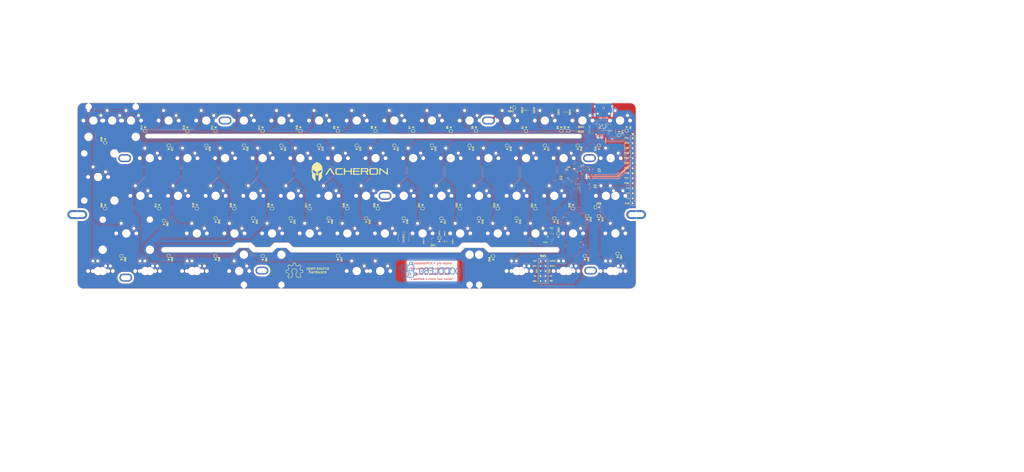
<source format=kicad_pcb>
(kicad_pcb (version 20171130) (host pcbnew 5.1.4)
  (title_block (title ArcticPCB) (date 2019-09-21) (rev pre-Alpha) (comment 1 "Designed by Gondolindrim in partnership with ArcticFox") (comment 2 "Project page: http://github.com/Gondolindrim/ArcticPCB") (comment 3 "ArcticPCB: a minimum layout, 60% custom keyboard PCB"))
  (layers (0 F.Cu signal) (31 B.Cu signal) (34 B.Paste user hide) (35 F.Paste user hide) (36 B.SilkS user hide) (37 F.SilkS user) (38 B.Mask user hide) (39 F.Mask user) (44 Edge.Cuts user))
  (net 0 "")
  (net 1 3.3V)
  (net 2 GND)
  (net 3 BOOT0)
  (net 4 NRST)
  (net 5 /SHIELD)
  (net 6 5V)
  (net 7 VBUS)
  (net 8 "Net-(DRST1-Pad2)")
  (net 9 "Net-(D1-Pad2)")
  (net 10 Col1)
  (net 11 "Net-(D2-Pad2)")
  (net 12 Col2)
  (net 13 "Net-(D3-Pad2)")
  (net 14 Col3)
  (net 15 "Net-(D4-Pad2)")
  (net 16 Col4)
  (net 17 "Net-(D5-Pad2)")
  (net 18 Col5)
  (net 19 "Net-(D6-Pad2)")
  (net 20 Col6)
  (net 21 "Net-(D7-Pad2)")
  (net 22 Col7)
  (net 23 "Net-(D8-Pad2)")
  (net 24 Col8)
  (net 25 "Net-(D9-Pad2)")
  (net 26 Col9)
  (net 27 "Net-(D10-Pad2)")
  (net 28 Col10)
  (net 29 "Net-(D11-Pad2)")
  (net 30 Col11)
  (net 31 "Net-(D12-Pad2)")
  (net 32 Col12)
  (net 33 "Net-(D13-Pad2)")
  (net 34 Col13)
  (net 35 "Net-(D14-Pad2)")
  (net 36 "Net-(D15-Pad2)")
  (net 37 "Net-(D16-Pad2)")
  (net 38 "Net-(D17-Pad2)")
  (net 39 "Net-(D18-Pad2)")
  (net 40 "Net-(D19-Pad2)")
  (net 41 "Net-(D20-Pad2)")
  (net 42 "Net-(D21-Pad2)")
  (net 43 "Net-(D22-Pad2)")
  (net 44 "Net-(D23-Pad2)")
  (net 45 "Net-(D24-Pad2)")
  (net 46 "Net-(D25-Pad2)")
  (net 47 "Net-(D26-Pad2)")
  (net 48 "Net-(D27-Pad2)")
  (net 49 "Net-(D28-Pad2)")
  (net 50 "Net-(D29-Pad2)")
  (net 51 "Net-(D30-Pad2)")
  (net 52 "Net-(D31-Pad2)")
  (net 53 Col14)
  (net 54 "Net-(D32-Pad2)")
  (net 55 "Net-(D33-Pad2)")
  (net 56 "Net-(D34-Pad2)")
  (net 57 "Net-(D35-Pad2)")
  (net 58 "Net-(D36-Pad2)")
  (net 59 "Net-(D37-Pad2)")
  (net 60 "Net-(D38-Pad2)")
  (net 61 "Net-(D39-Pad2)")
  (net 62 "Net-(D40-Pad2)")
  (net 63 "Net-(D41-Pad2)")
  (net 64 "Net-(D42-Pad2)")
  (net 65 "Net-(D43-Pad2)")
  (net 66 "Net-(D44-Pad2)")
  (net 67 "Net-(D45-Pad2)")
  (net 68 "Net-(D46-Pad2)")
  (net 69 "Net-(D47-Pad2)")
  (net 70 "Net-(D48-Pad2)")
  (net 71 "Net-(D49-Pad2)")
  (net 72 "Net-(D50-Pad2)")
  (net 73 "Net-(D51-Pad2)")
  (net 74 "Net-(D52-Pad2)")
  (net 75 "Net-(D53-Pad2)")
  (net 76 "Net-(D54-Pad2)")
  (net 77 "Net-(D55-Pad2)")
  (net 78 "Net-(D56-Pad2)")
  (net 79 "Net-(D57-Pad2)")
  (net 80 "Net-(D58-Pad2)")
  (net 81 "Net-(D59-Pad2)")
  (net 82 "Net-(D60-Pad2)")
  (net 83 "Net-(D65-Pad2)")
  (net 84 "Net-(J1-PadB8)")
  (net 85 "Net-(J1-PadA5)")
  (net 86 DBus+)
  (net 87 DBus-)
  (net 88 "Net-(J1-PadA8)")
  (net 89 Row1)
  (net 90 Row2)
  (net 91 Row3)
  (net 92 Row4)
  (net 93 Row5)
  (net 94 D+)
  (net 95 D-)
  (net 96 SWCLK)
  (net 97 SWDIO)
  (net 98 "Net-(D62-Pad2)")
  (net 99 CASE)
  (net 100 "Net-(CSH2-Pad2)")
  (net 101 "Net-(J1-PadB5)")
  (net 102 Extra14)
  (net 103 Extra13)
  (net 104 Extra12)
  (net 105 Extra11)
  (net 106 Extra10)
  (net 107 Extra9)
  (net 108 Extra8)
  (net 109 Extra7)
  (net 110 Extra6)
  (net 111 Extra5)
  (net 112 Extra4)
  (net 113 Extra3)
  (net 114 Extra2)
  (net 115 Extra1)
  (net 116 "Net-(J3-Pad8)")
  (net 117 "Net-(J3-Pad7)")
  (net 118 "Net-(J3-Pad6)")
  (net 119 "Net-(D61-Pad2)")
  (module doddle60Graphics:doddle60Logo (layer B.Cu) (at 249.65625 167.553125 180)
    (fp_text reference L1 hide)
    (fp_text value Doddle60Logo hide)
    (fp_poly (pts (xy 0.366918 5.879534) (xy 0.60792 5.879532) (xy 0.848785 5.87953) (xy 1.089461 5.879528) (xy 1.329894 5.879525) (xy 1.570031 5.879521) (xy 1.809816 5.879516) (xy 2.049197 5.879512) (xy 2.28812 5.879507) (xy 2.526531 5.879501) (xy 2.764377 5.879494) (xy 3.001603 5.879487) (xy 3.238155 5.879479) (xy 3.473981 5.879471) (xy 3.709026 5.879462) (xy 3.943236 5.879452) (xy 4.176559 5.879442) (xy 4.408939 5.879432) (xy 4.640323 5.87942) (xy 4.870658 5.879408) (xy 5.099889 5.879396) (xy 5.327963 5.879383) (xy 5.554827 5.879369) (xy 5.780426 5.879355) (xy 6.004706 5.879341) (xy 6.227614 5.879325) (xy 6.449097 5.879309) (xy 6.669099 5.879293) (xy 6.887569 5.879276) (xy 7.104451 5.879258) (xy 7.319692 5.87924) (xy 7.533238 5.879221) (xy 7.745036 5.879202) (xy 7.955031 5.879182) (xy 8.163171 5.879162) (xy 8.369401 5.879141) (xy 8.573667 5.879119) (xy 8.775916 5.879097) (xy 8.976094 5.879074) (xy 9.174147 5.879051) (xy 9.370021 5.879027) (xy 9.563663 5.879003) (xy 9.755019 5.878977) (xy 9.944035 5.878952) (xy 10.130657 5.878926) (xy 10.314832 5.878899) (xy 10.496506 5.878872) (xy 10.675624 5.878844) (xy 10.852134 5.878815) (xy 11.025982 5.878786) (xy 11.197113 5.878756) (xy 11.365475 5.878726) (xy 11.531012 5.878695) (xy 11.693672 5.878664) (xy 11.853401 5.878632) (xy 12.010144 5.8786) (xy 12.163849 5.878567) (xy 12.314461 5.878533) (xy 12.461927 5.878499) (xy 12.606193 5.878464) (xy 12.747205 5.878429) (xy 12.884909 5.878393) (xy 13.019252 5.878356) (xy 13.150179 5.878319) (xy 13.277638 5.878281) (xy 13.401574 5.878243) (xy 13.521934 5.878204) (xy 13.638663 5.878165) (xy 13.751708 5.878125) (xy 13.861016 5.878084) (xy 13.966532 5.878043) (xy 14.068202 5.878002) (xy 14.165974 5.877959) (xy 14.259793 5.877917) (xy 14.349605 5.877873) (xy 14.435357 5.877829) (xy 14.516995 5.877785) (xy 14.594465 5.87774) (xy 14.667714 5.877694) (xy 14.736687 5.877648) (xy 14.801331 5.877601) (xy 14.861592 5.877554) (xy 14.917416 5.877506) (xy 14.96875 5.877457) (xy 15.015539 5.877408) (xy 15.057731 5.877359) (xy 15.095271 5.877308) (xy 15.128105 5.877257) (xy 15.15618 5.877206) (xy 15.179442 5.877154) (xy 15.197838 5.877102) (xy 15.211312 5.877049) (xy 15.219813 5.876995) (xy 15.223237 5.876943) (xy 15.335138 5.86928) (xy 15.445567 5.856782) (xy 15.55447 5.839469) (xy 15.661791 5.817358) (xy 15.767477 5.790465) (xy 15.871473 5.758811) (xy 15.973724 5.722411) (xy 16.074175 5.681283) (xy 16.172772 5.635446) (xy 16.26946 5.584918) (xy 16.364183 5.529715) (xy 16.437236 5.483048) (xy 16.526924 5.420462) (xy 16.613289 5.35411) (xy 16.696236 5.284131) (xy 16.775672 5.210667) (xy 16.8515 5.133857) (xy 16.923627 5.05384) (xy 16.991958 4.970757) (xy 17.056398 4.884749) (xy 17.116852 4.795955) (xy 17.173226 4.704514) (xy 17.225426 4.610568) (xy 17.273356 4.514257) (xy 17.316922 4.415719) (xy 17.356029 4.315096) (xy 17.390583 4.212527) (xy 17.420489 4.108153) (xy 17.445653 4.002114) (xy 17.44905 3.985888) (xy 17.458283 3.938771) (xy 17.466456 3.892091) (xy 17.473717 3.844809) (xy 17.480209 3.795887) (xy 17.486078 3.744287) (xy 17.491469 3.68897) (xy 17.49304 3.671203) (xy 17.493241 3.668706) (xy 17.493435 3.665862) (xy 17.493623 3.662591) (xy 17.493806 3.658815) (xy 17.493982 3.654456) (xy 17.494153 3.649434) (xy 17.494319 3.643671) (xy 17.494479 3.637087) (xy 17.494634 3.629605) (xy 17.494784 3.621144) (xy 17.494929 3.611626) (xy 17.495069 3.600973) (xy 17.495204 3.589105) (xy 17.495334 3.575943) (xy 17.49546 3.56141) (xy 17.495582 3.545425) (xy 17.495699 3.52791) (xy 17.495812 3.508786) (xy 17.49592 3.487975) (xy 17.496025 3.465397) (xy 17.496126 3.440974) (xy 17.496223 3.414626) (xy 17.496316 3.386276) (xy 17.496406 3.355843) (xy 17.496492 3.32325) (xy 17.496575 3.288417) (xy 17.496655 3.251265) (xy 17.496732 3.211716) (xy 17.496806 3.169691) (xy 17.496877 3.125111) (xy 17.496945 3.077897) (xy 17.49701 3.02797) (xy 17.497073 2.975251) (xy 17.497134 2.919662) (xy 17.497192 2.861124) (xy 17.497248 2.799557) (xy 17.497302 2.734884) (xy 17.497354 2.667024) (xy 17.497404 2.5959) (xy 17.497453 2.521432) (xy 17.4975 2.443542) (xy 17.497545 2.362151) (xy 17.497589 2.277179) (xy 17.497632 2.188548) (xy 17.497673 2.09618) (xy 17.497713 1.999995) (xy 17.497753 1.899914) (xy 17.497792 1.795859) (xy 17.49783 1.68775) (xy 17.497867 1.57551) (xy 17.497904 1.459058) (xy 17.497941 1.338317) (xy 17.497977 1.213207) (xy 17.498013 1.08365) (xy 17.498049 0.949566) (xy 17.498085 0.810877) (xy 17.498122 0.667503) (xy 17.498159 0.519367) (xy 17.498196 0.366389) (xy 17.498234 0.208491) (xy 17.498272 0.045593) (xy 17.498273 0.043176) (xy 17.498311 -0.120815) (xy 17.498347 -0.279806) (xy 17.498382 -0.433877) (xy 17.498415 -0.583108) (xy 17.498446 -0.727578) (xy 17.498475 -0.867366) (xy 17.498501 -1.002554) (xy 17.498525 -1.133219) (xy 17.498547 -1.259443) (xy 17.498565 -1.381304) (xy 17.49858 -1.498882) (xy 17.498593 -1.612257) (xy 17.498602 -1.721509) (xy 17.498607 -1.826717) (xy 17.498609 -1.927962) (xy 17.498607 -2.025321) (xy 17.498602 -2.118877) (xy 17.498592 -2.208707) (xy 17.498578 -2.294891) (xy 17.49856 -2.377511) (xy 17.498537 -2.456644) (xy 17.49851 -2.532371) (xy 17.498477 -2.604771) (xy 17.49844 -2.673924) (xy 17.498398 -2.73991) (xy 17.49835 -2.802809) (xy 17.498297 -2.862699) (xy 17.498238 -2.919662) (xy 17.498174 -2.973775) (xy 17.498104 -3.02512) (xy 17.498027 -3.073776) (xy 17.497945 -3.119822) (xy 17.497856 -3.163338) (xy 17.49776 -3.204404) (xy 17.497658 -3.2431) (xy 17.497549 -3.279504) (xy 17.497433 -3.313698) (xy 17.49731 -3.34576) (xy 17.49718 -3.37577) (xy 17.497042 -3.403808) (xy 17.496897 -3.429954) (xy 17.496744 -3.454287) (xy 17.496583 -3.476887) (xy 17.496414 -3.497833) (xy 17.496237 -3.517206) (xy 17.496051 -3.535084) (xy 17.495857 -3.551548) (xy 17.495654 -3.566678) (xy 17.495443 -3.580552) (xy 17.495222 -3.593251) (xy 17.494992 -3.604855) (xy 17.494753 -3.615442) (xy 17.494505 -3.625093) (xy 17.494247 -3.633887) (xy 17.493979 -3.641904) (xy 17.493702 -3.649224) (xy 17.493414 -3.655927) (xy 17.493116 -3.662091) (xy 17.492808 -3.667797) (xy 17.492489 -3.673125) (xy 17.49216 -3.678153) (xy 17.49182 -3.682963) (xy 17.491469 -3.687632) (xy 17.491106 -3.692242) (xy 17.491062 -3.69279) (xy 17.479726 -3.802944) (xy 17.463477 -3.911908) (xy 17.44235 -4.019577) (xy 17.416381 -4.125845) (xy 17.385602 -4.230607) (xy 17.350049 -4.333756) (xy 17.309755 -4.435187) (xy 17.264756 -4.534795) (xy 17.215086 -4.632473) (xy 17.160778 -4.728116) (xy 17.146767 -4.751231) (xy 17.088429 -4.841454) (xy 17.025755 -4.929204) (xy 16.958976 -5.014226) (xy 16.888326 -5.096265) (xy 16.814037 -5.175064) (xy 16.736342 -5.250369) (xy 16.655475 -5.321923) (xy 16.571668 -5.389472) (xy 16.550273 -5.405712) (xy 16.460307 -5.470039) (xy 16.368039 -5.529844) (xy 16.273538 -5.585098) (xy 16.176871 -5.635772) (xy 16.078108 -5.681836) (xy 15.977317 -5.723261) (xy 15.874566 -5.760018) (xy 15.769925 -5.792076) (xy 15.663461 -5.819407) (xy 15.555243 -5.841982) (xy 15.516122 -5.848896) (xy 15.4879 -5.853491) (xy 15.46031 -5.857633) (xy 15.43244 -5.861434) (xy 15.40338 -5.865002) (xy 15.372217 -5.86845) (xy 15.33804 -5.871886) (xy 15.299938 -5.875422) (xy 15.289271 -5.876372) (xy 15.28799 -5.876465) (xy 15.286232 -5.876556) (xy 15.283959 -5.876646) (xy 15.281135 -5.876734) (xy 15.277721 -5.876821) (xy 15.273679 -5.876907) (xy 15.268973 -5.876992) (xy 15.263564 -5.877075) (xy 15.257416 -5.877157) (xy 15.250489 -5.877237) (xy 15.242748 -5.877317) (xy 15.234153 -5.877395) (xy 15.224669 -5.877472) (xy 15.214256 -5.877547) (xy 15.202878 -5.877622) (xy 15.190497 -5.877695) (xy 15.177075 -5.877767) (xy 15.162574 -5.877838) (xy 15.146958 -5.877907) (xy 15.130188 -5.877976) (xy 15.112227 -5.878043) (xy 15.093037 -5.878109) (xy 15.072581 -5.878174) (xy 15.050822 -5.878238) (xy 15.02772 -5.878301) (xy 15.00324 -5.878362) (xy 14.977343 -5.878423) (xy 14.949992 -5.878482) (xy 14.921149 -5.878541) (xy 14.890776 -5.878598) (xy 14.858837 -5.878654) (xy 14.825293 -5.878709) (xy 14.790106 -5.878763) (xy 14.75324 -5.878817) (xy 14.714657 -5.878869) (xy 14.674319 -5.87892) (xy 14.632188 -5.87897) (xy 14.588226 -5.879019) (xy 14.542398 -5.879067) (xy 14.494663 -5.879115) (xy 14.444986 -5.879161) (xy 14.393329 -5.879206) (xy 14.339653 -5.879251) (xy 14.283922 -5.879294) (xy 14.226097 -5.879337) (xy 14.166142 -5.879379) (xy 14.104018 -5.87942) (xy 14.039688 -5.87946) (xy 13.973114 -5.879499) (xy 13.904259 -5.879537) (xy 13.833085 -5.879575) (xy 13.759555 -5.879611) (xy 13.683631 -5.879647) (xy 13.605275 -5.879682) (xy 13.524451 -5.879716) (xy 13.441119 -5.87975) (xy 13.355243 -5.879783) (xy 13.266785 -5.879815) (xy 13.175707 -5.879846) (xy 13.081973 -5.879876) (xy 12.985543 -5.879906) (xy 12.886381 -5.879935) (xy 12.78445 -5.879963) (xy 12.679711 -5.879991) (xy 12.572126 -5.880018) (xy 12.46166 -5.880044) (xy 12.348272 -5.88007) (xy 12.231927 -5.880095) (xy 12.112587 -5.880119) (xy 11.990213 -5.880143) (xy 11.864769 -5.880166) (xy 11.736217 -5.880188) (xy 11.604519 -5.88021) (xy 11.469637 -5.880231) (xy 11.331534 -5.880252) (xy 11.190173 -5.880272) (xy 11.045516 -5.880292) (xy 10.897525 -5.880311) (xy 10.746162 -5.880329) (xy 10.591391 -5.880347) (xy 10.433173 -5.880365) (xy 10.271471 -5.880382) (xy 10.106247 -5.880398) (xy 9.937464 -5.880414) (xy 9.765084 -5.88043) (xy 9.589069 -5.880445) (xy 9.409382 -5.880459) (xy 9.225986 -5.880474) (xy 9.038842 -5.880487) (xy 8.847914 -5.880501) (xy 8.653163 -5.880514) (xy 8.454552 -5.880526) (xy 8.252044 -5.880539) (xy 8.0456 -5.88055) (xy 7.835183 -5.880562) (xy 7.620757 -5.880573) (xy 7.402282 -5.880584) (xy 7.179721 -5.880594) (xy 6.953037 -5.880604) (xy 6.722193 -5.880614) (xy 6.48715 -5.880624) (xy 6.247871 -5.880633) (xy 6.004319 -5.880642) (xy 5.756456 -5.880651) (xy 5.504244 -5.88066) (xy 5.247645 -5.880668) (xy 4.986623 -5.880676) (xy 4.721139 -5.880684) (xy 4.451156 -5.880691) (xy 4.176637 -5.880699) (xy 3.897543 -5.880706) (xy 3.613837 -5.880713) (xy 3.325482 -5.88072) (xy 3.03244 -5.880727) (xy 2.734673 -5.880733) (xy 2.432144 -5.88074) (xy 2.124816 -5.880746) (xy 1.81265 -5.880753) (xy 1.495608 -5.880759) (xy 1.173655 -5.880765) (xy 0.846751 -5.880771) (xy 0.514859 -5.880777) (xy 0.177942 -5.880783) (xy 0.027937 -5.880785) (xy -0.250684 -5.88079) (xy -0.528138 -5.880795) (xy -0.804382 -5.880799) (xy -1.079371 -5.880803) (xy -1.353061 -5.880806) (xy -1.625408 -5.88081) (xy -1.896368 -5.880813) (xy -2.165898 -5.880816) (xy -2.433953 -5.880819) (xy -2.700489 -5.880821) (xy -2.965462 -5.880823) (xy -3.228829 -5.880825) (xy -3.490545 -5.880827) (xy -3.750566 -5.880829) (xy -4.008848 -5.88083) (xy -4.265347 -5.880831) (xy -4.52002 -5.880832) (xy -4.772822 -5.880833) (xy -5.764441 -5.880833) (xy -6.007228 -5.880832) (xy -6.247881 -5.880832) (xy -6.486355 -5.880831) (xy -6.722606 -5.880829) (xy -6.956591 -5.880828) (xy -7.188264 -5.880827) (xy -7.417582 -5.880825) (xy -7.644502 -5.880823) (xy -7.868979 -5.88082) (xy -8.090969 -5.880818) (xy -8.310428 -5.880815) (xy -8.527312 -5.880812) (xy -8.741577 -5.880809) (xy -8.953179 -5.880806) (xy -9.162075 -5.880803) (xy -9.368219 -5.880799) (xy -9.571569 -5.880795) (xy -9.772079 -5.880791) (xy -9.969707 -5.880787) (xy -10.164408 -5.880782) (xy -10.356137 -5.880777) (xy -10.544852 -5.880773) (xy -10.730508 -5.880767) (xy -10.913061 -5.880762) (xy -11.092467 -5.880757) (xy -11.268682 -5.880751) (xy -11.441662 -5.880745) (xy -11.611363 -5.880739) (xy -11.777742 -5.880733) (xy -11.940753 -5.880727) (xy -12.100353 -5.88072) (xy -12.256498 -5.880713) (xy -12.409144 -5.880706) (xy -12.558247 -5.880699) (xy -12.703763 -5.880692) (xy -12.845649 -5.880684) (xy -12.983859 -5.880677) (xy -13.11835 -5.880669) (xy -13.249078 -5.880661) (xy -13.375999 -5.880652) (xy -13.499069 -5.880644) (xy -13.618244 -5.880636) (xy -13.73348 -5.880627) (xy -13.844732 -5.880618) (xy -13.951958 -5.880609) (xy -14.055113 -5.8806) (xy -14.154153 -5.88059) (xy -14.249033 -5.880581) (xy -14.339711 -5.880571) (xy -14.426141 -5.880561) (xy -14.50828 -5.880551) (xy -14.586085 -5.880541) (xy -14.65951 -5.88053) (xy -14.728512 -5.88052) (xy -14.793047 -5.880509) (xy -14.85307 -5.880498) (xy -14.908539 -5.880487) (xy -14.959409 -5.880476) (xy -15.005635 -5.880465) (xy -15.047174 -5.880454) (xy -15.083983 -5.880442) (xy -15.116016 -5.88043) (xy -15.143229 -5.880418) (xy -15.16558 -5.880406) (xy -15.183024 -5.880394) (xy -15.195516 -5.880382) (xy -15.203013 -5.880369) (xy -15.20546 -5.880358) (xy -15.314996 -5.873896) (xy -15.423549 -5.862515) (xy -15.530976 -5.846291) (xy -15.637132 -5.825298) (xy -15.741875 -5.799611) (xy -15.845061 -5.769305) (xy -15.946546 -5.734455) (xy -16.046187 -5.695135) (xy -16.143841 -5.65142) (xy -16.239363 -5.603384) (xy -16.332612 -5.551104) (xy -16.423442 -5.494652) (xy -16.511711 -5.434105) (xy -16.597276 -5.369537) (xy -16.679992 -5.301022) (xy -16.759716 -5.228636) (xy -16.836305 -5.152453) (xy -16.909616 -5.072548) (xy -16.979504 -4.988995) (xy -17.02251 -4.933456) (xy -17.086653 -4.84387) (xy -17.146302 -4.751951) (xy -17.20142 -4.657796) (xy -17.251974 -4.561503) (xy -17.297929 -4.463168) (xy -17.339249 -4.362889) (xy -17.375902 -4.260764) (xy -17.407851 -4.156889) (xy -17.435062 -4.051362) (xy -17.457501 -3.944279) (xy -17.475133 -3.835738) (xy -17.487922 -3.725837) (xy -17.495835 -3.614672) (xy -17.496282 -3.605169) (xy -17.496395 -3.600106) (xy -17.496506 -3.590074) (xy -17.496615 -3.575188) (xy -17.49672 -3.555557) (xy -17.496824 -3.531295) (xy -17.496925 -3.502512) (xy -17.497023 -3.469322) (xy -17.497119 -3.431835) (xy -17.497212 -3.390165) (xy -17.497302 -3.344421) (xy -17.497391 -3.294718) (xy -17.497476 -3.241166) (xy -17.497559 -3.183877) (xy -17.49764 -3.122963) (xy -17.497718 -3.058537) (xy -17.497793 -2.99071) (xy -17.497866 -2.919593) (xy -17.497937 -2.8453) (xy -17.498005 -2.767942) (xy -17.49807 -2.68763) (xy -17.498133 -2.604477) (xy -17.498193 -2.518594) (xy -17.498251 -2.430094) (xy -17.498307 -2.339088) (xy -17.498359 -2.245688) (xy -17.49841 -2.150006) (xy -17.498457 -2.052155) (xy -17.498503 -1.952245) (xy -17.498545 -1.85039) (xy -17.498585 -1.7467) (xy -17.498623 -1.641287) (xy -17.498658 -1.534265) (xy -17.498691 -1.425743) (xy -17.498721 -1.315835) (xy -17.498748 -1.204653) (xy -17.498773 -1.092307) (xy -17.498796 -0.978911) (xy -17.498816 -0.864576) (xy -17.498833 -0.749414) (xy -17.498848 -0.633536) (xy -17.498859 -0.517055) (xy -17.498869 -0.400083) (xy -17.498876 -0.282731) (xy -17.498881 -0.165112) (xy -17.498883 -0.047337) (xy -17.498883 0.070482) (xy -17.49888 0.188232) (xy -17.498879 0.213494) (xy -16.933757 0.213494) (xy -16.933757 -0.164796) (xy -16.933756 -0.323322) (xy -16.933755 -0.476926) (xy -16.933753 -0.625686) (xy -16.933751 -0.769681) (xy -16.933748 -0.908989) (xy -16.933744 -1.04369) (xy -16.933739 -1.173861) (xy -16.933733 -1.299582) (xy -16.933725 -1.420931) (xy -16.933717 -1.537987) (xy -16.933707 -1.650828) (xy -16.933695 -1.759533) (xy -16.933682 -1.86418) (xy -16.933667 -1.964849) (xy -16.933651 -2.061617) (xy -16.933632 -2.154564) (xy -16.933612 -2.243767) (xy -16.933589 -2.329306) (xy -16.933565 -2.41126) (xy -16.933538 -2.489706) (xy -16.933508 -2.564724) (xy -16.933477 -2.636391) (xy -16.933442 -2.704788) (xy -16.933405 -2.769992) (xy -16.933366 -2.832081) (xy -16.933323 -2.891135) (xy -16.933278 -2.947232) (xy -16.933229 -3.000451) (xy -16.933177 -3.050871) (xy -16.933122 -3.098569) (xy -16.933064 -3.143625) (xy -16.933002 -3.186117) (xy -16.932937 -3.226124) (xy -16.932868 -3.263725) (xy -16.932795 -3.298997) (xy -16.932719 -3.33202) (xy -16.932638 -3.362873) (xy -16.932554 -3.391633) (xy -16.932465 -3.41838) (xy -16.932373 -3.443192) (xy -16.932275 -3.466148) (xy -16.932174 -3.487326) (xy -16.932068 -3.506805) (xy -16.931957 -3.524664) (xy -16.931842 -3.540981) (xy -16.931722 -3.555835) (xy -16.931597 -3.569304) (xy -16.931466 -3.581467) (xy -16.931331 -3.592403) (xy -16.931191 -3.60219) (xy -16.931045 -3.610908) (xy -16.930894 -3.618633) (xy -16.930737 -3.625446) (xy -16.930575 -3.631425) (xy -16.930407 -3.636648) (xy -16.930234 -3.641194) (xy -16.930054 -3.645142) (xy -16.929868 -3.64857) (xy -16.929677 -3.651556) (xy -16.929479 -3.65418) (xy -16.929275 -3.656521) (xy -16.929207 -3.657234) (xy -16.919268 -3.743654) (xy -16.906468 -3.826454) (xy -16.890636 -3.906323) (xy -16.871601 -3.983949) (xy -16.849192 -4.060023) (xy -16.823236 -4.135232) (xy -16.793564 -4.210265) (xy -16.78909 -4.220828) (xy -16.749666 -4.306744) (xy -16.705908 -4.39015) (xy -16.657971 -4.470906) (xy -16.606012 -4.548872) (xy -16.550186 -4.623906) (xy -16.490651 -4.695869) (xy -16.427561 -4.764621) (xy -16.361073 -4.830021) (xy -16.291343 -4.89193) (xy -16.218527 -4.950206) (xy -16.142781 -5.004709) (xy -16.064261 -5.0553) (xy -15.983124 -5.101838) (xy -15.899524 -5.144182) (xy -15.813619 -5.182193) (xy -15.725564 -5.21573) (xy -15.657248 -5.238156) (xy -15.596606 -5.255678) (xy -15.536861 -5.270784) (xy -15.477076 -5.283636) (xy -15.416314 -5.294396) (xy -15.353639 -5.303228) (xy -15.288115 -5.310294) (xy -15.218806 -5.315758) (xy -15.20673 -5.31653) (xy -15.203964 -5.316544) (xy -15.196163 -5.316558) (xy -15.183371 -5.316572) (xy -15.165631 -5.316586) (xy -15.142987 -5.3166) (xy -15.115484 -5.316614) (xy -15.083165 -5.316627) (xy -15.046075 -5.31664) (xy -15.004257 -5.316653) (xy -14.957755 -5.316666) (xy -14.906614 -5.316679) (xy -14.850876 -5.316692) (xy -14.790588 -5.316705) (xy -14.725791 -5.316717) (xy -14.656531 -5.316729) (xy -14.582851 -5.316741) (xy -14.504795 -5.316753) (xy -14.422407 -5.316765) (xy -14.335731 -5.316776) (xy -14.244812 -5.316788) (xy -14.149692 -5.316799) (xy -14.050417 -5.31681) (xy -13.94703 -5.31682) (xy -13.839575 -5.316831) (xy -13.728096 -5.316842) (xy -13.612637 -5.316852) (xy -13.493242 -5.316862) (xy -13.369955 -5.316872) (xy -13.242819 -5.316882) (xy -13.11188 -5.316891) (xy -12.977181 -5.316901) (xy -12.838766 -5.31691) (xy -12.696678 -5.316919) (xy -12.550963 -5.316927) (xy -12.401663 -5.316936) (xy -12.248823 -5.316944) (xy -12.092487 -5.316953) (xy -11.932699 -5.316961) (xy -11.769502 -5.316968) (xy -11.602941 -5.316976) (xy -11.43306 -5.316983) (xy -11.259903 -5.31699) (xy -11.083513 -5.316997) (xy -10.903935 -5.317004) (xy -10.721213 -5.317011) (xy -10.53539 -5.317017) (xy -10.346511 -5.317023) (xy -10.154619 -5.317029) (xy -9.959759 -5.317035) (xy -9.761975 -5.31704) (xy -9.56131 -5.317046) (xy -9.357809 -5.317051) (xy -9.151515 -5.317055) (xy -8.942473 -5.31706) (xy -8.730726 -5.317064) (xy -8.516318 -5.317068) (xy -8.299294 -5.317072) (xy -8.079698 -5.317076) (xy -7.857572 -5.317079) (xy -7.632963 -5.317083) (xy -7.405912 -5.317086) (xy -7.176465 -5.317088) (xy -6.944665 -5.317091) (xy -6.710556 -5.317093) (xy -6.474183 -5.317095) (xy -6.235589 -5.317097) (xy -5.994818 -5.317098) (xy -5.751914 -5.3171) (xy -5.506921 -5.317101) (xy -5.259884 -5.317101) (xy -5.010846 -5.317102) (xy -3.995564 -5.317102) (xy -3.737181 -5.317101) (xy -3.477061 -5.3171) (xy -3.215249 -5.317098) (xy -2.951787 -5.317097) (xy -2.68672 -5.317095) (xy -2.420092 -5.317093) (xy -2.151947 -5.317091) (xy -1.882329 -5.317088) (xy -1.611282 -5.317085) (xy -1.33885 -5.317082) (xy -1.065077 -5.317079) (xy -0.790006 -5.317075) (xy -0.513682 -5.317071) (xy -0.236149 -5.317067) (xy 0.020318 -5.317063) (xy 0.3589 -5.317057) (xy 0.692441 -5.317051) (xy 1.020979 -5.317046) (xy 1.34455 -5.31704) (xy 1.663192 -5.317034) (xy 1.976944 -5.317028) (xy 2.285844 -5.317022) (xy 2.589928 -5.317016) (xy 2.889235 -5.31701) (xy 3.183802 -5.317004) (xy 3.473668 -5.316997) (xy 3.75887 -5.316991) (xy 4.039446 -5.316984) (xy 4.315434 -5.316977) (xy 4.586871 -5.31697) (xy 4.853795 -5.316963) (xy 5.116244 -5.316956) (xy 5.374256 -5.316948) (xy 5.627869 -5.31694) (xy 5.87712 -5.316932) (xy 6.122047 -5.316924) (xy 6.362688 -5.316916) (xy 6.599081 -5.316907) (xy 6.831263 -5.316898) (xy 7.059273 -5.316889) (xy 7.283148 -5.316879) (xy 7.502925 -5.316869) (xy 7.718643 -5.316859) (xy 7.93034 -5.316848) (xy 8.138052 -5.316837) (xy 8.341819 -5.316826) (xy 8.541677 -5.316815) (xy 8.737665 -5.316803) (xy 8.929821 -5.31679) (xy 9.118181 -5.316777) (xy 9.302784 -5.316764) (xy 9.483668 -5.316751) (xy 9.660871 -5.316737) (xy 9.834429 -5.316722) (xy 10.004382 -5.316707) (xy 10.170766 -5.316692) (xy 10.33362 -5.316676) (xy 10.492981 -5.31666) (xy 10.648888 -5.316643) (xy 10.801377 -5.316626) (xy 10.950487 -5.316608) (xy 11.096256 -5.316589) (xy 11.238721 -5.31657) (xy 11.37792 -5.316551) (xy 11.51389 -5.316531) (xy 11.646671 -5.31651) (xy 11.776298 -5.316489) (xy 11.902811 -5.316467) (xy 12.026247 -5.316445) (xy 12.146643 -5.316422) (xy 12.264039 -5.316398) (xy 12.37847 -5.316373) (xy 12.489975 -5.316348) (xy 12.598593 -5.316323) (xy 12.70436 -5.316296) (xy 12.807314 -5.316269) (xy 12.907494 -5.316242) (xy 13.004936 -5.316213) (xy 13.09968 -5.316184) (xy 13.191762 -5.316154) (xy 13.28122 -5.316123) (xy 13.368093 -5.316092) (xy 13.452417 -5.316059) (xy 13.534231 -5.316026) (xy 13.613572 -5.315993) (xy 13.690479 -5.315958) (xy 13.764989 -5.315923) (xy 13.837139 -5.315886) (xy 13.906969 -5.315849) (xy 13.974514 -5.315811) (xy 14.039814 -5.315772) (xy 14.102906 -5.315733) (xy 14.163827 -5.315692) (xy 14.222616 -5.315651) (xy 14.27931 -5.315608) (xy 14.333947 -5.315565) (xy 14.386566 -5.315521) (xy 14.437202 -5.315475) (xy 14.485895 -5.315429) (xy 14.532683 -5.315382) (xy 14.577602 -5.315334) (xy 14.620691 -5.315285) (xy 14.661988 -5.315235) (xy 14.70153 -5.315184) (xy 14.739355 -5.315132) (xy 14.775501 -5.315078) (xy 14.810006 -5.315024) (xy 14.842907 -5.314969) (xy 14.874242 -5.314913) (xy 14.90405 -5.314855) (xy 14.932367 -5.314797) (xy 14.959232 -5.314737) (xy 14.984682 -5.314676) (xy 15.008755 -5.314614) (xy 15.031489 -5.314551) (xy 15.052922 -5.314487) (xy 15.073092 -5.314422) (xy 15.092035 -5.314355) (xy 15.109791 -5.314288) (xy 15.126397 -5.314219) (xy 15.14189 -5.314149) (xy 15.156309 -5.314077) (xy 15.169691 -5.314005) (xy 15.182073 -5.313931) (xy 15.193495 -5.313856) (xy 15.203993 -5.31378) (xy 15.213605 -5.313702) (xy 15.22237 -5.313623) (xy 15.230324 -5.313543) (xy 15.237506 -5.313462) (xy 15.243954 -5.313379) (xy 15.249705 -5.313295) (xy 15.254796 -5.313209) (xy 15.259267 -5.313123) (xy 15.263154 -5.313035) (xy 15.266495 -5.312945) (xy 15.269329 -5.312854) (xy 15.271692 -5.312762) (xy 15.273624 -5.312668) (xy 15.27516 -5.312573) (xy 15.27634 -5.312476) (xy 15.276572 -5.312453) (xy 15.293903 -5.310603) (xy 15.312563 -5.308532) (xy 15.330625 -5.306457) (xy 15.346164 -5.304598) (xy 15.350225 -5.304093) (xy 15.44556 -5.289546) (xy 15.539379 -5.270167) (xy 15.631582 -5.245999) (xy 15.722072 -5.217086) (xy 15.81075 -5.183474) (xy 15.897516 -5.145207) (xy 15.982271 -5.10233) (xy 16.064918 -5.054886) (xy 16.145357 -5.002921) (xy 16.223489 -4.946479) (xy 16.299216 -4.885604) (xy 16.321677 -4.866285) (xy 16.336044 -4.853361) (xy 16.353047 -4.837446) (xy 16.371915 -4.819316) (xy 16.391873 -4.799744) (xy 16.412147 -4.779504) (xy 16.431964 -4.759371) (xy 16.45055 -4.740117) (xy 16.467132 -4.722517) (xy 16.480935 -4.707345) (xy 16.483644 -4.70427) (xy 16.545585 -4.629663) (xy 16.603188 -4.552495) (xy 16.656399 -4.472869) (xy 16.705162 -4.390889) (xy 16.749423 -4.30666) (xy 16.789125 -4.220286) (xy 16.824215 -4.13187) (xy 16.854636 -4.041515) (xy 16.876452 -3.964543) (xy 16.888949 -3.913673) (xy 16.899762 -3.863505) (xy 16.909097 -3.81285) (xy 16.917156 -3.760517) (xy 16.924146 -3.705316) (xy 16.929206 -3.657234) (xy 16.929413 -3.654969) (xy 16.929612 -3.652446) (xy 16.929806 -3.649586) (xy 16.929994 -3.64631) (xy 16.930175 -3.64254) (xy 16.930351 -3.638197) (xy 16.93052 -3.633203) (xy 16.930684 -3.627479) (xy 16.930843 -3.620946) (xy 16.930996 -3.613526) (xy 16.931143 -3.60514) (xy 16.931285 -3.595709) (xy 16.931422 -3.585155) (xy 16.931554 -3.5734) (xy 16.931681 -3.560364) (xy 16.931802 -3.545969) (xy 16.931919 -3.530137) (xy 16.932032 -3.512788) (xy 16.932139 -3.493845) (xy 16.932242 -3.473228) (xy 16.932341 -3.450859) (xy 16.932435 -3.426659) (xy 16.932525 -3.40055) (xy 16.932611 -3.372454) (xy 16.932692 -3.34229) (xy 16.93277 -3.309982) (xy 16.932844 -3.27545) (xy 16.932914 -3.238615) (xy 16.932981 -3.1994) (xy 16.933043 -3.157724) (xy 16.933103 -3.113511) (xy 16.933159 -3.066681) (xy 16.933212 -3.017155) (xy 16.933261 -2.964855) (xy 16.933308 -2.909703) (xy 16.933351 -2.851619) (xy 16.933392 -2.790526) (xy 16.93343 -2.726344) (xy 16.933465 -2.658995) (xy 16.933498 -2.5884) (xy 16.933528 -2.51448) (xy 16.933555 -2.437158) (xy 16.933581 -2.356354) (xy 16.933604 -2.27199) (xy 16.933625 -2.183987) (xy 16.933644 -2.092266) (xy 16.933661 -1.99675) (xy 16.933676 -1.897358) (xy 16.93369 -1.794014) (xy 16.933702 -1.686637) (xy 16.933713 -1.57515) (xy 16.933722 -1.459474) (xy 16.93373 -1.33953) (xy 16.933736 -1.21524) (xy 16.933742 -1.086525) (xy 16.933746 -0.953306) (xy 16.933749 -0.815505) (xy 16.933752 -0.673043) (xy 16.933754 -0.525842) (xy 16.933755 -0.373822) (xy 16.933756 -0.216906) (xy 16.933756 0.162257) (xy 16.933755 0.320783) (xy 16.933754 0.474387) (xy 16.933753 0.623147) (xy 16.93375 0.767142) (xy 16.933747 0.90645) (xy 16.933743 1.041151) (xy 16.933738 1.171322) (xy 16.933732 1.297043) (xy 16.933724 1.418392) (xy 16.933716 1.535448) (xy 16.933706 1.648289) (xy 16.933694 1.756994) (xy 16.933681 1.861641) (xy 16.933666 1.96231) (xy 16.93365 2.059078) (xy 16.933631 2.152025) (xy 16.933611 2.241228) (xy 16.933588 2.326768) (xy 16.933564 2.408721) (xy 16.933537 2.487167) (xy 16.933508 2.562185) (xy 16.933476 2.633853) (xy 16.933442 2.702249) (xy 16.933405 2.767453) (xy 16.933365 2.829542) (xy 16.933322 2.888596) (xy 16.933277 2.944694) (xy 16.933228 2.997913) (xy 16.933176 3.048332) (xy 16.933121 3.09603) (xy 16.933063 3.141086) (xy 16.933001 3.183578) (xy 16.932936 3.223585) (xy 16.932867 3.261186) (xy 16.932795 3.296458) (xy 16.932718 3.329481) (xy 16.932638 3.360334) (xy 16.932553 3.389094) (xy 16.932465 3.415841) (xy 16.932372 3.440653) (xy 16.932275 3.463609) (xy 16.932173 3.484787) (xy 16.932067 3.504266) (xy 16.931956 3.522125) (xy 16.931841 3.538442) (xy 16.931721 3.553296) (xy 16.931596 3.566765) (xy 16.931466 3.578928) (xy 16.93133 3.589864) (xy 16.93119 3.599652) (xy 16.931044 3.608369) (xy 16.930893 3.616095) (xy 16.930737 3.622908) (xy 16.930574 3.628886) (xy 16.930406 3.634109) (xy 16.930233 3.638655) (xy 16.930053 3.642603) (xy 16.929868 3.646031) (xy 16.929676 3.649017) (xy 16.929478 3.651642) (xy 16.929274 3.653982) (xy 16.929206 3.654695) (xy 16.922926 3.71324) (xy 16.915738 3.767936) (xy 16.907439 3.819967) (xy 16.897825 3.870515) (xy 16.886694 3.920762) (xy 16.87644 3.962004) (xy 16.849862 4.054329) (xy 16.818712 4.144457) (xy 16.782981 4.232402) (xy 16.742664 4.318178) (xy 16.697751 4.401798) (xy 16.648237 4.483278) (xy 16.594112 4.56263) (xy 16.535371 4.639869) (xy 16.483141 4.70234) (xy 16.470478 4.716437) (xy 16.454819 4.733181) (xy 16.436931 4.751809) (xy 16.417578 4.771553) (xy 16.397527 4.791649) (xy 16.377543 4.811331) (xy 16.358392 4.829834) (xy 16.34084 4.846392) (xy 16.325653 4.860239) (xy 16.321677 4.863747) (xy 16.246464 4.926189) (xy 16.168996 4.984086) (xy 16.08929 5.037428) (xy 16.007362 5.086208) (xy 15.923228 5.130417) (xy 15.836903 5.170046) (xy 15.748403 5.205088) (xy 15.657746 5.235534) (xy 15.565605 5.261209) (xy 15.511957 5.273841) (xy 15.458318 5.284721) (xy 15.403419 5.294066) (xy 15.345994 5.302094) (xy 15.287796 5.308711) (xy 15.232126 5.314419) (xy -0.339685 5.314419) (xy -0.681943 5.314418) (xy -1.019189 5.314418) (xy -1.351457 5.314416) (xy -1.678781 5.314415) (xy -2.001194 5.314413) (xy -2.318731 5.314411) (xy -2.631426 5.314408) (xy -2.939312 5.314405) (xy -3.242423 5.314402) (xy -3.540792 5.314398) (xy -3.834455 5.314394) (xy -4.123444 5.314389) (xy -4.407793 5.314384) (xy -4.687537 5.314379) (xy -4.962709 5.314373) (xy -5.233343 5.314367) (xy -5.499472 5.31436) (xy -5.761131 5.314353) (xy -6.018354 5.314345) (xy -6.271174 5.314337) (xy -6.519625 5.314328) (xy -6.763741 5.314319) (xy -7.003556 5.31431) (xy -7.239103 5.3143) (xy -7.470417 5.314289) (xy -7.697532 5.314278) (xy -7.92048 5.314267) (xy -8.139296 5.314255) (xy -8.354015 5.314242) (xy -8.564669 5.314229) (xy -8.771292 5.314215) (xy -8.973919 5.314201) (xy -9.172583 5.314186) (xy -9.367318 5.31417) (xy -9.558158 5.314155) (xy -9.745137 5.314138) (xy -9.928288 5.314121) (xy -10.107646 5.314103) (xy -10.283244 5.314085) (xy -10.455116 5.314066) (xy -10.623296 5.314046) (xy -10.787817 5.314026) (xy -10.948714 5.314005) (xy -11.106021 5.313984) (xy -11.259771 5.313962) (xy -11.409998 5.313939) (xy -11.556736 5.313915) (xy -11.700019 5.313891) (xy -11.83988 5.313866) (xy -11.976354 5.313841) (xy -12.109474 5.313815) (xy -12.239275 5.313788) (xy -12.365789 5.31376) (xy -12.489051 5.313732) (xy -12.609095 5.313703) (xy -12.725954 5.313673) (xy -12.839663 5.313643) (xy -12.950255 5.313612) (xy -13.057764 5.31358) (xy -13.162223 5.313547) (xy -13.263668 5.313514) (xy -13.362131 5.313479) (xy -13.457646 5.313444) (xy -13.550248 5.313408) (xy -13.639969 5.313372) (xy -13.726845 5.313334) (xy -13.810908 5.313296) (xy -13.892193 5.313257) (xy -13.970733 5.313217) (xy -14.046562 5.313177) (xy -14.119715 5.313135) (xy -14.190224 5.313093) (xy -14.258125 5.31305) (xy -14.32345 5.313006) (xy -14.386233 5.312961) (xy -14.446508 5.312915) (xy -14.50431 5.312868) (xy -14.559672 5.31282) (xy -14.612627 5.312772) (xy -14.663211 5.312723) (xy -14.711455 5.312672) (xy -14.757395 5.312621) (xy -14.801064 5.312569) (xy -14.842496 5.312516) (xy -14.881725 5.312462) (xy -14.918785 5.312407) (xy -14.953709 5.312351) (xy -14.986531 5.312294) (xy -15.017286 5.312236) (xy -15.046007 5.312178) (xy -15.072727 5.312118) (xy -15.097482 5.312057) (xy -15.120304 5.311995) (xy -15.141227 5.311933) (xy -15.160285 5.311869) (xy -15.177513 5.311804) (xy -15.192943 5.311738) (xy -15.206611 5.311671) (xy -15.218548 5.311603) (xy -15.228791 5.311535) (xy -15.237371 5.311465) (xy -15.244324 5.311393) (xy -15.249682 5.311321) (xy -15.253481 5.311248) (xy -15.255753 5.311174) (xy -15.256255 5.311143) (xy -15.329899 5.30384) (xy -15.400147 5.294404) (xy -15.468305 5.282623) (xy -15.535678 5.268285) (xy -15.567087 5.260692) (xy -15.65833 5.235245) (xy -15.747529 5.205235) (xy -15.834554 5.170801) (xy -15.919274 5.13208) (xy -16.001556 5.089209) (xy -16.081269 5.042327) (xy -16.158283 4.991571) (xy -16.232466 4.937079) (xy -16.303686 4.878988) (xy -16.371812 4.817437) (xy -16.436712 4.752562) (xy -16.498256 4.684503) (xy -16.556312 4.613395) (xy -16.610749 4.539378) (xy -16.661435 4.462588) (xy -16.708239 4.383164) (xy -16.751029 4.301243) (xy -16.789675 4.216963) (xy -16.824044 4.130462) (xy -16.854006 4.041877) (xy -16.879429 3.951346) (xy -16.899145 3.864224) (xy -16.906607 3.824893) (xy -16.913125 3.785891) (xy -16.918892 3.745887) (xy -16.924096 3.703548) (xy -16.928931 3.657544) (xy -16.929208 3.654695) (xy -16.929414 3.65243) (xy -16.929614 3.649906) (xy -16.929808 3.647045) (xy -16.929995 3.643767) (xy -16.930177 3.639995) (xy -16.930352 3.63565) (xy -16.930522 3.630652) (xy -16.930686 3.624924) (xy -16.930844 3.618387) (xy -16.930997 3.610963) (xy -16.931145 3.602571) (xy -16.931287 3.593135) (xy -16.931423 3.582575) (xy -16.931555 3.570813) (xy -16.931682 3.557771) (xy -16.931804 3.543368) (xy -16.931921 3.527528) (xy -16.932033 3.510171) (xy -16.93214 3.491219) (xy -16.932243 3.470592) (xy -16.932342 3.448214) (xy -16.932436 3.424004) (xy -16.932526 3.397884) (xy -16.932612 3.369776) (xy -16.932693 3.339601) (xy -16.932771 3.307281) (xy -16.932845 3.272736) (xy -16.932915 3.235888) (xy -16.932982 3.196659) (xy -16.933044 3.15497) (xy -16.933104 3.110742) (xy -16.93316 3.063897) (xy -16.933213 3.014356) (xy -16.933262 2.96204) (xy -16.933309 2.906872) (xy -16.933352 2.848771) (xy -16.933393 2.787661) (xy -16.933431 2.723461) (xy -16.933466 2.656093) (xy -16.933498 2.58548) (xy -16.933528 2.511541) (xy -16.933556 2.4342) (xy -16.933581 2.353376) (xy -16.933605 2.268991) (xy -16.933626 2.180967) (xy -16.933645 2.089226) (xy -16.933662 1.993687) (xy -16.933677 1.894274) (xy -16.933691 1.790907) (xy -16.933703 1.683507) (xy -16.933713 1.571997) (xy -16.933723 1.456297) (xy -16.93373 1.336329) (xy -16.933737 1.212014) (xy -16.933742 1.083273) (xy -16.933747 0.950029) (xy -16.93375 0.812201) (xy -16.933753 0.669713) (xy -16.933755 0.522485) (xy -16.933756 0.370438) (xy -16.933757 0.213494) (xy -17.498879 0.213494) (xy -17.498875 0.305803) (xy -17.498867 0.423081) (xy -17.498857 0.539956) (xy -17.498845 0.656315) (xy -17.498829 0.772046) (xy -17.498811 0.887037) (xy -17.498791 1.001177) (xy -17.498768 1.114354) (xy -17.498742 1.226456) (xy -17.498714 1.33737) (xy -17.498684 1.446985) (xy -17.498651 1.555189) (xy -17.498615 1.66187) (xy -17.498577 1.766916) (xy -17.498536 1.870216) (xy -17.498493 1.971657) (xy -17.498447 2.071128) (xy -17.498399 2.168516) (xy -17.498348 2.263709) (xy -17.498295 2.356597) (xy -17.498239 2.447066) (xy -17.498181 2.535005) (xy -17.49812 2.620302) (xy -17.498056 2.702845) (xy -17.49799 2.782523) (xy -17.497922 2.859223) (xy -17.497851 2.932833) (xy -17.497777 3.003242) (xy -17.497701 3.070337) (xy -17.497622 3.134007) (xy -17.497541 3.19414) (xy -17.497458 3.250624) (xy -17.497372 3.303346) (xy -17.497283 3.352196) (xy -17.497192 3.397061) (xy -17.497098 3.437829) (xy -17.497002 3.474389) (xy -17.496903 3.506628) (xy -17.496801 3.534434) (xy -17.496698 3.557697) (xy -17.496591 3.576302) (xy -17.496482 3.59014) (xy -17.496371 3.599098) (xy -17.496282 3.60263) (xy -17.488781 3.714402) (xy -17.476434 3.824678) (xy -17.459246 3.933434) (xy -17.437226 4.040648) (xy -17.41038 4.146295) (xy -17.378716 4.250353) (xy -17.34224 4.352799) (xy -17.300959 4.453609) (xy -17.254881 4.55276) (xy -17.204013 4.650229) (xy -17.150598 4.742328) (xy -17.092028 4.833621) (xy -17.029431 4.921912) (xy -16.962961 5.007082) (xy -16.892768 5.089014) (xy -16.819005 5.167588) (xy -16.741822 5.242686) (xy -16.661372 5.314188) (xy -16.577806 5.381976) (xy -16.491276 5.445932) (xy -16.401933 5.505935) (xy -16.309929 5.561868) (xy -16.215417 5.613612) (xy -16.118546 5.661048) (xy -16.01947 5.704057) (xy -15.91834 5.742521) (xy -15.840056 5.768686) (xy -15.738385 5.798269) (xy -15.636213 5.823164) (xy -15.533095 5.843447) (xy -15.428581 5.859198) (xy -15.322225 5.870496) (xy -15.223238 5.876982) (xy -15.219544 5.877036) (xy -15.210825 5.87709) (xy -15.197134 5.877143) (xy -15.178524 5.877195) (xy -15.15505 5.877247) (xy -15.126765 5.877299) (xy -15.093724 5.877349) (xy -15.055979 5.877399) (xy -15.013585 5.877449) (xy -14.966595 5.877498) (xy -14.915064 5.877546) (xy -14.859044 5.877594) (xy -14.79859 5.877641) (xy -14.733755 5.877688) (xy -14.664594 5.877734) (xy -14.59116 5.877779) (xy -14.513506 5.877824) (xy -14.431687 5.877868) (xy -14.345756 5.877912) (xy -14.255767 5.877955) (xy -14.161774 5.877998) (xy -14.06383 5.87804) (xy -13.96199 5.878081) (xy -13.856307 5.878122) (xy -13.746834 5.878162) (xy -13.633627 5.878202) (xy -13.516737 5.878241) (xy -13.39622 5.878279) (xy -13.272129 5.878317) (xy -13.144517 5.878354) (xy -13.013438 5.878391) (xy -12.878947 5.878427) (xy -12.741097 5.878463) (xy -12.599942 5.878498) (xy -12.455535 5.878532) (xy -12.30793 5.878566) (xy -12.157181 5.878599) (xy -12.003342 5.878632) (xy -11.846467 5.878664) (xy -11.686609 5.878695) (xy -11.523821 5.878726) (xy -11.358159 5.878757) (xy -11.189675 5.878786) (xy -11.018424 5.878816) (xy -10.844459 5.878844) (xy -10.667833 5.878872) (xy -10.488602 5.8789) (xy -10.306817 5.878927) (xy -10.122534 5.878953) (xy -9.935806 5.878978) (xy -9.746686 5.879004) (xy -9.555229 5.879028) (xy -9.361488 5.879052) (xy -9.165517 5.879075) (xy -8.96737 5.879098) (xy -8.767101 5.87912) (xy -8.564762 5.879142) (xy -8.360409 5.879163) (xy -8.154094 5.879184) (xy -7.945872 5.879204) (xy -7.735797 5.879223) (xy -7.523921 5.879242) (xy -7.3103 5.87926) (xy -7.094986 5.879277) (xy -6.878033 5.879294) (xy -6.659495 5.879311) (xy -6.439427 5.879327) (xy -6.217881 5.879342) (xy -5.994911 5.879357) (xy -5.770572 5.879371) (xy -5.544917 5.879384) (xy -5.317999 5.879397) (xy -5.089873 5.87941) (xy -4.860592 5.879421) (xy -4.63021 5.879433) (xy -4.398781 5.879443) (xy -4.166359 5.879453) (xy -3.932997 5.879463) (xy -3.698749 5.879472) (xy -3.463668 5.87948) (xy -3.22781 5.879488) (xy -2.991226 5.879495) (xy -2.753972 5.879502) (xy -2.516101 5.879508) (xy -2.277666 5.879512) (xy -2.038722 5.879517) (xy -1.799322 5.879521) (xy -1.55952 5.879525) (xy -1.31937 5.879528) (xy -1.078925 5.879531) (xy -0.838239 5.879533) (xy -0.597367 5.879534) (xy -0.356361 5.879535) (xy 0.125835 5.879535) (xy 0.366918 5.879534)) (layer B.Cu) (width 0.01))
    (fp_poly (pts (xy 9.49896 4.769048) (xy 9.523878 4.768025) (xy 9.545566 4.766435) (xy 9.551006 4.765873) (xy 9.614104 4.756325) (xy 9.675592 4.74196) (xy 9.73546 4.722784) (xy 9.793693 4.698798) (xy 9.815906 4.688167) (xy 9.871658 4.657711) (xy 9.924001 4.623673) (xy 9.972865 4.586293) (xy 10.018177 4.545808) (xy 10.059868 4.502455) (xy 10.097865 4.456474) (xy 10.132099 4.408101) (xy 10.162497 4.357575) (xy 10.188989 4.305133) (xy 10.211503 4.251014) (xy 10.229968 4.195456) (xy 10.244314 4.138695) (xy 10.254469 4.080971) (xy 10.260362 4.022521) (xy 10.261922 3.963583) (xy 10.259078 3.904395) (xy 10.251758 3.845195) (xy 10.239892 3.78622) (xy 10.223409 3.727709) (xy 10.202237 3.6699) (xy 10.176305 3.61303) (xy 10.151107 3.566696) (xy 10.122391 3.521717) (xy 10.089464 3.477336) (xy 10.05318 3.434556) (xy 10.014391 3.394382) (xy 9.973951 3.357817) (xy 9.972947 3.356976) (xy 9.945645 3.334128) (xy 9.945645 3.217859) (xy 11.510764 3.217821) (xy 11.618455 3.217818) (xy 11.721182 3.217812) (xy 11.819062 3.217804) (xy 11.912211 3.217794) (xy 12.000745 3.21778) (xy 12.084778 3.217764) (xy 12.164429 3.217744) (xy 12.239812 3.217721) (xy 12.311044 3.217693) (xy 12.37824 3.217661) (xy 12.441517 3.217625) (xy 12.500991 3.217583) (xy 12.556778 3.217537) (xy 12.608993 3.217485) (xy 12.657753 3.217428) (xy 12.703174 3.217364) (xy 12.745371 3.217294) (xy 12.784461 3.217218) (xy 12.82056 3.217135) (xy 12.853784 3.217045) (xy 12.884249 3.216947) (xy 12.912071 3.216842) (xy 12.937365 3.216728) (xy 12.960248 3.216607) (xy 12.980837 3.216477) (xy 12.999246 3.216338) (xy 13.015592 3.21619) (xy 13.029991 3.216032) (xy 13.042559 3.215865) (xy 13.053412 3.215688) (xy 13.062666 3.215501) (xy 13.070437 3.215303) (xy 13.076841 3.215094) (xy 13.081994 3.214875) (xy 13.086012 3.214643) (xy 13.089012 3.214401) (xy 13.091108 3.214146) (xy 13.092128 3.213954) (xy 13.116179 3.205769) (xy 13.13881 3.193195) (xy 13.159212 3.176886) (xy 13.176577 3.157496) (xy 13.190098 3.135678) (xy 13.190894 3.134047) (xy 13.199552 3.113137) (xy 13.204588 3.093309) (xy 13.206407 3.072548) (xy 13.20611 3.05857) (xy 13.202251 3.031586) (xy 13.193903 3.006485) (xy 13.181435 2.983663) (xy 13.165215 2.963514) (xy 13.145611 2.946434) (xy 13.122991 2.932818) (xy 13.097723 2.923059) (xy 13.075304 2.918217) (xy 13.071132 2.917984) (xy 13.061943 2.917762) (xy 13.047797 2.91755) (xy 13.028757 2.917348) (xy 13.004883 2.917158) (xy 12.976238 2.916977) (xy 12.942884 2.916808) (xy 12.904881 2.91665) (xy 12.862292 2.916504) (xy 12.815178 2.916368) (xy 12.763601 2.916244) (xy 12.707622 2.916133) (xy 12.647304 2.916032) (xy 12.582707 2.915945) (xy 12.513893 2.915869) (xy 12.440924 2.915805) (xy 12.363861 2.915755) (xy 12.282767 2.915717) (xy 12.197703 2.915692) (xy 12.10873 2.915679) (xy 12.103794 2.915679) (xy 11.149485 2.915629) (xy 11.149485 2.014019) (xy 11.262895 2.014019) (xy 11.285538 2.041321) (xy 11.327569 2.08807) (xy 11.373112 2.131317) (xy 11.42185 2.170867) (xy 11.473466 2.206525) (xy 11.527641 2.238098) (xy 11.584059 2.265389) (xy 11.642402 2.288205) (xy 11.702352 2.306351) (xy 11.727555 2.312448) (xy 11.750617 2.317447) (xy 11.771077 2.321426) (xy 11.790027 2.324497) (xy 11.808558 2.32677) (xy 11.827762 2.328356) (xy 11.848731 2.329367) (xy 11.872558 2.329912) (xy 11.900333 2.330105) (xy 11.901249 2.330106) (xy 11.93206 2.329934) (xy 11.958946 2.329229) (xy 11.983049 2.327862) (xy 12.005506 2.325701) (xy 12.027459 2.322613) (xy 12.050047 2.318468) (xy 12.074409 2.313133) (xy 12.098097 2.307381) (xy 12.157927 2.289793) (xy 12.215786 2.267652) (xy 12.271457 2.241174) (xy 12.324724 2.210573) (xy 12.37537 2.176064) (xy 12.423177 2.137861) (xy 12.467929 2.09618) (xy 12.509409 2.051235) (xy 12.547401 2.00324) (xy 12.581686 1.952411) (xy 12.612049 1.898961) (xy 12.638273 1.843107) (xy 12.660141 1.785062) (xy 12.67449 1.736667) (xy 12.683307 1.700219) (xy 12.690034 1.665772) (xy 12.694852 1.631849) (xy 12.697943 1.596978) (xy 12.699488 1.559683) (xy 12.699747 1.531467) (xy 12.697924 1.473356) (xy 12.69253 1.418127) (xy 12.683363 1.364912) (xy 12.670218 1.312841) (xy 12.652893 1.261045) (xy 12.631184 1.208656) (xy 12.617503 1.179682) (xy 12.58752 1.124359) (xy 12.553432 1.071869) (xy 12.515473 1.02241) (xy 12.473879 0.976178) (xy 12.428886 0.933372) (xy 12.38073 0.894189) (xy 12.329646 0.858825) (xy 12.275869 0.827478) (xy 12.219636 0.800346) (xy 12.161183 0.777624) (xy 12.122541 0.765439) (xy 12.082405 0.75484) (xy 12.044003 0.746754) (xy 12.005898 0.740988) (xy 11.966654 0.737348) (xy 11.924834 0.735641) (xy 11.89998 0.735456) (xy 11.870012 0.735824) (xy 11.843636 0.736837) (xy 11.819387 0.738639) (xy 11.795802 0.741371) (xy 11.771418 0.745173) (xy 11.744772 0.750189) (xy 11.74212 0.750723) (xy 11.688039 0.763952) (xy 11.633553 0.781666) (xy 11.579594 0.803448) (xy 11.527093 0.828883) (xy 11.476984 0.857554) (xy 11.430197 0.889046) (xy 11.426982 0.891411) (xy 11.404331 0.909047) (xy 11.380591 0.929102) (xy 11.356677 0.950702) (xy 11.333499 0.972974) (xy 11.311971 0.995044) (xy 11.293004 1.016039) (xy 11.279012 1.033119) (xy 11.265043 1.051256) (xy 11.207264 1.051356) (xy 11.149485 1.051455) (xy 11.149485 0.149845) (xy 11.683695 0.149845) (xy 11.745047 0.149844) (xy 11.801529 0.14984) (xy 11.853351 0.149831) (xy 11.900722 0.149815) (xy 11.943852 0.14979) (xy 11.98295 0.149754) (xy 12.018225 0.149706) (xy 12.049888 0.149644) (xy 12.078148 0.149565) (xy 12.103214 0.149468) (xy 12.125296 0.149352) (xy 12.144603 0.149213) (xy 12.161345 0.149051) (xy 12.175732 0.148864) (xy 12.187973 0.148649) (xy 12.198277 0.148404) (xy 12.206855 0.148129) (xy 12.213915 0.147821) (xy 12.219667 0.147478) (xy 12.224321 0.147099) (xy 12.228087 0.14668) (xy 12.231173 0.146222) (xy 12.23379 0.145721) (xy 12.236146 0.145176) (xy 12.237089 0.144939) (xy 12.259401 0.137778) (xy 12.278607 0.128156) (xy 12.296336 0.115141) (xy 12.307839 0.104419) (xy 12.325855 0.083263) (xy 12.33915 0.060549) (xy 12.34795 0.03587) (xy 12.349503 0.029208) (xy 12.350323 0.02264) (xy 12.351053 0.011512) (xy 12.351695 -0.003659) (xy 12.352248 -0.022356) (xy 12.352713 -0.04406) (xy 12.353089 -0.068253) (xy 12.353376 -0.094418) (xy 12.353575 -0.122036) (xy 12.353686 -0.150591) (xy 12.353708 -0.179563) (xy 12.353642 -0.208436) (xy 12.353489 -0.236691) (xy 12.353247 -0.26381) (xy 12.352917 -0.289276) (xy 12.352499 -0.312571) (xy 12.351993 -0.333177) (xy 12.3514 -0.350576) (xy 12.350719 -0.36425) (xy 12.34995 -0.373682) (xy 12.349447 -0.377089) (xy 12.34406 -0.397548) (xy 12.336517 -0.415447) (xy 12.325779 -0.433179) (xy 12.323952 -0.435798) (xy 12.317095 -0.444967) (xy 12.310149 -0.452895) (xy 12.302227 -0.460353) (xy 12.292442 -0.468109) (xy 12.279908 -0.476934) (xy 12.26593 -0.486175) (xy 12.224019 -0.516302) (xy 12.186043 -0.549621) (xy 12.152064 -0.58604) (xy 12.122145 -0.625464) (xy 12.096348 -0.667798) (xy 12.074735 -0.712949) (xy 12.05737 -0.760822) (xy 12.044314 -0.811323) (xy 12.041768 -0.824147) (xy 12.039838 -0.837739) (xy 12.038291 -0.855087) (xy 12.03716 -0.874883) (xy 12.036483 -0.895815) (xy 12.036292 -0.916573) (xy 12.036625 -0.935846) (xy 12.037514 -0.952325) (xy 12.03816 -0.958944) (xy 12.046589 -1.009663) (xy 12.059648 -1.058339) (xy 12.077294 -1.104878) (xy 12.099482 -1.149185) (xy 12.126166 -1.191166) (xy 12.157302 -1.230727) (xy 12.17654 -1.251657) (xy 12.212695 -1.285371) (xy 12.251607 -1.314985) (xy 12.292922 -1.340415) (xy 12.336289 -1.36158) (xy 12.381354 -1.378397) (xy 12.427767 -1.390782) (xy 12.475175 -1.398654) (xy 12.523225 -1.40193) (xy 12.571566 -1.400527) (xy 12.619845 -1.394362) (xy 12.66771 -1.383353) (xy 12.69746 -1.373905) (xy 12.743022 -1.355186) (xy 12.786197 -1.332149) (xy 12.826719 -1.305088) (xy 12.864321 -1.274296) (xy 12.898739 -1.240067) (xy 12.929706 -1.202696) (xy 12.956956 -1.162476) (xy 12.980225 -1.1197) (xy 12.999246 -1.074664) (xy 13.013753 -1.027661) (xy 13.014966 -1.022779) (xy 13.023938 -0.97547) (xy 13.028235 -0.927204) (xy 13.027899 -0.878632) (xy 13.022972 -0.830404) (xy 13.013498 -0.783171) (xy 12.999518 -0.737584) (xy 12.9958 -0.727732) (xy 12.975643 -0.682303) (xy 12.951887 -0.6401) (xy 12.924333 -0.600885) (xy 12.892784 -0.56442) (xy 12.857042 -0.530468) (xy 12.816908 -0.498792) (xy 12.788891 -0.479645) (xy 12.765765 -0.462728) (xy 12.747248 -0.444702) (xy 12.732898 -0.424987) (xy 12.722273 -0.403001) (xy 12.716446 -0.384527) (xy 12.715499 -0.380632) (xy 12.714679 -0.376618) (xy 12.713977 -0.372108) (xy 12.713384 -0.366725) (xy 12.71289 -0.360089) (xy 12.712487 -0.351825) (xy 12.712166 -0.341554) (xy 12.711916 -0.328899) (xy 12.71173 -0.313482) (xy 12.711598 -0.294926) (xy 12.711511 -0.272852) (xy 12.71146 -0.246883) (xy 12.711435 -0.216643) (xy 12.711429 -0.181752) (xy 12.711428 -0.176572) (xy 12.711467 -0.135943) (xy 12.711582 -0.099525) (xy 12.711773 -0.067433) (xy 12.712036 -0.039782) (xy 12.712372 -0.016687) (xy 12.712778 0.001738) (xy 12.713252 0.015378) (xy 12.713795 0.024119) (xy 12.714128 0.026836) (xy 12.716501 0.035983) (xy 12.720554 0.047644) (xy 12.725575 0.059855) (xy 12.727895 0.064868) (xy 12.741044 0.087357) (xy 12.757346 0.106476) (xy 12.777215 0.122585) (xy 12.801061 0.136043) (xy 12.817399 0.142976) (xy 12.832066 0.148576) (xy 13.915268 0.149914) (xy 13.915312 0.682592) (xy 13.915313 0.745019) (xy 13.915311 0.802575) (xy 13.91531 0.85547) (xy 13.915317 0.903913) (xy 13.91534 0.948112) (xy 13.915383 0.988277) (xy 13.915453 1.024616) (xy 13.915556 1.057338) (xy 13.9157 1.086653) (xy 13.915889 1.11277) (xy 13.91613 1.135896) (xy 13.91643 1.156243) (xy 13.916794 1.174017) (xy 13.917229 1.18943) (xy 13.917741 1.202688) (xy 13.918337 1.214002) (xy 13.919022 1.22358) (xy 13.919803 1.231632) (xy 13.920687 1.238366) (xy 13.921678 1.243992) (xy 13.922784 1.248718) (xy 13.924012 1.252753) (xy 13.925366 1.256306) (xy 13.926854 1.259587) (xy 13.928481 1.262804) (xy 13.930254 1.266167) (xy 13.932179 1.269884) (xy 13.932921 1.27137) (xy 13.946669 1.293636) (xy 13.964415 1.313204) (xy 13.985502 1.329406) (xy 13.996317 1.335636) (xy 14.002501 1.338859) (xy 14.008103 1.341678) (xy 14.013491 1.34412) (xy 14.019033 1.34621) (xy 14.025095 1.347974) (xy 14.032045 1.349436) (xy 14.04025 1.350624) (xy 14.050078 1.351561) (xy 14.061895 1.352274) (xy 14.076069 1.352787) (xy 14.092967 1.353127) (xy 14.112956 1.353318) (xy 14.136404 1.353387) (xy 14.163678 1.353359) (xy 14.195146 1.353258) (xy 14.231173 1.353112) (xy 14.247482 1.353043) (xy 14.284498 1.352896) (xy 14.316804 1.352765) (xy 14.34477 1.352621) (xy 14.368766 1.352438) (xy 14.38916 1.352188) (xy 14.406323 1.351843) (xy 14.420625 1.351375) (xy 14.432434 1.350758) (xy 14.442121 1.349964) (xy 14.450055 1.348965) (xy 14.456605 1.347733) (xy 14.462142 1.346241) (xy 14.467034 1.344462) (xy 14.471652 1.342368) (xy 14.476365 1.339931) (xy 14.481543 1.337125) (xy 14.484826 1.335358) (xy 14.500657 1.325407) (xy 14.515623 1.312679) (xy 14.530346 1.296539) (xy 14.545448 1.276353) (xy 14.551519 1.267334) (xy 14.58143 1.225725) (xy 14.613771 1.18847) (xy 14.648825 1.15532) (xy 14.686873 1.126025) (xy 14.7282 1.100335) (xy 14.758464 1.084729) (xy 14.804292 1.0656) (xy 14.851139 1.051315) (xy 14.898671 1.041819) (xy 14.946551 1.037061) (xy 14.994445 1.036987) (xy 15.042017 1.041544) (xy 15.088934 1.050681) (xy 15.134859 1.064344) (xy 15.179458 1.08248) (xy 15.222395 1.105036) (xy 15.263336 1.13196) (xy 15.301946 1.163199) (xy 15.311408 1.171877) (xy 15.346138 1.207987) (xy 15.376824 1.247076) (xy 15.403328 1.288877) (xy 15.425513 1.333125) (xy 15.443241 1.379553) (xy 15.456376 1.427894) (xy 15.463375 1.466973) (xy 15.465057 1.483429) (xy 15.466107 1.50324) (xy 15.466542 1.525132) (xy 15.466384 1.547831) (xy 15.465648 1.570063) (xy 15.464356 1.590555) (xy 15.462525 1.608031) (xy 15.461174 1.616549) (xy 15.449469 1.666681) (xy 15.433793 1.713745) (xy 15.414015 1.757998) (xy 15.390004 1.799697) (xy 15.36163 1.839097) (xy 15.328762 1.876456) (xy 15.328676 1.876545) (xy 15.291575 1.911615) (xy 15.252379 1.942098) (xy 15.21092 1.968086) (xy 15.167028 1.989668) (xy 15.120536 2.006935) (xy 15.071275 2.019978) (xy 15.055134 2.023231) (xy 15.041688 2.025142) (xy 15.02444 2.026691) (xy 15.004655 2.027847) (xy 14.9836 2.028575) (xy 14.96254 2.028845) (xy 14.942743 2.028622) (xy 14.925473 2.027875) (xy 14.914153 2.026856) (xy 14.86407 2.018208) (xy 14.815808 2.004872) (xy 14.76957 1.986978) (xy 14.725563 1.964653) (xy 14.683991 1.938027) (xy 14.645059 1.907228) (xy 14.608972 1.872384) (xy 14.575935 1.833624) (xy 14.551528 1.79941) (xy 14.543573 1.787587) (xy 14.535718 1.776389) (xy 14.528797 1.766978) (xy 14.523645 1.760513) (xy 14.523067 1.759858) (xy 14.510995 1.748735) (xy 14.495498 1.737791) (xy 14.478164 1.728024) (xy 14.460582 1.720433) (xy 14.459947 1.720206) (xy 14.439726 1.713059) (xy 14.249273 1.712317) (xy 14.211331 1.712175) (xy 14.178095 1.712078) (xy 14.149192 1.712054) (xy 14.124249 1.712125) (xy 14.102893 1.712318) (xy 14.084751 1.712656) (xy 14.069448 1.713166) (xy 14.056614 1.713871) (xy 14.045873 1.714798) (xy 14.036853 1.71597) (xy 14.029181 1.717412) (xy 14.022483 1.719151) (xy 14.016387 1.721209) (xy 14.010519 1.723613) (xy 14.004506 1.726387) (xy 13.99908 1.729017) (xy 13.980357 1.74043) (xy 13.962427 1.755555) (xy 13.946614 1.773072) (xy 13.934244 1.791661) (xy 13.932168 1.795657) (xy 13.930271 1.799396) (xy 13.928521 1.802733) (xy 13.926913 1.805876) (xy 13.925441 1.809034) (xy 13.924099 1.812416) (xy 13.922881 1.816231) (xy 13.921781 1.820686) (xy 13.920793 1.825992) (xy 13.919911 1.832356) (xy 13.919128 1.839988) (xy 13.91844 1.849096) (xy 13.917839 1.859888) (xy 13.917321 1.872575) (xy 13.916878 1.887364) (xy 13.916506 1.904463) (xy 13.916197 1.924083) (xy 13.915947 1.946431) (xy 13.915748 1.971717) (xy 13.915596 2.000148) (xy 13.915483 2.031935) (xy 13.915405 2.067284) (xy 13.915355 2.106406) (xy 13.915326 2.149509) (xy 13.915314 2.196802) (xy 13.915312 2.248493) (xy 13.915313 2.304791) (xy 13.915313 2.365905) (xy 13.915312 2.382797) (xy 13.915268 2.915389) (xy 13.725422 2.916282) (xy 13.689328 2.916461) (xy 13.657956 2.916643) (xy 13.630945 2.916835) (xy 13.607939 2.917047) (xy 13.588577 2.917289) (xy 13.572503 2.917568) (xy 13.559356 2.917894) (xy 13.548779 2.918276) (xy 13.540413 2.918723) (xy 13.5339 2.919243) (xy 13.52888 2.919847) (xy 13.524996 2.920542) (xy 13.521888 2.921339) (xy 13.521723 2.921389) (xy 13.49599 2.931623) (xy 13.472738 2.945714) (xy 13.452534 2.963184) (xy 13.435947 2.983558) (xy 13.425326 3.002346) (xy 13.415646 3.027477) (xy 13.410596 3.051681) (xy 13.41008 3.075894) (xy 13.414004 3.10105) (xy 13.414876 3.104596) (xy 13.422684 3.12797) (xy 13.433737 3.148579) (xy 13.44882 3.167793) (xy 13.454547 3.173792) (xy 13.472469 3.189058) (xy 13.492902 3.201781) (xy 13.51432 3.211109) (xy 13.528717 3.21509) (xy 13.533427 3.215595) (xy 13.542436 3.216047) (xy 13.555825 3.216445) (xy 13.573674 3.216791) (xy 13.596064 3.217086) (xy 13.623074 3.21733) (xy 13.654785 3.217524) (xy 13.691278 3.217669) (xy 13.732633 3.217766) (xy 13.77893 3.217815) (xy 13.814438 3.217821) (xy 13.858899 3.217818) (xy 13.898583 3.217811) (xy 13.933792 3.217785) (xy 13.96483 3.217723) (xy 13.991999 3.217609) (xy 14.015601 3.217427) (xy 14.035939 3.217161) (xy 14.053316 3.216795) (xy 14.068035 3.216313) (xy 14.080397 3.215699) (xy 14.090705 3.214937) (xy 14.099263 3.21401) (xy 14.106372 3.212903) (xy 14.112335 3.2116) (xy 14.117456 3.210085) (xy 14.122035 3.208341) (xy 14.126377 3.206353) (xy 14.130783 3.204104) (xy 14.135557 3.201579) (xy 14.137234 3.200698) (xy 14.152741 3.190838) (xy 14.168374 3.177823) (xy 14.182743 3.16302) (xy 14.194455 3.147794) (xy 14.19916 3.139924) (xy 14.204105 3.12914) (xy 14.208947 3.116245) (xy 14.212481 3.104596) (xy 14.213056 3.102261) (xy 14.213586 3.099798) (xy 14.214071 3.096999) (xy 14.214515 3.093654) (xy 14.214919 3.089552) (xy 14.215284 3.084486) (xy 14.215614 3.078245) (xy 14.215909 3.070619) (xy 14.216171 3.0614) (xy 14.216403 3.050378) (xy 14.216606 3.037343) (xy 14.216783 3.022087) (xy 14.216934 3.004398) (xy 14.217062 2.984069) (xy 14.21717 2.960889) (xy 14.217258 2.93465) (xy 14.217329 2.90514) (xy 14.217384 2.872152) (xy 14.217426 2.835476) (xy 14.217456 2.794902) (xy 14.217476 2.75022) (xy 14.217489 2.701222) (xy 14.217495 2.647697) (xy 14.217498 2.589437) (xy 14.217498 2.014019) (xy 14.333056 2.014081) (xy 14.348295 2.033609) (xy 14.355357 2.042193) (xy 14.365002 2.053267) (xy 14.376232 2.065716) (xy 14.38805 2.07843) (xy 14.39528 2.086005) (xy 14.441815 2.130613) (xy 14.4911 2.170965) (xy 14.54305 2.207016) (xy 14.597577 2.238721) (xy 14.654595 2.266037) (xy 14.714017 2.28892) (xy 14.775756 2.307325) (xy 14.839725 2.321208) (xy 14.866403 2.325557) (xy 14.882369 2.32736) (xy 14.902352 2.328746) (xy 14.925306 2.329713) (xy 14.950186 2.330262) (xy 14.975946 2.330393) (xy 15.001542 2.330104) (xy 15.025927 2.329397) (xy 15.048057 2.328269) (xy 15.066885 2.326722) (xy 15.075932 2.325625) (xy 15.139272 2.314152) (xy 15.200728 2.298065) (xy 15.260111 2.277527) (xy 15.317233 2.252698) (xy 15.371903 2.223742) (xy 15.423933 2.190819) (xy 15.473133 2.154093) (xy 15.519313 2.113724) (xy 15.562285 2.069876) (xy 15.601859 2.022709) (xy 15.637846 1.972386) (xy 15.670057 1.91907) (xy 15.698301 1.862921) (xy 15.722391 1.804102) (xy 15.737145 1.759895) (xy 15.745239 1.730252) (xy 15.752658 1.697402) (xy 15.759035 1.663207) (xy 15.764003 1.629528) (xy 15.765656 1.615279) (xy 15.767596 1.590544) (xy 15.768675 1.5625) (xy 15.76892 1.532515) (xy 15.768357 1.501958) (xy 15.767014 1.472195) (xy 15.764917 1.444596) (xy 15.762094 1.420529) (xy 15.761785 1.418449) (xy 15.749656 1.355091) (xy 15.732861 1.293599) (xy 15.711531 1.234163) (xy 15.685794 1.176971) (xy 15.655779 1.122212) (xy 15.621616 1.070075) (xy 15.583435 1.020748) (xy 15.541364 0.974421) (xy 15.495532 0.931282) (xy 15.44607 0.891521) (xy 15.393106 0.855325) (xy 15.364589 0.838185) (xy 15.309823 0.809619) (xy 15.253075 0.785605) (xy 15.194676 0.766173) (xy 15.13496 0.751354) (xy 15.074257 0.741178) (xy 15.012899 0.735675) (xy 14.951217 0.734876) (xy 14.889545 0.73881) (xy 14.828213 0.747508) (xy 14.767553 0.761001) (xy 14.710209 0.77851) (xy 14.652424 0.801199) (xy 14.596451 0.828357) (xy 14.542689 0.859703) (xy 14.491537 0.89496) (xy 14.443393 0.933849) (xy 14.398658 0.976091) (xy 14.357729 1.021408) (xy 14.351535 1.028957) (xy 14.333324 1.051455) (xy 14.217498 1.051455) (xy 14.217498 -1.141083) (xy 14.217497 -1.259159) (xy 14.217496 -1.372364) (xy 14.217495 -1.480799) (xy 14.217492 -1.58457) (xy 14.217488 -1.683781) (xy 14.217482 -1.778534) (xy 14.217475 -1.868934) (xy 14.217465 -1.955084) (xy 14.217453 -2.037088) (xy 14.217439 -2.11505) (xy 14.217421 -2.189073) (xy 14.217401 -2.259261) (xy 14.217377 -2.325719) (xy 14.21735 -2.388549) (xy 14.217319 -2.447855) (xy 14.217284 -2.503742) (xy 14.217244 -2.556312) (xy 14.2172 -2.60567) (xy 14.217151 -2.651919) (xy 14.217097 -2.695163) (xy 14.217037 -2.735506) (xy 14.216972 -2.773052) (xy 14.216901 -2.807903) (xy 14.216824 -2.840164) (xy 14.216741 -2.869939) (xy 14.216651 -2.897332) (xy 14.216554 -2.922445) (xy 14.216451 -2.945383) (xy 14.216339 -2.96625) (xy 14.21622 -2.985149) (xy 14.216094 -3.002184) (xy 14.215959 -3.017458) (xy 14.215816 -3.031076) (xy 14.215664 -3.043142) (xy 14.215503 -3.053758) (xy 14.215333 -3.063028) (xy 14.215154 -3.071057) (xy 14.214965 -3.077948) (xy 14.214767 -3.083805) (xy 14.214558 -3.088731) (xy 14.214339 -3.09283) (xy 14.214109 -3.096206) (xy 14.213868 -3.098963) (xy 14.213616 -3.101205) (xy 14.213353 -3.103034) (xy 14.213078 -3.104555) (xy 14.212791 -3.105872) (xy 14.212493 -3.107088) (xy 14.212426 -3.10735) (xy 14.203443 -3.132677) (xy 14.190229 -3.155832) (xy 14.173278 -3.176208) (xy 14.153081 -3.193201) (xy 14.13323 -3.204771) (xy 14.121908 -3.209758) (xy 14.110437 -3.214124) (xy 14.100839 -3.217115) (xy 14.09864 -3.217629) (xy 14.095014 -3.217983) (xy 14.087651 -3.218311) (xy 14.076459 -3.218613) (xy 14.06135 -3.21889) (xy 14.042233 -3.219142) (xy 14.019017 -3.219369) (xy 13.991613 -3.219573) (xy 13.959931 -3.219753) (xy 13.92388 -3.219909) (xy 13.883371 -3.220043) (xy 13.838313 -3.220155) (xy 13.788617 -3.220245) (xy 13.734191 -3.220314) (xy 13.674946 -3.220362) (xy 13.610793 -3.22039) (xy 13.54942 -3.220398) (xy 13.013658 -3.220398) (xy 13.013658 -3.336314) (xy 13.030802 -3.350019) (xy 13.071033 -3.384773) (xy 13.110056 -3.423539) (xy 13.14693 -3.465257) (xy 13.180716 -3.508869) (xy 13.20898 -3.5509) (xy 13.240501 -3.606235) (xy 13.267351 -3.663243) (xy 13.289513 -3.721657) (xy 13.306972 -3.781209) (xy 13.319713 -3.841635) (xy 13.327719 -3.902667) (xy 13.330976 -3.964039) (xy 13.329467 -4.025485) (xy 13.323179 -4.086738) (xy 13.312094 -4.147532) (xy 13.296197 -4.2076) (xy 13.275473 -4.266676) (xy 13.253525 -4.317016) (xy 13.223895 -4.3733) (xy 13.190292 -4.426558) (xy 13.152937 -4.476633) (xy 13.112047 -4.523371) (xy 13.067841 -4.566617) (xy 13.020538 -4.606214) (xy 12.970356 -4.642007) (xy 12.917514 -4.673841) (xy 12.86223 -4.70156) (xy 12.804723 -4.725009) (xy 12.745212 -4.744033) (xy 12.683915 -4.758475) (xy 12.62105 -4.768182) (xy 12.618747 -4.768442) (xy 12.603956 -4.769698) (xy 12.585357 -4.770666) (xy 12.564118 -4.771342) (xy 12.541408 -4.771718) (xy 12.518395 -4.771787) (xy 12.496247 -4.771543) (xy 12.476131 -4.770979) (xy 12.459216 -4.770089) (xy 12.451105 -4.769397) (xy 12.388723 -4.760409) (xy 12.327712 -4.746638) (xy 12.268312 -4.728249) (xy 12.210763 -4.70541) (xy 12.155307 -4.678286) (xy 12.102184 -4.647043) (xy 12.051633 -4.611849) (xy 12.003897 -4.57287) (xy 11.959215 -4.530271) (xy 11.917827 -4.48422) (xy 11.879975 -4.434882) (xy 11.845899 -4.382425) (xy 11.818083 -4.331536) (xy 11.792829 -4.276507) (xy 11.772328 -4.221685) (xy 11.756407 -4.166369) (xy 11.744891 -4.109858) (xy 11.737608 -4.051451) (xy 11.734455 -3.99375) (xy 11.734179 -3.955855) (xy 11.735317 -3.921261) (xy 11.738001 -3.888353) (xy 11.742365 -3.855518) (xy 11.748543 -3.821141) (xy 11.748816 -3.819778) (xy 11.763617 -3.758654) (xy 11.783042 -3.699068) (xy 11.806904 -3.64133) (xy 11.83502 -3.585753) (xy 11.867204 -3.532648) (xy 11.903272 -3.482327) (xy 11.943039 -3.435102) (xy 11.98632 -3.391285) (xy 12.02056 -3.36119) (xy 12.051095 -3.335956) (xy 12.051095 -3.220398) (xy 10.484196 -3.220398) (xy 10.367296 -3.220395) (xy 10.255414 -3.220385) (xy 10.148487 -3.22037) (xy 10.046452 -3.220349) (xy 9.949249 -3.220321) (xy 9.856815 -3.220286) (xy 9.769087 -3.220245) (xy 9.686005 -3.220197) (xy 9.607504 -3.220143) (xy 9.533524 -3.220081) (xy 9.464002 -3.220013) (xy 9.398877 -3.219937) (xy 9.338085 -3.219854) (xy 9.281565 -3.219764) (xy 9.229255 -3.219666) (xy 9.181093 -3.21956) (xy 9.137016 -3.219447) (xy 9.096962 -3.219326) (xy 9.06087 -3.219197) (xy 9.028676 -3.21906) (xy 9.00032 -3.218915) (xy 8.975739 -3.218762) (xy 8.95487 -3.2186) (xy 8.937652 -3.21843) (xy 8.924023 -3.218251) (xy 8.91392 -3.218064) (xy 8.907281 -3.217868) (xy 8.904045 -3.217662) (xy 8.903839 -3.217629) (xy 8.895225 -3.215201) (xy 8.884111 -3.211169) (xy 8.872501 -3.206279) (xy 8.869049 -3.204674) (xy 8.84643 -3.191164) (xy 8.8269 -3.174021) (xy 8.810743 -3.153848) (xy 8.798248 -3.13125) (xy 8.789701 -3.106832) (xy 8.785389 -3.081196) (xy 8.785599 -3.054948) (xy 8.788801 -3.035622) (xy 8.797252 -3.010577) (xy 8.810108 -2.987472) (xy 8.826906 -2.966783) (xy 8.847187 -2.948987) (xy 8.87049 -2.93456) (xy 8.896355 -2.923979) (xy 8.896845 -2.923825) (xy 8.898265 -2.923452) (xy 8.900161 -2.923101) (xy 8.902684 -2.92277) (xy 8.905985 -2.92246) (xy 8.910215 -2.922169) (xy 8.915526 -2.921896) (xy 8.922069 -2.921641) (xy 8.929996 -2.921403) (xy 8.939456 -2.921181) (xy 8.950603 -2.920975) (xy 8.963587 -2.920783) (xy 8.978559 -2.920605) (xy 8.99567 -2.920441) (xy 9.015073 -2.920288) (xy 9.036917 -2.920148) (xy 9.061355 -2.920018) (xy 9.088538 -2.919898) (xy 9.118617 -2.919787) (xy 9.151743 -2.919685) (xy 9.188067 -2.91959) (xy 9.227741 -2.919503) (xy 9.270917 -2.919422) (xy 9.317744 -2.919346) (xy 9.368375 -2.919274) (xy 9.422961 -2.919207) (xy 9.481653 -2.919142) (xy 9.544603 -2.91908) (xy 9.611961 -2.91902) (xy 9.683879 -2.91896) (xy 9.760508 -2.9189) (xy 9.842 -2.918839) (xy 9.878977 -2.918813) (xy 10.847255 -2.918116) (xy 10.847255 -2.016558) (xy 10.731449 -2.016558) (xy 10.714737 -2.037511) (xy 10.675092 -2.083186) (xy 10.63161 -2.125767) (xy 10.584634 -2.16504) (xy 10.534507 -2.200795) (xy 10.481575 -2.232818) (xy 10.42618 -2.260899) (xy 10.368668 -2.284825) (xy 10.309381 -2.304384) (xy 10.261843 -2.316536) (xy 10.224954 -2.323477) (xy 10.184716 -2.328726) (xy 10.142599 -2.332201) (xy 10.100069 -2.333822) (xy 10.058598 -2.333507) (xy 10.019652 -2.331174) (xy 10.011678 -2.330394) (xy 9.948607 -2.32124) (xy 9.887006 -2.307307) (xy 9.827104 -2.288732) (xy 9.769128 -2.265654) (xy 9.713305 -2.23821) (xy 9.659864 -2.206538) (xy 9.609033 -2.170776) (xy 9.561038 -2.131062) (xy 9.516109 -2.087533) (xy 9.474473 -2.040328) (xy 9.436357 -1.989584) (xy 9.427921 -1.97714) (xy 9.394644 -1.922679) (xy 9.366167 -1.866641) (xy 9.34244 -1.808893) (xy 9.323415 -1.7493) (xy 9.309041 -1.687725) (xy 9.299288 -1.624183) (xy 9.297884 -1.608486) (xy 9.296799 -1.589147) (xy 9.296041 -1.567339) (xy 9.29562 -1.544234) (xy 9.295543 -1.521004) (xy 9.295606 -1.515968) (xy 9.59742 -1.515968) (xy 9.597933 -1.567255) (xy 9.598023 -1.568773) (xy 9.603434 -1.617183) (xy 9.613589 -1.664301) (xy 9.628252 -1.709848) (xy 9.64719 -1.753541) (xy 9.670168 -1.795101) (xy 9.696952 -1.834248) (xy 9.727308 -1.870701) (xy 9.761 -1.90418) (xy 9.797795 -1.934404) (xy 9.837458 -1.961093) (xy 9.879755 -1.983967) (xy 9.924451 -2.002744) (xy 9.971313 -2.017145) (xy 9.97322 -2.017624) (xy 9.990414 -2.021759) (xy 10.005303 -2.024918) (xy 10.019063 -2.027228) (xy 10.03287 -2.028817) (xy 10.0479 -2.029811) (xy 10.065329 -2.030336) (xy 10.086332 -2.030519) (xy 10.09295 -2.030526) (xy 10.115153 -2.030415) (xy 10.133455 -2.029998) (xy 10.149033 -2.029147) (xy 10.163062 -2.027736) (xy 10.176717 -2.025638) (xy 10.191175 -2.022727) (xy 10.207612 -2.018876) (xy 10.21268 -2.017624) (xy 10.258694 -2.003819) (xy 10.302653 -1.98573) (xy 10.345252 -1.963051) (xy 10.368795 -1.948214) (xy 10.402397 -1.924014) (xy 10.432743 -1.89811) (xy 10.460676 -1.869645) (xy 10.48704 -1.837764) (xy 10.511198 -1.80384) (xy 10.527683 -1.780644) (xy 10.543446 -1.761839) (xy 10.559134 -1.746923) (xy 10.575395 -1.735395) (xy 10.592876 -1.726754) (xy 10.612226 -1.720499) (xy 10.621745 -1.718323) (xy 10.628719 -1.717448) (xy 10.640247 -1.716668) (xy 10.655805 -1.715983) (xy 10.674869 -1.715393) (xy 10.696914 -1.714898) (xy 10.721416 -1.714498) (xy 10.747852 -1.714194) (xy 10.775696 -1.713985) (xy 10.804425 -1.713871) (xy 10.833514 -1.713852) (xy 10.862439 -1.713928) (xy 10.890676 -1.7141) (xy 10.9177 -1.714367) (xy 10.942987 -1.71473) (xy 10.966013 -1.715187) (xy 10.986254 -1.71574) (xy 11.003185 -1.716389) (xy 11.016282 -1.717133) (xy 11.025021 -1.717972) (xy 11.027049 -1.718308) (xy 11.053384 -1.726166) (xy 11.077444 -1.738378) (xy 11.098803 -1.754566) (xy 11.117038 -1.774353) (xy 11.131723 -1.797363) (xy 11.141287 -1.819728) (xy 11.148215 -1.840046) (xy 11.149565 -2.918076) (xy 12.227607 -2.919438) (xy 12.247925 -2.926365) (xy 12.273916 -2.937767) (xy 12.296743 -2.953111) (xy 12.316269 -2.972258) (xy 12.332354 -2.995068) (xy 12.344859 -3.021403) (xy 12.346128 -3.024837) (xy 12.352054 -3.041345) (xy 12.352054 -3.241985) (xy 12.352053 -3.278611) (xy 12.352041 -3.310517) (xy 12.35201 -3.338062) (xy 12.351952 -3.361606) (xy 12.351855 -3.381507) (xy 12.351713 -3.398126) (xy 12.351514 -3.411822) (xy 12.35125 -3.422953) (xy 12.350911 -3.43188) (xy 12.35049 -3.438962) (xy 12.349975 -3.444557) (xy 12.349358 -3.449027) (xy 12.34863 -3.452729) (xy 12.347782 -3.456023) (xy 12.346804 -3.459268) (xy 12.346446 -3.460404) (xy 12.338395 -3.481203) (xy 12.327836 -3.499717) (xy 12.314165 -3.516671) (xy 12.296782 -3.532793) (xy 12.275082 -3.548808) (xy 12.270783 -3.551663) (xy 12.22807 -3.582251) (xy 12.189773 -3.615239) (xy 12.155743 -3.650804) (xy 12.125828 -3.68912) (xy 12.09988 -3.730364) (xy 12.077747 -3.77471) (xy 12.075254 -3.780451) (xy 12.060481 -3.819004) (xy 12.049484 -3.857153) (xy 12.04198 -3.896215) (xy 12.037687 -3.937513) (xy 12.036617 -3.960733) (xy 12.037192 -4.00854) (xy 12.041833 -4.053883) (xy 12.050721 -4.097574) (xy 12.064039 -4.140423) (xy 12.081968 -4.183241) (xy 12.090458 -4.200515) (xy 12.115067 -4.243157) (xy 12.143718 -4.283013) (xy 12.176074 -4.319792) (xy 12.211798 -4.353203) (xy 12.250553 -4.382955) (xy 12.292001 -4.408757) (xy 12.335806 -4.430318) (xy 12.373342 -4.44466) (xy 12.402235 -4.453266) (xy 12.432637 -4.460414) (xy 12.463313 -4.465912) (xy 12.493026 -4.469567) (xy 12.520542 -4.471187) (xy 12.541265 -4.470821) (xy 12.549172 -4.470342) (xy 12.560145 -4.469702) (xy 12.572178 -4.469016) (xy 12.575756 -4.468816) (xy 12.611096 -4.464923) (xy 12.648315 -4.457282) (xy 12.686306 -4.446255) (xy 12.723961 -4.432202) (xy 12.760174 -4.415485) (xy 12.789794 -4.398965) (xy 12.817089 -4.381099) (xy 12.842495 -4.361752) (xy 12.867741 -4.339576) (xy 12.876157 -4.331575) (xy 12.905761 -4.300857) (xy 12.931296 -4.269614) (xy 12.953714 -4.236536) (xy 12.973964 -4.200315) (xy 12.979434 -4.189311) (xy 12.99892 -4.143427) (xy 13.01356 -4.096348) (xy 13.023353 -4.048407) (xy 13.028297 -3.999936) (xy 13.02839 -3.951269) (xy 13.023631 -3.902738) (xy 13.014019 -3.854677) (xy 12.999551 -3.807418) (xy 12.98149 -3.763955) (xy 12.958275 -3.720067) (xy 12.93153 -3.679526) (xy 12.901032 -3.642082) (xy 12.866558 -3.607482) (xy 12.827885 -3.575478) (xy 12.79143 -3.550052) (xy 12.767728 -3.532789) (xy 12.74867 -3.514457) (xy 12.733848 -3.494525) (xy 12.722856 -3.472466) (xy 12.716446 -3.45254) (xy 12.715502 -3.448659) (xy 12.714685 -3.444658) (xy 12.713984 -3.440163) (xy 12.713392 -3.434797) (xy 12.712898 -3.428184) (xy 12.712495 -3.419948) (xy 12.712173 -3.409713) (xy 12.711923 -3.397104) (xy 12.711735 -3.381743) (xy 12.711602 -3.363256) (xy 12.711514 -3.341265) (xy 12.711462 -3.315396) (xy 12.711436 -3.285271) (xy 12.711429 -3.250516) (xy 12.711428 -3.243255) (xy 12.711434 -3.207564) (xy 12.711455 -3.176577) (xy 12.711501 -3.149917) (xy 12.711582 -3.127208) (xy 12.711706 -3.108075) (xy 12.711882 -3.092141) (xy 12.712119 -3.07903) (xy 12.712427 -3.068367) (xy 12.712814 -3.059776) (xy 12.713289 -3.052879) (xy 12.713862 -3.047302) (xy 12.714541 -3.042668) (xy 12.715335 -3.038602) (xy 12.716254 -3.034726) (xy 12.716446 -3.03397) (xy 12.725682 -3.00772) (xy 12.739135 -2.98409) (xy 12.756473 -2.963434) (xy 12.777368 -2.946104) (xy 12.801488 -2.932456) (xy 12.816828 -2.926365) (xy 12.837146 -2.919438) (xy 13.915268 -2.918076) (xy 13.915268 -0.152384) (xy 13.013658 -0.152384) (xy 13.013689 -0.210164) (xy 13.01372 -0.267943) (xy 13.033175 -0.283181) (xy 13.063379 -0.308697) (xy 13.094111 -0.338147) (xy 13.124524 -0.370578) (xy 13.153773 -0.405035) (xy 13.181011 -0.440562) (xy 13.205391 -0.476206) (xy 13.208151 -0.480552) (xy 13.219713 -0.499968) (xy 13.232218 -0.522782) (xy 13.244968 -0.547586) (xy 13.257264 -0.572971) (xy 13.268408 -0.597528) (xy 13.277704 -0.619848) (xy 13.279605 -0.624777) (xy 13.298267 -0.68061) (xy 13.312931 -0.73861) (xy 13.323406 -0.797731) (xy 13.329499 -0.856926) (xy 13.331092 -0.905419) (xy 13.328579 -0.968469) (xy 13.321203 -1.030474) (xy 13.309116 -1.091206) (xy 13.292468 -1.150438) (xy 13.271409 -1.20794) (xy 13.246091 -1.263487) (xy 13.216663 -1.316849) (xy 13.183278 -1.3678) (xy 13.146085 -1.41611) (xy 13.105236 -1.461553) (xy 13.06088 -1.5039) (xy 13.013169 -1.542925) (xy 12.962254 -1.578398) (xy 12.908285 -1.610092) (xy 12.851414 -1.637779) (xy 12.844562 -1.640752) (xy 12.794208 -1.660076) (xy 12.740434 -1.676443) (xy 12.684117 -1.689609) (xy 12.642855 -1.696914) (xy 12.623982 -1.699209) (xy 12.601318 -1.700981) (xy 12.575974 -1.702222) (xy 12.549064 -1.702925) (xy 12.521698 -1.703083) (xy 12.49499 -1.702689) (xy 12.470051 -1.701736) (xy 12.447995 -1.700217) (xy 12.430787 -1.698253) (xy 12.377963 -1.689178) (xy 12.328752 -1.677917) (xy 12.282036 -1.664132) (xy 12.236699 -1.647487) (xy 12.191623 -1.627648) (xy 12.184431 -1.624189) (xy 12.134512 -1.597961) (xy 12.088288 -1.569469) (xy 12.044678 -1.537953) (xy 12.002603 -1.502649) (xy 11.974072 -1.475852) (xy 11.929802 -1.429033) (xy 11.889823 -1.379531) (xy 11.854201 -1.327484) (xy 11.823003 -1.27303) (xy 11.796296 -1.216309) (xy 11.774147 -1.157457) (xy 11.756623 -1.096615) (xy 11.74379 -1.03392) (xy 11.737248 -0.985421) (xy 11.735238 -0.959601) (xy 11.734192 -0.930482) (xy 11.73408 -0.899527) (xy 11.734871 -0.868202) (xy 11.736536 -0.837969) (xy 11.739045 -0.810293) (xy 11.741218 -0.79367) (xy 11.75343 -0.729347) (xy 11.770212 -0.667237) (xy 11.79158 -0.6073) (xy 11.817555 -0.549493) (xy 11.848152 -0.493775) (xy 11.88339 -0.440106) (xy 11.908746 -0.406359) (xy 11.918957 -0.394129) (xy 11.931959 -0.379608) (xy 11.946958 -0.363596) (xy 11.963158 -0.346891) (xy 11.979764 -0.330294) (xy 11.995979 -0.314603) (xy 12.011008 -0.300617) (xy 12.024055 -0.289136) (xy 12.031381 -0.283174) (xy 12.051033 -0.267943) (xy 12.051064 -0.210164) (xy 12.051095 -0.152384) (xy 11.149565 -0.152384) (xy 11.148839 -0.691445) (xy 11.148754 -0.753319) (xy 11.14867 -0.810318) (xy 11.148585 -0.862647) (xy 11.148498 -0.910511) (xy 11.148407 -0.954114) (xy 11.14831 -0.993663) (xy 11.148205 -1.029361) (xy 11.14809 -1.061413) (xy 11.147963 -1.090025) (xy 11.147823 -1.1154) (xy 11.147667 -1.137744) (xy 11.147494 -1.157262) (xy 11.147302 -1.174158) (xy 11.147089 -1.188638) (xy 11.146853 -1.200906) (xy 11.146593 -1.211166) (xy 11.146306 -1.219625) (xy 11.14599 -1.226486) (xy 11.145644 -1.231955) (xy 11.145266 -1.236235) (xy 11.144854 -1.239533) (xy 11.144406 -1.242053) (xy 11.143921 -1.244) (xy 11.143812 -1.24436) (xy 11.13305 -1.271104) (xy 11.118372 -1.294763) (xy 11.107543 -1.307587) (xy 11.089814 -1.323935) (xy 11.070312 -1.336965) (xy 11.047507 -1.347688) (xy 11.045969 -1.348293) (xy 11.028847 -1.354954) (xy 10.825667 -1.354954) (xy 10.788664 -1.354949) (xy 10.75639 -1.35493) (xy 10.728493 -1.354888) (xy 10.704624 -1.354815) (xy 10.68443 -1.354705) (xy 10.667563 -1.354549) (xy 10.65367 -1.354339) (xy 10.6424 -1.354068) (xy 10.633404 -1.353728) (xy 10.62633 -1.353312) (xy 10.620827 -1.35281) (xy 10.616545 -1.352217) (xy 10.613133 -1.351523) (xy 10.61024 -1.350722) (xy 10.608519 -1.350156) (xy 10.586562 -1.341237) (xy 10.567451 -1.330263) (xy 10.550322 -1.316524) (xy 10.534314 -1.299308) (xy 10.518565 -1.277905) (xy 10.515775 -1.273682) (xy 10.494374 -1.242644) (xy 10.472987 -1.215421) (xy 10.45068 -1.190841) (xy 10.446436 -1.186547) (xy 10.409173 -1.152767) (xy 10.369592 -1.123339) (xy 10.32801 -1.09828) (xy 10.284743 -1.077605) (xy 10.240106 -1.06133) (xy 10.194416 -1.049472) (xy 10.14799 -1.042045) (xy 10.101143 -1.039067) (xy 10.054192 -1.040552) (xy 10.007453 -1.046518) (xy 9.961241 -1.056979) (xy 9.915875 -1.071952) (xy 9.871668 -1.091452) (xy 9.828939 -1.115496) (xy 9.788003 -1.1441) (xy 9.776985 -1.152862) (xy 9.763307 -1.164833) (xy 9.747918 -1.179593) (xy 9.732039 -1.195867) (xy 9.716888 -1.212379) (xy 9.703687 -1.227853) (xy 9.696605 -1.236916) (xy 9.668083 -1.279396) (xy 9.644309 -1.323651) (xy 9.625318 -1.369559) (xy 9.611149 -1.416997) (xy 9.601838 -1.465841) (xy 9.59742 -1.515968) (xy 9.295606 -1.515968) (xy 9.295821 -1.498822) (xy 9.296461 -1.47886) (xy 9.297474 -1.46229) (xy 9.298021 -1.456544) (xy 9.307565 -1.391913) (xy 9.321781 -1.32917) (xy 9.340626 -1.268418) (xy 9.364056 -1.209759) (xy 9.392027 -1.153296) (xy 9.424498 -1.099131) (xy 9.461424 -1.047367) (xy 9.480574 -1.023576) (xy 9.494449 -1.007767) (xy 9.51117 -0.989971) (xy 9.529689 -0.971213) (xy 9.548957 -0.952515) (xy 9.567923 -0.934899) (xy 9.585539 -0.919389) (xy 9.5977 -0.909386) (xy 9.64922 -0.871901) (xy 9.702954 -0.838893) (xy 9.758642 -0.810411) (xy 9.816028 -0.786504) (xy 9.874854 -0.767222) (xy 9.934863 -0.752612) (xy 9.995795 -0.742724) (xy 10.057395 -0.737608) (xy 10.119405 -0.737312) (xy 10.181566 -0.741884) (xy 10.243621 -0.751375) (xy 10.305312 -0.765833) (xy 10.324067 -0.771254) (xy 10.38214 -0.791373) (xy 10.438737 -0.816097) (xy 10.493435 -0.845145) (xy 10.545813 -0.878236) (xy 10.595448 -0.915088) (xy 10.641918 -0.955422) (xy 10.684802 -0.998956) (xy 10.709893 -1.028028) (xy 10.731144 -1.053994) (xy 10.847255 -1.053994) (xy 10.847255 -0.152384) (xy 10.313273 -0.15234) (xy 10.250908 -0.152331) (xy 10.193422 -0.152315) (xy 10.140614 -0.152289) (xy 10.092286 -0.152252) (xy 10.048237 -0.152203) (xy 10.008266 -0.152141) (xy 9.972173 -0.152064) (xy 9.939759 -0.151971) (xy 9.910822 -0.151861) (xy 9.885164 -0.151732) (xy 9.862583 -0.151582) (xy 9.842879 -0.151411) (xy 9.825853 -0.151217) (xy 9.811304 -0.150999) (xy 9.799031 -0.150755) (xy 9.788835 -0.150484) (xy 9.780516 -0.150185) (xy 9.773873 -0.149856) (xy 9.768706 -0.149496) (xy 9.764815 -0.149103) (xy 9.762 -0.148677) (xy 9.761513 -0.14858) (xy 9.736805 -0.140894) (xy 9.713764 -0.128812) (xy 9.692981 -0.1129) (xy 9.675044 -0.093725) (xy 9.660542 -0.071854) (xy 9.650064 -0.047853) (xy 9.647368 -0.038716) (xy 9.646612 -0.035351) (xy 9.645958 -0.03129) (xy 9.6454 -0.026183) (xy 9.644934 -0.019679) (xy 9.644553 -0.011426) (xy 9.644252 -0.001074) (xy 9.644026 0.011729) (xy 9.643869 0.027334) (xy 9.643776 0.046091) (xy 9.643741 0.068353) (xy 9.64376 0.094469) (xy 9.643825 0.124792) (xy 9.643933 0.159671) (xy 9.643999 0.178432) (xy 9.64473 0.379692) (xy 9.650632 0.395497) (xy 9.660115 0.416429) (xy 9.672318 0.435075) (xy 9.687878 0.452169) (xy 9.707429 0.468445) (xy 9.723417 0.479476) (xy 9.76618 0.509842) (xy 9.804635 0.542835) (xy 9.83889 0.578576) (xy 9.869053 0.617186) (xy 9.895235 0.658785) (xy 9.908704 0.684462) (xy 9.928526 0.730586) (xy 9.943474 0.777627) (xy 9.953599 0.825272) (xy 9.958955 0.873208) (xy 9.959595 0.921123) (xy 9.955573 0.968705) (xy 9.946941 1.015641) (xy 9.933752 1.061618) (xy 9.916061 1.106324) (xy 9.893919 1.149447) (xy 9.867381 1.190674) (xy 9.836498 1.229693) (xy 9.811367 1.256478) (xy 9.774243 1.289831) (xy 9.73428 1.318985) (xy 9.691549 1.343902) (xy 9.646118 1.364547) (xy 9.598059 1.380884) (xy 9.547441 1.392878) (xy 9.544365 1.393451) (xy 9.531702 1.395172) (xy 9.515243 1.396514) (xy 9.496111 1.397468) (xy 9.475433 1.398025) (xy 9.454334 1.398174) (xy 9.433938 1.397907) (xy 9.415371 1.397215) (xy 9.399757 1.396087) (xy 9.389441 1.394743) (xy 9.338001 1.383382) (xy 9.289738 1.368118) (xy 9.24447 1.348859) (xy 9.202017 1.325516) (xy 9.162198 1.297997) (xy 9.124833 1.266212) (xy 9.115148 1.256893) (xy 9.081684 1.220423) (xy 9.052218 1.181185) (xy 9.026867 1.139548) (xy 9.005749 1.09588) (xy 8.988981 1.050552) (xy 8.976681 1.003932) (xy 8.968964 0.95639) (xy 8.965949 0.908294) (xy 8.967753 0.860014) (xy 8.974266 0.813098) (xy 8.986149 0.763973) (xy 9.002638 0.716884) (xy 9.023615 0.672005) (xy 9.04896 0.629511) (xy 9.078553 0.589577) (xy 9.112275 0.552375) (xy 9.150008 0.51808) (xy 9.191631 0.486867) (xy 9.202769 0.479476) (xy 9.225415 0.463338) (xy 9.243635 0.446882) (xy 9.258063 0.429376) (xy 9.269337 0.410086) (xy 9.275555 0.395497) (xy 9.281457 0.379692) (xy 9.282187 0.178432) (xy 9.282314 0.141204) (xy 9.282401 0.108703) (xy 9.282443 0.08058) (xy 9.282434 0.056484) (xy 9.282371 0.036062) (xy 9.282245 0.018964) (xy 9.282054 0.004839) (xy 9.28179 -0.006664) (xy 9.281449 -0.015896) (xy 9.281025 -0.023209) (xy 9.280512 -0.028953) (xy 9.279906 -0.03348) (xy 9.2792 -0.03714) (xy 9.278819 -0.038716) (xy 9.269948 -0.06335) (xy 9.25684 -0.086061) (xy 9.240083 -0.106281) (xy 9.220265 -0.123444) (xy 9.197977 -0.136983) (xy 9.173806 -0.146332) (xy 9.164673 -0.14858) (xy 9.162064 -0.149014) (xy 9.158422 -0.149414) (xy 9.153547 -0.149781) (xy 9.14724 -0.150116) (xy 9.1393 -0.150422) (xy 9.129526 -0.150699) (xy 9.117719 -0.150948) (xy 9.103678 -0.151172) (xy 9.087203 -0.151371) (xy 9.068095 -0.151547) (xy 9.046152 -0.151701) (xy 9.021175 -0.151834) (xy 8.992963 -0.151949) (xy 8.961316 -0.152045) (xy 8.926035 -0.152126) (xy 8.886918 -0.152191) (xy 8.843767 -0.152242) (xy 8.796379 -0.152282) (xy 8.744556 -0.15231) (xy 8.688097 -0.152328) (xy 8.626802 -0.152339) (xy 8.612913 -0.15234) (xy 8.078932 -0.152384) (xy 8.078932 -0.689007) (xy 8.078936 -0.751339) (xy 8.078945 -0.808801) (xy 8.078952 -0.861601) (xy 8.078952 -0.909947) (xy 8.078939 -0.954048) (xy 8.078906 -0.994114) (xy 8.078847 -1.030352) (xy 8.078757 -1.062972) (xy 8.078629 -1.092182) (xy 8.078457 -1.118191) (xy 8.078236 -1.141207) (xy 8.077958 -1.16144) (xy 8.077619 -1.179097) (xy 8.077213 -1.194389) (xy 8.076732 -1.207522) (xy 8.076171 -1.218707) (xy 8.075525 -1.228151) (xy 8.074786 -1.236065) (xy 8.07395 -1.242655) (xy 8.073009 -1.248131) (xy 8.071959 -1.252701) (xy 8.070792 -1.256576) (xy 8.069503 -1.259962) (xy 8.068086 -1.263068) (xy 8.066534 -1.266104) (xy 8.064843 -1.269279) (xy 8.063005 -1.2728) (xy 8.061991 -1.274834) (xy 8.053529 -1.289549) (xy 8.042624 -1.303395) (xy 8.034727 -1.311674) (xy 8.015559 -1.328242) (xy 7.995336 -1.340513) (xy 7.972705 -1.349262) (xy 7.965669 -1.351207) (xy 7.9618 -1.352147) (xy 7.957812 -1.352963) (xy 7.953331 -1.353662) (xy 7.947981 -1.354253) (xy 7.941389 -1.354746) (xy 7.93318 -1.35515) (xy 7.92298 -1.355473) (xy 7.910413 -1.355724) (xy 7.895106 -1.355912) (xy 7.876684 -1.356046) (xy 7.854772 -1.356136) (xy 7.828996 -1.356189) (xy 7.798981 -1.356216) (xy 7.764353 -1.356224) (xy 7.755114 -1.356224) (xy 7.719313 -1.356219) (xy 7.688216 -1.356199) (xy 7.661449 -1.356154) (xy 7.638637 -1.356075) (xy 7.619405 -1.355954) (xy 7.603378 -1.355781) (xy 7.59018 -1.355548) (xy 7.579438 -1.355245) (xy 7.570776 -1.354863) (xy 7.563819 -1.354393) (xy 7.558193 -1.353826) (xy 7.553522 -1.353154) (xy 7.549432 -1.352367) (xy 7.545548 -1.351456) (xy 7.544344 -1.351152) (xy 7.523649 -1.344511) (xy 7.505244 -1.335506) (xy 7.488426 -1.32358) (xy 7.47249 -1.308173) (xy 7.456733 -1.288726) (xy 7.445717 -1.272844) (xy 7.429759 -1.249362) (xy 7.414955 -1.229285) (xy 7.400326 -1.211407) (xy 7.384893 -1.194523) (xy 7.369997 -1.179654) (xy 7.33194 -1.146404) (xy 7.291442 -1.117494) (xy 7.248808 -1.092995) (xy 7.204346 -1.072975) (xy 7.15836 -1.057505) (xy 7.111157 -1.046654) (xy 7.063042 -1.040493) (xy 7.014322 -1.039091) (xy 6.965302 -1.042518) (xy 6.916288 -1.050844) (xy 6.867586 -1.064139) (xy 6.866203 -1.064592) (xy 6.850397 -1.070419) (xy 6.831787 -1.078265) (xy 6.811856 -1.087424) (xy 6.792086 -1.097188) (xy 6.773957 -1.106849) (xy 6.758954 -1.115699) (xy 6.758264 -1.116139) (xy 6.717456 -1.145216) (xy 6.680089 -1.17789) (xy 6.646349 -1.213859) (xy 6.616421 -1.252823) (xy 6.59049 -1.29448) (xy 6.568741 -1.338529) (xy 6.55136 -1.384667) (xy 6.538532 -1.432595) (xy 6.530441 -1.482009) (xy 6.529808 -1.487925) (xy 6.52736 -1.536825) (xy 6.529826 -1.585269) (xy 6.537039 -1.632928) (xy 6.548835 -1.679477) (xy 6.56505 -1.724587) (xy 6.585517 -1.767931) (xy 6.610072 -1.809183) (xy 6.638551 -1.848015) (xy 6.670787 -1.8841) (xy 6.706617 -1.917112) (xy 6.745875 -1.946721) (xy 6.768443 -1.961182) (xy 6.81257 -1.984868) (xy 6.85872 -2.003897) (xy 6.906863 -2.018259) (xy 6.95669 -2.027902) (xy 6.976872 -2.030046) (xy 7.000385 -2.031296) (xy 7.025561 -2.031653) (xy 7.050731 -2.031119) (xy 7.074226 -2.029694) (xy 7.091347 -2.027823) (xy 7.14071 -2.018413) (xy 7.188438 -2.004239) (xy 7.234298 -1.985419) (xy 7.278055 -1.96207) (xy 7.319476 -1.934311) (xy 7.358327 -1.902259) (xy 7.378505 -1.882854) (xy 7.39438 -1.866314) (xy 7.407704 -1.851305) (xy 7.419721 -1.836279) (xy 7.431677 -1.819687) (xy 7.443535 -1.801949) (xy 7.453034 -1.787547) (xy 7.460588 -1.776606) (xy 7.466912 -1.76826) (xy 7.472718 -1.761639) (xy 7.47872 -1.755878) (xy 7.485632 -1.750108) (xy 7.487171 -1.748888) (xy 7.510421 -1.733448) (xy 7.535905 -1.722221) (xy 7.541884 -1.720267) (xy 7.544924 -1.719405) (xy 7.548318 -1.718656) (xy 7.552422 -1.718012) (xy 7.557595 -1.717464) (xy 7.564193 -1.717006) (xy 7.572575 -1.716629) (xy 7.583098 -1.716325) (xy 7.596119 -1.716087) (xy 7.611997 -1.715907) (xy 7.631088 -1.715777) (xy 7.653751 -1.715688) (xy 7.680343 -1.715635) (xy 7.711221 -1.715607) (xy 7.746744 -1.715598) (xy 7.755114 -1.715598) (xy 7.791694 -1.715604) (xy 7.823551 -1.715627) (xy 7.851045 -1.715674) (xy 7.874533 -1.715754) (xy 7.894373 -1.715875) (xy 7.910922 -1.716043) (xy 7.924538 -1.716268) (xy 7.93558 -1.716557) (xy 7.944405 -1.716918) (xy 7.95137 -1.717358) (xy 7.956834 -1.717886) (xy 7.961154 -1.718508) (xy 7.964688 -1.719234) (xy 7.967794 -1.720071) (xy 7.968453 -1.72027) (xy 7.992733 -1.729862) (xy 8.014969 -1.74287) (xy 8.033829 -1.758514) (xy 8.034217 -1.758902) (xy 8.050946 -1.778296) (xy 8.063394 -1.79881) (xy 8.072354 -1.821776) (xy 8.073029 -1.82405) (xy 8.078932 -1.844431) (xy 8.078932 -2.917945) (xy 8.285286 -2.91876) (xy 8.323327 -2.918903) (xy 8.35665 -2.91903) (xy 8.385619 -2.919169) (xy 8.410596 -2.919346) (xy 8.431943 -2.919591) (xy 8.450022 -2.919931) (xy 8.465196 -2.920393) (xy 8.477827 -2.921006) (xy 8.488277 -2.921796) (xy 8.49691 -2.922792) (xy 8.504086 -2.924022) (xy 8.510169 -2.925512) (xy 8.515521 -2.927291) (xy 8.520504 -2.929387) (xy 8.52548 -2.931827) (xy 8.530812 -2.934639) (xy 8.536863 -2.937851) (xy 8.537199 -2.938027) (xy 8.557439 -2.951296) (xy 8.575741 -2.968568) (xy 8.591375 -2.98891) (xy 8.603613 -3.011391) (xy 8.611062 -3.032456) (xy 8.613417 -3.04582) (xy 8.614541 -3.062133) (xy 8.614437 -3.079419) (xy 8.613108 -3.095699) (xy 8.610963 -3.10748) (xy 8.602214 -3.131848) (xy 8.589141 -3.154449) (xy 8.572363 -3.174673) (xy 8.552502 -3.19191) (xy 8.530179 -3.20555) (xy 8.506014 -3.214983) (xy 8.499904 -3.216578) (xy 8.49681 -3.217167) (xy 8.492621 -3.217693) (xy 8.48706 -3.21816) (xy 8.479848 -3.21857) (xy 8.470708 -3.218928) (xy 8.459362 -3.219236) (xy 8.445533 -3.219498) (xy 8.428943 -3.219718) (xy 8.409314 -3.219898) (xy 8.386369 -3.220043) (xy 8.35983 -3.220157) (xy 8.32942 -3.220241) (xy 8.29486 -3.2203) (xy 8.255874 -3.220338) (xy 8.212182 -3.220357) (xy 8.195709 -3.22036) (xy 8.151294 -3.220364) (xy 8.111665 -3.220361) (xy 8.076527 -3.220345) (xy 8.045588 -3.220313) (xy 8.018553 -3.220258) (xy 7.995129 -3.220175) (xy 7.975022 -3.220061) (xy 7.957937 -3.21991) (xy 7.943582 -3.219716) (xy 7.931663 -3.219476) (xy 7.921885 -3.219184) (xy 7.913955 -3.218835) (xy 7.90758 -3.218424) (xy 7.902465 -3.217946) (xy 7.898316 -3.217396) (xy 7.894841 -3.21677) (xy 7.891744 -3.216062) (xy 7.888733 -3.215268) (xy 7.8884 -3.215176) (xy 7.86345 -3.205745) (xy 7.840642 -3.191972) (xy 7.820446 -3.174313) (xy 7.803332 -3.153223) (xy 7.78977 -3.129156) (xy 7.783619 -3.113728) (xy 7.777972 -3.09722) (xy 7.777291 -2.556889) (xy 7.776611 -2.016558) (xy 7.662818 -2.016558) (xy 7.640588 -2.043587) (xy 7.599258 -2.089874) (xy 7.554311 -2.132777) (xy 7.506086 -2.172092) (xy 7.454926 -2.207618) (xy 7.401171 -2.239153) (xy 7.345162 -2.266492) (xy 7.287241 -2.289435) (xy 7.227749 -2.307778) (xy 7.175331 -2.319769) (xy 7.155359 -2.323509) (xy 7.138031 -2.326463) (xy 7.12229 -2.32872) (xy 7.107078 -2.330369) (xy 7.091337 -2.3315) (xy 7.074009 -2.332202) (xy 7.054036 -2.332563) (xy 7.030359 -2.332674) (xy 7.022397 -2.332672) (xy 6.995542 -2.332519) (xy 6.972664 -2.332053) (xy 6.952667 -2.331172) (xy 6.934453 -2.32977) (xy 6.916924 -2.327745) (xy 6.898983 -2.324994) (xy 6.879533 -2.321412) (xy 6.859351 -2.317292) (xy 6.797915 -2.301779) (xy 6.738149 -2.281488) (xy 6.680191 -2.256485) (xy 6.624181 -2.226836) (xy 6.570258 -2.192607) (xy 6.525527 -2.159451) (xy 6.509745 -2.146226) (xy 6.491786 -2.130011) (xy 6.472632 -2.111787) (xy 6.453263 -2.092533) (xy 6.43466 -2.073231) (xy 6.417801 -2.054859) (xy 6.403669 -2.038398) (xy 6.40039 -2.034336) (xy 6.370939 -1.994755) (xy 6.343441 -1.952898) (xy 6.318756 -1.910171) (xy 6.297744 -1.867976) (xy 6.295671 -1.863378) (xy 6.272023 -1.804272) (xy 6.25326 -1.744273) (xy 6.239336 -1.683638) (xy 6.230203 -1.622623) (xy 6.225815 -1.561486) (xy 6.226124 -1.500483) (xy 6.231082 -1.439872) (xy 6.240643 -1.37991) (xy 6.254759 -1.320853) (xy 6.273382 -1.262959) (xy 6.296467 -1.206484) (xy 6.323964 -1.151686) (xy 6.355828 -1.098821) (xy 6.392011 -1.048147) (xy 6.432466 -0.999921) (xy 6.459713 -0.971321) (xy 6.506546 -0.927999) (xy 6.556064 -0.888904) (xy 6.608028 -0.854109) (xy 6.662202 -0.823687) (xy 6.718349 -0.797709) (xy 6.776232 -0.776248) (xy 6.835614 -0.759377) (xy 6.896257 -0.747167) (xy 6.957925 -0.739691) (xy 7.02038 -0.73702) (xy 7.083385 -0.739228) (xy 7.146704 -0.746387) (xy 7.179124 -0.751984) (xy 7.231756 -0.764395) (xy 7.285045 -0.781297) (xy 7.338187 -0.802314) (xy 7.390378 -0.827071) (xy 7.440814 -0.855194) (xy 7.488693 -0.886306) (xy 7.524738 -0.913197) (xy 7.535808 -0.922495) (xy 7.549209 -0.934549) (xy 7.564196 -0.948614) (xy 7.580023 -0.963946) (xy 7.595944 -0.979799) (xy 7.611214 -0.995429) (xy 7.625087 -1.010092) (xy 7.636818 -1.023042) (xy 7.64566 -1.033536) (xy 7.647175 -1.035481) (xy 7.661144 -1.053795) (xy 7.71891 -1.053895) (xy 7.776677 -1.053994) (xy 7.777325 1.020343) (xy 7.777916 2.915548) (xy 8.078932 2.915548) (xy 8.078932 0.149831) (xy 8.530372 0.150473) (xy 8.981811 0.151115) (xy 8.982494 0.207383) (xy 8.983177 0.26365) (xy 8.955827 0.286062) (xy 8.909895 0.326949) (xy 8.867145 0.371617) (xy 8.827823 0.419702) (xy 8.792175 0.47084) (xy 8.76045 0.524666) (xy 8.732893 0.580816) (xy 8.709751 0.638926) (xy 8.702636 0.659982) (xy 8.685715 0.720623) (xy 8.6737 0.782053) (xy 8.666567 0.843966) (xy 8.664288 0.906056) (xy 8.666839 0.968019) (xy 8.674194 1.029548) (xy 8.686326 1.090339) (xy 8.703211 1.150085) (xy 8.724821 1.208481) (xy 8.751132 1.265222) (xy 8.754252 1.271235) (xy 8.785899 1.326247) (xy 8.821438 1.378194) (xy 8.860638 1.426908) (xy 8.903268 1.472222) (xy 8.949096 1.513969) (xy 8.997893 1.55198) (xy 9.049426 1.586088) (xy 9.103465 1.616126) (xy 9.15978 1.641927) (xy 9.218138 1.663323) (xy 9.278309 1.680146) (xy 9.333566 1.691198) (xy 9.396681 1.698962) (xy 9.459714 1.70172) (xy 9.522401 1.699537) (xy 9.584478 1.692479) (xy 9.645681 1.680611) (xy 9.705743 1.663998) (xy 9.764401 1.642706) (xy 9.821391 1.6168) (xy 9.876447 1.586345) (xy 9.929304 1.551407) (xy 9.944348 1.540322) (xy 9.993204 1.500327) (xy 10.038341 1.457025) (xy 10.079652 1.410678) (xy 10.117032 1.361544) (xy 10.150376 1.309884) (xy 10.179578 1.255956) (xy 10.204531 1.200022) (xy 10.22513 1.14234) (xy 10.241269 1.08317) (xy 10.252843 1.022773) (xy 10.259745 0.961407) (xy 10.26187 0.899332) (xy 10.259113 0.836809) (xy 10.252785 0.783076) (xy 10.240945 0.72202) (xy 10.22427 0.662067) (xy 10.202944 0.603543) (xy 10.177152 0.546772) (xy 10.147077 0.492079) (xy 10.112904 0.439787) (xy 10.074818 0.390221) (xy 10.033001 0.343706) (xy 9.98764 0.300566) (xy 9.97036 0.285827) (xy 9.943011 0.263177) (xy 9.944375 0.151115) (xy 10.847255 0.149831) (xy 10.847255 0.6856) (xy 10.847265 0.754204) (xy 10.847295 0.817819) (xy 10.847345 0.876534) (xy 10.847416 0.930441) (xy 10.847508 0.979628) (xy 10.847623 1.024187) (xy 10.847759 1.064206) (xy 10.847918 1.099777) (xy 10.848101 1.130989) (xy 10.848307 1.157933) (xy 10.848537 1.180698) (xy 10.848791 1.199375) (xy 10.849071 1.214053) (xy 10.849376 1.224823) (xy 10.849706 1.231776) (xy 10.850023 1.234827) (xy 10.852459 1.243474) (xy 10.856493 1.254598) (xy 10.861373 1.266176) (xy 10.862881 1.269417) (xy 10.876434 1.292041) (xy 10.893898 1.311847) (xy 10.914666 1.328343) (xy 10.938135 1.341038) (xy 10.960302 1.348613) (xy 10.964198 1.349563) (xy 10.968186 1.350387) (xy 10.972639 1.351094) (xy 10.977934 1.351692) (xy 10.984444 1.35219) (xy 10.992545 1.352598) (xy 11.002611 1.352924) (xy 11.015018 1.353178) (xy 11.03014 1.353368) (xy 11.048353 1.353504) (xy 11.070031 1.353595) (xy 11.095549 1.353649) (xy 11.125282 1.353676) (xy 11.159605 1.353685) (xy 11.171073 1.353685) (xy 11.206874 1.35368) (xy 11.23797 1.35366) (xy 11.264737 1.353615) (xy 11.287549 1.353536) (xy 11.306782 1.353415) (xy 11.322809 1.353242) (xy 11.336006 1.353009) (xy 11.346749 1.352706) (xy 11.355411 1.352324) (xy 11.362367 1.351854) (xy 11.367994 1.351288) (xy 11.372664 1.350615) (xy 11.376754 1.349828) (xy 11.380639 1.348917) (xy 11.381843 1.348613) (xy 11.403675 1.341474) (xy 11.423097 1.3316) (xy 11.440799 1.318452) (xy 11.457468 1.301492) (xy 11.473792 1.280183) (xy 11.47875 1.272823) (xy 11.491202 1.254157) (xy 11.502047 1.238707) (xy 11.512209 1.225287) (xy 11.522617 1.212711) (xy 11.534197 1.199794) (xy 11.543974 1.189415) (xy 11.579552 1.155792) (xy 11.618138 1.126027) (xy 11.659332 1.100265) (xy 11.702735 1.07865) (xy 11.747951 1.061327) (xy 11.794579 1.04844) (xy 11.84222 1.040134) (xy 11.890478 1.036553) (xy 11.938952 1.037842) (xy 11.957124 1.039613) (xy 12.007219 1.04797) (xy 12.05558 1.061049) (xy 12.101993 1.078746) (xy 12.146244 1.100958) (xy 12.18812 1.127582) (xy 12.227406 1.158515) (xy 12.252916 1.182341) (xy 12.286023 1.218942) (xy 12.315322 1.258582) (xy 12.340568 1.300805) (xy 12.361512 1.345154) (xy 12.37791 1.391172) (xy 12.388585 1.433687) (xy 12.39605 1.482855) (xy 12.398626 1.531518) (xy 12.396496 1.579415) (xy 12.389845 1.626288) (xy 12.378857 1.671878) (xy 12.363715 1.715925) (xy 12.344604 1.75817) (xy 12.321708 1.798355) (xy 12.295211 1.836219) (xy 12.265298 1.871503) (xy 12.232151 1.903949) (xy 12.195955 1.933297) (xy 12.156894 1.959289) (xy 12.115153 1.981663) (xy 12.070915 2.000163) (xy 12.024364 2.014528) (xy 11.975685 2.024499) (xy 11.968283 2.025589) (xy 11.945162 2.027907) (xy 11.918917 2.028997) (xy 11.891061 2.028906) (xy 11.863111 2.027681) (xy 11.836578 2.025369) (xy 11.81298 2.022016) (xy 11.805604 2.020586) (xy 11.757246 2.007972) (xy 11.710611 1.990973) (xy 11.66634 1.969852) (xy 11.631136 1.948914) (xy 11.609606 1.93416) (xy 11.590326 1.919408) (xy 11.571807 1.903415) (xy 11.552559 1.88494) (xy 11.54425 1.876503) (xy 11.529534 1.861009) (xy 11.517171 1.84705) (xy 11.506059 1.833234) (xy 11.495094 1.818169) (xy 11.483176 1.800461) (xy 11.479035 1.794094) (xy 11.462267 1.770733) (xy 11.444864 1.751897) (xy 11.426139 1.737033) (xy 11.405405 1.725586) (xy 11.384411 1.717731) (xy 11.381351 1.716869) (xy 11.377941 1.71612) (xy 11.373824 1.715475) (xy 11.368641 1.714927) (xy 11.362036 1.714468) (xy 11.353649 1.714091) (xy 11.343124 1.713787) (xy 11.330102 1.713549) (xy 11.314226 1.713368) (xy 11.295138 1.713238) (xy 11.27248 1.71315) (xy 11.245895 1.713096) (xy 11.215023 1.713068) (xy 11.179509 1.713059) (xy 11.171073 1.713059) (xy 11.134493 1.713065) (xy 11.102636 1.713088) (xy 11.075143 1.713135) (xy 11.051656 1.713215) (xy 11.031819 1.713336) (xy 11.015273 1.713505) (xy 11.001661 1.713729) (xy 10.990626 1.714018) (xy 10.981809 1.714379) (xy 10.974854 1.714818) (xy 10.969402 1.715346) (xy 10.965096 1.715968) (xy 10.961578 1.716694) (xy 10.958491 1.71753) (xy 10.957842 1.717728) (xy 10.931516 1.728229) (xy 10.908122 1.742463) (xy 10.888146 1.7601) (xy 10.878582 1.771408) (xy 10.869163 1.784605) (xy 10.86236 1.796324) (xy 10.857148 1.808623) (xy 10.852498 1.823563) (xy 10.852415 1.823862) (xy 10.851824 1.826053) (xy 10.85128 1.828324) (xy 10.850781 1.830884) (xy 10.850325 1.833944) (xy 10.84991 1.83771) (xy 10.849535 1.842393) (xy 10.849196 1.8482) (xy 10.848893 1.855341) (xy 10.848623 1.864026) (xy 10.848384 1.874461) (xy 10.848175 1.886857) (xy 10.847994 1.901422) (xy 10.847838 1.918366) (xy 10.847706 1.937896) (xy 10.847595 1.960222) (xy 10.847504 1.985553) (xy 10.847431 2.014097) (xy 10.847374 2.046064) (xy 10.847331 2.081661) (xy 10.847299 2.121099) (xy 10.847278 2.164586) (xy 10.847265 2.21233) (xy 10.847258 2.264541) (xy 10.847255 2.321427) (xy 10.847255 2.915538) (xy 10.306924 2.916218) (xy 9.766593 2.916899) (xy 9.750085 2.922546) (xy 9.723595 2.934168) (xy 9.700122 2.949752) (xy 9.679975 2.969001) (xy 9.663461 2.991616) (xy 9.650889 3.017303) (xy 9.65037 3.018661) (xy 9.649329 3.021474) (xy 9.648423 3.024261) (xy 9.647639 3.027376) (xy 9.646969 3.031177) (xy 9.6464 3.03602) (xy 9.645922 3.042259) (xy 9.645524 3.050252) (xy 9.645196 3.060354) (xy 9.644927 3.072922) (xy 9.644706 3.088311) (xy 9.644522 3.106877) (xy 9.644364 3.128977) (xy 9.644223 3.154966) (xy 9.644086 3.185201) (xy 9.643943 3.220037) (xy 9.643891 3.233097) (xy 9.643755 3.273994) (xy 9.643692 3.310014) (xy 9.643705 3.341357) (xy 9.643796 3.368227) (xy 9.643966 3.390823) (xy 9.644219 3.409348) (xy 9.644555 3.424003) (xy 9.644977 3.434989) (xy 9.645486 3.442509) (xy 9.646013 3.446436) (xy 9.650388 3.461143) (xy 9.65737 3.477598) (xy 9.66601 3.493923) (xy 9.675359 3.508237) (xy 9.680334 3.514431) (xy 9.68799 3.521868) (xy 9.699097 3.530988) (xy 9.712665 3.541011) (xy 9.724531 3.549097) (xy 9.765984 3.578688) (xy 9.802917 3.610099) (xy 9.835684 3.643729) (xy 9.86464 3.679975) (xy 9.890141 3.719235) (xy 9.910119 3.756826) (xy 9.929703 3.803064) (xy 9.944396 3.850331) (xy 9.954211 3.898334) (xy 9.95916 3.946778) (xy 9.959255 3.995367) (xy 9.95451 4.043808) (xy 9.944936 4.091806) (xy 9.930547 4.139066) (xy 9.911354 4.185293) (xy 9.890095 4.225582) (xy 9.873022 4.252006) (xy 9.852419 4.279282) (xy 9.829385 4.306175) (xy 9.805017 4.331446) (xy 9.780415 4.353858) (xy 9.765883 4.365506) (xy 9.723791 4.394405) (xy 9.680277 4.418468) (xy 9.635083 4.437805) (xy 9.58795 4.452523) (xy 9.53862 4.462733) (xy 9.532936 4.463602) (xy 9.512315 4.465864) (xy 9.488364 4.46722) (xy 9.462753 4.467667) (xy 9.43715 4.467205) (xy 9.413223 4.465835) (xy 9.39325 4.463645) (xy 9.344256 4.453995) (xy 9.297043 4.439744) (xy 9.25188 4.421112) (xy 9.209033 4.398324) (xy 9.168769 4.371601) (xy 9.131355 4.341167) (xy 9.097057 4.307243) (xy 9.066143 4.270053) (xy 9.038879 4.22982) (xy 9.015533 4.186765) (xy 8.996371 4.141112) (xy 8.992176 4.129051) (xy 8.978567 4.08042) (xy 8.969981 4.031395) (xy 8.966401 3.982224) (xy 8.967811 3.933158) (xy 8.974196 3.884445) (xy 8.985539 3.836336) (xy 9.001825 3.78908) (xy 9.016068 3.756826) (xy 9.037967 3.7159) (xy 9.062651 3.678319) (xy 9.090559 3.643593) (xy 9.122129 3.611228) (xy 9.157801 3.580735) (xy 9.198012 3.551621) (xy 9.200851 3.549726) (xy 9.2152 3.539795) (xy 9.228166 3.53006) (xy 9.238749 3.521307) (xy 9.245949 3.51432) (xy 9.245983 3.514281) (xy 9.255659 3.501344) (xy 9.264923 3.485449) (xy 9.272851 3.468462) (xy 9.278521 3.452248) (xy 9.280193 3.445166) (xy 9.280783 3.439973) (xy 9.281281 3.431079) (xy 9.281689 3.418321) (xy 9.282008 3.401535) (xy 9.282239 3.380558) (xy 9.282385 3.355229) (xy 9.282447 3.325384) (xy 9.282427 3.29086) (xy 9.282325 3.251495) (xy 9.282252 3.231827) (xy 9.281454 3.033727) (xy 9.275554 3.017923) (xy 9.263475 2.992631) (xy 9.247368 2.970187) (xy 9.227652 2.950978) (xy 9.204745 2.935396) (xy 9.179064 2.923831) (xy 9.172292 2.921623) (xy 9.170374 2.921095) (xy 9.168111 2.920608) (xy 9.165299 2.920161) (xy 9.161729 2.91975) (xy 9.157196 2.919375) (xy 9.151493 2.919033) (xy 9.144413 2.918722) (xy 9.13575 2.91844) (xy 9.125298 2.918185) (xy 9.112849 2.917956) (xy 9.098198 2.917749) (xy 9.081137 2.917564) (xy 9.06146 2.917399) (xy 9.038961 2.91725) (xy 9.013433 2.917117) (xy 8.984669 2.916997) (xy 8.952463 2.916888) (xy 8.916608 2.916788) (xy 8.876899 2.916696) (xy 8.833127 2.916609) (xy 8.785087 2.916526) (xy 8.732572 2.916443) (xy 8.675376 2.91636) (xy 8.617993 2.916281) (xy 8.078932 2.915548) (xy 7.777916 2.915548) (xy 7.777972 3.094681) (xy 7.783619 3.111189) (xy 7.794987 3.137171) (xy 7.810139 3.160217) (xy 7.828681 3.179944) (xy 7.850218 3.195964) (xy 7.874356 3.207892) (xy 7.886423 3.211955) (xy 7.906804 3.217859) (xy 8.980542 3.217859) (xy 8.980386 3.276908) (xy 8.980231 3.335957) (xy 8.962101 3.349925) (xy 8.951659 3.358506) (xy 8.938676 3.37) (xy 8.924024 3.383558) (xy 8.908578 3.398334) (xy 8.893211 3.413479) (xy 8.878795 3.428146) (xy 8.866203 3.441488) (xy 8.856437 3.452505) (xy 8.817468 3.502437) (xy 8.782652 3.554832) (xy 8.752095 3.609383) (xy 8.7259 3.665783) (xy 8.704171 3.723725) (xy 8.687011 3.782901) (xy 8.674525 3.843007) (xy 8.666817 3.903734) (xy 8.66399 3.964776) (xy 8.665489 4.016471) (xy 8.672085 4.081465) (xy 8.683409 4.14469) (xy 8.699417 4.206043) (xy 8.72006 4.265417) (xy 8.745295 4.32271) (xy 8.775074 4.377816) (xy 8.809353 4.430631) (xy 8.848084 4.481051) (xy 8.889926 4.527633) (xy 8.935765 4.571388) (xy 8.984645 4.61115) (xy 9.03632 4.646797) (xy 9.090542 4.678207) (xy 9.147065 4.705261) (xy 9.205643 4.727837) (xy 9.266029 4.745813) (xy 9.327977 4.759068) (xy 9.374202 4.765712) (xy 9.394576 4.767502) (xy 9.418619 4.768732) (xy 9.44495 4.769401) (xy 9.472191 4.769507) (xy 9.49896 4.769048)) (layer B.Cu) (width 0.01))
    (fp_poly (pts (xy 4.092625 1.793397) (xy 4.156682 1.788567) (xy 4.218147 1.78069) (xy 4.221058 1.780228) (xy 4.292623 1.766337) (xy 4.362283 1.747949) (xy 4.429829 1.725152) (xy 4.49505 1.698032) (xy 4.557738 1.666677) (xy 4.617683 1.631174) (xy 4.674675 1.591611) (xy 4.676181 1.590479) (xy 4.694529 1.576511) (xy 4.709942 1.564351) (xy 4.723667 1.552931) (xy 4.736955 1.541179) (xy 4.751052 1.528025) (xy 4.766799 1.5128) (xy 4.804448 1.473896) (xy 4.839928 1.432823) (xy 4.873607 1.38906) (xy 4.905851 1.342085) (xy 4.937026 1.291377) (xy 4.9675 1.236413) (xy 4.984903 1.20257) (xy 5.001705 1.168206) (xy 5.016727 1.135582) (xy 5.030277 1.103829) (xy 5.042665 1.072079) (xy 5.054201 1.039466) (xy 5.065196 1.005121) (xy 5.075959 0.968176) (xy 5.0868 0.927764) (xy 5.095865 0.891832) (xy 5.107043 0.844489) (xy 5.117034 0.797747) (xy 5.125962 0.750804) (xy 5.13395 0.702859) (xy 5.141123 0.653111) (xy 5.147604 0.600761) (xy 5.153517 0.545006) (xy 5.158984 0.485047) (xy 5.159409 0.480012) (xy 5.163446 0.426072) (xy 5.166917 0.367753) (xy 5.169821 0.305715) (xy 5.172159 0.24062) (xy 5.173929 0.17313) (xy 5.175133 0.103905) (xy 5.17577 0.033607) (xy 5.17584 -0.037104) (xy 5.175344 -0.107567) (xy 5.174281 -0.177119) (xy 5.172652 -0.245101) (xy 5.170456 -0.31085) (xy 5.167693 -0.373707) (xy 5.164364 -0.433009) (xy 5.160469 -0.488096) (xy 5.159367 -0.501599) (xy 5.154376 -0.557499) (xy 5.149126 -0.609068) (xy 5.143502 -0.657053) (xy 5.137388 -0.702199) (xy 5.13067 -0.745254) (xy 5.123231 -0.786965) (xy 5.114958 -0.828076) (xy 5.105733 -0.869336) (xy 5.096973 -0.905419) (xy 5.077865 -0.976267) (xy 5.057099 -1.042835) (xy 5.03442 -1.105724) (xy 5.009571 -1.165538) (xy 4.982298 -1.222878) (xy 4.952344 -1.278346) (xy 4.919454 -1.332544) (xy 4.908164 -1.349875) (xy 4.866316 -1.408712) (xy 4.821405 -1.463503) (xy 4.773464 -1.514228) (xy 4.722526 -1.560869) (xy 4.668624 -1.603406) (xy 4.611791 -1.641819) (xy 4.55206 -1.676089) (xy 4.489465 -1.706197) (xy 4.424038 -1.732124) (xy 4.355812 -1.753849) (xy 4.284821 -1.771355) (xy 4.211098 -1.784621) (xy 4.152484 -1.791935) (xy 4.136225 -1.793271) (xy 4.115959 -1.794432) (xy 4.09269 -1.795404) (xy 4.067418 -1.79617) (xy 4.041145 -1.796714) (xy 4.014872 -1.79702) (xy 3.989602 -1.797072) (xy 3.966336 -1.796855) (xy 3.946075 -1.796352) (xy 3.929822 -1.795548) (xy 3.928987 -1.795489) (xy 3.855802 -1.788494) (xy 3.786212 -1.778254) (xy 3.719823 -1.764671) (xy 3.656241 -1.747645) (xy 3.595072 -1.727078) (xy 3.535922 -1.702869) (xy 3.506119 -1.688949) (xy 3.446929 -1.657498) (xy 3.389844 -1.621933) (xy 3.335244 -1.58259) (xy 3.283511 -1.539807) (xy 3.235026 -1.49392) (xy 3.19017 -1.445266) (xy 3.149325 -1.394181) (xy 3.113843 -1.342537) (xy 3.087063 -1.298474) (xy 3.060792 -1.25176) (xy 3.035616 -1.203572) (xy 3.012119 -1.155084) (xy 2.990887 -1.107471) (xy 2.972504 -1.061908) (xy 2.967668 -1.048915) (xy 2.947583 -0.990311) (xy 2.93003 -0.931476) (xy 2.914752 -0.871364) (xy 2.901496 -0.80893) (xy 2.890004 -0.743127) (xy 2.885345 -0.712165) (xy 2.880615 -0.67889) (xy 2.876397 -0.648319) (xy 2.872651 -0.619923) (xy 2.869337 -0.593168) (xy 2.866418 -0.567523) (xy 2.863854 -0.542457) (xy 2.861606 -0.517437) (xy 2.859634 -0.491931) (xy 2.857901 -0.465408) (xy 2.856367 -0.437336) (xy 2.854992 -0.407183) (xy 2.853739 -0.374417) (xy 2.852567 -0.338506) (xy 2.851438 -0.298919) (xy 2.850313 -0.255124) (xy 2.84958 -0.224767) (xy 2.848684 -0.180382) (xy 2.848031 -0.133605) (xy 2.847614 -0.084941) (xy 2.847496 -0.053693) (xy 3.202542 -0.053693) (xy 3.202604 -0.089874) (xy 3.202741 -0.12469) (xy 3.202953 -0.157607) (xy 3.203243 -0.188091) (xy 3.20361 -0.21561) (xy 3.204057 -0.23963) (xy 3.204585 -0.259618) (xy 3.20517 -0.274555) (xy 3.208361 -0.335693) (xy 3.211711 -0.392185) (xy 3.21528 -0.444462) (xy 3.219128 -0.492957) (xy 3.223315 -0.538101) (xy 3.227902 -0.580326) (xy 3.232947 -0.620064) (xy 3.238512 -0.657747) (xy 3.244655 -0.693808) (xy 3.251438 -0.728677) (xy 3.25892 -0.762787) (xy 3.26716 -0.79657) (xy 3.27622 -0.830458) (xy 3.286159 -0.864883) (xy 3.288035 -0.871132) (xy 3.309725 -0.937637) (xy 3.333291 -0.999494) (xy 3.358819 -1.056811) (xy 3.386396 -1.109694) (xy 3.416108 -1.15825) (xy 3.448043 -1.202586) (xy 3.482285 -1.242809) (xy 3.518923 -1.279026) (xy 3.558043 -1.311343) (xy 3.599731 -1.339868) (xy 3.644075 -1.364707) (xy 3.69116 -1.385966) (xy 3.711951 -1.393918) (xy 3.75708 -1.408296) (xy 3.806014 -1.420144) (xy 3.858111 -1.429392) (xy 3.912733 -1.435971) (xy 3.96924 -1.439811) (xy 4.026992 -1.440842) (xy 4.08535 -1.438995) (xy 4.110579 -1.437291) (xy 4.172104 -1.430263) (xy 4.230955 -1.41908) (xy 4.287054 -1.403772) (xy 4.340323 -1.384372) (xy 4.390684 -1.360911) (xy 4.438059 -1.33342) (xy 4.482372 -1.301931) (xy 4.516203 -1.273299) (xy 4.553407 -1.235993) (xy 4.588134 -1.194327) (xy 4.620391 -1.148287) (xy 4.650187 -1.097859) (xy 4.677529 -1.043027) (xy 4.702424 -0.983778) (xy 4.724881 -0.920096) (xy 4.744907 -0.851968) (xy 4.750163 -0.831766) (xy 4.758447 -0.797338) (xy 4.766786 -0.759539) (xy 4.774949 -0.719609) (xy 4.782707 -0.678785) (xy 4.78983 -0.638307) (xy 4.796088 -0.599412) (xy 4.801251 -0.56334) (xy 4.803901 -0.542088) (xy 4.807254 -0.509303) (xy 4.810285 -0.471912) (xy 4.812993 -0.43038) (xy 4.815379 -0.38517) (xy 4.817442 -0.336745) (xy 4.819183 -0.28557) (xy 4.820601 -0.232108) (xy 4.821697 -0.176824) (xy 4.82247 -0.120179) (xy 4.822921 -0.06264) (xy 4.823051 -0.004668) (xy 4.822858 0.053272) (xy 4.822343 0.110716) (xy 4.821506 0.167201) (xy 4.820347 0.222262) (xy 4.818866 0.275437) (xy 4.817064 0.326261) (xy 4.81494 0.374271) (xy 4.812494 0.419003) (xy 4.809726 0.459993) (xy 4.806637 0.496777) (xy 4.803754 0.524431) (xy 4.797463 0.572822) (xy 4.789601 0.623607) (xy 4.780399 0.675648) (xy 4.770089 0.727808) (xy 4.758903 0.778949) (xy 4.747072 0.827935) (xy 4.734827 0.873628) (xy 4.727741 0.897801) (xy 4.706193 0.961771) (xy 4.681623 1.021814) (xy 4.654062 1.077894) (xy 4.623544 1.129975) (xy 4.590102 1.17802) (xy 4.553769 1.221993) (xy 4.514577 1.261858) (xy 4.47256 1.29758) (xy 4.427751 1.329121) (xy 4.380183 1.356446) (xy 4.329888 1.379519) (xy 4.2769 1.398303) (xy 4.268089 1.400933) (xy 4.214998 1.414243) (xy 4.159464 1.424144) (xy 4.102179 1.430665) (xy 4.043835 1.43383) (xy 3.985125 1.433668) (xy 3.926742 1.430204) (xy 3.869378 1.423466) (xy 3.813726 1.413481) (xy 3.760478 1.400274) (xy 3.710327 1.383874) (xy 3.697357 1.378882) (xy 3.646661 1.356036) (xy 3.598851 1.329029) (xy 3.553922 1.297855) (xy 3.511872 1.262511) (xy 3.472696 1.222991) (xy 3.43639 1.179291) (xy 3.402951 1.131407) (xy 3.372374 1.079334) (xy 3.344657 1.023068) (xy 3.319795 0.962604) (xy 3.303261 0.915242) (xy 3.29125 0.877088) (xy 3.280299 0.839682) (xy 3.270338 0.802579) (xy 3.2613 0.765334) (xy 3.253117 0.727502) (xy 3.245721 0.688636) (xy 3.239044 0.648292) (xy 3.233017 0.606024) (xy 3.227572 0.561386) (xy 3.222642 0.513934) (xy 3.218158 0.463222) (xy 3.214052 0.408804) (xy 3.210256 0.350235) (xy 3.206702 0.28707) (xy 3.206432 0.281912) (xy 3.205754 0.265906) (xy 3.205137 0.245399) (xy 3.204583 0.220925) (xy 3.204092 0.193017) (xy 3.203667 0.162209) (xy 3.203307 0.129033) (xy 3.203015 0.094023) (xy 3.202791 0.057712) (xy 3.202636 0.020633) (xy 3.202553 -0.01668) (xy 3.202542 -0.053693) (xy 2.847496 -0.053693) (xy 2.847425 -0.034894) (xy 2.847457 0.016031) (xy 2.847702 0.067331) (xy 2.848154 0.1185) (xy 2.848805 0.169035) (xy 2.849648 0.21843) (xy 2.850675 0.266182) (xy 2.851879 0.311786) (xy 2.853253 0.354737) (xy 2.854789 0.394532) (xy 2.856479 0.430666) (xy 2.858318 0.462634) (xy 2.859907 0.485092) (xy 2.864014 0.529615) (xy 2.86954 0.577297) (xy 2.876319 0.627213) (xy 2.884189 0.678436) (xy 2.892982 0.730039) (xy 2.902536 0.781098) (xy 2.912685 0.830686) (xy 2.923265 0.877877) (xy 2.934111 0.921745) (xy 2.943924 0.957485) (xy 2.969638 1.036988) (xy 3.000162 1.114998) (xy 3.035391 1.191294) (xy 3.075218 1.26566) (xy 3.119537 1.337877) (xy 3.152176 1.385631) (xy 3.19357 1.439346) (xy 3.238716 1.48964) (xy 3.287607 1.536506) (xy 3.340232 1.579936) (xy 3.396583 1.619921) (xy 3.456649 1.656455) (xy 3.49342 1.676178) (xy 3.548319 1.702057) (xy 3.60655 1.72537) (xy 3.666831 1.745674) (xy 3.72788 1.762529) (xy 3.772792 1.772519) (xy 3.832955 1.782633) (xy 3.896142 1.789798) (xy 3.961232 1.793993) (xy 4.027101 1.795199) (xy 4.092625 1.793397)) (layer B.Cu) (width 0.01))
    (fp_poly (pts (xy -11.633132 1.784753) (xy -11.605671 1.784453) (xy -11.579155 1.784008) (xy -11.554353 1.783425) (xy -11.532036 1.782712) (xy -11.512976 1.781875) (xy -11.497943 1.780921) (xy -11.493621 1.780546) (xy -11.460209 1.777194) (xy -11.430231 1.773823) (xy -11.402046 1.77022) (xy -11.374014 1.766171) (xy -11.344494 1.761462) (xy -11.335789 1.760005) (xy -11.289006 1.751533) (xy -11.246398 1.74255) (xy -11.207068 1.732797) (xy -11.170118 1.722014) (xy -11.134651 1.709943) (xy -11.099769 1.696325) (xy -11.069483 1.683146) (xy -11.057777 1.677857) (xy -11.043051 1.671251) (xy -11.026936 1.664057) (xy -11.01106 1.657004) (xy -11.00599 1.65476) (xy -10.960436 1.632978) (xy -10.914024 1.60769) (xy -10.868347 1.579832) (xy -10.825003 1.550346) (xy -10.810617 1.539768) (xy -10.767384 1.505379) (xy -10.724963 1.467919) (xy -10.684113 1.428179) (xy -10.64559 1.386948) (xy -10.610152 1.345013) (xy -10.578558 1.303165) (xy -10.566155 1.285112) (xy -10.527123 1.222324) (xy -10.490934 1.15553) (xy -10.457581 1.08471) (xy -10.427059 1.009841) (xy -10.399362 0.930902) (xy -10.374485 0.847872) (xy -10.352421 0.760729) (xy -10.333165 0.669451) (xy -10.316711 0.574018) (xy -10.303054 0.474406) (xy -10.292188 0.370596) (xy -10.284107 0.262565) (xy -10.280992 0.20445) (xy -10.276976 0.082299) (xy -10.276371 -0.038178) (xy -10.279156 -0.156672) (xy -10.285309 -0.272875) (xy -10.294807 -0.386478) (xy -10.307628 -0.497174) (xy -10.323751 -0.604655) (xy -10.343153 -0.708611) (xy -10.347986 -0.731569) (xy -10.362571 -0.792327) (xy -10.38043 -0.854726) (xy -10.40116 -0.917696) (xy -10.424359 -0.980167) (xy -10.449624 -1.04107) (xy -10.476553 -1.099335) (xy -10.504744 -1.153894) (xy -10.511329 -1.165743) (xy -10.53532 -1.205875) (xy -10.562714 -1.247419) (xy -10.592877 -1.289603) (xy -10.625175 -1.331656) (xy -10.658974 -1.372808) (xy -10.69364 -1.412285) (xy -10.728537 -1.449318) (xy -10.763032 -1.483135) (xy -10.79649 -1.512963) (xy -10.797731 -1.514007) (xy -10.854942 -1.558843) (xy -10.914846 -1.599618) (xy -10.977513 -1.636357) (xy -11.043011 -1.669086) (xy -11.111412 -1.697831) (xy -11.182783 -1.722618) (xy -11.257196 -1.743471) (xy -11.33472 -1.760417) (xy -11.415425 -1.773481) (xy -11.49938 -1.78269) (xy -11.534016 -1.785308) (xy -11.54908 -1.786068) (xy -11.568295 -1.78667) (xy -11.590737 -1.787116) (xy -11.615482 -1.787405) (xy -11.641603 -1.787538) (xy -11.668176 -1.787516) (xy -11.694276 -1.787339) (xy -11.718978 -1.787007) (xy -11.741357 -1.786522) (xy -11.760488 -1.785883) (xy -11.774263 -1.785171) (xy -11.86148 -1.777484) (xy -11.945269 -1.766066) (xy -12.025665 -1.750904) (xy -12.102701 -1.731982) (xy -12.176414 -1.709287) (xy -12.246837 -1.682805) (xy -12.314006 -1.652521) (xy -12.377954 -1.618421) (xy -12.438716 -1.580491) (xy -12.496328 -1.538717) (xy -12.550823 -1.493084) (xy -12.599832 -1.44605) (xy -12.630975 -1.412657) (xy -12.662413 -1.376165) (xy -12.69307 -1.337925) (xy -12.721874 -1.299291) (xy -12.74775 -1.261614) (xy -12.75442 -1.251272) (xy -12.792719 -1.186811) (xy -12.828118 -1.11864) (xy -12.86063 -1.046711) (xy -12.890269 -0.970972) (xy -12.917047 -0.891373) (xy -12.940977 -0.807865) (xy -12.962072 -0.720397) (xy -12.980346 -0.628919) (xy -12.995811 -0.533381) (xy -13.008481 -0.433732) (xy -13.018369 -0.329922) (xy -13.025487 -0.221902) (xy -13.026236 -0.206989) (xy -13.028519 -0.150322) (xy -13.030019 -0.091398) (xy -13.030755 -0.030864) (xy -13.030753 -0.006096) (xy -12.677865 -0.006096) (xy -12.677857 -0.039789) (xy -12.677705 -0.07192) (xy -12.677405 -0.101753) (xy -12.676951 -0.128548) (xy -12.676339 -0.15157) (xy -12.67613 -0.157464) (xy -12.672911 -0.229046) (xy -12.668823 -0.296285) (xy -12.663794 -0.359854) (xy -12.657752 -0.420426) (xy -12.650625 -0.478673) (xy -12.642341 -0.535269) (xy -12.632829 -0.590886) (xy -12.626109 -0.626047) (xy -12.612578 -0.687278) (xy -12.596558 -0.747718) (xy -12.578244 -0.806926) (xy -12.557833 -0.864465) (xy -12.535521 -0.919896) (xy -12.511502 -0.972778) (xy -12.485973 -1.022674) (xy -12.459129 -1.069144) (xy -12.431166 -1.111749) (xy -12.40228 -1.150051) (xy -12.381958 -1.17369) (xy -12.342292 -1.213776) (xy -12.299477 -1.250384) (xy -12.253432 -1.283549) (xy -12.204072 -1.313303) (xy -12.151316 -1.33968) (xy -12.095079 -1.362714) (xy -12.03528 -1.382437) (xy -11.971834 -1.398883) (xy -11.904658 -1.412086) (xy -11.83367 -1.422078) (xy -11.758787 -1.428893) (xy -11.743655 -1.429859) (xy -11.726262 -1.43061) (xy -11.705043 -1.431068) (xy -11.68099 -1.431251) (xy -11.655092 -1.431174) (xy -11.62834 -1.430853) (xy -11.601724 -1.430305) (xy -11.576234 -1.429545) (xy -11.552862 -1.428589) (xy -11.532596 -1.427454) (xy -11.516574 -1.42617) (xy -11.445714 -1.417277) (xy -11.378522 -1.404988) (xy -11.314834 -1.389242) (xy -11.254484 -1.369977) (xy -11.197309 -1.347133) (xy -11.143144 -1.320647) (xy -11.091826 -1.290458) (xy -11.043188 -1.256505) (xy -11.025038 -1.242332) (xy -11.011158 -1.230569) (xy -10.995167 -1.216046) (xy -10.978028 -1.199725) (xy -10.960709 -1.182566) (xy -10.944174 -1.165531) (xy -10.929388 -1.14958) (xy -10.917317 -1.135674) (xy -10.914914 -1.132726) (xy -10.884791 -1.092256) (xy -10.855623 -1.047263) (xy -10.82766 -0.998255) (xy -10.801151 -0.945738) (xy -10.776344 -0.89022) (xy -10.753489 -0.832208) (xy -10.732835 -0.77221) (xy -10.72424 -0.744411) (xy -10.708011 -0.687113) (xy -10.693505 -0.629607) (xy -10.680619 -0.571265) (xy -10.669248 -0.511459) (xy -10.659287 -0.449562) (xy -10.650632 -0.384945) (xy -10.643179 -0.31698) (xy -10.636822 -0.245038) (xy -10.633382 -0.1981) (xy -10.63261 -0.183542) (xy -10.631943 -0.164535) (xy -10.631382 -0.141709) (xy -10.630925 -0.115694) (xy -10.630574 -0.087119) (xy -10.630327 -0.056615) (xy -10.630185 -0.02481) (xy -10.630148 0.007666) (xy -10.630216 0.040182) (xy -10.630388 0.07211) (xy -10.630665 0.102819) (xy -10.631046 0.13168) (xy -10.631531 0.158063) (xy -10.632121 0.181338) (xy -10.632815 0.200877) (xy -10.633441 0.213339) (xy -10.639756 0.30291) (xy -10.647679 0.387864) (xy -10.657258 0.46842) (xy -10.668539 0.544796) (xy -10.681571 0.617209) (xy -10.696401 0.685878) (xy -10.713078 0.751021) (xy -10.731647 0.812854) (xy -10.752159 0.871597) (xy -10.774659 0.927468) (xy -10.799196 0.980683) (xy -10.80283 0.988001) (xy -10.82559 1.031004) (xy -10.848864 1.069908) (xy -10.873358 1.105692) (xy -10.899778 1.139332) (xy -10.928828 1.171806) (xy -10.953645 1.196835) (xy -10.99809 1.236361) (xy -11.046053 1.272235) (xy -11.097516 1.30445) (xy -11.152461 1.332999) (xy -11.210869 1.357878) (xy -11.272724 1.37908) (xy -11.338008 1.396599) (xy -11.406702 1.410429) (xy -11.478789 1.420564) (xy -11.55425 1.426998) (xy -11.633069 1.429725) (xy -11.651085 1.429828) (xy -11.731734 1.428202) (xy -11.808952 1.423243) (xy -11.882686 1.414968) (xy -11.952881 1.403389) (xy -12.019482 1.388524) (xy -12.082436 1.370386) (xy -12.141689 1.348991) (xy -12.197186 1.324353) (xy -12.248872 1.296488) (xy -12.296694 1.265411) (xy -12.326658 1.24271) (xy -12.361108 1.212716) (xy -12.393104 1.180106) (xy -12.423009 1.144406) (xy -12.451186 1.105142) (xy -12.477999 1.06184) (xy -12.503812 1.014026) (xy -12.506988 1.007706) (xy -12.531716 0.954553) (xy -12.554424 0.898265) (xy -12.57515 0.838673) (xy -12.593927 0.775611) (xy -12.610794 0.70891) (xy -12.625785 0.638402) (xy -12.638937 0.563919) (xy -12.650286 0.485294) (xy -12.659867 0.402358) (xy -12.667716 0.314944) (xy -12.673399 0.231117) (xy -12.67435 0.211494) (xy -12.675199 0.18753) (xy -12.675941 0.159963) (xy -12.676571 0.129531) (xy -12.677083 0.096971) (xy -12.677473 0.063022) (xy -12.677736 0.02842) (xy -12.677865 -0.006096) (xy -13.030753 -0.006096) (xy -13.030748 0.030632) (xy -13.030018 0.092444) (xy -13.028584 0.153924) (xy -13.026466 0.214424) (xy -13.023685 0.273297) (xy -13.02026 0.329896) (xy -13.016212 0.383573) (xy -13.011559 0.433681) (xy -13.006323 0.479573) (xy -13.004723 0.491813) (xy -12.992001 0.579718) (xy -12.978142 0.662866) (xy -12.963074 0.741467) (xy -12.946722 0.81573) (xy -12.929012 0.885865) (xy -12.909871 0.952082) (xy -12.889224 1.014592) (xy -12.866998 1.073602) (xy -12.843118 1.129325) (xy -12.817511 1.181968) (xy -12.790102 1.231743) (xy -12.760818 1.278859) (xy -12.729586 1.323526) (xy -12.697074 1.365055) (xy -12.647659 1.420867) (xy -12.594777 1.472979) (xy -12.538502 1.521334) (xy -12.478907 1.565874) (xy -12.416064 1.606543) (xy -12.350047 1.643284) (xy -12.324143 1.656204) (xy -12.270036 1.680724) (xy -12.214847 1.702413) (xy -12.158116 1.721378) (xy -12.099384 1.737724) (xy -12.038192 1.751558) (xy -11.97408 1.762986) (xy -11.90659 1.772113) (xy -11.835262 1.779047) (xy -11.774558 1.783116) (xy -11.757619 1.783833) (xy -11.737 1.784363) (xy -11.71347 1.784713) (xy -11.687802 1.78489) (xy -11.660766 1.784901) (xy -11.633132 1.784753)) (layer B.Cu) (width 0.01))
    (fp_poly (pts (xy 1.554607 1.771089) (xy 1.580685 1.770751) (xy 1.604772 1.77022) (xy 1.625984 1.769494) (xy 1.643438 1.768573) (xy 1.649565 1.768118) (xy 1.721206 1.760937) (xy 1.788642 1.751654) (xy 1.852341 1.740155) (xy 1.912772 1.726323) (xy 1.970404 1.710044) (xy 2.025705 1.691204) (xy 2.079145 1.669685) (xy 2.11251 1.654492) (xy 2.16814 1.625728) (xy 2.220919 1.59385) (xy 2.27052 1.559125) (xy 2.31662 1.521821) (xy 2.35889 1.482204) (xy 2.397006 1.440541) (xy 2.430642 1.397101) (xy 2.436107 1.389242) (xy 2.451631 1.365652) (xy 2.468092 1.339073) (xy 2.484615 1.311014) (xy 2.500325 1.282982) (xy 2.514349 1.256487) (xy 2.522018 1.241068) (xy 2.53976 1.201975) (xy 2.554567 1.164038) (xy 2.567266 1.125005) (xy 2.574995 1.097171) (xy 2.588061 1.043048) (xy 2.598328 0.99093) (xy 2.606008 0.939299) (xy 2.611309 0.886638) (xy 2.614441 0.831429) (xy 2.615177 0.80637) (xy 2.615597 0.786017) (xy 2.615835 0.769958) (xy 2.615856 0.757411) (xy 2.615624 0.747592) (xy 2.615105 0.739719) (xy 2.614262 0.733007) (xy 2.61306 0.726675) (xy 2.611464 0.71994) (xy 2.611221 0.718978) (xy 2.60159 0.690174) (xy 2.588104 0.66415) (xy 2.571056 0.641267) (xy 2.550736 0.621885) (xy 2.527435 0.606364) (xy 2.515636 0.600551) (xy 2.490351 0.591982) (xy 2.463028 0.587408) (xy 2.434735 0.586804) (xy 2.40654 0.590145) (xy 2.379509 0.597404) (xy 2.363233 0.604135) (xy 2.338984 0.617678) (xy 2.31887 0.633325) (xy 2.302136 0.651804) (xy 2.288027 0.673842) (xy 2.285131 0.679376) (xy 2.279662 0.690898) (xy 2.275384 0.701829) (xy 2.272108 0.713123) (xy 2.269646 0.725734) (xy 2.26781 0.740613) (xy 2.266412 0.758716) (xy 2.265321 0.779702) (xy 2.263693 0.811994) (xy 2.261851 0.840144) (xy 2.259706 0.86509) (xy 2.257175 0.88777) (xy 2.25417 0.90912) (xy 2.252542 0.919128) (xy 2.24107 0.974518) (xy 2.225939 1.026619) (xy 2.206997 1.075818) (xy 2.18409 1.122502) (xy 2.157065 1.167058) (xy 2.150737 1.176346) (xy 2.121937 1.213528) (xy 2.089339 1.247606) (xy 2.052905 1.2786) (xy 2.012599 1.306526) (xy 1.968383 1.331404) (xy 1.920219 1.35325) (xy 1.868071 1.372084) (xy 1.811901 1.387924) (xy 1.751673 1.400788) (xy 1.687348 1.410693) (xy 1.663533 1.4135) (xy 1.631686 1.41628) (xy 1.596139 1.418181) (xy 1.558081 1.419215) (xy 1.518696 1.419392) (xy 1.479173 1.418725) (xy 1.440698 1.417225) (xy 1.404456 1.414905) (xy 1.371635 1.411776) (xy 1.361303 1.410509) (xy 1.301973 1.400679) (xy 1.245829 1.387173) (xy 1.192951 1.370038) (xy 1.143416 1.349321) (xy 1.097304 1.32507) (xy 1.054691 1.297332) (xy 1.015658 1.266153) (xy 0.980281 1.231583) (xy 0.948639 1.193668) (xy 0.92081 1.152455) (xy 0.913001 1.139072) (xy 0.902363 1.11843) (xy 0.891374 1.093918) (xy 0.880461 1.066685) (xy 0.870053 1.037881) (xy 0.860578 1.008654) (xy 0.852465 0.980153) (xy 0.849719 0.969305) (xy 0.845019 0.94917) (xy 0.841141 0.930486) (xy 0.837928 0.912154) (xy 0.835221 0.893073) (xy 0.832863 0.87214) (xy 0.830697 0.848256) (xy 0.828714 0.822383) (xy 0.828275 0.815873) (xy 0.827864 0.808812) (xy 0.82748 0.801011) (xy 0.82712 0.792279) (xy 0.826783 0.782426) (xy 0.826468 0.771263) (xy 0.826172 0.7586) (xy 0.825896 0.744247) (xy 0.825636 0.728014) (xy 0.825392 0.709711) (xy 0.825162 0.689149) (xy 0.824944 0.666137) (xy 0.824737 0.640486) (xy 0.824539 0.612006) (xy 0.824349 0.580507) (xy 0.824165 0.545799) (xy 0.823986 0.507693) (xy 0.82381 0.465998) (xy 0.823635 0.420524) (xy 0.82346 0.371083) (xy 0.823284 0.317484) (xy 0.823104 0.259536) (xy 0.82292 0.197051) (xy 0.822729 0.129839) (xy 0.82256 0.068574) (xy 0.822398 0.00941) (xy 0.822236 -0.048477) (xy 0.822075 -0.104879) (xy 0.821917 -0.159587) (xy 0.821762 -0.212392) (xy 0.82161 -0.263085) (xy 0.821462 -0.311455) (xy 0.821319 -0.357296) (xy 0.821182 -0.400396) (xy 0.821051 -0.440547) (xy 0.820927 -0.477541) (xy 0.82081 -0.511167) (xy 0.820702 -0.541217) (xy 0.820602 -0.567481) (xy 0.820513 -0.589751) (xy 0.820434 -0.607818) (xy 0.820365 -0.621471) (xy 0.820309 -0.630502) (xy 0.820265 -0.634703) (xy 0.820258 -0.634936) (xy 0.820238 -0.641349) (xy 0.820524 -0.651195) (xy 0.82106 -0.662843) (xy 0.821428 -0.669223) (xy 0.822044 -0.679759) (xy 0.822826 -0.694107) (xy 0.823709 -0.711001) (xy 0.824627 -0.72918) (xy 0.825513 -0.747379) (xy 0.825601 -0.749225) (xy 0.829661 -0.809117) (xy 0.836011 -0.864807) (xy 0.844754 -0.916676) (xy 0.855994 -0.965106) (xy 0.869834 -1.01048) (xy 0.886378 -1.05318) (xy 0.905728 -1.093588) (xy 0.92799 -1.132086) (xy 0.930351 -1.135799) (xy 0.962113 -1.181767) (xy 0.99562 -1.223136) (xy 1.031188 -1.260182) (xy 1.069136 -1.293182) (xy 1.109782 -1.322411) (xy 1.153445 -1.348145) (xy 1.200442 -1.370662) (xy 1.20135 -1.371053) (xy 1.237864 -1.38532) (xy 1.276925 -1.397832) (xy 1.319006 -1.408698) (xy 1.36458 -1.418026) (xy 1.414121 -1.425923) (xy 1.468103 -1.4325) (xy 1.470513 -1.432753) (xy 1.489433 -1.43423) (xy 1.512147 -1.435203) (xy 1.537393 -1.43568) (xy 1.563912 -1.435671) (xy 1.590443 -1.435184) (xy 1.615726 -1.434227) (xy 1.6385 -1.432811) (xy 1.652883 -1.431484) (xy 1.708094 -1.424482) (xy 1.758891 -1.415993) (xy 1.805762 -1.405858) (xy 1.849198 -1.393913) (xy 1.889686 -1.379999) (xy 1.927717 -1.363955) (xy 1.963779 -1.345618) (xy 1.998361 -1.324829) (xy 2.018775 -1.31099) (xy 2.05673 -1.281201) (xy 2.092664 -1.247098) (xy 2.126282 -1.209144) (xy 2.157292 -1.167803) (xy 2.185399 -1.123538) (xy 2.21031 -1.076812) (xy 2.231731 -1.028087) (xy 2.249368 -0.977827) (xy 2.262929 -0.926494) (xy 2.263086 -0.92578) (xy 2.270037 -0.891695) (xy 2.275644 -0.858463) (xy 2.279999 -0.825093) (xy 2.283196 -0.79059) (xy 2.285328 -0.753964) (xy 2.28649 -0.71422) (xy 2.286782 -0.674302) (xy 2.286561 -0.641452) (xy 2.285931 -0.612572) (xy 2.284811 -0.586563) (xy 2.283122 -0.562327) (xy 2.280783 -0.538765) (xy 2.277713 -0.514778) (xy 2.273833 -0.489267) (xy 2.2728 -0.482964) (xy 2.260542 -0.422375) (xy 2.244403 -0.365) (xy 2.224408 -0.310872) (xy 2.200581 -0.260025) (xy 2.172949 -0.212492) (xy 2.141535 -0.168305) (xy 2.106365 -0.1275) (xy 2.067463 -0.090108) (xy 2.024855 -0.056164) (xy 1.978565 -0.0257) (xy 1.928619 0.00125) (xy 1.901 0.013956) (xy 1.863967 0.028593) (xy 1.823129 0.042119) (xy 1.779698 0.054226) (xy 1.734883 0.064605) (xy 1.689895 0.072949) (xy 1.645945 0.078948) (xy 1.645755 0.078969) (xy 1.618537 0.081109) (xy 1.587448 0.082097) (xy 1.553552 0.081982) (xy 1.517915 0.080811) (xy 1.481602 0.078632) (xy 1.445676 0.075493) (xy 1.411203 0.07144) (xy 1.383427 0.067243) (xy 1.356989 0.061432) (xy 1.327376 0.052521) (xy 1.295221 0.040771) (xy 1.261159 0.02644) (xy 1.225824 0.009789) (xy 1.189851 -0.008923) (xy 1.169553 -0.020268) (xy 1.147747 -0.032155) (xy 1.128627 -0.041066) (xy 1.111041 -0.047354) (xy 1.093836 -0.05137) (xy 1.07586 -0.053468) (xy 1.059074 -0.054004) (xy 1.033542 -0.052765) (xy 1.01098 -0.048631) (xy 0.989909 -0.041164) (xy 0.968853 -0.029924) (xy 0.960944 -0.024837) (xy 0.939552 -0.007479) (xy 0.920879 0.014152) (xy 0.904957 0.040016) (xy 0.902715 0.044446) (xy 0.893876 0.06398) (xy 0.887917 0.081451) (xy 0.884408 0.098647) (xy 0.882916 0.117357) (xy 0.882788 0.126988) (xy 0.885169 0.15751) (xy 0.892131 0.185846) (xy 0.90366 0.211974) (xy 0.919743 0.235869) (xy 0.940364 0.257509) (xy 0.96551 0.27687) (xy 0.981611 0.286736) (xy 1.029506 0.312638) (xy 1.077699 0.336445) (xy 1.125482 0.357862) (xy 1.172145 0.376591) (xy 1.216979 0.392339) (xy 1.259275 0.40481) (xy 1.273682 0.408426) (xy 1.288274 0.411581) (xy 1.307173 0.41516) (xy 1.329636 0.419045) (xy 1.35492 0.423121) (xy 1.382282 0.427269) (xy 1.410979 0.431374) (xy 1.440267 0.43532) (xy 1.465433 0.438505) (xy 1.483318 0.440216) (xy 1.505125 0.441534) (xy 1.529714 0.442453) (xy 1.555942 0.442964) (xy 1.582667 0.443061) (xy 1.608747 0.442737) (xy 1.633041 0.441983) (xy 1.654407 0.440793) (xy 1.666073 0.439793) (xy 1.7228 0.432739) (xy 1.779974 0.423021) (xy 1.838576 0.410443) (xy 1.899587 0.394805) (xy 1.927365 0.386927) (xy 1.983662 0.368996) (xy 2.036669 0.348839) (xy 2.087087 0.326062) (xy 2.135619 0.300271) (xy 2.182968 0.271071) (xy 2.229836 0.238067) (xy 2.276926 0.200865) (xy 2.311168 0.171431) (xy 2.347277 0.137519) (xy 2.380465 0.102266) (xy 2.411481 0.064759) (xy 2.441073 0.024089) (xy 2.469991 -0.020657) (xy 2.472878 -0.025397) (xy 2.506456 -0.085331) (xy 2.536701 -0.148619) (xy 2.563388 -0.2146) (xy 2.586293 -0.282614) (xy 2.605194 -0.351997) (xy 2.619866 -0.422089) (xy 2.629702 -0.488901) (xy 2.634679 -0.541483) (xy 2.637875 -0.597422) (xy 2.639288 -0.655314) (xy 2.63892 -0.713759) (xy 2.636769 -0.771355) (xy 2.632837 -0.826702) (xy 2.629745 -0.857164) (xy 2.618854 -0.933689) (xy 2.603903 -1.007981) (xy 2.584965 -1.079827) (xy 2.562113 -1.149017) (xy 2.53542 -1.21534) (xy 2.504958 -1.278586) (xy 2.470801 -1.338541) (xy 2.454608 -1.363843) (xy 2.436125 -1.39095) (xy 2.41833 -1.415262) (xy 2.400219 -1.438002) (xy 2.380786 -1.460391) (xy 2.359023 -1.483653) (xy 2.340567 -1.502407) (xy 2.299959 -1.540602) (xy 2.259201 -1.57414) (xy 2.217786 -1.60343) (xy 2.207039 -1.610281) (xy 2.194255 -1.617972) (xy 2.178038 -1.627302) (xy 2.15951 -1.637663) (xy 2.139792 -1.648447) (xy 2.120007 -1.659047) (xy 2.101278 -1.668853) (xy 2.084725 -1.677258) (xy 2.072432 -1.683209) (xy 2.008067 -1.710601) (xy 1.94129 -1.733853) (xy 1.871939 -1.753004) (xy 1.799852 -1.768094) (xy 1.724864 -1.779165) (xy 1.659724 -1.785373) (xy 1.645453 -1.786155) (xy 1.627196 -1.786763) (xy 1.605924 -1.787198) (xy 1.582608 -1.78746) (xy 1.558221 -1.787551) (xy 1.533732 -1.787471) (xy 1.510115 -1.787221) (xy 1.48834 -1.786802) (xy 1.469378 -1.786216) (xy 1.454202 -1.785462) (xy 1.450195 -1.785177) (xy 1.371573 -1.776832) (xy 1.295956 -1.764392) (xy 1.22334 -1.747858) (xy 1.153723 -1.727229) (xy 1.102478 -1.708679) (xy 1.066885 -1.693701) (xy 1.028998 -1.675911) (xy 0.990158 -1.656033) (xy 0.951704 -1.634791) (xy 0.914975 -1.612908) (xy 0.88131 -1.591109) (xy 0.868601 -1.582291) (xy 0.823944 -1.548119) (xy 0.780595 -1.510115) (xy 0.739422 -1.46916) (xy 0.701292 -1.426136) (xy 0.667071 -1.381923) (xy 0.656205 -1.366372) (xy 0.619802 -1.308374) (xy 0.587464 -1.247585) (xy 0.559162 -1.183923) (xy 0.534864 -1.117305) (xy 0.514541 -1.04765) (xy 0.498161 -0.974876) (xy 0.487684 -0.913038) (xy 0.486385 -0.904248) (xy 0.485169 -0.896147) (xy 0.484033 -0.888555) (xy 0.482973 -0.881294) (xy 0.481988 -0.874186) (xy 0.481075 -0.867053) (xy 0.480231 -0.859717) (xy 0.479453 -0.851999) (xy 0.478739 -0.84372) (xy 0.478085 -0.834704) (xy 0.47749 -0.824771) (xy 0.47695 -0.813743) (xy 0.476463 -0.801441) (xy 0.476027 -0.787689) (xy 0.475637 -0.772306) (xy 0.475292 -0.755116) (xy 0.47499 -0.735939) (xy 0.474727 -0.714597) (xy 0.4745 -0.690913) (xy 0.474307 -0.664707) (xy 0.474146 -0.635802) (xy 0.474013 -0.604019) (xy 0.473905 -0.56918) (xy 0.473821 -0.531107) (xy 0.473758 -0.489621) (xy 0.473712 -0.444545) (xy 0.473681 -0.395699) (xy 0.473663 -0.342905) (xy 0.473654 -0.285986) (xy 0.473652 -0.224763) (xy 0.473655 -0.159057) (xy 0.473659 -0.088691) (xy 0.473662 -0.013486) (xy 0.473662 0.821608) (xy 0.479427 0.873673) (xy 0.483735 0.909183) (xy 0.488642 0.942618) (xy 0.494455 0.975765) (xy 0.501485 1.010414) (xy 0.508386 1.041255) (xy 0.520369 1.090361) (xy 0.53265 1.135089) (xy 0.545515 1.176143) (xy 0.559249 1.214225) (xy 0.574135 1.250036) (xy 0.59046 1.28428) (xy 0.608508 1.317658) (xy 0.628563 1.350874) (xy 0.642827 1.372733) (xy 0.664015 1.403073) (xy 0.68546 1.431057) (xy 0.70832 1.458083) (xy 0.733753 1.485551) (xy 0.749098 1.501194) (xy 0.794514 1.543928) (xy 0.840951 1.582003) (xy 0.889021 1.615823) (xy 0.939339 1.645793) (xy 0.992516 1.672317) (xy 1.037186 1.691193) (xy 1.087594 1.709511) (xy 1.139143 1.725304) (xy 1.192519 1.738721) (xy 1.248406 1.749912) (xy 1.307489 1.759024) (xy 1.370453 1.766207) (xy 1.390511 1.768035) (xy 1.405793 1.769049) (xy 1.425267 1.769871) (xy 1.44805 1.770501) (xy 1.47326 1.770938) (xy 1.500011 1.771182) (xy 1.527421 1.771232) (xy 1.554607 1.771089)) (layer B.Cu) (width 0.01))
    (fp_poly (pts (xy -14.900572 1.77245) (xy -14.86134 1.772401) (xy -14.82575 1.772307) (xy -14.793562 1.772162) (xy -14.764537 1.77196) (xy -14.738434 1.771695) (xy -14.715015 1.771362) (xy -14.694039 1.770955) (xy -14.675267 1.770468) (xy -14.65846 1.769896) (xy -14.643377 1.769232) (xy -14.62978 1.768471) (xy -14.617428 1.767608) (xy -14.606082 1.766637) (xy -14.595503 1.765551) (xy -14.58545 1.764346) (xy -14.575684 1.763015) (xy -14.565966 1.761552) (xy -14.556055 1.759953) (xy -14.545713 1.758212) (xy -14.541316 1.757459) (xy -14.51883 1.753433) (xy -14.493947 1.74869) (xy -14.46777 1.743461) (xy -14.441398 1.73798) (xy -14.415933 1.732478) (xy -14.392476 1.727187) (xy -14.372129 1.722339) (xy -14.359946 1.719233) (xy -14.347648 1.715763) (xy -14.331491 1.71089) (xy -14.312398 1.704918) (xy -14.291296 1.698153) (xy -14.269109 1.690897) (xy -14.246761 1.683457) (xy -14.225176 1.676136) (xy -14.20528 1.669239) (xy -14.187997 1.66307) (xy -14.176863 1.658937) (xy -14.102882 1.628075) (xy -14.030901 1.592622) (xy -13.961092 1.552727) (xy -13.893626 1.508537) (xy -13.828674 1.460202) (xy -13.766409 1.407868) (xy -13.707002 1.351686) (xy -13.650624 1.291801) (xy -13.597446 1.228364) (xy -13.547642 1.161522) (xy -13.501381 1.091423) (xy -13.481152 1.057805) (xy -13.441011 0.984271) (xy -13.404315 0.907122) (xy -13.371089 0.8265) (xy -13.341359 0.742545) (xy -13.31515 0.655399) (xy -13.292487 0.565202) (xy -13.273395 0.472096) (xy -13.2579 0.376222) (xy -13.246026 0.277721) (xy -13.237799 0.176733) (xy -13.233244 0.0734) (xy -13.232387 -0.032136) (xy -13.235253 -0.139736) (xy -13.241866 -0.249257) (xy -13.243566 -0.270483) (xy -13.252677 -0.359808) (xy -13.265012 -0.448212) (xy -13.280441 -0.535094) (xy -13.298837 -0.61985) (xy -13.320069 -0.701876) (xy -13.34401 -0.780571) (xy -13.365946 -0.843195) (xy -13.399351 -0.926115) (xy -13.436443 -1.005717) (xy -13.477166 -1.081936) (xy -13.521462 -1.154707) (xy -13.569276 -1.223966) (xy -13.620551 -1.289647) (xy -13.67523 -1.351686) (xy -13.733257 -1.410016) (xy -13.794576 -1.464574) (xy -13.859129 -1.515294) (xy -13.92686 -1.562112) (xy -13.997714 -1.604962) (xy -14.054779 -1.635421) (xy -14.081179 -1.648515) (xy -14.104651 -1.659611) (xy -14.126634 -1.669308) (xy -14.148565 -1.678207) (xy -14.171881 -1.686907) (xy -14.19802 -1.696007) (xy -14.2085 -1.699531) (xy -14.255298 -1.714646) (xy -14.298803 -1.727571) (xy -14.34017 -1.73857) (xy -14.380554 -1.747907) (xy -14.421111 -1.755845) (xy -14.462994 -1.762648) (xy -14.50736 -1.768579) (xy -14.515428 -1.769542) (xy -14.519974 -1.770035) (xy -14.525035 -1.770489) (xy -14.530824 -1.770906) (xy -14.537558 -1.771289) (xy -14.545449 -1.771639) (xy -14.554712 -1.771958) (xy -14.565561 -1.772248) (xy -14.578211 -1.77251) (xy -14.592876 -1.772747) (xy -14.60977 -1.77296) (xy -14.629108 -1.77315) (xy -14.651103 -1.77332) (xy -14.67597 -1.773472) (xy -14.703924 -1.773607) (xy -14.735178 -1.773728) (xy -14.769947 -1.773835) (xy -14.808445 -1.773931) (xy -14.850887 -1.774018) (xy -14.897486 -1.774097) (xy -14.948458 -1.77417) (xy -15.004015 -1.774239) (xy -15.064374 -1.774306) (xy -15.083552 -1.774326) (xy -15.146629 -1.774386) (xy -15.204816 -1.77443) (xy -15.258303 -1.774459) (xy -15.307281 -1.774469) (xy -15.35194 -1.774461) (xy -15.392469 -1.774433) (xy -15.429058 -1.774385) (xy -15.461897 -1.774316) (xy -15.491177 -1.774224) (xy -15.517087 -1.774109) (xy -15.539817 -1.773969) (xy -15.559558 -1.773804) (xy -15.576498 -1.773612) (xy -15.590829 -1.773393) (xy -15.60274 -1.773146) (xy -15.612421 -1.772869) (xy -15.620062 -1.772562) (xy -15.625853 -1.772224) (xy -15.629984 -1.771853) (xy -15.632502 -1.771478) (xy -15.660484 -1.763373) (xy -15.685988 -1.750971) (xy -15.708717 -1.734565) (xy -15.728375 -1.714445) (xy -15.744665 -1.690903) (xy -15.75729 -1.664231) (xy -15.764219 -1.642174) (xy -15.764558 -1.640793) (xy -15.764882 -1.639325) (xy -15.765191 -1.637653) (xy -15.765485 -1.635661) (xy -15.765764 -1.633229) (xy -15.76603 -1.630241) (xy -15.766282 -1.626579) (xy -15.76652 -1.622125) (xy -15.766745 -1.616762) (xy -15.766958 -1.610373) (xy -15.767159 -1.60284) (xy -15.767348 -1.594045) (xy -15.767525 -1.583871) (xy -15.767691 -1.5722) (xy -15.767846 -1.558915) (xy -15.767991 -1.543899) (xy -15.768126 -1.527033) (xy -15.768251 -1.5082) (xy -15.768366 -1.487283) (xy -15.768473 -1.464164) (xy -15.768571 -1.438725) (xy -15.768623 -1.422384) (xy -15.418799 -1.422384) (xy -14.986407 -1.421575) (xy -14.931015 -1.421468) (xy -14.880464 -1.421363) (xy -14.834516 -1.421256) (xy -14.792932 -1.421144) (xy -14.755472 -1.421027) (xy -14.7219 -1.420899) (xy -14.691975 -1.42076) (xy -14.66546 -1.420605) (xy -14.642116 -1.420433) (xy -14.621705 -1.420241) (xy -14.603987 -1.420026) (xy -14.588725 -1.419786) (xy -14.575679 -1.419517) (xy -14.564612 -1.419217) (xy -14.555284 -1.418884) (xy -14.547457 -1.418514) (xy -14.540892 -1.418106) (xy -14.535352 -1.417655) (xy -14.530597 -1.417161) (xy -14.526389 -1.416619) (xy -14.524808 -1.41639) (xy -14.497862 -1.412292) (xy -14.475067 -1.40865) (xy -14.455537 -1.405266) (xy -14.438388 -1.401938) (xy -14.422733 -1.398467) (xy -14.407687 -1.394654) (xy -14.392363 -1.390298) (xy -14.375877 -1.3852) (xy -14.357343 -1.379159) (xy -14.352105 -1.377418) (xy -14.297808 -1.357966) (xy -14.247767 -1.33717) (xy -14.201261 -1.314698) (xy -14.157569 -1.290221) (xy -14.145394 -1.282746) (xy -14.084668 -1.241734) (xy -14.027123 -1.196804) (xy -13.972882 -1.148093) (xy -13.922066 -1.095738) (xy -13.874799 -1.039877) (xy -13.831202 -0.980646) (xy -13.791397 -0.918183) (xy -13.755508 -0.852624) (xy -13.747685 -0.836846) (xy -13.715869 -0.766275) (xy -13.687574 -0.692629) (xy -13.662769 -0.615789) (xy -13.641424 -0.535636) (xy -13.62351 -0.452051) (xy -13.608994 -0.364915) (xy -13.597848 -0.274109) (xy -13.59417 -0.234926) (xy -13.589634 -0.171316) (xy -13.586599 -0.104811) (xy -13.585069 -0.036757) (xy -13.585049 0.031502) (xy -13.586544 0.09862) (xy -13.589555 0.163252) (xy -13.592833 0.209529) (xy -13.60244 0.302143) (xy -13.615693 0.39123) (xy -13.632594 0.476789) (xy -13.65314 0.558817) (xy -13.677331 0.637315) (xy -13.705166 0.712281) (xy -13.736646 0.783713) (xy -13.771768 0.85161) (xy -13.810533 0.915971) (xy -13.85294 0.976795) (xy -13.898987 1.03408) (xy -13.948676 1.087826) (xy -14.002003 1.138029) (xy -14.05897 1.184691) (xy -14.119576 1.227808) (xy -14.120988 1.228742) (xy -14.161292 1.254339) (xy -14.201441 1.277878) (xy -14.240618 1.29892) (xy -14.278007 1.317026) (xy -14.311034 1.331068) (xy -14.340567 1.342547) (xy -14.366325 1.352286) (xy -14.389197 1.360553) (xy -14.41007 1.367621) (xy -14.429835 1.373758) (xy -14.449379 1.379236) (xy -14.469591 1.384323) (xy -14.491361 1.389292) (xy -14.515578 1.394411) (xy -14.527085 1.39675) (xy -14.540875 1.399557) (xy -14.553258 1.402109) (xy -14.564518 1.404418) (xy -14.574942 1.406497) (xy -14.584814 1.408359) (xy -14.594418 1.410015) (xy -14.60404 1.411479) (xy -14.613965 1.412763) (xy -14.624477 1.413879) (xy -14.635861 1.414841) (xy -14.648403 1.41566) (xy -14.662387 1.416349) (xy -14.678099 1.416922) (xy -14.695822 1.417389) (xy -14.715843 1.417764) (xy -14.738445 1.41806) (xy -14.763915 1.418289) (xy -14.792536 1.418463) (xy -14.824594 1.418595) (xy -14.860374 1.418698) (xy -14.900161 1.418783) (xy -14.944238 1.418864) (xy -14.992893 1.418954) (xy -15.033392 1.419036) (xy -15.418799 1.419859) (xy -15.418799 -1.422384) (xy -15.768623 -1.422384) (xy -15.768661 -1.41085) (xy -15.768743 -1.38042) (xy -15.768817 -1.347318) (xy -15.768885 -1.311427) (xy -15.768945 -1.272628) (xy -15.768999 -1.230805) (xy -15.769047 -1.185839) (xy -15.769089 -1.137614) (xy -15.769126 -1.086012) (xy -15.769158 -1.030915) (xy -15.769185 -0.972206) (xy -15.769208 -0.909766) (xy -15.769227 -0.84348) (xy -15.769243 -0.773228) (xy -15.769255 -0.698894) (xy -15.769265 -0.620361) (xy -15.769272 -0.537509) (xy -15.769277 -0.450223) (xy -15.76928 -0.358384) (xy -15.769282 -0.261875) (xy -15.769283 -0.160578) (xy -15.769283 0.211028) (xy -15.769281 0.309851) (xy -15.769278 0.403947) (xy -15.769273 0.493433) (xy -15.769267 0.578427) (xy -15.769258 0.659046) (xy -15.769246 0.735408) (xy -15.769231 0.807631) (xy -15.769213 0.875831) (xy -15.769191 0.940126) (xy -15.769165 1.000634) (xy -15.769134 1.057471) (xy -15.769099 1.110757) (xy -15.769058 1.160607) (xy -15.769012 1.20714) (xy -15.76896 1.250473) (xy -15.768902 1.290723) (xy -15.768837 1.328008) (xy -15.768765 1.362446) (xy -15.768686 1.394153) (xy -15.768599 1.423247) (xy -15.768505 1.449846) (xy -15.768402 1.474068) (xy -15.76829 1.496029) (xy -15.768169 1.515847) (xy -15.768038 1.533639) (xy -15.767898 1.549524) (xy -15.767748 1.563618) (xy -15.767587 1.576039) (xy -15.767415 1.586905) (xy -15.767233 1.596332) (xy -15.767038 1.604439) (xy -15.766832 1.611343) (xy -15.766613 1.617161) (xy -15.766382 1.622011) (xy -15.766138 1.626009) (xy -15.76588 1.629275) (xy -15.765609 1.631925) (xy -15.765324 1.634076) (xy -15.765025 1.635847) (xy -15.76471 1.637353) (xy -15.764381 1.638714) (xy -15.764343 1.638862) (xy -15.754659 1.666725) (xy -15.740626 1.692435) (xy -15.722689 1.715514) (xy -15.701294 1.735485) (xy -15.676888 1.751869) (xy -15.649916 1.764191) (xy -15.646106 1.765516) (xy -15.628328 1.771473) (xy -15.159744 1.77221) (xy -15.098709 1.772303) (xy -15.042514 1.772379) (xy -14.99092 1.772433) (xy -14.943685 1.772458) (xy -14.900572 1.77245)) (layer B.Cu) (width 0.01))
    (fp_poly (pts (xy -9.41558 1.772745) (xy -9.362722 1.772743) (xy -9.301531 1.77274) (xy -9.245176 1.772725) (xy -9.193415 1.772692) (xy -9.146005 1.772632) (xy -9.102704 1.772539) (xy -9.063268 1.772406) (xy -9.027455 1.772225) (xy -8.995021 1.771989) (xy -8.965725 1.771691) (xy -8.939323 1.771323) (xy -8.915573 1.770879) (xy -8.894232 1.77035) (xy -8.875057 1.769731) (xy -8.857804 1.769012) (xy -8.842233 1.768189) (xy -8.828098 1.767252) (xy -8.815159 1.766194) (xy -8.803172 1.76501) (xy -8.791894 1.76369) (xy -8.781082 1.762229) (xy -8.770494 1.760618) (xy -8.759887 1.75885) (xy -8.749018 1.756919) (xy -8.737644 1.754817) (xy -8.732917 1.75393) (xy -8.677655 1.743029) (xy -8.626421 1.731805) (xy -8.578161 1.719962) (xy -8.531825 1.7072) (xy -8.48636 1.693224) (xy -8.440714 1.677735) (xy -8.393834 1.660435) (xy -8.371003 1.651566) (xy -8.300332 1.621044) (xy -8.230946 1.585776) (xy -8.163166 1.546003) (xy -8.097314 1.501966) (xy -8.033711 1.453905) (xy -7.972678 1.402063) (xy -7.914536 1.346679) (xy -7.859606 1.287994) (xy -7.814147 1.233771) (xy -7.777163 1.185036) (xy -7.741333 1.13347) (xy -7.707368 1.08022) (xy -7.67598 1.026432) (xy -7.647879 0.97325) (xy -7.63237 0.940976) (xy -7.599472 0.865412) (xy -7.569966 0.788689) (xy -7.543765 0.710428) (xy -7.520779 0.63025) (xy -7.500922 0.547774) (xy -7.484103 0.462622) (xy -7.470236 0.374412) (xy -7.45923 0.282766) (xy -7.450998 0.187304) (xy -7.448724 0.152385) (xy -7.447867 0.134364) (xy -7.447167 0.112094) (xy -7.446622 0.086403) (xy -7.446233 0.058118) (xy -7.446 0.028068) (xy -7.445922 -0.00292) (xy -7.445999 -0.034018) (xy -7.446231 -0.064397) (xy -7.446618 -0.093231) (xy -7.447159 -0.119691) (xy -7.447855 -0.142949) (xy -7.448705 -0.162177) (xy -7.448796 -0.163813) (xy -7.455751 -0.261417) (xy -7.465237 -0.354858) (xy -7.477319 -0.444415) (xy -7.492063 -0.530367) (xy -7.509535 -0.612994) (xy -7.529801 -0.692574) (xy -7.552928 -0.769386) (xy -7.57898 -0.843709) (xy -7.608025 -0.915821) (xy -7.640128 -0.986003) (xy -7.646071 -0.99812) (xy -7.680231 -1.063847) (xy -7.715522 -1.12522) (xy -7.752442 -1.182926) (xy -7.791491 -1.23765) (xy -7.833165 -1.290079) (xy -7.877965 -1.340899) (xy -7.926388 -1.390796) (xy -7.943123 -1.407058) (xy -7.987758 -1.447677) (xy -8.035431 -1.487036) (xy -8.085472 -1.524713) (xy -8.137213 -1.560286) (xy -8.189985 -1.593333) (xy -8.243118 -1.623431) (xy -8.295943 -1.650159) (xy -8.347792 -1.673094) (xy -8.390427 -1.689233) (xy -8.444308 -1.707274) (xy -8.494694 -1.722742) (xy -8.54235 -1.73583) (xy -8.588039 -1.746733) (xy -8.632527 -1.755646) (xy -8.676576 -1.762762) (xy -8.683392 -1.763714) (xy -8.69302 -1.765022) (xy -8.702155 -1.766227) (xy -8.711027 -1.767333) (xy -8.719867 -1.768345) (xy -8.728906 -1.769265) (xy -8.738377 -1.770099) (xy -8.748509 -1.77085) (xy -8.759535 -1.771523) (xy -8.771686 -1.772122) (xy -8.785191 -1.77265) (xy -8.800284 -1.773113) (xy -8.817195 -1.773513) (xy -8.836155 -1.773856) (xy -8.857395 -1.774145) (xy -8.881147 -1.774384) (xy -8.907642 -1.774578) (xy -8.937111 -1.774731) (xy -8.969786 -1.774846) (xy -9.005896 -1.774928) (xy -9.045675 -1.774981) (xy -9.089352 -1.77501) (xy -9.13716 -1.775017) (xy -9.189328 -1.775008) (xy -9.246089 -1.774986) (xy -9.307674 -1.774956) (xy -9.314519 -1.774953) (xy -9.365381 -1.774916) (xy -9.41499 -1.774859) (xy -9.4631 -1.774783) (xy -9.509461 -1.77469) (xy -9.553828 -1.77458) (xy -9.595953 -1.774455) (xy -9.635587 -1.774315) (xy -9.672485 -1.774163) (xy -9.706398 -1.773998) (xy -9.737078 -1.773823) (xy -9.76428 -1.773638) (xy -9.787754 -1.773445) (xy -9.807254 -1.773244) (xy -9.822533 -1.773037) (xy -9.833342 -1.772825) (xy -9.839435 -1.772609) (xy -9.840595 -1.772508) (xy -9.868061 -1.76544) (xy -9.893436 -1.753993) (xy -9.916357 -1.738564) (xy -9.936461 -1.719547) (xy -9.953385 -1.697341) (xy -9.966768 -1.672342) (xy -9.976247 -1.644945) (xy -9.981121 -1.618747) (xy -9.981285 -1.614779) (xy -9.981444 -1.605899) (xy -9.981598 -1.592274) (xy -9.981747 -1.57407) (xy -9.981891 -1.551454) (xy -9.982029 -1.524592) (xy -9.982162 -1.493653) (xy -9.98229 -1.458801) (xy -9.982413 -1.420204) (xy -9.982531 -1.378028) (xy -9.982643 -1.33244) (xy -9.98275 -1.283607) (xy -9.982852 -1.231695) (xy -9.982948 -1.176872) (xy -9.98304 -1.119303) (xy -9.983126 -1.059155) (xy -9.983206 -0.996595) (xy -9.983281 -0.93179) (xy -9.983351 -0.864906) (xy -9.983416 -0.79611) (xy -9.983475 -0.725569) (xy -9.983529 -0.653449) (xy -9.983577 -0.579916) (xy -9.983621 -0.505139) (xy -9.983658 -0.429282) (xy -9.983691 -0.352514) (xy -9.983717 -0.275) (xy -9.983739 -0.196907) (xy -9.983755 -0.118402) (xy -9.983765 -0.039652) (xy -9.98377 0.039177) (xy -9.98377 0.117918) (xy -9.983764 0.196405) (xy -9.983753 0.274471) (xy -9.983736 0.351949) (xy -9.983713 0.428672) (xy -9.983685 0.504474) (xy -9.983652 0.579188) (xy -9.983613 0.652648) (xy -9.983568 0.724687) (xy -9.983518 0.795138) (xy -9.983462 0.863835) (xy -9.9834 0.93061) (xy -9.983333 0.995298) (xy -9.983261 1.057731) (xy -9.983182 1.117744) (xy -9.983098 1.175168) (xy -9.983009 1.229839) (xy -9.982914 1.281588) (xy -9.982813 1.330249) (xy -9.982706 1.375656) (xy -9.982594 1.417642) (xy -9.982588 1.419718) (xy -9.630717 1.419718) (xy -9.630717 -1.422257) (xy -9.214527 -1.422257) (xy -9.159488 -1.422252) (xy -9.109284 -1.422236) (xy -9.063672 -1.422206) (xy -9.022407 -1.42216) (xy -8.985244 -1.422097) (xy -8.951941 -1.422013) (xy -8.922252 -1.421907) (xy -8.895934 -1.421778) (xy -8.872743 -1.421622) (xy -8.852434 -1.421437) (xy -8.834764 -1.421222) (xy -8.819488 -1.420974) (xy -8.806362 -1.420691) (xy -8.795142 -1.420371) (xy -8.785584 -1.420012) (xy -8.777444 -1.419612) (xy -8.770478 -1.419169) (xy -8.764441 -1.41868) (xy -8.760548 -1.4183) (xy -8.720618 -1.413538) (xy -8.683528 -1.407799) (xy -8.648168 -1.400802) (xy -8.613431 -1.392262) (xy -8.578209 -1.381897) (xy -8.541393 -1.369423) (xy -8.501876 -1.354557) (xy -8.485292 -1.34797) (xy -8.460086 -1.337426) (xy -8.436756 -1.326736) (xy -8.414201 -1.315307) (xy -8.391324 -1.302547) (xy -8.367024 -1.287864) (xy -8.340203 -1.270665) (xy -8.332907 -1.265857) (xy -8.27325 -1.223392) (xy -8.217126 -1.177307) (xy -8.164533 -1.127597) (xy -8.11547 -1.074259) (xy -8.069934 -1.017289) (xy -8.027922 -0.956681) (xy -7.989432 -0.892433) (xy -7.954463 -0.824539) (xy -7.923012 -0.752995) (xy -7.895076 -0.677798) (xy -7.870654 -0.598943) (xy -7.849744 -0.516425) (xy -7.832342 -0.43024) (xy -7.818448 -0.340385) (xy -7.809936 -0.266673) (xy -7.80711 -0.237029) (xy -7.804764 -0.209681) (xy -7.802859 -0.183713) (xy -7.801353 -0.158209) (xy -7.800208 -0.132251) (xy -7.799382 -0.104923) (xy -7.798837 -0.075309) (xy -7.79853 -0.042491) (xy -7.798423 -0.005553) (xy -7.798423 -0.003809) (xy -7.798489 0.032364) (xy -7.798743 0.064349) (xy -7.799222 0.093036) (xy -7.799967 0.119313) (xy -7.801017 0.144072) (xy -7.802412 0.1682) (xy -7.804192 0.192587) (xy -7.806396 0.218124) (xy -7.809064 0.245698) (xy -7.809906 0.253975) (xy -7.821213 0.344812) (xy -7.836104 0.432055) (xy -7.854585 0.515715) (xy -7.87666 0.595805) (xy -7.902336 0.672336) (xy -7.931618 0.745318) (xy -7.964512 0.814763) (xy -8.001022 0.880683) (xy -8.041154 0.943087) (xy -8.084913 1.001989) (xy -8.132306 1.057399) (xy -8.183337 1.109328) (xy -8.238012 1.157788) (xy -8.249095 1.166832) (xy -8.291372 1.199097) (xy -8.336968 1.230674) (xy -8.384241 1.260503) (xy -8.431548 1.287524) (xy -8.456188 1.300402) (xy -8.479259 1.311449) (xy -8.505994 1.323254) (xy -8.535134 1.335327) (xy -8.565418 1.347182) (xy -8.595588 1.35833) (xy -8.624382 1.368284) (xy -8.650542 1.376554) (xy -8.659338 1.379101) (xy -8.668533 1.381446) (xy -8.68177 1.384505) (xy -8.69809 1.388081) (xy -8.716537 1.39198) (xy -8.736155 1.396006) (xy -8.755985 1.399966) (xy -8.775072 1.403665) (xy -8.792459 1.406907) (xy -8.807187 1.409497) (xy -8.814351 1.410658) (xy -8.822429 1.411876) (xy -8.830303 1.412979) (xy -8.838249 1.413975) (xy -8.846541 1.414867) (xy -8.855455 1.415663) (xy -8.865266 1.416366) (xy -8.876249 1.416984) (xy -8.888681 1.417521) (xy -8.902835 1.417983) (xy -8.918988 1.418376) (xy -8.937414 1.418705) (xy -8.958389 1.418976) (xy -8.982188 1.419194) (xy -9.009087 1.419365) (xy -9.039361 1.419495) (xy -9.073284 1.419589) (xy -9.111132 1.419653) (xy -9.153181 1.419692) (xy -9.199706 1.419712) (xy -9.250982 1.419718) (xy -9.630717 1.419718) (xy -9.982588 1.419718) (xy -9.982476 1.456041) (xy -9.982352 1.490685) (xy -9.982223 1.521408) (xy -9.982087 1.548043) (xy -9.981946 1.570424) (xy -9.9818 1.588385) (xy -9.981647 1.601757) (xy -9.981489 1.610375) (xy -9.981333 1.614009) (xy -9.979414 1.6266) (xy -9.976684 1.639915) (xy -9.9738 1.650835) (xy -9.964078 1.674179) (xy -9.950091 1.696799) (xy -9.93265 1.717799) (xy -9.912568 1.736279) (xy -9.890654 1.751343) (xy -9.876409 1.758614) (xy -9.872625 1.760317) (xy -9.869155 1.761877) (xy -9.865773 1.763302) (xy -9.862253 1.764596) (xy -9.858371 1.765767) (xy -9.853899 1.76682) (xy -9.848614 1.767761) (xy -9.842288 1.768598) (xy -9.834697 1.769335) (xy -9.825615 1.76998) (xy -9.814817 1.770538) (xy -9.802076 1.771016) (xy -9.787168 1.77142) (xy -9.769866 1.771756) (xy -9.749945 1.77203) (xy -9.727179 1.772249) (xy -9.701344 1.772418) (xy -9.672213 1.772545) (xy -9.63956 1.772634) (xy -9.60316 1.772693) (xy -9.562788 1.772727) (xy -9.518218 1.772743) (xy -9.469224 1.772747) (xy -9.41558 1.772745)) (layer B.Cu) (width 0.01))
    (fp_poly (pts (xy -6.249206 1.772584) (xy -6.208938 1.772525) (xy -6.17227 1.772405) (xy -6.138955 1.772216) (xy -6.108747 1.771947) (xy -6.0814 1.77159) (xy -6.056666 1.771135) (xy -6.0343 1.770573) (xy -6.014054 1.769895) (xy -5.995683 1.769092) (xy -5.978939 1.768155) (xy -5.963576 1.767074) (xy -5.949348 1.765841) (xy -5.936007 1.764445) (xy -5.923308 1.762879) (xy -5.911003 1.761132) (xy -5.898847 1.759196) (xy -5.886592 1.757061) (xy -5.873992 1.754718) (xy -5.860801 1.752159) (xy -5.846772 1.749373) (xy -5.835067 1.747033) (xy -5.79728 1.73931) (xy -5.7635 1.731995) (xy -5.732703 1.724808) (xy -5.703864 1.717468) (xy -5.675959 1.709696) (xy -5.647961 1.70121) (xy -5.618846 1.691731) (xy -5.58759 1.680977) (xy -5.567124 1.673703) (xy -5.53661 1.66257) (xy -5.509787 1.652344) (xy -5.485462 1.642525) (xy -5.462444 1.632614) (xy -5.439544 1.622109) (xy -5.415569 1.610511) (xy -5.409475 1.607485) (xy -5.337297 1.568672) (xy -5.267786 1.525594) (xy -5.201059 1.47838) (xy -5.137236 1.427159) (xy -5.076436 1.372061) (xy -5.018779 1.313216) (xy -4.964382 1.250753) (xy -4.913366 1.184802) (xy -4.865849 1.115492) (xy -4.821951 1.042952) (xy -4.78179 0.967313) (xy -4.745486 0.888703) (xy -4.74284 0.882497) (xy -4.713921 0.80998) (xy -4.688009 0.735844) (xy -4.665022 0.659712) (xy -4.644876 0.581208) (xy -4.627486 0.499954) (xy -4.61277 0.415574) (xy -4.600644 0.32769) (xy -4.591025 0.235926) (xy -4.586253 0.176513) (xy -4.585427 0.161666) (xy -4.584723 0.142428) (xy -4.584142 0.119488) (xy -4.583683 0.093531) (xy -4.583346 0.065246) (xy -4.583131 0.03532) (xy -4.583039 0.004441) (xy -4.583068 -0.026705) (xy -4.583219 -0.057429) (xy -4.583492 -0.087045) (xy -4.583887 -0.114865) (xy -4.584404 -0.140201) (xy -4.585042 -0.162366) (xy -4.585802 -0.180673) (xy -4.586295 -0.189211) (xy -4.593913 -0.284201) (xy -4.60391 -0.375) (xy -4.616357 -0.461944) (xy -4.631329 -0.545368) (xy -4.648896 -0.625606) (xy -4.669133 -0.702994) (xy -4.692112 -0.777868) (xy -4.717905 -0.850562) (xy -4.743546 -0.914308) (xy -4.780424 -0.995151) (xy -4.820718 -1.072239) (xy -4.864452 -1.145602) (xy -4.911653 -1.215268) (xy -4.962347 -1.281266) (xy -5.016559 -1.343625) (xy -5.074316 -1.402374) (xy -5.135643 -1.457541) (xy -5.200566 -1.509157) (xy -5.26911 -1.557248) (xy -5.341303 -1.601846) (xy -5.376643 -1.621685) (xy -5.414983 -1.641739) (xy -5.451709 -1.659156) (xy -5.488854 -1.674833) (xy -5.528453 -1.689666) (xy -5.539809 -1.693636) (xy -5.589479 -1.710168) (xy -5.635661 -1.724258) (xy -5.679191 -1.736129) (xy -5.720904 -1.746005) (xy -5.761635 -1.754109) (xy -5.772892 -1.756077) (xy -5.784486 -1.758062) (xy -5.795079 -1.759894) (xy -5.804903 -1.761578) (xy -5.814187 -1.76312) (xy -5.823164 -1.764527) (xy -5.832063 -1.765806) (xy -5.841115 -1.766962) (xy -5.850551 -1.768003) (xy -5.860603 -1.768933) (xy -5.8715 -1.769761) (xy -5.883473 -1.770491) (xy -5.896754 -1.771131) (xy -5.911572 -1.771687) (xy -5.92816 -1.772164) (xy -5.946746 -1.772571) (xy -5.967564 -1.772911) (xy -5.990842 -1.773193) (xy -6.016812 -1.773422) (xy -6.045704 -1.773605) (xy -6.07775 -1.773748) (xy -6.11318 -1.773858) (xy -6.152225 -1.77394) (xy -6.195115 -1.774002) (xy -6.242082 -1.774049) (xy -6.293356 -1.774087) (xy -6.349168 -1.774124) (xy -6.409748 -1.774165) (xy -6.431907 -1.774182) (xy -6.483562 -1.774216) (xy -6.533918 -1.77424) (xy -6.582735 -1.774253) (xy -6.629774 -1.774255) (xy -6.674795 -1.774247) (xy -6.717558 -1.77423) (xy -6.757823 -1.774203) (xy -6.795351 -1.774167) (xy -6.829902 -1.774121) (xy -6.861236 -1.774068) (xy -6.889114 -1.774006) (xy -6.913296 -1.773936) (xy -6.933542 -1.773858) (xy -6.949612 -1.773773) (xy -6.961266 -1.773681) (xy -6.968266 -1.773582) (xy -6.970333 -1.773502) (xy -6.999103 -1.766941) (xy -7.025659 -1.755967) (xy -7.049656 -1.740891) (xy -7.070744 -1.722024) (xy -7.088577 -1.699677) (xy -7.102805 -1.674161) (xy -7.113083 -1.645787) (xy -7.113092 -1.645755) (xy -7.113396 -1.644508) (xy -7.113687 -1.642952) (xy -7.113964 -1.64097) (xy -7.114227 -1.638445) (xy -7.114478 -1.635261) (xy -7.114717 -1.6313) (xy -7.114943 -1.626446) (xy -7.115157 -1.620583) (xy -7.115359 -1.613593) (xy -7.11555 -1.605361) (xy -7.115731 -1.595768) (xy -7.1159 -1.5847) (xy -7.116059 -1.572038) (xy -7.116209 -1.557666) (xy -7.116348 -1.541468) (xy -7.116479 -1.523327) (xy -7.1166 -1.503126) (xy -7.116712 -1.480748) (xy -7.116816 -1.456076) (xy -7.116912 -1.428995) (xy -7.116932 -1.422257) (xy -6.765884 -1.422257) (xy -6.348731 -1.422256) (xy -6.294681 -1.422254) (xy -6.245456 -1.422246) (xy -6.200801 -1.422231) (xy -6.160463 -1.422204) (xy -6.124187 -1.422164) (xy -6.091719 -1.422107) (xy -6.062803 -1.422031) (xy -6.037186 -1.421932) (xy -6.014613 -1.421809) (xy -5.994831 -1.421657) (xy -5.977583 -1.421475) (xy -5.962617 -1.421259) (xy -5.949677 -1.421007) (xy -5.938509 -1.420716) (xy -5.928859 -1.420383) (xy -5.920473 -1.420005) (xy -5.913095 -1.41958) (xy -5.906472 -1.419105) (xy -5.900349 -1.418576) (xy -5.894472 -1.417991) (xy -5.888586 -1.417348) (xy -5.88687 -1.417153) (xy -5.85249 -1.412904) (xy -5.821936 -1.408346) (xy -5.793958 -1.403198) (xy -5.767302 -1.397179) (xy -5.740716 -1.390006) (xy -5.712948 -1.381399) (xy -5.684205 -1.371592) (xy -5.630149 -1.351128) (xy -5.579975 -1.329136) (xy -5.53265 -1.30503) (xy -5.487141 -1.278222) (xy -5.442412 -1.248125) (xy -5.397432 -1.214152) (xy -5.374913 -1.19585) (xy -5.358773 -1.181864) (xy -5.340491 -1.165038) (xy -5.320928 -1.146243) (xy -5.300946 -1.126353) (xy -5.281407 -1.106238) (xy -5.263171 -1.086772) (xy -5.247101 -1.068826) (xy -5.234057 -1.053273) (xy -5.234035 -1.053245) (xy -5.189981 -0.9944) (xy -5.149614 -0.9327) (xy -5.112868 -0.867997) (xy -5.079676 -0.80014) (xy -5.049973 -0.72898) (xy -5.023692 -0.654367) (xy -5.000768 -0.576152) (xy -4.981132 -0.494185) (xy -4.976617 -0.472534) (xy -4.965359 -0.411762) (xy -4.955833 -0.349016) (xy -4.947948 -0.283551) (xy -4.941614 -0.21462) (xy -4.937138 -0.148575) (xy -4.93632 -0.130556) (xy -4.935661 -0.108354) (xy -4.935161 -0.082852) (xy -4.934818 -0.054933) (xy -4.934634 -0.02548) (xy -4.934606 0.004625) (xy -4.934736 0.034498) (xy -4.935023 0.063257) (xy -4.935466 0.09002) (xy -4.936065 0.113902) (xy -4.93682 0.134023) (xy -4.937246 0.142226) (xy -4.944343 0.23494) (xy -4.954606 0.323772) (xy -4.968071 0.408844) (xy -4.984775 0.490277) (xy -5.004758 0.568193) (xy -5.028056 0.642713) (xy -5.054706 0.713958) (xy -5.084748 0.78205) (xy -5.118217 0.847111) (xy -5.155153 0.90926) (xy -5.192128 0.963834) (xy -5.23402 1.017854) (xy -5.280195 1.069643) (xy -5.330223 1.118867) (xy -5.383677 1.16519) (xy -5.440126 1.208278) (xy -5.499142 1.247798) (xy -5.560297 1.283414) (xy -5.62316 1.314793) (xy -5.666174 1.333341) (xy -5.696864 1.345527) (xy -5.724168 1.355837) (xy -5.749262 1.364624) (xy -5.773323 1.372246) (xy -5.797527 1.379059) (xy -5.823049 1.385417) (xy -5.851067 1.391678) (xy -5.876048 1.396852) (xy -5.889809 1.399659) (xy -5.902137 1.402212) (xy -5.913317 1.404521) (xy -5.923633 1.406599) (xy -5.93337 1.40846) (xy -5.942813 1.410116) (xy -5.952246 1.411578) (xy -5.961953 1.412861) (xy -5.97222 1.413975) (xy -5.983331 1.414935) (xy -5.99557 1.415751) (xy -6.009222 1.416438) (xy -6.024572 1.417007) (xy -6.041903 1.417471) (xy -6.061502 1.417842) (xy -6.083651 1.418133) (xy -6.108636 1.418357) (xy -6.136742 1.418526) (xy -6.168253 1.418653) (xy -6.203453 1.41875) (xy -6.242627 1.418829) (xy -6.28606 1.418904) (xy -6.334036 1.418986) (xy -6.380477 1.419076) (xy -6.765884 1.419874) (xy -6.765884 -1.422257) (xy -7.116932 -1.422257) (xy -7.117001 -1.399387) (xy -7.117082 -1.367136) (xy -7.117155 -1.332125) (xy -7.117222 -1.294236) (xy -7.117283 -1.253355) (xy -7.117338 -1.209363) (xy -7.117386 -1.162144) (xy -7.117429 -1.111582) (xy -7.117467 -1.057559) (xy -7.1175 -0.999959) (xy -7.117529 -0.938666) (xy -7.117554 -0.873562) (xy -7.117574 -0.804531) (xy -7.117591 -0.731456) (xy -7.117605 -0.654221) (xy -7.117616 -0.572709) (xy -7.117624 -0.486802) (xy -7.11763 -0.396385) (xy -7.117635 -0.301341) (xy -7.117637 -0.201553) (xy -7.117638 -0.096904) (xy -7.117639 -0.001269) (xy -7.117639 1.626708) (xy -7.111693 1.645756) (xy -7.105402 1.663607) (xy -7.098196 1.678834) (xy -7.089193 1.692849) (xy -7.077511 1.707068) (xy -7.065611 1.71957) (xy -7.048503 1.73552) (xy -7.032165 1.747849) (xy -7.01513 1.757497) (xy -6.995932 1.765402) (xy -6.991921 1.766784) (xy -6.990043 1.767361) (xy -6.987845 1.767889) (xy -6.985103 1.768371) (xy -6.981594 1.76881) (xy -6.977096 1.769209) (xy -6.971385 1.769569) (xy -6.964238 1.769894) (xy -6.955432 1.770186) (xy -6.944745 1.770448) (xy -6.931953 1.770682) (xy -6.916833 1.77089) (xy -6.899163 1.771076) (xy -6.878719 1.771242) (xy -6.855278 1.77139) (xy -6.828617 1.771523) (xy -6.798514 1.771644) (xy -6.764744 1.771755) (xy -6.727086 1.771858) (xy -6.685316 1.771957) (xy -6.639211 1.772053) (xy -6.588549 1.77215) (xy -6.533105 1.77225) (xy -6.513179 1.772285) (xy -6.451212 1.772393) (xy -6.394077 1.772486) (xy -6.341529 1.772555) (xy -6.293321 1.772591) (xy -6.249206 1.772584)) (layer B.Cu) (width 0.01))
    (fp_poly (pts (xy -2.3938 -1.429384) (xy -2.365624 -1.440013) (xy -2.339648 -1.454753) (xy -2.316463 -1.473134) (xy -2.296655 -1.494691) (xy -2.280813 -1.518955) (xy -2.28066 -1.51924) (xy -2.271015 -1.542339) (xy -2.265097 -1.567823) (xy -2.262907 -1.594624) (xy -2.26445 -1.621676) (xy -2.269727 -1.647909) (xy -2.278739 -1.672256) (xy -2.280333 -1.67552) (xy -2.289447 -1.690952) (xy -2.301144 -1.706922) (xy -2.314112 -1.72183) (xy -2.32704 -1.734079) (xy -2.330904 -1.737139) (xy -2.346247 -1.74723) (xy -2.364401 -1.757002) (xy -2.383161 -1.765342) (xy -2.395369 -1.769698) (xy -2.396833 -1.770078) (xy -2.39882 -1.770436) (xy -2.401487 -1.770771) (xy -2.40499 -1.771085) (xy -2.409488 -1.771378) (xy -2.415135 -1.771652) (xy -2.42209 -1.771907) (xy -2.430508 -1.772143) (xy -2.440546 -1.772362) (xy -2.452362 -1.772565) (xy -2.466111 -1.772752) (xy -2.48195 -1.772924) (xy -2.500037 -1.773082) (xy -2.520528 -1.773227) (xy -2.543579 -1.773359) (xy -2.569348 -1.77348) (xy -2.597991 -1.77359) (xy -2.629664 -1.773689) (xy -2.664525 -1.77378) (xy -2.70273 -1.773861) (xy -2.744435 -1.773936) (xy -2.789799 -1.774003) (xy -2.838976 -1.774065) (xy -2.892125 -1.774121) (xy -2.949401 -1.774172) (xy -3.010962 -1.774221) (xy -3.076964 -1.774266) (xy -3.147564 -1.774309) (xy -3.222918 -1.774351) (xy -3.303183 -1.774393) (xy -3.309289 -1.774396) (xy -3.391944 -1.774435) (xy -3.469662 -1.774465) (xy -3.542588 -1.774486) (xy -3.610866 -1.774498) (xy -3.674638 -1.774501) (xy -3.734049 -1.774493) (xy -3.789242 -1.774474) (xy -3.84036 -1.774444) (xy -3.887548 -1.774403) (xy -3.930948 -1.774349) (xy -3.970705 -1.774283) (xy -4.006962 -1.774204) (xy -4.039862 -1.774112) (xy -4.06955 -1.774005) (xy -4.096168 -1.773885) (xy -4.119861 -1.773749) (xy -4.140771 -1.773598) (xy -4.159043 -1.773432) (xy -4.17482 -1.773249) (xy -4.188246 -1.77305) (xy -4.199464 -1.772834) (xy -4.208618 -1.7726) (xy -4.215851 -1.772348) (xy -4.221308 -1.772078) (xy -4.225131 -1.771789) (xy -4.227408 -1.771491) (xy -4.257197 -1.763579) (xy -4.2838 -1.751716) (xy -4.307174 -1.735941) (xy -4.327274 -1.716293) (xy -4.344057 -1.692812) (xy -4.357481 -1.665538) (xy -4.363644 -1.648205) (xy -4.367129 -1.632618) (xy -4.369178 -1.613899) (xy -4.36977 -1.593798) (xy -4.368884 -1.574061) (xy -4.366498 -1.556437) (xy -4.36487 -1.549448) (xy -4.354796 -1.522008) (xy -4.340548 -1.497332) (xy -4.322339 -1.475626) (xy -4.300382 -1.457094) (xy -4.274891 -1.441943) (xy -4.246081 -1.430377) (xy -4.238837 -1.428198) (xy -4.237236 -1.427781) (xy -4.235363 -1.427391) (xy -4.233059 -1.427024) (xy -4.230167 -1.426682) (xy -4.226528 -1.426363) (xy -4.221984 -1.426066) (xy -4.216378 -1.42579) (xy -4.20955 -1.425536) (xy -4.201344 -1.425301) (xy -4.191601 -1.425085) (xy -4.180163 -1.424887) (xy -4.166872 -1.424707) (xy -4.15157 -1.424543) (xy -4.134099 -1.424395) (xy -4.1143 -1.424262) (xy -4.092016 -1.424144) (xy -4.067089 -1.424038) (xy -4.03936 -1.423946) (xy -4.008672 -1.423865) (xy -3.974866 -1.423796) (xy -3.937785 -1.423736) (xy -3.897269 -1.423686) (xy -3.853163 -1.423645) (xy -3.805306 -1.423611) (xy -3.753542 -1.423584) (xy -3.697712 -1.423564) (xy -3.637657 -1.423549) (xy -3.573221 -1.423539) (xy -3.504245 -1.423532) (xy -3.43057 -1.423529) (xy -3.352039 -1.423527) (xy -2.414029 -1.423527) (xy -2.3938 -1.429384)) (layer B.Cu) (width 0.01))
    (fp_poly (pts (xy -0.949339 0.407626) (xy -0.878813 0.407615) (xy -0.813053 0.407596) (xy -0.751904 0.407569) (xy -0.695207 0.407532) (xy -0.642808 0.407485) (xy -0.594548 0.407427) (xy -0.550273 0.407357) (xy -0.509824 0.407276) (xy -0.473046 0.407181) (xy -0.439783 0.407073) (xy -0.409876 0.406951) (xy -0.383171 0.406814) (xy -0.359511 0.406661) (xy -0.338738 0.406492) (xy -0.320697 0.406306) (xy -0.30523 0.406103) (xy -0.292182 0.405881) (xy -0.281396 0.40564) (xy -0.272715 0.40538) (xy -0.265983 0.405099) (xy -0.261042 0.404797) (xy -0.257738 0.404473) (xy -0.256515 0.404277) (xy -0.239313 0.399282) (xy -0.220578 0.391319) (xy -0.202094 0.381267) (xy -0.185643 0.370006) (xy -0.183379 0.3682) (xy -0.164474 0.350502) (xy -0.147682 0.330329) (xy -0.133676 0.308719) (xy -0.123129 0.286708) (xy -0.116746 0.265495) (xy -0.114762 0.250622) (xy -0.114012 0.233311) (xy -0.114461 0.215534) (xy -0.116076 0.199262) (xy -0.118037 0.189212) (xy -0.127436 0.162698) (xy -0.141155 0.137947) (xy -0.158624 0.115489) (xy -0.179276 0.095856) (xy -0.202543 0.079579) (xy -0.227857 0.067191) (xy -0.254649 0.059221) (xy -0.257616 0.058645) (xy -0.261232 0.058323) (xy -0.268518 0.058023) (xy -0.279557 0.057745) (xy -0.294436 0.057487) (xy -0.313239 0.057249) (xy -0.336051 0.057032) (xy -0.362956 0.056835) (xy -0.39404 0.056657) (xy -0.429387 0.056499) (xy -0.469082 0.056359) (xy -0.513209 0.056238) (xy -0.561855 0.056135) (xy -0.615102 0.056049) (xy -0.673037 0.055981) (xy -0.735744 0.05593) (xy -0.803308 0.055896) (xy -0.875814 0.055878) (xy -0.923665 0.055875) (xy -1.574643 0.055875) (xy -1.574643 -1.417178) (xy -0.702875 -1.417199) (xy -0.610894 -1.417209) (xy -0.523854 -1.417234) (xy -0.441763 -1.417275) (xy -0.364629 -1.417331) (xy -0.292459 -1.417402) (xy -0.225262 -1.417489) (xy -0.163046 -1.417591) (xy -0.105818 -1.417709) (xy -0.053587 -1.417841) (xy -0.00636 -1.417989) (xy 0.035854 -1.418152) (xy 0.073047 -1.41833) (xy 0.105212 -1.418524) (xy 0.13234 -1.418732) (xy 0.154423 -1.418956) (xy 0.171455 -1.419194) (xy 0.183425 -1.419448) (xy 0.190327 -1.419717) (xy 0.191607 -1.419822) (xy 0.220671 -1.425363) (xy 0.247048 -1.435131) (xy 0.271166 -1.449336) (xy 0.293449 -1.468191) (xy 0.297843 -1.472665) (xy 0.317023 -1.495882) (xy 0.33139 -1.520427) (xy 0.341129 -1.546725) (xy 0.346426 -1.575204) (xy 0.347287 -1.586175) (xy 0.346813 -1.61548) (xy 0.342045 -1.64286) (xy 0.332767 -1.669418) (xy 0.32968 -1.676137) (xy 0.323943 -1.687184) (xy 0.317891 -1.696585) (xy 0.310406 -1.705837) (xy 0.30037 -1.71644) (xy 0.297451 -1.719358) (xy 0.281463 -1.734052) (xy 0.266123 -1.745323) (xy 0.249708 -1.754243) (xy 0.230498 -1.761882) (xy 0.227307 -1.76297) (xy 0.209529 -1.768933) (xy -0.782242 -1.76928) (xy -0.858376 -1.769301) (xy -0.932607 -1.76931) (xy -1.004784 -1.769307) (xy -1.074759 -1.769293) (xy -1.142382 -1.769268) (xy -1.207503 -1.769231) (xy -1.269972 -1.769184) (xy -1.329641 -1.769127) (xy -1.38636 -1.76906) (xy -1.439979 -1.768983) (xy -1.490348 -1.768897) (xy -1.537319 -1.768801) (xy -1.580741 -1.768697) (xy -1.620465 -1.768584) (xy -1.656342 -1.768462) (xy -1.688221 -1.768333) (xy -1.715954 -1.768196) (xy -1.739391 -1.768051) (xy -1.758382 -1.7679) (xy -1.772778 -1.767741) (xy -1.782429 -1.767576) (xy -1.787185 -1.767405) (xy -1.78758 -1.767363) (xy -1.808642 -1.761883) (xy -1.830373 -1.752755) (xy -1.851249 -1.740822) (xy -1.869746 -1.726926) (xy -1.881247 -1.715603) (xy -1.898779 -1.692684) (xy -1.911752 -1.668576) (xy -1.920549 -1.642412) (xy -1.925338 -1.615278) (xy -1.925558 -1.610739) (xy -1.925765 -1.601209) (xy -1.925959 -1.586774) (xy -1.926139 -1.567521) (xy -1.926305 -1.543539) (xy -1.926457 -1.514915) (xy -1.926595 -1.481736) (xy -1.926719 -1.44409) (xy -1.926829 -1.402064) (xy -1.926924 -1.355745) (xy -1.927005 -1.305222) (xy -1.92707 -1.250581) (xy -1.927121 -1.19191) (xy -1.927156 -1.129297) (xy -1.927176 -1.062828) (xy -1.927181 -0.992592) (xy -1.927169 -0.918676) (xy -1.927143 -0.841167) (xy -1.9271 -0.760152) (xy -1.927041 -0.67572) (xy -1.927034 -0.666683) (xy -1.926968 -0.585019) (xy -1.926904 -0.508279) (xy -1.926841 -0.436307) (xy -1.926779 -0.368948) (xy -1.926715 -0.306046) (xy -1.92665 -0.247445) (xy -1.926582 -0.19299) (xy -1.926512 -0.142525) (xy -1.926436 -0.095895) (xy -1.926356 -0.052943) (xy -1.92627 -0.013515) (xy -1.926176 0.022546) (xy -1.926075 0.055395) (xy -1.925966 0.085187) (xy -1.925847 0.112079) (xy -1.925717 0.136226) (xy -1.925577 0.157783) (xy -1.925424 0.176906) (xy -1.925258 0.193752) (xy -1.925078 0.208474) (xy -1.924883 0.22123) (xy -1.924673 0.232174) (xy -1.924446 0.241463) (xy -1.924202 0.249252) (xy -1.92394 0.255696) (xy -1.923658 0.260951) (xy -1.923357 0.265173) (xy -1.923034 0.268518) (xy -1.92269 0.27114) (xy -1.922323 0.273197) (xy -1.921933 0.274842) (xy -1.921727 0.275563) (xy -1.911375 0.302199) (xy -1.897034 0.327241) (xy -1.87933 0.349944) (xy -1.858885 0.369562) (xy -1.836325 0.385349) (xy -1.824808 0.391403) (xy -1.813506 0.396166) (xy -1.800737 0.400754) (xy -1.793061 0.403099) (xy -1.791279 0.403541) (xy -1.789146 0.403954) (xy -1.78649 0.404337) (xy -1.783136 0.404693) (xy -1.778911 0.405023) (xy -1.773641 0.405327) (xy -1.767152 0.405606) (xy -1.759271 0.405862) (xy -1.749824 0.406096) (xy -1.738637 0.406308) (xy -1.725536 0.4065) (xy -1.710349 0.406672) (xy -1.6929 0.406826) (xy -1.673017 0.406963) (xy -1.650525 0.407083) (xy -1.625251 0.407188) (xy -1.597022 0.407279) (xy -1.565663 0.407356) (xy -1.531001 0.407422) (xy -1.492861 0.407476) (xy -1.451071 0.40752) (xy -1.405457 0.407555) (xy -1.355845 0.407582) (xy -1.302061 0.407601) (xy -1.243931 0.407615) (xy -1.181282 0.407624) (xy -1.11394 0.407628) (xy -1.041731 0.40763) (xy -1.024788 0.40763) (xy -0.949339 0.407626)) (layer B.Cu) (width 0.01))
    (fp_poly (pts (xy -4.159858 1.769086) (xy -4.132785 1.76122) (xy -4.107196 1.748772) (xy -4.083538 1.731863) (xy -4.065773 1.714625) (xy -4.047565 1.691365) (xy -4.034087 1.666932) (xy -4.025011 1.640604) (xy -4.02032 1.61457) (xy -4.020106 1.610572) (xy -4.019903 1.60243) (xy -4.019711 1.590105) (xy -4.019532 1.573557) (xy -4.019364 1.552749) (xy -4.019209 1.527641) (xy -4.019064 1.498194) (xy -4.018932 1.464369) (xy -4.018811 1.426127) (xy -4.018701 1.383429) (xy -4.018603 1.336237) (xy -4.018516 1.284511) (xy -4.01844 1.228212) (xy -4.018376 1.167302) (xy -4.018323 1.101741) (xy -4.018282 1.031491) (xy -4.018251 0.956512) (xy -4.018231 0.876766) (xy -4.018223 0.792214) (xy -4.018225 0.702816) (xy -4.018238 0.608534) (xy -4.018263 0.509329) (xy -4.018298 0.405162) (xy -4.018343 0.295993) (xy -4.0184 0.181785) (xy -4.018401 0.180322) (xy -4.019148 -1.230506) (xy -4.025043 -1.249537) (xy -4.036205 -1.277505) (xy -4.051321 -1.302614) (xy -4.070045 -1.324524) (xy -4.09203 -1.342895) (xy -4.116929 -1.357385) (xy -4.144398 -1.367655) (xy -4.145454 -1.367949) (xy -4.156263 -1.370058) (xy -4.17042 -1.371639) (xy -4.186215 -1.372616) (xy -4.201936 -1.372916) (xy -4.215873 -1.372463) (xy -4.225155 -1.371411) (xy -4.241255 -1.367443) (xy -4.259141 -1.361335) (xy -4.276506 -1.353956) (xy -4.289167 -1.347314) (xy -4.312291 -1.330731) (xy -4.332026 -1.310596) (xy -4.348028 -1.287421) (xy -4.359955 -1.26172) (xy -4.367462 -1.234005) (xy -4.368258 -1.229237) (xy -4.36848 -1.226413) (xy -4.368689 -1.220871) (xy -4.368887 -1.212524) (xy -4.369074 -1.201286) (xy -4.369249 -1.187072) (xy -4.369413 -1.169795) (xy -4.369566 -1.14937) (xy -4.369707 -1.125709) (xy -4.369838 -1.098728) (xy -4.369958 -1.06834) (xy -4.370067 -1.03446) (xy -4.370166 -0.997) (xy -4.370255 -0.955876) (xy -4.370333 -0.911001) (xy -4.370401 -0.862289) (xy -4.370459 -0.809653) (xy -4.370507 -0.75301) (xy -4.370546 -0.692271) (xy -4.370574 -0.627351) (xy -4.370594 -0.558164) (xy -4.370604 -0.484624) (xy -4.370605 -0.406645) (xy -4.370596 -0.324141) (xy -4.370579 -0.237026) (xy -4.370553 -0.145214) (xy -4.370518 -0.048619) (xy -4.370474 0.052846) (xy -4.370422 0.159265) (xy -4.370397 0.20826) (xy -4.370341 0.309838) (xy -4.370288 0.406461) (xy -4.370235 0.498255) (xy -4.370183 0.585345) (xy -4.370131 0.667856) (xy -4.370079 0.745913) (xy -4.370026 0.819641) (xy -4.369971 0.889166) (xy -4.369915 0.954611) (xy -4.369856 1.016103) (xy -4.369795 1.073767) (xy -4.369731 1.127727) (xy -4.369663 1.178108) (xy -4.369591 1.225037) (xy -4.369514 1.268637) (xy -4.369432 1.309034) (xy -4.369345 1.346354) (xy -4.369252 1.38072) (xy -4.369153 1.412259) (xy -4.369046 1.441095) (xy -4.368932 1.467354) (xy -4.368811 1.49116) (xy -4.368681 1.512639) (xy -4.368542 1.531915) (xy -4.368395 1.549115) (xy -4.368237 1.564362) (xy -4.36807 1.577782) (xy -4.367891 1.589501) (xy -4.367702 1.599643) (xy -4.367502 1.608333) (xy -4.367289 1.615696) (xy -4.367064 1.621858) (xy -4.366825 1.626944) (xy -4.366574 1.631079) (xy -4.366309 1.634387) (xy -4.366029 1.636994) (xy -4.365735 1.639025) (xy -4.365425 1.640605) (xy -4.3651 1.64186) (xy -4.365074 1.641946) (xy -4.356371 1.665877) (xy -4.345207 1.686626) (xy -4.330608 1.705822) (xy -4.320199 1.716869) (xy -4.30084 1.734394) (xy -4.281708 1.747874) (xy -4.261526 1.758117) (xy -4.245539 1.763967) (xy -4.21668 1.770581) (xy -4.187971 1.772247) (xy -4.159858 1.769086)) (layer B.Cu) (width 0.01))
    (fp_poly (pts (xy -0.328765 1.77241) (xy -0.266124 1.772395) (xy -0.207893 1.772366) (xy -0.153974 1.772323) (xy -0.104274 1.772266) (xy -0.058694 1.772194) (xy -0.017141 1.772107) (xy 0.020482 1.772005) (xy 0.054271 1.771889) (xy 0.084321 1.771756) (xy 0.110729 1.771608) (xy 0.13359 1.771445) (xy 0.152999 1.771265) (xy 0.169053 1.771069) (xy 0.181848 1.770857) (xy 0.191478 1.770628) (xy 0.198041 1.770383) (xy 0.201631 1.77012) (xy 0.201783 1.7701) (xy 0.230262 1.763631) (xy 0.256462 1.752841) (xy 0.28004 1.738105) (xy 0.300654 1.719799) (xy 0.317961 1.698296) (xy 0.331618 1.673973) (xy 0.341282 1.647204) (xy 0.346611 1.618365) (xy 0.347222 1.610946) (xy 0.346806 1.579643) (xy 0.341655 1.549816) (xy 0.331882 1.52177) (xy 0.3176 1.495814) (xy 0.298922 1.472255) (xy 0.29461 1.467798) (xy 0.276183 1.452429) (xy 0.254064 1.439139) (xy 0.22944 1.428599) (xy 0.219688 1.425458) (xy 0.218134 1.425056) (xy 0.216193 1.424678) (xy 0.213707 1.424324) (xy 0.210517 1.423993) (xy 0.206463 1.423683) (xy 0.201388 1.423394) (xy 0.195133 1.423125) (xy 0.187538 1.422875) (xy 0.178445 1.422643) (xy 0.167696 1.422428) (xy 0.155131 1.422229) (xy 0.140591 1.422046) (xy 0.123919 1.421878) (xy 0.104955 1.421723) (xy 0.08354 1.421581) (xy 0.059516 1.42145) (xy 0.032724 1.421331) (xy 0.003005 1.421221) (xy -0.029799 1.421121) (xy -0.065848 1.421028) (xy -0.105299 1.420943) (xy -0.148313 1.420865) (xy -0.195047 1.420792) (xy -0.24566 1.420724) (xy -0.300312 1.420659) (xy -0.35916 1.420597) (xy -0.422364 1.420537) (xy -0.490083 1.420478) (xy -0.562474 1.420419) (xy -0.639697 1.420359) (xy -0.685097 1.420325) (xy -1.574643 1.419662) (xy -1.574643 1.093226) (xy -1.574638 1.044219) (xy -1.574634 1.000015) (xy -1.574643 0.96034) (xy -1.57468 0.924916) (xy -1.574758 0.89347) (xy -1.574892 0.865724) (xy -1.575095 0.841403) (xy -1.575381 0.820232) (xy -1.575763 0.801934) (xy -1.576257 0.786234) (xy -1.576874 0.772856) (xy -1.57763 0.761525) (xy -1.578538 0.751965) (xy -1.579611 0.743899) (xy -1.580865 0.737053) (xy -1.582311 0.73115) (xy -1.583965 0.725915) (xy -1.585841 0.721072) (xy -1.587951 0.716345) (xy -1.59031 0.711459) (xy -1.592931 0.706138) (xy -1.59417 0.703591) (xy -1.599891 0.692324) (xy -1.605397 0.683195) (xy -1.611747 0.674769) (xy -1.619999 0.665616) (xy -1.628939 0.656551) (xy -1.644756 0.641873) (xy -1.659502 0.630663) (xy -1.674659 0.621999) (xy -1.691708 0.614958) (xy -1.70036 0.612083) (xy -1.715969 0.60849) (xy -1.734626 0.606198) (xy -1.754446 0.605291) (xy -1.773547 0.605852) (xy -1.790046 0.607963) (xy -1.790792 0.608115) (xy -1.818963 0.616475) (xy -1.84451 0.629128) (xy -1.867194 0.645884) (xy -1.886777 0.666552) (xy -1.90302 0.69094) (xy -1.908985 0.702668) (xy -1.911161 0.707205) (xy -1.913146 0.711213) (xy -1.91495 0.714933) (xy -1.91658 0.718604) (xy -1.918047 0.722464) (xy -1.919359 0.726753) (xy -1.920526 0.73171) (xy -1.921556 0.737575) (xy -1.922459 0.744587) (xy -1.923245 0.752985) (xy -1.923921 0.763009) (xy -1.924497 0.774897) (xy -1.924983 0.78889) (xy -1.925388 0.805225) (xy -1.92572 0.824144) (xy -1.925989 0.845885) (xy -1.926204 0.870686) (xy -1.926374 0.898789) (xy -1.926508 0.930431) (xy -1.926616 0.965852) (xy -1.926706 1.005292) (xy -1.926788 1.048989) (xy -1.926871 1.097184) (xy -1.926963 1.150115) (xy -1.927009 1.174612) (xy -1.9271 1.230567) (xy -1.927155 1.283422) (xy -1.927175 1.333018) (xy -1.92716 1.379199) (xy -1.92711 1.421807) (xy -1.927027 1.460685) (xy -1.92691 1.495676) (xy -1.926762 1.526623) (xy -1.926581 1.553369) (xy -1.926368 1.575757) (xy -1.926125 1.593628) (xy -1.925852 1.606827) (xy -1.925549 1.615196) (xy -1.925358 1.617797) (xy -1.920249 1.646336) (xy -1.911584 1.671698) (xy -1.898999 1.694653) (xy -1.882135 1.715973) (xy -1.876692 1.721658) (xy -1.855495 1.739913) (xy -1.831798 1.754287) (xy -1.80703 1.764554) (xy -1.786712 1.771473) (xy -0.80256 1.772218) (xy -0.711454 1.772283) (xy -0.625332 1.772335) (xy -0.544098 1.772373) (xy -0.467656 1.772399) (xy -0.39591 1.772412) (xy -0.328765 1.77241)) (layer B.Cu) (width 0.01))
    (fp_poly (pts (xy 3.925024 0.167593) (xy 3.981424 0.167583) (xy 4.013326 0.16758) (xy 4.072104 0.16757) (xy 4.126016 0.167551) (xy 4.175273 0.167521) (xy 4.22009 0.167479) (xy 4.260678 0.167423) (xy 4.297252 0.167352) (xy 4.330022 0.167263) (xy 4.359203 0.167155) (xy 4.385008 0.167027) (xy 4.407648 0.166876) (xy 4.427338 0.166702) (xy 4.444289 0.166503) (xy 4.458714 0.166276) (xy 4.470827 0.166021) (xy 4.480841 0.165736) (xy 4.488967 0.165418) (xy 4.49542 0.165068) (xy 4.500411 0.164682) (xy 4.504154 0.164259) (xy 4.506779 0.163816) (xy 4.530524 0.156513) (xy 4.554219 0.144895) (xy 4.576988 0.129655) (xy 4.597955 0.111491) (xy 4.616243 0.091097) (xy 4.630975 0.069169) (xy 4.634582 0.062373) (xy 4.643403 0.040503) (xy 4.648383 0.017564) (xy 4.649747 -0.007637) (xy 4.64945 -0.016508) (xy 4.64549 -0.045933) (xy 4.636949 -0.073516) (xy 4.624092 -0.09893) (xy 4.607186 -0.121846) (xy 4.586499 -0.141934) (xy 4.562297 -0.158867) (xy 4.534847 -0.172316) (xy 4.518166 -0.178199) (xy 4.49916 -0.184042) (xy 4.026767 -0.184402) (xy 3.977866 -0.184429) (xy 3.930159 -0.184436) (xy 3.883911 -0.184423) (xy 3.839382 -0.184391) (xy 3.796838 -0.184342) (xy 3.75654 -0.184276) (xy 3.718751 -0.184193) (xy 3.683735 -0.184095) (xy 3.651753 -0.183982) (xy 3.62307 -0.183855) (xy 3.597949 -0.183715) (xy 3.576651 -0.183563) (xy 3.55944 -0.183399) (xy 3.546579 -0.183225) (xy 3.538331 -0.183041) (xy 3.535279 -0.182892) (xy 3.505393 -0.177596) (xy 3.477797 -0.167941) (xy 3.452815 -0.154204) (xy 3.430774 -0.136659) (xy 3.412001 -0.115582) (xy 3.396821 -0.091249) (xy 3.385561 -0.063935) (xy 3.382694 -0.054062) (xy 3.379269 -0.035966) (xy 3.377551 -0.015635) (xy 3.377563 0.005038) (xy 3.379327 0.024164) (xy 3.381602 0.035557) (xy 3.390926 0.06147) (xy 3.404709 0.085956) (xy 3.422388 0.108366) (xy 3.443403 0.128049) (xy 3.467191 0.144358) (xy 3.482498 0.152224) (xy 3.486445 0.154053) (xy 3.490023 0.155732) (xy 3.493454 0.157266) (xy 3.496962 0.158663) (xy 3.500767 0.159929) (xy 3.505092 0.16107) (xy 3.510159 0.162093) (xy 3.51619 0.163003) (xy 3.523407 0.163809) (xy 3.532032 0.164515) (xy 3.542288 0.165128) (xy 3.554396 0.165655) (xy 3.568579 0.166103) (xy 3.585058 0.166477) (xy 3.604056 0.166783) (xy 3.625794 0.16703) (xy 3.650496 0.167222) (xy 3.678383 0.167367) (xy 3.709676 0.16747) (xy 3.744599 0.167539) (xy 3.783373 0.167579) (xy 3.826221 0.167597) (xy 3.873364 0.167599) (xy 3.925024 0.167593)) (layer B.Cu) (width 0.01))
  )
  (module doddle60Graphics:doddle60LabelMask (layer F.Cu) (at 250.92625 167.553125)
    (fp_text reference L5 hide)
    (fp_text value LabelMask hide)
  )
  (module doddle60Graphics:doddle60Label (layer F.Cu) (at 250.92625 167.553125)
    (fp_text reference L4 hide)
    (fp_text value Doddle60Label hide)
    (fp_poly (pts (xy 5.541726 -3.832477) (xy 5.056634 -3.832477) (xy 5.056634 -3.967083) (xy 5.541726 -3.967083) (xy 5.541726 -3.832477)) (layer F.Cu) (width 0.01))
    (fp_poly (pts (xy 8.431957 -4.395184) (xy 8.431976 -4.360005) (xy 8.432031 -4.326301) (xy 8.432119 -4.294413) (xy 8.432238 -4.264685) (xy 8.432386 -4.237459) (xy 8.432559 -4.213075) (xy 8.432755 -4.191878) (xy 8.432971 -4.174208) (xy 8.433205 -4.160408) (xy 8.433455 -4.150819) (xy 8.433717 -4.145785) (xy 8.433862 -4.14508) (xy 8.43613 -4.147014) (xy 8.440891 -4.152119) (xy 8.447443 -4.159615) (xy 8.454964 -4.168573) (xy 8.479291 -4.194877) (xy 8.506644 -4.218779) (xy 8.536192 -4.239734) (xy 8.567102 -4.2572) (xy 8.598542 -4.270633) (xy 8.622438 -4.27785) (xy 8.657583 -4.284373) (xy 8.6934 -4.287094) (xy 8.729024 -4.286089) (xy 8.763589 -4.281434) (xy 8.79623 -4.273202) (xy 8.82608 -4.26147) (xy 8.829427 -4.259834) (xy 8.858853 -4.242428) (xy 8.884661 -4.221461) (xy 8.906841 -4.196949) (xy 8.925385 -4.168908) (xy 8.940281 -4.137352) (xy 8.95152 -4.102298) (xy 8.959092 -4.06376) (xy 8.960116 -4.056041) (xy 8.960546 -4.049871) (xy 8.96094 -4.038703) (xy 8.961298 -4.022615) (xy 8.961618 -4.001689) (xy 8.961899 -3.976005) (xy 8.962143 -3.945643) (xy 8.962347 -3.910683) (xy 8.962511 -3.871206) (xy 8.962635 -3.827292) (xy 8.962718 -3.779021) (xy 8.962759 -3.726474) (xy 8.962764 -3.699842) (xy 8.962764 -3.365163) (xy 8.805476 -3.365163) (xy 8.804717 -3.702315) (xy 8.803958 -4.039466) (xy 8.797145 -4.064271) (xy 8.790707 -4.084698) (xy 8.783454 -4.101301) (xy 8.774726 -4.115331) (xy 8.763863 -4.12804) (xy 8.763181 -4.128735) (xy 8.747771 -4.141887) (xy 8.730512 -4.151705) (xy 8.710749 -4.158415) (xy 8.687825 -4.16224) (xy 8.661804 -4.163406) (xy 8.639139 -4.162617) (xy 8.619499 -4.160039) (xy 8.601025 -4.155273) (xy 8.581856 -4.147924) (xy 8.575151 -4.144906) (xy 8.548191 -4.130382) (xy 8.522771 -4.112389) (xy 8.49848 -4.090549) (xy 8.474906 -4.064482) (xy 8.451636 -4.033807) (xy 8.446266 -4.026034) (xy 8.431957 -4.004983) (xy 8.431957 -3.365163) (xy 8.274483 -3.365163) (xy 8.275763 -4.628687) (xy 8.336716 -4.635384) (xy 8.354907 -4.637375) (xy 8.372444 -4.639282) (xy 8.388358 -4.640999) (xy 8.401677 -4.642422) (xy 8.411431 -4.643447) (xy 8.414814 -4.643792) (xy 8.431957 -4.645503) (xy 8.431957 -4.395184)) (layer F.Cu) (width 0.01))
    (fp_poly (pts (xy 6.410622 -3.954671) (xy 6.42754 -3.901684) (xy 6.444047 -3.849972) (xy 6.460078 -3.799745) (xy 6.475567 -3.751211) (xy 6.490447 -3.704577) (xy 6.504651 -3.660053) (xy 6.518113 -3.617846) (xy 6.530767 -3.578165) (xy 6.542547 -3.541218) (xy 6.553386 -3.507213) (xy 6.563217 -3.476358) (xy 6.571974 -3.448863) (xy 6.579592 -3.424934) (xy 6.586002 -3.404781) (xy 6.59114 -3.388611) (xy 6.594938 -3.376634) (xy 6.597331 -3.369056) (xy 6.598252 -3.366087) (xy 6.59826 -3.366051) (xy 6.595818 -3.365844) (xy 6.588883 -3.365691) (xy 6.578041 -3.365594) (xy 6.563877 -3.365556) (xy 6.546979 -3.365577) (xy 6.527931 -3.365661) (xy 6.512769 -3.365765) (xy 6.427278 -3.366433) (xy 6.387085 -3.49977) (xy 6.379409 -3.525242) (xy 6.37207 -3.549606) (xy 6.365219 -3.572361) (xy 6.359007 -3.593008) (xy 6.353583 -3.611047) (xy 6.349099 -3.625977) (xy 6.345704 -3.637298) (xy 6.34355 -3.644511) (xy 6.342978 -3.64644) (xy 6.339064 -3.659774) (xy 6.115003 -3.659749) (xy 5.890941 -3.659723) (xy 5.858147 -3.549905) (xy 5.850874 -3.525563) (xy 5.843623 -3.501328) (xy 5.836615 -3.477931) (xy 5.83007 -3.456104) (xy 5.824206 -3.43658) (xy 5.819244 -3.420091) (xy 5.815402 -3.407369) (xy 5.813963 -3.402625) (xy 5.802573 -3.365163) (xy 5.720233 -3.365163) (xy 5.697605 -3.365178) (xy 5.679555 -3.365238) (xy 5.665582 -3.365373) (xy 5.655186 -3.36561) (xy 5.647864 -3.365976) (xy 5.643116 -3.366499) (xy 5.640441 -3.367207) (xy 5.639338 -3.368126) (xy 5.639305 -3.369285) (xy 5.639402 -3.369608) (xy 5.640305 -3.372398) (xy 5.642692 -3.379813) (xy 5.646496 -3.391645) (xy 5.65165 -3.407682) (xy 5.658085 -3.427713) (xy 5.665734 -3.451529) (xy 5.67453 -3.478919) (xy 5.684405 -3.509673) (xy 5.695292 -3.54358) (xy 5.707123 -3.580429) (xy 5.71983 -3.62001) (xy 5.733346 -3.662114) (xy 5.747603 -3.706528) (xy 5.762534 -3.753044) (xy 5.776004 -3.795015) (xy 5.93157 -3.795015) (xy 5.932289 -3.794391) (xy 5.935103 -3.793848) (xy 5.940301 -3.793383) (xy 5.948172 -3.79299) (xy 5.959005 -3.792664) (xy 5.973089 -3.792401) (xy 5.990713 -3.792195) (xy 6.012166 -3.792041) (xy 6.037736 -3.791934) (xy 6.067714 -3.79187) (xy 6.102387 -3.791842) (xy 6.114815 -3.791841) (xy 6.149812 -3.791843) (xy 6.180071 -3.791857) (xy 6.205934 -3.791892) (xy 6.227742 -3.791956) (xy 6.245838 -3.792059) (xy 6.260562 -3.792211) (xy 6.272256 -3.79242) (xy 6.281263 -3.792696) (xy 6.287922 -3.793049) (xy 6.292577 -3.793487) (xy 6.295569 -3.794019) (xy 6.29724 -3.794656) (xy 6.29793 -3.795406) (xy 6.297982 -3.796278) (xy 6.297864 -3.796808) (xy 6.295993 -3.80361) (xy 6.29286 -3.814568) (xy 6.288571 -3.829328) (xy 6.283234 -3.847536) (xy 6.276953 -3.868837) (xy 6.269836 -3.892878) (xy 6.261989 -3.919305) (xy 6.253518 -3.947764) (xy 6.244529 -3.977901) (xy 6.235129 -4.009361) (xy 6.225424 -4.041792) (xy 6.215521 -4.074838) (xy 6.205525 -4.108146) (xy 6.195544 -4.141362) (xy 6.185683 -4.174132) (xy 6.176049 -4.206102) (xy 6.166748 -4.236918) (xy 6.157886 -4.266226) (xy 6.149571 -4.293672) (xy 6.141907 -4.318902) (xy 6.135002 -4.341562) (xy 6.128962 -4.361299) (xy 6.123893 -4.377757) (xy 6.119901 -4.390583) (xy 6.117093 -4.399423) (xy 6.115576 -4.403924) (xy 6.115335 -4.404437) (xy 6.114411 -4.401825) (xy 6.112123 -4.39464) (xy 6.10856 -4.383177) (xy 6.103812 -4.367732) (xy 6.097968 -4.348597) (xy 6.091118 -4.326069) (xy 6.083349 -4.300442) (xy 6.074753 -4.272011) (xy 6.065418 -4.241069) (xy 6.055434 -4.207913) (xy 6.044889 -4.172836) (xy 6.033874 -4.136133) (xy 6.023172 -4.10042) (xy 6.011796 -4.062431) (xy 6.000815 -4.025772) (xy 5.990319 -3.990738) (xy 5.980396 -3.957626) (xy 5.971135 -3.926732) (xy 5.962626 -3.898352) (xy 5.954957 -3.872784) (xy 5.948217 -3.850322) (xy 5.942495 -3.831265) (xy 5.93788 -3.815908) (xy 5.93446 -3.804547) (xy 5.932325 -3.797478) (xy 5.93157 -3.795015) (xy 5.776004 -3.795015) (xy 5.77807 -3.80145) (xy 5.794146 -3.851537) (xy 5.810693 -3.903092) (xy 5.827643 -3.955907) (xy 5.828377 -3.958194) (xy 6.015842 -4.542336) (xy 6.222985 -4.542336) (xy 6.410622 -3.954671)) (layer F.Cu) (width 0.01))
    (fp_poly (pts (xy 3.964678 -4.286787) (xy 3.97831 -4.285956) (xy 3.992505 -4.284716) (xy 4.006252 -4.283187) (xy 4.018541 -4.281489) (xy 4.028361 -4.279742) (xy 4.034701 -4.278065) (xy 4.036379 -4.277178) (xy 4.036326 -4.274412) (xy 4.035439 -4.267409) (xy 4.033854 -4.256921) (xy 4.031705 -4.243697) (xy 4.029127 -4.228487) (xy 4.026256 -4.212041) (xy 4.023225 -4.195111) (xy 4.020169 -4.178445) (xy 4.017223 -4.162795) (xy 4.014522 -4.14891) (xy 4.0122 -4.137541) (xy 4.010393 -4.129437) (xy 4.009234 -4.12535) (xy 4.009058 -4.12504) (xy 4.006244 -4.125005) (xy 3.999682 -4.125854) (xy 3.990596 -4.127417) (xy 3.986892 -4.128131) (xy 3.968111 -4.130851) (xy 3.947138 -4.132222) (xy 3.925614 -4.132259) (xy 3.90518 -4.130975) (xy 3.887476 -4.128384) (xy 3.882509 -4.127243) (xy 3.856422 -4.118199) (xy 3.832407 -4.104965) (xy 3.810401 -4.087459) (xy 3.79034 -4.065593) (xy 3.772161 -4.039284) (xy 3.7558 -4.008446) (xy 3.741194 -3.972995) (xy 3.728279 -3.932844) (xy 3.723143 -3.913774) (xy 3.715687 -3.884541) (xy 3.715649 -3.365163) (xy 3.558184 -3.365163) (xy 3.558184 -4.266773) (xy 3.625488 -4.266773) (xy 3.643379 -4.266702) (xy 3.659482 -4.266502) (xy 3.673135 -4.266192) (xy 3.683677 -4.265792) (xy 3.690449 -4.26532) (xy 3.692791 -4.264807) (xy 3.693004 -4.261193) (xy 3.693601 -4.253275) (xy 3.694517 -4.24181) (xy 3.695687 -4.227553) (xy 3.697047 -4.211261) (xy 3.698532 -4.193691) (xy 3.700077 -4.175597) (xy 3.701619 -4.157736) (xy 3.703091 -4.140864) (xy 3.70443 -4.125738) (xy 3.705571 -4.113113) (xy 3.70645 -4.103746) (xy 3.707001 -4.098392) (xy 3.707044 -4.098041) (xy 3.708636 -4.085503) (xy 3.716785 -4.105703) (xy 3.734051 -4.143392) (xy 3.753722 -4.1769) (xy 3.775711 -4.206138) (xy 3.799932 -4.231013) (xy 3.826297 -4.251433) (xy 3.854721 -4.267306) (xy 3.878192 -4.27645) (xy 3.896859 -4.281684) (xy 3.91506 -4.285013) (xy 3.934736 -4.286715) (xy 3.95262 -4.287091) (xy 3.964678 -4.286787)) (layer F.Cu) (width 0.01))
    (fp_poly (pts (xy 0.829415 -4.543159) (xy 0.839633 -4.543051) (xy 0.845819 -4.542887) (xy 0.847463 -4.542724) (xy 0.848232 -4.540272) (xy 0.850357 -4.533226) (xy 0.853757 -4.521865) (xy 0.858348 -4.506467) (xy 0.864049 -4.487309) (xy 0.870777 -4.46467) (xy 0.878451 -4.438828) (xy 0.886987 -4.410061) (xy 0.896304 -4.378647) (xy 0.906319 -4.344864) (xy 0.91695 -4.308989) (xy 0.928115 -4.271303) (xy 0.939731 -4.232081) (xy 0.951717 -4.191602) (xy 0.963989 -4.150145) (xy 0.976466 -4.107987) (xy 0.989066 -4.065407) (xy 1.001705 -4.022681) (xy 1.014302 -3.98009) (xy 1.026775 -3.93791) (xy 1.039041 -3.896419) (xy 1.051018 -3.855897) (xy 1.062624 -3.81662) (xy 1.073776 -3.778866) (xy 1.084392 -3.742915) (xy 1.09439 -3.709043) (xy 1.103688 -3.677529) (xy 1.112202 -3.648652) (xy 1.119852 -3.622688) (xy 1.126555 -3.599916) (xy 1.132228 -3.580615) (xy 1.136789 -3.565062) (xy 1.139412 -3.556091) (xy 1.141714 -3.548904) (xy 1.143559 -3.544405) (xy 1.144344 -3.543557) (xy 1.145149 -3.546053) (xy 1.147323 -3.553192) (xy 1.150798 -3.564747) (xy 1.155507 -3.580487) (xy 1.161381 -3.600186) (xy 1.168352 -3.623613) (xy 1.176354 -3.650541) (xy 1.185318 -3.680741) (xy 1.195176 -3.713984) (xy 1.20586 -3.750042) (xy 1.217304 -3.788686) (xy 1.229438 -3.829688) (xy 1.242196 -3.872818) (xy 1.255508 -3.917849) (xy 1.269309 -3.964552) (xy 1.283528 -4.012698) (xy 1.292483 -4.043028) (xy 1.306929 -4.091952) (xy 1.320998 -4.139575) (xy 1.334622 -4.185667) (xy 1.347734 -4.230001) (xy 1.360264 -4.272348) (xy 1.372147 -4.312479) (xy 1.383313 -4.350166) (xy 1.393695 -4.385179) (xy 1.403225 -4.41729) (xy 1.411835 -4.446271) (xy 1.419458 -4.471893) (xy 1.426025 -4.493927) (xy 1.431469 -4.512144) (xy 1.435721 -4.526316) (xy 1.438714 -4.536215) (xy 1.440381 -4.54161) (xy 1.440718 -4.542594) (xy 1.443428 -4.542837) (xy 1.450605 -4.54302) (xy 1.461637 -4.54314) (xy 1.475913 -4.543193) (xy 1.492821 -4.543177) (xy 1.511748 -4.543089) (xy 1.523032 -4.543006) (xy 1.604264 -4.542336) (xy 1.517102 -4.269313) (xy 1.504309 -4.229242) (xy 1.490203 -4.18506) (xy 1.475017 -4.137497) (xy 1.458984 -4.087282) (xy 1.442336 -4.035143) (xy 1.425306 -3.981808) (xy 1.408127 -3.928007) (xy 1.391031 -3.874468) (xy 1.374251 -3.82192) (xy 1.35802 -3.771091) (xy 1.34257 -3.722711) (xy 1.329162 -3.680727) (xy 1.228385 -3.365163) (xy 1.052725 -3.365207) (xy 0.863155 -3.953771) (xy 0.673585 -4.542336) (xy 0.76005 -4.543004) (xy 0.780483 -4.543135) (xy 0.799249 -4.543204) (xy 0.815757 -4.543211) (xy 0.829415 -4.543159)) (layer F.Cu) (width 0.01))
    (fp_poly (pts (xy -0.471758 -4.542886) (xy -0.433986 -4.542673) (xy -0.400855 -4.542456) (xy -0.371927 -4.542208) (xy -0.346765 -4.541905) (xy -0.32493 -4.541523) (xy -0.305983 -4.541036) (xy -0.289488 -4.54042) (xy -0.275005 -4.539649) (xy -0.262098 -4.5387) (xy -0.250326 -4.537546) (xy -0.239254 -4.536163) (xy -0.228442 -4.534526) (xy -0.217452 -4.532611) (xy -0.205846 -4.530392) (xy -0.193187 -4.527845) (xy -0.187941 -4.526772) (xy -0.142775 -4.515657) (xy -0.101662 -4.501677) (xy -0.064638 -4.484859) (xy -0.031739 -4.465233) (xy -0.002999 -4.442826) (xy 0.021546 -4.417667) (xy 0.041861 -4.389784) (xy 0.057909 -4.359206) (xy 0.069656 -4.32596) (xy 0.071339 -4.319584) (xy 0.074578 -4.302628) (xy 0.076866 -4.282325) (xy 0.078154 -4.26028) (xy 0.078393 -4.2381) (xy 0.077532 -4.217391) (xy 0.075523 -4.199758) (xy 0.075099 -4.197371) (xy 0.066035 -4.162478) (xy 0.052471 -4.129899) (xy 0.034514 -4.0998) (xy 0.012269 -4.072349) (xy -0.014159 -4.047711) (xy -0.023959 -4.040094) (xy -0.043572 -4.027091) (xy -0.066185 -4.014651) (xy -0.089794 -4.003767) (xy -0.112398 -3.99543) (xy -0.116828 -3.994096) (xy -0.12688 -3.991124) (xy -0.132585 -3.989131) (xy -0.134511 -3.987795) (xy -0.13322 -3.986794) (xy -0.130797 -3.986141) (xy -0.093867 -3.976951) (xy -0.061439 -3.967286) (xy -0.032944 -3.956901) (xy -0.007808 -3.945551) (xy 0.014538 -3.932989) (xy 0.034667 -3.91897) (xy 0.04514 -3.910428) (xy 0.068838 -3.887135) (xy 0.088515 -3.861377) (xy 0.10437 -3.832789) (xy 0.116603 -3.801011) (xy 0.125412 -3.765679) (xy 0.12575 -3.763904) (xy 0.128223 -3.745922) (xy 0.12974 -3.724503) (xy 0.130299 -3.7012) (xy 0.129901 -3.677566) (xy 0.128544 -3.655153) (xy 0.126226 -3.635512) (xy 0.125831 -3.633107) (xy 0.116971 -3.59449) (xy 0.104119 -3.558933) (xy 0.087255 -3.526418) (xy 0.06636 -3.496928) (xy 0.041415 -3.470445) (xy 0.0124 -3.446951) (xy -0.020706 -3.426429) (xy -0.05792 -3.408861) (xy -0.099263 -3.394229) (xy -0.144754 -3.382517) (xy -0.154731 -3.380447) (xy -0.168267 -3.377808) (xy -0.180994 -3.375489) (xy -0.193332 -3.37347) (xy -0.2057 -3.371731) (xy -0.218515 -3.37025) (xy -0.232198 -3.369008) (xy -0.247165 -3.367984) (xy -0.263837 -3.367156) (xy -0.282632 -3.366506) (xy -0.303968 -3.366012) (xy -0.328265 -3.365653) (xy -0.35594 -3.36541) (xy -0.387413 -3.365261) (xy -0.423102 -3.365185) (xy -0.463426 -3.365163) (xy -0.662874 -3.365163) (xy -0.662874 -3.918828) (xy -0.50033 -3.918828) (xy -0.50033 -3.494273) (xy -0.376517 -3.495354) (xy -0.346071 -3.495652) (xy -0.320226 -3.49598) (xy -0.298505 -3.496358) (xy -0.280428 -3.4968) (xy -0.265518 -3.497324) (xy -0.253297 -3.497947) (xy -0.243286 -3.498685) (xy -0.235007 -3.499555) (xy -0.228018 -3.500569) (xy -0.2026 -3.505326) (xy -0.180891 -3.510582) (xy -0.161524 -3.516739) (xy -0.143131 -3.524202) (xy -0.134913 -3.528042) (xy -0.110255 -3.542229) (xy -0.089822 -3.558955) (xy -0.073261 -3.578562) (xy -0.061315 -3.599076) (xy -0.054398 -3.614588) (xy -0.049285 -3.629256) (xy -0.045684 -3.644429) (xy -0.043301 -3.661458) (xy -0.041843 -3.681691) (xy -0.041479 -3.690251) (xy -0.041024 -3.70647) (xy -0.041082 -3.719224) (xy -0.041757 -3.730111) (xy -0.043151 -3.740728) (xy -0.045367 -3.752675) (xy -0.045585 -3.753745) (xy -0.054244 -3.784774) (xy -0.066864 -3.812636) (xy -0.083421 -3.837309) (xy -0.103891 -3.858774) (xy -0.128248 -3.87701) (xy -0.15647 -3.891998) (xy -0.18853 -3.903718) (xy -0.224405 -3.912148) (xy -0.242967 -3.91502) (xy -0.252049 -3.916029) (xy -0.262802 -3.91686) (xy -0.275723 -3.917524) (xy -0.291305 -3.918037) (xy -0.310045 -3.91841) (xy -0.332437 -3.918658) (xy -0.358977 -3.918792) (xy -0.386171 -3.918828) (xy -0.50033 -3.918828) (xy -0.662874 -3.918828) (xy -0.662874 -4.231945) (xy -0.50033 -4.231945) (xy -0.500307 -4.201717) (xy -0.500242 -4.172977) (xy -0.500137 -4.146128) (xy -0.499997 -4.121572) (xy -0.499824 -4.099712) (xy -0.499624 -4.080952) (xy -0.499399 -4.065694) (xy -0.499153 -4.054341) (xy -0.498889 -4.047297) (xy -0.498637 -4.044969) (xy -0.495623 -4.044439) (xy -0.488185 -4.044013) (xy -0.476974 -4.043688) (xy -0.462646 -4.043461) (xy -0.445852 -4.043328) (xy -0.427246 -4.043287) (xy -0.407482 -4.043334) (xy -0.387213 -4.043465) (xy -0.367092 -4.043678) (xy -0.347772 -4.043969) (xy -0.329908 -4.044335) (xy -0.314151 -4.044773) (xy -0.301156 -4.04528) (xy -0.291575 -4.045852) (xy -0.289774 -4.046006) (xy -0.255326 -4.050809) (xy -0.224038 -4.058605) (xy -0.194755 -4.069704) (xy -0.185427 -4.074099) (xy -0.172524 -4.080763) (xy -0.162421 -4.086884) (xy -0.153426 -4.093686) (xy -0.143849 -4.102392) (xy -0.137082 -4.109077) (xy -0.120052 -4.12827) (xy -0.107111 -4.147907) (xy -0.09738 -4.169488) (xy -0.092296 -4.185501) (xy -0.089822 -4.198408) (xy -0.088282 -4.214782) (xy -0.087675 -4.233099) (xy -0.088002 -4.251835) (xy -0.089262 -4.269464) (xy -0.091457 -4.284461) (xy -0.092292 -4.288197) (xy -0.10048 -4.313034) (xy -0.112095 -4.334904) (xy -0.127308 -4.353928) (xy -0.146287 -4.370226) (xy -0.169201 -4.383921) (xy -0.19622 -4.395131) (xy -0.227514 -4.403979) (xy -0.263251 -4.410585) (xy -0.264077 -4.410704) (xy -0.274471 -4.411891) (xy -0.288203 -4.41292) (xy -0.305597 -4.413804) (xy -0.326978 -4.414556) (xy -0.352669 -4.415188) (xy -0.382994 -4.415715) (xy -0.395565 -4.415886) (xy -0.50033 -4.417228) (xy -0.50033 -4.231945) (xy -0.662874 -4.231945) (xy -0.662874 -4.543924) (xy -0.471758 -4.542886)) (layer F.Cu) (width 0.01))
    (fp_poly (pts (xy -2.418473 -4.542955) (xy -2.381726 -4.542779) (xy -2.349667 -4.54261) (xy -2.321904 -4.542436) (xy -2.298045 -4.542248) (xy -2.277697 -4.542032) (xy -2.26047 -4.54178) (xy -2.245972 -4.54148) (xy -2.23381 -4.54112) (xy -2.223593 -4.54069) (xy -2.21493 -4.540179) (xy -2.207427 -4.539576) (xy -2.200693 -4.538871) (xy -2.194338 -4.538051) (xy -2.187967 -4.537106) (xy -2.183395 -4.536382) (xy -2.135893 -4.527209) (xy -2.09264 -4.515603) (xy -2.053358 -4.50144) (xy -2.017772 -4.484596) (xy -1.985607 -4.464949) (xy -1.956585 -4.442375) (xy -1.941383 -4.42819) (xy -1.917209 -4.401379) (xy -1.897064 -4.372869) (xy -1.880623 -4.342034) (xy -1.867559 -4.308246) (xy -1.857548 -4.270877) (xy -1.856027 -4.263631) (xy -1.854032 -4.253086) (xy -1.852548 -4.243292) (xy -1.851504 -4.2332) (xy -1.850829 -4.221762) (xy -1.850452 -4.207927) (xy -1.8503 -4.190647) (xy -1.850288 -4.179152) (xy -1.850486 -4.155144) (xy -1.851144 -4.135029) (xy -1.852406 -4.117629) (xy -1.854416 -4.101769) (xy -1.857317 -4.08627) (xy -1.861254 -4.069956) (xy -1.865482 -4.054704) (xy -1.87826 -4.018007) (xy -1.894633 -3.984494) (xy -1.915042 -3.95342) (xy -1.939928 -3.924036) (xy -1.946525 -3.917244) (xy -1.975347 -3.891385) (xy -2.007096 -3.868895) (xy -2.042079 -3.849615) (xy -2.080607 -3.833387) (xy -2.122987 -3.820053) (xy -2.148625 -3.813767) (xy -2.164534 -3.810362) (xy -2.179549 -3.807497) (xy -2.19433 -3.805119) (xy -2.209535 -3.803174) (xy -2.225824 -3.80161) (xy -2.243857 -3.800373) (xy -2.264292 -3.799409) (xy -2.287789 -3.798666) (xy -2.315008 -3.79809) (xy -2.346608 -3.797628) (xy -2.34863 -3.797603) (xy -2.455934 -3.796291) (xy -2.455934 -3.365163) (xy -2.618478 -3.365163) (xy -2.618478 -3.925982) (xy -2.45596 -3.925982) (xy -2.348643 -3.927112) (xy -2.319951 -3.927455) (xy -2.295832 -3.927845) (xy -2.27578 -3.9283) (xy -2.259288 -3.928841) (xy -2.245849 -3.929488) (xy -2.234959 -3.930263) (xy -2.226109 -3.931184) (xy -2.218793 -3.932273) (xy -2.218392 -3.932344) (xy -2.184861 -3.939601) (xy -2.155601 -3.948712) (xy -2.130061 -3.959926) (xy -2.107693 -3.973496) (xy -2.087947 -3.98967) (xy -2.083829 -3.993675) (xy -2.074272 -4.003913) (xy -2.064999 -4.014985) (xy -2.057327 -4.025266) (xy -2.053925 -4.030577) (xy -2.043141 -4.05308) (xy -2.034386 -4.079324) (xy -2.027801 -4.108334) (xy -2.023527 -4.139134) (xy -2.021704 -4.17075) (xy -2.022472 -4.202208) (xy -2.025356 -4.228677) (xy -2.028786 -4.248258) (xy -2.032804 -4.264638) (xy -2.038001 -4.279696) (xy -2.04497 -4.295312) (xy -2.04871 -4.302766) (xy -2.064623 -4.328235) (xy -2.084514 -4.350597) (xy -2.108291 -4.369785) (xy -2.13586 -4.38573) (xy -2.167129 -4.398362) (xy -2.185143 -4.403683) (xy -2.198624 -4.407024) (xy -2.211644 -4.409792) (xy -2.224861 -4.412039) (xy -2.238934 -4.413818) (xy -2.254521 -4.415183) (xy -2.272281 -4.416186) (xy -2.292873 -4.41688) (xy -2.316954 -4.417319) (xy -2.345184 -4.417555) (xy -2.358154 -4.417606) (xy -2.454664 -4.417888) (xy -2.45596 -3.925982) (xy -2.618478 -3.925982) (xy -2.618478 -4.543887) (xy -2.418473 -4.542955)) (layer F.Cu) (width 0.01))
    (fp_poly (pts (xy -9.885326 -4.543579) (xy -9.848477 -4.54354) (xy -9.816214 -4.543424) (xy -9.788044 -4.543212) (xy -9.763475 -4.542886) (xy -9.742013 -4.542427) (xy -9.723166 -4.541818) (xy -9.706441 -4.54104) (xy -9.691345 -4.540074) (xy -9.677385 -4.538903) (xy -9.664068 -4.537507) (xy -9.650902 -4.535869) (xy -9.640876 -4.534478) (xy -9.589748 -4.525201) (xy -9.541284 -4.512533) (xy -9.495768 -4.496601) (xy -9.453485 -4.477532) (xy -9.414721 -4.45545) (xy -9.379761 -4.430484) (xy -9.353051 -4.406896) (xy -9.322551 -4.373591) (xy -9.295586 -4.336726) (xy -9.272145 -4.296274) (xy -9.252214 -4.252209) (xy -9.235783 -4.204504) (xy -9.222839 -4.153134) (xy -9.214413 -4.105499) (xy -9.208409 -4.053353) (xy -9.205155 -3.999479) (xy -9.204628 -3.945049) (xy -9.206804 -3.891236) (xy -9.21166 -3.839212) (xy -9.219173 -3.790149) (xy -9.220814 -3.781682) (xy -9.233741 -3.728004) (xy -9.250259 -3.677916) (xy -9.270345 -3.63144) (xy -9.293973 -3.588598) (xy -9.32112 -3.549413) (xy -9.35176 -3.513908) (xy -9.385869 -3.482104) (xy -9.423422 -3.454025) (xy -9.464396 -3.429693) (xy -9.508765 -3.40913) (xy -9.556505 -3.392358) (xy -9.607591 -3.379401) (xy -9.661999 -3.370281) (xy -9.671353 -3.369139) (xy -9.679456 -3.368304) (xy -9.68854 -3.367589) (xy -9.699025 -3.366984) (xy -9.711333 -3.366483) (xy -9.725883 -3.366077) (xy -9.743098 -3.365757) (xy -9.763396 -3.365516) (xy -9.787199 -3.365344) (xy -9.814928 -3.365235) (xy -9.847002 -3.365178) (xy -9.873897 -3.365167) (xy -10.042156 -3.365163) (xy -10.042156 -3.491608) (xy -9.879612 -3.491608) (xy -9.783737 -3.492895) (xy -9.757999 -3.493271) (xy -9.736696 -3.493664) (xy -9.719182 -3.49411) (xy -9.704812 -3.494642) (xy -9.69294 -3.495294) (xy -9.682922 -3.496101) (xy -9.674111 -3.497097) (xy -9.665864 -3.498317) (xy -9.65904 -3.499512) (xy -9.618183 -3.509245) (xy -9.580706 -3.522733) (xy -9.546557 -3.540024) (xy -9.515682 -3.561162) (xy -9.488031 -3.586196) (xy -9.46355 -3.615172) (xy -9.442187 -3.648136) (xy -9.42389 -3.685134) (xy -9.41031 -3.720989) (xy -9.399383 -3.759267) (xy -9.390604 -3.801301) (xy -9.384006 -3.846227) (xy -9.379619 -3.893185) (xy -9.377475 -3.94131) (xy -9.377605 -3.989742) (xy -9.380042 -4.037618) (xy -9.384817 -4.084076) (xy -9.391961 -4.128254) (xy -9.394874 -4.142326) (xy -9.406587 -4.186631) (xy -9.421403 -4.22692) (xy -9.439333 -4.263206) (xy -9.460386 -4.2955) (xy -9.484574 -4.323817) (xy -9.511906 -4.34817) (xy -9.542393 -4.36857) (xy -9.576046 -4.385032) (xy -9.595573 -4.3923) (xy -9.612805 -4.397669) (xy -9.630021 -4.402132) (xy -9.647878 -4.405759) (xy -9.667035 -4.408623) (xy -9.688149 -4.410796) (xy -9.711878 -4.412348) (xy -9.73888 -4.413351) (xy -9.769813 -4.413876) (xy -9.795165 -4.413999) (xy -9.879612 -4.414079) (xy -9.879612 -3.491608) (xy -10.042156 -3.491608) (xy -10.042156 -4.543606) (xy -9.885326 -4.543579)) (layer F.Cu) (width 0.01))
    (fp_poly (pts (xy 9.590131 -4.286084) (xy 9.627298 -4.282785) (xy 9.66107 -4.277022) (xy 9.672526 -4.274265) (xy 9.709247 -4.262468) (xy 9.742168 -4.24731) (xy 9.77134 -4.228736) (xy 9.796817 -4.206693) (xy 9.81865 -4.181125) (xy 9.836894 -4.151978) (xy 9.851599 -4.119197) (xy 9.862819 -4.082728) (xy 9.864674 -4.074878) (xy 9.865602 -4.070678) (xy 9.866425 -4.066598) (xy 9.867152 -4.062315) (xy 9.867792 -4.057507) (xy 9.868351 -4.051852) (xy 9.86884 -4.045027) (xy 9.869265 -4.036712) (xy 9.869636 -4.026584) (xy 9.869961 -4.014321) (xy 9.870249 -3.999601) (xy 9.870506 -3.982103) (xy 9.870743 -3.961503) (xy 9.870966 -3.93748) (xy 9.871185 -3.909713) (xy 9.871408 -3.877879) (xy 9.871643 -3.841656) (xy 9.871899 -3.800722) (xy 9.871938 -3.794381) (xy 9.872202 -3.751496) (xy 9.872444 -3.713382) (xy 9.872681 -3.679729) (xy 9.87293 -3.650228) (xy 9.87321 -3.62457) (xy 9.873536 -3.602445) (xy 9.873928 -3.583545) (xy 9.874401 -3.56756) (xy 9.874973 -3.554181) (xy 9.875663 -3.5431) (xy 9.876486 -3.534006) (xy 9.877461 -3.52659) (xy 9.878604 -3.520545) (xy 9.879934 -3.515559) (xy 9.881467 -3.511325) (xy 9.883221 -3.507534) (xy 9.885213 -3.503875) (xy 9.88746 -3.50004) (xy 9.888568 -3.498159) (xy 9.897584 -3.486143) (xy 9.909799 -3.47443) (xy 9.923472 -3.464514) (xy 9.934305 -3.458873) (xy 9.941575 -3.455392) (xy 9.946278 -3.452227) (xy 9.947369 -3.450379) (xy 9.946309 -3.447267) (xy 9.943898 -3.440081) (xy 9.940386 -3.429571) (xy 9.936023 -3.416483) (xy 9.931059 -3.401566) (xy 9.9293 -3.396275) (xy 9.912207 -3.344845) (xy 9.903854 -3.344845) (xy 9.894219 -3.345812) (xy 9.881313 -3.348449) (xy 9.866507 -3.352361) (xy 9.85117 -3.35715) (xy 9.836672 -3.362423) (xy 9.824383 -3.367783) (xy 9.824291 -3.367828) (xy 9.801073 -3.382033) (xy 9.780286 -3.400354) (xy 9.762451 -3.422202) (xy 9.748087 -3.446986) (xy 9.742101 -3.461002) (xy 9.738905 -3.468984) (xy 9.736296 -3.474646) (xy 9.734847 -3.476753) (xy 9.732841 -3.474805) (xy 9.728803 -3.469778) (xy 9.723606 -3.462759) (xy 9.723593 -3.462741) (xy 9.714111 -3.451001) (xy 9.701614 -3.437656) (xy 9.687343 -3.423872) (xy 9.672538 -3.410818) (xy 9.658439 -3.399662) (xy 9.651224 -3.394619) (xy 9.619794 -3.376903) (xy 9.585281 -3.362791) (xy 9.548322 -3.35243) (xy 9.509555 -3.345964) (xy 9.469617 -3.343541) (xy 9.433867 -3.344879) (xy 9.393962 -3.350379) (xy 9.356959 -3.359856) (xy 9.323005 -3.373179) (xy 9.292249 -3.390215) (xy 9.264838 -3.410833) (xy 9.240921 -3.434903) (xy 9.220646 -3.462292) (xy 9.20416 -3.492868) (xy 9.191612 -3.526501) (xy 9.183151 -3.563058) (xy 9.182311 -3.568333) (xy 9.179015 -3.604271) (xy 9.179351 -3.621472) (xy 9.346796 -3.621472) (xy 9.347159 -3.611519) (xy 9.350743 -3.580035) (xy 9.357772 -3.552284) (xy 9.368252 -3.528259) (xy 9.382193 -3.507951) (xy 9.399602 -3.491353) (xy 9.420486 -3.478458) (xy 9.444855 -3.469257) (xy 9.472715 -3.463743) (xy 9.50119 -3.461922) (xy 9.513931 -3.462157) (xy 9.527271 -3.462972) (xy 9.538493 -3.464195) (xy 9.539286 -3.464317) (xy 9.570333 -3.471725) (xy 9.600249 -3.483768) (xy 9.628259 -3.500014) (xy 9.653586 -3.52003) (xy 9.670379 -3.537286) (xy 9.677181 -3.545685) (xy 9.685434 -3.55668) (xy 9.693886 -3.568573) (xy 9.698655 -3.575621) (xy 9.714529 -3.599635) (xy 9.714529 -3.810154) (xy 9.626272 -3.808943) (xy 9.597937 -3.808476) (xy 9.574004 -3.80787) (xy 9.553797 -3.807051) (xy 9.536641 -3.805946) (xy 9.521858 -3.804481) (xy 9.508773 -3.802581) (xy 9.496709 -3.800175) (xy 9.484989 -3.797187) (xy 9.472938 -3.793544) (xy 9.466973 -3.791587) (xy 9.442782 -3.782194) (xy 9.422109 -3.771128) (xy 9.403455 -3.757517) (xy 9.394142 -3.749225) (xy 9.376937 -3.729541) (xy 9.363501 -3.706634) (xy 9.353934 -3.680795) (xy 9.348332 -3.652311) (xy 9.346796 -3.621472) (xy 9.179351 -3.621472) (xy 9.179725 -3.64055) (xy 9.184309 -3.676168) (xy 9.192635 -3.710127) (xy 9.204573 -3.741427) (xy 9.205214 -3.742801) (xy 9.222228 -3.773061) (xy 9.243466 -3.800643) (xy 9.268771 -3.825433) (xy 9.297984 -3.84732) (xy 9.330947 -3.866193) (xy 9.367501 -3.881938) (xy 9.407489 -3.894444) (xy 9.425735 -3.898806) (xy 9.440033 -3.901847) (xy 9.453035 -3.904385) (xy 9.465408 -3.906472) (xy 9.477819 -3.908161) (xy 9.490934 -3.909502) (xy 9.505419 -3.91055) (xy 9.521941 -3.911355) (xy 9.541166 -3.91197) (xy 9.563761 -3.912448) (xy 9.590393 -3.91284) (xy 9.607488 -3.913043) (xy 9.715057 -3.914254) (xy 9.713873 -3.973051) (xy 9.713421 -3.992791) (xy 9.712907 -4.00829) (xy 9.712259 -4.020385) (xy 9.711406 -4.029915) (xy 9.710275 -4.037717) (xy 9.708792 -4.04463) (xy 9.707195 -4.05046) (xy 9.697293 -4.076876) (xy 9.684294 -4.099301) (xy 9.668056 -4.117873) (xy 9.648439 -4.13273) (xy 9.625304 -4.144011) (xy 9.60615 -4.150057) (xy 9.575185 -4.155877) (xy 9.540662 -4.158492) (xy 9.502931 -4.157938) (xy 9.462344 -4.154253) (xy 9.419253 -4.147472) (xy 9.37401 -4.137633) (xy 9.326966 -4.124771) (xy 9.308754 -4.11912) (xy 9.298504 -4.116003) (xy 9.290166 -4.113781) (xy 9.284839 -4.112728) (xy 9.283518 -4.112795) (xy 9.28197 -4.115892) (xy 9.279254 -4.122885) (xy 9.275637 -4.13295) (xy 9.271389 -4.145266) (xy 9.266777 -4.159008) (xy 9.262071 -4.173353) (xy 9.257538 -4.187478) (xy 9.253447 -4.200561) (xy 9.250066 -4.211778) (xy 9.247664 -4.220305) (xy 9.24651 -4.225321) (xy 9.246509 -4.226289) (xy 9.249555 -4.227695) (xy 9.256566 -4.230307) (xy 9.266654 -4.23383) (xy 9.27893 -4.23797) (xy 9.292508 -4.242435) (xy 9.306499 -4.246929) (xy 9.320014 -4.25116) (xy 9.332166 -4.254834) (xy 9.337376 -4.256348) (xy 9.379334 -4.267002) (xy 9.422348 -4.275429) (xy 9.465676 -4.281591) (xy 9.508578 -4.285447) (xy 9.55031 -4.286958) (xy 9.590131 -4.286084)) (layer F.Cu) (width 0.01))
    (fp_poly (pts (xy 6.915729 -4.647735) (xy 6.915729 -4.084373) (xy 6.915724 -4.020159) (xy 6.915715 -3.960827) (xy 6.915708 -3.906182) (xy 6.915707 -3.856025) (xy 6.915718 -3.810159) (xy 6.915749 -3.768388) (xy 6.915803 -3.730515) (xy 6.915888 -3.696343) (xy 6.916009 -3.665674) (xy 6.916171 -3.638312) (xy 6.916381 -3.61406) (xy 6.916644 -3.59272) (xy 6.916966 -3.574097) (xy 6.917353 -3.557992) (xy 6.91781 -3.544209) (xy 6.918344 -3.532552) (xy 6.91896 -3.522822) (xy 6.919665 -3.514823) (xy 6.920463 -3.508359) (xy 6.921361 -3.503231) (xy 6.922364 -3.499244) (xy 6.923478 -3.496199) (xy 6.92471 -3.493901) (xy 6.926064 -3.492152) (xy 6.927547 -3.490756) (xy 6.929164 -3.489514) (xy 6.930921 -3.488231) (xy 6.932825 -3.48671) (xy 6.933324 -3.486269) (xy 6.943524 -3.479053) (xy 6.954745 -3.475565) (xy 6.9553 -3.475479) (xy 6.966676 -3.474622) (xy 6.980541 -3.474808) (xy 6.995034 -3.475895) (xy 7.008293 -3.47774) (xy 7.018459 -3.4802) (xy 7.018893 -3.480351) (xy 7.029356 -3.484073) (xy 7.048513 -3.432872) (xy 7.054259 -3.417526) (xy 7.059472 -3.403627) (xy 7.063864 -3.391937) (xy 7.06715 -3.38322) (xy 7.069042 -3.378239) (xy 7.069317 -3.377529) (xy 7.069189 -3.374971) (xy 7.066216 -3.372236) (xy 7.059668 -3.36881) (xy 7.052353 -3.365638) (xy 7.022148 -3.354854) (xy 6.991873 -3.347893) (xy 6.967793 -3.344837) (xy 6.956428 -3.343862) (xy 6.947047 -3.343128) (xy 6.940732 -3.342714) (xy 6.938586 -3.342672) (xy 6.935608 -3.343081) (xy 6.928976 -3.343851) (xy 6.920091 -3.344819) (xy 6.919538 -3.344878) (xy 6.890419 -3.349651) (xy 6.864764 -3.357607) (xy 6.841832 -3.369082) (xy 6.82088 -3.38441) (xy 6.810248 -3.394289) (xy 6.795707 -3.410446) (xy 6.784084 -3.427311) (xy 6.77457 -3.446278) (xy 6.76636 -3.468741) (xy 6.765395 -3.471833) (xy 6.759542 -3.490881) (xy 6.758871 -4.060362) (xy 6.758199 -4.629844) (xy 6.763946 -4.631045) (xy 6.768685 -4.631798) (xy 6.777544 -4.632989) (xy 6.789685 -4.634521) (xy 6.804273 -4.636299) (xy 6.820473 -4.638225) (xy 6.83745 -4.640203) (xy 6.854367 -4.642137) (xy 6.870388 -4.64393) (xy 6.884679 -4.645485) (xy 6.896404 -4.646707) (xy 6.904727 -4.647498) (xy 6.908744 -4.647763) (xy 6.915729 -4.647735)) (layer F.Cu) (width 0.01))
    (fp_poly (pts (xy 4.526958 -4.285623) (xy 4.549862 -4.283901) (xy 4.570349 -4.28138) (xy 4.580288 -4.279621) (xy 4.621676 -4.268883) (xy 4.659922 -4.254162) (xy 4.695005 -4.235482) (xy 4.726907 -4.212864) (xy 4.755607 -4.186334) (xy 4.781087 -4.155912) (xy 4.803326 -4.121623) (xy 4.822306 -4.08349) (xy 4.838006 -4.041535) (xy 4.850408 -3.995781) (xy 4.858845 -3.950632) (xy 4.861209 -3.931392) (xy 4.863159 -3.90849) (xy 4.864639 -3.883331) (xy 4.865597 -3.857319) (xy 4.865977 -3.83186) (xy 4.865725 -3.808358) (xy 4.864989 -3.791206) (xy 4.863113 -3.761364) (xy 4.575102 -3.761364) (xy 4.529034 -3.761343) (xy 4.486496 -3.76128) (xy 4.447638 -3.761178) (xy 4.412611 -3.761037) (xy 4.381564 -3.760859) (xy 4.35465 -3.760644) (xy 4.332017 -3.760395) (xy 4.313817 -3.760111) (xy 4.300199 -3.759796) (xy 4.291316 -3.759449) (xy 4.287316 -3.759072) (xy 4.287091 -3.758954) (xy 4.287402 -3.755616) (xy 4.288247 -3.748327) (xy 4.289496 -3.738171) (xy 4.290975 -3.726572) (xy 4.298367 -3.683086) (xy 4.308749 -3.643529) (xy 4.322097 -3.607947) (xy 4.338384 -3.576381) (xy 4.357584 -3.548875) (xy 4.379673 -3.525471) (xy 4.404625 -3.506214) (xy 4.430935 -3.491809) (xy 4.457566 -3.482185) (xy 4.48727 -3.475808) (xy 4.519237 -3.472651) (xy 4.552655 -3.472686) (xy 4.586713 -3.475886) (xy 4.620602 -3.482224) (xy 4.65351 -3.491673) (xy 4.675269 -3.500012) (xy 4.692614 -3.507759) (xy 4.70848 -3.515671) (xy 4.724584 -3.524668) (xy 4.742645 -3.535668) (xy 4.746663 -3.538202) (xy 4.765589 -3.550192) (xy 4.783581 -3.525616) (xy 4.797224 -3.506982) (xy 4.808148 -3.492026) (xy 4.81662 -3.480318) (xy 4.822908 -3.471428) (xy 4.82728 -3.464926) (xy 4.830003 -3.460382) (xy 4.831347 -3.457367) (xy 4.831578 -3.455449) (xy 4.830965 -3.4542) (xy 4.829776 -3.453189) (xy 4.829054 -3.452642) (xy 4.81893 -3.445182) (xy 4.805662 -3.436092) (xy 4.790525 -3.426182) (xy 4.774797 -3.416262) (xy 4.759755 -3.407143) (xy 4.746674 -3.399633) (xy 4.739482 -3.395824) (xy 4.693722 -3.37571) (xy 4.64655 -3.360455) (xy 4.59814 -3.350095) (xy 4.548666 -3.344664) (xy 4.498305 -3.344198) (xy 4.483922 -3.344971) (xy 4.437957 -3.350393) (xy 4.394396 -3.360282) (xy 4.353249 -3.374635) (xy 4.314525 -3.393448) (xy 4.291796 -3.407313) (xy 4.279118 -3.41673) (xy 4.264521 -3.429252) (xy 4.24903 -3.443844) (xy 4.23367 -3.459471) (xy 4.219465 -3.4751) (xy 4.207442 -3.489695) (xy 4.200188 -3.49977) (xy 4.178366 -3.536804) (xy 4.160056 -3.576351) (xy 4.145106 -3.618831) (xy 4.133367 -3.664664) (xy 4.125398 -3.709299) (xy 4.123513 -3.726186) (xy 4.122107 -3.746974) (xy 4.12118 -3.770528) (xy 4.120732 -3.795713) (xy 4.120763 -3.821395) (xy 4.121273 -3.846437) (xy 4.122261 -3.869706) (xy 4.123101 -3.881382) (xy 4.287091 -3.881382) (xy 4.288022 -3.880794) (xy 4.290995 -3.880279) (xy 4.296282 -3.879831) (xy 4.304156 -3.879447) (xy 4.314889 -3.879124) (xy 4.328753 -3.878856) (xy 4.34602 -3.87864) (xy 4.366963 -3.878471) (xy 4.391852 -3.878346) (xy 4.420961 -3.878261) (xy 4.454562 -3.878211) (xy 4.492927 -3.878192) (xy 4.711945 -3.878192) (xy 4.710127 -3.911639) (xy 4.706808 -3.951447) (xy 4.701331 -3.98697) (xy 4.693558 -4.018588) (xy 4.68335 -4.046679) (xy 4.670567 -4.071619) (xy 4.655069 -4.093788) (xy 4.636719 -4.113564) (xy 4.635255 -4.114933) (xy 4.61288 -4.132314) (xy 4.587339 -4.145896) (xy 4.559967 -4.155386) (xy 4.545477 -4.158303) (xy 4.527811 -4.160288) (xy 4.508426 -4.161324) (xy 4.48878 -4.161389) (xy 4.470333 -4.160464) (xy 4.454543 -4.15853) (xy 4.447095 -4.156916) (xy 4.418922 -4.146979) (xy 4.393558 -4.133108) (xy 4.370964 -4.11524) (xy 4.351099 -4.093316) (xy 4.333924 -4.067275) (xy 4.319399 -4.037054) (xy 4.307485 -4.002593) (xy 4.298142 -3.963831) (xy 4.291329 -3.920707) (xy 4.290861 -3.916799) (xy 4.289433 -3.90435) (xy 4.288253 -3.893611) (xy 4.287436 -3.885652) (xy 4.287095 -3.881549) (xy 4.287091 -3.881382) (xy 4.123101 -3.881382) (xy 4.123727 -3.890065) (xy 4.12544 -3.904859) (xy 4.135186 -3.958177) (xy 4.148146 -4.0076) (xy 4.164349 -4.05319) (xy 4.18382 -4.095007) (xy 4.206587 -4.133111) (xy 4.232678 -4.167564) (xy 4.252517 -4.189123) (xy 4.283206 -4.216537) (xy 4.316264 -4.239483) (xy 4.351771 -4.258004) (xy 4.389811 -4.272141) (xy 4.430466 -4.281935) (xy 4.440746 -4.283663) (xy 4.45853 -4.285566) (xy 4.479813 -4.286498) (xy 4.503115 -4.286503) (xy 4.526958 -4.285623)) (layer F.Cu) (width 0.01))
    (fp_poly (pts (xy 1.763564 -3.577496) (xy 1.786393 -3.569678) (xy 1.789446 -3.568249) (xy 1.806449 -3.557433) (xy 1.821916 -3.542638) (xy 1.835084 -3.524906) (xy 1.845187 -3.50528) (xy 1.851462 -3.4848) (xy 1.851757 -3.483262) (xy 1.853483 -3.46016) (xy 1.850524 -3.437002) (xy 1.843181 -3.414706) (xy 1.831754 -3.394189) (xy 1.816848 -3.376659) (xy 1.798123 -3.362145) (xy 1.776835 -3.351682) (xy 1.7538 -3.345526) (xy 1.729832 -3.343935) (xy 1.716743 -3.345071) (xy 1.693646 -3.350722) (xy 1.673002 -3.360423) (xy 1.655089 -3.373632) (xy 1.640185 -3.38981) (xy 1.628569 -3.408414) (xy 1.620518 -3.428905) (xy 1.616311 -3.450741) (xy 1.616226 -3.473381) (xy 1.620542 -3.496286) (xy 1.628443 -3.51673) (xy 1.64073 -3.536385) (xy 1.656397 -3.552716) (xy 1.674818 -3.565521) (xy 1.69537 -3.574602) (xy 1.717428 -3.579758) (xy 1.740368 -3.580789) (xy 1.763564 -3.577496)) (layer F.Cu) (width 0.01))
    (fp_poly (pts (xy -1.176397 -4.564096) (xy -1.133373 -4.560617) (xy -1.092002 -4.554177) (xy -1.06255 -4.547341) (xy -1.029069 -4.536359) (xy -0.994396 -4.52138) (xy -0.959579 -4.502965) (xy -0.925667 -4.481676) (xy -0.893708 -4.458073) (xy -0.889569 -4.454714) (xy -0.881835 -4.448365) (xy -0.925374 -4.397083) (xy -0.937065 -4.383454) (xy -0.947764 -4.371249) (xy -0.957016 -4.360967) (xy -0.964366 -4.353104) (xy -0.969359 -4.34816) (xy -0.971517 -4.346624) (xy -0.974593 -4.348383) (xy -0.98074 -4.352442) (xy -0.988927 -4.358108) (xy -0.994335 -4.361951) (xy -1.031636 -4.385949) (xy -1.06963 -4.404916) (xy -1.108322 -4.418852) (xy -1.147717 -4.427759) (xy -1.187818 -4.431638) (xy -1.22863 -4.430489) (xy -1.26432 -4.425477) (xy -1.301471 -4.415992) (xy -1.335809 -4.402285) (xy -1.367328 -4.384371) (xy -1.396018 -4.362261) (xy -1.421872 -4.335969) (xy -1.444882 -4.305509) (xy -1.465041 -4.270895) (xy -1.482339 -4.23214) (xy -1.49677 -4.189256) (xy -1.508325 -4.142258) (xy -1.516995 -4.09116) (xy -1.522775 -4.035973) (xy -1.525438 -3.984861) (xy -1.525693 -3.930566) (xy -1.523223 -3.878037) (xy -1.5181 -3.827729) (xy -1.510401 -3.780099) (xy -1.500201 -3.735602) (xy -1.487574 -3.694694) (xy -1.472595 -3.657831) (xy -1.47103 -3.654507) (xy -1.45223 -3.620139) (xy -1.430183 -3.58874) (xy -1.405296 -3.560765) (xy -1.37798 -3.536667) (xy -1.348641 -3.516901) (xy -1.345756 -3.515261) (xy -1.315863 -3.501273) (xy -1.283097 -3.490908) (xy -1.248183 -3.484206) (xy -1.211849 -3.481207) (xy -1.174818 -3.481947) (xy -1.137817 -3.486467) (xy -1.101572 -3.494806) (xy -1.081932 -3.501138) (xy -1.056718 -3.511565) (xy -1.029249 -3.525477) (xy -1.000416 -3.542371) (xy -0.971111 -3.561747) (xy -0.959979 -3.569698) (xy -0.948505 -3.578068) (xy -0.90832 -3.526855) (xy -0.868134 -3.475642) (xy -0.886435 -3.458448) (xy -0.90093 -3.445974) (xy -0.918644 -3.432523) (xy -0.938115 -3.419095) (xy -0.957882 -3.406692) (xy -0.976486 -3.396315) (xy -0.978631 -3.395224) (xy -1.020648 -3.37681) (xy -1.065364 -3.362324) (xy -1.112106 -3.351893) (xy -1.160201 -3.345647) (xy -1.208977 -3.343714) (xy -1.241936 -3.344912) (xy -1.291727 -3.350614) (xy -1.339154 -3.360796) (xy -1.384126 -3.375398) (xy -1.426554 -3.394357) (xy -1.466347 -3.417611) (xy -1.503414 -3.4451) (xy -1.537666 -3.476762) (xy -1.569013 -3.512535) (xy -1.597364 -3.552358) (xy -1.622629 -3.596169) (xy -1.629047 -3.608956) (xy -1.648405 -3.653808) (xy -1.664673 -3.702093) (xy -1.677831 -3.753196) (xy -1.68786 -3.806503) (xy -1.694739 -3.8614) (xy -1.698449 -3.917273) (xy -1.698971 -3.973507) (xy -1.696284 -4.029488) (xy -1.690368 -4.084603) (xy -1.681204 -4.138236) (xy -1.668772 -4.189774) (xy -1.653053 -4.238603) (xy -1.649615 -4.247725) (xy -1.628741 -4.295566) (xy -1.604494 -4.339966) (xy -1.577027 -4.380789) (xy -1.546492 -4.417901) (xy -1.513043 -4.451166) (xy -1.476834 -4.480446) (xy -1.438017 -4.505608) (xy -1.396746 -4.526514) (xy -1.353174 -4.54303) (xy -1.307455 -4.555019) (xy -1.301334 -4.556243) (xy -1.261783 -4.561961) (xy -1.219668 -4.564562) (xy -1.176397 -4.564096)) (layer F.Cu) (width 0.01))
    (fp_poly (pts (xy -3.237389 -4.526446) (xy -3.197373 -4.521169) (xy -3.158678 -4.511842) (xy -3.121907 -4.498563) (xy -3.087661 -4.481431) (xy -3.068777 -4.469483) (xy -3.040684 -4.447175) (xy -3.014466 -4.420366) (xy -2.990294 -4.389342) (xy -2.968338 -4.354388) (xy -2.948769 -4.315787) (xy -2.931759 -4.273826) (xy -2.917477 -4.228789) (xy -2.912172 -4.208359) (xy -2.901872 -4.159175) (xy -2.893868 -4.106426) (xy -2.888161 -4.051005) (xy -2.884746 -3.993806) (xy -2.883624 -3.935721) (xy -2.884793 -3.877642) (xy -2.888249 -3.820464) (xy -2.893993 -3.765078) (xy -2.902023 -3.712378) (xy -2.912336 -3.663257) (xy -2.913193 -3.659774) (xy -2.927419 -3.610317) (xy -2.944444 -3.564959) (xy -2.96424 -3.523733) (xy -2.986782 -3.486673) (xy -3.012043 -3.453812) (xy -3.039995 -3.425185) (xy -3.070613 -3.400825) (xy -3.103869 -3.380764) (xy -3.139738 -3.365038) (xy -3.149802 -3.36156) (xy -3.187753 -3.351618) (xy -3.228209 -3.345676) (xy -3.270449 -3.343814) (xy -3.30167 -3.345052) (xy -3.343037 -3.350379) (xy -3.381779 -3.360039) (xy -3.417983 -3.37407) (xy -3.451733 -3.392509) (xy -3.483115 -3.415392) (xy -3.501352 -3.431762) (xy -3.526131 -3.458065) (xy -3.548179 -3.486546) (xy -3.567741 -3.51768) (xy -3.585066 -3.551942) (xy -3.600399 -3.589806) (xy -3.613988 -3.631746) (xy -3.623174 -3.666123) (xy -3.63281 -3.711483) (xy -3.640439 -3.760657) (xy -3.646045 -3.812786) (xy -3.649611 -3.867009) (xy -3.651077 -3.920903) (xy -3.486496 -3.920903) (xy -3.485989 -3.880855) (xy -3.484708 -3.842996) (xy -3.482638 -3.808531) (xy -3.482008 -3.80073) (xy -3.476433 -3.748593) (xy -3.469004 -3.701133) (xy -3.459688 -3.658281) (xy -3.448448 -3.619973) (xy -3.435251 -3.58614) (xy -3.420061 -3.556717) (xy -3.402844 -3.531637) (xy -3.383566 -3.510832) (xy -3.36219 -3.494237) (xy -3.338684 -3.481785) (xy -3.313011 -3.473409) (xy -3.311299 -3.473011) (xy -3.297775 -3.470962) (xy -3.281171 -3.469987) (xy -3.262999 -3.470027) (xy -3.244771 -3.471027) (xy -3.227997 -3.472927) (xy -3.21419 -3.475671) (xy -3.210239 -3.476853) (xy -3.184761 -3.487925) (xy -3.161609 -3.503126) (xy -3.14074 -3.522527) (xy -3.122111 -3.546196) (xy -3.10568 -3.574206) (xy -3.091404 -3.606625) (xy -3.07924 -3.643524) (xy -3.069145 -3.684972) (xy -3.063051 -3.718188) (xy -3.057595 -3.758065) (xy -3.053362 -3.801841) (xy -3.05037 -3.848482) (xy -3.048634 -3.896953) (xy -3.048172 -3.946219) (xy -3.049 -3.995247) (xy -3.051135 -4.043001) (xy -3.054593 -4.088446) (xy -3.056748 -4.109309) (xy -3.063681 -4.1586) (xy -3.072811 -4.203378) (xy -3.084133 -4.243634) (xy -3.097642 -4.279354) (xy -3.113331 -4.310528) (xy -3.131195 -4.337143) (xy -3.15123 -4.359188) (xy -3.173429 -4.376651) (xy -3.184862 -4.383407) (xy -3.207475 -4.392855) (xy -3.232744 -4.398903) (xy -3.259548 -4.401548) (xy -3.286763 -4.400786) (xy -3.313268 -4.396613) (xy -3.33794 -4.389024) (xy -3.349151 -4.383992) (xy -3.372386 -4.36944) (xy -3.393449 -4.350335) (xy -3.412343 -4.326669) (xy -3.429072 -4.298437) (xy -3.443639 -4.265632) (xy -3.456047 -4.228248) (xy -3.466298 -4.186277) (xy -3.474396 -4.139713) (xy -3.477967 -4.111849) (xy -3.481096 -4.078912) (xy -3.483528 -4.042145) (xy -3.48525 -4.002752) (xy -3.486244 -3.961936) (xy -3.486496 -3.920903) (xy -3.651077 -3.920903) (xy -3.65112 -3.922468) (xy -3.650556 -3.978303) (xy -3.647901 -4.033654) (xy -3.64314 -4.087662) (xy -3.636255 -4.139468) (xy -3.632772 -4.160104) (xy -3.62134 -4.213667) (xy -3.6071 -4.263072) (xy -3.590061 -4.308304) (xy -3.570237 -4.349348) (xy -3.547638 -4.386189) (xy -3.522276 -4.418814) (xy -3.494162 -4.447205) (xy -3.463308 -4.47135) (xy -3.429724 -4.491232) (xy -3.393423 -4.506838) (xy -3.35935 -4.516995) (xy -3.31898 -4.524457) (xy -3.278126 -4.527575) (xy -3.237389 -4.526446)) (layer F.Cu) (width 0.01))
    (fp_poly (pts (xy -4.080216 -4.524463) (xy -4.042738 -4.518438) (xy -4.006262 -4.509612) (xy -3.972212 -4.498242) (xy -3.955654 -4.491282) (xy -3.94791 -4.487509) (xy -3.938346 -4.482495) (xy -3.92792 -4.476788) (xy -3.917589 -4.470934) (xy -3.908309 -4.465482) (xy -3.901038 -4.46098) (xy -3.896732 -4.457974) (xy -3.89597 -4.457122) (xy -3.897181 -4.45472) (xy -3.900524 -4.448681) (xy -3.905569 -4.439753) (xy -3.911885 -4.428682) (xy -3.91904 -4.416218) (xy -3.926603 -4.403106) (xy -3.934143 -4.390096) (xy -3.941228 -4.377934) (xy -3.947427 -4.367368) (xy -3.952309 -4.359145) (xy -3.955443 -4.354014) (xy -3.955546 -4.353853) (xy -3.957787 -4.354708) (xy -3.963534 -4.357449) (xy -3.971799 -4.361595) (xy -3.977624 -4.364592) (xy -4.013527 -4.38075) (xy -4.049956 -4.392092) (xy -4.087555 -4.398763) (xy -4.126967 -4.400908) (xy -4.138516 -4.400714) (xy -4.159621 -4.399633) (xy -4.177104 -4.397653) (xy -4.192391 -4.394446) (xy -4.206907 -4.389689) (xy -4.222079 -4.383056) (xy -4.227407 -4.380433) (xy -4.255772 -4.363335) (xy -4.281919 -4.341746) (xy -4.305784 -4.315772) (xy -4.327306 -4.285522) (xy -4.346423 -4.251102) (xy -4.363072 -4.212619) (xy -4.37719 -4.170182) (xy -4.388716 -4.123898) (xy -4.394719 -4.092213) (xy -4.397188 -4.07629) (xy -4.399541 -4.058881) (xy -4.401685 -4.04093) (xy -4.403526 -4.02338) (xy -4.404972 -4.007176) (xy -4.405931 -3.993261) (xy -4.406309 -3.982579) (xy -4.40608 -3.976525) (xy -4.405475 -3.973361) (xy -4.404288 -3.972489) (xy -4.401884 -3.974372) (xy -4.397632 -3.979472) (xy -4.391985 -3.986821) (xy -4.381452 -3.999513) (xy -4.368088 -4.0139) (xy -4.353153 -4.02876) (xy -4.337903 -4.042873) (xy -4.323598 -4.055018) (xy -4.314859 -4.061667) (xy -4.284537 -4.080341) (xy -4.251 -4.095684) (xy -4.215161 -4.107327) (xy -4.187339 -4.113405) (xy -4.16738 -4.115807) (xy -4.14431 -4.116839) (xy -4.119719 -4.116563) (xy -4.095203 -4.115039) (xy -4.072352 -4.112329) (xy -4.052759 -4.108496) (xy -4.051493 -4.108172) (xy -4.013207 -4.095771) (xy -3.97806 -4.07939) (xy -3.946107 -4.059084) (xy -3.917404 -4.03491) (xy -3.892006 -4.006925) (xy -3.869969 -3.975183) (xy -3.851348 -3.939741) (xy -3.836199 -3.900656) (xy -3.831637 -3.885811) (xy -3.825757 -3.863133) (xy -3.821368 -3.840678) (xy -3.818274 -3.817044) (xy -3.81628 -3.790827) (xy -3.815399 -3.768936) (xy -3.816074 -3.718371) (xy -3.821019 -3.670217) (xy -3.830199 -3.624577) (xy -3.843578 -3.58155) (xy -3.861119 -3.54124) (xy -3.882786 -3.503746) (xy -3.908544 -3.46917) (xy -3.930561 -3.445178) (xy -3.961824 -3.417448) (xy -3.995675 -3.394041) (xy -4.03193 -3.375019) (xy -4.070408 -3.360449) (xy -4.110924 -3.350394) (xy -4.153297 -3.344919) (xy -4.197341 -3.34409) (xy -4.214249 -3.344989) (xy -4.254471 -3.349867) (xy -4.292134 -3.358628) (xy -4.328258 -3.371554) (xy -4.353125 -3.383204) (xy -4.374096 -3.394937) (xy -4.392923 -3.407727) (xy -4.411048 -3.422671) (xy -4.429914 -3.440868) (xy -4.432491 -3.443524) (xy -4.457624 -3.472811) (xy -4.480045 -3.505766) (xy -4.499804 -3.542513) (xy -4.516948 -3.583173) (xy -4.531525 -3.627871) (xy -4.543584 -3.67673) (xy -4.553172 -3.729872) (xy -4.557764 -3.763904) (xy -4.559328 -3.780249) (xy -4.560674 -3.800666) (xy -4.561784 -3.824151) (xy -4.56219 -3.836286) (xy -4.405138 -3.836286) (xy -4.404454 -3.814698) (xy -4.402212 -3.773608) (xy -4.398203 -3.733591) (xy -4.392561 -3.695424) (xy -4.38542 -3.659883) (xy -4.376916 -3.627745) (xy -4.367183 -3.599784) (xy -4.367097 -3.59957) (xy -4.352783 -3.569366) (xy -4.33573 -3.542726) (xy -4.316201 -3.51994) (xy -4.294455 -3.501295) (xy -4.270752 -3.48708) (xy -4.262011 -3.483192) (xy -4.239894 -3.476175) (xy -4.214792 -3.47153) (xy -4.188263 -3.469362) (xy -4.161866 -3.469774) (xy -4.13716 -3.472872) (xy -4.130137 -3.474382) (xy -4.101386 -3.483728) (xy -4.075446 -3.497286) (xy -4.052344 -3.515021) (xy -4.032107 -3.536895) (xy -4.014763 -3.562871) (xy -4.000339 -3.592913) (xy -3.988864 -3.626984) (xy -3.980364 -3.665047) (xy -3.978541 -3.676282) (xy -3.976925 -3.690809) (xy -3.97575 -3.70904) (xy -3.975027 -3.729621) (xy -3.97477 -3.751196) (xy -3.974989 -3.772409) (xy -3.975697 -3.791904) (xy -3.976907 -3.808324) (xy -3.977341 -3.812225) (xy -3.981888 -3.838981) (xy -3.988767 -3.865788) (xy -3.997426 -3.890694) (xy -4.003092 -3.90359) (xy -4.00932 -3.915454) (xy -4.016004 -3.925575) (xy -4.024382 -3.935638) (xy -4.034104 -3.945745) (xy -4.051949 -3.961593) (xy -4.07034 -3.973674) (xy -4.090244 -3.982389) (xy -4.112626 -3.988138) (xy -4.138453 -3.99132) (xy -4.145152 -3.99174) (xy -4.179929 -3.991329) (xy -4.213378 -3.986256) (xy -4.24588 -3.976413) (xy -4.277815 -3.961688) (xy -4.303315 -3.946251) (xy -4.313358 -3.938627) (xy -4.325616 -3.927927) (xy -4.339178 -3.915078) (xy -4.353134 -3.901008) (xy -4.366574 -3.886646) (xy -4.378587 -3.87292) (xy -4.388264 -3.860758) (xy -4.391232 -3.856604) (xy -4.405138 -3.836286) (xy -4.56219 -3.836286) (xy -4.56264 -3.8497) (xy -4.563227 -3.87631) (xy -4.563527 -3.902976) (xy -4.563522 -3.928695) (xy -4.563195 -3.952464) (xy -4.56253 -3.973278) (xy -4.561602 -3.988997) (xy -4.555007 -4.051198) (xy -4.545318 -4.110052) (xy -4.532588 -4.165464) (xy -4.516874 -4.217341) (xy -4.498229 -4.26559) (xy -4.476708 -4.310117) (xy -4.452366 -4.350829) (xy -4.425256 -4.387632) (xy -4.395434 -4.420432) (xy -4.362955 -4.449137) (xy -4.327872 -4.473652) (xy -4.29024 -4.493884) (xy -4.259537 -4.506494) (xy -4.24307 -4.511587) (xy -4.223144 -4.516456) (xy -4.201377 -4.520788) (xy -4.179388 -4.524274) (xy -4.158795 -4.526602) (xy -4.152485 -4.527069) (xy -4.117273 -4.527426) (xy -4.080216 -4.524463)) (layer F.Cu) (width 0.01))
    (fp_poly (pts (xy -5.103467 -4.286209) (xy -5.10235 -4.286174) (xy -5.066385 -4.283992) (xy -5.034062 -4.279709) (xy -5.004289 -4.273073) (xy -4.975977 -4.263833) (xy -4.948037 -4.251737) (xy -4.943616 -4.249564) (xy -4.9234 -4.238804) (xy -4.906031 -4.227883) (xy -4.889795 -4.215582) (xy -4.872976 -4.200678) (xy -4.867248 -4.195215) (xy -4.840698 -4.166357) (xy -4.817567 -4.134361) (xy -4.797771 -4.099045) (xy -4.781226 -4.060226) (xy -4.767847 -4.017723) (xy -4.757549 -3.971353) (xy -4.754107 -3.950575) (xy -4.751522 -3.929464) (xy -4.749462 -3.904774) (xy -4.747987 -3.877981) (xy -4.747153 -3.850565) (xy -4.747019 -3.824003) (xy -4.747644 -3.799774) (xy -4.747954 -3.793746) (xy -4.749836 -3.761364) (xy -5.037842 -3.761364) (xy -5.083909 -3.761343) (xy -5.126447 -3.76128) (xy -5.165304 -3.761178) (xy -5.200331 -3.761037) (xy -5.231377 -3.760859) (xy -5.258292 -3.760644) (xy -5.280924 -3.760395) (xy -5.299124 -3.760111) (xy -5.31274 -3.759796) (xy -5.321623 -3.759449) (xy -5.325622 -3.759072) (xy -5.325847 -3.758954) (xy -5.325537 -3.755616) (xy -5.324692 -3.748327) (xy -5.323443 -3.738171) (xy -5.321964 -3.726572) (xy -5.314524 -3.682801) (xy -5.304078 -3.643078) (xy -5.290632 -3.607415) (xy -5.274194 -3.575824) (xy -5.254772 -3.548316) (xy -5.232372 -3.524903) (xy -5.207001 -3.505595) (xy -5.178669 -3.490405) (xy -5.167635 -3.485906) (xy -5.140816 -3.478104) (xy -5.110962 -3.473491) (xy -5.078946 -3.472012) (xy -5.045642 -3.473613) (xy -5.011926 -3.47824) (xy -4.97867 -3.485837) (xy -4.946748 -3.496352) (xy -4.937266 -3.500193) (xy -4.923146 -3.506648) (xy -4.907273 -3.514646) (xy -4.891028 -3.523425) (xy -4.875789 -3.532226) (xy -4.862935 -3.540285) (xy -4.856462 -3.544803) (xy -4.85109 -3.548491) (xy -4.847719 -3.550214) (xy -4.847277 -3.550186) (xy -4.845503 -3.547817) (xy -4.841299 -3.542087) (xy -4.835213 -3.533752) (xy -4.827794 -3.523567) (xy -4.819589 -3.512285) (xy -4.811147 -3.500662) (xy -4.803017 -3.489452) (xy -4.795746 -3.47941) (xy -4.789883 -3.47129) (xy -4.785976 -3.465847) (xy -4.785161 -3.464698) (xy -4.782831 -3.461545) (xy -4.781323 -3.45909) (xy -4.781103 -3.456826) (xy -4.782638 -3.454248) (xy -4.786395 -3.450847) (xy -4.792841 -3.446119) (xy -4.80244 -3.439555) (xy -4.815661 -3.430649) (xy -4.817898 -3.429138) (xy -4.86141 -3.402646) (xy -4.906264 -3.381052) (xy -4.952434 -3.364361) (xy -4.999898 -3.352581) (xy -5.048631 -3.345719) (xy -5.09861 -3.34378) (xy -5.129017 -3.344971) (xy -5.174965 -3.350392) (xy -5.21854 -3.360291) (xy -5.259798 -3.374687) (xy -5.298794 -3.393598) (xy -5.321339 -3.407257) (xy -5.33413 -3.416716) (xy -5.348824 -3.429358) (xy -5.364439 -3.444184) (xy -5.379994 -3.460194) (xy -5.394508 -3.476388) (xy -5.407001 -3.491769) (xy -5.414366 -3.502035) (xy -5.435735 -3.53845) (xy -5.453971 -3.578664) (xy -5.468981 -3.622404) (xy -5.480671 -3.6694) (xy -5.488917 -3.71913) (xy -5.490343 -3.734237) (xy -5.491362 -3.753242) (xy -5.491982 -3.775045) (xy -5.492211 -3.798545) (xy -5.492057 -3.822641) (xy -5.491529 -3.846232) (xy -5.490636 -3.868219) (xy -5.4897 -3.882637) (xy -5.325826 -3.882637) (xy -5.325618 -3.881845) (xy -5.324773 -3.881154) (xy -5.322973 -3.880555) (xy -5.319898 -3.880043) (xy -5.31523 -3.87961) (xy -5.308649 -3.87925) (xy -5.299838 -3.878957) (xy -5.288477 -3.878723) (xy -5.274247 -3.878541) (xy -5.25683 -3.878407) (xy -5.235906 -3.878311) (xy -5.211157 -3.878249) (xy -5.182265 -3.878213) (xy -5.148909 -3.878196) (xy -5.113435 -3.878192) (xy -4.901022 -3.878192) (xy -4.902776 -3.910574) (xy -4.906115 -3.950664) (xy -4.911629 -3.986465) (xy -4.919452 -4.018339) (xy -4.929716 -4.046649) (xy -4.942554 -4.071757) (xy -4.958098 -4.094023) (xy -4.976482 -4.113811) (xy -4.977684 -4.114933) (xy -4.999283 -4.131893) (xy -5.023389 -4.144971) (xy -5.050345 -4.154298) (xy -5.080496 -4.160004) (xy -5.10235 -4.16185) (xy -5.135383 -4.161306) (xy -5.165874 -4.156374) (xy -5.193798 -4.147078) (xy -5.219129 -4.133441) (xy -5.241843 -4.115486) (xy -5.261914 -4.093238) (xy -5.279318 -4.066719) (xy -5.29403 -4.035954) (xy -5.306024 -4.000965) (xy -5.315275 -3.961778) (xy -5.315495 -3.960618) (xy -5.317891 -3.946946) (xy -5.320241 -3.931876) (xy -5.322377 -3.916673) (xy -5.324131 -3.902605) (xy -5.325336 -3.890938) (xy -5.325824 -3.882936) (xy -5.325826 -3.882637) (xy -5.4897 -3.882637) (xy -5.489384 -3.8875) (xy -5.487783 -3.902976) (xy -5.487519 -3.904859) (xy -5.477809 -3.95815) (xy -5.464804 -4.00775) (xy -5.448527 -4.053616) (xy -5.429001 -4.095704) (xy -5.40625 -4.13397) (xy -5.380297 -4.168371) (xy -5.351165 -4.198862) (xy -5.318878 -4.2254) (xy -5.316958 -4.226782) (xy -5.300981 -4.237048) (xy -5.281757 -4.2476) (xy -5.260997 -4.257616) (xy -5.240412 -4.266275) (xy -5.221712 -4.272755) (xy -5.220448 -4.273126) (xy -5.1979 -4.278995) (xy -5.176419 -4.283073) (xy -5.154513 -4.285525) (xy -5.130693 -4.286515) (xy -5.103467 -4.286209)) (layer F.Cu) (width 0.01))
    (fp_poly (pts (xy -5.780462 -4.084373) (xy -5.780466 -4.020159) (xy -5.780475 -3.960827) (xy -5.780483 -3.906182) (xy -5.780484 -3.856025) (xy -5.780472 -3.810159) (xy -5.780442 -3.768388) (xy -5.780387 -3.730515) (xy -5.780302 -3.696343) (xy -5.780182 -3.665674) (xy -5.78002 -3.638312) (xy -5.77981 -3.61406) (xy -5.779547 -3.59272) (xy -5.779225 -3.574097) (xy -5.778838 -3.557992) (xy -5.77838 -3.544209) (xy -5.777846 -3.532552) (xy -5.77723 -3.522822) (xy -5.776526 -3.514823) (xy -5.775728 -3.508359) (xy -5.77483 -3.503231) (xy -5.773827 -3.499244) (xy -5.772712 -3.496199) (xy -5.771481 -3.493901) (xy -5.770127 -3.492152) (xy -5.768644 -3.490756) (xy -5.767027 -3.489514) (xy -5.765269 -3.488231) (xy -5.763366 -3.48671) (xy -5.762867 -3.486269) (xy -5.752667 -3.479053) (xy -5.741445 -3.475565) (xy -5.740891 -3.475479) (xy -5.729515 -3.474622) (xy -5.71565 -3.474808) (xy -5.701157 -3.475895) (xy -5.687897 -3.47774) (xy -5.677732 -3.4802) (xy -5.677298 -3.480351) (xy -5.666835 -3.484073) (xy -5.647678 -3.432872) (xy -5.641931 -3.417526) (xy -5.636719 -3.403627) (xy -5.632326 -3.391937) (xy -5.629041 -3.38322) (xy -5.627149 -3.378239) (xy -5.626873 -3.377529) (xy -5.627002 -3.374971) (xy -5.629974 -3.372236) (xy -5.636522 -3.36881) (xy -5.643837 -3.365638) (xy -5.674042 -3.354854) (xy -5.704317 -3.347893) (xy -5.728397 -3.344837) (xy -5.739762 -3.343862) (xy -5.749143 -3.343128) (xy -5.755459 -3.342714) (xy -5.757604 -3.342672) (xy -5.760582 -3.343081) (xy -5.767214 -3.343851) (xy -5.7761 -3.344819) (xy -5.776652 -3.344878) (xy -5.807708 -3.350363) (xy -5.835896 -3.359863) (xy -5.861037 -3.373248) (xy -5.88295 -3.390387) (xy -5.901455 -3.41115) (xy -5.916373 -3.435407) (xy -5.923353 -3.451134) (xy -5.925069 -3.455426) (xy -5.926654 -3.459253) (xy -5.928113 -3.462821) (xy -5.929452 -3.466336) (xy -5.930677 -3.470003) (xy -5.931792 -3.474027) (xy -5.932803 -3.478614) (xy -5.933717 -3.483969) (xy -5.934537 -3.490298) (xy -5.93527 -3.497806) (xy -5.935921 -3.506698) (xy -5.936496 -3.51718) (xy -5.937 -3.529458) (xy -5.937438 -3.543736) (xy -5.937816 -3.560221) (xy -5.93814 -3.579117) (xy -5.938414 -3.600629) (xy -5.938645 -3.624965) (xy -5.938838 -3.652328) (xy -5.938998 -3.682924) (xy -5.939131 -3.71696) (xy -5.939241 -3.754639) (xy -5.939336 -3.796168) (xy -5.93942 -3.841751) (xy -5.939498 -3.891595) (xy -5.939576 -3.945905) (xy -5.93966 -4.004886) (xy -5.939753 -4.067909) (xy -5.940617 -4.629699) (xy -5.932287 -4.631064) (xy -5.925623 -4.632034) (xy -5.915205 -4.6334) (xy -5.901864 -4.635065) (xy -5.886434 -4.636935) (xy -5.869749 -4.638912) (xy -5.85264 -4.640901) (xy -5.83594 -4.642804) (xy -5.820484 -4.644526) (xy -5.807102 -4.64597) (xy -5.79663 -4.64704) (xy -5.789898 -4.64764) (xy -5.788071 -4.647735) (xy -5.780462 -4.647735) (xy -5.780462 -4.084373)) (layer F.Cu) (width 0.01))
    (fp_poly (pts (xy -6.390663 -4.64744) (xy -6.38201 -4.646621) (xy -6.370008 -4.645374) (xy -6.355499 -4.643799) (xy -6.339331 -4.641991) (xy -6.322349 -4.640048) (xy -6.305397 -4.638069) (xy -6.289321 -4.636151) (xy -6.274966 -4.634391) (xy -6.263178 -4.632886) (xy -6.254802 -4.631735) (xy -6.25095 -4.631098) (xy -6.245235 -4.62986) (xy -6.245235 -3.365082) (xy -6.314443 -3.365758) (xy -6.383652 -3.366433) (xy -6.39031 -3.421038) (xy -6.392326 -3.437503) (xy -6.394188 -3.452575) (xy -6.39579 -3.465413) (xy -6.397027 -3.475175) (xy -6.397795 -3.48102) (xy -6.397929 -3.48196) (xy -6.39867 -3.484607) (xy -6.400155 -3.484801) (xy -6.402969 -3.48205) (xy -6.407698 -3.475861) (xy -6.411529 -3.470531) (xy -6.429865 -3.447814) (xy -6.451822 -3.425594) (xy -6.476087 -3.404998) (xy -6.501349 -3.38715) (xy -6.523338 -3.374623) (xy -6.555648 -3.361138) (xy -6.590673 -3.35143) (xy -6.627573 -3.345647) (xy -6.665506 -3.343938) (xy -6.690066 -3.345062) (xy -6.729286 -3.350697) (xy -6.766435 -3.360943) (xy -6.801348 -3.3757) (xy -6.833856 -3.39487) (xy -6.863791 -3.418353) (xy -6.890987 -3.44605) (xy -6.915277 -3.477862) (xy -6.915884 -3.478767) (xy -6.936569 -3.513283) (xy -6.954257 -3.550604) (xy -6.96908 -3.591108) (xy -6.981169 -3.635174) (xy -6.990656 -3.683181) (xy -6.993664 -3.70295) (xy -6.995428 -3.719233) (xy -6.996787 -3.739411) (xy -6.997742 -3.76246) (xy -6.998292 -3.787356) (xy -6.998294 -3.787845) (xy -6.829684 -3.787845) (xy -6.82891 -3.758961) (xy -6.827235 -3.732777) (xy -6.82679 -3.727981) (xy -6.820978 -3.683923) (xy -6.812611 -3.643685) (xy -6.801738 -3.607396) (xy -6.78841 -3.575184) (xy -6.772677 -3.547178) (xy -6.754589 -3.523507) (xy -6.742342 -3.51118) (xy -6.726327 -3.49882) (xy -6.707505 -3.487707) (xy -6.687777 -3.478828) (xy -6.669373 -3.473242) (xy -6.652928 -3.470819) (xy -6.633339 -3.469671) (xy -6.612373 -3.469784) (xy -6.591796 -3.471141) (xy -6.573377 -3.473726) (xy -6.571246 -3.474149) (xy -6.5412 -3.482761) (xy -6.512359 -3.495993) (xy -6.484584 -3.513939) (xy -6.457739 -3.536695) (xy -6.431687 -3.564356) (xy -6.419525 -3.579273) (xy -6.4027 -3.60082) (xy -6.4027 -4.045685) (xy -6.417576 -4.062893) (xy -6.443195 -4.090102) (xy -6.469061 -4.112589) (xy -6.495684 -4.130707) (xy -6.523571 -4.144807) (xy -6.549273 -4.154084) (xy -6.559167 -4.156868) (xy -6.568033 -4.158788) (xy -6.577277 -4.160011) (xy -6.588303 -4.160702) (xy -6.602517 -4.161028) (xy -6.608419 -4.161086) (xy -6.62855 -4.16089) (xy -6.645085 -4.159752) (xy -6.659468 -4.15737) (xy -6.673142 -4.153443) (xy -6.68755 -4.14767) (xy -6.699389 -4.142103) (xy -6.723646 -4.127403) (xy -6.74566 -4.108246) (xy -6.765339 -4.084776) (xy -6.782592 -4.05714) (xy -6.797325 -4.025482) (xy -6.809447 -3.989947) (xy -6.81782 -3.955884) (xy -6.821544 -3.934035) (xy -6.824628 -3.908248) (xy -6.827027 -3.87963) (xy -6.828698 -3.849285) (xy -6.829598 -3.818322) (xy -6.829684 -3.787845) (xy -6.998294 -3.787845) (xy -6.998438 -3.813074) (xy -6.99818 -3.838592) (xy -6.997518 -3.862886) (xy -6.996453 -3.884931) (xy -6.994985 -3.903704) (xy -6.993619 -3.915018) (xy -6.983889 -3.967918) (xy -6.970972 -4.017044) (xy -6.954892 -4.062348) (xy -6.935669 -4.103777) (xy -6.913325 -4.141281) (xy -6.887884 -4.174809) (xy -6.875826 -4.18817) (xy -6.846988 -4.215501) (xy -6.816816 -4.238121) (xy -6.784783 -4.256336) (xy -6.750363 -4.27045) (xy -6.717628 -4.279733) (xy -6.701133 -4.282681) (xy -6.681263 -4.284871) (xy -6.659676 -4.286229) (xy -6.638029 -4.286681) (xy -6.61798 -4.286157) (xy -6.602626 -4.284783) (xy -6.564979 -4.277216) (xy -6.528208 -4.264799) (xy -6.492741 -4.24774) (xy -6.459008 -4.22625) (xy -6.427436 -4.200536) (xy -6.424441 -4.197766) (xy -6.4027 -4.177424) (xy -6.4027 -4.647735) (xy -6.395119 -4.647735) (xy -6.390663 -4.64744)) (layer F.Cu) (width 0.01))
    (fp_poly (pts (xy -7.40234 -4.647443) (xy -7.393783 -4.646632) (xy -7.381863 -4.645397) (xy -7.367419 -4.643835) (xy -7.35129 -4.642042) (xy -7.334316 -4.640114) (xy -7.317337 -4.638148) (xy -7.30119 -4.63624) (xy -7.286717 -4.634485) (xy -7.274756 -4.632981) (xy -7.266146 -4.631824) (xy -7.261769 -4.631118) (xy -7.256054 -4.62986) (xy -7.256054 -3.365163) (xy -7.394751 -3.365163) (xy -7.40192 -3.425482) (xy -7.403948 -3.442373) (xy -7.405802 -3.457496) (xy -7.407394 -3.470152) (xy -7.408633 -3.479638) (xy -7.409432 -3.485254) (xy -7.409677 -3.486502) (xy -7.411342 -3.484921) (xy -7.415346 -3.480099) (xy -7.421006 -3.472877) (xy -7.424977 -3.467655) (xy -7.451252 -3.436726) (xy -7.480214 -3.410063) (xy -7.511658 -3.387758) (xy -7.545376 -3.369905) (xy -7.581161 -3.356594) (xy -7.618806 -3.347919) (xy -7.658104 -3.343973) (xy -7.698847 -3.344847) (xy -7.699895 -3.344932) (xy -7.739639 -3.350557) (xy -7.776915 -3.36059) (xy -7.811673 -3.374977) (xy -7.843864 -3.393659) (xy -7.873441 -3.416581) (xy -7.900354 -3.443685) (xy -7.924555 -3.474915) (xy -7.945995 -3.510214) (xy -7.964625 -3.549526) (xy -7.980397 -3.592794) (xy -7.993261 -3.639961) (xy -8.00317 -3.69097) (xy -8.004426 -3.69914) (xy -8.006111 -3.713975) (xy -8.007444 -3.732811) (xy -8.008425 -3.754678) (xy -8.009051 -3.778607) (xy -8.009323 -3.803627) (xy -8.009308 -3.808242) (xy -7.841257 -3.808242) (xy -7.840508 -3.770975) (xy -7.838335 -3.734806) (xy -7.83471 -3.700738) (xy -7.833604 -3.692877) (xy -7.825851 -3.651508) (xy -7.815474 -3.614225) (xy -7.802507 -3.58109) (xy -7.786985 -3.552163) (xy -7.768941 -3.527506) (xy -7.748411 -3.507181) (xy -7.725429 -3.491248) (xy -7.717735 -3.487173) (xy -7.705917 -3.48188) (xy -7.693371 -3.477125) (xy -7.682399 -3.473762) (xy -7.680192 -3.473242) (xy -7.666071 -3.471133) (xy -7.648719 -3.469929) (xy -7.629903 -3.469637) (xy -7.611391 -3.470264) (xy -7.594952 -3.471816) (xy -7.588349 -3.472885) (xy -7.558468 -3.480819) (xy -7.529996 -3.49292) (xy -7.502645 -3.509382) (xy -7.476129 -3.530397) (xy -7.45016 -3.556158) (xy -7.43131 -3.578161) (xy -7.413641 -3.60009) (xy -7.413519 -4.04504) (xy -7.429631 -4.063841) (xy -7.456028 -4.09186) (xy -7.483079 -4.114965) (xy -7.511065 -4.133306) (xy -7.540266 -4.147034) (xy -7.570963 -4.156301) (xy -7.603436 -4.161256) (xy -7.611619 -4.161825) (xy -7.643806 -4.161316) (xy -7.67387 -4.156224) (xy -7.701736 -4.146616) (xy -7.727328 -4.132556) (xy -7.750571 -4.114112) (xy -7.771388 -4.091349) (xy -7.789705 -4.064332) (xy -7.805445 -4.033129) (xy -7.818533 -3.997805) (xy -7.824767 -3.975894) (xy -7.830659 -3.948202) (xy -7.835285 -3.916586) (xy -7.838615 -3.882052) (xy -7.840616 -3.845602) (xy -7.841257 -3.808242) (xy -8.009308 -3.808242) (xy -8.009239 -3.828768) (xy -8.008797 -3.853061) (xy -8.007996 -3.875536) (xy -8.006836 -3.895223) (xy -8.005314 -3.911152) (xy -8.004698 -3.91565) (xy -7.995089 -3.967479) (xy -7.98262 -4.015296) (xy -7.967204 -4.059342) (xy -7.948755 -4.099858) (xy -7.927189 -4.137088) (xy -7.924705 -4.140869) (xy -7.911966 -4.158399) (xy -7.89669 -4.176824) (xy -7.880075 -4.194853) (xy -7.863319 -4.211196) (xy -7.847621 -4.224562) (xy -7.845465 -4.226205) (xy -7.812976 -4.2474) (xy -7.778125 -4.264149) (xy -7.741132 -4.276384) (xy -7.702217 -4.284032) (xy -7.661602 -4.287023) (xy -7.656064 -4.287066) (xy -7.615976 -4.28466) (xy -7.577398 -4.277422) (xy -7.540303 -4.26534) (xy -7.504664 -4.248402) (xy -7.470453 -4.226597) (xy -7.437643 -4.199913) (xy -7.431571 -4.194297) (xy -7.413519 -4.177267) (xy -7.413519 -4.647735) (xy -7.406695 -4.647735) (xy -7.40234 -4.647443)) (layer F.Cu) (width 0.01))
    (fp_poly (pts (xy -8.587357 -4.285728) (xy -8.571569 -4.285481) (xy -8.55881 -4.284991) (xy -8.548055 -4.284188) (xy -8.53828 -4.283002) (xy -8.528461 -4.281366) (xy -8.521469 -4.280007) (xy -8.477678 -4.268862) (xy -8.437075 -4.253763) (xy -8.399671 -4.234722) (xy -8.36548 -4.211748) (xy -8.334512 -4.184854) (xy -8.306781 -4.154049) (xy -8.282299 -4.119346) (xy -8.261078 -4.080754) (xy -8.243129 -4.038284) (xy -8.239488 -4.028037) (xy -8.230673 -4.000341) (xy -8.223539 -3.973103) (xy -8.217868 -3.945138) (xy -8.213441 -3.915266) (xy -8.21004 -3.882301) (xy -8.208295 -3.858938) (xy -8.206867 -3.807338) (xy -8.209281 -3.756234) (xy -8.215427 -3.706256) (xy -8.225189 -3.658037) (xy -8.238457 -3.61221) (xy -8.255116 -3.569406) (xy -8.263033 -3.552611) (xy -8.284547 -3.514663) (xy -8.309634 -3.479839) (xy -8.337982 -3.448459) (xy -8.369281 -3.42084) (xy -8.40322 -3.3973) (xy -8.428147 -3.383537) (xy -8.465526 -3.367659) (xy -8.505717 -3.355737) (xy -8.548239 -3.347855) (xy -8.592615 -3.344098) (xy -8.638365 -3.344552) (xy -8.645295 -3.344987) (xy -8.690435 -3.350462) (xy -8.733672 -3.360424) (xy -8.774725 -3.37478) (xy -8.813311 -3.393438) (xy -8.836353 -3.407443) (xy -8.847487 -3.415724) (xy -8.860769 -3.427055) (xy -8.875235 -3.440472) (xy -8.889921 -3.455009) (xy -8.903863 -3.469703) (xy -8.916099 -3.483587) (xy -8.925664 -3.495697) (xy -8.928357 -3.499571) (xy -8.950858 -3.537551) (xy -8.969799 -3.57812) (xy -8.985324 -3.621676) (xy -8.997579 -3.668613) (xy -9.005076 -3.708545) (xy -9.006599 -3.721363) (xy -9.007844 -3.738257) (xy -9.008805 -3.758261) (xy -9.009476 -3.780412) (xy -9.00985 -3.803745) (xy -9.009858 -3.806379) (xy -8.841582 -3.806379) (xy -8.841332 -3.78452) (xy -8.840805 -3.764155) (xy -8.839999 -3.746379) (xy -8.838915 -3.732285) (xy -8.838619 -3.729617) (xy -8.832006 -3.685931) (xy -8.823146 -3.646688) (xy -8.811955 -3.611736) (xy -8.798351 -3.580925) (xy -8.782249 -3.554101) (xy -8.763566 -3.531113) (xy -8.74222 -3.511808) (xy -8.718126 -3.496036) (xy -8.707519 -3.490595) (xy -8.677868 -3.479268) (xy -8.646007 -3.472427) (xy -8.612174 -3.470106) (xy -8.580532 -3.471879) (xy -8.548314 -3.477581) (xy -8.518966 -3.487226) (xy -8.492449 -3.500867) (xy -8.468721 -3.518554) (xy -8.447742 -3.54034) (xy -8.429472 -3.566277) (xy -8.41387 -3.596415) (xy -8.400895 -3.630808) (xy -8.390507 -3.669507) (xy -8.382665 -3.712562) (xy -8.380711 -3.727077) (xy -8.379384 -3.7416) (xy -8.378421 -3.760083) (xy -8.377818 -3.781451) (xy -8.377565 -3.804627) (xy -8.377657 -3.828535) (xy -8.378086 -3.852098) (xy -8.378845 -3.87424) (xy -8.379927 -3.893884) (xy -8.381324 -3.909954) (xy -8.381953 -3.915018) (xy -8.389528 -3.95832) (xy -8.399622 -3.997251) (xy -8.41227 -4.031875) (xy -8.427507 -4.062251) (xy -8.445368 -4.088442) (xy -8.46589 -4.110508) (xy -8.489106 -4.128512) (xy -8.511959 -4.141119) (xy -8.528954 -4.148184) (xy -8.54556 -4.153252) (xy -8.563298 -4.156654) (xy -8.583693 -4.15872) (xy -8.596493 -4.159401) (xy -8.630487 -4.159138) (xy -8.661183 -4.155333) (xy -8.689071 -4.147826) (xy -8.714643 -4.136458) (xy -8.738387 -4.12107) (xy -8.75347 -4.108476) (xy -8.773313 -4.087281) (xy -8.79065 -4.062165) (xy -8.805527 -4.033012) (xy -8.817994 -3.999706) (xy -8.828096 -3.962129) (xy -8.835881 -3.920166) (xy -8.838647 -3.89978) (xy -8.839792 -3.886866) (xy -8.840658 -3.869975) (xy -8.841245 -3.8502) (xy -8.841552 -3.828637) (xy -8.841582 -3.806379) (xy -9.009858 -3.806379) (xy -9.009922 -3.827296) (xy -9.009685 -3.850101) (xy -9.009133 -3.871196) (xy -9.00826 -3.889615) (xy -9.007059 -3.904396) (xy -9.006362 -3.909939) (xy -8.996761 -3.961251) (xy -8.983702 -4.009151) (xy -8.967243 -4.053559) (xy -8.947444 -4.094394) (xy -8.924363 -4.131577) (xy -8.898057 -4.165027) (xy -8.868587 -4.194663) (xy -8.836009 -4.220406) (xy -8.800383 -4.242174) (xy -8.761767 -4.259888) (xy -8.747962 -4.264975) (xy -8.727226 -4.271741) (xy -8.70808 -4.276948) (xy -8.689337 -4.280772) (xy -8.669808 -4.283388) (xy -8.648307 -4.284973) (xy -8.623645 -4.285701) (xy -8.607199 -4.2858) (xy -8.587357 -4.285728)) (layer F.Cu) (width 0.01))
    (fp_poly (pts (xy 7.730932 -4.284913) (xy 7.770226 -4.278477) (xy 7.806753 -4.267784) (xy 7.840489 -4.252852) (xy 7.871409 -4.233698) (xy 7.899491 -4.210337) (xy 7.924711 -4.182786) (xy 7.947045 -4.151063) (xy 7.96647 -4.115184) (xy 7.980922 -4.080767) (xy 7.992904 -4.043436) (xy 8.002725 -4.002321) (xy 8.010353 -3.958253) (xy 8.015755 -3.91206) (xy 8.018896 -3.864572) (xy 8.019743 -3.816619) (xy 8.018263 -3.769031) (xy 8.014422 -3.722637) (xy 8.008188 -3.678266) (xy 7.999525 -3.636749) (xy 7.998924 -3.634353) (xy 7.985287 -3.588494) (xy 7.968572 -3.546202) (xy 7.948877 -3.507602) (xy 7.926301 -3.472815) (xy 7.900941 -3.441966) (xy 7.872894 -3.415177) (xy 7.842259 -3.392571) (xy 7.809134 -3.374273) (xy 7.784322 -3.364022) (xy 7.746426 -3.352962) (xy 7.70657 -3.346193) (xy 7.66569 -3.343833) (xy 7.635183 -3.345008) (xy 7.596074 -3.350022) (xy 7.560315 -3.358605) (xy 7.527465 -3.370942) (xy 7.497088 -3.387219) (xy 7.468745 -3.407619) (xy 7.452526 -3.421921) (xy 7.428757 -3.444392) (xy 7.428757 -3.230805) (xy 7.42873 -3.193221) (xy 7.428649 -3.158618) (xy 7.428517 -3.127231) (xy 7.428337 -3.099294) (xy 7.428111 -3.075041) (xy 7.427842 -3.054705) (xy 7.427533 -3.038522) (xy 7.427185 -3.026724) (xy 7.426802 -3.019546) (xy 7.426402 -3.017218) (xy 7.423367 -3.016923) (xy 7.415944 -3.016088) (xy 7.404785 -3.014791) (xy 7.390546 -3.013108) (xy 7.373878 -3.011115) (xy 7.355435 -3.008891) (xy 7.350845 -3.008335) (xy 7.332026 -3.006063) (xy 7.31478 -3.004006) (xy 7.299771 -3.002241) (xy 7.287662 -3.000843) (xy 7.279116 -2.999891) (xy 7.274795 -2.999462) (xy 7.274468 -2.999446) (xy 7.27412 -3.000337) (xy 7.273798 -3.003118) (xy 7.273499 -3.007948) (xy 7.273223 -3.014985) (xy 7.27297 -3.024388) (xy 7.272737 -3.036316) (xy 7.272526 -3.050928) (xy 7.272335 -3.068381) (xy 7.272162 -3.088835) (xy 7.272008 -3.112449) (xy 7.271872 -3.139381) (xy 7.271752 -3.16979) (xy 7.271648 -3.203834) (xy 7.271559 -3.241673) (xy 7.271484 -3.283465) (xy 7.271423 -3.329369) (xy 7.271375 -3.379543) (xy 7.271339 -3.434146) (xy 7.271313 -3.493338) (xy 7.271298 -3.557275) (xy 7.271293 -3.626119) (xy 7.271293 -4.022518) (xy 7.428757 -4.022518) (xy 7.428757 -3.580656) (xy 7.439864 -3.566222) (xy 7.460244 -3.542981) (xy 7.483449 -3.522188) (xy 7.508395 -3.504701) (xy 7.534 -3.491375) (xy 7.535203 -3.490865) (xy 7.568225 -3.479693) (xy 7.602068 -3.473479) (xy 7.636378 -3.472262) (xy 7.668387 -3.475648) (xy 7.698553 -3.483155) (xy 7.725913 -3.49469) (xy 7.750491 -3.510291) (xy 7.772312 -3.529994) (xy 7.791402 -3.553839) (xy 7.807785 -3.581864) (xy 7.821487 -3.614106) (xy 7.832533 -3.650603) (xy 7.840948 -3.691394) (xy 7.846757 -3.736516) (xy 7.847725 -3.747486) (xy 7.850088 -3.789632) (xy 7.850427 -3.831806) (xy 7.848821 -3.873329) (xy 7.845347 -3.913518) (xy 7.840086 -3.951692) (xy 7.833118 -3.98717) (xy 7.82452 -4.019271) (xy 7.814372 -4.047314) (xy 7.812318 -4.052033) (xy 7.798619 -4.077858) (xy 7.78211 -4.100951) (xy 7.763365 -4.120674) (xy 7.742954 -4.136387) (xy 7.73047 -4.143466) (xy 7.712847 -4.151302) (xy 7.696121 -4.15664) (xy 7.678258 -4.160006) (xy 7.659762 -4.16177) (xy 7.628236 -4.161314) (xy 7.597186 -4.155885) (xy 7.566788 -4.145581) (xy 7.537222 -4.130501) (xy 7.508664 -4.110742) (xy 7.481292 -4.086402) (xy 7.455285 -4.05758) (xy 7.443613 -4.042553) (xy 7.428757 -4.022518) (xy 7.271293 -4.022518) (xy 7.271293 -4.266773) (xy 7.405669 -4.266773) (xy 7.407011 -4.258519) (xy 7.407671 -4.253472) (xy 7.408715 -4.244301) (xy 7.410043 -4.231939) (xy 7.411555 -4.217319) (xy 7.41315 -4.201372) (xy 7.413299 -4.199858) (xy 7.414854 -4.184437) (xy 7.416306 -4.170824) (xy 7.417566 -4.159798) (xy 7.418544 -4.152136) (xy 7.419151 -4.148617) (xy 7.419213 -4.148484) (xy 7.421117 -4.149808) (xy 7.425101 -4.154223) (xy 7.429504 -4.159744) (xy 7.438586 -4.170507) (xy 7.450604 -4.183125) (xy 7.46437 -4.196485) (xy 7.478695 -4.209475) (xy 7.492392 -4.220984) (xy 7.504273 -4.2299) (xy 7.50497 -4.230374) (xy 7.540347 -4.25146) (xy 7.576729 -4.267597) (xy 7.614351 -4.278857) (xy 7.653444 -4.285313) (xy 7.688894 -4.287076) (xy 7.730932 -4.284913)) (layer F.Cu) (width 0.01))
    (fp_poly (pts (xy 2.984558 -4.28644) (xy 3.008769 -4.285078) (xy 3.031224 -4.282601) (xy 3.046425 -4.279928) (xy 3.074672 -4.272334) (xy 3.102816 -4.261962) (xy 3.128777 -4.249617) (xy 3.137075 -4.244911) (xy 3.151365 -4.235133) (xy 3.167198 -4.2222) (xy 3.1834 -4.207253) (xy 3.198796 -4.191427) (xy 3.212212 -4.175861) (xy 3.221603 -4.163043) (xy 3.240529 -4.130732) (xy 3.256761 -4.095671) (xy 3.270392 -4.057529) (xy 3.281514 -4.015979) (xy 3.290223 -3.970691) (xy 3.296611 -3.921337) (xy 3.29937 -3.889621) (xy 3.300502 -3.868107) (xy 3.301069 -3.843603) (xy 3.301097 -3.817347) (xy 3.300616 -3.790575) (xy 3.299653 -3.764528) (xy 3.298236 -3.740441) (xy 3.296393 -3.719553) (xy 3.295304 -3.710569) (xy 3.286522 -3.659644) (xy 3.274559 -3.612091) (xy 3.259493 -3.568023) (xy 3.241402 -3.527555) (xy 3.220363 -3.4908) (xy 3.196455 -3.457874) (xy 3.169757 -3.42889) (xy 3.140345 -3.403961) (xy 3.108299 -3.383204) (xy 3.073695 -3.36673) (xy 3.055685 -3.360209) (xy 3.023249 -3.351755) (xy 2.988112 -3.346425) (xy 2.951596 -3.344239) (xy 2.915022 -3.34522) (xy 2.879713 -3.34939) (xy 2.847055 -3.356752) (xy 2.815409 -3.368303) (xy 2.784476 -3.384147) (xy 2.755541 -3.403528) (xy 2.730558 -3.425038) (xy 2.722623 -3.432759) (xy 2.716139 -3.438951) (xy 2.711887 -3.442878) (xy 2.71062 -3.443896) (xy 2.710512 -3.441418) (xy 2.710409 -3.434231) (xy 2.710312 -3.422707) (xy 2.710223 -3.407217) (xy 2.710142 -3.388131) (xy 2.710071 -3.365821) (xy 2.710012 -3.340657) (xy 2.709965 -3.31301) (xy 2.709931 -3.283252) (xy 2.709913 -3.251754) (xy 2.709909 -3.230557) (xy 2.709887 -3.198127) (xy 2.709823 -3.167196) (xy 2.70972 -3.138135) (xy 2.709582 -3.111316) (xy 2.709411 -3.08711) (xy 2.709212 -3.065887) (xy 2.708987 -3.048018) (xy 2.70874 -3.033875) (xy 2.708475 -3.023829) (xy 2.708194 -3.01825) (xy 2.708004 -3.017195) (xy 2.705089 -3.016897) (xy 2.697777 -3.016066) (xy 2.686714 -3.014777) (xy 2.672548 -3.013106) (xy 2.655924 -3.01113) (xy 2.637489 -3.008924) (xy 2.632447 -3.008318) (xy 2.613568 -3.006061) (xy 2.596262 -3.004015) (xy 2.58119 -3.002257) (xy 2.569012 -3.000863) (xy 2.56039 -2.999909) (xy 2.555984 -2.999472) (xy 2.55562 -2.999452) (xy 2.555272 -3.000343) (xy 2.55495 -3.003123) (xy 2.554651 -3.007952) (xy 2.554375 -3.014989) (xy 2.554121 -3.024391) (xy 2.553889 -3.036318) (xy 2.553678 -3.050928) (xy 2.553487 -3.068381) (xy 2.553314 -3.088834) (xy 2.55316 -3.112446) (xy 2.553023 -3.139377) (xy 2.552904 -3.169785) (xy 2.5528 -3.203829) (xy 2.552711 -3.241666) (xy 2.552636 -3.283457) (xy 2.552575 -3.329359) (xy 2.552527 -3.379532) (xy 2.55249 -3.434134) (xy 2.552465 -3.493324) (xy 2.55245 -3.557261) (xy 2.552445 -3.626102) (xy 2.552445 -4.021119) (xy 2.709909 -4.021119) (xy 2.709909 -3.581799) (xy 2.722291 -3.565444) (xy 2.744933 -3.539672) (xy 2.770896 -3.517567) (xy 2.799693 -3.499429) (xy 2.83084 -3.485559) (xy 2.863852 -3.476257) (xy 2.867141 -3.475608) (xy 2.887736 -3.473085) (xy 2.910923 -3.472539) (xy 2.934748 -3.473876) (xy 2.957254 -3.477002) (xy 2.972773 -3.480662) (xy 3.000664 -3.491227) (xy 3.025783 -3.505739) (xy 3.048175 -3.524264) (xy 3.067887 -3.546872) (xy 3.084963 -3.57363) (xy 3.09945 -3.604606) (xy 3.111394 -3.639868) (xy 3.120839 -3.679482) (xy 3.125576 -3.707029) (xy 3.127061 -3.720248) (xy 3.12828 -3.737602) (xy 3.129226 -3.758154) (xy 3.129894 -3.780965) (xy 3.130279 -3.805099) (xy 3.130374 -3.829618) (xy 3.130175 -3.853584) (xy 3.129676 -3.876059) (xy 3.12887 -3.896106) (xy 3.127753 -3.912788) (xy 3.126859 -3.921368) (xy 3.120105 -3.964132) (xy 3.11122 -4.002395) (xy 3.100146 -4.036294) (xy 3.086825 -4.065965) (xy 3.071196 -4.091545) (xy 3.053203 -4.11317) (xy 3.038901 -4.126247) (xy 3.016332 -4.141374) (xy 2.991172 -4.152461) (xy 2.963995 -4.159442) (xy 2.935373 -4.162251) (xy 2.90588 -4.160823) (xy 2.876089 -4.155092) (xy 2.853083 -4.147618) (xy 2.830106 -4.136756) (xy 2.806322 -4.121842) (xy 2.782621 -4.103611) (xy 2.759894 -4.082797) (xy 2.739032 -4.060137) (xy 2.724513 -4.041494) (xy 2.709909 -4.021119) (xy 2.552445 -4.021119) (xy 2.552445 -4.266773) (xy 2.688638 -4.266773) (xy 2.693199 -4.216613) (xy 2.694703 -4.200493) (xy 2.696171 -4.18549) (xy 2.697503 -4.172576) (xy 2.698599 -4.162721) (xy 2.699359 -4.156897) (xy 2.699392 -4.156695) (xy 2.701024 -4.146938) (xy 2.714311 -4.163315) (xy 2.742287 -4.193931) (xy 2.773202 -4.220571) (xy 2.806743 -4.243053) (xy 2.842601 -4.261191) (xy 2.880464 -4.274805) (xy 2.918056 -4.283386) (xy 2.937534 -4.285639) (xy 2.960257 -4.286642) (xy 2.984558 -4.28644)) (layer F.Cu) (width 0.01))
    (fp_poly (pts (xy 8.503842 -2.059354) (xy 8.527333 -2.053034) (xy 8.535273 -2.049684) (xy 8.554273 -2.03843) (xy 8.569634 -2.023849) (xy 8.581855 -2.005448) (xy 8.583421 -2.002385) (xy 8.590958 -1.981954) (xy 8.594324 -1.960376) (xy 8.593597 -1.938657) (xy 8.588855 -1.917802) (xy 8.580175 -1.898817) (xy 8.574814 -1.890902) (xy 8.559204 -1.874495) (xy 8.540539 -1.861693) (xy 8.519594 -1.852766) (xy 8.497149 -1.847986) (xy 8.473981 -1.847626) (xy 8.458021 -1.850086) (xy 8.440185 -1.855765) (xy 8.423176 -1.864165) (xy 8.408601 -1.874397) (xy 8.401327 -1.881459) (xy 8.388428 -1.899587) (xy 8.379744 -1.919333) (xy 8.37515 -1.940027) (xy 8.374519 -1.960997) (xy 8.377729 -1.981572) (xy 8.384652 -2.001081) (xy 8.395166 -2.018851) (xy 8.409144 -2.034212) (xy 8.426462 -2.046492) (xy 8.432615 -2.049627) (xy 8.455696 -2.05765) (xy 8.4797 -2.060892) (xy 8.503842 -2.059354)) (layer F.Cu) (width 0.01))
    (fp_poly (pts (xy 5.366314 -2.060148) (xy 5.386809 -2.055762) (xy 5.40607 -2.047905) (xy 5.423416 -2.036667) (xy 5.438165 -2.022138) (xy 5.449636 -2.004411) (xy 5.450518 -2.00259) (xy 5.458304 -1.980724) (xy 5.46151 -1.958604) (xy 5.460344 -1.936861) (xy 5.455009 -1.916126) (xy 5.445713 -1.89703) (xy 5.43266 -1.880205) (xy 5.416056 -1.866282) (xy 5.403804 -1.859254) (xy 5.389377 -1.853649) (xy 5.372772 -1.849361) (xy 5.35644 -1.846938) (xy 5.347435 -1.846616) (xy 5.340831 -1.847259) (xy 5.331574 -1.848736) (xy 5.323946 -1.850247) (xy 5.302172 -1.857489) (xy 5.282816 -1.869042) (xy 5.26638 -1.884511) (xy 5.253362 -1.903504) (xy 5.25142 -1.907269) (xy 5.247895 -1.914721) (xy 5.245576 -1.920913) (xy 5.244213 -1.927252) (xy 5.243561 -1.935149) (xy 5.24337 -1.946009) (xy 5.24337 -1.953011) (xy 5.244066 -1.972124) (xy 5.246357 -1.98757) (xy 5.250692 -2.000631) (xy 5.25752 -2.012587) (xy 5.267289 -2.024722) (xy 5.269194 -2.026807) (xy 5.285631 -2.041147) (xy 5.304244 -2.051561) (xy 5.32435 -2.058138) (xy 5.345267 -2.06097) (xy 5.366314 -2.060148)) (layer F.Cu) (width 0.01))
    (fp_poly (pts (xy -7.25346 -2.056311) (xy -7.239397 -2.051841) (xy -7.222431 -2.042927) (xy -7.207174 -2.029964) (xy -7.194326 -2.013882) (xy -7.18459 -1.995611) (xy -7.178666 -1.976082) (xy -7.177732 -1.970077) (xy -7.1771 -1.945934) (xy -7.18095 -1.92344) (xy -7.188962 -1.903033) (xy -7.200814 -1.885151) (xy -7.216189 -1.870231) (xy -7.234764 -1.858712) (xy -7.256221 -1.851032) (xy -7.266213 -1.849024) (xy -7.279402 -1.847259) (xy -7.289996 -1.846795) (xy -7.300324 -1.847691) (xy -7.312717 -1.850006) (xy -7.313831 -1.850247) (xy -7.335633 -1.857444) (xy -7.354987 -1.86882) (xy -7.371333 -1.883934) (xy -7.384107 -1.902346) (xy -7.386643 -1.907342) (xy -7.389995 -1.914726) (xy -7.392223 -1.920958) (xy -7.393557 -1.927405) (xy -7.394224 -1.935433) (xy -7.394451 -1.946409) (xy -7.39447 -1.954335) (xy -7.394372 -1.967733) (xy -7.393944 -1.977387) (xy -7.392981 -1.984628) (xy -7.391283 -1.990791) (xy -7.388647 -1.997206) (xy -7.387624 -1.999422) (xy -7.3759 -2.018806) (xy -7.360806 -2.034753) (xy -7.342875 -2.047073) (xy -7.322641 -2.055578) (xy -7.300638 -2.060079) (xy -7.2774 -2.060386) (xy -7.25346 -2.056311)) (layer F.Cu) (width 0.01))
    (fp_poly (pts (xy 9.813288 -1.646978) (xy 9.847434 -1.64149) (xy 9.879376 -1.631705) (xy 9.90889 -1.617757) (xy 9.93575 -1.599779) (xy 9.959733 -1.577904) (xy 9.980613 -1.552266) (xy 9.998165 -1.522998) (xy 10.012164 -1.490232) (xy 10.015223 -1.481066) (xy 10.017304 -1.47454) (xy 10.019186 -1.468637) (xy 10.020877 -1.463081) (xy 10.02239 -1.457598) (xy 10.023735 -1.451914) (xy 10.024922 -1.445753) (xy 10.025963 -1.438841) (xy 10.026869 -1.430904) (xy 10.027649 -1.421665) (xy 10.028315 -1.410852) (xy 10.028877 -1.398189) (xy 10.029347 -1.383401) (xy 10.029735 -1.366214) (xy 10.030052 -1.346353) (xy 10.030308 -1.323543) (xy 10.030514 -1.29751) (xy 10.030682 -1.267979) (xy 10.030821 -1.234676) (xy 10.030943 -1.197324) (xy 10.031058 -1.155651) (xy 10.031178 -1.109381) (xy 10.031277 -1.071138) (xy 10.0322 -0.723828) (xy 9.874775 -0.723828) (xy 9.873816 -1.059709) (xy 9.873678 -1.108662) (xy 9.873552 -1.152811) (xy 9.873427 -1.19243) (xy 9.873294 -1.227797) (xy 9.873141 -1.259184) (xy 9.872959 -1.286869) (xy 9.872739 -1.311126) (xy 9.872469 -1.33223) (xy 9.87214 -1.350457) (xy 9.871741 -1.366081) (xy 9.871263 -1.379379) (xy 9.870695 -1.390626) (xy 9.870027 -1.400096) (xy 9.86925 -1.408065) (xy 9.868352 -1.414808) (xy 9.867325 -1.420601) (xy 9.866157 -1.425719) (xy 9.864839 -1.430437) (xy 9.86336 -1.43503) (xy 9.861711 -1.439773) (xy 9.859881 -1.444943) (xy 9.859641 -1.445628) (xy 9.849359 -1.468258) (xy 9.835696 -1.487482) (xy 9.818988 -1.502988) (xy 9.799571 -1.514463) (xy 9.777983 -1.521553) (xy 9.763738 -1.523391) (xy 9.746419 -1.523784) (xy 9.727788 -1.52285) (xy 9.709605 -1.520705) (xy 9.693631 -1.517469) (xy 9.687011 -1.515474) (xy 9.665425 -1.506371) (xy 9.644831 -1.494336) (xy 9.624826 -1.479003) (xy 9.605005 -1.460006) (xy 9.584965 -1.436979) (xy 9.564304 -1.409558) (xy 9.554298 -1.395097) (xy 9.534207 -1.365364) (xy 9.534207 -0.723828) (xy 9.376742 -0.723828) (xy 9.376722 -1.04701) (xy 9.376699 -1.093743) (xy 9.376637 -1.137962) (xy 9.376539 -1.179438) (xy 9.376405 -1.21794) (xy 9.376238 -1.253237) (xy 9.37604 -1.2851) (xy 9.37581 -1.313298) (xy 9.375553 -1.337601) (xy 9.375269 -1.357779) (xy 9.374959 -1.373602) (xy 9.374626 -1.38484) (xy 9.374271 -1.391261) (xy 9.374218 -1.391781) (xy 9.369066 -1.422723) (xy 9.361181 -1.44941) (xy 9.350503 -1.471907) (xy 9.336969 -1.490277) (xy 9.320516 -1.504586) (xy 9.301085 -1.5149) (xy 9.278612 -1.521283) (xy 9.253036 -1.523799) (xy 9.248665 -1.523848) (xy 9.222463 -1.522323) (xy 9.197934 -1.517588) (xy 9.17472 -1.509404) (xy 9.152461 -1.497529) (xy 9.130797 -1.481724) (xy 9.109371 -1.461748) (xy 9.087821 -1.437362) (xy 9.065789 -1.408325) (xy 9.057061 -1.395796) (xy 9.036416 -1.365524) (xy 9.036416 -0.723828) (xy 8.878952 -0.723828) (xy 8.878952 -1.627977) (xy 9.015176 -1.627977) (xy 9.021115 -1.567658) (xy 9.02285 -1.55049) (xy 9.024515 -1.534855) (xy 9.026022 -1.521514) (xy 9.027283 -1.511227) (xy 9.02821 -1.504758) (xy 9.028583 -1.502985) (xy 9.030022 -1.501866) (xy 9.032884 -1.503762) (xy 9.037607 -1.509094) (xy 9.044628 -1.518278) (xy 9.044721 -1.518404) (xy 9.056127 -1.532621) (xy 9.070202 -1.548301) (xy 9.085644 -1.564126) (xy 9.101153 -1.578777) (xy 9.115426 -1.590934) (xy 9.118958 -1.593662) (xy 9.134118 -1.603771) (xy 9.152511 -1.614056) (xy 9.172395 -1.623664) (xy 9.192027 -1.631747) (xy 9.207395 -1.636833) (xy 9.240095 -1.643928) (xy 9.274223 -1.647404) (xy 9.308358 -1.647223) (xy 9.341076 -1.643347) (xy 9.353885 -1.640649) (xy 9.380608 -1.632136) (xy 9.407019 -1.619843) (xy 9.431911 -1.604501) (xy 9.454078 -1.586844) (xy 9.470362 -1.569983) (xy 9.480427 -1.556716) (xy 9.490742 -1.540995) (xy 9.500273 -1.524556) (xy 9.507985 -1.509134) (xy 9.511165 -1.501483) (xy 9.516897 -1.486155) (xy 9.53632 -1.511986) (xy 9.564228 -1.54575) (xy 9.593523 -1.574644) (xy 9.624248 -1.598697) (xy 9.656448 -1.617936) (xy 9.690165 -1.632389) (xy 9.725443 -1.642086) (xy 9.739287 -1.644532) (xy 9.777165 -1.648036) (xy 9.813288 -1.646978)) (layer F.Cu) (width 0.01))
    (fp_poly (pts (xy 8.564024 -0.723828) (xy 8.406559 -0.723828) (xy 8.406559 -1.627977) (xy 8.564024 -1.627977) (xy 8.564024 -0.723828)) (layer F.Cu) (width 0.01))
    (fp_poly (pts (xy 8.194099 -1.64453) (xy 8.208674 -1.642531) (xy 8.218915 -1.640892) (xy 8.22553 -1.639374) (xy 8.229229 -1.637737) (xy 8.23072 -1.635738) (xy 8.230713 -1.633139) (xy 8.230519 -1.632182) (xy 8.229746 -1.628333) (xy 8.228174 -1.620181) (xy 8.225934 -1.608419) (xy 8.223157 -1.593737) (xy 8.219975 -1.576827) (xy 8.216517 -1.55838) (xy 8.215967 -1.555438) (xy 8.202643 -1.484168) (xy 8.178249 -1.488968) (xy 8.160073 -1.491591) (xy 8.139883 -1.492909) (xy 8.119065 -1.492963) (xy 8.099003 -1.491792) (xy 8.08108 -1.489434) (xy 8.066681 -1.48593) (xy 8.066251 -1.485785) (xy 8.051827 -1.480456) (xy 8.039984 -1.474956) (xy 8.028603 -1.46817) (xy 8.016099 -1.459375) (xy 7.996994 -1.442456) (xy 7.978971 -1.420685) (xy 7.962097 -1.394189) (xy 7.946445 -1.363095) (xy 7.932083 -1.327528) (xy 7.919082 -1.287615) (xy 7.917246 -1.281234) (xy 7.910076 -1.255904) (xy 7.908788 -0.990501) (xy 7.907499 -0.725097) (xy 7.829402 -0.724426) (xy 7.751305 -0.723754) (xy 7.751305 -1.627977) (xy 7.818608 -1.627977) (xy 7.839691 -1.627927) (xy 7.856165 -1.627763) (xy 7.8685 -1.627461) (xy 7.877165 -1.626999) (xy 7.882631 -1.626355) (xy 7.885368 -1.625506) (xy 7.885912 -1.624741) (xy 7.886126 -1.620805) (xy 7.886724 -1.612575) (xy 7.887643 -1.600818) (xy 7.888816 -1.586301) (xy 7.890178 -1.569789) (xy 7.891664 -1.552049) (xy 7.89321 -1.533848) (xy 7.89475 -1.51595) (xy 7.89622 -1.499124) (xy 7.897553 -1.484135) (xy 7.898685 -1.471749) (xy 7.899551 -1.462732) (xy 7.900086 -1.457852) (xy 7.900088 -1.457836) (xy 7.901645 -1.446429) (xy 7.909879 -1.466725) (xy 7.926757 -1.503492) (xy 7.945917 -1.536034) (xy 7.967651 -1.564799) (xy 7.986757 -1.585077) (xy 8.011446 -1.606139) (xy 8.037424 -1.622809) (xy 8.065047 -1.635188) (xy 8.094671 -1.643378) (xy 8.126652 -1.647481) (xy 8.161344 -1.6476) (xy 8.194099 -1.64453)) (layer F.Cu) (width 0.01))
    (fp_poly (pts (xy 6.188091 -1.64737) (xy 6.226801 -1.643436) (xy 6.262462 -1.635522) (xy 6.295002 -1.623681) (xy 6.324349 -1.607966) (xy 6.350428 -1.58843) (xy 6.373168 -1.565126) (xy 6.392494 -1.538109) (xy 6.408334 -1.507431) (xy 6.418808 -1.479142) (xy 6.420775 -1.47282) (xy 6.422555 -1.466888) (xy 6.424155 -1.461072) (xy 6.425586 -1.455099) (xy 6.426857 -1.448695) (xy 6.427978 -1.441588) (xy 6.428957 -1.433503) (xy 6.429805 -1.424168) (xy 6.430531 -1.413308) (xy 6.431145 -1.400651) (xy 6.431656 -1.385922) (xy 6.432073 -1.368849) (xy 6.432405 -1.349158) (xy 6.432664 -1.326576) (xy 6.432857 -1.300828) (xy 6.432994 -1.271643) (xy 6.433085 -1.238746) (xy 6.433139 -1.201863) (xy 6.433166 -1.160722) (xy 6.433176 -1.115049) (xy 6.433177 -1.06457) (xy 6.433177 -0.723828) (xy 6.275713 -0.723828) (xy 6.275713 -1.052541) (xy 6.275692 -1.108755) (xy 6.275629 -1.159927) (xy 6.275524 -1.206093) (xy 6.275376 -1.247289) (xy 6.275185 -1.283552) (xy 6.274951 -1.314918) (xy 6.274674 -1.341424) (xy 6.274353 -1.363107) (xy 6.273988 -1.380003) (xy 6.273579 -1.392149) (xy 6.273125 -1.399581) (xy 6.272964 -1.401016) (xy 6.267207 -1.430039) (xy 6.258533 -1.454973) (xy 6.246853 -1.475949) (xy 6.232077 -1.493096) (xy 6.214118 -1.506545) (xy 6.194809 -1.515725) (xy 6.186774 -1.518431) (xy 6.178772 -1.52035) (xy 6.16952 -1.521665) (xy 6.157737 -1.522559) (xy 6.142376 -1.523206) (xy 6.114233 -1.523029) (xy 6.089347 -1.520234) (xy 6.066423 -1.514462) (xy 6.044166 -1.505352) (xy 6.021284 -1.492543) (xy 6.01289 -1.487121) (xy 5.997256 -1.475338) (xy 5.980214 -1.460099) (xy 5.962746 -1.442432) (xy 5.945839 -1.423362) (xy 5.930477 -1.403914) (xy 5.923323 -1.393841) (xy 5.90491 -1.366759) (xy 5.90491 -0.723828) (xy 5.747445 -0.723828) (xy 5.747445 -1.627977) (xy 5.814749 -1.627977) (xy 5.832641 -1.627942) (xy 5.848743 -1.627842) (xy 5.862396 -1.627687) (xy 5.872939 -1.627487) (xy 5.879711 -1.627251) (xy 5.882052 -1.626995) (xy 5.882305 -1.624104) (xy 5.883006 -1.616999) (xy 5.884067 -1.60652) (xy 5.885401 -1.593504) (xy 5.886921 -1.578789) (xy 5.88854 -1.563214) (xy 5.890169 -1.547617) (xy 5.891723 -1.532836) (xy 5.893113 -1.519709) (xy 5.894252 -1.509074) (xy 5.895053 -1.501769) (xy 5.895425 -1.498649) (xy 5.897064 -1.498946) (xy 5.900988 -1.50268) (xy 5.906528 -1.509159) (xy 5.91038 -1.514117) (xy 5.937329 -1.545965) (xy 5.967059 -1.573741) (xy 5.999287 -1.597312) (xy 6.033733 -1.616543) (xy 6.070117 -1.631299) (xy 6.108158 -1.641445) (xy 6.147574 -1.646847) (xy 6.188086 -1.647371) (xy 6.188091 -1.64737)) (layer F.Cu) (width 0.01))
    (fp_poly (pts (xy 5.429977 -0.723828) (xy 5.352938 -0.723828) (xy 5.333643 -0.723881) (xy 5.316005 -0.724034) (xy 5.30066 -0.724271) (xy 5.288244 -0.724579) (xy 5.279393 -0.724945) (xy 5.274742 -0.725355) (xy 5.274206 -0.725521) (xy 5.274028 -0.728198) (xy 5.273855 -0.735699) (xy 5.273688 -0.747766) (xy 5.273528 -0.764142) (xy 5.273376 -0.784571) (xy 5.273233 -0.808797) (xy 5.273101 -0.836563) (xy 5.272979 -0.867611) (xy 5.272869 -0.901687) (xy 5.272772 -0.938532) (xy 5.272689 -0.97789) (xy 5.272621 -1.019506) (xy 5.272569 -1.063121) (xy 5.272533 -1.10848) (xy 5.272515 -1.155325) (xy 5.272513 -1.177596) (xy 5.272513 -1.627977) (xy 5.429977 -1.627977) (xy 5.429977 -0.723828)) (layer F.Cu) (width 0.01))
    (fp_poly (pts (xy 2.209715 -1.647358) (xy 2.229705 -1.646047) (xy 2.238786 -1.644904) (xy 2.275648 -1.637136) (xy 2.309021 -1.625697) (xy 2.338926 -1.610562) (xy 2.36539 -1.591709) (xy 2.388434 -1.569113) (xy 2.408084 -1.54275) (xy 2.424363 -1.512597) (xy 2.437294 -1.47863) (xy 2.446902 -1.440826) (xy 2.447731 -1.436571) (xy 2.448357 -1.432966) (xy 2.448922 -1.428931) (xy 2.449427 -1.424196) (xy 2.449877 -1.418495) (xy 2.450275 -1.411559) (xy 2.450623 -1.40312) (xy 2.450925 -1.392911) (xy 2.451185 -1.380663) (xy 2.451404 -1.36611) (xy 2.451587 -1.348982) (xy 2.451737 -1.329012) (xy 2.451857 -1.305933) (xy 2.45195 -1.279476) (xy 2.452019 -1.249374) (xy 2.452068 -1.215358) (xy 2.4521 -1.177161) (xy 2.452118 -1.134515) (xy 2.452124 -1.087152) (xy 2.452125 -1.069233) (xy 2.452125 -0.725097) (xy 2.374157 -0.724426) (xy 2.296188 -0.723755) (xy 2.295267 -1.059672) (xy 2.295133 -1.10781) (xy 2.295007 -1.151141) (xy 2.294885 -1.189939) (xy 2.29476 -1.224476) (xy 2.294629 -1.255026) (xy 2.294487 -1.281862) (xy 2.294329 -1.305256) (xy 2.29415 -1.325482) (xy 2.293946 -1.342813) (xy 2.293711 -1.357521) (xy 2.293442 -1.369881) (xy 2.293133 -1.380164) (xy 2.29278 -1.388644) (xy 2.292378 -1.395594) (xy 2.291921 -1.401286) (xy 2.291407 -1.405995) (xy 2.290829 -1.409993) (xy 2.290183 -1.413552) (xy 2.289464 -1.416947) (xy 2.289038 -1.418832) (xy 2.281093 -1.44573) (xy 2.270429 -1.468413) (xy 2.256899 -1.487045) (xy 2.240351 -1.501794) (xy 2.220637 -1.512826) (xy 2.197889 -1.520241) (xy 2.183412 -1.52251) (xy 2.165669 -1.523573) (xy 2.146252 -1.523492) (xy 2.126753 -1.522324) (xy 2.108762 -1.520131) (xy 2.093871 -1.516971) (xy 2.091481 -1.516253) (xy 2.063663 -1.505433) (xy 2.037488 -1.491168) (xy 2.012577 -1.473141) (xy 1.988553 -1.451038) (xy 1.96504 -1.424543) (xy 1.941659 -1.393341) (xy 1.938068 -1.38813) (xy 1.922588 -1.365431) (xy 1.922588 -0.723828) (xy 1.765124 -0.723828) (xy 1.765124 -1.62806) (xy 1.833026 -1.627384) (xy 1.900928 -1.626707) (xy 1.907724 -1.561944) (xy 1.909571 -1.544394) (xy 1.911244 -1.528582) (xy 1.912671 -1.515186) (xy 1.913779 -1.504888) (xy 1.914496 -1.498366) (xy 1.914744 -1.496294) (xy 1.916241 -1.497742) (xy 1.920019 -1.502377) (xy 1.925348 -1.509292) (xy 1.927032 -1.511532) (xy 1.95414 -1.543756) (xy 1.984211 -1.572053) (xy 2.01697 -1.596241) (xy 2.05214 -1.61614) (xy 2.089443 -1.631569) (xy 2.127037 -1.642016) (xy 2.144603 -1.644849) (xy 2.165408 -1.646713) (xy 2.187697 -1.647565) (xy 2.209715 -1.647358)) (layer F.Cu) (width 0.01))
    (fp_poly (pts (xy -5.552704 -1.646976) (xy -5.52162 -1.643915) (xy -5.492767 -1.638401) (xy -5.481376 -1.63527) (xy -5.449364 -1.623006) (xy -5.420422 -1.606761) (xy -5.394669 -1.586686) (xy -5.372219 -1.562933) (xy -5.353191 -1.535654) (xy -5.337702 -1.505001) (xy -5.325869 -1.471124) (xy -5.317808 -1.434177) (xy -5.315953 -1.420988) (xy -5.315485 -1.414748) (xy -5.315061 -1.404022) (xy -5.314681 -1.388754) (xy -5.314344 -1.368889) (xy -5.314051 -1.34437) (xy -5.313799 -1.315142) (xy -5.31359 -1.281148) (xy -5.313422 -1.242333) (xy -5.313296 -1.198641) (xy -5.31321 -1.150016) (xy -5.313164 -1.096402) (xy -5.313156 -1.060979) (xy -5.313149 -0.723828) (xy -5.470438 -0.723828) (xy -5.472068 -1.40321) (xy -5.477765 -1.424639) (xy -5.484703 -1.446688) (xy -5.492958 -1.464813) (xy -5.503135 -1.480122) (xy -5.515269 -1.493189) (xy -5.528774 -1.50422) (xy -5.543162 -1.512506) (xy -5.559311 -1.51832) (xy -5.578095 -1.521935) (xy -5.600392 -1.523623) (xy -5.61382 -1.52383) (xy -5.644532 -1.521835) (xy -5.673699 -1.515793) (xy -5.701549 -1.505556) (xy -5.728312 -1.490977) (xy -5.754219 -1.471909) (xy -5.779497 -1.448206) (xy -5.804378 -1.41972) (xy -5.829091 -1.386305) (xy -5.829478 -1.385741) (xy -5.840146 -1.370193) (xy -5.842686 -0.725097) (xy -5.920783 -0.724426) (xy -5.99888 -0.723754) (xy -5.99888 -1.627977) (xy -5.931577 -1.627977) (xy -5.910536 -1.627928) (xy -5.894099 -1.627767) (xy -5.881789 -1.627469) (xy -5.873132 -1.627012) (xy -5.867651 -1.626373) (xy -5.864872 -1.62553) (xy -5.864273 -1.624717) (xy -5.864017 -1.621011) (xy -5.863306 -1.613285) (xy -5.86223 -1.602367) (xy -5.860875 -1.589081) (xy -5.859331 -1.574253) (xy -5.857685 -1.558708) (xy -5.856025 -1.543273) (xy -5.85444 -1.528773) (xy -5.853017 -1.516033) (xy -5.851845 -1.50588) (xy -5.851012 -1.499138) (xy -5.850607 -1.496636) (xy -5.848928 -1.498228) (xy -5.845015 -1.503033) (xy -5.839598 -1.510139) (xy -5.837433 -1.51307) (xy -5.812171 -1.543394) (xy -5.783328 -1.570621) (xy -5.751491 -1.594365) (xy -5.717249 -1.614236) (xy -5.681192 -1.629848) (xy -5.643907 -1.640811) (xy -5.643564 -1.640888) (xy -5.615253 -1.645517) (xy -5.58444 -1.647528) (xy -5.552704 -1.646976)) (layer F.Cu) (width 0.01))
    (fp_poly (pts (xy -7.207799 -0.723828) (xy -7.284838 -0.723828) (xy -7.304134 -0.723881) (xy -7.321772 -0.724034) (xy -7.337116 -0.724271) (xy -7.349532 -0.724579) (xy -7.358383 -0.724945) (xy -7.363035 -0.725355) (xy -7.36357 -0.725521) (xy -7.363749 -0.728198) (xy -7.363922 -0.735699) (xy -7.364089 -0.747766) (xy -7.364249 -0.764142) (xy -7.3644 -0.784571) (xy -7.364543 -0.808797) (xy -7.364676 -0.836563) (xy -7.364797 -0.867611) (xy -7.364907 -0.901687) (xy -7.365004 -0.938532) (xy -7.365087 -0.97789) (xy -7.365155 -1.019506) (xy -7.365208 -1.063121) (xy -7.365243 -1.10848) (xy -7.365261 -1.155325) (xy -7.365263 -1.177596) (xy -7.365263 -1.627977) (xy -7.207799 -1.627977) (xy -7.207799 -0.723828)) (layer F.Cu) (width 0.01))
    (fp_poly (pts (xy -9.999124 -1.904771) (xy -9.966496 -1.904642) (xy -9.937914 -1.904401) (xy -9.912863 -1.904027) (xy -9.890825 -1.903499) (xy -9.871285 -1.902797) (xy -9.853725 -1.9019) (xy -9.83763 -1.900787) (xy -9.822484 -1.899436) (xy -9.807769 -1.897827) (xy -9.79297 -1.895939) (xy -9.783102 -1.894558) (xy -9.734907 -1.885829) (xy -9.688545 -1.873872) (xy -9.644606 -1.858903) (xy -9.603678 -1.841141) (xy -9.566349 -1.820803) (xy -9.544365 -1.806355) (xy -9.525562 -1.791736) (xy -9.505625 -1.773994) (xy -9.485879 -1.754451) (xy -9.467647 -1.734428) (xy -9.452252 -1.715249) (xy -9.449743 -1.711789) (xy -9.426673 -1.675301) (xy -9.406463 -1.634861) (xy -9.389183 -1.590759) (xy -9.374902 -1.543286) (xy -9.36369 -1.492734) (xy -9.355616 -1.439393) (xy -9.350749 -1.383556) (xy -9.34916 -1.325512) (xy -9.349709 -1.292731) (xy -9.353178 -1.233005) (xy -9.35968 -1.177144) (xy -9.369291 -1.124882) (xy -9.382088 -1.075953) (xy -9.398148 -1.030089) (xy -9.417549 -0.987024) (xy -9.440368 -0.946493) (xy -9.457339 -0.920999) (xy -9.468125 -0.90714) (xy -9.481998 -0.89135) (xy -9.497917 -0.874657) (xy -9.514843 -0.858092) (xy -9.531734 -0.842685) (xy -9.54755 -0.829464) (xy -9.557064 -0.822316) (xy -9.59377 -0.799071) (xy -9.634093 -0.778541) (xy -9.677129 -0.761131) (xy -9.721971 -0.747244) (xy -9.72971 -0.745262) (xy -9.745945 -0.741373) (xy -9.761566 -0.737976) (xy -9.777035 -0.735037) (xy -9.792812 -0.732525) (xy -9.80936 -0.730409) (xy -9.82714 -0.728656) (xy -9.846614 -0.727234) (xy -9.868244 -0.726112) (xy -9.892492 -0.725257) (xy -9.919818 -0.724638) (xy -9.950685 -0.724223) (xy -9.985554 -0.723979) (xy -10.024887 -0.723874) (xy -10.038981 -0.723865) (xy -10.186921 -0.723828) (xy -10.186921 -0.853355) (xy -10.024377 -0.853355) (xy -9.941201 -0.853375) (xy -9.919897 -0.85346) (xy -9.899141 -0.85369) (xy -9.879765 -0.854046) (xy -9.862603 -0.854506) (xy -9.848486 -0.855051) (xy -9.838247 -0.855661) (xy -9.835166 -0.855947) (xy -9.792573 -0.862668) (xy -9.753287 -0.872992) (xy -9.717256 -0.88698) (xy -9.684428 -0.904692) (xy -9.654751 -0.926189) (xy -9.628173 -0.95153) (xy -9.604643 -0.980776) (xy -9.584108 -1.013987) (xy -9.566515 -1.051224) (xy -9.551814 -1.092548) (xy -9.539952 -1.138018) (xy -9.530877 -1.187695) (xy -9.527506 -1.212959) (xy -9.525794 -1.231509) (xy -9.524508 -1.254001) (xy -9.523648 -1.279314) (xy -9.523213 -1.30633) (xy -9.523205 -1.333927) (xy -9.523622 -1.360986) (xy -9.524466 -1.386388) (xy -9.525736 -1.409011) (xy -9.527431 -1.427737) (xy -9.527506 -1.428377) (xy -9.535079 -1.478796) (xy -9.545347 -1.524948) (xy -9.55837 -1.566912) (xy -9.57421 -1.604765) (xy -9.592927 -1.638584) (xy -9.614582 -1.668447) (xy -9.639236 -1.69443) (xy -9.66695 -1.716612) (xy -9.697785 -1.735069) (xy -9.731801 -1.74988) (xy -9.769059 -1.76112) (xy -9.793261 -1.766231) (xy -9.809683 -1.768895) (xy -9.826801 -1.771031) (xy -9.845347 -1.77268) (xy -9.866054 -1.773887) (xy -9.889654 -1.774694) (xy -9.916881 -1.775144) (xy -9.94755 -1.77528) (xy -10.024377 -1.775282) (xy -10.024377 -0.853355) (xy -10.186921 -0.853355) (xy -10.186921 -1.904809) (xy -10.036314 -1.904809) (xy -9.999124 -1.904771)) (layer F.Cu) (width 0.01))
    (fp_poly (pts (xy 7.285163 -2.008646) (xy 7.293173 -2.007833) (xy 7.304584 -2.006593) (xy 7.318577 -2.005024) (xy 7.334331 -2.003221) (xy 7.351027 -2.001281) (xy 7.367843 -1.999298) (xy 7.38396 -1.99737) (xy 7.398559 -1.995591) (xy 7.410817 -1.994057) (xy 7.419917 -1.992865) (xy 7.424313 -1.992231) (xy 7.433837 -1.990714) (xy 7.433837 -0.723828) (xy 7.296787 -0.723828) (xy 7.295522 -0.729542) (xy 7.29486 -0.733673) (xy 7.293715 -0.74203) (xy 7.292194 -0.753795) (xy 7.290401 -0.768149) (xy 7.28844 -0.784273) (xy 7.287622 -0.791131) (xy 7.285676 -0.807351) (xy 7.283908 -0.821769) (xy 7.28241 -0.83366) (xy 7.281275 -0.842296) (xy 7.280595 -0.84695) (xy 7.28046 -0.847553) (xy 7.278853 -0.845917) (xy 7.275072 -0.84109) (xy 7.269864 -0.834032) (xy 7.268628 -0.832315) (xy 7.259082 -0.820211) (xy 7.246871 -0.806536) (xy 7.233094 -0.792371) (xy 7.218853 -0.778798) (xy 7.205248 -0.766897) (xy 7.193381 -0.757751) (xy 7.191291 -0.756334) (xy 7.156956 -0.73635) (xy 7.122052 -0.721309) (xy 7.086268 -0.71108) (xy 7.079822 -0.709762) (xy 7.063298 -0.70734) (xy 7.04368 -0.70565) (xy 7.022808 -0.704757) (xy 7.002523 -0.704726) (xy 6.984666 -0.70562) (xy 6.978829 -0.706225) (xy 6.940636 -0.713343) (xy 6.904179 -0.724907) (xy 6.86988 -0.740687) (xy 6.83816 -0.760451) (xy 6.809442 -0.78397) (xy 6.784148 -0.811013) (xy 6.781977 -0.813709) (xy 6.758104 -0.847185) (xy 6.737505 -0.88353) (xy 6.72007 -0.923031) (xy 6.705687 -0.965971) (xy 6.694247 -1.012636) (xy 6.685857 -1.061731) (xy 6.683892 -1.079457) (xy 6.682295 -1.100996) (xy 6.681093 -1.125093) (xy 6.680313 -1.150492) (xy 6.68012 -1.165446) (xy 6.85006 -1.165446) (xy 6.850155 -1.142545) (xy 6.850607 -1.121501) (xy 6.851436 -1.103302) (xy 6.852126 -1.09412) (xy 6.857796 -1.048127) (xy 6.866056 -1.006501) (xy 6.876907 -0.969244) (xy 6.890348 -0.936356) (xy 6.90638 -0.907837) (xy 6.925002 -0.883686) (xy 6.946215 -0.863905) (xy 6.970018 -0.848493) (xy 6.994201 -0.838174) (xy 7.014467 -0.833154) (xy 7.037861 -0.83033) (xy 7.062907 -0.829753) (xy 7.088128 -0.831475) (xy 7.106251 -0.834302) (xy 7.130122 -0.840796) (xy 7.154687 -0.850604) (xy 7.177798 -0.862832) (xy 7.18359 -0.866485) (xy 7.199019 -0.877867) (xy 7.215845 -0.892416) (xy 7.232847 -0.908947) (xy 7.248802 -0.926276) (xy 7.261933 -0.942472) (xy 7.276372 -0.961746) (xy 7.276372 -1.406244) (xy 7.260274 -1.425111) (xy 7.238851 -1.447916) (xy 7.215491 -1.468656) (xy 7.191237 -1.486517) (xy 7.167129 -1.500684) (xy 7.158025 -1.505018) (xy 7.130286 -1.514875) (xy 7.101143 -1.520812) (xy 7.071422 -1.522877) (xy 7.041949 -1.521121) (xy 7.013549 -1.515593) (xy 6.98705 -1.506343) (xy 6.963277 -1.493421) (xy 6.963046 -1.493267) (xy 6.940343 -1.475493) (xy 6.920291 -1.454232) (xy 6.90279 -1.429291) (xy 6.887742 -1.40048) (xy 6.875047 -1.367606) (xy 6.864606 -1.330479) (xy 6.856321 -1.288907) (xy 6.855909 -1.286381) (xy 6.854267 -1.273137) (xy 6.852867 -1.255807) (xy 6.851726 -1.235384) (xy 6.850865 -1.212855) (xy 6.850303 -1.189213) (xy 6.85006 -1.165446) (xy 6.68012 -1.165446) (xy 6.679983 -1.175939) (xy 6.680131 -1.200178) (xy 6.680786 -1.221953) (xy 6.681929 -1.239532) (xy 6.688434 -1.291364) (xy 6.698216 -1.34039) (xy 6.711169 -1.386435) (xy 6.727184 -1.429323) (xy 6.746154 -1.468878) (xy 6.76797 -1.504925) (xy 6.792525 -1.537288) (xy 6.81971 -1.56579) (xy 6.849418 -1.590257) (xy 6.88154 -1.610513) (xy 6.91597 -1.626381) (xy 6.920589 -1.628105) (xy 6.941135 -1.635093) (xy 6.959644 -1.640177) (xy 6.977684 -1.643621) (xy 6.99682 -1.64569) (xy 7.018618 -1.646648) (xy 7.031287 -1.646795) (xy 7.05504 -1.646493) (xy 7.075231 -1.645259) (xy 7.093326 -1.642876) (xy 7.11079 -1.639128) (xy 7.129091 -1.6338) (xy 7.136686 -1.631277) (xy 7.167388 -1.618578) (xy 7.198249 -1.601585) (xy 7.22823 -1.580938) (xy 7.25542 -1.558088) (xy 7.276372 -1.538676) (xy 7.276372 -1.773808) (xy 7.276374 -1.813648) (xy 7.276384 -1.848714) (xy 7.276408 -1.87931) (xy 7.276453 -1.905741) (xy 7.276525 -1.928311) (xy 7.27663 -1.947325) (xy 7.276777 -1.963087) (xy 7.276969 -1.975904) (xy 7.277215 -1.986078) (xy 7.277521 -1.993916) (xy 7.277893 -1.999721) (xy 7.278338 -2.003799) (xy 7.278862 -2.006453) (xy 7.279471 -2.00799) (xy 7.280173 -2.008713) (xy 7.280973 -2.008927) (xy 7.281375 -2.008939) (xy 7.285163 -2.008646)) (layer F.Cu) (width 0.01))
    (fp_poly (pts (xy 4.91297 -2.00875) (xy 4.913427 -2.008066) (xy 4.913848 -2.006688) (xy 4.914234 -2.004419) (xy 4.914589 -2.001064) (xy 4.914913 -1.996427) (xy 4.915208 -1.990314) (xy 4.915477 -1.982529) (xy 4.91572 -1.972875) (xy 4.915939 -1.961158) (xy 4.916138 -1.947183) (xy 4.916316 -1.930753) (xy 4.916476 -1.911673) (xy 4.916619 -1.889748) (xy 4.916748 -1.864782) (xy 4.916864 -1.836581) (xy 4.916969 -1.804947) (xy 4.917065 -1.769686) (xy 4.917153 -1.730603) (xy 4.917235 -1.687502) (xy 4.917314 -1.640187) (xy 4.91739 -1.588463) (xy 4.917465 -1.532134) (xy 4.917542 -1.471006) (xy 4.917575 -1.443211) (xy 4.91766 -1.377683) (xy 4.917749 -1.317061) (xy 4.917844 -1.261174) (xy 4.917946 -1.209848) (xy 4.918057 -1.16291) (xy 4.918178 -1.120188) (xy 4.918309 -1.081508) (xy 4.918453 -1.046699) (xy 4.918609 -1.015586) (xy 4.91878 -0.987999) (xy 4.918967 -0.963762) (xy 4.91917 -0.942705) (xy 4.919391 -0.924654) (xy 4.919632 -0.909436) (xy 4.919892 -0.896878) (xy 4.920175 -0.886809) (xy 4.920479 -0.879054) (xy 4.920808 -0.873441) (xy 4.921162 -0.869798) (xy 4.92151 -0.868037) (xy 4.928588 -0.854506) (xy 4.939094 -0.843855) (xy 4.946472 -0.839406) (xy 4.955327 -0.836847) (xy 4.967641 -0.835459) (xy 4.98193 -0.835238) (xy 4.996712 -0.836177) (xy 5.010505 -0.838271) (xy 5.016288 -0.839671) (xy 5.024306 -0.841737) (xy 5.0301 -0.842887) (xy 5.032237 -0.842915) (xy 5.033338 -0.840352) (xy 5.035945 -0.83372) (xy 5.039792 -0.823711) (xy 5.044616 -0.811018) (xy 5.05015 -0.796332) (xy 5.052939 -0.788889) (xy 5.059361 -0.771648) (xy 5.064139 -0.758537) (xy 5.067439 -0.74894) (xy 5.06943 -0.742241) (xy 5.070277 -0.737823) (xy 5.070147 -0.735071) (xy 5.069208 -0.733369) (xy 5.068206 -0.732507) (xy 5.06248 -0.729402) (xy 5.053109 -0.725467) (xy 5.041364 -0.721141) (xy 5.028519 -0.716864) (xy 5.015847 -0.713076) (xy 5.00462 -0.710214) (xy 5.00203 -0.709664) (xy 4.987976 -0.707485) (xy 4.971256 -0.705886) (xy 4.9535 -0.704932) (xy 4.93634 -0.70469) (xy 4.921407 -0.705223) (xy 4.913139 -0.706095) (xy 4.885073 -0.712479) (xy 4.858627 -0.722627) (xy 4.83464 -0.736111) (xy 4.813953 -0.752498) (xy 4.805332 -0.761393) (xy 4.793161 -0.777724) (xy 4.781973 -0.797603) (xy 4.772541 -0.819502) (xy 4.766597 -0.838116) (xy 4.760845 -0.859704) (xy 4.760121 -1.425432) (xy 4.760058 -1.478659) (xy 4.760006 -1.530529) (xy 4.759966 -1.580815) (xy 4.759936 -1.629288) (xy 4.759918 -1.675721) (xy 4.75991 -1.719886) (xy 4.759913 -1.761556) (xy 4.759926 -1.800502) (xy 4.75995 -1.836497) (xy 4.759984 -1.869313) (xy 4.760027 -1.898721) (xy 4.760081 -1.924495) (xy 4.760144 -1.946406) (xy 4.760217 -1.964226) (xy 4.760298 -1.977729) (xy 4.76039 -1.986685) (xy 4.760489 -1.990867) (xy 4.760526 -1.991161) (xy 4.763238 -1.991455) (xy 4.770354 -1.992287) (xy 4.781233 -1.99358) (xy 4.795236 -1.995258) (xy 4.811724 -1.997244) (xy 4.830058 -1.999462) (xy 4.834857 -2.000044) (xy 4.853752 -2.00232) (xy 4.871141 -2.00438) (xy 4.886349 -2.006147) (xy 4.898696 -2.007545) (xy 4.907505 -2.008494) (xy 4.9121 -2.008918) (xy 4.912476 -2.008934) (xy 4.91297 -2.00875)) (layer F.Cu) (width 0.01))
    (fp_poly (pts (xy 4.132167 -1.647438) (xy 4.148569 -1.646452) (xy 4.166222 -1.644882) (xy 4.183037 -1.64294) (xy 4.196923 -1.640842) (xy 4.197267 -1.64078) (xy 4.240056 -1.630621) (xy 4.280062 -1.616253) (xy 4.317207 -1.597762) (xy 4.351416 -1.575237) (xy 4.382612 -1.548765) (xy 4.410717 -1.518436) (xy 4.435657 -1.484336) (xy 4.457353 -1.446554) (xy 4.475729 -1.405178) (xy 4.49071 -1.360295) (xy 4.502217 -1.311994) (xy 4.506871 -1.285111) (xy 4.508743 -1.269439) (xy 4.510294 -1.249851) (xy 4.511498 -1.227503) (xy 4.512331 -1.203549) (xy 4.512769 -1.179145) (xy 4.512786 -1.155445) (xy 4.512359 -1.133606) (xy 4.511463 -1.114781) (xy 4.510692 -1.105439) (xy 4.503201 -1.052675) (xy 4.491696 -1.002634) (xy 4.47623 -0.955472) (xy 4.456858 -0.91135) (xy 4.433632 -0.870425) (xy 4.42998 -0.864814) (xy 4.417734 -0.848099) (xy 4.402506 -0.83007) (xy 4.385445 -0.8119) (xy 4.367701 -0.794765) (xy 4.350422 -0.779841) (xy 4.337089 -0.769857) (xy 4.301503 -0.748604) (xy 4.263104 -0.731356) (xy 4.222324 -0.718216) (xy 4.179599 -0.709282) (xy 4.135363 -0.704658) (xy 4.090051 -0.704442) (xy 4.063594 -0.706362) (xy 4.018508 -0.713183) (xy 3.976094 -0.724254) (xy 3.936434 -0.739526) (xy 3.899607 -0.758953) (xy 3.865696 -0.782488) (xy 3.834781 -0.810084) (xy 3.806943 -0.841692) (xy 3.788816 -0.86696) (xy 3.766483 -0.905164) (xy 3.747909 -0.946218) (xy 3.733056 -0.99026) (xy 3.72189 -1.037428) (xy 3.714375 -1.087862) (xy 3.710474 -1.141701) (xy 3.710235 -1.154423) (xy 3.878831 -1.154423) (xy 3.881088 -1.109681) (xy 3.885841 -1.067458) (xy 3.893014 -1.028136) (xy 3.902527 -0.992096) (xy 3.914304 -0.959722) (xy 3.928266 -0.931396) (xy 3.93686 -0.917666) (xy 3.956715 -0.892963) (xy 3.979762 -0.872145) (xy 4.005721 -0.855388) (xy 4.034313 -0.84287) (xy 4.065258 -0.834766) (xy 4.069164 -0.834091) (xy 4.087616 -0.83213) (xy 4.108865 -0.83157) (xy 4.131007 -0.83234) (xy 4.15214 -0.834371) (xy 4.170361 -0.837591) (xy 4.171533 -0.837873) (xy 4.201351 -0.847558) (xy 4.228273 -0.861272) (xy 4.252328 -0.879053) (xy 4.273544 -0.900939) (xy 4.291952 -0.926968) (xy 4.307579 -0.957179) (xy 4.320454 -0.991608) (xy 4.330607 -1.030296) (xy 4.335014 -1.053243) (xy 4.340429 -1.092994) (xy 4.343614 -1.134528) (xy 4.34461 -1.176879) (xy 4.343464 -1.219084) (xy 4.340218 -1.26018) (xy 4.334916 -1.299202) (xy 4.327603 -1.335187) (xy 4.321111 -1.358691) (xy 4.308309 -1.393379) (xy 4.292972 -1.423706) (xy 4.275045 -1.449746) (xy 4.254472 -1.471571) (xy 4.231195 -1.489254) (xy 4.21291 -1.499376) (xy 4.194008 -1.507692) (xy 4.176535 -1.513564) (xy 4.158657 -1.517445) (xy 4.138538 -1.519784) (xy 4.126876 -1.520526) (xy 4.091172 -1.520217) (xy 4.058095 -1.515565) (xy 4.027694 -1.506603) (xy 4.00002 -1.493365) (xy 3.975123 -1.475885) (xy 3.953052 -1.454196) (xy 3.933857 -1.428333) (xy 3.917588 -1.398329) (xy 3.906747 -1.371463) (xy 3.89779 -1.342817) (xy 3.890718 -1.31296) (xy 3.885387 -1.280999) (xy 3.881651 -1.246039) (xy 3.879365 -1.207185) (xy 3.879149 -1.2013) (xy 3.878831 -1.154423) (xy 3.710235 -1.154423) (xy 3.709854 -1.174632) (xy 3.710898 -1.219966) (xy 3.714176 -1.26168) (xy 3.719833 -1.300787) (xy 3.728013 -1.338296) (xy 3.738461 -1.374003) (xy 3.755451 -1.418475) (xy 3.77594 -1.459312) (xy 3.799792 -1.496419) (xy 3.826869 -1.529701) (xy 3.857034 -1.559062) (xy 3.890152 -1.584409) (xy 3.926085 -1.605647) (xy 3.964698 -1.622679) (xy 4.005852 -1.635412) (xy 4.049412 -1.643751) (xy 4.095241 -1.6476) (xy 4.132167 -1.647438)) (layer F.Cu) (width 0.01))
    (fp_poly (pts (xy 3.303899 -2.008651) (xy 3.311639 -2.007848) (xy 3.322809 -2.006625) (xy 3.3366 -2.005075) (xy 3.352207 -2.003293) (xy 3.368822 -2.001372) (xy 3.385638 -1.999406) (xy 3.401848 -1.997489) (xy 3.416645 -1.995714) (xy 3.429222 -1.994176) (xy 3.438772 -1.992968) (xy 3.444489 -1.992184) (xy 3.444531 -1.992178) (xy 3.454055 -1.990714) (xy 3.454055 -0.723828) (xy 3.384212 -0.723828) (xy 3.365971 -0.723901) (xy 3.349507 -0.724109) (xy 3.335469 -0.724431) (xy 3.324504 -0.724848) (xy 3.317262 -0.72534) (xy 3.314391 -0.725888) (xy 3.314369 -0.725941) (xy 3.314066 -0.729293) (xy 3.313232 -0.736776) (xy 3.311978 -0.747485) (xy 3.310416 -0.760512) (xy 3.308658 -0.77495) (xy 3.306815 -0.789894) (xy 3.305 -0.804436) (xy 3.303323 -0.817669) (xy 3.301897 -0.828687) (xy 3.300832 -0.836584) (xy 3.300312 -0.840073) (xy 3.298881 -0.848378) (xy 3.284122 -0.828644) (xy 3.264014 -0.804507) (xy 3.241098 -0.78175) (xy 3.216596 -0.761455) (xy 3.191735 -0.744706) (xy 3.184842 -0.740781) (xy 3.155915 -0.727233) (xy 3.124541 -0.716516) (xy 3.091946 -0.708881) (xy 3.059353 -0.704578) (xy 3.027985 -0.703858) (xy 3.010869 -0.705177) (xy 2.975471 -0.710541) (xy 2.943993 -0.717894) (xy 2.915559 -0.727555) (xy 2.88929 -0.739843) (xy 2.86431 -0.755079) (xy 2.854243 -0.762248) (xy 2.840161 -0.77383) (xy 2.824743 -0.788422) (xy 2.809263 -0.804673) (xy 2.794992 -0.821234) (xy 2.783203 -0.836754) (xy 2.781032 -0.839948) (xy 2.760551 -0.874993) (xy 2.742784 -0.91389) (xy 2.727823 -0.956147) (xy 2.715756 -1.001267) (xy 2.706673 -1.048756) (xy 2.700663 -1.09812) (xy 2.697816 -1.148864) (xy 2.697957 -1.166835) (xy 2.867931 -1.166835) (xy 2.868108 -1.14434) (xy 2.868693 -1.124043) (xy 2.869626 -1.108134) (xy 2.874099 -1.065076) (xy 2.880338 -1.026426) (xy 2.888455 -0.99179) (xy 2.898559 -0.960775) (xy 2.910762 -0.932987) (xy 2.925174 -0.908031) (xy 2.926283 -0.906357) (xy 2.944886 -0.882564) (xy 2.965921 -0.863224) (xy 2.989478 -0.848281) (xy 3.015649 -0.837681) (xy 3.044524 -0.831369) (xy 3.051261 -0.830549) (xy 3.060653 -0.829702) (xy 3.069256 -0.829341) (xy 3.078467 -0.829496) (xy 3.08968 -0.830198) (xy 3.104289 -0.831478) (xy 3.107379 -0.831771) (xy 3.137234 -0.836989) (xy 3.1661 -0.846883) (xy 3.194099 -0.861528) (xy 3.221354 -0.881002) (xy 3.247986 -0.905381) (xy 3.274118 -0.934742) (xy 3.27669 -0.937932) (xy 3.29659 -0.962825) (xy 3.29659 -1.404216) (xy 3.284272 -1.418951) (xy 3.25741 -1.447953) (xy 3.229113 -1.472484) (xy 3.199594 -1.492399) (xy 3.169065 -1.507557) (xy 3.137739 -1.517814) (xy 3.137422 -1.517891) (xy 3.120815 -1.520736) (xy 3.101257 -1.522197) (xy 3.080476 -1.522299) (xy 3.060202 -1.521062) (xy 3.042164 -1.51851) (xy 3.033841 -1.516559) (xy 3.005214 -1.506073) (xy 2.979314 -1.491461) (xy 2.956119 -1.472688) (xy 2.935608 -1.449724) (xy 2.917759 -1.422533) (xy 2.90255 -1.391084) (xy 2.88996 -1.355344) (xy 2.879968 -1.31528) (xy 2.872552 -1.270858) (xy 2.872423 -1.269873) (xy 2.870877 -1.254562) (xy 2.869634 -1.235391) (xy 2.868715 -1.213572) (xy 2.86814 -1.190316) (xy 2.867931 -1.166835) (xy 2.697957 -1.166835) (xy 2.698222 -1.200493) (xy 2.70197 -1.252512) (xy 2.703676 -1.26745) (xy 2.711765 -1.317738) (xy 2.723159 -1.365141) (xy 2.737737 -1.409485) (xy 2.755382 -1.450599) (xy 2.775972 -1.48831) (xy 2.799389 -1.522445) (xy 2.825514 -1.55283) (xy 2.854227 -1.579294) (xy 2.885408 -1.601664) (xy 2.918939 -1.619767) (xy 2.9547 -1.633429) (xy 2.957071 -1.634151) (xy 2.974909 -1.639111) (xy 2.991233 -1.642668) (xy 3.007893 -1.645123) (xy 3.026744 -1.646777) (xy 3.038806 -1.64746) (xy 3.078462 -1.646906) (xy 3.117221 -1.641417) (xy 3.154801 -1.631102) (xy 3.190922 -1.616066) (xy 3.225301 -1.596417) (xy 3.257659 -1.572263) (xy 3.273746 -1.557811) (xy 3.281911 -1.550147) (xy 3.288731 -1.544) (xy 3.293381 -1.5401) (xy 3.294968 -1.539086) (xy 3.295203 -1.541567) (xy 3.295428 -1.548774) (xy 3.295641 -1.560353) (xy 3.295838 -1.575951) (xy 3.296017 -1.595214) (xy 3.296177 -1.617789) (xy 3.296314 -1.643323) (xy 3.296427 -1.671461) (xy 3.296512 -1.70185) (xy 3.296567 -1.734137) (xy 3.29659 -1.767968) (xy 3.29659 -1.774013) (xy 3.296598 -1.814221) (xy 3.296623 -1.849645) (xy 3.29667 -1.880579) (xy 3.296744 -1.907317) (xy 3.29685 -1.930155) (xy 3.296993 -1.949388) (xy 3.297178 -1.965309) (xy 3.297409 -1.978215) (xy 3.29769 -1.988399) (xy 3.298028 -1.996156) (xy 3.298426 -2.001782) (xy 3.29889 -2.00557) (xy 3.299423 -2.007816) (xy 3.300032 -2.008815) (xy 3.300394 -2.008939) (xy 3.303899 -2.008651)) (layer F.Cu) (width 0.01))
    (fp_poly (pts (xy 1.155767 -1.645971) (xy 1.200418 -1.639349) (xy 1.242457 -1.628468) (xy 1.281788 -1.613429) (xy 1.318318 -1.594335) (xy 1.351952 -1.571287) (xy 1.382594 -1.544389) (xy 1.410151 -1.513742) (xy 1.434528 -1.479449) (xy 1.455629 -1.441612) (xy 1.47336 -1.400334) (xy 1.487627 -1.355716) (xy 1.498335 -1.30786) (xy 1.505388 -1.25687) (xy 1.508222 -1.216666) (xy 1.508844 -1.15786) (xy 1.5055 -1.102201) (xy 1.498182 -1.049654) (xy 1.486881 -1.000181) (xy 1.471588 -0.953745) (xy 1.452294 -0.910309) (xy 1.428991 -0.869836) (xy 1.424128 -0.862506) (xy 1.411436 -0.84559) (xy 1.3957 -0.827418) (xy 1.378098 -0.809161) (xy 1.359804 -0.791992) (xy 1.341996 -0.777085) (xy 1.328971 -0.767629) (xy 1.292294 -0.746285) (xy 1.253061 -0.729196) (xy 1.2116 -0.716436) (xy 1.168241 -0.70808) (xy 1.123314 -0.704204) (xy 1.077146 -0.704881) (xy 1.059074 -0.706375) (xy 1.013989 -0.71325) (xy 0.971594 -0.724395) (xy 0.931979 -0.739719) (xy 0.895231 -0.759132) (xy 0.861437 -0.782541) (xy 0.830686 -0.809856) (xy 0.803065 -0.840986) (xy 0.778663 -0.875839) (xy 0.757567 -0.914325) (xy 0.739864 -0.956351) (xy 0.725644 -1.001827) (xy 0.714993 -1.050662) (xy 0.712484 -1.066106) (xy 0.708151 -1.103161) (xy 0.705731 -1.142781) (xy 0.705311 -1.175902) (xy 0.875238 -1.175902) (xy 0.875358 -1.149474) (xy 0.875844 -1.127003) (xy 0.876787 -1.107373) (xy 0.878278 -1.089469) (xy 0.880409 -1.072175) (xy 0.883272 -1.054376) (xy 0.886707 -1.036216) (xy 0.896391 -0.997018) (xy 0.908998 -0.9619) (xy 0.924504 -0.930888) (xy 0.94289 -0.904005) (xy 0.964135 -0.881275) (xy 0.988217 -0.862723) (xy 1.015115 -0.84837) (xy 1.044809 -0.838243) (xy 1.064644 -0.834091) (xy 1.083064 -0.832134) (xy 1.104296 -0.831573) (xy 1.126436 -0.832338) (xy 1.147575 -0.834358) (xy 1.165808 -0.837564) (xy 1.167013 -0.837852) (xy 1.196731 -0.847395) (xy 1.223374 -0.860807) (xy 1.247147 -0.878249) (xy 1.268254 -0.899883) (xy 1.286896 -0.925874) (xy 1.295142 -0.940153) (xy 1.307371 -0.966731) (xy 1.317827 -0.997488) (xy 1.326418 -1.03181) (xy 1.333049 -1.06908) (xy 1.337628 -1.108685) (xy 1.34006 -1.15001) (xy 1.340254 -1.192439) (xy 1.338704 -1.227205) (xy 1.334261 -1.273931) (xy 1.327452 -1.316257) (xy 1.318219 -1.354307) (xy 1.306502 -1.388203) (xy 1.292245 -1.418071) (xy 1.275387 -1.444035) (xy 1.255872 -1.466219) (xy 1.233641 -1.484747) (xy 1.211164 -1.498449) (xy 1.190806 -1.50766) (xy 1.169812 -1.514184) (xy 1.146802 -1.518355) (xy 1.120397 -1.520509) (xy 1.120028 -1.520525) (xy 1.084476 -1.519973) (xy 1.051656 -1.515143) (xy 1.02158 -1.50604) (xy 0.994257 -1.492674) (xy 0.969697 -1.475052) (xy 0.947909 -1.453182) (xy 0.928904 -1.427072) (xy 0.91269 -1.39673) (xy 0.899278 -1.362164) (xy 0.891451 -1.335016) (xy 0.88628 -1.312717) (xy 0.88224 -1.290896) (xy 0.879227 -1.268522) (xy 0.877133 -1.244562) (xy 0.875856 -1.217986) (xy 0.875288 -1.187762) (xy 0.875238 -1.175902) (xy 0.705311 -1.175902) (xy 0.705215 -1.183448) (xy 0.706594 -1.223641) (xy 0.70986 -1.261838) (xy 0.713789 -1.289733) (xy 0.723227 -1.335674) (xy 0.735385 -1.377978) (xy 0.750582 -1.417482) (xy 0.769137 -1.455025) (xy 0.789275 -1.488291) (xy 0.79912 -1.501686) (xy 0.811993 -1.516931) (xy 0.826881 -1.533009) (xy 0.842773 -1.548903) (xy 0.858655 -1.563596) (xy 0.873515 -1.576073) (xy 0.885102 -1.584515) (xy 0.922817 -1.606233) (xy 0.962886 -1.6235) (xy 1.005124 -1.636261) (xy 1.049345 -1.644465) (xy 1.095363 -1.648058) (xy 1.108599 -1.64823) (xy 1.155767 -1.645971)) (layer F.Cu) (width 0.01))
    (fp_poly (pts (xy 0.146894 -1.924979) (xy 0.167563 -1.924561) (xy 0.186417 -1.923725) (xy 0.202082 -1.922472) (xy 0.202645 -1.922411) (xy 0.252874 -1.91444) (xy 0.301107 -1.901824) (xy 0.347279 -1.884585) (xy 0.391328 -1.862742) (xy 0.406359 -1.853935) (xy 0.415547 -1.848077) (xy 0.426352 -1.840794) (xy 0.438034 -1.832631) (xy 0.449851 -1.824135) (xy 0.461064 -1.815852) (xy 0.470931 -1.808328) (xy 0.47871 -1.80211) (xy 0.483661 -1.797744) (xy 0.485092 -1.7959) (xy 0.483393 -1.793631) (xy 0.478603 -1.788226) (xy 0.471185 -1.780178) (xy 0.461599 -1.769984) (xy 0.450306 -1.758138) (xy 0.437914 -1.745286) (xy 0.390736 -1.696615) (xy 0.371245 -1.711391) (xy 0.336978 -1.735291) (xy 0.303026 -1.754573) (xy 0.268521 -1.769559) (xy 0.232596 -1.780572) (xy 0.194386 -1.787934) (xy 0.154925 -1.791856) (xy 0.118584 -1.791906) (xy 0.081765 -1.787893) (xy 0.045839 -1.780052) (xy 0.012178 -1.768616) (xy 0.007409 -1.766605) (xy -0.02293 -1.750856) (xy -0.052119 -1.730609) (xy -0.07962 -1.706408) (xy -0.104893 -1.678798) (xy -0.1274 -1.648323) (xy -0.1466 -1.615528) (xy -0.150996 -1.606664) (xy -0.166125 -1.571468) (xy -0.178718 -1.53433) (xy -0.188902 -1.494681) (xy -0.196805 -1.451953) (xy -0.202554 -1.405579) (xy -0.205881 -1.362201) (xy -0.206961 -1.332455) (xy -0.207054 -1.299562) (xy -0.20622 -1.265203) (xy -0.204518 -1.231062) (xy -0.202008 -1.198821) (xy -0.199246 -1.173884) (xy -0.191136 -1.123286) (xy -0.180525 -1.077061) (xy -0.167365 -1.035137) (xy -0.151608 -0.99744) (xy -0.133208 -0.963896) (xy -0.112118 -0.934433) (xy -0.088289 -0.908976) (xy -0.061675 -0.887453) (xy -0.032228 -0.86979) (xy 0.000098 -0.855913) (xy 0.007177 -0.853499) (xy 0.038977 -0.845286) (xy 0.073827 -0.840182) (xy 0.110824 -0.838109) (xy 0.149065 -0.838987) (xy 0.187646 -0.842736) (xy 0.225663 -0.849277) (xy 0.262215 -0.85853) (xy 0.296396 -0.870416) (xy 0.320008 -0.881047) (xy 0.339056 -0.890625) (xy 0.34036 -1.247015) (xy 0.130367 -1.247015) (xy 0.122059 -1.306064) (xy 0.119634 -1.3232) (xy 0.117373 -1.33899) (xy 0.115394 -1.352625) (xy 0.113815 -1.363296) (xy 0.112755 -1.370195) (xy 0.112433 -1.372098) (xy 0.111114 -1.379082) (xy 0.50033 -1.379082) (xy 0.50033 -0.807696) (xy 0.479377 -0.796999) (xy 0.439599 -0.777482) (xy 0.402635 -0.761052) (xy 0.367568 -0.74735) (xy 0.333484 -0.736015) (xy 0.303122 -0.727597) (xy 0.257761 -0.717716) (xy 0.21079 -0.7104) (xy 0.163601 -0.705781) (xy 0.117588 -0.703995) (xy 0.074141 -0.705177) (xy 0.072383 -0.705294) (xy 0.021577 -0.711004) (xy -0.026549 -0.720973) (xy -0.071926 -0.735155) (xy -0.114483 -0.753504) (xy -0.15415 -0.775976) (xy -0.190855 -0.802524) (xy -0.224529 -0.833103) (xy -0.2551 -0.867669) (xy -0.282499 -0.906174) (xy -0.306656 -0.948574) (xy -0.307601 -0.950446) (xy -0.326017 -0.991705) (xy -0.341845 -1.036734) (xy -0.355033 -1.084898) (xy -0.365528 -1.135565) (xy -0.373275 -1.188102) (xy -0.378223 -1.241874) (xy -0.380317 -1.29625) (xy -0.379504 -1.350595) (xy -0.375731 -1.404277) (xy -0.368945 -1.456662) (xy -0.359092 -1.507117) (xy -0.355651 -1.521308) (xy -0.341176 -1.570003) (xy -0.323034 -1.616899) (xy -0.301506 -1.661522) (xy -0.276873 -1.703398) (xy -0.249417 -1.742054) (xy -0.219419 -1.777017) (xy -0.187161 -1.807813) (xy -0.183587 -1.810842) (xy -0.143675 -1.841257) (xy -0.102223 -1.86688) (xy -0.058976 -1.887821) (xy -0.013677 -1.904192) (xy 0.03393 -1.916105) (xy 0.073586 -1.922467) (xy 0.087758 -1.923724) (xy 0.105617 -1.924562) (xy 0.125787 -1.92498) (xy 0.146894 -1.924979)) (layer F.Cu) (width 0.01))
    (fp_poly (pts (xy -2.456577 -2.008504) (xy -2.456012 -2.007008) (xy -2.455517 -2.004162) (xy -2.455085 -1.999678) (xy -2.454714 -1.99327) (xy -2.454399 -1.984647) (xy -2.454134 -1.973524) (xy -2.453916 -1.959611) (xy -2.45374 -1.942622) (xy -2.453601 -1.922267) (xy -2.453494 -1.898259) (xy -2.453416 -1.87031) (xy -2.453362 -1.838133) (xy -2.453326 -1.801438) (xy -2.453306 -1.761949) (xy -2.453217 -1.514958) (xy -2.442732 -1.527657) (xy -2.430997 -1.540947) (xy -2.417102 -1.555221) (xy -2.402224 -1.569382) (xy -2.387538 -1.582333) (xy -2.374219 -1.592976) (xy -2.368189 -1.597257) (xy -2.33616 -1.616104) (xy -2.303012 -1.630402) (xy -2.268099 -1.64036) (xy -2.230774 -1.646189) (xy -2.213559 -1.647491) (xy -2.173857 -1.647281) (xy -2.135472 -1.642425) (xy -2.098741 -1.633029) (xy -2.064003 -1.6192) (xy -2.031595 -1.601046) (xy -2.005659 -1.581898) (xy -1.977307 -1.555002) (xy -1.951994 -1.524069) (xy -1.929716 -1.489094) (xy -1.910467 -1.450066) (xy -1.894246 -1.406978) (xy -1.881047 -1.359821) (xy -1.870867 -1.308586) (xy -1.867506 -1.285959) (xy -1.865739 -1.26902) (xy -1.864387 -1.248205) (xy -1.863452 -1.224565) (xy -1.862932 -1.199149) (xy -1.862827 -1.173008) (xy -1.863138 -1.147192) (xy -1.863865 -1.122753) (xy -1.865006 -1.100741) (xy -1.866564 -1.082206) (xy -1.867516 -1.074446) (xy -1.876541 -1.023565) (xy -1.888744 -0.975975) (xy -1.904028 -0.9318) (xy -1.922296 -0.89116) (xy -1.943454 -0.854179) (xy -1.967405 -0.820979) (xy -1.994053 -0.791681) (xy -2.023302 -0.766409) (xy -2.055057 -0.745284) (xy -2.089221 -0.728428) (xy -2.125699 -0.715964) (xy -2.153705 -0.709713) (xy -2.170079 -0.707444) (xy -2.188955 -0.705811) (xy -2.208733 -0.704872) (xy -2.227815 -0.704681) (xy -2.244602 -0.705294) (xy -2.254024 -0.706218) (xy -2.292167 -0.713817) (xy -2.328124 -0.725938) (xy -2.362021 -0.742646) (xy -2.393982 -0.764007) (xy -2.42413 -0.790084) (xy -2.435083 -0.801188) (xy -2.443789 -0.810326) (xy -2.449647 -0.816177) (xy -2.453284 -0.81916) (xy -2.455325 -0.819696) (xy -2.456396 -0.818204) (xy -2.45697 -0.815857) (xy -2.457725 -0.811596) (xy -2.459042 -0.803604) (xy -2.460766 -0.792878) (xy -2.46274 -0.780413) (xy -2.46481 -0.767205) (xy -2.46682 -0.754249) (xy -2.468615 -0.74254) (xy -2.470039 -0.733073) (xy -2.470937 -0.726845) (xy -2.471173 -0.724872) (xy -2.473604 -0.724599) (xy -2.480467 -0.724353) (xy -2.491113 -0.724143) (xy -2.504892 -0.723979) (xy -2.521158 -0.723871) (xy -2.539261 -0.723828) (xy -2.610859 -0.723828) (xy -2.610859 -1.357494) (xy -2.610857 -1.382118) (xy -2.453395 -1.382118) (xy -2.453395 -0.951741) (xy -2.444125 -0.938739) (xy -2.420907 -0.909856) (xy -2.395542 -0.885175) (xy -2.368288 -0.864833) (xy -2.339403 -0.848967) (xy -2.309142 -0.837713) (xy -2.277765 -0.831207) (xy -2.245528 -0.829587) (xy -2.238786 -0.829873) (xy -2.227077 -0.831058) (xy -2.213423 -0.833169) (xy -2.200767 -0.835752) (xy -2.20069 -0.83577) (xy -2.171921 -0.84512) (xy -2.145812 -0.858771) (xy -2.12236 -0.876731) (xy -2.101562 -0.899002) (xy -2.083413 -0.925591) (xy -2.067912 -0.956502) (xy -2.055055 -0.99174) (xy -2.044838 -1.031311) (xy -2.037259 -1.075219) (xy -2.035463 -1.089551) (xy -2.033998 -1.106466) (xy -2.032975 -1.127135) (xy -2.032382 -1.150511) (xy -2.032205 -1.175548) (xy -2.032433 -1.201199) (xy -2.033051 -1.226419) (xy -2.034048 -1.25016) (xy -2.03541 -1.271376) (xy -2.037125 -1.289022) (xy -2.03797 -1.295268) (xy -2.045754 -1.337154) (xy -2.055771 -1.374543) (xy -2.068088 -1.407532) (xy -2.082773 -1.436219) (xy -2.099891 -1.4607) (xy -2.11951 -1.481073) (xy -2.141695 -1.497434) (xy -2.166514 -1.509881) (xy -2.190531 -1.517659) (xy -2.207482 -1.520688) (xy -2.227257 -1.522238) (xy -2.248089 -1.522324) (xy -2.26821 -1.52096) (xy -2.285854 -1.518161) (xy -2.291249 -1.516808) (xy -2.319833 -1.506786) (xy -2.34643 -1.493349) (xy -2.371476 -1.476159) (xy -2.395406 -1.454877) (xy -2.418656 -1.429165) (xy -2.439646 -1.401553) (xy -2.453395 -1.382118) (xy -2.610857 -1.382118) (xy -2.610854 -1.413863) (xy -2.610839 -1.468889) (xy -2.610815 -1.522355) (xy -2.610781 -1.574046) (xy -2.610739 -1.623747) (xy -2.61069 -1.671244) (xy -2.610632 -1.71632) (xy -2.610567 -1.75876) (xy -2.610496 -1.79835) (xy -2.610418 -1.834873) (xy -2.610334 -1.868115) (xy -2.610244 -1.89786) (xy -2.61015 -1.923894) (xy -2.610051 -1.946) (xy -2.609948 -1.963963) (xy -2.609841 -1.977569) (xy -2.609731 -1.986602) (xy -2.609618 -1.990846) (xy -2.609577 -1.991161) (xy -2.606825 -1.991454) (xy -2.599669 -1.992282) (xy -2.588749 -1.99357) (xy -2.574705 -1.995241) (xy -2.558174 -1.99722) (xy -2.539797 -1.999431) (xy -2.534666 -2.00005) (xy -2.515752 -2.002318) (xy -2.498375 -2.004373) (xy -2.483203 -2.006137) (xy -2.470906 -2.007534) (xy -2.462152 -2.008488) (xy -2.457608 -2.008921) (xy -2.457216 -2.008939) (xy -2.456577 -2.008504)) (layer F.Cu) (width 0.01))
    (fp_poly (pts (xy -3.529009 -2.008646) (xy -3.521025 -2.00783) (xy -3.509637 -2.006588) (xy -3.495662 -2.005016) (xy -3.479921 -2.003209) (xy -3.46323 -2.001263) (xy -3.44641 -1.999275) (xy -3.430277 -1.99734) (xy -3.415652 -1.995554) (xy -3.403352 -1.994013) (xy -3.394197 -1.992813) (xy -3.389926 -1.9922) (xy -3.380402 -1.990714) (xy -3.380402 -0.723746) (xy -3.449466 -0.724422) (xy -3.51853 -0.725097) (xy -3.525487 -0.781647) (xy -3.527546 -0.798343) (xy -3.529436 -0.813597) (xy -3.531056 -0.826599) (xy -3.532306 -0.836537) (xy -3.533083 -0.842603) (xy -3.53325 -0.843839) (xy -3.534082 -0.846048) (xy -3.535959 -0.845471) (xy -3.539433 -0.841632) (xy -3.545056 -0.834054) (xy -3.545806 -0.833005) (xy -3.570551 -0.802484) (xy -3.598513 -0.775625) (xy -3.629309 -0.752682) (xy -3.662558 -0.733907) (xy -3.697878 -0.719556) (xy -3.729596 -0.710948) (xy -3.746285 -0.7082) (xy -3.766011 -0.706183) (xy -3.787022 -0.704978) (xy -3.807565 -0.704664) (xy -3.825887 -0.705321) (xy -3.834575 -0.70615) (xy -3.874265 -0.713489) (xy -3.91135 -0.725161) (xy -3.945787 -0.741114) (xy -3.977534 -0.761296) (xy -4.006549 -0.785653) (xy -4.03279 -0.814133) (xy -4.056213 -0.846684) (xy -4.076776 -0.883253) (xy -4.094438 -0.923788) (xy -4.109156 -0.968237) (xy -4.120887 -1.016547) (xy -4.129588 -1.068665) (xy -4.129995 -1.071773) (xy -4.131306 -1.085647) (xy -4.132297 -1.104336) (xy -4.132958 -1.127587) (xy -4.133282 -1.155144) (xy -4.133307 -1.171435) (xy -3.964994 -1.171435) (xy -3.964104 -1.130187) (xy -3.960745 -1.081051) (xy -3.954606 -1.036155) (xy -3.945685 -0.995482) (xy -3.933978 -0.959018) (xy -3.919481 -0.926748) (xy -3.913475 -0.91598) (xy -3.904481 -0.902818) (xy -3.892858 -0.88881) (xy -3.879793 -0.875167) (xy -3.86647 -0.863098) (xy -3.854077 -0.853813) (xy -3.850255 -0.851487) (xy -3.825012 -0.840117) (xy -3.797108 -0.832807) (xy -3.767002 -0.829614) (xy -3.735159 -0.830593) (xy -3.708801 -0.834406) (xy -3.678488 -0.842729) (xy -3.649328 -0.855763) (xy -3.621219 -0.873579) (xy -3.594054 -0.89625) (xy -3.567728 -0.923846) (xy -3.554749 -0.939638) (xy -3.537866 -0.961158) (xy -3.537866 -1.406268) (xy -3.555743 -1.426922) (xy -3.582205 -1.454308) (xy -3.610261 -1.477282) (xy -3.639665 -1.495736) (xy -3.670171 -1.509562) (xy -3.701533 -1.51865) (xy -3.733505 -1.522893) (xy -3.76584 -1.522182) (xy -3.770724 -1.521639) (xy -3.798211 -1.516761) (xy -3.822305 -1.50903) (xy -3.844139 -1.497903) (xy -3.864842 -1.482833) (xy -3.87968 -1.469243) (xy -3.899976 -1.445883) (xy -3.917489 -1.418689) (xy -3.932234 -1.387596) (xy -3.944227 -1.352541) (xy -3.953484 -1.313461) (xy -3.96002 -1.270293) (xy -3.963852 -1.222972) (xy -3.964994 -1.171435) (xy -4.133307 -1.171435) (xy -4.133311 -1.173363) (xy -4.133225 -1.19641) (xy -4.13302 -1.215253) (xy -4.132652 -1.230766) (xy -4.132074 -1.243824) (xy -4.131243 -1.255301) (xy -4.130113 -1.266071) (xy -4.128637 -1.277009) (xy -4.127596 -1.283842) (xy -4.11766 -1.335135) (xy -4.104548 -1.383027) (xy -4.088327 -1.427371) (xy -4.069065 -1.468022) (xy -4.046829 -1.504833) (xy -4.021686 -1.53766) (xy -3.999293 -1.561174) (xy -3.969218 -1.586755) (xy -3.937611 -1.607658) (xy -3.903887 -1.624194) (xy -3.867462 -1.636672) (xy -3.849007 -1.641277) (xy -3.830931 -1.644302) (xy -3.809643 -1.646272) (xy -3.78669 -1.647171) (xy -3.763616 -1.646988) (xy -3.741969 -1.645706) (xy -3.723293 -1.643314) (xy -3.718784 -1.642439) (xy -3.681041 -1.632109) (xy -3.645363 -1.617555) (xy -3.611324 -1.598549) (xy -3.5785 -1.574866) (xy -3.557065 -1.556353) (xy -3.537866 -1.538662) (xy -3.537866 -1.773801) (xy -3.537865 -1.813639) (xy -3.537856 -1.848703) (xy -3.537833 -1.879298) (xy -3.53779 -1.905727) (xy -3.53772 -1.928295) (xy -3.537616 -1.947308) (xy -3.537472 -1.96307) (xy -3.537281 -1.975886) (xy -3.537036 -1.986061) (xy -3.536731 -1.993899) (xy -3.53636 -1.999705) (xy -3.535915 -2.003784) (xy -3.53539 -2.006441) (xy -3.534779 -2.00798) (xy -3.534074 -2.008706) (xy -3.53327 -2.008925) (xy -3.532769 -2.008939) (xy -3.529009 -2.008646)) (layer F.Cu) (width 0.01))
    (fp_poly (pts (xy -4.658011 -1.646422) (xy -4.63619 -1.644901) (xy -4.617483 -1.642493) (xy -4.615988 -1.64223) (xy -4.57409 -1.632373) (xy -4.535239 -1.618476) (xy -4.499484 -1.600572) (xy -4.466869 -1.578696) (xy -4.437442 -1.552883) (xy -4.411248 -1.523167) (xy -4.388335 -1.489582) (xy -4.373421 -1.46206) (xy -4.357369 -1.425223) (xy -4.344263 -1.386145) (xy -4.333901 -1.344111) (xy -4.326083 -1.298407) (xy -4.324827 -1.288921) (xy -4.324027 -1.280226) (xy -4.323332 -1.268108) (xy -4.322749 -1.253329) (xy -4.322284 -1.236648) (xy -4.321941 -1.218825) (xy -4.321727 -1.200621) (xy -4.321647 -1.182794) (xy -4.321707 -1.166105) (xy -4.321913 -1.151315) (xy -4.322271 -1.139182) (xy -4.322786 -1.130468) (xy -4.323463 -1.125931) (xy -4.323605 -1.125614) (xy -4.325049 -1.125119) (xy -4.328882 -1.124676) (xy -4.33532 -1.124282) (xy -4.344578 -1.123936) (xy -4.356873 -1.123635) (xy -4.37242 -1.123376) (xy -4.391437 -1.123158) (xy -4.414138 -1.122978) (xy -4.440739 -1.122834) (xy -4.471458 -1.122723) (xy -4.50651 -1.122644) (xy -4.54611 -1.122594) (xy -4.590475 -1.12257) (xy -4.612329 -1.122568) (xy -4.89917 -1.122568) (xy -4.899155 -1.114314) (xy -4.898684 -1.106888) (xy -4.89742 -1.095781) (xy -4.895557 -1.082294) (xy -4.89329 -1.067729) (xy -4.890814 -1.053387) (xy -4.888324 -1.040569) (xy -4.887662 -1.037486) (xy -4.877183 -0.998911) (xy -4.863602 -0.964186) (xy -4.846978 -0.933375) (xy -4.827368 -0.906541) (xy -4.804831 -0.883746) (xy -4.779423 -0.865053) (xy -4.751203 -0.850525) (xy -4.720227 -0.840224) (xy -4.702867 -0.836527) (xy -4.683394 -0.83422) (xy -4.660617 -0.833312) (xy -4.636097 -0.833742) (xy -4.611394 -0.835449) (xy -4.588068 -0.838372) (xy -4.570936 -0.841665) (xy -4.534123 -0.852254) (xy -4.497887 -0.866901) (xy -4.461471 -0.885934) (xy -4.44125 -0.898291) (xy -4.432889 -0.903394) (xy -4.426085 -0.907075) (xy -4.421997 -0.90872) (xy -4.42148 -0.908728) (xy -4.419379 -0.906533) (xy -4.414774 -0.900816) (xy -4.408124 -0.892179) (xy -4.399889 -0.881224) (xy -4.390531 -0.868552) (xy -4.386176 -0.862586) (xy -4.353161 -0.817213) (xy -4.363937 -0.808986) (xy -4.389934 -0.790596) (xy -4.418923 -0.772606) (xy -4.449107 -0.756034) (xy -4.478688 -0.741903) (xy -4.491511 -0.736538) (xy -4.508392 -0.730516) (xy -4.52861 -0.724386) (xy -4.550453 -0.718601) (xy -4.572208 -0.713615) (xy -4.591861 -0.709932) (xy -4.607643 -0.70794) (xy -4.626718 -0.706384) (xy -4.647619 -0.705307) (xy -4.668878 -0.704754) (xy -4.689031 -0.704769) (xy -4.70661 -0.705396) (xy -4.716308 -0.70619) (xy -4.761732 -0.713296) (xy -4.803939 -0.724286) (xy -4.843048 -0.739214) (xy -4.879178 -0.758133) (xy -4.912448 -0.781098) (xy -4.942977 -0.808161) (xy -4.943633 -0.808817) (xy -4.97221 -0.841056) (xy -4.997015 -0.876674) (xy -5.018053 -0.915677) (xy -5.035323 -0.95807) (xy -5.048828 -1.00386) (xy -5.058571 -1.05305) (xy -5.064552 -1.105648) (xy -5.066774 -1.161658) (xy -5.06679 -1.166998) (xy -5.064973 -1.22204) (xy -5.063191 -1.239396) (xy -4.899869 -1.239396) (xy -4.477572 -1.239396) (xy -4.477572 -1.267246) (xy -4.479219 -1.303744) (xy -4.484035 -1.338956) (xy -4.49183 -1.372246) (xy -4.502415 -1.402979) (xy -4.515601 -1.430521) (xy -4.531199 -1.454237) (xy -4.534525 -1.458385) (xy -4.55385 -1.477863) (xy -4.576792 -1.494408) (xy -4.602524 -1.507546) (xy -4.630215 -1.516799) (xy -4.640116 -1.519012) (xy -4.655622 -1.521105) (xy -4.674003 -1.522124) (xy -4.693643 -1.522106) (xy -4.712926 -1.521088) (xy -4.730236 -1.519109) (xy -4.742469 -1.516624) (xy -4.770209 -1.506587) (xy -4.795614 -1.492137) (xy -4.818451 -1.473484) (xy -4.83849 -1.45084) (xy -4.8555 -1.424413) (xy -4.864905 -1.40512) (xy -4.875319 -1.377374) (xy -4.884263 -1.346028) (xy -4.891426 -1.312428) (xy -4.896497 -1.277919) (xy -4.898081 -1.261619) (xy -4.899869 -1.239396) (xy -5.063191 -1.239396) (xy -5.059592 -1.274438) (xy -5.050736 -1.324046) (xy -5.038499 -1.37072) (xy -5.022973 -1.414314) (xy -5.004248 -1.454683) (xy -4.982417 -1.491683) (xy -4.957572 -1.525169) (xy -4.929804 -1.554995) (xy -4.899205 -1.581018) (xy -4.865868 -1.603091) (xy -4.829884 -1.62107) (xy -4.791344 -1.63481) (xy -4.766427 -1.641089) (xy -4.74935 -1.643847) (xy -4.728616 -1.645769) (xy -4.705579 -1.646846) (xy -4.681592 -1.647067) (xy -4.658011 -1.646422)) (layer F.Cu) (width 0.01))
    (fp_poly (pts (xy -7.858794 -1.64581) (xy -7.817168 -1.639783) (xy -7.775991 -1.630223) (xy -7.735714 -1.617084) (xy -7.696787 -1.600318) (xy -7.696408 -1.600133) (xy -7.685326 -1.594415) (xy -7.672716 -1.587432) (xy -7.6594 -1.579691) (xy -7.646197 -1.571703) (xy -7.633929 -1.563977) (xy -7.623415 -1.557021) (xy -7.615477 -1.551344) (xy -7.610934 -1.547457) (xy -7.610371 -1.546741) (xy -7.61132 -1.544101) (xy -7.614682 -1.538013) (xy -7.619978 -1.529209) (xy -7.626728 -1.518415) (xy -7.634453 -1.506363) (xy -7.642674 -1.49378) (xy -7.650913 -1.481396) (xy -7.658689 -1.46994) (xy -7.665525 -1.460142) (xy -7.67094 -1.45273) (xy -7.674457 -1.448434) (xy -7.675467 -1.447655) (xy -7.678555 -1.448931) (xy -7.684504 -1.452251) (xy -7.690936 -1.45621) (xy -7.707036 -1.465687) (xy -7.726388 -1.475797) (xy -7.74736 -1.485772) (xy -7.768321 -1.494845) (xy -7.78764 -1.502247) (xy -7.791701 -1.503639) (xy -7.825235 -1.513182) (xy -7.858632 -1.519524) (xy -7.891378 -1.522713) (xy -7.922955 -1.522801) (xy -7.952849 -1.519836) (xy -7.980543 -1.513868) (xy -8.005523 -1.504946) (xy -8.027272 -1.493122) (xy -8.044392 -1.479323) (xy -8.058879 -1.461635) (xy -8.068981 -1.441648) (xy -8.074528 -1.419896) (xy -8.075351 -1.396912) (xy -8.074059 -1.385845) (xy -8.069296 -1.366753) (xy -8.061461 -1.349744) (xy -8.050203 -1.334481) (xy -8.035173 -1.320623) (xy -8.016021 -1.307832) (xy -7.992396 -1.295771) (xy -7.972136 -1.287235) (xy -7.96258 -1.283775) (xy -7.949153 -1.279321) (xy -7.932891 -1.274195) (xy -7.914828 -1.268719) (xy -7.895999 -1.263216) (xy -7.884233 -1.259886) (xy -7.865686 -1.254644) (xy -7.84746 -1.249372) (xy -7.830534 -1.244364) (xy -7.815893 -1.239912) (xy -7.804518 -1.23631) (xy -7.799252 -1.234532) (xy -7.757326 -1.218039) (xy -7.720133 -1.199873) (xy -7.687583 -1.17995) (xy -7.659585 -1.158192) (xy -7.636049 -1.134517) (xy -7.616885 -1.108844) (xy -7.602003 -1.081093) (xy -7.591313 -1.051182) (xy -7.590263 -1.047272) (xy -7.584875 -1.018656) (xy -7.582641 -0.987666) (xy -7.583548 -0.955899) (xy -7.587583 -0.924953) (xy -7.591366 -0.907959) (xy -7.602101 -0.876835) (xy -7.617454 -0.847513) (xy -7.637205 -0.820245) (xy -7.661137 -0.795284) (xy -7.689031 -0.77288) (xy -7.720666 -0.753288) (xy -7.72991 -0.748467) (xy -7.760187 -0.735328) (xy -7.794149 -0.724222) (xy -7.830757 -0.715333) (xy -7.868966 -0.708842) (xy -7.907734 -0.704929) (xy -7.946019 -0.703776) (xy -7.978612 -0.705199) (xy -8.014713 -0.708863) (xy -8.047235 -0.713717) (xy -8.077592 -0.72003) (xy -8.107201 -0.728068) (xy -8.118713 -0.731684) (xy -8.150016 -0.743331) (xy -8.181813 -0.757873) (xy -8.212727 -0.774564) (xy -8.24138 -0.792657) (xy -8.266397 -0.811407) (xy -8.267441 -0.812276) (xy -8.279437 -0.822309) (xy -8.239857 -0.867674) (xy -8.228614 -0.880555) (xy -8.218433 -0.892206) (xy -8.209806 -0.902066) (xy -8.203227 -0.909573) (xy -8.199185 -0.914164) (xy -8.198168 -0.915302) (xy -8.195301 -0.914906) (xy -8.189147 -0.911985) (xy -8.180542 -0.90698) (xy -8.172417 -0.901745) (xy -8.150545 -0.888246) (xy -8.126194 -0.875149) (xy -8.10121 -0.86336) (xy -8.077437 -0.85379) (xy -8.069507 -0.851055) (xy -8.034824 -0.84158) (xy -7.998337 -0.835016) (xy -7.961564 -0.831533) (xy -7.926023 -0.831299) (xy -7.905917 -0.83279) (xy -7.872707 -0.838121) (xy -7.843162 -0.846437) (xy -7.817404 -0.857636) (xy -7.795552 -0.871611) (xy -7.777728 -0.88826) (xy -7.764051 -0.907477) (xy -7.754642 -0.929158) (xy -7.749621 -0.953198) (xy -7.748765 -0.969056) (xy -7.75045 -0.995144) (xy -7.755687 -1.017893) (xy -7.764751 -1.037746) (xy -7.777915 -1.055142) (xy -7.795453 -1.070522) (xy -7.81764 -1.084328) (xy -7.821746 -1.086474) (xy -7.836575 -1.093739) (xy -7.851652 -1.100423) (xy -7.867786 -1.106818) (xy -7.885786 -1.113213) (xy -7.906462 -1.1199) (xy -7.930625 -1.127168) (xy -7.953491 -1.133733) (xy -7.979523 -1.141184) (xy -8.001445 -1.147696) (xy -8.02008 -1.153555) (xy -8.036248 -1.159046) (xy -8.050769 -1.164453) (xy -8.064466 -1.170063) (xy -8.078159 -1.176159) (xy -8.085317 -1.179506) (xy -8.120364 -1.197982) (xy -8.15064 -1.218016) (xy -8.176258 -1.239766) (xy -8.19733 -1.263394) (xy -8.213968 -1.289058) (xy -8.226286 -1.316919) (xy -8.234397 -1.347136) (xy -8.238411 -1.37987) (xy -8.238918 -1.397661) (xy -8.236904 -1.430817) (xy -8.230753 -1.461303) (xy -8.220248 -1.489676) (xy -8.205168 -1.516493) (xy -8.185294 -1.542309) (xy -8.179252 -1.548994) (xy -8.153869 -1.572606) (xy -8.124879 -1.593116) (xy -8.092732 -1.610476) (xy -8.057879 -1.624638) (xy -8.02077 -1.635554) (xy -7.981856 -1.643177) (xy -7.941588 -1.64746) (xy -7.900417 -1.648353) (xy -7.858794 -1.64581)) (layer F.Cu) (width 0.01))
    (fp_poly (pts (xy -8.748806 -1.646539) (xy -8.727363 -1.645151) (xy -8.709047 -1.642909) (xy -8.706249 -1.642425) (xy -8.664371 -1.632598) (xy -8.625813 -1.618975) (xy -8.590453 -1.601497) (xy -8.558166 -1.5801) (xy -8.52883 -1.554724) (xy -8.527142 -1.553055) (xy -8.501311 -1.524107) (xy -8.478789 -1.491976) (xy -8.459517 -1.456513) (xy -8.44344 -1.417571) (xy -8.430501 -1.375003) (xy -8.420643 -1.32866) (xy -8.413809 -1.278395) (xy -8.411533 -1.252095) (xy -8.410807 -1.238582) (xy -8.410343 -1.222783) (xy -8.410131 -1.20563) (xy -8.410155 -1.188058) (xy -8.410404 -1.171001) (xy -8.410865 -1.155393) (xy -8.411524 -1.142168) (xy -8.412369 -1.13226) (xy -8.413261 -1.127012) (xy -8.413659 -1.126325) (xy -8.414626 -1.125713) (xy -8.416437 -1.12517) (xy -8.419368 -1.124694) (xy -8.423696 -1.124279) (xy -8.429695 -1.123922) (xy -8.437641 -1.123618) (xy -8.447811 -1.123363) (xy -8.460479 -1.123152) (xy -8.475922 -1.122982) (xy -8.494416 -1.122849) (xy -8.516236 -1.122747) (xy -8.541657 -1.122673) (xy -8.570957 -1.122622) (xy -8.604409 -1.122591) (xy -8.642291 -1.122574) (xy -8.684878 -1.122568) (xy -8.988161 -1.122568) (xy -8.988146 -1.113044) (xy -8.987549 -1.10298) (xy -8.985921 -1.089274) (xy -8.983473 -1.073211) (xy -8.980414 -1.056073) (xy -8.976955 -1.039146) (xy -8.973997 -1.026449) (xy -8.962569 -0.98866) (xy -8.948122 -0.954867) (xy -8.930692 -0.925108) (xy -8.910314 -0.899418) (xy -8.887021 -0.877834) (xy -8.86085 -0.860393) (xy -8.831835 -0.847131) (xy -8.800011 -0.838084) (xy -8.792113 -0.836571) (xy -8.772362 -0.834228) (xy -8.749325 -0.833311) (xy -8.724573 -0.833759) (xy -8.699678 -0.835511) (xy -8.67621 -0.838507) (xy -8.659871 -0.841678) (xy -8.620324 -0.85335) (xy -8.580991 -0.869892) (xy -8.542326 -0.891099) (xy -8.525553 -0.901915) (xy -8.511209 -0.911604) (xy -8.442441 -0.816992) (xy -8.453072 -0.808875) (xy -8.494233 -0.780444) (xy -8.537594 -0.756215) (xy -8.582665 -0.736399) (xy -8.628955 -0.721208) (xy -8.675975 -0.710853) (xy -8.682308 -0.709844) (xy -8.698949 -0.707833) (xy -8.718649 -0.706276) (xy -8.739926 -0.705219) (xy -8.7613 -0.704708) (xy -8.781289 -0.704788) (xy -8.798413 -0.705505) (xy -8.804944 -0.706064) (xy -8.85049 -0.713118) (xy -8.893185 -0.724345) (xy -8.932958 -0.739669) (xy -8.969736 -0.759011) (xy -9.003446 -0.782293) (xy -9.034016 -0.809436) (xy -9.061374 -0.840363) (xy -9.085448 -0.874995) (xy -9.106164 -0.913254) (xy -9.12345 -0.955062) (xy -9.137235 -1.00034) (xy -9.147445 -1.049011) (xy -9.151943 -1.080813) (xy -9.15378 -1.101408) (xy -9.155009 -1.125647) (xy -9.155629 -1.152129) (xy -9.155643 -1.179454) (xy -9.155052 -1.206222) (xy -9.153856 -1.231035) (xy -9.15235 -1.248987) (xy -8.988161 -1.248987) (xy -8.988161 -1.239396) (xy -8.566563 -1.239396) (xy -8.566613 -1.265428) (xy -8.567028 -1.28023) (xy -8.568092 -1.297119) (xy -8.569605 -1.313174) (xy -8.570221 -1.318184) (xy -8.57711 -1.356725) (xy -8.586988 -1.391176) (xy -8.599887 -1.421579) (xy -8.615837 -1.447974) (xy -8.63487 -1.470401) (xy -8.657017 -1.488901) (xy -8.682311 -1.503514) (xy -8.710782 -1.514282) (xy -8.725054 -1.517978) (xy -8.741741 -1.520668) (xy -8.761191 -1.522108) (xy -8.781795 -1.522318) (xy -8.801945 -1.52132) (xy -8.820033 -1.519135) (xy -8.831852 -1.51657) (xy -8.854609 -1.508862) (xy -8.874209 -1.499118) (xy -8.892252 -1.486391) (xy -8.909429 -1.470653) (xy -8.925024 -1.453474) (xy -8.937892 -1.435764) (xy -8.948833 -1.416197) (xy -8.958646 -1.393447) (xy -8.962727 -1.382332) (xy -8.968762 -1.363146) (xy -8.974412 -1.341393) (xy -8.979418 -1.318424) (xy -8.983523 -1.295587) (xy -8.98647 -1.274231) (xy -8.988002 -1.255706) (xy -8.988161 -1.248987) (xy -9.15235 -1.248987) (xy -9.152056 -1.25249) (xy -9.151816 -1.254634) (xy -9.143928 -1.306122) (xy -9.132575 -1.354563) (xy -9.117859 -1.399826) (xy -9.099884 -1.441774) (xy -9.078752 -1.480275) (xy -9.054566 -1.515195) (xy -9.027429 -1.546398) (xy -8.997444 -1.573753) (xy -8.964712 -1.597123) (xy -8.929338 -1.616376) (xy -8.891423 -1.631378) (xy -8.855418 -1.641089) (xy -8.838702 -1.64379) (xy -8.818326 -1.645698) (xy -8.795646 -1.6468) (xy -8.77202 -1.647084) (xy -8.748806 -1.646539)) (layer F.Cu) (width 0.01))
    (fp_poly (pts (xy -1.586687 -1.626707) (xy -1.466514 -1.234666) (xy -1.453253 -1.191416) (xy -1.440391 -1.149491) (xy -1.428009 -1.10915) (xy -1.416184 -1.070648) (xy -1.404996 -1.034242) (xy -1.394524 -1.000188) (xy -1.384847 -0.968744) (xy -1.376044 -0.940165) (xy -1.368193 -0.914709) (xy -1.361375 -0.892632) (xy -1.355668 -0.87419) (xy -1.351151 -0.859641) (xy -1.347903 -0.84924) (xy -1.346003 -0.843245) (xy -1.345509 -0.841793) (xy -1.344701 -0.844091) (xy -1.342514 -0.850999) (xy -1.339024 -0.862263) (xy -1.33431 -0.877627) (xy -1.328449 -0.896835) (xy -1.321517 -0.919632) (xy -1.313593 -0.945763) (xy -1.304754 -0.974972) (xy -1.295076 -1.007004) (xy -1.284638 -1.041604) (xy -1.273516 -1.078515) (xy -1.261789 -1.117483) (xy -1.249532 -1.158252) (xy -1.236824 -1.200567) (xy -1.226651 -1.234469) (xy -1.108625 -1.627977) (xy -1.027975 -1.627977) (xy -1.008316 -1.627913) (xy -0.990389 -1.627732) (xy -0.974798 -1.627449) (xy -0.962145 -1.62708) (xy -0.953035 -1.626641) (xy -0.94807 -1.626148) (xy -0.947325 -1.625861) (xy -0.948118 -1.623022) (xy -0.950434 -1.615648) (xy -0.954179 -1.604018) (xy -0.959261 -1.588412) (xy -0.965585 -1.56911) (xy -0.97306 -1.546391) (xy -0.98159 -1.520536) (xy -0.991083 -1.491824) (xy -1.001446 -1.460535) (xy -1.012584 -1.426949) (xy -1.024405 -1.391345) (xy -1.036816 -1.354004) (xy -1.049722 -1.315205) (xy -1.063031 -1.275228) (xy -1.076649 -1.234352) (xy -1.090483 -1.192859) (xy -1.104439 -1.151027) (xy -1.118424 -1.109136) (xy -1.132344 -1.067466) (xy -1.146107 -1.026296) (xy -1.159618 -0.985908) (xy -1.172785 -0.94658) (xy -1.185515 -0.908592) (xy -1.197712 -0.872224) (xy -1.209285 -0.837756) (xy -1.22014 -0.805467) (xy -1.230184 -0.775638) (xy -1.239322 -0.748549) (xy -1.247463 -0.724478) (xy -1.254511 -0.703706) (xy -1.260375 -0.686513) (xy -1.26496 -0.673178) (xy -1.268174 -0.663981) (xy -1.269922 -0.659203) (xy -1.270022 -0.658958) (xy -1.291865 -0.6113) (xy -1.316005 -0.568114) (xy -1.342559 -0.529281) (xy -1.371644 -0.494686) (xy -1.403377 -0.46421) (xy -1.437876 -0.437738) (xy -1.475257 -0.415151) (xy -1.515639 -0.396333) (xy -1.54316 -0.386197) (xy -1.561712 -0.38054) (xy -1.58281 -0.374976) (xy -1.604817 -0.369873) (xy -1.626095 -0.365598) (xy -1.645007 -0.362521) (xy -1.652605 -0.361593) (xy -1.667585 -0.360028) (xy -1.675948 -0.420213) (xy -1.678235 -0.437098) (xy -1.680175 -0.452262) (xy -1.681686 -0.464997) (xy -1.682689 -0.474597) (xy -1.6831 -0.480352) (xy -1.683005 -0.481705) (xy -1.680141 -0.482719) (xy -1.67334 -0.48449) (xy -1.663643 -0.486763) (xy -1.652942 -0.489103) (xy -1.613374 -0.498864) (xy -1.578097 -0.510656) (xy -1.546692 -0.524836) (xy -1.518741 -0.541758) (xy -1.493824 -0.561779) (xy -1.471524 -0.585253) (xy -1.451422 -0.612537) (xy -1.433099 -0.643987) (xy -1.416136 -0.679957) (xy -1.409569 -0.695865) (xy -1.405435 -0.70634) (xy -1.40211 -0.714952) (xy -1.399981 -0.720685) (xy -1.3994 -0.72252) (xy -1.401762 -0.723055) (xy -1.408142 -0.723606) (xy -1.417476 -0.724098) (xy -1.425432 -0.724374) (xy -1.451465 -0.725097) (xy -1.49121 -0.843196) (xy -1.496993 -0.860383) (xy -1.50425 -0.881966) (xy -1.512842 -0.907525) (xy -1.522627 -0.936642) (xy -1.533464 -0.968895) (xy -1.545213 -1.003867) (xy -1.557733 -1.041136) (xy -1.570882 -1.080284) (xy -1.58452 -1.120892) (xy -1.598506 -1.162539) (xy -1.612698 -1.204806) (xy -1.626957 -1.247273) (xy -1.64114 -1.289522) (xy -1.642868 -1.29467) (xy -1.754781 -1.628045) (xy -1.586687 -1.626707)) (layer F.Cu) (width 0.01))
    (fp_poly (pts (xy -6.204102 -1.724711) (xy -6.201611 -1.718293) (xy -6.198087 -1.708497) (xy -6.193772 -1.696057) (xy -6.188906 -1.681708) (xy -6.18373 -1.666185) (xy -6.178486 -1.650223) (xy -6.173415 -1.634556) (xy -6.168758 -1.61992) (xy -6.164756 -1.607049) (xy -6.161651 -1.596679) (xy -6.159684 -1.589543) (xy -6.159095 -1.586377) (xy -6.159129 -1.586298) (xy -6.162516 -1.584896) (xy -6.169922 -1.582832) (xy -6.180359 -1.580316) (xy -6.192843 -1.57756) (xy -6.206387 -1.574772) (xy -6.220005 -1.572165) (xy -6.232712 -1.569949) (xy -6.242696 -1.568443) (xy -6.269323 -1.565385) (xy -6.299245 -1.562834) (xy -6.330694 -1.560904) (xy -6.361901 -1.559708) (xy -6.384921 -1.559357) (xy -6.421748 -1.559231) (xy -6.403969 -1.550184) (xy -6.370903 -1.530961) (xy -6.342126 -1.509149) (xy -6.317682 -1.484799) (xy -6.297615 -1.457962) (xy -6.281972 -1.428692) (xy -6.270797 -1.397038) (xy -6.270408 -1.39559) (xy -6.267229 -1.379784) (xy -6.264937 -1.360596) (xy -6.263607 -1.339657) (xy -6.263315 -1.318599) (xy -6.264136 -1.299054) (xy -6.265401 -1.287233) (xy -6.272838 -1.249063) (xy -6.283813 -1.214285) (xy -6.29853 -1.182463) (xy -6.317194 -1.153156) (xy -6.340008 -1.125926) (xy -6.340878 -1.125011) (xy -6.36752 -1.100136) (xy -6.396448 -1.079021) (xy -6.427981 -1.06153) (xy -6.462439 -1.047528) (xy -6.500142 -1.036877) (xy -6.54141 -1.029442) (xy -6.57309 -1.026037) (xy -6.616632 -1.02466) (xy -6.658131 -1.027774) (xy -6.697974 -1.035412) (xy -6.701875 -1.036423) (xy -6.713301 -1.039056) (xy -6.720877 -1.039772) (xy -6.725143 -1.038812) (xy -6.731623 -1.033699) (xy -6.73925 -1.025156) (xy -6.747092 -1.014386) (xy -6.754222 -1.002594) (xy -6.756512 -0.998174) (xy -6.760512 -0.989522) (xy -6.762931 -0.982299) (xy -6.764154 -0.974621) (xy -6.764569 -0.964604) (xy -6.764595 -0.958807) (xy -6.763429 -0.940815) (xy -6.75964 -0.926569) (xy -6.752741 -0.915211) (xy -6.742247 -0.905879) (xy -6.731039 -0.899345) (xy -6.724835 -0.896317) (xy -6.718969 -0.893765) (xy -6.712946 -0.89164) (xy -6.706273 -0.889894) (xy -6.698454 -0.88848) (xy -6.688996 -0.887348) (xy -6.677403 -0.886451) (xy -6.66318 -0.885741) (xy -6.645834 -0.885169) (xy -6.624869 -0.884688) (xy -6.599792 -0.884248) (xy -6.571593 -0.883825) (xy -6.54107 -0.883356) (xy -6.515065 -0.882867) (xy -6.493015 -0.882306) (xy -6.474361 -0.88162) (xy -6.458539 -0.880757) (xy -6.444988 -0.879664) (xy -6.433147 -0.878288) (xy -6.422453 -0.876577) (xy -6.412346 -0.874477) (xy -6.402263 -0.871937) (xy -6.391643 -0.868903) (xy -6.382382 -0.866085) (xy -6.34678 -0.852819) (xy -6.314435 -0.836153) (xy -6.285549 -0.816318) (xy -6.260324 -0.793543) (xy -6.238965 -0.768059) (xy -6.221673 -0.740097) (xy -6.208651 -0.709886) (xy -6.200102 -0.677657) (xy -6.197022 -0.655547) (xy -6.196182 -0.627018) (xy -6.198548 -0.597594) (xy -6.203871 -0.568705) (xy -6.211901 -0.54178) (xy -6.220199 -0.522434) (xy -6.236945 -0.494351) (xy -6.257563 -0.469001) (xy -6.282137 -0.446335) (xy -6.310749 -0.426306) (xy -6.343482 -0.408867) (xy -6.380419 -0.393969) (xy -6.421643 -0.381564) (xy -6.467238 -0.371605) (xy -6.488114 -0.368078) (xy -6.498898 -0.366506) (xy -6.509421 -0.365237) (xy -6.520448 -0.364231) (xy -6.532742 -0.363449) (xy -6.547065 -0.362851) (xy -6.564183 -0.362396) (xy -6.584857 -0.362047) (xy -6.609689 -0.361763) (xy -6.638607 -0.361575) (xy -6.66304 -0.361627) (xy -6.683579 -0.361933) (xy -6.700812 -0.362508) (xy -6.715331 -0.363365) (xy -6.727723 -0.364518) (xy -6.727766 -0.364523) (xy -6.773101 -0.370971) (xy -6.813931 -0.379592) (xy -6.850396 -0.390505) (xy -6.882638 -0.403828) (xy -6.910797 -0.41968) (xy -6.935014 -0.438181) (xy -6.955429 -0.45945) (xy -6.972184 -0.483604) (xy -6.98542 -0.510764) (xy -6.995276 -0.541049) (xy -7.001894 -0.574576) (xy -7.004549 -0.598451) (xy -7.005427 -0.610751) (xy -7.00595 -0.621231) (xy -7.00608 -0.628844) (xy -7.005782 -0.632544) (xy -7.00573 -0.632654) (xy -7.002914 -0.633256) (xy -6.99568 -0.633797) (xy -6.984686 -0.634258) (xy -6.970594 -0.634615) (xy -6.954064 -0.634848) (xy -6.935756 -0.634936) (xy -6.865299 -0.634936) (xy -6.863822 -0.620333) (xy -6.860447 -0.595505) (xy -6.855645 -0.574923) (xy -6.849155 -0.557887) (xy -6.840716 -0.543698) (xy -6.831008 -0.532559) (xy -6.814414 -0.519552) (xy -6.793431 -0.508357) (xy -6.768472 -0.499132) (xy -6.739952 -0.492035) (xy -6.713819 -0.487866) (xy -6.684874 -0.485142) (xy -6.652802 -0.483592) (xy -6.618998 -0.483192) (xy -6.584857 -0.483916) (xy -6.551775 -0.485739) (xy -6.521148 -0.488635) (xy -6.49921 -0.491733) (xy -6.466035 -0.498895) (xy -6.437149 -0.508507) (xy -6.4126 -0.52054) (xy -6.392436 -0.534967) (xy -6.376705 -0.551761) (xy -6.367067 -0.567441) (xy -6.359923 -0.586697) (xy -6.355824 -0.608255) (xy -6.355054 -0.630152) (xy -6.356233 -0.642162) (xy -6.362186 -0.666098) (xy -6.372192 -0.687029) (xy -6.386296 -0.705006) (xy -6.404542 -0.720077) (xy -6.426974 -0.732295) (xy -6.439515 -0.737257) (xy -6.449853 -0.740706) (xy -6.460067 -0.743573) (xy -6.470741 -0.745912) (xy -6.48246 -0.747773) (xy -6.495805 -0.749207) (xy -6.511361 -0.750265) (xy -6.529711 -0.751) (xy -6.551438 -0.751461) (xy -6.577126 -0.751701) (xy -6.604609 -0.751771) (xy -6.627367 -0.751848) (xy -6.649464 -0.75205) (xy -6.670159 -0.752363) (xy -6.688713 -0.75277) (xy -6.704386 -0.753254) (xy -6.716438 -0.7538) (xy -6.723977 -0.754374) (xy -6.759496 -0.760208) (xy -6.791768 -0.769298) (xy -6.820614 -0.781517) (xy -6.845857 -0.796737) (xy -6.867318 -0.814833) (xy -6.884816 -0.835677) (xy -6.898173 -0.859143) (xy -6.906886 -0.883832) (xy -6.909009 -0.893979) (xy -6.91012 -0.904956) (xy -6.910326 -0.918332) (xy -6.910006 -0.929547) (xy -6.908195 -0.951344) (xy -6.904323 -0.970134) (xy -6.897859 -0.987751) (xy -6.888271 -1.006032) (xy -6.887479 -1.007367) (xy -6.880191 -1.017936) (xy -6.870157 -1.030294) (xy -6.858533 -1.043204) (xy -6.846475 -1.055431) (xy -6.835139 -1.065739) (xy -6.826966 -1.072048) (xy -6.820237 -1.076861) (xy -6.815608 -1.080642) (xy -6.814204 -1.082324) (xy -6.816213 -1.084313) (xy -6.821536 -1.087903) (xy -6.828742 -1.09216) (xy -6.857757 -1.111089) (xy -6.885454 -1.134572) (xy -6.897278 -1.146446) (xy -6.916298 -1.16882) (xy -6.931696 -1.192255) (xy -6.944094 -1.217899) (xy -6.954114 -1.246898) (xy -6.956612 -1.255904) (xy -6.9593 -1.269384) (xy -6.961413 -1.286554) (xy -6.962898 -1.306053) (xy -6.963698 -1.326518) (xy -6.963759 -1.346586) (xy -6.963679 -1.348605) (xy -6.803158 -1.348605) (xy -6.803018 -1.312966) (xy -6.798871 -1.279741) (xy -6.790792 -1.24917) (xy -6.778853 -1.221495) (xy -6.76313 -1.196958) (xy -6.752846 -1.184834) (xy -6.73142 -1.165255) (xy -6.7077 -1.150033) (xy -6.681216 -1.1389) (xy -6.663384 -1.133976) (xy -6.652575 -1.132358) (xy -6.638089 -1.131387) (xy -6.621253 -1.131032) (xy -6.603394 -1.131265) (xy -6.58584 -1.132055) (xy -6.569916 -1.133372) (xy -6.556949 -1.135189) (xy -6.551275 -1.136468) (xy -6.541223 -1.139768) (xy -6.529169 -1.144425) (xy -6.517622 -1.149467) (xy -6.516988 -1.149766) (xy -6.499675 -1.160103) (xy -6.48255 -1.174151) (xy -6.466864 -1.190655) (xy -6.453869 -1.208361) (xy -6.447866 -1.219078) (xy -6.436743 -1.246831) (xy -6.428861 -1.277567) (xy -6.424413 -1.310207) (xy -6.423589 -1.343672) (xy -6.424052 -1.353311) (xy -6.428028 -1.387931) (xy -6.435277 -1.418708) (xy -6.445873 -1.445745) (xy -6.459892 -1.469145) (xy -6.477406 -1.489011) (xy -6.498492 -1.505447) (xy -6.523224 -1.518555) (xy -6.550435 -1.528095) (xy -6.557857 -1.529839) (xy -6.566364 -1.531099) (xy -6.576887 -1.531941) (xy -6.590358 -1.532434) (xy -6.607708 -1.532645) (xy -6.613499 -1.532662) (xy -6.63026 -1.532653) (xy -6.642981 -1.532492) (xy -6.652702 -1.532069) (xy -6.660462 -1.531275) (xy -6.6673 -1.529999) (xy -6.674256 -1.528132) (xy -6.682369 -1.525564) (xy -6.683165 -1.525303) (xy -6.71017 -1.513948) (xy -6.733959 -1.498667) (xy -6.754447 -1.479535) (xy -6.771548 -1.456624) (xy -6.780045 -1.441306) (xy -6.790539 -1.41675) (xy -6.797701 -1.391805) (xy -6.801933 -1.364848) (xy -6.803158 -1.348605) (xy -6.963679 -1.348605) (xy -6.963027 -1.364896) (xy -6.961571 -1.37926) (xy -6.953505 -1.417525) (xy -6.940923 -1.453708) (xy -6.924043 -1.487566) (xy -6.903082 -1.518859) (xy -6.878259 -1.547348) (xy -6.84979 -1.57279) (xy -6.817893 -1.594946) (xy -6.782787 -1.613575) (xy -6.744688 -1.628437) (xy -6.732867 -1.632078) (xy -6.720888 -1.635444) (xy -6.70984 -1.638238) (xy -6.699053 -1.640529) (xy -6.687859 -1.642385) (xy -6.675586 -1.643876) (xy -6.661565 -1.645069) (xy -6.645126 -1.646033) (xy -6.6256 -1.646837) (xy -6.602316 -1.647551) (xy -6.575402 -1.648223) (xy -6.532981 -1.649514) (xy -6.494918 -1.651382) (xy -6.460513 -1.65396) (xy -6.429064 -1.65738) (xy -6.399871 -1.661775) (xy -6.372232 -1.667277) (xy -6.345445 -1.674021) (xy -6.318811 -1.682138) (xy -6.291627 -1.691762) (xy -6.263192 -1.703024) (xy -6.244684 -1.710864) (xy -6.231899 -1.716341) (xy -6.220743 -1.721022) (xy -6.212049 -1.724565) (xy -6.206651 -1.726629) (xy -6.205318 -1.727016) (xy -6.204102 -1.724711)) (layer F.Cu) (width 0.01))
    (fp_poly (pts (xy 9.167856 1.011244) (xy 9.187224 1.011319) (xy 9.202257 1.011419) (xy 9.288061 1.012089) (xy 9.12185 1.211459) (xy 8.95564 1.410829) (xy 8.96133 1.418448) (xy 8.963564 1.421473) (xy 8.968606 1.428322) (xy 8.976258 1.438727) (xy 8.986323 1.452417) (xy 8.998602 1.469125) (xy 9.012898 1.48858) (xy 9.029012 1.510513) (xy 9.046747 1.534654) (xy 9.065905 1.560734) (xy 9.086288 1.588484) (xy 9.107697 1.617634) (xy 9.129935 1.647915) (xy 9.136742 1.657184) (xy 9.159288 1.687886) (xy 9.181129 1.717626) (xy 9.202061 1.746128) (xy 9.221879 1.773114) (xy 9.24038 1.798304) (xy 9.257359 1.821421) (xy 9.272611 1.842187) (xy 9.285933 1.860324) (xy 9.29712 1.875553) (xy 9.305967 1.887596) (xy 9.312271 1.896176) (xy 9.315828 1.901013) (xy 9.316286 1.901635) (xy 9.326108 1.914969) (xy 9.232451 1.914969) (xy 9.208034 1.914953) (xy 9.188197 1.914891) (xy 9.172442 1.91476) (xy 9.160268 1.914537) (xy 9.151177 1.9142) (xy 9.144668 1.913725) (xy 9.140244 1.913091) (xy 9.137404 1.912273) (xy 9.13565 1.91125) (xy 9.134907 1.910524) (xy 9.132939 1.907928) (xy 9.128178 1.901479) (xy 9.120815 1.891438) (xy 9.11104 1.878064) (xy 9.09904 1.861617) (xy 9.085006 1.842357) (xy 9.069127 1.820544) (xy 9.051592 1.796439) (xy 9.03259 1.770301) (xy 9.012311 1.74239) (xy 8.990944 1.712967) (xy 8.968679 1.68229) (xy 8.955421 1.664016) (xy 8.926178 1.623656) (xy 8.899488 1.586715) (xy 8.875396 1.553259) (xy 8.853949 1.523353) (xy 8.835193 1.497063) (xy 8.819173 1.474452) (xy 8.805937 1.455588) (xy 8.79553 1.440535) (xy 8.788 1.429359) (xy 8.783391 1.422124) (xy 8.78175 1.418897) (xy 8.781766 1.418757) (xy 8.78393 1.415856) (xy 8.789009 1.4094) (xy 8.796744 1.39971) (xy 8.806874 1.387103) (xy 8.81914 1.371898) (xy 8.833282 1.354412) (xy 8.849042 1.334964) (xy 8.86616 1.313872) (xy 8.884375 1.291455) (xy 8.903429 1.26803) (xy 8.923063 1.243917) (xy 8.943015 1.219432) (xy 8.963028 1.194895) (xy 8.982842 1.170623) (xy 9.002196 1.146935) (xy 9.020832 1.12415) (xy 9.03849 1.102585) (xy 9.05491 1.082558) (xy 9.069833 1.064388) (xy 9.083 1.048393) (xy 9.094151 1.034892) (xy 9.103026 1.024202) (xy 9.109366 1.016642) (xy 9.112912 1.01253) (xy 9.11358 1.011852) (xy 9.116722 1.01161) (xy 9.124332 1.011425) (xy 9.135798 1.0113) (xy 9.15051 1.011239) (xy 9.167856 1.011244)) (layer F.Cu) (width 0.01))
    (fp_poly (pts (xy 8.767634 0.632376) (xy 8.76787 0.639849) (xy 8.768093 0.65215) (xy 8.768305 0.669153) (xy 8.768503 0.690735) (xy 8.768689 0.716767) (xy 8.768862 0.747126) (xy 8.76902 0.781685) (xy 8.769164 0.820319) (xy 8.769293 0.862903) (xy 8.769407 0.90931) (xy 8.769505 0.959415) (xy 8.769587 1.013093) (xy 8.769652 1.070219) (xy 8.7697 1.130665) (xy 8.769731 1.194308) (xy 8.769743 1.261021) (xy 8.769743 1.914969) (xy 8.612279 1.914969) (xy 8.612279 1.281302) (xy 8.612283 1.211971) (xy 8.612297 1.147561) (xy 8.612321 1.087913) (xy 8.612357 1.032868) (xy 8.612404 0.982268) (xy 8.612464 0.935954) (xy 8.612537 0.893767) (xy 8.612624 0.855549) (xy 8.612727 0.821141) (xy 8.612845 0.790384) (xy 8.61298 0.763119) (xy 8.613132 0.739188) (xy 8.613303 0.718431) (xy 8.613493 0.700692) (xy 8.613702 0.685809) (xy 8.613932 0.673626) (xy 8.614183 0.663983) (xy 8.614457 0.656721) (xy 8.614753 0.651682) (xy 8.615074 0.648707) (xy 8.615419 0.647638) (xy 8.615454 0.64763) (xy 8.618705 0.647332) (xy 8.626334 0.646494) (xy 8.63768 0.645193) (xy 8.652078 0.643505) (xy 8.668866 0.641509) (xy 8.687381 0.63928) (xy 8.691831 0.638741) (xy 8.7106 0.636472) (xy 8.727751 0.634418) (xy 8.742629 0.632654) (xy 8.754582 0.631258) (xy 8.762956 0.630305) (xy 8.767097 0.629874) (xy 8.767388 0.629857) (xy 8.767634 0.632376)) (layer F.Cu) (width 0.01))
    (fp_poly (pts (xy 3.343695 0.742241) (xy 3.342991 0.74718) (xy 3.341811 0.756285) (xy 3.340263 0.768676) (xy 3.338457 0.783474) (xy 3.336502 0.799798) (xy 3.335875 0.8051) (xy 3.333902 0.821622) (xy 3.332041 0.8368) (xy 3.330402 0.849778) (xy 3.329093 0.8597) (xy 3.328222 0.865713) (xy 3.328051 0.866688) (xy 3.326664 0.873673) (xy 2.99944 0.873673) (xy 2.99944 1.914969) (xy 2.836896 1.914969) (xy 2.836896 0.873673) (xy 2.50165 0.873673) (xy 2.50165 0.733987) (xy 3.345076 0.733987) (xy 3.343695 0.742241)) (layer F.Cu) (width 0.01))
    (fp_poly (pts (xy -9.171023 1.772743) (xy -8.685835 1.772743) (xy -8.687115 1.778457) (xy -8.687795 1.782531) (xy -8.689006 1.79086) (xy -8.690641 1.80266) (xy -8.692592 1.817145) (xy -8.694751 1.833533) (xy -8.69609 1.843856) (xy -8.698323 1.861002) (xy -8.700411 1.876713) (xy -8.702247 1.890204) (xy -8.703723 1.900691) (xy -8.704731 1.907389) (xy -8.705065 1.909254) (xy -8.706346 1.914969) (xy -9.333567 1.914969) (xy -9.333567 0.733987) (xy -9.171023 0.733987) (xy -9.171023 1.772743)) (layer F.Cu) (width 0.01))
    (fp_poly (pts (xy 8.19268 0.995372) (xy 8.233951 1.00297) (xy 8.273729 1.014368) (xy 8.311347 1.029544) (xy 8.341421 1.045569) (xy 8.351006 1.051607) (xy 8.361559 1.05868) (xy 8.372275 1.066196) (xy 8.38235 1.073561) (xy 8.390979 1.080179) (xy 8.397357 1.085458) (xy 8.400681 1.088803) (xy 8.400961 1.089535) (xy 8.399274 1.092026) (xy 8.394941 1.097973) (xy 8.388398 1.106791) (xy 8.380078 1.117898) (xy 8.370415 1.130711) (xy 8.363596 1.13971) (xy 8.326982 1.187936) (xy 8.305811 1.174136) (xy 8.279483 1.158586) (xy 8.251931 1.145247) (xy 8.224823 1.134882) (xy 8.211703 1.130987) (xy 8.200524 1.12827) (xy 8.189876 1.126302) (xy 8.1784 1.124924) (xy 8.164739 1.123979) (xy 8.147534 1.123309) (xy 8.144966 1.123234) (xy 8.128374 1.122849) (xy 8.115622 1.122824) (xy 8.105474 1.12324) (xy 8.096698 1.124177) (xy 8.08806 1.125717) (xy 8.080305 1.127463) (xy 8.050007 1.137136) (xy 8.0225 1.151053) (xy 7.997783 1.169214) (xy 7.975856 1.191619) (xy 7.95672 1.218269) (xy 7.940374 1.249162) (xy 7.92682 1.284298) (xy 7.916056 1.323678) (xy 7.908083 1.367301) (xy 7.907326 1.372733) (xy 7.905236 1.392758) (xy 7.90376 1.416485) (xy 7.902899 1.442624) (xy 7.902653 1.469887) (xy 7.903023 1.496983) (xy 7.904008 1.522624) (xy 7.905608 1.54552) (xy 7.907289 1.560674) (xy 7.91475 1.603418) (xy 7.924925 1.641893) (xy 7.937842 1.676143) (xy 7.953533 1.706214) (xy 7.972029 1.732149) (xy 7.993359 1.753994) (xy 8.017554 1.771793) (xy 8.044646 1.78559) (xy 8.066303 1.793171) (xy 8.079611 1.796066) (xy 8.096533 1.798291) (xy 8.115641 1.799786) (xy 8.135506 1.800485) (xy 8.154699 1.800328) (xy 8.17179 1.799249) (xy 8.180067 1.798194) (xy 8.214491 1.790284) (xy 8.249879 1.777441) (xy 8.286141 1.759701) (xy 8.304482 1.749061) (xy 8.314225 1.743217) (xy 8.322358 1.73852) (xy 8.327918 1.735514) (xy 8.329879 1.734692) (xy 8.331702 1.736681) (xy 8.335909 1.742155) (xy 8.342005 1.750416) (xy 8.349496 1.760764) (xy 8.357888 1.772499) (xy 8.366688 1.784921) (xy 8.3754 1.797332) (xy 8.38353 1.809031) (xy 8.390585 1.819319) (xy 8.396071 1.827496) (xy 8.399492 1.832862) (xy 8.400362 1.834477) (xy 8.398891 1.83729) (xy 8.393688 1.842174) (xy 8.38542 1.848657) (xy 8.374752 1.856265) (xy 8.362351 1.864526) (xy 8.348881 1.872968) (xy 8.33501 1.881118) (xy 8.333186 1.882146) (xy 8.293072 1.901789) (xy 8.250457 1.917241) (xy 8.206042 1.928253) (xy 8.200874 1.929219) (xy 8.188278 1.93093) (xy 8.17194 1.932323) (xy 8.153193 1.933363) (xy 8.133367 1.934014) (xy 8.113793 1.93424) (xy 8.095801 1.934006) (xy 8.080724 1.933277) (xy 8.073853 1.932614) (xy 8.029025 1.924775) (xy 7.987084 1.912784) (xy 7.948093 1.896712) (xy 7.912115 1.876627) (xy 7.879213 1.852601) (xy 7.849449 1.824703) (xy 7.822886 1.793004) (xy 7.799588 1.757573) (xy 7.779616 1.718481) (xy 7.763035 1.675797) (xy 7.749906 1.629591) (xy 7.740293 1.579934) (xy 7.737234 1.557356) (xy 7.735614 1.539624) (xy 7.734428 1.518171) (xy 7.733683 1.494336) (xy 7.733391 1.469459) (xy 7.733559 1.444879) (xy 7.734196 1.421938) (xy 7.735313 1.401975) (xy 7.736118 1.392906) (xy 7.743796 1.3401) (xy 7.755473 1.289827) (xy 7.771064 1.242389) (xy 7.789521 1.20003) (xy 7.811621 1.16041) (xy 7.836783 1.124806) (xy 7.86498 1.093246) (xy 7.896187 1.065756) (xy 7.930378 1.042364) (xy 7.950929 1.031008) (xy 7.987195 1.015276) (xy 8.025958 1.003493) (xy 8.066554 0.995637) (xy 8.108316 0.991681) (xy 8.150579 0.991601) (xy 8.19268 0.995372)) (layer F.Cu) (width 0.01))
    (fp_poly (pts (xy 7.192846 0.992457) (xy 7.23713 0.997333) (xy 7.242137 0.998154) (xy 7.281488 1.006928) (xy 7.317204 1.019244) (xy 7.349282 1.035101) (xy 7.377717 1.054495) (xy 7.402508 1.077424) (xy 7.423649 1.103884) (xy 7.441139 1.133873) (xy 7.454973 1.167387) (xy 7.458881 1.179712) (xy 7.46106 1.187162) (xy 7.462998 1.194078) (xy 7.46471 1.200795) (xy 7.466213 1.207644) (xy 7.467522 1.21496) (xy 7.468655 1.223076) (xy 7.469626 1.232323) (xy 7.470452 1.243036) (xy 7.47115 1.255547) (xy 7.471734 1.27019) (xy 7.472222 1.287298) (xy 7.47263 1.307204) (xy 7.472973 1.33024) (xy 7.473269 1.35674) (xy 7.473532 1.387037) (xy 7.473779 1.421464) (xy 7.474026 1.460355) (xy 7.474248 1.49718) (xy 7.474497 1.538467) (xy 7.474724 1.574986) (xy 7.474938 1.60705) (xy 7.475146 1.634971) (xy 7.475358 1.65906) (xy 7.47558 1.67963) (xy 7.475823 1.696993) (xy 7.476093 1.711461) (xy 7.476399 1.723346) (xy 7.47675 1.73296) (xy 7.477153 1.740615) (xy 7.477617 1.746622) (xy 7.478151 1.751295) (xy 7.478761 1.754945) (xy 7.479458 1.757884) (xy 7.480248 1.760425) (xy 7.481141 1.762878) (xy 7.481296 1.76329) (xy 7.48998 1.781588) (xy 7.501262 1.796486) (xy 7.515977 1.808881) (xy 7.532813 1.818622) (xy 7.541839 1.823573) (xy 7.546436 1.827364) (xy 7.547102 1.830161) (xy 7.545917 1.833641) (xy 7.543449 1.841163) (xy 7.539957 1.851932) (xy 7.535699 1.865149) (xy 7.530933 1.880017) (xy 7.530079 1.882688) (xy 7.525247 1.897633) (xy 7.520837 1.910931) (xy 7.517113 1.92182) (xy 7.514336 1.929534) (xy 7.512768 1.933311) (xy 7.512629 1.93352) (xy 7.508578 1.934642) (xy 7.500714 1.934125) (xy 7.489939 1.932222) (xy 7.477156 1.929188) (xy 7.463265 1.925275) (xy 7.44917 1.920736) (xy 7.43577 1.915825) (xy 7.423968 1.910794) (xy 7.415037 1.906122) (xy 7.392336 1.889564) (xy 7.372441 1.869181) (xy 7.355929 1.845712) (xy 7.343379 1.819896) (xy 7.339879 1.80997) (xy 7.337582 1.804415) (xy 7.335519 1.802127) (xy 7.334968 1.802351) (xy 7.332651 1.805238) (xy 7.328075 1.811044) (xy 7.322097 1.818677) (xy 7.320055 1.821294) (xy 7.295414 1.848814) (xy 7.267239 1.872903) (xy 7.235923 1.893348) (xy 7.201862 1.909939) (xy 7.165448 1.922462) (xy 7.127076 1.930705) (xy 7.113112 1.932557) (xy 7.091544 1.934244) (xy 7.06804 1.93487) (xy 7.044709 1.934439) (xy 7.023662 1.932956) (xy 7.018588 1.932369) (xy 6.980168 1.925269) (xy 6.944458 1.914221) (xy 6.911669 1.89936) (xy 6.882014 1.88082) (xy 6.855705 1.858734) (xy 6.832956 1.833236) (xy 6.813977 1.80446) (xy 6.813004 1.802708) (xy 6.798822 1.771935) (xy 6.788387 1.738399) (xy 6.781855 1.702929) (xy 6.779379 1.666354) (xy 6.779744 1.658078) (xy 6.948018 1.658078) (xy 6.948776 1.678812) (xy 6.950847 1.697726) (xy 6.952542 1.706709) (xy 6.960673 1.733293) (xy 6.972215 1.756127) (xy 6.987253 1.775304) (xy 7.005877 1.790915) (xy 7.028172 1.803053) (xy 7.051282 1.811039) (xy 7.065013 1.813605) (xy 7.082233 1.815109) (xy 7.101492 1.815584) (xy 7.121341 1.815062) (xy 7.140333 1.813577) (xy 7.157016 1.811162) (xy 7.168433 1.808361) (xy 7.199323 1.795887) (xy 7.227847 1.779082) (xy 7.254125 1.757847) (xy 7.278282 1.732084) (xy 7.298875 1.70409) (xy 7.314469 1.68042) (xy 7.314469 1.467973) (xy 7.261769 1.468066) (xy 7.230687 1.468365) (xy 7.20112 1.469127) (xy 7.173734 1.470314) (xy 7.149195 1.471889) (xy 7.128169 1.473812) (xy 7.111322 1.476047) (xy 7.106642 1.476876) (xy 7.072781 1.48526) (xy 7.043021 1.496617) (xy 7.017315 1.510984) (xy 6.995622 1.528396) (xy 6.977895 1.54889) (xy 6.964091 1.572502) (xy 6.954165 1.599267) (xy 6.953465 1.601817) (xy 6.950377 1.617895) (xy 6.948556 1.637211) (xy 6.948018 1.658078) (xy 6.779744 1.658078) (xy 6.780925 1.631365) (xy 6.786382 1.594885) (xy 6.795231 1.561845) (xy 6.807704 1.531709) (xy 6.824032 1.503942) (xy 6.844444 1.478009) (xy 6.849353 1.472659) (xy 6.8746 1.449048) (xy 6.903148 1.428454) (xy 6.935192 1.410789) (xy 6.970929 1.39597) (xy 7.010553 1.383908) (xy 7.054262 1.37452) (xy 7.083841 1.369958) (xy 7.096957 1.368617) (xy 7.114996 1.367439) (xy 7.137992 1.366422) (xy 7.165981 1.365566) (xy 7.198997 1.364868) (xy 7.213747 1.364631) (xy 7.314935 1.363134) (xy 7.313828 1.30444) (xy 7.313315 1.282476) (xy 7.312592 1.264712) (xy 7.311509 1.250267) (xy 7.309912 1.238262) (xy 7.307648 1.227817) (xy 7.304566 1.218053) (xy 7.300512 1.208089) (xy 7.295336 1.197046) (xy 7.295162 1.19669) (xy 7.282279 1.175958) (xy 7.265435 1.158385) (xy 7.244669 1.144001) (xy 7.220023 1.132834) (xy 7.201131 1.12711) (xy 7.192482 1.125088) (xy 7.184263 1.123602) (xy 7.175451 1.122572) (xy 7.165019 1.121919) (xy 7.151941 1.121562) (xy 7.135193 1.121422) (xy 7.127797 1.12141) (xy 7.102908 1.121742) (xy 7.079773 1.122873) (xy 7.057443 1.124954) (xy 7.034971 1.128141) (xy 7.011409 1.132586) (xy 6.985807 1.138443) (xy 6.957219 1.145867) (xy 6.930222 1.153419) (xy 6.91589 1.15745) (xy 6.903305 1.160843) (xy 6.89325 1.1634) (xy 6.88651 1.16492) (xy 6.883871 1.165209) (xy 6.882695 1.16254) (xy 6.880217 1.155937) (xy 6.876714 1.146214) (xy 6.872468 1.134186) (xy 6.867758 1.120668) (xy 6.862864 1.106475) (xy 6.858067 1.092423) (xy 6.853646 1.079325) (xy 6.849881 1.067996) (xy 6.847053 1.059252) (xy 6.845441 1.053908) (xy 6.845187 1.052624) (xy 6.847707 1.051635) (xy 6.854216 1.049325) (xy 6.863884 1.045981) (xy 6.875881 1.041893) (xy 6.88411 1.039115) (xy 6.938257 1.022579) (xy 6.991976 1.009473) (xy 7.044781 0.999852) (xy 7.096186 0.993772) (xy 7.145703 0.991288) (xy 7.192846 0.992457)) (layer F.Cu) (width 0.01))
    (fp_poly (pts (xy 6.518322 0.632359) (xy 6.518445 0.639712) (xy 6.518569 0.65169) (xy 6.518695 0.668063) (xy 6.518821 0.688604) (xy 6.518947 0.713086) (xy 6.519072 0.741281) (xy 6.519195 0.77296) (xy 6.519316 0.807896) (xy 6.519433 0.845861) (xy 6.519546 0.886627) (xy 6.519655 0.929967) (xy 6.519758 0.975652) (xy 6.519854 1.023456) (xy 6.519943 1.073149) (xy 6.520024 1.124504) (xy 6.520097 1.177293) (xy 6.520119 1.195585) (xy 6.520798 1.761314) (xy 6.527456 1.775512) (xy 6.534949 1.78804) (xy 6.544327 1.7966) (xy 6.556857 1.802267) (xy 6.560187 1.803238) (xy 6.571573 1.804883) (xy 6.585977 1.80487) (xy 6.601659 1.803316) (xy 6.616879 1.800336) (xy 6.621218 1.799145) (xy 6.628624 1.797122) (xy 6.633726 1.796062) (xy 6.635112 1.796063) (xy 6.636193 1.79857) (xy 6.638787 1.805154) (xy 6.642633 1.815134) (xy 6.647469 1.827827) (xy 6.653034 1.842552) (xy 6.656176 1.850916) (xy 6.676447 1.904961) (xy 6.669736 1.908387) (xy 6.660168 1.912623) (xy 6.647356 1.917418) (xy 6.633004 1.922202) (xy 6.618821 1.926405) (xy 6.607189 1.92931) (xy 6.595064 1.931279) (xy 6.579801 1.932793) (xy 6.56288 1.9338) (xy 6.545783 1.934249) (xy 6.529993 1.93409) (xy 6.516991 1.933271) (xy 6.511909 1.932583) (xy 6.481611 1.9251) (xy 6.454699 1.913863) (xy 6.431134 1.898833) (xy 6.410876 1.879972) (xy 6.393886 1.857241) (xy 6.380124 1.830602) (xy 6.369551 1.800017) (xy 6.367792 1.793331) (xy 6.36732 1.79114) (xy 6.366882 1.788357) (xy 6.366479 1.784782) (xy 6.366107 1.780215) (xy 6.365765 1.774454) (xy 6.365452 1.767301) (xy 6.365166 1.758554) (xy 6.364905 1.748014) (xy 6.364667 1.73548) (xy 6.364451 1.720751) (xy 6.364254 1.703628) (xy 6.364076 1.683911) (xy 6.363913 1.661398) (xy 6.363766 1.63589) (xy 6.363631 1.607186) (xy 6.363508 1.575086) (xy 6.363394 1.539391) (xy 6.363288 1.499898) (xy 6.363188 1.456409) (xy 6.363092 1.408723) (xy 6.362999 1.35664) (xy 6.362906 1.299959) (xy 6.362813 1.238481) (xy 6.362774 1.212094) (xy 6.362684 1.148557) (xy 6.362608 1.089908) (xy 6.362545 1.035954) (xy 6.362498 0.986505) (xy 6.362467 0.941368) (xy 6.362453 0.900351) (xy 6.362458 0.863263) (xy 6.362482 0.829912) (xy 6.362526 0.800106) (xy 6.362592 0.773653) (xy 6.36268 0.750362) (xy 6.362791 0.73004) (xy 6.362927 0.712496) (xy 6.363089 0.697538) (xy 6.363277 0.684974) (xy 6.363493 0.674612) (xy 6.363738 0.666262) (xy 6.364012 0.659729) (xy 6.364317 0.654824) (xy 6.364654 0.651354) (xy 6.365023 0.649128) (xy 6.365427 0.647953) (xy 6.365831 0.647635) (xy 6.369265 0.64734) (xy 6.377072 0.646506) (xy 6.388582 0.645209) (xy 6.403128 0.643527) (xy 6.420039 0.641535) (xy 6.438646 0.639311) (xy 6.443336 0.638746) (xy 6.462095 0.636486) (xy 6.479175 0.634438) (xy 6.493938 0.632678) (xy 6.505745 0.63128) (xy 6.513958 0.630322) (xy 6.517938 0.629879) (xy 6.518203 0.629857) (xy 6.518322 0.632359)) (layer F.Cu) (width 0.01))
    (fp_poly (pts (xy 5.910914 0.715596) (xy 5.957928 0.721472) (xy 6.002524 0.731465) (xy 6.045187 0.745738) (xy 6.0864 0.764455) (xy 6.126646 0.787781) (xy 6.16641 0.81588) (xy 6.169826 0.818527) (xy 6.184577 0.830037) (xy 6.139801 0.882352) (xy 6.095026 0.934668) (xy 6.084414 0.926049) (xy 6.063404 0.910592) (xy 6.0392 0.895452) (xy 6.013539 0.881587) (xy 5.988158 0.869956) (xy 5.970943 0.863472) (xy 5.944784 0.856396) (xy 5.915471 0.851399) (xy 5.884529 0.848586) (xy 5.853482 0.848061) (xy 5.823858 0.849929) (xy 5.807451 0.852234) (xy 5.77 0.861162) (xy 5.735294 0.874352) (xy 5.703352 0.891776) (xy 5.674195 0.913407) (xy 5.647843 0.939219) (xy 5.624317 0.969185) (xy 5.603636 1.003278) (xy 5.585822 1.041473) (xy 5.570894 1.083741) (xy 5.558872 1.130057) (xy 5.549779 1.180393) (xy 5.548144 1.192224) (xy 5.544459 1.226672) (xy 5.541891 1.264194) (xy 5.540511 1.302892) (xy 5.540385 1.340869) (xy 5.541553 1.37571) (xy 5.545967 1.430955) (xy 5.552866 1.481895) (xy 5.562301 1.528682) (xy 5.574323 1.57147) (xy 5.588985 1.610413) (xy 5.606338 1.645663) (xy 5.626434 1.677374) (xy 5.649324 1.7057) (xy 5.654579 1.711326) (xy 5.673215 1.729584) (xy 5.691057 1.744366) (xy 5.70954 1.75676) (xy 5.727127 1.766382) (xy 5.758985 1.780217) (xy 5.791507 1.789907) (xy 5.825556 1.795626) (xy 5.861992 1.797547) (xy 5.879512 1.797214) (xy 5.913245 1.794544) (xy 5.945128 1.789068) (xy 5.975971 1.780496) (xy 6.006585 1.768537) (xy 6.037781 1.7529) (xy 6.07037 1.733293) (xy 6.085326 1.723357) (xy 6.096414 1.715956) (xy 6.106046 1.709826) (xy 6.113443 1.705437) (xy 6.11783 1.703261) (xy 6.11864 1.703142) (xy 6.120577 1.705329) (xy 6.125154 1.710922) (xy 6.131895 1.719318) (xy 6.140322 1.72991) (xy 6.149958 1.742097) (xy 6.160325 1.755272) (xy 6.170947 1.768832) (xy 6.181346 1.782174) (xy 6.191046 1.794691) (xy 6.195228 1.800119) (xy 6.195925 1.802851) (xy 6.194159 1.806673) (xy 6.18953 1.812035) (xy 6.181641 1.819388) (xy 6.170093 1.82918) (xy 6.167773 1.83109) (xy 6.13118 1.85789) (xy 6.091485 1.880917) (xy 6.049115 1.900052) (xy 6.004496 1.915177) (xy 5.958055 1.926173) (xy 5.910217 1.932921) (xy 5.86141 1.935303) (xy 5.812059 1.933201) (xy 5.803592 1.932383) (xy 5.763595 1.926283) (xy 5.723251 1.916495) (xy 5.683758 1.903426) (xy 5.646311 1.887482) (xy 5.612106 1.869071) (xy 5.605751 1.865122) (xy 5.572482 1.841314) (xy 5.540396 1.813206) (xy 5.510228 1.781562) (xy 5.482715 1.747142) (xy 5.46232 1.716844) (xy 5.447303 1.690205) (xy 5.432649 1.659778) (xy 5.418866 1.626854) (xy 5.406462 1.592721) (xy 5.395942 1.558671) (xy 5.388453 1.528927) (xy 5.378037 1.472513) (xy 5.371123 1.414013) (xy 5.367704 1.354371) (xy 5.367777 1.294532) (xy 5.371336 1.23544) (xy 5.378377 1.178041) (xy 5.388895 1.12328) (xy 5.390563 1.116218) (xy 5.405614 1.062906) (xy 5.42418 1.012859) (xy 5.44617 0.966194) (xy 5.471495 0.923033) (xy 5.500065 0.883492) (xy 5.531792 0.847692) (xy 5.566585 0.81575) (xy 5.604356 0.787786) (xy 5.645015 0.763918) (xy 5.661654 0.755737) (xy 5.703525 0.738934) (xy 5.747932 0.726306) (xy 5.794366 0.71796) (xy 5.84232 0.714002) (xy 5.860999 0.713671) (xy 5.910914 0.715596)) (layer F.Cu) (width 0.01))
    (fp_poly (pts (xy 3.799532 0.991939) (xy 3.842758 0.99669) (xy 3.884821 1.005567) (xy 3.925038 1.018575) (xy 3.948496 1.028598) (xy 3.985098 1.04857) (xy 4.018572 1.072471) (xy 4.04886 1.100184) (xy 4.075905 1.131592) (xy 4.099649 1.166577) (xy 4.120036 1.205023) (xy 4.137007 1.246813) (xy 4.150505 1.29183) (xy 4.160474 1.339957) (xy 4.166855 1.391076) (xy 4.169591 1.445071) (xy 4.169445 1.479402) (xy 4.167894 1.516992) (xy 4.165029 1.550863) (xy 4.160651 1.582251) (xy 4.154562 1.612392) (xy 4.146562 1.642522) (xy 4.139574 1.664702) (xy 4.122467 1.708879) (xy 4.10189 1.749413) (xy 4.077973 1.786211) (xy 4.050847 1.819178) (xy 4.020642 1.84822) (xy 3.98749 1.873244) (xy 3.95152 1.894154) (xy 3.912864 1.910858) (xy 3.871652 1.923261) (xy 3.828015 1.931269) (xy 3.782084 1.934789) (xy 3.763904 1.934928) (xy 3.749749 1.934602) (xy 3.735136 1.933981) (xy 3.722158 1.933165) (xy 3.715649 1.932585) (xy 3.67112 1.925511) (xy 3.629157 1.914089) (xy 3.589869 1.898418) (xy 3.553364 1.878596) (xy 3.51975 1.854721) (xy 3.489137 1.826892) (xy 3.461631 1.795206) (xy 3.437343 1.759761) (xy 3.416381 1.720657) (xy 3.398852 1.67799) (xy 3.385367 1.633811) (xy 3.379417 1.609065) (xy 3.374783 1.585511) (xy 3.371336 1.561995) (xy 3.368946 1.537363) (xy 3.367486 1.510461) (xy 3.366828 1.480136) (xy 3.36676 1.466703) (xy 3.366768 1.464164) (xy 3.536665 1.464164) (xy 3.537199 1.503761) (xy 3.538876 1.539049) (xy 3.541813 1.570692) (xy 3.546124 1.599354) (xy 3.551925 1.6257) (xy 3.559331 1.650395) (xy 3.568458 1.674103) (xy 3.575974 1.690551) (xy 3.592692 1.720063) (xy 3.612129 1.745292) (xy 3.634328 1.766271) (xy 3.659331 1.783033) (xy 3.687177 1.79561) (xy 3.71791 1.804035) (xy 3.719825 1.804405) (xy 3.736173 1.806506) (xy 3.755621 1.807452) (xy 3.776528 1.807297) (xy 3.797259 1.806091) (xy 3.816176 1.803885) (xy 3.830898 1.800931) (xy 3.860614 1.790693) (xy 3.887283 1.776457) (xy 3.911003 1.758143) (xy 3.93187 1.735672) (xy 3.949981 1.708961) (xy 3.956701 1.696632) (xy 3.969359 1.668744) (xy 3.979702 1.63891) (xy 3.987823 1.606628) (xy 3.993815 1.571397) (xy 3.997771 1.532714) (xy 3.999785 1.490077) (xy 4.0001 1.462894) (xy 3.999184 1.417624) (xy 3.996373 1.376607) (xy 3.991575 1.33935) (xy 3.9847 1.305356) (xy 3.975654 1.274131) (xy 3.964346 1.24518) (xy 3.956716 1.229237) (xy 3.939765 1.200833) (xy 3.920174 1.176738) (xy 3.89781 1.156844) (xy 3.872539 1.141044) (xy 3.844229 1.129227) (xy 3.828147 1.124592) (xy 3.811712 1.121562) (xy 3.792209 1.11963) (xy 3.771221 1.118812) (xy 3.750331 1.119126) (xy 3.731122 1.120588) (xy 3.715178 1.123214) (xy 3.714379 1.123404) (xy 3.684122 1.1329) (xy 3.656849 1.146004) (xy 3.632483 1.162821) (xy 3.61095 1.183457) (xy 3.592174 1.208019) (xy 3.576081 1.236613) (xy 3.562593 1.269344) (xy 3.551637 1.306318) (xy 3.543137 1.347642) (xy 3.539925 1.368923) (xy 3.538837 1.380066) (xy 3.537943 1.3956) (xy 3.537268 1.414842) (xy 3.536835 1.437105) (xy 3.536667 1.461706) (xy 3.536665 1.464164) (xy 3.366768 1.464164) (xy 3.36684 1.44245) (xy 3.367171 1.422374) (xy 3.367793 1.405578) (xy 3.368747 1.391163) (xy 3.370075 1.378233) (xy 3.371158 1.370193) (xy 3.38071 1.31861) (xy 3.393679 1.270494) (xy 3.410019 1.225919) (xy 3.429681 1.184959) (xy 3.452619 1.147688) (xy 3.478785 1.114177) (xy 3.508132 1.084503) (xy 3.540613 1.058737) (xy 3.57618 1.036954) (xy 3.589931 1.030005) (xy 3.6287 1.014158) (xy 3.669728 1.002426) (xy 3.712333 0.99481) (xy 3.755829 0.991314) (xy 3.799532 0.991939)) (layer F.Cu) (width 0.01))
    (fp_poly (pts (xy 0.358104 0.992228) (xy 0.398537 0.993857) (xy 0.435504 0.998413) (xy 0.469806 1.006069) (xy 0.502247 1.017) (xy 0.529891 1.029465) (xy 0.563724 1.049336) (xy 0.594506 1.073189) (xy 0.622186 1.100907) (xy 0.646711 1.132372) (xy 0.668028 1.167466) (xy 0.686087 1.206072) (xy 0.700835 1.248072) (xy 0.712219 1.293348) (xy 0.720187 1.341782) (xy 0.724688 1.393258) (xy 0.725668 1.447656) (xy 0.725076 1.469878) (xy 0.723277 1.516228) (xy 0.147305 1.516228) (xy 0.147305 1.52376) (xy 0.147819 1.532511) (xy 0.149222 1.544904) (xy 0.151306 1.559621) (xy 0.153862 1.575344) (xy 0.156681 1.590754) (xy 0.159557 1.604536) (xy 0.161095 1.610979) (xy 0.172804 1.649355) (xy 0.187379 1.683547) (xy 0.20484 1.713577) (xy 0.225208 1.739471) (xy 0.248503 1.761252) (xy 0.274747 1.778944) (xy 0.303961 1.792569) (xy 0.326357 1.799746) (xy 0.33777 1.801882) (xy 0.353085 1.803445) (xy 0.371158 1.804433) (xy 0.390845 1.804845) (xy 0.411002 1.804681) (xy 0.430483 1.803939) (xy 0.448145 1.802618) (xy 0.462843 1.800719) (xy 0.467313 1.799866) (xy 0.504881 1.789603) (xy 0.542561 1.775076) (xy 0.578962 1.756872) (xy 0.600946 1.74356) (xy 0.610241 1.737694) (xy 0.617997 1.733158) (xy 0.623224 1.730511) (xy 0.62485 1.730081) (xy 0.626882 1.732271) (xy 0.631426 1.737985) (xy 0.638026 1.746623) (xy 0.646228 1.757587) (xy 0.655576 1.770277) (xy 0.660141 1.776536) (xy 0.693364 1.822236) (xy 0.687643 1.826805) (xy 0.677222 1.834549) (xy 0.663541 1.843881) (xy 0.64784 1.854028) (xy 0.631358 1.864218) (xy 0.615334 1.873681) (xy 0.601007 1.881642) (xy 0.593313 1.885587) (xy 0.549471 1.904307) (xy 0.50364 1.918742) (xy 0.456533 1.928768) (xy 0.408862 1.934259) (xy 0.361338 1.935092) (xy 0.325088 1.932457) (xy 0.28137 1.925521) (xy 0.241029 1.914977) (xy 0.203706 1.90066) (xy 0.169045 1.882405) (xy 0.136687 1.860047) (xy 0.106274 1.833421) (xy 0.102763 1.829956) (xy 0.074522 1.798353) (xy 0.050011 1.763662) (xy 0.029204 1.725806) (xy 0.012074 1.684709) (xy -0.001404 1.640295) (xy -0.011258 1.592486) (xy -0.017513 1.541206) (xy -0.020196 1.486379) (xy -0.020312 1.471783) (xy -0.018497 1.417153) (xy -0.016927 1.40194) (xy 0.146577 1.40194) (xy 0.569624 1.40194) (xy 0.568207 1.361939) (xy 0.565023 1.320292) (xy 0.558569 1.282386) (xy 0.548871 1.248257) (xy 0.535953 1.217942) (xy 0.519839 1.191478) (xy 0.500553 1.168902) (xy 0.47812 1.15025) (xy 0.452564 1.135559) (xy 0.42391 1.124865) (xy 0.408126 1.120966) (xy 0.391137 1.118477) (xy 0.37136 1.117257) (xy 0.350537 1.117279) (xy 0.330404 1.11852) (xy 0.312702 1.120955) (xy 0.30604 1.122422) (xy 0.278427 1.131697) (xy 0.253763 1.144758) (xy 0.231825 1.161802) (xy 0.21239 1.183024) (xy 0.195233 1.208623) (xy 0.184288 1.229614) (xy 0.172259 1.259316) (xy 0.162266 1.292713) (xy 0.154565 1.328743) (xy 0.149412 1.366345) (xy 0.14834 1.378578) (xy 0.146577 1.40194) (xy -0.016927 1.40194) (xy -0.013117 1.36504) (xy -0.004265 1.315608) (xy 0.007966 1.26902) (xy 0.023481 1.225439) (xy 0.042187 1.185029) (xy 0.06399 1.147954) (xy 0.088796 1.114376) (xy 0.116512 1.08446) (xy 0.147043 1.058368) (xy 0.180296 1.036264) (xy 0.216178 1.018312) (xy 0.246314 1.007174) (xy 0.266762 1.001288) (xy 0.286203 0.997041) (xy 0.306073 0.994241) (xy 0.327809 0.992697) (xy 0.352847 0.992215) (xy 0.358104 0.992228)) (layer F.Cu) (width 0.01))
    (fp_poly (pts (xy -0.567124 0.99215) (xy -0.523016 0.996416) (xy -0.511759 0.998179) (xy -0.47402 1.006388) (xy -0.440126 1.017599) (xy -0.409694 1.032) (xy -0.382338 1.04978) (xy -0.357676 1.071127) (xy -0.3526 1.076292) (xy -0.334921 1.096898) (xy -0.320101 1.118974) (xy -0.307783 1.143281) (xy -0.297614 1.170579) (xy -0.289237 1.201627) (xy -0.28531 1.220348) (xy -0.284576 1.224567) (xy -0.283921 1.229365) (xy -0.283337 1.235061) (xy -0.282818 1.241972) (xy -0.282357 1.25042) (xy -0.281947 1.260721) (xy -0.281581 1.273195) (xy -0.281253 1.28816) (xy -0.280955 1.305937) (xy -0.28068 1.326842) (xy -0.280422 1.351195) (xy -0.280174 1.379315) (xy -0.279929 1.411521) (xy -0.279679 1.448131) (xy -0.279419 1.489465) (xy -0.279388 1.494641) (xy -0.279111 1.53798) (xy -0.278835 1.576499) (xy -0.278555 1.610458) (xy -0.278267 1.640117) (xy -0.277965 1.665734) (xy -0.277644 1.68757) (xy -0.2773 1.705884) (xy -0.276928 1.720937) (xy -0.276523 1.732986) (xy -0.276081 1.742293) (xy -0.275596 1.749116) (xy -0.275063 1.753716) (xy -0.274518 1.756234) (xy -0.265345 1.777495) (xy -0.252888 1.795024) (xy -0.236786 1.809242) (xy -0.221593 1.81824) (xy -0.213724 1.822409) (xy -0.208045 1.825888) (xy -0.205726 1.827959) (xy -0.205719 1.828017) (xy -0.206502 1.831224) (xy -0.208654 1.838319) (xy -0.211883 1.848432) (xy -0.215895 1.860693) (xy -0.220398 1.874233) (xy -0.225097 1.88818) (xy -0.2297 1.901665) (xy -0.233913 1.913817) (xy -0.237443 1.923767) (xy -0.239998 1.930644) (xy -0.241283 1.933578) (xy -0.241295 1.933591) (xy -0.244787 1.934254) (xy -0.252108 1.933676) (xy -0.262218 1.932064) (xy -0.274079 1.929628) (xy -0.28665 1.926574) (xy -0.298893 1.923113) (xy -0.307195 1.920387) (xy -0.334223 1.90837) (xy -0.357744 1.892681) (xy -0.377781 1.873298) (xy -0.394357 1.850201) (xy -0.402044 1.835829) (xy -0.40708 1.825208) (xy -0.41147 1.815735) (xy -0.41462 1.808708) (xy -0.415705 1.806102) (xy -0.41721 1.802776) (xy -0.418813 1.802403) (xy -0.421468 1.80545) (xy -0.424979 1.810647) (xy -0.429818 1.81713) (xy -0.437045 1.825822) (xy -0.445472 1.835324) (xy -0.45014 1.840336) (xy -0.478455 1.866692) (xy -0.509246 1.888692) (xy -0.542691 1.906434) (xy -0.578968 1.920015) (xy -0.60892 1.927694) (xy -0.623488 1.930073) (xy -0.64156 1.931983) (xy -0.661721 1.93337) (xy -0.682557 1.934178) (xy -0.702654 1.934354) (xy -0.720596 1.933843) (xy -0.73497 1.932591) (xy -0.735256 1.932552) (xy -0.774634 1.925016) (xy -0.810637 1.913741) (xy -0.843386 1.898675) (xy -0.873006 1.879761) (xy -0.894662 1.861702) (xy -0.917611 1.836837) (xy -0.936813 1.808764) (xy -0.952149 1.777827) (xy -0.963499 1.744373) (xy -0.970745 1.708749) (xy -0.973768 1.671299) (xy -0.973419 1.659646) (xy -0.80484 1.659646) (xy -0.803959 1.67925) (xy -0.802174 1.697594) (xy -0.799534 1.713231) (xy -0.797572 1.720678) (xy -0.787429 1.745599) (xy -0.774025 1.766653) (xy -0.757217 1.783977) (xy -0.73686 1.797709) (xy -0.71281 1.807987) (xy -0.702997 1.810928) (xy -0.694819 1.812908) (xy -0.686757 1.814247) (xy -0.677641 1.815026) (xy -0.666302 1.815329) (xy -0.651567 1.815239) (xy -0.643826 1.815098) (xy -0.628105 1.814712) (xy -0.616223 1.814182) (xy -0.606935 1.813332) (xy -0.599001 1.81199) (xy -0.591179 1.809984) (xy -0.582225 1.80714) (xy -0.579062 1.806073) (xy -0.555414 1.796708) (xy -0.534405 1.785284) (xy -0.514509 1.770853) (xy -0.49698 1.755176) (xy -0.487436 1.74528) (xy -0.477201 1.733496) (xy -0.46693 1.720713) (xy -0.457282 1.707817) (xy -0.448911 1.695696) (xy -0.442476 1.68524) (xy -0.438631 1.677334) (xy -0.438057 1.675496) (xy -0.437774 1.671777) (xy -0.437545 1.663561) (xy -0.437376 1.65143) (xy -0.437269 1.635966) (xy -0.437229 1.617751) (xy -0.437258 1.597367) (xy -0.437361 1.575396) (xy -0.437399 1.569563) (xy -0.438106 1.469243) (xy -0.483822 1.468482) (xy -0.50537 1.468365) (xy -0.528381 1.468663) (xy -0.551941 1.469331) (xy -0.575137 1.470321) (xy -0.597056 1.471587) (xy -0.616784 1.473081) (xy -0.63341 1.474758) (xy -0.646018 1.47657) (xy -0.647635 1.476876) (xy -0.681525 1.485503) (xy -0.71141 1.497145) (xy -0.737258 1.511774) (xy -0.759036 1.52936) (xy -0.776709 1.549877) (xy -0.790245 1.573295) (xy -0.799611 1.599586) (xy -0.801543 1.607749) (xy -0.803683 1.622447) (xy -0.804765 1.640229) (xy -0.80484 1.659646) (xy -0.973419 1.659646) (xy -0.972685 1.635162) (xy -0.967327 1.596819) (xy -0.957752 1.561287) (xy -0.943989 1.528594) (xy -0.926069 1.498766) (xy -0.904022 1.471828) (xy -0.877878 1.447809) (xy -0.847667 1.426733) (xy -0.81342 1.408629) (xy -0.775167 1.393521) (xy -0.732938 1.381437) (xy -0.686763 1.372403) (xy -0.670429 1.370065) (xy -0.658329 1.368752) (xy -0.643337 1.367628) (xy -0.625035 1.366674) (xy -0.603006 1.365873) (xy -0.576835 1.365208) (xy -0.546104 1.364661) (xy -0.537791 1.364542) (xy -0.436836 1.363165) (xy -0.43688 1.327313) (xy -0.437602 1.293984) (xy -0.439772 1.265058) (xy -0.443527 1.240029) (xy -0.449006 1.218392) (xy -0.456347 1.199641) (xy -0.465686 1.183272) (xy -0.477162 1.16878) (xy -0.481291 1.164474) (xy -0.498367 1.150143) (xy -0.51815 1.138733) (xy -0.540966 1.130153) (xy -0.567146 1.124315) (xy -0.597015 1.121131) (xy -0.630904 1.120511) (xy -0.642556 1.120836) (xy -0.66468 1.122018) (xy -0.6862 1.123945) (xy -0.707852 1.126762) (xy -0.730371 1.130611) (xy -0.754493 1.135638) (xy -0.780952 1.141985) (xy -0.810486 1.149797) (xy -0.843828 1.159218) (xy -0.854044 1.162192) (xy -0.86197 1.164297) (xy -0.867715 1.165422) (xy -0.869788 1.165395) (xy -0.870897 1.162792) (xy -0.873319 1.156245) (xy -0.876775 1.146566) (xy -0.880986 1.134568) (xy -0.885674 1.121064) (xy -0.890559 1.106866) (xy -0.895362 1.092788) (xy -0.899806 1.079642) (xy -0.903612 1.06824) (xy -0.906499 1.059396) (xy -0.908191 1.053922) (xy -0.908507 1.052517) (xy -0.906039 1.051583) (xy -0.899632 1.049325) (xy -0.890155 1.046046) (xy -0.878481 1.04205) (xy -0.873673 1.040413) (xy -0.820139 1.023874) (xy -0.766903 1.010653) (xy -0.714475 1.000811) (xy -0.663363 0.994407) (xy -0.614076 0.9915) (xy -0.567124 0.99215)) (layer F.Cu) (width 0.01))
    (fp_poly (pts (xy -3.544581 0.63235) (xy -3.544322 0.639565) (xy -3.544076 0.65117) (xy -3.543847 0.66682) (xy -3.543637 0.686171) (xy -3.543448 0.708878) (xy -3.543284 0.734595) (xy -3.543146 0.762978) (xy -3.543039 0.793683) (xy -3.542963 0.826364) (xy -3.542923 0.860676) (xy -3.542917 0.876847) (xy -3.542889 1.123838) (xy -3.536044 1.114949) (xy -3.518987 1.095025) (xy -3.498671 1.074917) (xy -3.476509 1.055851) (xy -3.45391 1.039049) (xy -3.434744 1.027086) (xy -3.417555 1.018646) (xy -3.397156 1.010501) (xy -3.375402 1.003309) (xy -3.354151 0.997725) (xy -3.348284 0.996488) (xy -3.329477 0.993802) (xy -3.307477 0.992302) (xy -3.283955 0.991976) (xy -3.260581 0.992811) (xy -3.239026 0.994793) (xy -3.222938 0.997465) (xy -3.184972 1.008018) (xy -3.149898 1.022668) (xy -3.117656 1.041466) (xy -3.088184 1.06446) (xy -3.061422 1.091702) (xy -3.037309 1.123243) (xy -3.015784 1.159132) (xy -3.007005 1.176549) (xy -2.990843 1.215287) (xy -2.977453 1.257613) (xy -2.966865 1.302842) (xy -2.959111 1.350284) (xy -2.954221 1.399254) (xy -2.952226 1.449063) (xy -2.953157 1.499024) (xy -2.957044 1.54845) (xy -2.963919 1.596653) (xy -2.973812 1.642946) (xy -2.984482 1.67987) (xy -2.994371 1.70686) (xy -3.006319 1.734222) (xy -3.019695 1.760744) (xy -3.033869 1.785215) (xy -3.04821 1.806424) (xy -3.054606 1.814649) (xy -3.066399 1.828005) (xy -3.08071 1.842632) (xy -3.095965 1.857015) (xy -3.110589 1.869643) (xy -3.117538 1.875101) (xy -3.133457 1.885834) (xy -3.152405 1.896694) (xy -3.172712 1.906853) (xy -3.19271 1.915483) (xy -3.21073 1.921757) (xy -3.212872 1.922366) (xy -3.248117 1.930007) (xy -3.284648 1.934119) (xy -3.320924 1.934607) (xy -3.3554 1.931371) (xy -3.355549 1.931348) (xy -3.391451 1.923315) (xy -3.425751 1.91061) (xy -3.458581 1.893163) (xy -3.490074 1.870899) (xy -3.520366 1.843748) (xy -3.524067 1.840014) (xy -3.547094 1.816492) (xy -3.554548 1.865095) (xy -3.562002 1.913699) (xy -3.631206 1.914374) (xy -3.70041 1.91505) (xy -3.70041 1.281343) (xy -3.700409 1.255168) (xy -3.542946 1.255168) (xy -3.542946 1.689556) (xy -3.531777 1.705117) (xy -3.510308 1.731223) (xy -3.485733 1.75437) (xy -3.458718 1.774129) (xy -3.429927 1.790071) (xy -3.400025 1.801768) (xy -3.371572 1.808497) (xy -3.356141 1.809819) (xy -3.337735 1.80961) (xy -3.318173 1.808012) (xy -3.299277 1.805167) (xy -3.284536 1.801714) (xy -3.263318 1.79442) (xy -3.244847 1.785285) (xy -3.227628 1.773407) (xy -3.210163 1.757882) (xy -3.207441 1.755194) (xy -3.187758 1.732943) (xy -3.171227 1.708438) (xy -3.157482 1.680988) (xy -3.146154 1.649904) (xy -3.140371 1.629247) (xy -3.131997 1.589319) (xy -3.126074 1.546023) (xy -3.122619 1.500447) (xy -3.12165 1.45368) (xy -3.123183 1.406813) (xy -3.127235 1.360934) (xy -3.133823 1.317133) (xy -3.135393 1.308981) (xy -3.144794 1.270476) (xy -3.156727 1.236361) (xy -3.171224 1.206604) (xy -3.188318 1.181175) (xy -3.20804 1.16004) (xy -3.230424 1.14317) (xy -3.255501 1.130532) (xy -3.283303 1.122095) (xy -3.313862 1.117827) (xy -3.330877 1.117245) (xy -3.36218 1.11933) (xy -3.39185 1.125746) (xy -3.420083 1.136611) (xy -3.447074 1.152042) (xy -3.47302 1.172155) (xy -3.498118 1.197068) (xy -3.522562 1.226898) (xy -3.528652 1.235218) (xy -3.542946 1.255168) (xy -3.700409 1.255168) (xy -3.700405 1.212009) (xy -3.700391 1.147596) (xy -3.700367 1.087945) (xy -3.700332 1.032897) (xy -3.700285 0.982294) (xy -3.700225 0.935977) (xy -3.700152 0.893787) (xy -3.700064 0.855566) (xy -3.699962 0.821154) (xy -3.699844 0.790394) (xy -3.699709 0.763126) (xy -3.699556 0.739193) (xy -3.699386 0.718434) (xy -3.699196 0.700691) (xy -3.698987 0.685806) (xy -3.698757 0.67362) (xy -3.698505 0.663975) (xy -3.698232 0.656711) (xy -3.697935 0.65167) (xy -3.697615 0.648693) (xy -3.69727 0.647621) (xy -3.697235 0.647612) (xy -3.693986 0.647313) (xy -3.686355 0.646479) (xy -3.675003 0.645185) (xy -3.660592 0.643509) (xy -3.643782 0.641527) (xy -3.625234 0.639315) (xy -3.620408 0.638735) (xy -3.601605 0.636482) (xy -3.584445 0.634439) (xy -3.569574 0.632683) (xy -3.557637 0.631289) (xy -3.549281 0.630333) (xy -3.545152 0.62989) (xy -3.54485 0.629869) (xy -3.544581 0.63235)) (layer F.Cu) (width 0.01))
    (fp_poly (pts (xy -4.604913 0.790356) (xy -4.604145 0.792126) (xy -4.603523 0.795598) (xy -4.603033 0.801201) (xy -4.602659 0.809363) (xy -4.602387 0.820511) (xy -4.602202 0.835073) (xy -4.602089 0.853477) (xy -4.602033 0.87615) (xy -4.60202 0.90034) (xy -4.60202 1.010819) (xy -4.385738 1.010819) (xy -4.387128 1.017803) (xy -4.387913 1.022497) (xy -4.389248 1.031282) (xy -4.390993 1.043215) (xy -4.393013 1.057356) (xy -4.39503 1.071773) (xy -4.39718 1.087125) (xy -4.399185 1.101149) (xy -4.400908 1.112906) (xy -4.40221 1.121452) (xy -4.402926 1.125713) (xy -4.40431 1.132667) (xy -4.60075 1.133997) (xy -4.600701 1.419718) (xy -4.600694 1.465342) (xy -4.600681 1.506181) (xy -4.600649 1.542529) (xy -4.600585 1.574681) (xy -4.600476 1.60293) (xy -4.600309 1.627572) (xy -4.600072 1.6489) (xy -4.599751 1.667209) (xy -4.599334 1.682793) (xy -4.598808 1.695947) (xy -4.598159 1.706965) (xy -4.597375 1.71614) (xy -4.596442 1.723769) (xy -4.595349 1.730144) (xy -4.594082 1.73556) (xy -4.592628 1.740312) (xy -4.590974 1.744694) (xy -4.589107 1.748999) (xy -4.587015 1.753524) (xy -4.585955 1.755798) (xy -4.575591 1.77245) (xy -4.561741 1.785724) (xy -4.544748 1.79558) (xy -4.524953 1.801976) (xy -4.502702 1.804872) (xy -4.478336 1.804227) (xy -4.452198 1.800001) (xy -4.424633 1.792151) (xy -4.395982 1.780638) (xy -4.392164 1.778856) (xy -4.383348 1.774805) (xy -4.376488 1.771903) (xy -4.372693 1.77061) (xy -4.372295 1.770623) (xy -4.37087 1.77297) (xy -4.367272 1.77909) (xy -4.361866 1.788357) (xy -4.355017 1.800143) (xy -4.34709 1.813822) (xy -4.342205 1.822268) (xy -4.312846 1.873063) (xy -4.318382 1.877411) (xy -4.324566 1.881489) (xy -4.334264 1.88699) (xy -4.346323 1.893338) (xy -4.359586 1.899959) (xy -4.372899 1.906277) (xy -4.385106 1.911716) (xy -4.395054 1.9157) (xy -4.395681 1.915926) (xy -4.419747 1.923025) (xy -4.447038 1.928587) (xy -4.476083 1.932473) (xy -4.505408 1.934547) (xy -4.533542 1.934671) (xy -4.559012 1.932707) (xy -4.56545 1.931767) (xy -4.600583 1.923871) (xy -4.632222 1.912289) (xy -4.660356 1.897036) (xy -4.684973 1.878125) (xy -4.706062 1.855571) (xy -4.72361 1.829386) (xy -4.737606 1.799584) (xy -4.748037 1.76618) (xy -4.754892 1.729186) (xy -4.756895 1.710323) (xy -4.757264 1.703276) (xy -4.757614 1.691478) (xy -4.757942 1.675258) (xy -4.758244 1.654943) (xy -4.758519 1.630862) (xy -4.758764 1.603343) (xy -4.758976 1.572715) (xy -4.759151 1.539305) (xy -4.759288 1.503444) (xy -4.759384 1.465458) (xy -4.759436 1.425676) (xy -4.759444 1.406384) (xy -4.759484 1.132727) (xy -4.91704 1.132727) (xy -4.915678 1.012089) (xy -4.837581 1.011417) (xy -4.759484 1.010746) (xy -4.759484 0.909192) (xy -4.759453 0.88704) (xy -4.759365 0.866554) (xy -4.759226 0.848272) (xy -4.759043 0.832732) (xy -4.758824 0.820472) (xy -4.758574 0.812029) (xy -4.758301 0.807942) (xy -4.758202 0.807639) (xy -4.75545 0.807346) (xy -4.748294 0.806518) (xy -4.737375 0.80523) (xy -4.72333 0.803559) (xy -4.7068 0.80158) (xy -4.688423 0.799369) (xy -4.683292 0.79875) (xy -4.664377 0.796482) (xy -4.647 0.794427) (xy -4.631829 0.792663) (xy -4.619531 0.791266) (xy -4.610777 0.790312) (xy -4.606234 0.789879) (xy -4.605841 0.789861) (xy -4.604913 0.790356)) (layer F.Cu) (width 0.01))
    (fp_poly (pts (xy -5.612817 1.330155) (xy -5.612794 1.374969) (xy -5.612732 1.417791) (xy -5.612633 1.458347) (xy -5.612499 1.496364) (xy -5.612332 1.531567) (xy -5.612135 1.563683) (xy -5.611908 1.592438) (xy -5.611655 1.617558) (xy -5.611376 1.638769) (xy -5.611074 1.655797) (xy -5.610752 1.66837) (xy -5.61041 1.676211) (xy -5.610313 1.677502) (xy -5.606281 1.707642) (xy -5.599835 1.73346) (xy -5.590815 1.755185) (xy -5.579064 1.773047) (xy -5.564423 1.787274) (xy -5.546735 1.798094) (xy -5.52584 1.805738) (xy -5.520821 1.80701) (xy -5.505473 1.80949) (xy -5.486976 1.810728) (xy -5.467102 1.810747) (xy -5.447622 1.809572) (xy -5.430307 1.807225) (xy -5.423399 1.805719) (xy -5.393269 1.795465) (xy -5.363929 1.780343) (xy -5.335611 1.760534) (xy -5.308551 1.736219) (xy -5.282982 1.707577) (xy -5.264949 1.6834) (xy -5.247115 1.657626) (xy -5.247115 1.010819) (xy -5.089651 1.010819) (xy -5.089651 1.914969) (xy -5.223811 1.914969) (xy -5.225218 1.905445) (xy -5.225836 1.900058) (xy -5.226747 1.890532) (xy -5.227869 1.87779) (xy -5.229123 1.86276) (xy -5.230426 1.846365) (xy -5.230718 1.842586) (xy -5.23229 1.822154) (xy -5.233596 1.806377) (xy -5.234793 1.794847) (xy -5.236035 1.787156) (xy -5.23748 1.782897) (xy -5.239284 1.781662) (xy -5.241601 1.783043) (xy -5.244588 1.786634) (xy -5.248401 1.792026) (xy -5.249472 1.793566) (xy -5.275134 1.827007) (xy -5.302226 1.855658) (xy -5.330978 1.879663) (xy -5.361625 1.899167) (xy -5.394398 1.914316) (xy -5.42953 1.925254) (xy -5.467251 1.932128) (xy -5.471883 1.932678) (xy -5.490763 1.934181) (xy -5.511714 1.934831) (xy -5.532751 1.93463) (xy -5.55189 1.93358) (xy -5.561158 1.932606) (xy -5.596449 1.925738) (xy -5.628784 1.914766) (xy -5.658063 1.899773) (xy -5.684185 1.880843) (xy -5.707047 1.858058) (xy -5.726547 1.831501) (xy -5.742586 1.801257) (xy -5.752387 1.775885) (xy -5.754662 1.769065) (xy -5.756719 1.762811) (xy -5.75857 1.756846) (xy -5.760226 1.750898) (xy -5.761698 1.744691) (xy -5.762996 1.737953) (xy -5.764131 1.730409) (xy -5.765115 1.721784) (xy -5.765957 1.711805) (xy -5.76667 1.700198) (xy -5.767263 1.686688) (xy -5.767748 1.671001) (xy -5.768136 1.652864) (xy -5.768437 1.632003) (xy -5.768663 1.608142) (xy -5.768823 1.581008) (xy -5.76893 1.550327) (xy -5.768993 1.515826) (xy -5.769024 1.477228) (xy -5.769034 1.434262) (xy -5.769034 1.386652) (xy -5.769033 1.356224) (xy -5.769033 1.012089) (xy -5.690936 1.011417) (xy -5.612839 1.010746) (xy -5.612817 1.330155)) (layer F.Cu) (width 0.01))
    (fp_poly (pts (xy -6.389185 0.992148) (xy -6.345237 0.996581) (xy -6.334945 0.998217) (xy -6.29212 1.007929) (xy -6.251854 1.022012) (xy -6.214247 1.040401) (xy -6.179399 1.063029) (xy -6.14741 1.089832) (xy -6.11838 1.120741) (xy -6.09241 1.155692) (xy -6.089822 1.159659) (xy -6.072619 1.189942) (xy -6.057202 1.224371) (xy -6.043797 1.262256) (xy -6.032633 1.30291) (xy -6.023937 1.345642) (xy -6.020234 1.370193) (xy -6.01851 1.387007) (xy -6.017199 1.407476) (xy -6.016309 1.430394) (xy -6.015851 1.454557) (xy -6.015834 1.478762) (xy -6.016266 1.501802) (xy -6.017158 1.522473) (xy -6.018518 1.539572) (xy -6.018901 1.542896) (xy -6.027286 1.59462) (xy -6.039167 1.643109) (xy -6.05447 1.68826) (xy -6.073121 1.729967) (xy -6.095046 1.768125) (xy -6.12017 1.80263) (xy -6.14842 1.833378) (xy -6.17972 1.860263) (xy -6.213998 1.883182) (xy -6.251178 1.902029) (xy -6.281677 1.91368) (xy -6.322967 1.92493) (xy -6.366399 1.932132) (xy -6.410913 1.93518) (xy -6.455449 1.933969) (xy -6.471273 1.932472) (xy -6.514454 1.925334) (xy -6.555644 1.914013) (xy -6.594499 1.898683) (xy -6.630675 1.879519) (xy -6.663829 1.856699) (xy -6.693616 1.830397) (xy -6.713243 1.808851) (xy -6.738977 1.774263) (xy -6.761031 1.737001) (xy -6.779502 1.696817) (xy -6.794487 1.653462) (xy -6.806084 1.606686) (xy -6.81439 1.55624) (xy -6.815548 1.546705) (xy -6.817121 1.528577) (xy -6.818163 1.506954) (xy -6.818689 1.482979) (xy -6.818711 1.459901) (xy -6.650492 1.459901) (xy -6.649405 1.503595) (xy -6.649124 1.508608) (xy -6.645403 1.553175) (xy -6.639735 1.593319) (xy -6.632017 1.629353) (xy -6.62214 1.66159) (xy -6.61 1.690342) (xy -6.59549 1.715921) (xy -6.578504 1.73864) (xy -6.566731 1.751378) (xy -6.54918 1.767378) (xy -6.531511 1.779991) (xy -6.512457 1.789889) (xy -6.490751 1.797744) (xy -6.468733 1.803439) (xy -6.453652 1.805808) (xy -6.435266 1.807152) (xy -6.415157 1.807493) (xy -6.394904 1.806851) (xy -6.37609 1.805249) (xy -6.360294 1.802707) (xy -6.356984 1.801923) (xy -6.340973 1.796722) (xy -6.32339 1.789246) (xy -6.305951 1.780354) (xy -6.290371 1.770909) (xy -6.280214 1.76338) (xy -6.259655 1.743236) (xy -6.241636 1.719426) (xy -6.226085 1.691783) (xy -6.212928 1.660141) (xy -6.202093 1.624332) (xy -6.193508 1.584191) (xy -6.188916 1.554325) (xy -6.187585 1.540579) (xy -6.186602 1.522799) (xy -6.185962 1.502019) (xy -6.185657 1.479272) (xy -6.185683 1.45559) (xy -6.186032 1.432007) (xy -6.186698 1.409557) (xy -6.187676 1.389273) (xy -6.188957 1.372187) (xy -6.190088 1.362282) (xy -6.197768 1.318918) (xy -6.208051 1.279898) (xy -6.22097 1.245183) (xy -6.236558 1.214738) (xy -6.254848 1.188523) (xy -6.275871 1.166502) (xy -6.299661 1.148638) (xy -6.32625 1.134893) (xy -6.355671 1.125229) (xy -6.387956 1.11961) (xy -6.4027 1.118429) (xy -6.437915 1.118714) (xy -6.470737 1.123464) (xy -6.501069 1.132613) (xy -6.528811 1.146094) (xy -6.553866 1.163842) (xy -6.576136 1.185791) (xy -6.595523 1.211873) (xy -6.611929 1.242024) (xy -6.622018 1.266703) (xy -6.631926 1.299231) (xy -6.63982 1.335637) (xy -6.645608 1.375099) (xy -6.649196 1.416795) (xy -6.650492 1.459901) (xy -6.818711 1.459901) (xy -6.818714 1.457792) (xy -6.818253 1.432534) (xy -6.817323 1.408345) (xy -6.815938 1.386366) (xy -6.814113 1.367738) (xy -6.81304 1.360034) (xy -6.802905 1.30906) (xy -6.789231 1.261516) (xy -6.772056 1.217467) (xy -6.751417 1.176975) (xy -6.727354 1.140105) (xy -6.699903 1.10692) (xy -6.669103 1.077485) (xy -6.634991 1.051863) (xy -6.627356 1.046938) (xy -6.59359 1.028599) (xy -6.556681 1.013815) (xy -6.517207 1.002681) (xy -6.475748 0.995294) (xy -6.432882 0.991751) (xy -6.389185 0.992148)) (layer F.Cu) (width 0.01))
    (fp_poly (pts (xy -8.184706 0.993189) (xy -8.14717 0.996738) (xy -8.113102 1.002853) (xy -8.081974 1.011663) (xy -8.053258 1.023295) (xy -8.026426 1.037877) (xy -8.019676 1.042179) (xy -7.99371 1.061803) (xy -7.971328 1.084303) (xy -7.95237 1.109944) (xy -7.936675 1.13899) (xy -7.924084 1.171707) (xy -7.914437 1.208358) (xy -7.912059 1.220348) (xy -7.911349 1.224671) (xy -7.910714 1.229738) (xy -7.910146 1.235865) (xy -7.90964 1.243368) (xy -7.909188 1.252563) (xy -7.908784 1.263766) (xy -7.90842 1.277292) (xy -7.908091 1.293458) (xy -7.90779 1.312579) (xy -7.90751 1.334971) (xy -7.907244 1.36095) (xy -7.906987 1.390831) (xy -7.90673 1.424931) (xy -7.906467 1.463565) (xy -7.906269 1.494641) (xy -7.905985 1.538017) (xy -7.905703 1.576573) (xy -7.905417 1.610566) (xy -7.905123 1.640255) (xy -7.904816 1.665898) (xy -7.904491 1.687754) (xy -7.904143 1.706081) (xy -7.903768 1.721138) (xy -7.90336 1.733183) (xy -7.902915 1.742474) (xy -7.902427 1.74927) (xy -7.901893 1.75383) (xy -7.901368 1.756234) (xy -7.891982 1.777637) (xy -7.879099 1.795556) (xy -7.862932 1.809749) (xy -7.846735 1.818715) (xy -7.839277 1.822328) (xy -7.834159 1.825544) (xy -7.83262 1.827346) (xy -7.833383 1.83065) (xy -7.835516 1.837843) (xy -7.838725 1.848053) (xy -7.84272 1.860406) (xy -7.847208 1.87403) (xy -7.851898 1.888052) (xy -7.856497 1.9016) (xy -7.860714 1.913801) (xy -7.864256 1.923781) (xy -7.866833 1.930669) (xy -7.868152 1.933591) (xy -7.871712 1.934306) (xy -7.879096 1.93372) (xy -7.889281 1.932051) (xy -7.901241 1.929513) (xy -7.913953 1.926322) (xy -7.926392 1.922695) (xy -7.936706 1.91916) (xy -7.96104 1.908114) (xy -7.982249 1.894263) (xy -8.000744 1.877165) (xy -8.01694 1.856379) (xy -8.031249 1.831461) (xy -8.042476 1.806102) (xy -8.044028 1.802769) (xy -8.045646 1.80238) (xy -8.048294 1.805404) (xy -8.051836 1.810647) (xy -8.059933 1.821375) (xy -8.070976 1.833929) (xy -8.083809 1.847135) (xy -8.097277 1.859825) (xy -8.110223 1.870827) (xy -8.114581 1.874184) (xy -8.146513 1.894873) (xy -8.181117 1.91133) (xy -8.218545 1.923623) (xy -8.235777 1.927694) (xy -8.249877 1.930002) (xy -8.267445 1.931883) (xy -8.287102 1.933281) (xy -8.307469 1.934142) (xy -8.327166 1.934409) (xy -8.344815 1.934027) (xy -8.359035 1.932942) (xy -8.360844 1.932707) (xy -8.396033 1.926093) (xy -8.429274 1.916462) (xy -8.459677 1.904121) (xy -8.486351 1.88938) (xy -8.486642 1.889191) (xy -8.503602 1.876684) (xy -8.521039 1.861181) (xy -8.537651 1.844016) (xy -8.552138 1.826523) (xy -8.562174 1.811784) (xy -8.573202 1.790589) (xy -8.583068 1.766418) (xy -8.591007 1.741358) (xy -8.595846 1.719912) (xy -8.597928 1.703449) (xy -8.599183 1.683691) (xy -8.599608 1.662303) (xy -8.599497 1.656416) (xy -8.431939 1.656416) (xy -8.430117 1.688597) (xy -8.424689 1.717201) (xy -8.415655 1.74223) (xy -8.403012 1.763685) (xy -8.38676 1.781567) (xy -8.366898 1.795879) (xy -8.343425 1.806623) (xy -8.329855 1.810783) (xy -8.316236 1.813333) (xy -8.299214 1.815002) (xy -8.280388 1.815768) (xy -8.261364 1.815606) (xy -8.243741 1.814492) (xy -8.229123 1.812402) (xy -8.22861 1.812295) (xy -8.204837 1.805649) (xy -8.181142 1.79611) (xy -8.159769 1.784607) (xy -8.156037 1.782197) (xy -8.135835 1.766674) (xy -8.115698 1.747437) (xy -8.096757 1.725737) (xy -8.080142 1.702826) (xy -8.071568 1.688674) (xy -8.063635 1.674449) (xy -8.064963 1.469243) (xy -8.146924 1.469686) (xy -8.17709 1.469986) (xy -8.202849 1.470575) (xy -8.224867 1.471517) (xy -8.243812 1.472876) (xy -8.26035 1.474716) (xy -8.275148 1.477101) (xy -8.288874 1.480094) (xy -8.302194 1.483759) (xy -8.305878 1.484894) (xy -8.328227 1.492743) (xy -8.346823 1.50127) (xy -8.362992 1.511234) (xy -8.378061 1.52339) (xy -8.385264 1.530197) (xy -8.401301 1.548106) (xy -8.413647 1.566906) (xy -8.422587 1.587369) (xy -8.428405 1.610265) (xy -8.431386 1.636364) (xy -8.431939 1.656416) (xy -8.599497 1.656416) (xy -8.599203 1.640948) (xy -8.597967 1.621291) (xy -8.595921 1.60512) (xy -8.587203 1.569063) (xy -8.574229 1.535736) (xy -8.557064 1.505201) (xy -8.535775 1.47752) (xy -8.510428 1.452753) (xy -8.481088 1.430962) (xy -8.447822 1.412209) (xy -8.410694 1.396555) (xy -8.369773 1.384063) (xy -8.355565 1.380671) (xy -8.339629 1.377235) (xy -8.324805 1.374363) (xy -8.310397 1.371993) (xy -8.29571 1.370069) (xy -8.280049 1.36853) (xy -8.262719 1.367318) (xy -8.243025 1.366374) (xy -8.220271 1.365639) (xy -8.193763 1.365054) (xy -8.165918 1.364605) (xy -8.063694 1.363145) (xy -8.063738 1.326033) (xy -8.064303 1.29538) (xy -8.065991 1.269037) (xy -8.068908 1.246337) (xy -8.073157 1.226611) (xy -8.078844 1.209194) (xy -8.083996 1.19749) (xy -8.096256 1.177227) (xy -8.111615 1.160184) (xy -8.130252 1.146288) (xy -8.152343 1.135463) (xy -8.178066 1.127637) (xy -8.207599 1.122734) (xy -8.241118 1.120681) (xy -8.266873 1.120893) (xy -8.312879 1.124316) (xy -8.361484 1.131681) (xy -8.412852 1.143018) (xy -8.465921 1.157978) (xy -8.476695 1.161227) (xy -8.485797 1.163807) (xy -8.492049 1.165396) (xy -8.494083 1.165743) (xy -8.49579 1.16343) (xy -8.498819 1.156898) (xy -8.502928 1.146761) (xy -8.507871 1.133633) (xy -8.513406 1.118126) (xy -8.515993 1.110627) (xy -8.521399 1.094817) (xy -8.526258 1.080645) (xy -8.530328 1.068809) (xy -8.533371 1.060005) (xy -8.535147 1.054932) (xy -8.535495 1.053985) (xy -8.533497 1.052608) (xy -8.527362 1.050061) (xy -8.517834 1.046584) (xy -8.505656 1.042419) (xy -8.491573 1.037805) (xy -8.476328 1.032984) (xy -8.460663 1.028194) (xy -8.445324 1.023677) (xy -8.431052 1.019673) (xy -8.421798 1.017228) (xy -8.379628 1.00739) (xy -8.339932 1.00018) (xy -8.30098 0.995376) (xy -8.26104 0.992755) (xy -8.226237 0.992079) (xy -8.184706 0.993189)) (layer F.Cu) (width 0.01))
    (fp_poly (pts (xy -1.207085 1.279397) (xy -1.207903 1.824808) (xy -1.21338 1.853005) (xy -1.223105 1.894087) (xy -1.235636 1.931223) (xy -1.251181 1.964832) (xy -1.269949 1.995332) (xy -1.292148 2.023144) (xy -1.304028 2.035606) (xy -1.330732 2.059494) (xy -1.36065 2.081189) (xy -1.39419 2.100929) (xy -1.431765 2.11895) (xy -1.473783 2.13549) (xy -1.482652 2.138604) (xy -1.495217 2.14294) (xy -1.503781 2.145851) (xy -1.509156 2.14754) (xy -1.512151 2.148209) (xy -1.513578 2.148061) (xy -1.514247 2.147298) (xy -1.514645 2.146593) (xy -1.515958 2.143501) (xy -1.518658 2.136469) (xy -1.522438 2.126343) (xy -1.526991 2.113972) (xy -1.532011 2.100205) (xy -1.537191 2.085888) (xy -1.542224 2.071871) (xy -1.546804 2.059) (xy -1.550625 2.048125) (xy -1.553379 2.040093) (xy -1.554761 2.035752) (xy -1.554849 2.035383) (xy -1.553659 2.03279) (xy -1.548962 2.029315) (xy -1.540312 2.024683) (xy -1.528927 2.019365) (xy -1.496034 2.003262) (xy -1.467832 1.986466) (xy -1.443936 1.968537) (xy -1.423963 1.949034) (xy -1.407531 1.927519) (xy -1.394256 1.903551) (xy -1.383754 1.87669) (xy -1.375643 1.846496) (xy -1.37477 1.84243) (xy -1.374287 1.839807) (xy -1.37384 1.836607) (xy -1.373428 1.832625) (xy -1.37305 1.827654) (xy -1.372702 1.821489) (xy -1.372384 1.813924) (xy -1.372093 1.804755) (xy -1.371828 1.793776) (xy -1.371587 1.78078) (xy -1.371368 1.765564) (xy -1.371168 1.74792) (xy -1.370987 1.727644) (xy -1.370823 1.70453) (xy -1.370672 1.678372) (xy -1.370535 1.648966) (xy -1.370408 1.616105) (xy -1.37029 1.579584) (xy -1.370179 1.539198) (xy -1.370074 1.494741) (xy -1.369972 1.446007) (xy -1.369871 1.392791) (xy -1.36977 1.334888) (xy -1.369677 1.278127) (xy -1.3688 0.733987) (xy -1.206267 0.733987) (xy -1.207085 1.279397)) (layer F.Cu) (width 0.01))
    (fp_poly (pts (xy 4.873578 0.992629) (xy 4.908493 0.997019) (xy 4.946266 1.005929) (xy 4.981236 1.019061) (xy 5.013377 1.036382) (xy 5.042664 1.057863) (xy 5.06907 1.083469) (xy 5.092569 1.113171) (xy 5.113134 1.146934) (xy 5.130739 1.184729) (xy 5.145358 1.226522) (xy 5.156964 1.272283) (xy 5.163126 1.305676) (xy 5.169068 1.350819) (xy 5.172923 1.397665) (xy 5.174675 1.444966) (xy 5.174307 1.49147) (xy 5.1718 1.535928) (xy 5.167137 1.577088) (xy 5.166935 1.578452) (xy 5.157316 1.630014) (xy 5.144422 1.677799) (xy 5.1282 1.721958) (xy 5.108595 1.762643) (xy 5.08936 1.794414) (xy 5.064735 1.826941) (xy 5.037129 1.855396) (xy 5.006662 1.879695) (xy 4.973457 1.899755) (xy 4.937635 1.915494) (xy 4.899318 1.926828) (xy 4.894091 1.927988) (xy 4.876718 1.930815) (xy 4.855955 1.932789) (xy 4.833217 1.933894) (xy 4.809915 1.934115) (xy 4.787463 1.933437) (xy 4.767273 1.931844) (xy 4.751755 1.929525) (xy 4.716093 1.920252) (xy 4.682404 1.907313) (xy 4.651308 1.891039) (xy 4.623426 1.87176) (xy 4.599379 1.849806) (xy 4.59697 1.847215) (xy 4.584242 1.833287) (xy 4.584242 2.046831) (xy 4.584234 2.079281) (xy 4.584213 2.110237) (xy 4.584179 2.139325) (xy 4.584133 2.166175) (xy 4.584076 2.190415) (xy 4.584009 2.211675) (xy 4.583935 2.229583) (xy 4.583852 2.243767) (xy 4.583764 2.253857) (xy 4.58367 2.259481) (xy 4.583607 2.260566) (xy 4.581025 2.260908) (xy 4.574014 2.261783) (xy 4.563187 2.263118) (xy 4.549156 2.264836) (xy 4.532535 2.266863) (xy 4.513936 2.269123) (xy 4.504875 2.270222) (xy 4.426777 2.279685) (xy 4.426777 1.254947) (xy 4.584242 1.254947) (xy 4.584242 1.698333) (xy 4.596591 1.714645) (xy 4.617987 1.738911) (xy 4.642931 1.760245) (xy 4.670603 1.778125) (xy 4.700181 1.792027) (xy 4.730845 1.801431) (xy 4.734087 1.802134) (xy 4.747393 1.804018) (xy 4.763908 1.805016) (xy 4.782262 1.805173) (xy 4.801091 1.804537) (xy 4.819027 1.803156) (xy 4.834702 1.801077) (xy 4.846751 1.798346) (xy 4.847105 1.798234) (xy 4.870034 1.789637) (xy 4.889708 1.779184) (xy 4.907876 1.765814) (xy 4.92225 1.75255) (xy 4.940065 1.732611) (xy 4.955284 1.710637) (xy 4.968162 1.68606) (xy 4.978954 1.658314) (xy 4.987914 1.626831) (xy 4.995297 1.591044) (xy 4.995718 1.588611) (xy 5.00069 1.55246) (xy 5.003834 1.513481) (xy 5.005183 1.472778) (xy 5.00477 1.431452) (xy 5.002628 1.390606) (xy 4.99879 1.351342) (xy 4.993288 1.314761) (xy 4.986638 1.283842) (xy 4.975673 1.247926) (xy 4.962144 1.216382) (xy 4.946032 1.189186) (xy 4.927313 1.166312) (xy 4.905969 1.147735) (xy 4.881977 1.133431) (xy 4.855316 1.123374) (xy 4.851306 1.122287) (xy 4.831488 1.118695) (xy 4.809026 1.117139) (xy 4.785931 1.117614) (xy 4.764211 1.120118) (xy 4.753135 1.122472) (xy 4.723367 1.132678) (xy 4.694013 1.147658) (xy 4.665492 1.167103) (xy 4.638225 1.19071) (xy 4.612631 1.21817) (xy 4.599909 1.234155) (xy 4.584242 1.254947) (xy 4.426777 1.254947) (xy 4.426777 1.010819) (xy 4.560735 1.010819) (xy 4.562171 1.020343) (xy 4.562852 1.025875) (xy 4.563874 1.035474) (xy 4.565137 1.048146) (xy 4.566543 1.062899) (xy 4.567937 1.078122) (xy 4.569375 1.093286) (xy 4.570792 1.106702) (xy 4.572092 1.117552) (xy 4.573175 1.125017) (xy 4.573944 1.128279) (xy 4.573972 1.128318) (xy 4.576217 1.127388) (xy 4.580727 1.12323) (xy 4.586672 1.116645) (xy 4.589048 1.113779) (xy 4.616849 1.083389) (xy 4.647439 1.057146) (xy 4.680534 1.035155) (xy 4.715847 1.017521) (xy 4.753093 1.004346) (xy 4.791987 0.995737) (xy 4.832244 0.991796) (xy 4.873578 0.992629)) (layer F.Cu) (width 0.01))
    (fp_poly (pts (xy 1.7606 0.715316) (xy 1.782706 0.715959) (xy 1.801799 0.716936) (xy 1.816868 0.718253) (xy 1.817188 0.718291) (xy 1.873373 0.726394) (xy 1.925746 0.736956) (xy 1.975046 0.75018) (xy 2.022015 0.766272) (xy 2.067392 0.785434) (xy 2.076908 0.789925) (xy 2.103468 0.803165) (xy 2.126745 0.815902) (xy 2.148321 0.829091) (xy 2.16978 0.843687) (xy 2.186896 0.856241) (xy 2.230245 0.891987) (xy 2.26985 0.931113) (xy 2.305621 0.97347) (xy 2.337466 1.018906) (xy 2.365293 1.067272) (xy 2.389012 1.118418) (xy 2.40853 1.172194) (xy 2.423758 1.228449) (xy 2.429205 1.254635) (xy 2.435513 1.296625) (xy 2.439342 1.341912) (xy 2.440727 1.389378) (xy 2.439706 1.437907) (xy 2.436315 1.486382) (xy 2.43059 1.533687) (xy 2.422569 1.578706) (xy 2.417906 1.599206) (xy 2.404251 1.64721) (xy 2.387844 1.691252) (xy 2.368746 1.731266) (xy 2.347018 1.767187) (xy 2.322724 1.798948) (xy 2.295924 1.826484) (xy 2.26668 1.849729) (xy 2.235054 1.868618) (xy 2.201108 1.883083) (xy 2.164903 1.893061) (xy 2.138313 1.897331) (xy 2.10181 1.89941) (xy 2.067249 1.896982) (xy 2.034794 1.890101) (xy 2.00461 1.878822) (xy 1.97686 1.863199) (xy 1.951709 1.843287) (xy 1.940039 1.831609) (xy 1.927717 1.817144) (xy 1.917085 1.801919) (xy 1.90765 1.784992) (xy 1.898921 1.765422) (xy 1.890404 1.742268) (xy 1.885581 1.727505) (xy 1.884052 1.728072) (xy 1.880833 1.732378) (xy 1.876489 1.73961) (xy 1.874102 1.744013) (xy 1.860005 1.768877) (xy 1.845456 1.790299) (xy 1.82931 1.809868) (xy 1.818528 1.821233) (xy 1.792969 1.844341) (xy 1.766535 1.862815) (xy 1.738676 1.876878) (xy 1.708842 1.886753) (xy 1.676483 1.892664) (xy 1.641048 1.894832) (xy 1.636866 1.894851) (xy 1.598086 1.892581) (xy 1.56166 1.885829) (xy 1.527633 1.874615) (xy 1.496046 1.858961) (xy 1.466942 1.838888) (xy 1.440365 1.814416) (xy 1.41861 1.788607) (xy 1.398159 1.757898) (xy 1.380906 1.724404) (xy 1.366695 1.687726) (xy 1.355373 1.647464) (xy 1.346883 1.60385) (xy 1.344926 1.587373) (xy 1.343519 1.567003) (xy 1.342662 1.543898) (xy 1.342353 1.519215) (xy 1.34259 1.494109) (xy 1.342736 1.48957) (xy 1.49655 1.48957) (xy 1.49662 1.536546) (xy 1.498698 1.576964) (xy 1.502706 1.61297) (xy 1.508743 1.644892) (xy 1.516909 1.673057) (xy 1.527304 1.697793) (xy 1.540027 1.719425) (xy 1.555177 1.738281) (xy 1.559206 1.742451) (xy 1.576421 1.757302) (xy 1.594706 1.768169) (xy 1.614914 1.775382) (xy 1.637898 1.779267) (xy 1.657413 1.780195) (xy 1.679859 1.779288) (xy 1.699491 1.776117) (xy 1.702622 1.775354) (xy 1.729623 1.765855) (xy 1.754822 1.751719) (xy 1.778019 1.733128) (xy 1.799015 1.710264) (xy 1.81761 1.68331) (xy 1.831249 1.657599) (xy 1.841316 1.636118) (xy 1.841316 1.2094) (xy 1.820018 1.201693) (xy 1.796411 1.194271) (xy 1.77284 1.189322) (xy 1.74765 1.186579) (xy 1.721669 1.185773) (xy 1.693188 1.186828) (xy 1.668171 1.190268) (xy 1.645487 1.196318) (xy 1.62427 1.205071) (xy 1.598783 1.220258) (xy 1.576077 1.239661) (xy 1.556171 1.263231) (xy 1.539084 1.290923) (xy 1.524833 1.32269) (xy 1.513436 1.358484) (xy 1.504912 1.39826) (xy 1.499277 1.441971) (xy 1.49655 1.48957) (xy 1.342736 1.48957) (xy 1.343374 1.469738) (xy 1.344702 1.447259) (xy 1.346574 1.427829) (xy 1.347065 1.424028) (xy 1.355832 1.374606) (xy 1.368111 1.328603) (xy 1.383837 1.286098) (xy 1.402944 1.247166) (xy 1.425367 1.211883) (xy 1.451042 1.180327) (xy 1.479902 1.152574) (xy 1.511884 1.1287) (xy 1.54692 1.108783) (xy 1.584947 1.092898) (xy 1.625899 1.081123) (xy 1.641946 1.077791) (xy 1.655942 1.075851) (xy 1.673806 1.0744) (xy 1.694348 1.073447) (xy 1.716379 1.073003) (xy 1.738709 1.073077) (xy 1.760149 1.073679) (xy 1.77951 1.07482) (xy 1.795601 1.076509) (xy 1.839103 1.084729) (xy 1.883302 1.097157) (xy 1.926828 1.113361) (xy 1.958779 1.128017) (xy 1.983542 1.140392) (xy 1.98355 1.373391) (xy 1.983566 1.416863) (xy 1.983617 1.455591) (xy 1.983716 1.489911) (xy 1.983875 1.520157) (xy 1.984106 1.546666) (xy 1.984421 1.569772) (xy 1.984832 1.589811) (xy 1.985352 1.607119) (xy 1.985992 1.62203) (xy 1.986765 1.634881) (xy 1.987682 1.646006) (xy 1.988756 1.655742) (xy 1.99 1.664423) (xy 1.991424 1.672384) (xy 1.993041 1.679962) (xy 1.994864 1.687492) (xy 1.994903 1.687644) (xy 2.001078 1.708331) (xy 2.008344 1.725169) (xy 2.017323 1.739365) (xy 2.027688 1.751187) (xy 2.041157 1.762307) (xy 2.056383 1.77009) (xy 2.074347 1.774926) (xy 2.092751 1.777027) (xy 2.118269 1.776668) (xy 2.141471 1.772108) (xy 2.16296 1.763114) (xy 2.183338 1.74945) (xy 2.19824 1.736011) (xy 2.209333 1.724326) (xy 2.21785 1.713672) (xy 2.22527 1.702018) (xy 2.23162 1.690201) (xy 2.243715 1.663659) (xy 2.253972 1.634814) (xy 2.262482 1.603221) (xy 2.269334 1.568436) (xy 2.274618 1.530014) (xy 2.278424 1.487509) (xy 2.28057 1.447655) (xy 2.281426 1.388342) (xy 2.279057 1.332746) (xy 2.27339 1.280601) (xy 2.264353 1.231643) (xy 2.251872 1.185604) (xy 2.235876 1.14222) (xy 2.21629 1.101225) (xy 2.193043 1.062352) (xy 2.166062 1.025337) (xy 2.164281 1.023117) (xy 2.136468 0.992419) (xy 2.104464 0.963847) (xy 2.068842 0.937766) (xy 2.030174 0.914541) (xy 1.989034 0.894534) (xy 1.945994 0.878113) (xy 1.927129 0.872268) (xy 1.874349 0.859349) (xy 1.819509 0.850297) (xy 1.763476 0.845132) (xy 1.707118 0.843872) (xy 1.651302 0.846537) (xy 1.596896 0.853146) (xy 1.544765 0.863718) (xy 1.544166 0.863867) (xy 1.4919 0.879384) (xy 1.442207 0.899209) (xy 1.395225 0.923192) (xy 1.351094 0.951182) (xy 1.309954 0.983028) (xy 1.271943 1.018579) (xy 1.237201 1.057685) (xy 1.205868 1.100195) (xy 1.178083 1.145958) (xy 1.153985 1.194824) (xy 1.133713 1.246642) (xy 1.117408 1.30126) (xy 1.109987 1.333367) (xy 1.100648 1.38821) (xy 1.094986 1.444454) (xy 1.092958 1.501349) (xy 1.094522 1.558148) (xy 1.099634 1.614101) (xy 1.108252 1.66846) (xy 1.120333 1.720477) (xy 1.134745 1.766393) (xy 1.155829 1.818482) (xy 1.180404 1.866885) (xy 1.208445 1.911582) (xy 1.239924 1.952551) (xy 1.274817 1.989773) (xy 1.313097 2.023227) (xy 1.354738 2.052891) (xy 1.399715 2.078746) (xy 1.448001 2.100769) (xy 1.49957 2.118942) (xy 1.554397 2.133242) (xy 1.606389 2.142767) (xy 1.621201 2.144445) (xy 1.640123 2.145767) (xy 1.662201 2.146734) (xy 1.686478 2.147345) (xy 1.712 2.147601) (xy 1.737809 2.147501) (xy 1.76295 2.147046) (xy 1.786467 2.146236) (xy 1.807405 2.14507) (xy 1.824808 2.143549) (xy 1.831157 2.142759) (xy 1.900892 2.130746) (xy 1.969814 2.114322) (xy 2.018694 2.099906) (xy 2.028907 2.096828) (xy 2.037206 2.094643) (xy 2.042484 2.093626) (xy 2.043756 2.093704) (xy 2.044993 2.096436) (xy 2.047587 2.103161) (xy 2.05125 2.113066) (xy 2.055695 2.125338) (xy 2.060636 2.139162) (xy 2.065787 2.153727) (xy 2.070861 2.168218) (xy 2.075571 2.181822) (xy 2.079631 2.193726) (xy 2.082754 2.203116) (xy 2.084653 2.20918) (xy 2.085102 2.21104) (xy 2.082789 2.21269) (xy 2.07631 2.215483) (xy 2.06639 2.219186) (xy 2.053751 2.223563) (xy 2.039117 2.228381) (xy 2.023212 2.233405) (xy 2.006759 2.238401) (xy 1.990481 2.243134) (xy 1.975103 2.247371) (xy 1.964494 2.250106) (xy 1.917362 2.260509) (xy 1.868717 2.268846) (xy 1.827347 2.274027) (xy 1.812469 2.275307) (xy 1.794459 2.276488) (xy 1.774371 2.277536) (xy 1.75326 2.278416) (xy 1.732179 2.279092) (xy 1.712184 2.27953) (xy 1.694327 2.279695) (xy 1.679664 2.279552) (xy 1.671153 2.279206) (xy 1.620505 2.275151) (xy 1.573939 2.269693) (xy 1.530606 2.262664) (xy 1.489659 2.253893) (xy 1.450253 2.243211) (xy 1.41154 2.230449) (xy 1.392886 2.223507) (xy 1.336927 2.199346) (xy 1.284176 2.171288) (xy 1.234728 2.139451) (xy 1.188679 2.103951) (xy 1.146122 2.064905) (xy 1.107153 2.022431) (xy 1.071867 1.976645) (xy 1.040358 1.927664) (xy 1.01272 1.875604) (xy 0.98905 1.820584) (xy 0.969442 1.762719) (xy 0.95399 1.702128) (xy 0.948751 1.675834) (xy 0.941294 1.62623) (xy 0.936473 1.574029) (xy 0.934299 1.520532) (xy 0.934782 1.467039) (xy 0.937932 1.414848) (xy 0.943761 1.365258) (xy 0.946134 1.350493) (xy 0.959205 1.288531) (xy 0.976696 1.228569) (xy 0.998482 1.170827) (xy 1.024439 1.115524) (xy 1.05444 1.06288) (xy 1.088362 1.013116) (xy 1.126079 0.966449) (xy 1.167466 0.923101) (xy 1.211405 0.884101) (xy 1.259628 0.847903) (xy 1.31042 0.815993) (xy 1.363848 0.788343) (xy 1.419977 0.764924) (xy 1.478876 0.74571) (xy 1.540611 0.730671) (xy 1.60525 0.719781) (xy 1.606389 0.71963) (xy 1.621289 0.718114) (xy 1.64025 0.716887) (xy 1.662261 0.715956) (xy 1.686312 0.715327) (xy 1.711393 0.715006) (xy 1.736492 0.715001) (xy 1.7606 0.715316)) (layer F.Cu) (width 0.01))
    (fp_poly (pts (xy -2.094732 1.010852) (xy -2.076323 1.010965) (xy -2.062089 1.011176) (xy -2.051578 1.011504) (xy -2.044337 1.011968) (xy -2.039914 1.012587) (xy -2.037858 1.01338) (xy -2.037623 1.014181) (xy -2.038542 1.016898) (xy -2.040983 1.0242) (xy -2.044866 1.035852) (xy -2.050114 1.051618) (xy -2.056648 1.071263) (xy -2.06439 1.09455) (xy -2.073261 1.121243) (xy -2.083184 1.151108) (xy -2.09408 1.183909) (xy -2.105871 1.219409) (xy -2.118478 1.257373) (xy -2.131823 1.297566) (xy -2.145828 1.339751) (xy -2.160414 1.383694) (xy -2.175504 1.429157) (xy -2.191018 1.475907) (xy -2.191819 1.47832) (xy -2.207505 1.52556) (xy -2.222866 1.571769) (xy -2.237819 1.616695) (xy -2.252278 1.660082) (xy -2.266157 1.701678) (xy -2.279372 1.741229) (xy -2.291838 1.778481) (xy -2.303469 1.813181) (xy -2.31418 1.845074) (xy -2.323887 1.873908) (xy -2.332504 1.899428) (xy -2.339946 1.921382) (xy -2.346128 1.939515) (xy -2.350965 1.953573) (xy -2.354372 1.963303) (xy -2.356204 1.968303) (xy -2.37763 2.017494) (xy -2.401486 2.062229) (xy -2.427779 2.102513) (xy -2.456511 2.138352) (xy -2.487688 2.169751) (xy -2.521312 2.196716) (xy -2.530731 2.203184) (xy -2.566312 2.224093) (xy -2.605609 2.242198) (xy -2.647957 2.257264) (xy -2.69269 2.269056) (xy -2.739142 2.27734) (xy -2.742255 2.277758) (xy -2.758093 2.279842) (xy -2.759368 2.272013) (xy -2.760113 2.267034) (xy -2.761403 2.257984) (xy -2.763104 2.245827) (xy -2.76508 2.231524) (xy -2.76704 2.217198) (xy -2.769139 2.201866) (xy -2.771076 2.187881) (xy -2.772718 2.176179) (xy -2.773935 2.167697) (xy -2.774573 2.163494) (xy -2.774891 2.159895) (xy -2.773651 2.157591) (xy -2.769824 2.155944) (xy -2.762383 2.154313) (xy -2.758682 2.153619) (xy -2.716548 2.14408) (xy -2.67813 2.131806) (xy -2.643596 2.116876) (xy -2.613117 2.099371) (xy -2.586862 2.079369) (xy -2.573537 2.066552) (xy -2.558107 2.04895) (xy -2.544084 2.029911) (xy -2.530986 2.008622) (xy -2.518331 1.98427) (xy -2.505637 1.956042) (xy -2.500206 1.942906) (xy -2.489418 1.916238) (xy -2.516136 1.914969) (xy -2.542854 1.913699) (xy -2.693685 1.464463) (xy -2.70918 1.418299) (xy -2.724237 1.373421) (xy -2.738775 1.330065) (xy -2.752715 1.288469) (xy -2.765979 1.24887) (xy -2.778486 1.211507) (xy -2.790157 1.176615) (xy -2.800913 1.144434) (xy -2.810675 1.1152) (xy -2.819363 1.089151) (xy -2.826899 1.066524) (xy -2.833201 1.047557) (xy -2.838192 1.032487) (xy -2.841792 1.021552) (xy -2.843921 1.014989) (xy -2.844515 1.013023) (xy -2.842075 1.012491) (xy -2.835152 1.012006) (xy -2.824343 1.011583) (xy -2.810246 1.011237) (xy -2.793455 1.010986) (xy -2.774569 1.010844) (xy -2.762063 1.010819) (xy -2.739328 1.010836) (xy -2.721148 1.010907) (xy -2.707 1.011058) (xy -2.696358 1.011317) (xy -2.688699 1.011711) (xy -2.683499 1.012269) (xy -2.680234 1.013018) (xy -2.678379 1.013984) (xy -2.67741 1.015196) (xy -2.677376 1.015264) (xy -2.676396 1.018148) (xy -2.674011 1.02563) (xy -2.670303 1.037447) (xy -2.665351 1.05334) (xy -2.659236 1.073046) (xy -2.652039 1.096306) (xy -2.64384 1.122859) (xy -2.634718 1.152443) (xy -2.624756 1.184798) (xy -2.614033 1.219664) (xy -2.602629 1.256778) (xy -2.590625 1.29588) (xy -2.578102 1.33671) (xy -2.56514 1.379007) (xy -2.556026 1.408767) (xy -2.542839 1.451789) (xy -2.530041 1.493441) (xy -2.517711 1.533469) (xy -2.50593 1.571618) (xy -2.494777 1.607634) (xy -2.484331 1.641262) (xy -2.474672 1.672249) (xy -2.46588 1.70034) (xy -2.458033 1.72528) (xy -2.451213 1.746816) (xy -2.445498 1.764692) (xy -2.440967 1.778654) (xy -2.437701 1.788448) (xy -2.435779 1.79382) (xy -2.435273 1.794808) (xy -2.434368 1.79207) (xy -2.432087 1.784734) (xy -2.428513 1.77307) (xy -2.423725 1.757345) (xy -2.417805 1.737828) (xy -2.410833 1.714788) (xy -2.402891 1.688494) (xy -2.394061 1.659214) (xy -2.384422 1.627217) (xy -2.374056 1.592771) (xy -2.363045 1.556145) (xy -2.351468 1.517608) (xy -2.339408 1.477428) (xy -2.326945 1.435875) (xy -2.324004 1.426067) (xy -2.311338 1.383815) (xy -2.298985 1.342617) (xy -2.287033 1.302762) (xy -2.275569 1.264541) (xy -2.26468 1.228244) (xy -2.254453 1.194161) (xy -2.244975 1.162583) (xy -2.236334 1.133798) (xy -2.228616 1.108099) (xy -2.221908 1.085774) (xy -2.216298 1.067115) (xy -2.211873 1.05241) (xy -2.20872 1.041951) (xy -2.206925 1.036027) (xy -2.206789 1.035581) (xy -2.199202 1.010819) (xy -2.117767 1.010819) (xy -2.094732 1.010852)) (layer F.Cu) (width 0.01))
    (fp_poly (pts (xy -7.448934 1.404306) (xy -7.435664 1.447597) (xy -7.422786 1.489534) (xy -7.410378 1.529863) (xy -7.398519 1.568331) (xy -7.387289 1.604682) (xy -7.376766 1.638663) (xy -7.367029 1.67002) (xy -7.358158 1.698498) (xy -7.350232 1.723845) (xy -7.34333 1.745805) (xy -7.33753 1.764124) (xy -7.332913 1.77855) (xy -7.329557 1.788827) (xy -7.327541 1.794701) (xy -7.326947 1.796061) (xy -7.326112 1.793538) (xy -7.32391 1.786451) (xy -7.320433 1.775105) (xy -7.315771 1.759802) (xy -7.310016 1.740845) (xy -7.30326 1.718538) (xy -7.295592 1.693182) (xy -7.287104 1.665082) (xy -7.277889 1.63454) (xy -7.268035 1.60186) (xy -7.257635 1.567343) (xy -7.246781 1.531294) (xy -7.235562 1.494015) (xy -7.22407 1.45581) (xy -7.212397 1.416981) (xy -7.200634 1.377831) (xy -7.188871 1.338663) (xy -7.177199 1.299781) (xy -7.165711 1.261487) (xy -7.154497 1.224085) (xy -7.143648 1.187877) (xy -7.133255 1.153166) (xy -7.12341 1.120256) (xy -7.114204 1.089449) (xy -7.105727 1.061048) (xy -7.098072 1.035357) (xy -7.094361 1.022883) (xy -7.090774 1.010819) (xy -7.009329 1.010819) (xy -6.98599 1.010858) (xy -6.96731 1.010987) (xy -6.952868 1.011223) (xy -6.942245 1.011581) (xy -6.935021 1.01208) (xy -6.930775 1.012734) (xy -6.929088 1.013561) (xy -6.929051 1.013994) (xy -6.929957 1.01669) (xy -6.932386 1.023972) (xy -6.936259 1.035607) (xy -6.941499 1.051358) (xy -6.948028 1.070993) (xy -6.955767 1.094275) (xy -6.964639 1.120972) (xy -6.974566 1.150847) (xy -6.98547 1.183667) (xy -6.997272 1.219197) (xy -7.009896 1.257203) (xy -7.023263 1.29745) (xy -7.037295 1.339704) (xy -7.051915 1.383729) (xy -7.067044 1.429292) (xy -7.082604 1.476159) (xy -7.084524 1.481942) (xy -7.100263 1.52932) (xy -7.115663 1.57563) (xy -7.130641 1.620622) (xy -7.145114 1.664048) (xy -7.158998 1.705656) (xy -7.172209 1.745198) (xy -7.184663 1.782424) (xy -7.196276 1.817084) (xy -7.206966 1.848928) (xy -7.216647 1.877707) (xy -7.225237 1.90317) (xy -7.232651 1.925069) (xy -7.238806 1.943153) (xy -7.243618 1.957173) (xy -7.247004 1.966879) (xy -7.248879 1.972021) (xy -7.248915 1.972113) (xy -7.267274 2.014065) (xy -7.287988 2.053615) (xy -7.310693 2.090217) (xy -7.335025 2.123324) (xy -7.360621 2.152389) (xy -7.382668 2.173139) (xy -7.418175 2.200166) (xy -7.457105 2.223531) (xy -7.499295 2.243164) (xy -7.544578 2.258996) (xy -7.592789 2.27096) (xy -7.633643 2.277736) (xy -7.649318 2.279797) (xy -7.650686 2.27199) (xy -7.651451 2.267051) (xy -7.65275 2.258021) (xy -7.654453 2.245846) (xy -7.656428 2.231471) (xy -7.658529 2.215928) (xy -7.660621 2.200519) (xy -7.662559 2.186577) (xy -7.664216 2.17499) (xy -7.665466 2.166644) (xy -7.666181 2.162425) (xy -7.66619 2.162382) (xy -7.666324 2.159952) (xy -7.664911 2.158053) (xy -7.661126 2.156331) (xy -7.654142 2.154433) (xy -7.643135 2.152006) (xy -7.640788 2.151511) (xy -7.60218 2.142207) (xy -7.567999 2.131337) (xy -7.53777 2.118673) (xy -7.511018 2.103987) (xy -7.48727 2.08705) (xy -7.46605 2.067633) (xy -7.4654 2.06696) (xy -7.449254 2.048664) (xy -7.434568 2.028632) (xy -7.42087 2.006072) (xy -7.407686 1.98019) (xy -7.394545 1.950195) (xy -7.392079 1.944128) (xy -7.380862 1.916238) (xy -7.407079 1.91552) (xy -7.433295 1.914802) (xy -7.452598 1.858376) (xy -7.456687 1.846375) (xy -7.462072 1.830498) (xy -7.468652 1.811041) (xy -7.476328 1.788299) (xy -7.485003 1.762568) (xy -7.494575 1.734144) (xy -7.504947 1.703323) (xy -7.516018 1.670401) (xy -7.527691 1.635673) (xy -7.539865 1.599436) (xy -7.552441 1.561984) (xy -7.565321 1.523615) (xy -7.578404 1.484624) (xy -7.591593 1.445306) (xy -7.604787 1.405958) (xy -7.617888 1.366875) (xy -7.630797 1.328354) (xy -7.643413 1.290689) (xy -7.655639 1.254177) (xy -7.667374 1.219114) (xy -7.67852 1.185795) (xy -7.688978 1.154517) (xy -7.698648 1.125574) (xy -7.707431 1.099264) (xy -7.715228 1.075882) (xy -7.72194 1.055723) (xy -7.727467 1.039083) (xy -7.731711 1.026259) (xy -7.734572 1.017546) (xy -7.735951 1.01324) (xy -7.736066 1.012822) (xy -7.733626 1.012341) (xy -7.726699 1.011902) (xy -7.71588 1.011518) (xy -7.701763 1.011205) (xy -7.684941 1.010975) (xy -7.666008 1.010844) (xy -7.652748 1.010819) (xy -7.56943 1.010819) (xy -7.448934 1.404306)) (layer F.Cu) (width 0.01))
    (fp_poly (pts (xy 10.870126 3.381037) (xy 10.869984 3.385339) (xy 10.869571 3.394239) (xy 10.868914 3.407263) (xy 10.868038 3.423939) (xy 10.866972 3.443794) (xy 10.865743 3.466354) (xy 10.864376 3.491147) (xy 10.862899 3.5177) (xy 10.861339 3.545539) (xy 10.859722 3.574191) (xy 10.858076 3.603184) (xy 10.856428 3.632045) (xy 10.854804 3.660299) (xy 10.853231 3.687476) (xy 10.851736 3.7131) (xy 10.850347 3.736701) (xy 10.849089 3.757803) (xy 10.84799 3.775935) (xy 10.847076 3.790623) (xy 10.846375 3.801394) (xy 10.845914 3.807775) (xy 10.845803 3.808984) (xy 10.84435 3.822318) (xy 10.728199 3.822318) (xy 10.726834 3.811524) (xy 10.726491 3.807414) (xy 10.725898 3.798701) (xy 10.725082 3.785855) (xy 10.724069 3.769345) (xy 10.722885 3.74964) (xy 10.721558 3.727211) (xy 10.720113 3.702525) (xy 10.718578 3.676053) (xy 10.716979 3.648265) (xy 10.715342 3.619628) (xy 10.713695 3.590613) (xy 10.712064 3.561689) (xy 10.710475 3.533326) (xy 10.708955 3.505992) (xy 10.707531 3.480157) (xy 10.706229 3.456291) (xy 10.705076 3.434863) (xy 10.704098 3.416342) (xy 10.703322 3.401197) (xy 10.702775 3.389898) (xy 10.702483 3.382915) (xy 10.702441 3.381037) (xy 10.70249 3.372783) (xy 10.870113 3.372783) (xy 10.870126 3.381037)) (layer F.Cu) (width 0.01))
    (fp_poly (pts (xy 10.561613 3.392466) (xy 10.561223 3.398119) (xy 10.560589 3.408182) (xy 10.559736 3.422187) (xy 10.558691 3.439666) (xy 10.557481 3.460152) (xy 10.556132 3.483179) (xy 10.554671 3.508279) (xy 10.553126 3.534985) (xy 10.551522 3.562831) (xy 10.549886 3.591347) (xy 10.548244 3.620069) (xy 10.546625 3.648528) (xy 10.545053 3.676257) (xy 10.543557 3.70279) (xy 10.542162 3.727659) (xy 10.540895 3.750396) (xy 10.539783 3.770535) (xy 10.538853 3.787609) (xy 10.538131 3.801151) (xy 10.537644 3.810692) (xy 10.537419 3.815767) (xy 10.537406 3.816341) (xy 10.537406 3.822318) (xy 10.418038 3.822318) (xy 10.418038 3.816603) (xy 10.417894 3.812907) (xy 10.417482 3.804608) (xy 10.416827 3.792172) (xy 10.415956 3.776067) (xy 10.414896 3.75676) (xy 10.413673 3.734719) (xy 10.412315 3.710411) (xy 10.410847 3.684303) (xy 10.409297 3.656862) (xy 10.407691 3.628556) (xy 10.406056 3.599852) (xy 10.404418 3.571218) (xy 10.402803 3.54312) (xy 10.40124 3.516026) (xy 10.399754 3.490403) (xy 10.398371 3.466718) (xy 10.39712 3.44544) (xy 10.396025 3.427034) (xy 10.395114 3.411969) (xy 10.394414 3.400711) (xy 10.393951 3.393728) (xy 10.393856 3.392466) (xy 10.392292 3.372783) (xy 10.563153 3.372783) (xy 10.561613 3.392466)) (layer F.Cu) (width 0.01))
    (fp_poly (pts (xy 5.444024 3.392466) (xy 5.443635 3.398119) (xy 5.443001 3.408182) (xy 5.442148 3.422187) (xy 5.441103 3.439666) (xy 5.439892 3.460152) (xy 5.438544 3.483179) (xy 5.437083 3.508279) (xy 5.435538 3.534985) (xy 5.433933 3.562831) (xy 5.432297 3.591347) (xy 5.430656 3.620069) (xy 5.429037 3.648528) (xy 5.427465 3.676257) (xy 5.425969 3.70279) (xy 5.424574 3.727659) (xy 5.423307 3.750396) (xy 5.422195 3.770535) (xy 5.421265 3.787609) (xy 5.420543 3.801151) (xy 5.420056 3.810692) (xy 5.419831 3.815767) (xy 5.419818 3.816341) (xy 5.419818 3.822318) (xy 5.30045 3.822318) (xy 5.30045 3.816196) (xy 5.300306 3.81247) (xy 5.299893 3.804142) (xy 5.299237 3.791678) (xy 5.298365 3.775548) (xy 5.297303 3.756217) (xy 5.296079 3.734155) (xy 5.294719 3.70983) (xy 5.293249 3.683708) (xy 5.291697 3.656258) (xy 5.290089 3.627948) (xy 5.288451 3.599245) (xy 5.286811 3.570618) (xy 5.285196 3.542534) (xy 5.283631 3.515461) (xy 5.282144 3.489867) (xy 5.280761 3.466219) (xy 5.279509 3.444986) (xy 5.278415 3.426636) (xy 5.277505 3.411636) (xy 5.276807 3.400454) (xy 5.276346 3.393557) (xy 5.276264 3.392466) (xy 5.274704 3.372783) (xy 5.445565 3.372783) (xy 5.444024 3.392466)) (layer F.Cu) (width 0.01))
    (fp_poly (pts (xy 2.741521 3.387386) (xy 2.741138 3.392567) (xy 2.74051 3.402244) (xy 2.739664 3.415946) (xy 2.738627 3.4332) (xy 2.737426 3.453533) (xy 2.736086 3.476474) (xy 2.734634 3.50155) (xy 2.733098 3.528289) (xy 2.731504 3.556218) (xy 2.729879 3.584864) (xy 2.728248 3.613756) (xy 2.726639 3.642421) (xy 2.725079 3.670386) (xy 2.723594 3.69718) (xy 2.722211 3.72233) (xy 2.720955 3.745362) (xy 2.719855 3.765806) (xy 2.718937 3.783189) (xy 2.718227 3.797037) (xy 2.717751 3.80688) (xy 2.717538 3.812244) (xy 2.717528 3.812836) (xy 2.717528 3.822318) (xy 2.657844 3.822318) (xy 2.641042 3.82224) (xy 2.626069 3.822023) (xy 2.613628 3.821689) (xy 2.60442 3.82126) (xy 2.599147 3.820758) (xy 2.59816 3.820413) (xy 2.598017 3.817649) (xy 2.597604 3.810181) (xy 2.59694 3.798378) (xy 2.596047 3.782608) (xy 2.594947 3.763237) (xy 2.593658 3.740635) (xy 2.592204 3.715169) (xy 2.590605 3.687206) (xy 2.588881 3.657115) (xy 2.587053 3.625263) (xy 2.585462 3.59755) (xy 2.583564 3.564509) (xy 2.581752 3.532921) (xy 2.580047 3.503153) (xy 2.57847 3.475575) (xy 2.577041 3.450553) (xy 2.575783 3.428455) (xy 2.574714 3.40965) (xy 2.573858 3.394505) (xy 2.573234 3.383388) (xy 2.572863 3.376666) (xy 2.572763 3.374688) (xy 2.575205 3.374235) (xy 2.582138 3.373821) (xy 2.592976 3.373458) (xy 2.607131 3.37316) (xy 2.624014 3.372941) (xy 2.643039 3.372812) (xy 2.657805 3.372783) (xy 2.742848 3.372783) (xy 2.741521 3.387386)) (layer F.Cu) (width 0.01))
    (fp_poly (pts (xy -10.635839 3.37285) (xy -10.616299 3.373045) (xy -10.599837 3.373354) (xy -10.586903 3.373766) (xy -10.577951 3.374267) (xy -10.573431 3.374846) (xy -10.572963 3.375117) (xy -10.573105 3.377947) (xy -10.573518 3.385479) (xy -10.574181 3.397345) (xy -10.575072 3.413177) (xy -10.576172 3.432607) (xy -10.577458 3.455265) (xy -10.578911 3.480784) (xy -10.580509 3.508795) (xy -10.582231 3.53893) (xy -10.584056 3.57082) (xy -10.585661 3.59882) (xy -10.587557 3.63187) (xy -10.589366 3.66345) (xy -10.591069 3.693195) (xy -10.592645 3.72074) (xy -10.594073 3.745718) (xy -10.595331 3.767765) (xy -10.5964 3.786513) (xy -10.597257 3.801599) (xy -10.597883 3.812656) (xy -10.598257 3.819318) (xy -10.59836 3.821253) (xy -10.600783 3.821553) (xy -10.607584 3.82182) (xy -10.618061 3.822042) (xy -10.631514 3.822206) (xy -10.647241 3.8223) (xy -10.658044 3.822318) (xy -10.717728 3.822318) (xy -10.717728 3.812167) (xy -10.717872 3.807958) (xy -10.718284 3.799151) (xy -10.718939 3.78622) (xy -10.719809 3.769639) (xy -10.720868 3.74988) (xy -10.72209 3.727418) (xy -10.723446 3.702727) (xy -10.724911 3.676278) (xy -10.726458 3.648547) (xy -10.72806 3.620006) (xy -10.729691 3.591128) (xy -10.731323 3.562388) (xy -10.73293 3.534259) (xy -10.734484 3.507214) (xy -10.735961 3.481727) (xy -10.737332 3.458271) (xy -10.73857 3.43732) (xy -10.73965 3.419347) (xy -10.740544 3.404825) (xy -10.741226 3.394229) (xy -10.741669 3.388031) (xy -10.741724 3.387386) (xy -10.743048 3.372783) (xy -10.658005 3.372783) (xy -10.635839 3.37285)) (layer F.Cu) (width 0.01))
    (fp_poly (pts (xy -10.946684 3.372838) (xy -10.92827 3.372997) (xy -10.912132 3.373244) (xy -10.898873 3.373566) (xy -10.889093 3.37395) (xy -10.883394 3.374382) (xy -10.88216 3.374688) (xy -10.882161 3.377451) (xy -10.882441 3.384918) (xy -10.882978 3.396725) (xy -10.883755 3.412503) (xy -10.884752 3.431887) (xy -10.88595 3.454512) (xy -10.887329 3.48001) (xy -10.888869 3.508015) (xy -10.890552 3.538162) (xy -10.892358 3.570084) (xy -10.89404 3.599455) (xy -10.906872 3.822318) (xy -11.024581 3.822318) (xy -11.026172 3.801365) (xy -11.026549 3.795779) (xy -11.027173 3.78579) (xy -11.028016 3.771865) (xy -11.029053 3.754467) (xy -11.030255 3.734063) (xy -11.031598 3.711116) (xy -11.033054 3.686094) (xy -11.034596 3.659459) (xy -11.036198 3.631678) (xy -11.037834 3.603216) (xy -11.039477 3.574537) (xy -11.041099 3.546107) (xy -11.042675 3.518391) (xy -11.044178 3.491854) (xy -11.045581 3.466961) (xy -11.046858 3.444177) (xy -11.047982 3.423968) (xy -11.048926 3.406797) (xy -11.049664 3.393131) (xy -11.050169 3.383435) (xy -11.050415 3.378173) (xy -11.050435 3.377446) (xy -11.050209 3.376173) (xy -11.049192 3.375156) (xy -11.046875 3.374365) (xy -11.04275 3.373772) (xy -11.036308 3.373348) (xy -11.02704 3.373066) (xy -11.014438 3.372897) (xy -10.997993 3.372813) (xy -10.977196 3.372785) (xy -10.966773 3.372783) (xy -10.946684 3.372838)) (layer F.Cu) (width 0.01))
    (fp_poly (pts (xy 9.018886 3.632841) (xy 9.04181 3.636688) (xy 9.074555 3.646529) (xy 9.104585 3.66061) (xy 9.131738 3.67878) (xy 9.155855 3.700889) (xy 9.176775 3.726786) (xy 9.194337 3.756321) (xy 9.20838 3.789343) (xy 9.210104 3.794381) (xy 9.2124 3.801277) (xy 9.214476 3.807656) (xy 9.216344 3.813794) (xy 9.218015 3.819965) (xy 9.219499 3.826444) (xy 9.220808 3.833506) (xy 9.221953 3.841428) (xy 9.222945 3.850482) (xy 9.223795 3.860946) (xy 9.224513 3.873093) (xy 9.225111 3.8872) (xy 9.2256 3.90354) (xy 9.22599 3.92239) (xy 9.226293 3.944024) (xy 9.226521 3.968718) (xy 9.226682 3.996746) (xy 9.22679 4.028383) (xy 9.226854 4.063906) (xy 9.226886 4.103588) (xy 9.226897 4.147705) (xy 9.226898 4.196533) (xy 9.226897 4.2144) (xy 9.226897 4.553765) (xy 9.069592 4.553765) (xy 9.068092 3.874383) (xy 9.062415 3.854065) (xy 9.053204 3.827299) (xy 9.041694 3.804965) (xy 9.027724 3.786886) (xy 9.011139 3.772888) (xy 8.991778 3.762795) (xy 8.975243 3.757659) (xy 8.949902 3.754133) (xy 8.923211 3.754917) (xy 8.896272 3.759876) (xy 8.870191 3.768873) (xy 8.864984 3.771236) (xy 8.845393 3.781998) (xy 8.826404 3.795567) (xy 8.807621 3.81234) (xy 8.788644 3.832716) (xy 8.769076 3.857092) (xy 8.748519 3.885867) (xy 8.744772 3.891411) (xy 8.731647 3.91098) (xy 8.731647 4.553765) (xy 8.571643 4.553765) (xy 8.57161 4.220423) (xy 8.571602 4.172351) (xy 8.571587 4.129085) (xy 8.571562 4.09035) (xy 8.571521 4.055874) (xy 8.571462 4.025381) (xy 8.571381 3.998599) (xy 8.571274 3.975252) (xy 8.571138 3.955069) (xy 8.570969 3.937774) (xy 8.570762 3.923093) (xy 8.570515 3.910754) (xy 8.570224 3.900481) (xy 8.569884 3.892001) (xy 8.569493 3.885041) (xy 8.569047 3.879326) (xy 8.568542 3.874583) (xy 8.567973 3.870537) (xy 8.567339 3.866915) (xy 8.566798 3.864224) (xy 8.559939 3.83768) (xy 8.551203 3.815503) (xy 8.540235 3.797212) (xy 8.526681 3.782326) (xy 8.510187 3.770366) (xy 8.490495 3.760891) (xy 8.483079 3.758351) (xy 8.475372 3.756684) (xy 8.466006 3.755715) (xy 8.453613 3.755269) (xy 8.445926 3.755188) (xy 8.426794 3.755525) (xy 8.410967 3.757008) (xy 8.396734 3.759989) (xy 8.382382 3.76482) (xy 8.367193 3.77139) (xy 8.343547 3.784791) (xy 8.32009 3.802983) (xy 8.296754 3.826034) (xy 8.273473 3.854012) (xy 8.250182 3.886983) (xy 8.244184 3.896275) (xy 8.233905 3.912479) (xy 8.233857 4.553765) (xy 8.076392 4.553765) (xy 8.076392 3.652155) (xy 8.210553 3.652155) (xy 8.212018 3.661679) (xy 8.212716 3.667093) (xy 8.213805 3.676624) (xy 8.215183 3.689332) (xy 8.216749 3.704281) (xy 8.218402 3.720529) (xy 8.218676 3.723268) (xy 8.220269 3.739146) (xy 8.221718 3.753414) (xy 8.22294 3.765257) (xy 8.22385 3.773863) (xy 8.224364 3.778418) (xy 8.224418 3.778811) (xy 8.226027 3.778324) (xy 8.229983 3.774378) (xy 8.235677 3.767646) (xy 8.24191 3.759588) (xy 8.263824 3.733037) (xy 8.288145 3.708604) (xy 8.314034 3.68698) (xy 8.340655 3.668858) (xy 8.367168 3.654927) (xy 8.370429 3.653516) (xy 8.405017 3.641643) (xy 8.441681 3.634242) (xy 8.479961 3.631382) (xy 8.51025 3.632318) (xy 8.544705 3.637278) (xy 8.577054 3.646708) (xy 8.607033 3.660474) (xy 8.634382 3.678444) (xy 8.658837 3.700486) (xy 8.670047 3.713175) (xy 8.675592 3.720718) (xy 8.68211 3.730769) (xy 8.689059 3.742343) (xy 8.695898 3.754454) (xy 8.702084 3.766117) (xy 8.707076 3.776346) (xy 8.710331 3.784157) (xy 8.711329 3.788238) (xy 8.712205 3.791487) (xy 8.714912 3.790352) (xy 8.719568 3.784744) (xy 8.723215 3.779395) (xy 8.743359 3.751938) (xy 8.766771 3.725807) (xy 8.792542 3.701805) (xy 8.819763 3.680739) (xy 8.847524 3.663413) (xy 8.863191 3.655541) (xy 8.891401 3.644926) (xy 8.922417 3.637207) (xy 8.954896 3.632525) (xy 8.987499 3.631023) (xy 9.018886 3.632841)) (layer F.Cu) (width 0.01))
    (fp_poly (pts (xy 6.61545 3.632413) (xy 6.644277 3.635697) (xy 6.670767 3.64153) (xy 6.696077 3.650165) (xy 6.720315 3.661312) (xy 6.746725 3.677122) (xy 6.769557 3.69575) (xy 6.789344 3.717753) (xy 6.80662 3.743685) (xy 6.81538 3.760094) (xy 6.828641 3.791292) (xy 6.838053 3.823871) (xy 6.843973 3.859094) (xy 6.844345 3.862418) (xy 6.844823 3.869332) (xy 6.845255 3.880788) (xy 6.845642 3.896838) (xy 6.845984 3.917535) (xy 6.846281 3.942929) (xy 6.846534 3.973071) (xy 6.846744 4.008015) (xy 6.84691 4.04781) (xy 6.847033 4.092508) (xy 6.847113 4.142161) (xy 6.847152 4.196821) (xy 6.847155 4.221158) (xy 6.847155 4.553765) (xy 6.689691 4.553765) (xy 6.68967 4.231852) (xy 6.689645 4.180266) (xy 6.689578 4.132375) (xy 6.68947 4.088313) (xy 6.689321 4.04821) (xy 6.689133 4.0122) (xy 6.688907 3.980414) (xy 6.688643 3.952984) (xy 6.688343 3.930042) (xy 6.688008 3.91172) (xy 6.687639 3.89815) (xy 6.687237 3.889465) (xy 6.687033 3.887081) (xy 6.68208 3.856935) (xy 6.674525 3.831037) (xy 6.664225 3.809191) (xy 6.651038 3.791201) (xy 6.634818 3.776869) (xy 6.615423 3.765999) (xy 6.593181 3.758512) (xy 6.581225 3.756514) (xy 6.565794 3.755367) (xy 6.548417 3.755051) (xy 6.530622 3.755542) (xy 6.513939 3.756821) (xy 6.499896 3.758865) (xy 6.495401 3.759882) (xy 6.46628 3.769695) (xy 6.438429 3.783746) (xy 6.411647 3.802193) (xy 6.385735 3.8252) (xy 6.360494 3.852925) (xy 6.335725 3.885531) (xy 6.330645 3.892894) (xy 6.316348 3.913945) (xy 6.316348 4.553765) (xy 6.158884 4.553765) (xy 6.158884 3.652155) (xy 6.227457 3.652155) (xy 6.247892 3.65217) (xy 6.263809 3.652241) (xy 6.275773 3.652408) (xy 6.284344 3.65271) (xy 6.290087 3.653187) (xy 6.293563 3.653878) (xy 6.295335 3.654823) (xy 6.295966 3.656062) (xy 6.296031 3.656974) (xy 6.296288 3.660782) (xy 6.297011 3.668876) (xy 6.298125 3.680487) (xy 6.299555 3.69485) (xy 6.301228 3.711198) (xy 6.30238 3.72225) (xy 6.304155 3.73919) (xy 6.305739 3.754379) (xy 6.307058 3.767111) (xy 6.30804 3.77668) (xy 6.308612 3.78238) (xy 6.308729 3.783684) (xy 6.31013 3.78222) (xy 6.313903 3.777488) (xy 6.319406 3.77031) (xy 6.323577 3.764759) (xy 6.335928 3.749618) (xy 6.351021 3.733314) (xy 6.367579 3.717077) (xy 6.384327 3.702137) (xy 6.399986 3.689726) (xy 6.40524 3.686028) (xy 6.43963 3.665525) (xy 6.47488 3.649948) (xy 6.511416 3.639168) (xy 6.549664 3.633053) (xy 6.58313 3.631427) (xy 6.61545 3.632413)) (layer F.Cu) (width 0.01))
    (fp_poly (pts (xy 1.034336 3.631714) (xy 1.037486 3.631924) (xy 1.053615 3.633292) (xy 1.068467 3.634965) (xy 1.081271 3.636818) (xy 1.091258 3.638725) (xy 1.097656 3.64056) (xy 1.09971 3.64208) (xy 1.099254 3.645173) (xy 1.097981 3.652426) (xy 1.096033 3.663093) (xy 1.093553 3.676428) (xy 1.090683 3.691686) (xy 1.087566 3.708121) (xy 1.084345 3.724988) (xy 1.081161 3.741542) (xy 1.078158 3.757035) (xy 1.075478 3.770724) (xy 1.073264 3.781863) (xy 1.071658 3.789705) (xy 1.070802 3.793506) (xy 1.070717 3.793743) (xy 1.068079 3.793577) (xy 1.061759 3.792478) (xy 1.05302 3.79067) (xy 1.051199 3.790267) (xy 1.037014 3.787935) (xy 1.019922 3.786425) (xy 1.001349 3.78574) (xy 0.982722 3.785882) (xy 0.965469 3.786856) (xy 0.951015 3.788665) (xy 0.944786 3.790014) (xy 0.918608 3.799332) (xy 0.894524 3.812765) (xy 0.872459 3.830409) (xy 0.852342 3.852363) (xy 0.8341 3.878721) (xy 0.817662 3.909582) (xy 0.802955 3.945041) (xy 0.789906 3.985196) (xy 0.784585 4.004716) (xy 0.777162 4.03346) (xy 0.777162 4.553765) (xy 0.619698 4.553765) (xy 0.619698 3.652155) (xy 0.753806 3.652155) (xy 0.755351 3.666758) (xy 0.755993 3.673435) (xy 0.756957 3.68426) (xy 0.758166 3.698319) (xy 0.759542 3.714697) (xy 0.761006 3.732479) (xy 0.761905 3.743586) (xy 0.763384 3.761728) (xy 0.764825 3.778977) (xy 0.766149 3.794431) (xy 0.767279 3.807185) (xy 0.768135 3.816334) (xy 0.768493 3.819778) (xy 0.770071 3.833747) (xy 0.775805 3.818508) (xy 0.789508 3.786901) (xy 0.806232 3.756355) (xy 0.825226 3.728059) (xy 0.845744 3.703201) (xy 0.853352 3.695331) (xy 0.878462 3.673593) (xy 0.905262 3.656423) (xy 0.934002 3.643736) (xy 0.964929 3.635445) (xy 0.998291 3.631467) (xy 1.034336 3.631714)) (layer F.Cu) (width 0.01))
    (fp_poly (pts (xy -1.410594 3.632017) (xy -1.392395 3.633264) (xy -1.3775 3.635365) (xy -1.376542 3.635561) (xy -1.342561 3.644911) (xy -1.311966 3.65801) (xy -1.284615 3.674953) (xy -1.260362 3.695836) (xy -1.239065 3.720755) (xy -1.230541 3.733104) (xy -1.223972 3.743584) (xy -1.218635 3.753048) (xy -1.213675 3.763175) (xy -1.208238 3.775644) (xy -1.205395 3.782497) (xy -1.201408 3.792202) (xy -1.181831 3.766213) (xy -1.153854 3.732512) (xy -1.124337 3.703648) (xy -1.093266 3.679616) (xy -1.060626 3.660408) (xy -1.026403 3.646018) (xy -0.990585 3.636438) (xy -0.953156 3.631662) (xy -0.914103 3.631683) (xy -0.907274 3.632166) (xy -0.872617 3.637305) (xy -0.840358 3.646832) (xy -0.810675 3.660568) (xy -0.783744 3.678335) (xy -0.759741 3.699953) (xy -0.738845 3.725242) (xy -0.721231 3.754024) (xy -0.707076 3.786119) (xy -0.696557 3.821349) (xy -0.690899 3.851525) (xy -0.690523 3.856776) (xy -0.690172 3.866947) (xy -0.689847 3.88188) (xy -0.689551 3.901417) (xy -0.689284 3.925398) (xy -0.689047 3.953666) (xy -0.688841 3.98606) (xy -0.688668 4.022423) (xy -0.688528 4.062595) (xy -0.688424 4.106419) (xy -0.688355 4.153735) (xy -0.688323 4.204385) (xy -0.688321 4.211534) (xy -0.688271 4.553765) (xy -0.845594 4.553765) (xy -0.846326 4.212804) (xy -0.847057 3.871843) (xy -0.852701 3.851926) (xy -0.862161 3.825173) (xy -0.874185 3.80279) (xy -0.888858 3.784714) (xy -0.906268 3.77088) (xy -0.926502 3.761223) (xy -0.949646 3.755681) (xy -0.975786 3.754188) (xy -0.984151 3.754515) (xy -1.009887 3.757758) (xy -1.034259 3.764492) (xy -1.057573 3.77494) (xy -1.080137 3.789325) (xy -1.102255 3.807868) (xy -1.124233 3.830792) (xy -1.146378 3.85832) (xy -1.166603 3.887062) (xy -1.183522 3.91244) (xy -1.183522 4.553765) (xy -1.340986 4.553765) (xy -1.341008 4.239471) (xy -1.341032 4.19235) (xy -1.341099 4.147809) (xy -1.341205 4.10608) (xy -1.341349 4.067393) (xy -1.34153 4.031979) (xy -1.341746 4.000072) (xy -1.341994 3.9719) (xy -1.342274 3.947697) (xy -1.342583 3.927693) (xy -1.342919 3.912119) (xy -1.343282 3.901208) (xy -1.343592 3.89597) (xy -1.348053 3.863763) (xy -1.355425 3.835715) (xy -1.365717 3.811818) (xy -1.378938 3.792063) (xy -1.395097 3.776441) (xy -1.414201 3.764944) (xy -1.43626 3.757564) (xy -1.461282 3.75429) (xy -1.483417 3.754621) (xy -1.511536 3.758672) (xy -1.537677 3.766844) (xy -1.562426 3.779407) (xy -1.58637 3.796633) (xy -1.5992 3.807996) (xy -1.612933 3.821495) (xy -1.62541 3.835073) (xy -1.637553 3.849846) (xy -1.650282 3.86693) (xy -1.66372 3.886265) (xy -1.681312 3.912199) (xy -1.681312 4.553765) (xy -1.838776 4.553765) (xy -1.838776 3.652155) (xy -1.771644 3.652155) (xy -1.751367 3.652177) (xy -1.735594 3.652269) (xy -1.723751 3.652467) (xy -1.715263 3.652809) (xy -1.709555 3.653333) (xy -1.706052 3.654076) (xy -1.70418 3.655075) (xy -1.703363 3.656367) (xy -1.703293 3.656599) (xy -1.702703 3.660316) (xy -1.701713 3.668316) (xy -1.700409 3.679828) (xy -1.698876 3.69408) (xy -1.697201 3.710299) (xy -1.696217 3.720119) (xy -1.694494 3.736752) (xy -1.692826 3.751516) (xy -1.6913 3.763723) (xy -1.690006 3.772681) (xy -1.689035 3.777702) (xy -1.688632 3.778534) (xy -1.686477 3.776372) (xy -1.681934 3.771005) (xy -1.675694 3.763267) (xy -1.669231 3.755015) (xy -1.641897 3.723172) (xy -1.612783 3.696068) (xy -1.581823 3.673663) (xy -1.548956 3.655914) (xy -1.514117 3.642782) (xy -1.484761 3.635569) (xy -1.46918 3.6334) (xy -1.45057 3.632085) (xy -1.430513 3.631624) (xy -1.410594 3.632017)) (layer F.Cu) (width 0.01))
    (fp_poly (pts (xy -6.73959 3.632772) (xy -6.704368 3.637943) (xy -6.671471 3.646791) (xy -6.670846 3.647005) (xy -6.639994 3.660175) (xy -6.612203 3.67732) (xy -6.587588 3.698277) (xy -6.566264 3.722884) (xy -6.548346 3.750976) (xy -6.533949 3.782393) (xy -6.523187 3.81697) (xy -6.516176 3.854544) (xy -6.514639 3.868276) (xy -6.514188 3.875825) (xy -6.513776 3.888373) (xy -6.513403 3.905837) (xy -6.51307 3.928137) (xy -6.512778 3.955193) (xy -6.512528 3.986922) (xy -6.51232 4.023244) (xy -6.512154 4.064077) (xy -6.512032 4.109341) (xy -6.511953 4.158954) (xy -6.511919 4.212836) (xy -6.511917 4.225503) (xy -6.511909 4.553765) (xy -6.669373 4.553765) (xy -6.669413 4.239471) (xy -6.66943 4.189196) (xy -6.669473 4.14373) (xy -6.669546 4.102804) (xy -6.669658 4.066149) (xy -6.669812 4.033494) (xy -6.670017 4.00457) (xy -6.670277 3.979108) (xy -6.6706 3.956837) (xy -6.670991 3.937489) (xy -6.671456 3.920792) (xy -6.672002 3.906478) (xy -6.672635 3.894277) (xy -6.673361 3.883919) (xy -6.674186 3.875135) (xy -6.675117 3.867655) (xy -6.676158 3.861208) (xy -6.677318 3.855526) (xy -6.678289 3.851525) (xy -6.686678 3.826816) (xy -6.698081 3.805436) (xy -6.712226 3.787764) (xy -6.728844 3.774178) (xy -6.737055 3.769499) (xy -6.749862 3.763709) (xy -6.762263 3.75963) (xy -6.775556 3.757023) (xy -6.791037 3.75565) (xy -6.810003 3.755271) (xy -6.814138 3.755292) (xy -6.843959 3.757011) (xy -6.870777 3.761922) (xy -6.895832 3.770423) (xy -6.920364 3.782912) (xy -6.940034 3.795749) (xy -6.951877 3.805224) (xy -6.965605 3.817963) (xy -6.980307 3.832987) (xy -6.995076 3.849319) (xy -7.009002 3.865979) (xy -7.021176 3.881988) (xy -7.024302 3.886448) (xy -7.042716 3.913309) (xy -7.042716 4.553765) (xy -7.20018 4.553765) (xy -7.20018 3.652155) (xy -7.064121 3.652155) (xy -7.058145 3.713744) (xy -7.056415 3.731013) (xy -7.054744 3.746677) (xy -7.053217 3.760001) (xy -7.051922 3.770251) (xy -7.050945 3.776692) (xy -7.050497 3.778541) (xy -7.048234 3.778365) (xy -7.043665 3.773988) (xy -7.037005 3.76562) (xy -7.036246 3.764592) (xy -7.012571 3.736245) (xy -6.984965 3.710049) (xy -6.954361 3.6867) (xy -6.921693 3.666893) (xy -6.887894 3.651324) (xy -6.880765 3.648667) (xy -6.847724 3.639224) (xy -6.812416 3.633421) (xy -6.775989 3.631267) (xy -6.73959 3.632772)) (layer F.Cu) (width 0.01))
    (fp_poly (pts (xy -9.375261 3.652173) (xy -9.357668 3.652245) (xy -9.344093 3.652402) (xy -9.334006 3.652673) (xy -9.326875 3.653088) (xy -9.32217 3.653675) (xy -9.319359 3.654465) (xy -9.317914 3.655487) (xy -9.317349 3.656599) (xy -9.316698 3.65955) (xy -9.315085 3.667206) (xy -9.312566 3.679294) (xy -9.309196 3.695542) (xy -9.305032 3.715678) (xy -9.30013 3.739431) (xy -9.294546 3.766528) (xy -9.288336 3.796697) (xy -9.281556 3.829666) (xy -9.274261 3.865164) (xy -9.266509 3.902917) (xy -9.258354 3.942655) (xy -9.249853 3.984105) (xy -9.241062 4.026995) (xy -9.237206 4.045815) (xy -9.228301 4.089277) (xy -9.21966 4.131436) (xy -9.211337 4.172021) (xy -9.20339 4.210757) (xy -9.195875 4.24737) (xy -9.188848 4.281587) (xy -9.182366 4.313133) (xy -9.176484 4.341735) (xy -9.17126 4.36712) (xy -9.166749 4.389012) (xy -9.163007 4.407139) (xy -9.160092 4.421227) (xy -9.158059 4.431002) (xy -9.156964 4.43619) (xy -9.156797 4.436936) (xy -9.156014 4.435437) (xy -9.154159 4.42902) (xy -9.151243 4.417731) (xy -9.147276 4.401615) (xy -9.142269 4.380718) (xy -9.136233 4.355085) (xy -9.129177 4.324762) (xy -9.121113 4.289794) (xy -9.112052 4.250225) (xy -9.102003 4.206102) (xy -9.090978 4.157471) (xy -9.078986 4.104375) (xy -9.06923 4.061054) (xy -9.059479 4.017695) (xy -9.050002 3.975551) (xy -9.040865 3.934902) (xy -9.032129 3.896028) (xy -9.023856 3.859208) (xy -9.016111 3.824722) (xy -9.008955 3.792849) (xy -9.002452 3.76387) (xy -8.996663 3.738063) (xy -8.991653 3.715709) (xy -8.987483 3.697086) (xy -8.984217 3.682476) (xy -8.981917 3.672157) (xy -8.980645 3.666409) (xy -8.980447 3.665489) (xy -8.977642 3.652155) (xy -8.889227 3.652155) (xy -8.865694 3.652166) (xy -8.846737 3.652217) (xy -8.831854 3.652334) (xy -8.820541 3.652546) (xy -8.812295 3.652878) (xy -8.806614 3.653359) (xy -8.802994 3.654014) (xy -8.800933 3.654871) (xy -8.799926 3.655957) (xy -8.799554 3.656968) (xy -8.79889 3.659953) (xy -8.797223 3.667635) (xy -8.794611 3.679746) (xy -8.791111 3.696015) (xy -8.786781 3.716174) (xy -8.781679 3.739951) (xy -8.775863 3.767078) (xy -8.76939 3.797285) (xy -8.762319 3.830303) (xy -8.754707 3.865861) (xy -8.746611 3.90369) (xy -8.73809 3.943521) (xy -8.729202 3.985084) (xy -8.720003 4.028108) (xy -8.714876 4.052095) (xy -8.702364 4.110556) (xy -8.690872 4.164077) (xy -8.680393 4.212691) (xy -8.670918 4.256434) (xy -8.662441 4.295339) (xy -8.654954 4.32944) (xy -8.648448 4.358771) (xy -8.642918 4.383368) (xy -8.638354 4.403263) (xy -8.634751 4.418491) (xy -8.632098 4.429086) (xy -8.630391 4.435082) (xy -8.62962 4.436514) (xy -8.629614 4.436498) (xy -8.6289 4.433383) (xy -8.627215 4.425566) (xy -8.624615 4.413318) (xy -8.621158 4.396911) (xy -8.6169 4.376617) (xy -8.611897 4.352708) (xy -8.606207 4.325455) (xy -8.599886 4.295131) (xy -8.59299 4.262007) (xy -8.585577 4.226356) (xy -8.577704 4.188448) (xy -8.569426 4.148556) (xy -8.5608 4.106951) (xy -8.551884 4.063906) (xy -8.54735 4.042006) (xy -8.538332 3.998442) (xy -8.52959 3.956243) (xy -8.52118 3.915675) (xy -8.513159 3.877006) (xy -8.505581 3.840502) (xy -8.498502 3.806429) (xy -8.491978 3.775057) (xy -8.486064 3.74665) (xy -8.480817 3.721477) (xy -8.47629 3.699805) (xy -8.47254 3.681899) (xy -8.469623 3.668028) (xy -8.467595 3.658459) (xy -8.46651 3.653458) (xy -8.466337 3.652751) (xy -8.463747 3.652603) (xy -8.456712 3.652511) (xy -8.445863 3.652474) (xy -8.431836 3.652494) (xy -8.415261 3.652569) (xy -8.396774 3.652701) (xy -8.390958 3.652751) (xy -8.316172 3.653425) (xy -8.414535 4.085182) (xy -8.425052 4.131344) (xy -8.435303 4.176343) (xy -8.445227 4.219913) (xy -8.454766 4.261789) (xy -8.463857 4.301704) (xy -8.472441 4.339394) (xy -8.480457 4.374593) (xy -8.487845 4.407035) (xy -8.494544 4.436455) (xy -8.500493 4.462587) (xy -8.505633 4.485166) (xy -8.509903 4.503926) (xy -8.513241 4.518602) (xy -8.515589 4.528927) (xy -8.516885 4.534637) (xy -8.517046 4.535352) (xy -8.521194 4.553765) (xy -8.735546 4.553765) (xy -8.812733 4.181057) (xy -8.821591 4.138297) (xy -8.830185 4.09684) (xy -8.838457 4.056964) (xy -8.846348 4.018947) (xy -8.853802 3.983068) (xy -8.860759 3.949604) (xy -8.867162 3.918834) (xy -8.872954 3.891036) (xy -8.878075 3.866488) (xy -8.882469 3.845469) (xy -8.886077 3.828256) (xy -8.888842 3.815128) (xy -8.890704 3.806364) (xy -8.891608 3.802241) (xy -8.891667 3.802) (xy -8.891882 3.800867) (xy -8.892019 3.799571) (xy -8.89213 3.798332) (xy -8.892262 3.797373) (xy -8.892466 3.796913) (xy -8.892789 3.797175) (xy -8.893283 3.798379) (xy -8.893996 3.800746) (xy -8.894977 3.804498) (xy -8.896275 3.809855) (xy -8.89794 3.817039) (xy -8.900022 3.82627) (xy -8.902568 3.83777) (xy -8.90563 3.851761) (xy -8.909255 3.868462) (xy -8.913493 3.888095) (xy -8.918394 3.910882) (xy -8.924006 3.937043) (xy -8.93038 3.966799) (xy -8.937564 4.000372) (xy -8.945607 4.037983) (xy -8.954559 4.079853) (xy -8.964469 4.126202) (xy -8.975387 4.177252) (xy -8.977695 4.188041) (xy -9.055652 4.552495) (xy -9.160143 4.553158) (xy -9.185973 4.553311) (xy -9.207184 4.553399) (xy -9.224236 4.553406) (xy -9.237589 4.553315) (xy -9.247704 4.55311) (xy -9.255042 4.552775) (xy -9.260061 4.552292) (xy -9.263223 4.551645) (xy -9.264988 4.550817) (xy -9.265815 4.549792) (xy -9.26598 4.549348) (xy -9.26669 4.546441) (xy -9.268493 4.538838) (xy -9.271332 4.52679) (xy -9.275148 4.510548) (xy -9.279881 4.490364) (xy -9.285474 4.466488) (xy -9.291867 4.439172) (xy -9.299001 4.408667) (xy -9.306819 4.375223) (xy -9.31526 4.339093) (xy -9.324267 4.300527) (xy -9.333781 4.259775) (xy -9.343743 4.217091) (xy -9.354095 4.172723) (xy -9.364777 4.126924) (xy -9.370365 4.10296) (xy -9.381194 4.056524) (xy -9.391722 4.011392) (xy -9.401892 3.967814) (xy -9.411644 3.92604) (xy -9.420919 3.886323) (xy -9.429659 3.848914) (xy -9.437805 3.814063) (xy -9.445298 3.782021) (xy -9.45208 3.75304) (xy -9.458092 3.727371) (xy -9.463275 3.705264) (xy -9.467571 3.686971) (xy -9.47092 3.672744) (xy -9.473264 3.662832) (xy -9.474544 3.657487) (xy -9.474769 3.656599) (xy -9.474884 3.655353) (xy -9.474035 3.654363) (xy -9.471711 3.653601) (xy -9.467397 3.653037) (xy -9.460582 3.652641) (xy -9.450751 3.652385) (xy -9.437394 3.652238) (xy -9.419996 3.652171) (xy -9.398045 3.652155) (xy -9.397402 3.652155) (xy -9.375261 3.652173)) (layer F.Cu) (width 0.01))
    (fp_poly (pts (xy -10.136126 4.553765) (xy -10.29867 4.553765) (xy -10.29867 3.372783) (xy -10.136126 3.372783) (xy -10.136126 4.553765)) (layer F.Cu) (width 0.01))
    (fp_poly (pts (xy 9.895986 3.633578) (xy 9.938728 3.639776) (xy 9.97856 3.650093) (xy 10.015542 3.664555) (xy 10.049736 3.683183) (xy 10.081203 3.706001) (xy 10.104703 3.727538) (xy 10.13058 3.757307) (xy 10.153254 3.7909) (xy 10.172679 3.828163) (xy 10.188807 3.868941) (xy 10.201591 3.913078) (xy 10.210984 3.96042) (xy 10.21694 4.01081) (xy 10.219411 4.064094) (xy 10.218974 4.105134) (xy 10.218398 4.120288) (xy 10.217759 4.133712) (xy 10.217109 4.144574) (xy 10.216496 4.15204) (xy 10.215971 4.155278) (xy 10.215962 4.155294) (xy 10.213264 4.155615) (xy 10.205755 4.15592) (xy 10.193706 4.156206) (xy 10.177386 4.15647) (xy 10.157064 4.156711) (xy 10.133011 4.156927) (xy 10.105494 4.157115) (xy 10.074785 4.157273) (xy 10.041152 4.157399) (xy 10.004865 4.157491) (xy 9.966193 4.157547) (xy 9.927717 4.157564) (xy 9.883458 4.157566) (xy 9.844003 4.157573) (xy 9.809075 4.157591) (xy 9.778399 4.157624) (xy 9.751699 4.157678) (xy 9.7287 4.157756) (xy 9.709124 4.157865) (xy 9.692696 4.158008) (xy 9.679141 4.158191) (xy 9.668182 4.158418) (xy 9.659544 4.158694) (xy 9.652951 4.159024) (xy 9.648126 4.159412) (xy 9.644794 4.159864) (xy 9.642679 4.160385) (xy 9.641505 4.160978) (xy 9.640997 4.16165) (xy 9.640877 4.162404) (xy 9.640876 4.162556) (xy 9.641216 4.167004) (xy 9.642138 4.175238) (xy 9.643493 4.186015) (xy 9.644871 4.196208) (xy 9.652125 4.23763) (xy 9.661806 4.274826) (xy 9.674039 4.308098) (xy 9.688951 4.33775) (xy 9.70667 4.364085) (xy 9.723022 4.383043) (xy 9.746571 4.40398) (xy 9.772963 4.420712) (xy 9.802195 4.433235) (xy 9.834258 4.441549) (xy 9.869147 4.44565) (xy 9.906857 4.445537) (xy 9.918978 4.444659) (xy 9.954419 4.440015) (xy 9.988051 4.432298) (xy 10.020823 4.42117) (xy 10.053681 4.406292) (xy 10.087572 4.387325) (xy 10.09882 4.380317) (xy 10.108162 4.37445) (xy 10.114209 4.371048) (xy 10.11791 4.369789) (xy 10.120219 4.370353) (xy 10.122086 4.372419) (xy 10.122119 4.372464) (xy 10.124633 4.37592) (xy 10.129632 4.382774) (xy 10.136603 4.392322) (xy 10.145032 4.403861) (xy 10.154406 4.416688) (xy 10.156211 4.419158) (xy 10.186843 4.461064) (xy 10.179898 4.466911) (xy 10.168695 4.475548) (xy 10.154112 4.485615) (xy 10.137358 4.496362) (xy 10.11964 4.507037) (xy 10.102166 4.516889) (xy 10.086601 4.524944) (xy 10.053921 4.539657) (xy 10.021664 4.55148) (xy 9.987984 4.561019) (xy 9.95458 4.568217) (xy 9.942104 4.569958) (xy 9.925732 4.571337) (xy 9.906636 4.572338) (xy 9.885989 4.572942) (xy 9.864963 4.573134) (xy 9.844729 4.572895) (xy 9.82646 4.572209) (xy 9.811328 4.571057) (xy 9.80596 4.570398) (xy 9.76175 4.561809) (xy 9.720566 4.54916) (xy 9.682332 4.532414) (xy 9.646971 4.511532) (xy 9.614408 4.486478) (xy 9.591483 4.464622) (xy 9.56546 4.434402) (xy 9.542769 4.40134) (xy 9.523289 4.365164) (xy 9.506896 4.325603) (xy 9.493471 4.282383) (xy 9.482891 4.235232) (xy 9.479147 4.213439) (xy 9.477367 4.19848) (xy 9.475988 4.179495) (xy 9.475013 4.157522) (xy 9.474441 4.133599) (xy 9.474273 4.108763) (xy 9.474512 4.084053) (xy 9.475158 4.060506) (xy 9.476212 4.03916) (xy 9.47664 4.033854) (xy 9.640876 4.033854) (xy 9.640876 4.040736) (xy 9.851525 4.040736) (xy 9.889459 4.040707) (xy 9.924268 4.040624) (xy 9.955729 4.040487) (xy 9.983622 4.0403) (xy 10.007725 4.040065) (xy 10.027814 4.039784) (xy 10.04367 4.039461) (xy 10.055069 4.039098) (xy 10.06179 4.038696) (xy 10.063651 4.038346) (xy 10.064216 4.034574) (xy 10.064226 4.026683) (xy 10.063757 4.015594) (xy 10.062886 4.002229) (xy 10.061691 3.987509) (xy 10.060249 3.972355) (xy 10.058637 3.957689) (xy 10.056932 3.94443) (xy 10.055212 3.933501) (xy 10.054605 3.930322) (xy 10.048884 3.907089) (xy 10.041386 3.883975) (xy 10.032722 3.862675) (xy 10.024167 3.845998) (xy 10.01874 3.838053) (xy 10.010787 3.82803) (xy 10.001475 3.81734) (xy 9.993901 3.80933) (xy 9.982945 3.798627) (xy 9.973718 3.790739) (xy 9.964728 3.784553) (xy 9.954484 3.778956) (xy 9.950725 3.777122) (xy 9.934483 3.769866) (xy 9.919725 3.764615) (xy 9.904897 3.761005) (xy 9.888442 3.758678) (xy 9.868804 3.75727) (xy 9.864264 3.757064) (xy 9.838827 3.756804) (xy 9.816893 3.758504) (xy 9.797194 3.762381) (xy 9.778459 3.768655) (xy 9.766593 3.773931) (xy 9.74284 3.787649) (xy 9.721883 3.80462) (xy 9.703535 3.825115) (xy 9.687609 3.849405) (xy 9.673915 3.87776) (xy 9.662265 3.91045) (xy 9.656041 3.932797) (xy 9.653203 3.945353) (xy 9.650269 3.960649) (xy 9.647432 3.977408) (xy 9.644883 3.994354) (xy 9.642813 4.010211) (xy 9.641414 4.023704) (xy 9.640877 4.033556) (xy 9.640876 4.033854) (xy 9.47664 4.033854) (xy 9.477675 4.021053) (xy 9.478938 4.010897) (xy 9.489001 3.957258) (xy 9.502381 3.907428) (xy 9.519097 3.861352) (xy 9.539169 3.818973) (xy 9.559938 3.784222) (xy 9.570594 3.769662) (xy 9.584049 3.753544) (xy 9.599297 3.736896) (xy 9.615331 3.720748) (xy 9.631147 3.706127) (xy 9.645738 3.694064) (xy 9.653575 3.688422) (xy 9.687575 3.6683) (xy 9.722655 3.652703) (xy 9.759328 3.641485) (xy 9.798108 3.634495) (xy 9.839508 3.631585) (xy 9.850271 3.631478) (xy 9.895986 3.633578)) (layer F.Cu) (width 0.01))
    (fp_poly (pts (xy 7.449605 3.631604) (xy 7.471987 3.632199) (xy 7.492202 3.633291) (xy 7.508968 3.634873) (xy 7.512569 3.635358) (xy 7.5532 3.643172) (xy 7.589956 3.654244) (xy 7.622914 3.668642) (xy 7.652152 3.686436) (xy 7.677748 3.707695) (xy 7.699781 3.732487) (xy 7.718328 3.760882) (xy 7.733466 3.792948) (xy 7.745275 3.828754) (xy 7.749139 3.844382) (xy 7.750057 3.848537) (xy 7.750872 3.852599) (xy 7.751591 3.856888) (xy 7.752224 3.861728) (xy 7.752779 3.867438) (xy 7.753264 3.874341) (xy 7.753686 3.88276) (xy 7.754056 3.893014) (xy 7.75438 3.905427) (xy 7.754667 3.92032) (xy 7.754926 3.938014) (xy 7.755165 3.958832) (xy 7.755391 3.983095) (xy 7.755614 4.011125) (xy 7.755842 4.043243) (xy 7.756082 4.079771) (xy 7.756344 4.121032) (xy 7.756366 4.124548) (xy 7.75664 4.166868) (xy 7.756902 4.204409) (xy 7.757158 4.237466) (xy 7.757415 4.26634) (xy 7.757679 4.29133) (xy 7.757957 4.312732) (xy 7.758253 4.330847) (xy 7.758575 4.345973) (xy 7.758929 4.358407) (xy 7.759322 4.36845) (xy 7.759758 4.3764) (xy 7.760245 4.382554) (xy 7.760789 4.387213) (xy 7.761396 4.390673) (xy 7.761969 4.392906) (xy 7.769256 4.412457) (xy 7.778371 4.428098) (xy 7.790195 4.440912) (xy 7.805612 4.451979) (xy 7.81401 4.456706) (xy 7.831878 4.466143) (xy 7.814371 4.520113) (xy 7.80863 4.537973) (xy 7.804163 4.551575) (xy 7.800492 4.561428) (xy 7.797136 4.56804) (xy 7.793614 4.57192) (xy 7.789448 4.573576) (xy 7.784156 4.573517) (xy 7.77726 4.572253) (xy 7.768279 4.57029) (xy 7.767226 4.570071) (xy 7.736034 4.561838) (xy 7.708864 4.550742) (xy 7.685389 4.536547) (xy 7.665284 4.519018) (xy 7.648222 4.497918) (xy 7.634255 4.473781) (xy 7.629217 4.463259) (xy 7.625153 4.454252) (xy 7.622529 4.447825) (xy 7.621778 4.445208) (xy 7.620674 4.442178) (xy 7.617606 4.443449) (xy 7.612937 4.448804) (xy 7.611035 4.45154) (xy 7.606455 4.457666) (xy 7.599532 4.466045) (xy 7.591447 4.475271) (xy 7.587589 4.479491) (xy 7.560771 4.504681) (xy 7.530531 4.5263) (xy 7.497235 4.544162) (xy 7.461248 4.558083) (xy 7.422936 4.567877) (xy 7.408439 4.570388) (xy 7.391203 4.572278) (xy 7.37072 4.573377) (xy 7.34868 4.573689) (xy 7.326771 4.573216) (xy 7.306681 4.571962) (xy 7.291611 4.570177) (xy 7.253179 4.561865) (xy 7.217874 4.549651) (xy 7.185829 4.533671) (xy 7.157176 4.514058) (xy 7.132049 4.490948) (xy 7.110582 4.464475) (xy 7.092908 4.434773) (xy 7.07916 4.401978) (xy 7.069472 4.366223) (xy 7.065464 4.341861) (xy 7.063784 4.320291) (xy 7.063615 4.296085) (xy 7.063784 4.292708) (xy 7.23214 4.292708) (xy 7.232146 4.294711) (xy 7.233307 4.323268) (xy 7.236724 4.347884) (xy 7.242625 4.369274) (xy 7.251238 4.388154) (xy 7.262791 4.40524) (xy 7.270042 4.413658) (xy 7.287395 4.428769) (xy 7.308245 4.440729) (xy 7.332016 4.44942) (xy 7.358128 4.454724) (xy 7.386005 4.456522) (xy 7.415069 4.454695) (xy 7.443996 4.449312) (xy 7.47382 4.439514) (xy 7.501575 4.425363) (xy 7.52742 4.406737) (xy 7.551514 4.383513) (xy 7.574017 4.35557) (xy 7.582807 4.34274) (xy 7.59892 4.318148) (xy 7.59892 4.109309) (xy 7.519487 4.109309) (xy 7.49869 4.109395) (xy 7.478479 4.10964) (xy 7.4597 4.11002) (xy 7.443202 4.110513) (xy 7.429834 4.111098) (xy 7.420443 4.111751) (xy 7.418532 4.111957) (xy 7.381529 4.118193) (xy 7.348686 4.127302) (xy 7.31995 4.139323) (xy 7.295269 4.154291) (xy 7.274588 4.172244) (xy 7.257855 4.193219) (xy 7.245018 4.217252) (xy 7.237839 4.237566) (xy 7.235395 4.24691) (xy 7.23374 4.255736) (xy 7.232735 4.265404) (xy 7.232247 4.277275) (xy 7.23214 4.292708) (xy 7.063784 4.292708) (xy 7.064866 4.271224) (xy 7.067448 4.247693) (xy 7.070509 4.230724) (xy 7.080772 4.195835) (xy 7.095308 4.163645) (xy 7.114045 4.134218) (xy 7.136913 4.107619) (xy 7.163842 4.083913) (xy 7.19476 4.063163) (xy 7.229596 4.045435) (xy 7.268281 4.030792) (xy 7.29923 4.02201) (xy 7.313223 4.018618) (xy 7.325874 4.015774) (xy 7.33782 4.013425) (xy 7.349692 4.011515) (xy 7.362125 4.009992) (xy 7.375753 4.0088) (xy 7.39121 4.007885) (xy 7.409129 4.007194) (xy 7.430145 4.006672) (xy 7.454891 4.006265) (xy 7.484001 4.005919) (xy 7.488098 4.005876) (xy 7.599503 4.004722) (xy 7.598252 3.945902) (xy 7.597776 3.92615) (xy 7.597244 3.910634) (xy 7.59658 3.898509) (xy 7.595712 3.888933) (xy 7.594564 3.881062) (xy 7.593064 3.874052) (xy 7.591438 3.868075) (xy 7.581504 3.841499) (xy 7.568409 3.818887) (xy 7.552128 3.800207) (xy 7.532636 3.785427) (xy 7.522588 3.779931) (xy 7.497834 3.770306) (xy 7.469282 3.763716) (xy 7.437195 3.760146) (xy 7.401836 3.759582) (xy 7.363471 3.762009) (xy 7.322362 3.767414) (xy 7.278774 3.775782) (xy 7.232969 3.787097) (xy 7.19637 3.797806) (xy 7.182797 3.801808) (xy 7.173571 3.803971) (xy 7.168333 3.804365) (xy 7.166842 3.803622) (xy 7.165303 3.799932) (xy 7.162564 3.792494) (xy 7.158902 3.782129) (xy 7.154592 3.769657) (xy 7.149908 3.755899) (xy 7.145126 3.741674) (xy 7.140521 3.727803) (xy 7.136367 3.715108) (xy 7.132941 3.704407) (xy 7.130517 3.696522) (xy 7.12937 3.692273) (xy 7.129335 3.691771) (xy 7.132348 3.690439) (xy 7.139393 3.68792) (xy 7.149631 3.684478) (xy 7.162227 3.680377) (xy 7.176343 3.67588) (xy 7.191142 3.67125) (xy 7.205788 3.666752) (xy 7.219442 3.662649) (xy 7.231269 3.659205) (xy 7.240432 3.656683) (xy 7.242086 3.656258) (xy 7.265035 3.650937) (xy 7.290835 3.645717) (xy 7.31752 3.640951) (xy 7.343121 3.636992) (xy 7.363994 3.634371) (xy 7.382249 3.63289) (xy 7.403456 3.631941) (xy 7.426335 3.631515) (xy 7.449605 3.631604)) (layer F.Cu) (width 0.01))
    (fp_poly (pts (xy 4.778398 3.633578) (xy 4.82114 3.639776) (xy 4.860972 3.650093) (xy 4.897954 3.664555) (xy 4.932148 3.683183) (xy 4.963615 3.706001) (xy 4.987115 3.727538) (xy 5.012992 3.757307) (xy 5.035666 3.7909) (xy 5.055091 3.828163) (xy 5.071219 3.868941) (xy 5.084003 3.913078) (xy 5.093396 3.96042) (xy 5.099352 4.01081) (xy 5.101823 4.064094) (xy 5.101386 4.105134) (xy 5.10081 4.120288) (xy 5.100171 4.133712) (xy 5.09952 4.144574) (xy 5.098908 4.15204) (xy 5.098383 4.155278) (xy 5.098374 4.155294) (xy 5.095675 4.155615) (xy 5.088167 4.15592) (xy 5.076118 4.156206) (xy 5.059798 4.15647) (xy 5.039476 4.156711) (xy 5.015422 4.156927) (xy 4.987906 4.157115) (xy 4.957197 4.157273) (xy 4.923564 4.157399) (xy 4.887277 4.157491) (xy 4.848605 4.157547) (xy 4.810129 4.157564) (xy 4.76587 4.157566) (xy 4.726415 4.157573) (xy 4.691487 4.157591) (xy 4.660811 4.157624) (xy 4.634111 4.157678) (xy 4.611111 4.157756) (xy 4.591536 4.157865) (xy 4.575108 4.158008) (xy 4.561553 4.158191) (xy 4.550594 4.158418) (xy 4.541956 4.158694) (xy 4.535362 4.159024) (xy 4.530538 4.159412) (xy 4.527206 4.159864) (xy 4.525091 4.160385) (xy 4.523917 4.160978) (xy 4.523408 4.16165) (xy 4.523289 4.162404) (xy 4.523288 4.162556) (xy 4.523628 4.167004) (xy 4.524549 4.175238) (xy 4.525905 4.186015) (xy 4.527283 4.196208) (xy 4.534537 4.23763) (xy 4.544217 4.274826) (xy 4.55645 4.308098) (xy 4.571363 4.33775) (xy 4.589082 4.364085) (xy 4.605434 4.383043) (xy 4.628982 4.40398) (xy 4.655375 4.420712) (xy 4.684606 4.433235) (xy 4.71667 4.441549) (xy 4.751559 4.44565) (xy 4.789269 4.445537) (xy 4.80139 4.444659) (xy 4.836831 4.440015) (xy 4.870463 4.432298) (xy 4.903235 4.42117) (xy 4.936092 4.406292) (xy 4.969984 4.387325) (xy 4.981232 4.380317) (xy 4.990574 4.37445) (xy 4.99662 4.371048) (xy 5.000322 4.369789) (xy 5.00263 4.370353) (xy 5.004498 4.372419) (xy 5.00453 4.372464) (xy 5.007045 4.37592) (xy 5.012044 4.382774) (xy 5.019015 4.392322) (xy 5.027444 4.403861) (xy 5.036817 4.416688) (xy 5.038623 4.419158) (xy 5.069255 4.461064) (xy 5.06231 4.466911) (xy 5.051106 4.475548) (xy 5.036524 4.485615) (xy 5.01977 4.496362) (xy 5.002052 4.507037) (xy 4.984578 4.516889) (xy 4.969013 4.524944) (xy 4.936332 4.539657) (xy 4.904076 4.55148) (xy 4.870396 4.561019) (xy 4.836991 4.568217) (xy 4.824515 4.569958) (xy 4.808144 4.571337) (xy 4.789048 4.572338) (xy 4.768401 4.572942) (xy 4.747375 4.573134) (xy 4.727141 4.572895) (xy 4.708872 4.572209) (xy 4.693739 4.571057) (xy 4.688371 4.570398) (xy 4.644162 4.561809) (xy 4.602978 4.54916) (xy 4.564744 4.532414) (xy 4.529383 4.511532) (xy 4.49682 4.486478) (xy 4.473895 4.464622) (xy 4.447647 4.434106) (xy 4.424822 4.401044) (xy 4.407813 4.369908) (xy 4.392819 4.334447) (xy 4.379942 4.295409) (xy 4.369488 4.253965) (xy 4.361763 4.211283) (xy 4.35798 4.179554) (xy 4.356879 4.16272) (xy 4.356263 4.142363) (xy 4.356104 4.11966) (xy 4.356376 4.095792) (xy 4.357053 4.071937) (xy 4.358109 4.049274) (xy 4.359178 4.033854) (xy 4.523288 4.033854) (xy 4.523288 4.040736) (xy 4.733937 4.040736) (xy 4.771871 4.040707) (xy 4.806679 4.040624) (xy 4.838141 4.040487) (xy 4.866034 4.0403) (xy 4.890136 4.040065) (xy 4.910226 4.039784) (xy 4.926082 4.039461) (xy 4.937481 4.039098) (xy 4.944201 4.038696) (xy 4.946063 4.038346) (xy 4.946628 4.034574) (xy 4.946638 4.026683) (xy 4.946169 4.015594) (xy 4.945298 4.002229) (xy 4.944103 3.987509) (xy 4.942661 3.972355) (xy 4.941049 3.957689) (xy 4.939344 3.94443) (xy 4.937624 3.933501) (xy 4.937017 3.930322) (xy 4.931296 3.907089) (xy 4.923798 3.883975) (xy 4.915134 3.862675) (xy 4.906578 3.845998) (xy 4.901151 3.838053) (xy 4.893199 3.82803) (xy 4.883887 3.81734) (xy 4.876312 3.80933) (xy 4.865357 3.798627) (xy 4.85613 3.790739) (xy 4.84714 3.784553) (xy 4.836895 3.778956) (xy 4.833137 3.777122) (xy 4.816895 3.769866) (xy 4.802137 3.764615) (xy 4.787309 3.761005) (xy 4.770854 3.758678) (xy 4.751216 3.75727) (xy 4.746675 3.757064) (xy 4.721239 3.756804) (xy 4.699305 3.758504) (xy 4.679606 3.762381) (xy 4.660871 3.768655) (xy 4.649005 3.773931) (xy 4.625251 3.787649) (xy 4.604295 3.80462) (xy 4.585947 3.825115) (xy 4.57002 3.849405) (xy 4.556326 3.87776) (xy 4.544677 3.91045) (xy 4.538453 3.932797) (xy 4.535615 3.945353) (xy 4.532681 3.960649) (xy 4.529844 3.977408) (xy 4.527295 3.994354) (xy 4.525225 4.010211) (xy 4.523826 4.023704) (xy 4.523289 4.033556) (xy 4.523288 4.033854) (xy 4.359178 4.033854) (xy 4.359517 4.028982) (xy 4.36125 4.01224) (xy 4.36181 4.008218) (xy 4.37161 3.956133) (xy 4.384885 3.9071) (xy 4.401549 3.86136) (xy 4.421515 3.819155) (xy 4.44235 3.784222) (xy 4.453006 3.769662) (xy 4.466461 3.753544) (xy 4.481708 3.736896) (xy 4.497743 3.720748) (xy 4.513558 3.706127) (xy 4.52815 3.694064) (xy 4.535987 3.688422) (xy 4.569987 3.6683) (xy 4.605067 3.652703) (xy 4.64174 3.641485) (xy 4.68052 3.634495) (xy 4.72192 3.631585) (xy 4.732683 3.631478) (xy 4.778398 3.633578)) (layer F.Cu) (width 0.01))
    (fp_poly (pts (xy 3.804716 3.631576) (xy 3.813596 3.632026) (xy 3.857109 3.636444) (xy 3.897064 3.64445) (xy 3.933436 3.656025) (xy 3.966203 3.671147) (xy 3.995341 3.689794) (xy 4.020826 3.711945) (xy 4.042635 3.73758) (xy 4.060745 3.766676) (xy 4.075132 3.799213) (xy 4.085773 3.835169) (xy 4.092644 3.874524) (xy 4.093871 3.885963) (xy 4.094377 3.89409) (xy 4.094839 3.907068) (xy 4.095254 3.924669) (xy 4.095619 3.946666) (xy 4.095934 3.97283) (xy 4.096194 4.002934) (xy 4.096398 4.036749) (xy 4.096542 4.074047) (xy 4.096626 4.1146) (xy 4.096646 4.142326) (xy 4.096659 4.183235) (xy 4.096689 4.219395) (xy 4.096753 4.251135) (xy 4.096866 4.278783) (xy 4.097045 4.302671) (xy 4.097306 4.323127) (xy 4.097666 4.340481) (xy 4.098139 4.355062) (xy 4.098744 4.367201) (xy 4.099496 4.377226) (xy 4.100411 4.385468) (xy 4.101505 4.392256) (xy 4.102796 4.397919) (xy 4.104298 4.402788) (xy 4.106028 4.407191) (xy 4.108003 4.411458) (xy 4.110119 4.415681) (xy 4.120811 4.431587) (xy 4.135384 4.44562) (xy 4.152704 4.456709) (xy 4.154623 4.457653) (xy 4.163627 4.462363) (xy 4.168429 4.466004) (xy 4.169658 4.469077) (xy 4.169562 4.469559) (xy 4.16846 4.473165) (xy 4.166054 4.480817) (xy 4.162594 4.491724) (xy 4.158332 4.505096) (xy 4.153519 4.520143) (xy 4.152237 4.524142) (xy 4.136078 4.574522) (xy 4.122091 4.572774) (xy 4.089454 4.566532) (xy 4.059976 4.556386) (xy 4.033736 4.542393) (xy 4.010812 4.524612) (xy 3.991283 4.5031) (xy 3.975228 4.477913) (xy 3.966768 4.459783) (xy 3.958684 4.440011) (xy 3.947439 4.45497) (xy 3.922592 4.483871) (xy 3.894393 4.509027) (xy 3.863042 4.530324) (xy 3.828737 4.547651) (xy 3.791678 4.560893) (xy 3.752064 4.569938) (xy 3.742316 4.571455) (xy 3.733655 4.572287) (xy 3.721452 4.572937) (xy 3.70699 4.573392) (xy 3.691551 4.573637) (xy 3.67642 4.573658) (xy 3.66288 4.573442) (xy 3.652214 4.572975) (xy 3.647075 4.572482) (xy 3.611135 4.566119) (xy 3.57929 4.557771) (xy 3.550841 4.54713) (xy 3.525089 4.533887) (xy 3.501334 4.517732) (xy 3.478876 4.498358) (xy 3.47857 4.498065) (xy 3.456783 4.473713) (xy 3.43815 4.445609) (xy 3.422893 4.414147) (xy 3.411235 4.379722) (xy 3.410525 4.377082) (xy 3.408476 4.368896) (xy 3.406956 4.361388) (xy 3.40589 4.353592) (xy 3.405205 4.344541) (xy 3.404825 4.333271) (xy 3.404678 4.318815) (xy 3.404685 4.30106) (xy 3.404724 4.293441) (xy 3.572206 4.293441) (xy 3.572332 4.311382) (xy 3.572771 4.325274) (xy 3.573603 4.336145) (xy 3.574907 4.34502) (xy 3.576761 4.352926) (xy 3.576816 4.353125) (xy 3.58625 4.379175) (xy 3.598915 4.40133) (xy 3.614887 4.41967) (xy 3.634241 4.434279) (xy 3.657051 4.445239) (xy 3.661708 4.446891) (xy 3.690621 4.453984) (xy 3.721649 4.45652) (xy 3.75464 4.454491) (xy 3.761364 4.453551) (xy 3.792052 4.446902) (xy 3.820232 4.436554) (xy 3.846255 4.422258) (xy 3.870474 4.403769) (xy 3.893241 4.38084) (xy 3.914907 4.353223) (xy 3.924373 4.339229) (xy 3.939146 4.316445) (xy 3.939146 4.108874) (xy 3.84708 4.109967) (xy 3.819227 4.110357) (xy 3.795792 4.110855) (xy 3.776111 4.111531) (xy 3.759525 4.112457) (xy 3.74537 4.113701) (xy 3.732984 4.115335) (xy 3.721707 4.117428) (xy 3.710875 4.120051) (xy 3.699827 4.123275) (xy 3.689176 4.126739) (xy 3.660425 4.1385) (xy 3.635797 4.153138) (xy 3.615129 4.170806) (xy 3.59826 4.191655) (xy 3.585026 4.215837) (xy 3.579955 4.228565) (xy 3.577113 4.236753) (xy 3.575067 4.24363) (xy 3.573688 4.250293) (xy 3.572843 4.257841) (xy 3.572402 4.26737) (xy 3.572233 4.279978) (xy 3.572206 4.293441) (xy 3.404724 4.293441) (xy 3.40478 4.28282) (xy 3.405002 4.268667) (xy 3.405438 4.257608) (xy 3.406179 4.248652) (xy 3.40731 4.240804) (xy 3.408921 4.233074) (xy 3.4111 4.224467) (xy 3.411672 4.222328) (xy 3.423553 4.187262) (xy 3.439514 4.155216) (xy 3.459547 4.126197) (xy 3.483639 4.100215) (xy 3.511782 4.07728) (xy 3.543963 4.0574) (xy 3.580172 4.040585) (xy 3.620399 4.026843) (xy 3.644791 4.020467) (xy 3.658291 4.01737) (xy 3.670598 4.014774) (xy 3.682351 4.012629) (xy 3.694188 4.010881) (xy 3.706747 4.009478) (xy 3.720666 4.008366) (xy 3.736585 4.007495) (xy 3.755141 4.00681) (xy 3.776972 4.00626) (xy 3.802717 4.005792) (xy 3.827397 4.005429) (xy 3.937876 4.00391) (xy 3.938644 3.965813) (xy 3.938291 3.929596) (xy 3.935605 3.897677) (xy 3.930473 3.869787) (xy 3.922777 3.845653) (xy 3.912403 3.825005) (xy 3.899236 3.807571) (xy 3.88316 3.793081) (xy 3.86406 3.781264) (xy 3.859144 3.778856) (xy 3.83237 3.768911) (xy 3.801894 3.762412) (xy 3.767744 3.759359) (xy 3.729947 3.75975) (xy 3.688532 3.763585) (xy 3.643527 3.770861) (xy 3.594959 3.781577) (xy 3.551835 3.79312) (xy 3.538473 3.796948) (xy 3.526684 3.800307) (xy 3.517402 3.802934) (xy 3.511562 3.804562) (xy 3.510164 3.804935) (xy 3.508386 3.803696) (xy 3.505742 3.799085) (xy 3.502096 3.790777) (xy 3.497311 3.778448) (xy 3.491253 3.761775) (xy 3.487084 3.749935) (xy 3.481621 3.734037) (xy 3.476875 3.71975) (xy 3.473064 3.707763) (xy 3.470402 3.698767) (xy 3.469105 3.693452) (xy 3.469071 3.692319) (xy 3.471879 3.690959) (xy 3.47866 3.688339) (xy 3.488556 3.684771) (xy 3.500711 3.680567) (xy 3.508659 3.677894) (xy 3.570682 3.659354) (xy 3.631454 3.645429) (xy 3.690821 3.636142) (xy 3.748627 3.631517) (xy 3.804716 3.631576)) (layer F.Cu) (width 0.01))
    (fp_poly (pts (xy 1.57673 3.631677) (xy 1.597797 3.632618) (xy 1.615393 3.634317) (xy 1.658391 3.642281) (xy 1.698305 3.654274) (xy 1.735116 3.670277) (xy 1.768808 3.690272) (xy 1.799364 3.71424) (xy 1.826767 3.742161) (xy 1.850999 3.774017) (xy 1.872043 3.809789) (xy 1.889883 3.849458) (xy 1.904501 3.893005) (xy 1.91588 3.940411) (xy 1.921536 3.973318) (xy 1.923263 3.988122) (xy 1.924743 4.00678) (xy 1.925937 4.028072) (xy 1.926807 4.050776) (xy 1.927313 4.073671) (xy 1.927416 4.095535) (xy 1.927075 4.115149) (xy 1.926502 4.127722) (xy 1.924627 4.157564) (xy 1.348294 4.157564) (xy 1.34972 4.168993) (xy 1.350958 4.179157) (xy 1.352249 4.190078) (xy 1.352526 4.192486) (xy 1.355188 4.210482) (xy 1.359193 4.231072) (xy 1.364068 4.252144) (xy 1.369339 4.271588) (xy 1.372636 4.282012) (xy 1.386712 4.317091) (xy 1.403594 4.347944) (xy 1.423289 4.374577) (xy 1.445805 4.396994) (xy 1.471151 4.415199) (xy 1.499333 4.429195) (xy 1.53036 4.438989) (xy 1.56424 4.444583) (xy 1.60098 4.445982) (xy 1.640588 4.44319) (xy 1.660994 4.440302) (xy 1.697973 4.431853) (xy 1.735584 4.418521) (xy 1.773543 4.400421) (xy 1.801919 4.383879) (xy 1.811873 4.377877) (xy 1.820271 4.373289) (xy 1.826204 4.37058) (xy 1.82873 4.370174) (xy 1.830912 4.372975) (xy 1.835492 4.379118) (xy 1.841903 4.387823) (xy 1.849576 4.398309) (xy 1.857945 4.409793) (xy 1.866441 4.421497) (xy 1.874496 4.432638) (xy 1.881543 4.442435) (xy 1.887014 4.450108) (xy 1.890341 4.454875) (xy 1.890719 4.455442) (xy 1.895028 4.462018) (xy 1.875515 4.476449) (xy 1.835266 4.503282) (xy 1.792438 4.526313) (xy 1.747812 4.545196) (xy 1.702171 4.559589) (xy 1.670841 4.566656) (xy 1.657812 4.568845) (xy 1.644456 4.570468) (xy 1.629595 4.571618) (xy 1.612052 4.572383) (xy 1.590649 4.572855) (xy 1.589881 4.572866) (xy 1.573631 4.573046) (xy 1.558683 4.573104) (xy 1.545942 4.573045) (xy 1.536313 4.572874) (xy 1.530699 4.572597) (xy 1.530197 4.572538) (xy 1.5019 4.568096) (xy 1.477475 4.563313) (xy 1.455715 4.557876) (xy 1.435413 4.551472) (xy 1.415361 4.543788) (xy 1.409364 4.541251) (xy 1.372886 4.522807) (xy 1.339196 4.500213) (xy 1.30843 4.47365) (xy 1.280722 4.443296) (xy 1.256205 4.409333) (xy 1.235014 4.371941) (xy 1.217282 4.3313) (xy 1.203144 4.287589) (xy 1.195034 4.253176) (xy 1.191197 4.233408) (xy 1.188207 4.21617) (xy 1.185965 4.200326) (xy 1.184371 4.184742) (xy 1.183324 4.168281) (xy 1.182724 4.149809) (xy 1.182471 4.128191) (xy 1.182447 4.110579) (xy 1.182605 4.085475) (xy 1.183033 4.064584) (xy 1.183772 4.047041) (xy 1.184458 4.037546) (xy 1.348605 4.037546) (xy 1.349536 4.038134) (xy 1.352509 4.038649) (xy 1.357796 4.039097) (xy 1.36567 4.039481) (xy 1.376403 4.039804) (xy 1.390267 4.040072) (xy 1.407534 4.040288) (xy 1.428476 4.040457) (xy 1.453365 4.040582) (xy 1.482474 4.040667) (xy 1.516074 4.040717) (xy 1.554438 4.040736) (xy 1.773482 4.040736) (xy 1.77168 4.005814) (xy 1.767979 3.963265) (xy 1.76145 3.924886) (xy 1.752041 3.890593) (xy 1.739702 3.860303) (xy 1.724382 3.833933) (xy 1.706031 3.811401) (xy 1.684598 3.792623) (xy 1.660032 3.777515) (xy 1.632282 3.765996) (xy 1.623638 3.763316) (xy 1.615414 3.76113) (xy 1.607577 3.759578) (xy 1.598999 3.758559) (xy 1.588549 3.757972) (xy 1.5751 3.757717) (xy 1.560674 3.757685) (xy 1.544453 3.75777) (xy 1.532209 3.758037) (xy 1.522842 3.758606) (xy 1.515249 3.759597) (xy 1.50833 3.761129) (xy 1.500984 3.763322) (xy 1.49718 3.764578) (xy 1.474205 3.773856) (xy 1.454096 3.785627) (xy 1.43535 3.800863) (xy 1.424861 3.811298) (xy 1.406681 3.833568) (xy 1.391046 3.859393) (xy 1.377873 3.888985) (xy 1.367084 3.922552) (xy 1.358598 3.960306) (xy 1.352375 4.002129) (xy 1.350947 4.014578) (xy 1.349767 4.025318) (xy 1.348949 4.033276) (xy 1.348609 4.037379) (xy 1.348605 4.037546) (xy 1.184458 4.037546) (xy 1.184861 4.031986) (xy 1.186341 4.018556) (xy 1.186961 4.014069) (xy 1.194866 3.96844) (xy 1.20486 3.926638) (xy 1.217207 3.887749) (xy 1.232171 3.85086) (xy 1.237185 3.840096) (xy 1.258821 3.80008) (xy 1.283346 3.764112) (xy 1.310674 3.732261) (xy 1.340717 3.704597) (xy 1.373385 3.68119) (xy 1.408591 3.66211) (xy 1.446248 3.647427) (xy 1.486267 3.637211) (xy 1.494443 3.635728) (xy 1.511498 3.633581) (xy 1.531971 3.632177) (xy 1.554251 3.631537) (xy 1.57673 3.631677)) (layer F.Cu) (width 0.01))
    (fp_poly (pts (xy -0.005714 3.632191) (xy 0.039778 3.637133) (xy 0.082699 3.646405) (xy 0.123222 3.660062) (xy 0.161519 3.67816) (xy 0.188316 3.694304) (xy 0.201699 3.70425) (xy 0.216916 3.717365) (xy 0.232949 3.732616) (xy 0.24878 3.748969) (xy 0.263391 3.765389) (xy 0.275766 3.780842) (xy 0.28164 3.789138) (xy 0.303011 3.825421) (xy 0.321407 3.865237) (xy 0.336509 3.907787) (xy 0.347997 3.952275) (xy 0.349104 3.957637) (xy 0.353218 3.979151) (xy 0.35636 3.998355) (xy 0.358694 4.016766) (xy 0.360389 4.035903) (xy 0.361611 4.057282) (xy 0.362416 4.078832) (xy 0.362165 4.135345) (xy 0.357838 4.189437) (xy 0.349469 4.24094) (xy 0.337092 4.289687) (xy 0.32074 4.335508) (xy 0.303084 4.373287) (xy 0.290244 4.396471) (xy 0.277527 4.416417) (xy 0.263759 4.434723) (xy 0.247763 4.452984) (xy 0.233719 4.467488) (xy 0.206892 4.492267) (xy 0.179863 4.512832) (xy 0.15142 4.529946) (xy 0.120355 4.544373) (xy 0.099531 4.552205) (xy 0.078005 4.559151) (xy 0.057653 4.564429) (xy 0.037183 4.568243) (xy 0.0153 4.570797) (xy -0.009289 4.572293) (xy -0.031747 4.572866) (xy -0.047915 4.573032) (xy -0.062886 4.573075) (xy -0.075712 4.573) (xy -0.085444 4.572813) (xy -0.091136 4.57252) (xy -0.091431 4.572487) (xy -0.137134 4.564641) (xy -0.179854 4.552698) (xy -0.219547 4.536704) (xy -0.25617 4.516706) (xy -0.289679 4.492751) (xy -0.32003 4.464884) (xy -0.34718 4.433151) (xy -0.371084 4.3976) (xy -0.3917 4.358275) (xy -0.408982 4.315224) (xy -0.422888 4.268492) (xy -0.433373 4.218127) (xy -0.434747 4.209629) (xy -0.436559 4.197132) (xy -0.437947 4.185249) (xy -0.438966 4.17299) (xy -0.439672 4.159365) (xy -0.440119 4.143384) (xy -0.440361 4.124057) (xy -0.440399 4.115789) (xy -0.27139 4.115789) (xy -0.270941 4.145052) (xy -0.269586 4.171568) (xy -0.26726 4.196472) (xy -0.263898 4.220902) (xy -0.262615 4.228677) (xy -0.253976 4.268467) (xy -0.242363 4.304514) (xy -0.227851 4.336722) (xy -0.210518 4.364995) (xy -0.190438 4.389236) (xy -0.167686 4.409349) (xy -0.142339 4.425237) (xy -0.114472 4.436806) (xy -0.094911 4.441991) (xy -0.07321 4.44527) (xy -0.048838 4.446806) (xy -0.02382 4.446593) (xy -0.000177 4.444625) (xy 0.013969 4.442304) (xy 0.04404 4.433776) (xy 0.071305 4.421187) (xy 0.095786 4.404504) (xy 0.117505 4.383692) (xy 0.136482 4.358719) (xy 0.152741 4.329553) (xy 0.166303 4.296159) (xy 0.17719 4.258505) (xy 0.185423 4.216557) (xy 0.190642 4.174469) (xy 0.191749 4.158127) (xy 0.192413 4.138249) (xy 0.192657 4.115925) (xy 0.192503 4.09224) (xy 0.191977 4.068283) (xy 0.191099 4.04514) (xy 0.189895 4.023899) (xy 0.188387 4.005648) (xy 0.186758 3.992481) (xy 0.17866 3.950445) (xy 0.168111 3.912794) (xy 0.155057 3.879432) (xy 0.139441 3.850265) (xy 0.121209 3.825198) (xy 0.100305 3.804137) (xy 0.076673 3.786985) (xy 0.062224 3.779051) (xy 0.033054 3.767443) (xy 0.001676 3.76016) (xy -0.031297 3.757302) (xy -0.06182 3.758596) (xy -0.09566 3.764185) (xy -0.126308 3.773716) (xy -0.15382 3.787227) (xy -0.178255 3.804755) (xy -0.199669 3.826338) (xy -0.218119 3.852015) (xy -0.22702 3.867886) (xy -0.238721 3.892871) (xy -0.248372 3.918507) (xy -0.256118 3.945505) (xy -0.262105 3.974577) (xy -0.266479 4.006434) (xy -0.269385 4.041789) (xy -0.27097 4.081352) (xy -0.270999 4.082642) (xy -0.27139 4.115789) (xy -0.440399 4.115789) (xy -0.440442 4.106769) (xy -0.440411 4.082402) (xy -0.440117 4.062) (xy -0.439465 4.044451) (xy -0.438355 4.028644) (xy -0.436691 4.013466) (xy -0.434375 3.997805) (xy -0.43131 3.980551) (xy -0.427807 3.962624) (xy -0.418084 3.923208) (xy -0.404961 3.884076) (xy -0.388951 3.846478) (xy -0.370564 3.811664) (xy -0.357654 3.791229) (xy -0.344106 3.773089) (xy -0.327721 3.753969) (xy -0.309738 3.735144) (xy -0.291391 3.717892) (xy -0.273918 3.703491) (xy -0.269672 3.700372) (xy -0.233643 3.677775) (xy -0.195173 3.659627) (xy -0.15428 3.645933) (xy -0.11098 3.636698) (xy -0.065293 3.631925) (xy -0.017236 3.63162) (xy -0.005714 3.632191)) (layer F.Cu) (width 0.01))
    (fp_poly (pts (xy -2.873331 3.633709) (xy -2.831399 3.639877) (xy -2.793103 3.64958) (xy -2.758446 3.662817) (xy -2.727432 3.679586) (xy -2.700062 3.699887) (xy -2.676341 3.723716) (xy -2.65627 3.751073) (xy -2.639852 3.781956) (xy -2.627091 3.816364) (xy -2.626451 3.818508) (xy -2.624259 3.825994) (xy -2.622311 3.832933) (xy -2.62059 3.839658) (xy -2.61908 3.846504) (xy -2.617764 3.853803) (xy -2.616627 3.861889) (xy -2.615652 3.871095) (xy -2.614824 3.881754) (xy -2.614126 3.894201) (xy -2.613541 3.908767) (xy -2.613054 3.925788) (xy -2.612649 3.945595) (xy -2.612309 3.968523) (xy -2.612018 3.994905) (xy -2.61176 4.025074) (xy -2.611519 4.059364) (xy -2.611279 4.098107) (xy -2.611056 4.135976) (xy -2.610814 4.177271) (xy -2.610592 4.213798) (xy -2.610382 4.245869) (xy -2.610177 4.273796) (xy -2.609968 4.297891) (xy -2.609747 4.318465) (xy -2.609506 4.335832) (xy -2.609237 4.350301) (xy -2.608931 4.362185) (xy -2.608581 4.371797) (xy -2.608179 4.379447) (xy -2.607716 4.385448) (xy -2.607185 4.390111) (xy -2.606576 4.393748) (xy -2.605883 4.396671) (xy -2.605097 4.399193) (xy -2.604209 4.401623) (xy -2.60414 4.401806) (xy -2.594521 4.421743) (xy -2.581947 4.437898) (xy -2.565816 4.450906) (xy -2.548534 4.460101) (xy -2.544677 4.461699) (xy -2.541756 4.463088) (xy -2.539841 4.464869) (xy -2.539004 4.467639) (xy -2.539315 4.471998) (xy -2.540845 4.478546) (xy -2.543666 4.487883) (xy -2.547849 4.500606) (xy -2.553464 4.517317) (xy -2.55632 4.525827) (xy -2.572051 4.572813) (xy -2.58493 4.572119) (xy -2.603418 4.569654) (xy -2.62417 4.564386) (xy -2.645567 4.556789) (xy -2.660902 4.549928) (xy -2.684916 4.535328) (xy -2.705865 4.516801) (xy -2.723471 4.494666) (xy -2.737459 4.469239) (xy -2.74296 4.455529) (xy -2.748555 4.439835) (xy -2.7631 4.458069) (xy -2.789537 4.487487) (xy -2.818498 4.512552) (xy -2.850145 4.533365) (xy -2.88464 4.550023) (xy -2.922142 4.562627) (xy -2.939756 4.56694) (xy -2.951959 4.568957) (xy -2.967922 4.57064) (xy -2.986387 4.571946) (xy -3.006096 4.572835) (xy -3.025793 4.573263) (xy -3.044219 4.573189) (xy -3.060117 4.572571) (xy -3.072213 4.571369) (xy -3.100641 4.565647) (xy -3.129048 4.55743) (xy -3.156105 4.547205) (xy -3.180485 4.535461) (xy -3.196723 4.525605) (xy -3.208359 4.516688) (xy -3.221555 4.505) (xy -3.234922 4.491906) (xy -3.247071 4.478771) (xy -3.256615 4.466959) (xy -3.257202 4.466143) (xy -3.274704 4.43792) (xy -3.288098 4.407982) (xy -3.297521 4.375858) (xy -3.30311 4.341073) (xy -3.305001 4.303157) (xy -3.305001 4.30106) (xy -3.30461 4.293441) (xy -3.137039 4.293441) (xy -3.135337 4.32606) (xy -3.1301 4.355032) (xy -3.121326 4.380362) (xy -3.109011 4.402053) (xy -3.09315 4.420113) (xy -3.07374 4.434544) (xy -3.050777 4.445352) (xy -3.024258 4.452542) (xy -3.011985 4.454494) (xy -2.994355 4.456311) (xy -2.978645 4.456727) (xy -2.962524 4.455706) (xy -2.9456 4.453511) (xy -2.913655 4.446241) (xy -2.883764 4.434362) (xy -2.855904 4.417857) (xy -2.830053 4.396709) (xy -2.806187 4.370903) (xy -2.784284 4.34042) (xy -2.77889 4.331697) (xy -2.768323 4.314079) (xy -2.768323 4.109309) (xy -2.847155 4.109309) (xy -2.868069 4.109399) (xy -2.888572 4.109655) (xy -2.907773 4.110052) (xy -2.924783 4.110567) (xy -2.938713 4.111176) (xy -2.948672 4.111857) (xy -2.950415 4.112033) (xy -2.985575 4.117832) (xy -3.018649 4.127035) (xy -3.047514 4.138836) (xy -3.060896 4.14579) (xy -3.07154 4.152629) (xy -3.081479 4.160813) (xy -3.090956 4.169979) (xy -3.106966 4.18817) (xy -3.11921 4.206944) (xy -3.128007 4.227152) (xy -3.133677 4.249649) (xy -3.136537 4.275289) (xy -3.137039 4.293441) (xy -3.30461 4.293441) (xy -3.302998 4.262068) (xy -3.297122 4.226214) (xy -3.287272 4.193232) (xy -3.273347 4.162856) (xy -3.255246 4.134823) (xy -3.232866 4.108865) (xy -3.230708 4.106691) (xy -3.208634 4.086755) (xy -3.184737 4.069316) (xy -3.15852 4.054159) (xy -3.129483 4.041065) (xy -3.09713 4.029819) (xy -3.060961 4.020204) (xy -3.020479 4.012003) (xy -3.008329 4.009934) (xy -3.001719 4.00924) (xy -2.990606 4.008536) (xy -2.975566 4.007843) (xy -2.957175 4.00718) (xy -2.936009 4.006568) (xy -2.912645 4.006027) (xy -2.887657 4.005577) (xy -2.880072 4.005465) (xy -2.769593 4.00391) (xy -2.768826 3.977242) (xy -2.768736 3.960112) (xy -2.76931 3.941203) (xy -2.77045 3.921788) (xy -2.772056 3.903141) (xy -2.774029 3.886536) (xy -2.776273 3.873248) (xy -2.777183 3.869303) (xy -2.785914 3.843804) (xy -2.798163 3.821729) (xy -2.813996 3.803038) (xy -2.83348 3.78769) (xy -2.85668 3.775646) (xy -2.883664 3.766864) (xy -2.914497 3.761304) (xy -2.949247 3.758926) (xy -2.958753 3.758824) (xy -2.983171 3.75979) (xy -3.011208 3.762553) (xy -3.041813 3.766915) (xy -3.073932 3.772676) (xy -3.106516 3.779636) (xy -3.138511 3.787595) (xy -3.168868 3.796355) (xy -3.185907 3.801929) (xy -3.193768 3.804516) (xy -3.199382 3.806137) (xy -3.201408 3.806451) (xy -3.202334 3.803972) (xy -3.204667 3.797358) (xy -3.208173 3.787284) (xy -3.212618 3.774423) (xy -3.217769 3.759447) (xy -3.221273 3.749224) (xy -3.240644 3.692638) (xy -3.233696 3.689896) (xy -3.187927 3.673621) (xy -3.139033 3.659504) (xy -3.088523 3.647873) (xy -3.037906 3.639058) (xy -2.98869 3.633388) (xy -2.968095 3.631986) (xy -2.918898 3.631078) (xy -2.873331 3.633709)) (layer F.Cu) (width 0.01))
    (fp_poly (pts (xy -4.136611 3.269479) (xy -4.131965 3.270137) (xy -4.123016 3.271289) (xy -4.110507 3.272846) (xy -4.09518 3.274716) (xy -4.077779 3.276807) (xy -4.059045 3.279028) (xy -4.057879 3.279165) (xy -3.987401 3.287459) (xy -3.987401 4.553765) (xy -4.124451 4.553765) (xy -4.125709 4.54805) (xy -4.126378 4.543901) (xy -4.127534 4.535538) (xy -4.12907 4.523793) (xy -4.130878 4.509496) (xy -4.132849 4.493479) (xy -4.133539 4.487781) (xy -4.135502 4.471744) (xy -4.137305 4.457497) (xy -4.13885 4.445781) (xy -4.140039 4.437337) (xy -4.140772 4.432905) (xy -4.140914 4.432422) (xy -4.142689 4.43388) (xy -4.146557 4.438476) (xy -4.151546 4.445032) (xy -4.177611 4.476647) (xy -4.206332 4.504046) (xy -4.237549 4.527128) (xy -4.271101 4.545789) (xy -4.306829 4.55993) (xy -4.344571 4.569448) (xy -4.349013 4.570238) (xy -4.361007 4.571724) (xy -4.376388 4.572826) (xy -4.393568 4.57351) (xy -4.410962 4.573739) (xy -4.426981 4.573479) (xy -4.44004 4.572695) (xy -4.443286 4.572334) (xy -4.482381 4.564888) (xy -4.519015 4.553068) (xy -4.553119 4.536981) (xy -4.584624 4.516733) (xy -4.613462 4.492431) (xy -4.639565 4.464183) (xy -4.662864 4.432093) (xy -4.68329 4.396269) (xy -4.700776 4.356817) (xy -4.715253 4.313845) (xy -4.726652 4.267458) (xy -4.734906 4.217763) (xy -4.739945 4.164867) (xy -4.741702 4.108876) (xy -4.741704 4.107332) (xy -4.740861 4.081228) (xy -4.571097 4.081228) (xy -4.570964 4.112642) (xy -4.57079 4.123278) (xy -4.570125 4.151108) (xy -4.569189 4.174817) (xy -4.567883 4.195362) (xy -4.566103 4.213699) (xy -4.563748 4.230784) (xy -4.560718 4.247572) (xy -4.556909 4.265021) (xy -4.554772 4.273922) (xy -4.543847 4.310895) (xy -4.530319 4.343546) (xy -4.514215 4.371858) (xy -4.49556 4.395812) (xy -4.47438 4.415389) (xy -4.450698 4.430569) (xy -4.424542 4.441336) (xy -4.395936 4.447669) (xy -4.364905 4.449551) (xy -4.331475 4.446961) (xy -4.32246 4.445565) (xy -4.293138 4.438592) (xy -4.26545 4.4278) (xy -4.239021 4.412939) (xy -4.213473 4.393762) (xy -4.188429 4.370019) (xy -4.163513 4.341464) (xy -4.162398 4.340073) (xy -4.144865 4.318132) (xy -4.144901 4.094988) (xy -4.144936 3.871843) (xy -4.162044 3.852563) (xy -4.189376 3.824477) (xy -4.217175 3.801357) (xy -4.245614 3.783096) (xy -4.274865 3.769591) (xy -4.3051 3.760734) (xy -4.315664 3.758758) (xy -4.336037 3.75667) (xy -4.358133 3.756436) (xy -4.38024 3.757949) (xy -4.400644 3.761102) (xy -4.415348 3.764985) (xy -4.443337 3.776962) (xy -4.468587 3.79316) (xy -4.491107 3.813594) (xy -4.510912 3.838279) (xy -4.528011 3.867232) (xy -4.542417 3.900469) (xy -4.554141 3.938006) (xy -4.560025 3.963234) (xy -4.564012 3.984695) (xy -4.56705 4.006304) (xy -4.569203 4.02898) (xy -4.570531 4.053648) (xy -4.571097 4.081228) (xy -4.740861 4.081228) (xy -4.739957 4.05329) (xy -4.734782 4.001697) (xy -4.726286 3.952722) (xy -4.714574 3.906535) (xy -4.699755 3.863306) (xy -4.681933 3.823204) (xy -4.661216 3.7864) (xy -4.637711 3.753064) (xy -4.611523 3.723364) (xy -4.582759 3.697471) (xy -4.551526 3.675555) (xy -4.51793 3.657786) (xy -4.482078 3.644332) (xy -4.445814 3.635667) (xy -4.43085 3.63371) (xy -4.412703 3.632388) (xy -4.392952 3.63172) (xy -4.37318 3.63173) (xy -4.354969 3.632437) (xy -4.339898 3.633863) (xy -4.33751 3.634219) (xy -4.303427 3.641698) (xy -4.270522 3.653107) (xy -4.238325 3.668687) (xy -4.206366 3.68868) (xy -4.174176 3.713326) (xy -4.160137 3.725424) (xy -4.144865 3.739009) (xy -4.144865 3.268088) (xy -4.136611 3.269479)) (layer F.Cu) (width 0.01))
    (fp_poly (pts (xy -5.252793 3.633374) (xy -5.210766 3.639171) (xy -5.171749 3.648885) (xy -5.135581 3.66256) (xy -5.102098 3.68024) (xy -5.091692 3.686906) (xy -5.060574 3.710584) (xy -5.032781 3.737726) (xy -5.008266 3.768422) (xy -4.986979 3.802763) (xy -4.968874 3.840839) (xy -4.953903 3.882739) (xy -4.942018 3.928554) (xy -4.933171 3.978373) (xy -4.931782 3.988671) (xy -4.930968 3.9974) (xy -4.930255 4.009632) (xy -4.92965 4.024587) (xy -4.92916 4.041488) (xy -4.928792 4.059552) (xy -4.928554 4.078001) (xy -4.928452 4.096056) (xy -4.928495 4.112935) (xy -4.928689 4.12786) (xy -4.929041 4.140052) (xy -4.92956 4.148729) (xy -4.930251 4.153112) (xy -4.930254 4.15312) (xy -4.930734 4.153807) (xy -4.931777 4.154419) (xy -4.933662 4.154961) (xy -4.936663 4.155438) (xy -4.941057 4.155852) (xy -4.947119 4.15621) (xy -4.955127 4.156514) (xy -4.965356 4.156769) (xy -4.978081 4.156979) (xy -4.993581 4.157149) (xy -5.012129 4.157283) (xy -5.034004 4.157385) (xy -5.05948 4.157459) (xy -5.088833 4.15751) (xy -5.122341 4.157541) (xy -5.160279 4.157558) (xy -5.202923 4.157564) (xy -5.219098 4.157564) (xy -5.263432 4.157567) (xy -5.30296 4.157579) (xy -5.337959 4.157603) (xy -5.368702 4.157644) (xy -5.395465 4.157707) (xy -5.418522 4.157796) (xy -5.438148 4.157915) (xy -5.454617 4.158068) (xy -5.468204 4.15826) (xy -5.479185 4.158495) (xy -5.487833 4.158778) (xy -5.494424 4.159112) (xy -5.499231 4.159502) (xy -5.502531 4.159953) (xy -5.504597 4.160468) (xy -5.505705 4.161053) (xy -5.506128 4.16171) (xy -5.506169 4.162075) (xy -5.50572 4.16938) (xy -5.504497 4.180358) (xy -5.502691 4.193696) (xy -5.500489 4.208081) (xy -5.498081 4.222198) (xy -5.49586 4.233757) (xy -5.485628 4.273659) (xy -5.472225 4.309602) (xy -5.455642 4.341602) (xy -5.435874 4.369671) (xy -5.424023 4.383043) (xy -5.400475 4.40398) (xy -5.374082 4.420712) (xy -5.344851 4.433235) (xy -5.312787 4.441549) (xy -5.277898 4.44565) (xy -5.240188 4.445537) (xy -5.228067 4.444659) (xy -5.192627 4.440015) (xy -5.158994 4.432298) (xy -5.126223 4.42117) (xy -5.093365 4.406292) (xy -5.059474 4.387325) (xy -5.048225 4.380317) (xy -5.038883 4.37445) (xy -5.032837 4.371048) (xy -5.029135 4.369789) (xy -5.026827 4.370353) (xy -5.024959 4.372419) (xy -5.024927 4.372464) (xy -5.022412 4.37592) (xy -5.017413 4.382774) (xy -5.010442 4.392322) (xy -5.002013 4.403861) (xy -4.99264 4.416688) (xy -4.990834 4.419158) (xy -4.960202 4.461064) (xy -4.967147 4.466911) (xy -4.976838 4.474391) (xy -4.989817 4.483449) (xy -5.004869 4.493316) (xy -5.020779 4.50322) (xy -5.036332 4.512392) (xy -5.050311 4.520061) (xy -5.053876 4.521884) (xy -5.091285 4.538923) (xy -5.12891 4.552502) (xy -5.168488 4.5632) (xy -5.192511 4.568218) (xy -5.20496 4.569958) (xy -5.221306 4.571336) (xy -5.240379 4.572337) (xy -5.261007 4.572942) (xy -5.282019 4.573134) (xy -5.302245 4.572897) (xy -5.320514 4.572212) (xy -5.335655 4.571064) (xy -5.341086 4.570398) (xy -5.38523 4.561722) (xy -5.426737 4.548802) (xy -5.465473 4.531727) (xy -5.501308 4.510585) (xy -5.534109 4.485466) (xy -5.563744 4.456458) (xy -5.590082 4.42365) (xy -5.612902 4.387292) (xy -5.626579 4.359438) (xy -5.639176 4.327699) (xy -5.650327 4.293219) (xy -5.65967 4.257142) (xy -5.666841 4.220611) (xy -5.667776 4.214709) (xy -5.669408 4.20067) (xy -5.670721 4.182622) (xy -5.671708 4.161586) (xy -5.672362 4.138584) (xy -5.672676 4.114638) (xy -5.672643 4.09077) (xy -5.672257 4.068003) (xy -5.67151 4.047358) (xy -5.671091 4.040765) (xy -5.506772 4.040765) (xy -5.295037 4.040116) (xy -5.083302 4.039466) (xy -5.084108 4.011529) (xy -5.086678 3.970386) (xy -5.091952 3.933335) (xy -5.100023 3.900108) (xy -5.110985 3.870438) (xy -5.124932 3.844059) (xy -5.141959 3.820704) (xy -5.156763 3.805051) (xy -5.178548 3.78766) (xy -5.203491 3.773564) (xy -5.230407 3.76342) (xy -5.233147 3.762653) (xy -5.247054 3.759893) (xy -5.264402 3.757972) (xy -5.283614 3.756932) (xy -5.303117 3.756814) (xy -5.321333 3.757659) (xy -5.336687 3.759509) (xy -5.338656 3.759878) (xy -5.367236 3.767912) (xy -5.393122 3.780147) (xy -5.416351 3.796619) (xy -5.436959 3.817367) (xy -5.45498 3.842429) (xy -5.470451 3.871842) (xy -5.483407 3.905646) (xy -5.487117 3.9177) (xy -5.492355 3.938206) (xy -5.497189 3.961802) (xy -5.501267 3.986499) (xy -5.504235 4.01031) (xy -5.504984 4.018528) (xy -5.506772 4.040765) (xy -5.671091 4.040765) (xy -5.670396 4.029858) (xy -5.669107 4.017878) (xy -5.659879 3.965186) (xy -5.64764 3.916431) (xy -5.632315 3.871405) (xy -5.61383 3.829901) (xy -5.59211 3.791711) (xy -5.582887 3.777872) (xy -5.57295 3.76488) (xy -5.56023 3.750174) (xy -5.545741 3.73477) (xy -5.5305 3.719686) (xy -5.515524 3.705937) (xy -5.501829 3.694539) (xy -5.493471 3.688452) (xy -5.45911 3.668132) (xy -5.42351 3.652404) (xy -5.386237 3.641141) (xy -5.346856 3.634216) (xy -5.304932 3.631504) (xy -5.297994 3.631452) (xy -5.252793 3.633374)) (layer F.Cu) (width 0.01))
    (fp_poly (pts (xy -6.035945 3.431129) (xy -6.035576 3.438146) (xy -6.035244 3.449217) (xy -6.034957 3.46383) (xy -6.034725 3.481473) (xy -6.034555 3.501632) (xy -6.034458 3.523797) (xy -6.034436 3.540406) (xy -6.034436 3.652155) (xy -5.927767 3.652155) (xy -5.900591 3.652185) (xy -5.878121 3.652284) (xy -5.859987 3.652463) (xy -5.845815 3.652732) (xy -5.835233 3.653104) (xy -5.827869 3.653587) (xy -5.823352 3.654195) (xy -5.821308 3.654938) (xy -5.821096 3.65533) (xy -5.82144 3.658673) (xy -5.822408 3.666279) (xy -5.823894 3.677386) (xy -5.825797 3.691228) (xy -5.828013 3.707041) (xy -5.829145 3.715014) (xy -5.837196 3.771523) (xy -6.034599 3.771523) (xy -6.03383 4.064229) (xy -6.033714 4.110008) (xy -6.033609 4.150997) (xy -6.033501 4.187485) (xy -6.033376 4.219761) (xy -6.03322 4.248114) (xy -6.033018 4.272834) (xy -6.032756 4.29421) (xy -6.03242 4.31253) (xy -6.031996 4.328084) (xy -6.031468 4.341162) (xy -6.030824 4.352052) (xy -6.030049 4.361044) (xy -6.029128 4.368427) (xy -6.028048 4.374489) (xy -6.026793 4.379521) (xy -6.025351 4.383811) (xy -6.023705 4.387648) (xy -6.021843 4.391323) (xy -6.01975 4.395123) (xy -6.017412 4.399338) (xy -6.017295 4.399553) (xy -6.005823 4.415598) (xy -5.990998 4.428119) (xy -5.973141 4.437101) (xy -5.952571 4.442528) (xy -5.92961 4.444386) (xy -5.904578 4.442658) (xy -5.877794 4.43733) (xy -5.849581 4.428385) (xy -5.820257 4.415809) (xy -5.808024 4.409618) (xy -5.806454 4.411498) (xy -5.802814 4.417058) (xy -5.797539 4.425558) (xy -5.791063 4.436258) (xy -5.783819 4.448418) (xy -5.776242 4.461299) (xy -5.768766 4.474159) (xy -5.761823 4.48626) (xy -5.755849 4.496862) (xy -5.751278 4.505223) (xy -5.748543 4.510606) (xy -5.747991 4.511979) (xy -5.74971 4.514372) (xy -5.75492 4.518419) (xy -5.762631 4.523384) (xy -5.765769 4.52522) (xy -5.801212 4.543458) (xy -5.83606 4.557165) (xy -5.871361 4.566616) (xy -5.908161 4.572085) (xy -5.947509 4.573849) (xy -5.950625 4.57384) (xy -5.965624 4.573467) (xy -5.980969 4.572612) (xy -5.994838 4.571403) (xy -6.005229 4.569999) (xy -6.037213 4.562456) (xy -6.065875 4.551694) (xy -6.092105 4.537339) (xy -6.106819 4.527016) (xy -6.127089 4.509215) (xy -6.144469 4.488695) (xy -6.159229 4.464994) (xy -6.171636 4.437647) (xy -6.181958 4.406191) (xy -6.186143 4.389951) (xy -6.186791 4.386869) (xy -6.187373 4.383154) (xy -6.187894 4.378526) (xy -6.188357 4.372702) (xy -6.188768 4.365398) (xy -6.189132 4.356334) (xy -6.189452 4.345225) (xy -6.189733 4.331791) (xy -6.189981 4.315748) (xy -6.190198 4.296814) (xy -6.19039 4.274707) (xy -6.190561 4.249145) (xy -6.190716 4.219844) (xy -6.19086 4.186523) (xy -6.190996 4.148899) (xy -6.19113 4.10669) (xy -6.191231 4.071848) (xy -6.192078 3.771523) (xy -6.349365 3.771523) (xy -6.349365 3.652155) (xy -6.191901 3.652155) (xy -6.191901 3.549295) (xy -6.191869 3.522643) (xy -6.191765 3.500691) (xy -6.191579 3.483062) (xy -6.191297 3.469377) (xy -6.190909 3.459258) (xy -6.190403 3.452327) (xy -6.189766 3.448204) (xy -6.188989 3.446513) (xy -6.188726 3.446423) (xy -6.185477 3.446127) (xy -6.177846 3.445295) (xy -6.166494 3.444004) (xy -6.152083 3.442329) (xy -6.135273 3.440348) (xy -6.116725 3.438137) (xy -6.111899 3.437557) (xy -6.093096 3.435304) (xy -6.075936 3.43326) (xy -6.061064 3.431502) (xy -6.049127 3.430106) (xy -6.040772 3.429147) (xy -6.036643 3.428702) (xy -6.036341 3.42868) (xy -6.035945 3.431129)) (layer F.Cu) (width 0.01))
    (fp_poly (pts (xy -7.811974 3.631726) (xy -7.78876 3.632788) (xy -7.767977 3.634729) (xy -7.74832 3.637681) (xy -7.728484 3.641781) (xy -7.721295 3.643502) (xy -7.684543 3.654797) (xy -7.651415 3.669642) (xy -7.621924 3.688026) (xy -7.596081 3.709938) (xy -7.573897 3.735368) (xy -7.555384 3.764304) (xy -7.540554 3.796737) (xy -7.53324 3.818508) (xy -7.531049 3.825994) (xy -7.529101 3.832933) (xy -7.527379 3.839658) (xy -7.525869 3.846504) (xy -7.524554 3.853803) (xy -7.523417 3.861889) (xy -7.522442 3.871095) (xy -7.521613 3.881754) (xy -7.520915 3.894201) (xy -7.52033 3.908767) (xy -7.519843 3.925788) (xy -7.519438 3.945595) (xy -7.519098 3.968523) (xy -7.518807 3.994905) (xy -7.518549 4.025074) (xy -7.518308 4.059364) (xy -7.518068 4.098107) (xy -7.517846 4.135976) (xy -7.517603 4.177271) (xy -7.517381 4.213798) (xy -7.517172 4.245869) (xy -7.516966 4.273796) (xy -7.516757 4.297891) (xy -7.516536 4.318465) (xy -7.516295 4.335832) (xy -7.516026 4.350301) (xy -7.515721 4.362185) (xy -7.515371 4.371797) (xy -7.514968 4.379447) (xy -7.514506 4.385448) (xy -7.513974 4.390111) (xy -7.513366 4.393748) (xy -7.512672 4.396671) (xy -7.511886 4.399193) (xy -7.510999 4.401623) (xy -7.510929 4.401806) (xy -7.501311 4.421743) (xy -7.488737 4.437898) (xy -7.472605 4.450906) (xy -7.455323 4.460101) (xy -7.451466 4.461699) (xy -7.448545 4.463088) (xy -7.44663 4.464869) (xy -7.445793 4.467639) (xy -7.446104 4.471998) (xy -7.447635 4.478546) (xy -7.450456 4.487883) (xy -7.454638 4.500606) (xy -7.460253 4.517317) (xy -7.463109 4.525827) (xy -7.47884 4.572813) (xy -7.491719 4.572119) (xy -7.510207 4.569654) (xy -7.530959 4.564386) (xy -7.552357 4.556789) (xy -7.567691 4.549928) (xy -7.591706 4.535328) (xy -7.612654 4.516801) (xy -7.630261 4.494666) (xy -7.644248 4.469239) (xy -7.64975 4.455529) (xy -7.655344 4.439835) (xy -7.669889 4.458069) (xy -7.696273 4.487459) (xy -7.725112 4.512473) (xy -7.756602 4.533231) (xy -7.790937 4.549855) (xy -7.828314 4.562463) (xy -7.846545 4.56694) (xy -7.858749 4.568957) (xy -7.874711 4.57064) (xy -7.893176 4.571946) (xy -7.912886 4.572835) (xy -7.932582 4.573263) (xy -7.951008 4.573189) (xy -7.966906 4.572571) (xy -7.979003 4.571369) (xy -8.00743 4.565647) (xy -8.035837 4.55743) (xy -8.062895 4.547205) (xy -8.087275 4.535461) (xy -8.103512 4.525605) (xy -8.115149 4.516688) (xy -8.128344 4.505) (xy -8.141711 4.491906) (xy -8.153861 4.478771) (xy -8.163404 4.466959) (xy -8.163991 4.466143) (xy -8.179348 4.441354) (xy -8.192302 4.413927) (xy -8.197396 4.400291) (xy -8.20585 4.368624) (xy -8.210769 4.334519) (xy -8.212177 4.299158) (xy -8.211842 4.293441) (xy -8.043829 4.293441) (xy -8.042119 4.326056) (xy -8.036864 4.355034) (xy -8.028062 4.380376) (xy -8.015712 4.402084) (xy -7.999815 4.420157) (xy -7.980369 4.434597) (xy -7.957373 4.445405) (xy -7.930828 4.452582) (xy -7.918774 4.454494) (xy -7.901144 4.456311) (xy -7.885434 4.456727) (xy -7.869314 4.455706) (xy -7.852389 4.453511) (xy -7.820444 4.446241) (xy -7.790553 4.434362) (xy -7.762693 4.417857) (xy -7.736842 4.396709) (xy -7.712977 4.370903) (xy -7.691074 4.34042) (xy -7.68568 4.331697) (xy -7.675112 4.314079) (xy -7.675112 4.109309) (xy -7.753945 4.109309) (xy -7.774859 4.109399) (xy -7.795361 4.109655) (xy -7.814562 4.110052) (xy -7.831573 4.110567) (xy -7.845502 4.111176) (xy -7.855461 4.111857) (xy -7.857204 4.112033) (xy -7.892364 4.117832) (xy -7.925439 4.127035) (xy -7.954303 4.138836) (xy -7.967685 4.14579) (xy -7.978329 4.152629) (xy -7.988268 4.160813) (xy -7.997746 4.169979) (xy -8.013755 4.18817) (xy -8.025999 4.206944) (xy -8.034797 4.227152) (xy -8.040466 4.249649) (xy -8.043326 4.275289) (xy -8.043829 4.293441) (xy -8.211842 4.293441) (xy -8.210098 4.263727) (xy -8.204557 4.229411) (xy -8.195577 4.197393) (xy -8.193135 4.190756) (xy -8.178601 4.160037) (xy -8.1597 4.131662) (xy -8.136653 4.105793) (xy -8.109683 4.082594) (xy -8.079008 4.062227) (xy -8.044852 4.044855) (xy -8.007433 4.030642) (xy -7.966975 4.01975) (xy -7.958821 4.018041) (xy -7.945576 4.015438) (xy -7.933732 4.01327) (xy -7.922629 4.011489) (xy -7.911607 4.010047) (xy -7.900006 4.008896) (xy -7.887167 4.007987) (xy -7.872428 4.007272) (xy -7.855132 4.006702) (xy -7.834617 4.006231) (xy -7.810223 4.005808) (xy -7.786861 4.005465) (xy -7.676382 4.00391) (xy -7.675601 3.975972) (xy -7.67552 3.95791) (xy -7.676151 3.938287) (xy -7.677391 3.918407) (xy -7.679139 3.899573) (xy -7.681291 3.883088) (xy -7.683746 3.870255) (xy -7.683984 3.869303) (xy -7.692698 3.843809) (xy -7.704941 3.821736) (xy -7.720775 3.803044) (xy -7.740266 3.787693) (xy -7.763479 3.775646) (xy -7.790478 3.766861) (xy -7.821328 3.761301) (xy -7.856093 3.758925) (xy -7.865542 3.758824) (xy -7.889961 3.75979) (xy -7.917998 3.762553) (xy -7.948602 3.766915) (xy -7.980721 3.772676) (xy -8.013305 3.779636) (xy -8.045301 3.787595) (xy -8.075657 3.796355) (xy -8.092696 3.801929) (xy -8.100551 3.804515) (xy -8.106153 3.806137) (xy -8.108165 3.806451) (xy -8.109083 3.803972) (xy -8.11141 3.79736) (xy -8.114913 3.787289) (xy -8.119357 3.774432) (xy -8.124509 3.759463) (xy -8.127995 3.749305) (xy -8.147363 3.6928) (xy -8.138595 3.689136) (xy -8.128487 3.685285) (xy -8.114598 3.680516) (xy -8.098063 3.675181) (xy -8.080018 3.66963) (xy -8.0616 3.664214) (xy -8.043944 3.659286) (xy -8.0314 3.655997) (xy -7.985459 3.645558) (xy -7.941723 3.638147) (xy -7.898491 3.633546) (xy -7.854059 3.631539) (xy -7.838926 3.631409) (xy -7.811974 3.631726)) (layer F.Cu) (width 0.01))
    (fp_poly (pts (xy 3.169603 3.90369) (xy 3.16959 3.975745) (xy 3.169551 4.042738) (xy 3.169487 4.104684) (xy 3.169396 4.161601) (xy 3.169279 4.213505) (xy 3.169136 4.260413) (xy 3.168967 4.302341) (xy 3.168771 4.339306) (xy 3.168549 4.371325) (xy 3.168301 4.398414) (xy 3.168025 4.420589) (xy 3.167724 4.437868) (xy 3.167395 4.450267) (xy 3.16704 4.457803) (xy 3.166913 4.459259) (xy 3.160136 4.503783) (xy 3.149834 4.544718) (xy 3.135866 4.58226) (xy 3.118095 4.616607) (xy 3.09638 4.647956) (xy 3.070584 4.676502) (xy 3.040566 4.702442) (xy 3.006189 4.725974) (xy 2.967312 4.747294) (xy 2.961201 4.750257) (xy 2.949203 4.755754) (xy 2.935431 4.761689) (xy 2.920776 4.767721) (xy 2.906124 4.773508) (xy 2.892365 4.778707) (xy 2.880387 4.782978) (xy 2.871077 4.785978) (xy 2.865326 4.787366) (xy 2.864587 4.787421) (xy 2.861709 4.785379) (xy 2.860355 4.782977) (xy 2.858996 4.779366) (xy 2.856184 4.771733) (xy 2.852194 4.760832) (xy 2.847301 4.747417) (xy 2.841783 4.732241) (xy 2.839235 4.725221) (xy 2.819894 4.67191) (xy 2.859507 4.652532) (xy 2.890265 4.636318) (xy 2.91639 4.619832) (xy 2.938322 4.602559) (xy 2.956502 4.583983) (xy 2.97137 4.563587) (xy 2.983367 4.540856) (xy 2.992933 4.515275) (xy 3.000199 4.487731) (xy 3.000808 4.48495) (xy 3.001369 4.482172) (xy 3.001884 4.479187) (xy 3.002357 4.475787) (xy 3.002789 4.471762) (xy 3.003182 4.466903) (xy 3.003539 4.461003) (xy 3.003861 4.45385) (xy 3.004152 4.445238) (xy 3.004414 4.434955) (xy 3.004648 4.422794) (xy 3.004858 4.408546) (xy 3.005044 4.392001) (xy 3.00521 4.37295) (xy 3.005358 4.351185) (xy 3.00549 4.326497) (xy 3.005608 4.298675) (xy 3.005715 4.267513) (xy 3.005813 4.232799) (xy 3.005904 4.194326) (xy 3.00599 4.151885) (xy 3.006074 4.105266) (xy 3.006158 4.05426) (xy 3.006244 3.998658) (xy 3.006334 3.938252) (xy 3.006364 3.918193) (xy 3.007172 3.372783) (xy 3.169603 3.372783) (xy 3.169603 3.90369)) (layer F.Cu) (width 0.01))
    (fp_poly (pts (xy 0.225236 -7.451716) (xy 0.426747 -7.451715) (xy 0.628123 -7.451712) (xy 0.829299 -7.451709) (xy 1.03021 -7.451705) (xy 1.230792 -7.451701) (xy 1.43098 -7.451695) (xy 1.63071 -7.451688) (xy 1.829919 -7.451681) (xy 2.02854 -7.451673) (xy 2.226511 -7.451664) (xy 2.423766 -7.451654) (xy 2.620241 -7.451643) (xy 2.815872 -7.451632) (xy 3.010595 -7.451619) (xy 3.204344 -7.451606) (xy 3.397057 -7.451592) (xy 3.588667 -7.451577) (xy 3.779112 -7.451561) (xy 3.968325 -7.451544) (xy 4.156244 -7.451527) (xy 4.342804 -7.451508) (xy 4.52794 -7.451489) (xy 4.711588 -7.451469) (xy 4.893683 -7.451448) (xy 5.074162 -7.451426) (xy 5.252959 -7.451403) (xy 5.430011 -7.45138) (xy 5.605253 -7.451355) (xy 5.77862 -7.45133) (xy 5.950049 -7.451304) (xy 6.119474 -7.451277) (xy 6.286832 -7.451249) (xy 6.452058 -7.45122) (xy 6.615087 -7.451191) (xy 6.775856 -7.451161) (xy 6.9343 -7.451129) (xy 7.090354 -7.451097) (xy 7.243954 -7.451064) (xy 7.395036 -7.451031) (xy 7.543536 -7.450996) (xy 7.689388 -7.45096) (xy 7.832529 -7.450924) (xy 7.972894 -7.450887) (xy 8.110419 -7.450849) (xy 8.245039 -7.45081) (xy 8.37669 -7.45077) (xy 8.505308 -7.45073) (xy 8.630828 -7.450688) (xy 8.753186 -7.450646) (xy 8.872317 -7.450603) (xy 8.988158 -7.450559) (xy 9.100643 -7.450514) (xy 9.209709 -7.450468) (xy 9.31529 -7.450421) (xy 9.417323 -7.450374) (xy 9.515743 -7.450326) (xy 9.610486 -7.450277) (xy 9.701487 -7.450227) (xy 9.788682 -7.450176) (xy 9.872006 -7.450124) (xy 9.951396 -7.450072) (xy 10.026787 -7.450018) (xy 10.098114 -7.449964) (xy 10.165313 -7.449909) (xy 10.22832 -7.449853) (xy 10.28707 -7.449796) (xy 10.341499 -7.449738) (xy 10.391542 -7.44968) (xy 10.437136 -7.449621) (xy 10.478215 -7.44956) (xy 10.514715 -7.449499) (xy 10.546573 -7.449437) (xy 10.573722 -7.449375) (xy 10.596101 -7.449311) (xy 10.613642 -7.449246) (xy 10.626284 -7.449181) (xy 10.63396 -7.449115) (xy 10.636456 -7.449063) (xy 10.724566 -7.443213) (xy 10.809211 -7.435359) (xy 10.891652 -7.425359) (xy 10.973152 -7.413066) (xy 11.016148 -7.405617) (xy 11.134966 -7.38158) (xy 11.252157 -7.352779) (xy 11.367604 -7.319299) (xy 11.481187 -7.281226) (xy 11.592787 -7.238647) (xy 11.702287 -7.191647) (xy 11.809566 -7.140312) (xy 11.914505 -7.084729) (xy 12.016987 -7.024984) (xy 12.116892 -6.961162) (xy 12.214101 -6.893349) (xy 12.308495 -6.821632) (xy 12.399955 -6.746097) (xy 12.488363 -6.66683) (xy 12.573599 -6.583916) (xy 12.655544 -6.497442) (xy 12.734081 -6.407495) (xy 12.809089 -6.314159) (xy 12.88045 -6.217521) (xy 12.948045 -6.117667) (xy 13.011754 -6.014683) (xy 13.062882 -5.924534) (xy 13.117761 -5.8184) (xy 13.168238 -5.709841) (xy 13.214245 -5.599089) (xy 13.255711 -5.486371) (xy 13.292567 -5.371917) (xy 13.324744 -5.255955) (xy 13.352171 -5.138716) (xy 13.37478 -5.020427) (xy 13.392501 -4.901319) (xy 13.403386 -4.80266) (xy 13.405981 -4.773648) (xy 13.408153 -4.746698) (xy 13.409977 -4.720552) (xy 13.411529 -4.693951) (xy 13.412885 -4.665636) (xy 13.414121 -4.63435) (xy 13.414925 -4.610909) (xy 13.415024 -4.605331) (xy 13.415121 -4.594773) (xy 13.415216 -4.579334) (xy 13.415309 -4.559112) (xy 13.4154 -4.534206) (xy 13.415489 -4.504716) (xy 13.415576 -4.470741) (xy 13.415661 -4.43238) (xy 13.415745 -4.389731) (xy 13.415826 -4.342894) (xy 13.415905 -4.291967) (xy 13.415983 -4.237051) (xy 13.416058 -4.178243) (xy 13.416132 -4.115642) (xy 13.416204 -4.049349) (xy 13.416273 -3.979461) (xy 13.416341 -3.906078) (xy 13.416407 -3.8293) (xy 13.416471 -3.749223) (xy 13.416533 -3.665949) (xy 13.416592 -3.579576) (xy 13.41665 -3.490202) (xy 13.416707 -3.397928) (xy 13.416761 -3.302852) (xy 13.416813 -3.205072) (xy 13.416863 -3.104689) (xy 13.416911 -3.0018) (xy 13.416958 -2.896506) (xy 13.417002 -2.788904) (xy 13.417044 -2.679095) (xy 13.417085 -2.567177) (xy 13.417123 -2.453249) (xy 13.41716 -2.33741) (xy 13.417195 -2.219759) (xy 13.417227 -2.100395) (xy 13.417258 -1.979418) (xy 13.417287 -1.856926) (xy 13.417314 -1.733018) (xy 13.417339 -1.607793) (xy 13.417362 -1.481351) (xy 13.417383 -1.35379) (xy 13.417402 -1.225209) (xy 13.417419 -1.095707) (xy 13.417434 -0.965384) (xy 13.417447 -0.834339) (xy 13.417458 -0.702669) (xy 13.417468 -0.570475) (xy 13.417475 -0.437856) (xy 13.417481 -0.30491) (xy 13.417484 -0.171736) (xy 13.417486 -0.038434) (xy 13.417485 0.094897) (xy 13.417483 0.228159) (xy 13.417479 0.361253) (xy 13.417472 0.494079) (xy 13.417464 0.626538) (xy 13.417454 0.758532) (xy 13.417442 0.889961) (xy 13.417428 1.020726) (xy 13.417412 1.150729) (xy 13.417394 1.27987) (xy 13.417374 1.40805) (xy 13.417352 1.535171) (xy 13.417329 1.661133) (xy 13.417303 1.785837) (xy 13.417275 1.909184) (xy 13.417246 2.031075) (xy 13.417214 2.151412) (xy 13.417181 2.270095) (xy 13.417145 2.387025) (xy 13.417108 2.502103) (xy 13.417069 2.61523) (xy 13.417027 2.726307) (xy 13.416984 2.835235) (xy 13.416939 2.941915) (xy 13.416892 3.046249) (xy 13.416843 3.148136) (xy 13.416792 3.247478) (xy 13.416739 3.344176) (xy 13.416684 3.438131) (xy 13.416627 3.529245) (xy 13.416568 3.617416) (xy 13.416508 3.702548) (xy 13.416445 3.784541) (xy 13.41638 3.863295) (xy 13.416314 3.938713) (xy 13.416245 4.010694) (xy 13.416175 4.07914) (xy 13.416103 4.143951) (xy 13.416028 4.20503) (xy 13.415952 4.262276) (xy 13.415874 4.315591) (xy 13.415793 4.364875) (xy 13.415711 4.41003) (xy 13.415627 4.450957) (xy 13.415541 4.487556) (xy 13.415453 4.519729) (xy 13.415363 4.547377) (xy 13.415271 4.5704) (xy 13.415178 4.5887) (xy 13.415082 4.602177) (xy 13.414984 4.610732) (xy 13.414925 4.613449) (xy 13.413728 4.647453) (xy 13.412462 4.677636) (xy 13.41105 4.705257) (xy 13.409418 4.731572) (xy 13.407489 4.757842) (xy 13.405188 4.785323) (xy 13.403386 4.8052) (xy 13.389659 4.925628) (xy 13.370993 5.045081) (xy 13.347452 5.163408) (xy 13.319098 5.280461) (xy 13.285995 5.396091) (xy 13.248206 5.510147) (xy 13.205793 5.622482) (xy 13.15882 5.732944) (xy 13.10735 5.841386) (xy 13.051446 5.947658) (xy 12.991171 6.051611) (xy 12.926587 6.153095) (xy 12.857759 6.251961) (xy 12.784749 6.34806) (xy 12.716734 6.430637) (xy 12.636989 6.520094) (xy 12.553636 6.606235) (xy 12.466884 6.688898) (xy 12.376941 6.767921) (xy 12.284017 6.843143) (xy 12.18832 6.914401) (xy 12.090059 6.981534) (xy 11.989443 7.044379) (xy 11.88668 7.102776) (xy 11.781981 7.156561) (xy 11.778072 7.15846) (xy 11.667503 7.209485) (xy 11.556324 7.255567) (xy 11.444338 7.296757) (xy 11.331344 7.333106) (xy 11.217144 7.364666) (xy 11.101538 7.391487) (xy 10.984327 7.413622) (xy 10.865312 7.43112) (xy 10.744293 7.444034) (xy 10.636456 7.45162) (xy 10.63284 7.451678) (xy 10.62421 7.451736) (xy 10.610628 7.451792) (xy 10.592161 7.451848) (xy 10.568872 7.451903) (xy 10.540825 7.451957) (xy 10.508085 7.452011) (xy 10.470716 7.452063) (xy 10.428783 7.452115) (xy 10.382349 7.452166) (xy 10.33148 7.452216) (xy 10.276239 7.452266) (xy 10.216691 7.452314) (xy 10.152901 7.452362) (xy 10.084931 7.452409) (xy 10.012848 7.452455) (xy 9.936715 7.452501) (xy 9.856596 7.452546) (xy 9.772556 7.452589) (xy 9.68466 7.452633) (xy 9.592971 7.452675) (xy 9.497553 7.452716) (xy 9.398472 7.452757) (xy 9.295791 7.452797) (xy 9.189576 7.452836) (xy 9.079889 7.452875) (xy 8.966796 7.452912) (xy 8.850361 7.452949) (xy 8.730647 7.452985) (xy 8.607721 7.45302) (xy 8.481645 7.453055) (xy 8.352485 7.453089) (xy 8.220303 7.453122) (xy 8.085166 7.453154) (xy 7.947137 7.453185) (xy 7.806281 7.453216) (xy 7.662661 7.453246) (xy 7.516342 7.453275) (xy 7.367389 7.453303) (xy 7.215866 7.45333) (xy 7.061837 7.453357) (xy 6.905367 7.453383) (xy 6.746519 7.453408) (xy 6.585358 7.453433) (xy 6.421949 7.453456) (xy 6.256356 7.453479) (xy 6.088643 7.453501) (xy 5.918875 7.453523) (xy 5.747115 7.453543) (xy 5.573429 7.453563) (xy 5.39788 7.453582) (xy 5.220533 7.453601) (xy 5.041452 7.453618) (xy 4.860701 7.453635) (xy 4.678346 7.453651) (xy 4.494449 7.453666) (xy 4.309076 7.453681) (xy 4.122291 7.453695) (xy 3.934158 7.453708) (xy 3.744742 7.45372) (xy 3.554106 7.453731) (xy 3.362316 7.453742) (xy 3.169435 7.453752) (xy 2.975528 7.453761) (xy 2.780659 7.45377) (xy 2.584893 7.453777) (xy 2.388293 7.453784) (xy 2.190925 7.453791) (xy 1.992852 7.453796) (xy 1.794139 7.453801) (xy 1.59485 7.453805) (xy 1.395049 7.453808) (xy 1.194802 7.45381) (xy 0.994172 7.453812) (xy 0.793223 7.453813) (xy 0.390627 7.453813) (xy 0.189109 7.453811) (xy -0.012471 7.453809) (xy -0.214047 7.453807) (xy -0.415556 7.453803) (xy -0.616933 7.453799) (xy -0.818114 7.453794) (xy -1.019034 7.453788) (xy -1.21963 7.453782) (xy -1.419836 7.453775) (xy -1.619589 7.453767) (xy -1.818824 7.453758) (xy -2.017477 7.453749) (xy -2.215483 7.453739) (xy -2.412778 7.453728) (xy -2.609299 7.453716) (xy -2.804979 7.453704) (xy -2.999756 7.453691) (xy -3.193565 7.453677) (xy -3.386341 7.453663) (xy -3.578021 7.453647) (xy -3.768539 7.453631) (xy -3.957832 7.453615) (xy -4.145835 7.453597) (xy -4.332484 7.453579) (xy -4.517714 7.45356) (xy -4.701461 7.453541) (xy -4.883662 7.45352) (xy -5.06425 7.453499) (xy -5.243163 7.453477) (xy -5.420336 7.453455) (xy -5.595704 7.453432) (xy -5.769204 7.453408) (xy -5.94077 7.453383) (xy -6.110339 7.453358) (xy -6.277846 7.453332) (xy -6.443226 7.453305) (xy -6.606417 7.453277) (xy -6.767352 7.453249) (xy -6.925968 7.45322) (xy -7.082201 7.45319) (xy -7.235986 7.45316) (xy -7.387259 7.453129) (xy -7.535955 7.453097) (xy -7.68201 7.453065) (xy -7.825361 7.453031) (xy -7.965941 7.452997) (xy -8.103688 7.452963) (xy -8.238537 7.452927) (xy -8.370423 7.452891) (xy -8.499283 7.452855) (xy -8.625051 7.452817) (xy -8.747664 7.452779) (xy -8.867057 7.45274) (xy -8.983165 7.4527) (xy -9.095926 7.45266) (xy -9.205273 7.452619) (xy -9.311143 7.452577) (xy -9.413472 7.452535) (xy -9.512195 7.452492) (xy -9.607248 7.452448) (xy -9.698566 7.452404) (xy -9.786085 7.452358) (xy -9.869741 7.452312) (xy -9.94947 7.452266) (xy -10.025207 7.452219) (xy -10.096888 7.452171) (xy -10.164448 7.452122) (xy -10.227824 7.452073) (xy -10.28695 7.452022) (xy -10.341763 7.451972) (xy -10.392197 7.45192) (xy -10.43819 7.451868) (xy -10.479676 7.451815) (xy -10.516592 7.451762) (xy -10.548872 7.451708) (xy -10.576453 7.451653) (xy -10.59927 7.451597) (xy -10.617259 7.451541) (xy -10.630355 7.451484) (xy -10.638494 7.451426) (xy -10.641536 7.451373) (xy -10.765251 7.442058) (xy -10.887591 7.427868) (xy -11.008492 7.408828) (xy -11.127891 7.384959) (xy -11.245724 7.356284) (xy -11.361928 7.322827) (xy -11.47644 7.284609) (xy -11.589196 7.241655) (xy -11.700133 7.193986) (xy -11.809187 7.141626) (xy -11.916294 7.084596) (xy -12.021392 7.022921) (xy -12.124417 6.956623) (xy -12.225305 6.885724) (xy -12.233956 6.879355) (xy -12.327855 6.806844) (xy -12.418768 6.730315) (xy -12.506554 6.649955) (xy -12.591071 6.565951) (xy -12.672177 6.478492) (xy -12.749731 6.387765) (xy -12.823591 6.293957) (xy -12.893616 6.197257) (xy -12.959664 6.097851) (xy -13.021593 5.995928) (xy -13.079261 5.891674) (xy -13.132527 5.785278) (xy -13.18125 5.676928) (xy -13.225288 5.56681) (xy -13.225647 5.565853) (xy -13.265186 5.453958) (xy -13.299921 5.341862) (xy -13.329917 5.229226) (xy -13.355241 5.115709) (xy -13.375961 5.000969) (xy -13.392142 4.884668) (xy -13.403853 4.766464) (xy -13.411159 4.646016) (xy -13.412332 4.614719) (xy -13.412433 4.609068) (xy -13.412533 4.598437) (xy -13.412631 4.582924) (xy -13.412726 4.56263) (xy -13.41282 4.537652) (xy -13.412912 4.508089) (xy -13.413001 4.474042) (xy -13.413089 4.435608) (xy -13.413174 4.392887) (xy -13.413258 4.345978) (xy -13.41334 4.29498) (xy -13.413419 4.239992) (xy -13.413497 4.181113) (xy -13.413573 4.118442) (xy -13.413646 4.052079) (xy -13.413718 3.982122) (xy -13.413787 3.908669) (xy -13.413855 3.831822) (xy -13.413921 3.751677) (xy -13.413984 3.668335) (xy -13.414046 3.581894) (xy -13.414106 3.492454) (xy -13.414163 3.400114) (xy -13.414219 3.304972) (xy -13.414272 3.207127) (xy -13.414324 3.10668) (xy -13.414374 3.003728) (xy -13.414421 2.89837) (xy -13.414467 2.790707) (xy -13.41451 2.680836) (xy -13.414552 2.568858) (xy -13.414592 2.45487) (xy -13.414629 2.338972) (xy -13.414665 2.221264) (xy -13.414698 2.101843) (xy -13.41473 1.98081) (xy -13.41476 1.858263) (xy -13.414787 1.734301) (xy -13.414813 1.609023) (xy -13.414836 1.482529) (xy -13.414858 1.354917) (xy -13.414878 1.226286) (xy -13.414895 1.096736) (xy -13.414911 0.966366) (xy -13.414924 0.835274) (xy -13.414936 0.703559) (xy -13.414945 0.571322) (xy -13.414953 0.43866) (xy -13.414959 0.305673) (xy -13.414962 0.172459) (xy -13.414964 0.039118) (xy -13.414964 0.010757) (xy -12.913708 0.010757) (xy -12.913707 0.14469) (xy -12.913702 0.278518) (xy -12.913695 0.412143) (xy -12.913686 0.545469) (xy -12.913673 0.678395) (xy -12.913658 0.810826) (xy -12.91364 0.942663) (xy -12.913619 1.073809) (xy -12.913596 1.204165) (xy -12.91357 1.333634) (xy -12.913541 1.462117) (xy -12.913509 1.589518) (xy -12.913475 1.715738) (xy -12.913438 1.84068) (xy -12.913398 1.964245) (xy -12.913356 2.086336) (xy -12.91331 2.206855) (xy -12.913262 2.325704) (xy -12.913212 2.442786) (xy -12.913158 2.558002) (xy -12.913102 2.671255) (xy -12.913043 2.782446) (xy -12.912981 2.891479) (xy -12.912917 2.998256) (xy -12.91285 3.102678) (xy -12.91278 3.204647) (xy -12.912708 3.304066) (xy -12.912632 3.400838) (xy -12.912554 3.494863) (xy -12.912473 3.586045) (xy -12.91239 3.674286) (xy -12.912304 3.759488) (xy -12.912215 3.841552) (xy -12.912123 3.920381) (xy -12.912029 3.995878) (xy -12.911932 4.067945) (xy -12.911832 4.136483) (xy -12.911729 4.201395) (xy -12.911624 4.262583) (xy -12.911516 4.319949) (xy -12.911405 4.373396) (xy -12.911291 4.422825) (xy -12.911175 4.46814) (xy -12.911056 4.509241) (xy -12.910934 4.546031) (xy -12.91081 4.578413) (xy -12.910683 4.606288) (xy -12.910553 4.629559) (xy -12.91042 4.648128) (xy -12.910285 4.661897) (xy -12.910147 4.670768) (xy -12.910026 4.674403) (xy -12.908604 4.693781) (xy -12.906818 4.716112) (xy -12.904845 4.739298) (xy -12.902861 4.761241) (xy -12.901688 4.773453) (xy -12.888301 4.883219) (xy -12.870012 4.991811) (xy -12.846893 5.099086) (xy -12.819016 5.2049) (xy -12.786452 5.309109) (xy -12.749273 5.41157) (xy -12.707552 5.512141) (xy -12.661359 5.610677) (xy -12.610768 5.707034) (xy -12.555848 5.801071) (xy -12.496673 5.892643) (xy -12.433315 5.981608) (xy -12.365844 6.06782) (xy -12.294334 6.151138) (xy -12.218854 6.231418) (xy -12.139479 6.308517) (xy -12.12697 6.320047) (xy -12.043554 6.392987) (xy -11.957293 6.46176) (xy -11.868329 6.526308) (xy -11.776802 6.586575) (xy -11.682853 6.642501) (xy -11.586623 6.69403) (xy -11.488252 6.741105) (xy -11.387881 6.783667) (xy -11.285652 6.82166) (xy -11.181704 6.855026) (xy -11.076178 6.883707) (xy -10.969216 6.907645) (xy -10.860958 6.926785) (xy -10.751544 6.941067) (xy -10.641117 6.950434) (xy -10.575617 6.95363) (xy -10.571473 6.953687) (xy -10.562314 6.953743) (xy -10.548205 6.953799) (xy -10.529211 6.953854) (xy -10.505396 6.953908) (xy -10.476826 6.953961) (xy -10.443564 6.954014) (xy -10.405676 6.954066) (xy -10.363226 6.954118) (xy -10.316279 6.954168) (xy -10.264899 6.954218) (xy -10.209151 6.954268) (xy -10.1491 6.954316) (xy -10.08481 6.954364) (xy -10.016347 6.954411) (xy -9.943774 6.954458) (xy -9.867157 6.954504) (xy -9.78656 6.954549) (xy -9.702047 6.954593) (xy -9.613684 6.954637) (xy -9.521536 6.95468) (xy -9.425666 6.954723) (xy -9.326139 6.954764) (xy -9.223021 6.954805) (xy -9.116375 6.954845) (xy -9.006267 6.954885) (xy -8.892761 6.954924) (xy -8.775922 6.954962) (xy -8.655814 6.954999) (xy -8.532502 6.955036) (xy -8.406051 6.955072) (xy -8.276526 6.955107) (xy -8.14399 6.955142) (xy -8.00851 6.955176) (xy -7.870149 6.955209) (xy -7.728972 6.955242) (xy -7.585043 6.955273) (xy -7.438429 6.955304) (xy -7.289192 6.955335) (xy -7.137398 6.955364) (xy -6.983112 6.955393) (xy -6.826398 6.955422) (xy -6.66732 6.955449) (xy -6.505944 6.955476) (xy -6.342335 6.955502) (xy -6.176556 6.955527) (xy -6.008672 6.955552) (xy -5.838749 6.955576) (xy -5.66685 6.955599) (xy -5.493041 6.955622) (xy -5.317386 6.955643) (xy -5.13995 6.955665) (xy -4.960797 6.955685) (xy -4.779992 6.955705) (xy -4.597601 6.955724) (xy -4.413686 6.955742) (xy -4.228314 6.955759) (xy -4.041549 6.955776) (xy -3.853455 6.955792) (xy -3.664097 6.955807) (xy -3.47354 6.955822) (xy -3.281849 6.955836) (xy -3.089087 6.955849) (xy -2.895321 6.955862) (xy -2.700614 6.955873) (xy -2.505031 6.955884) (xy -2.308637 6.955895) (xy -2.111496 6.955904) (xy -1.913674 6.955913) (xy -1.715234 6.955921) (xy -1.516242 6.955929) (xy -1.316762 6.955935) (xy -1.116859 6.955941) (xy -0.916597 6.955946) (xy -0.716042 6.955951) (xy -0.515257 6.955955) (xy -0.314308 6.955958) (xy -0.113259 6.95596) (xy 0.087826 6.955962) (xy 0.28888 6.955962) (xy 0.489841 6.955963) (xy 0.690643 6.955962) (xy 0.891221 6.955961) (xy 1.091511 6.955959) (xy 1.291449 6.955956) (xy 1.490968 6.955952) (xy 1.690006 6.955948) (xy 1.888497 6.955943) (xy 2.086376 6.955937) (xy 2.283579 6.955931) (xy 2.480042 6.955923) (xy 2.675699 6.955916) (xy 2.870485 6.955907) (xy 3.064337 6.955897) (xy 3.25719 6.955887) (xy 3.448978 6.955876) (xy 3.639637 6.955865) (xy 3.829103 6.955852) (xy 4.017311 6.955839) (xy 4.204196 6.955825) (xy 4.389693 6.955811) (xy 4.573738 6.955795) (xy 4.756266 6.955779) (xy 4.937213 6.955763) (xy 5.116514 6.955745) (xy 5.294104 6.955727) (xy 5.469918 6.955708) (xy 5.643892 6.955688) (xy 5.815962 6.955667) (xy 5.986061 6.955646) (xy 6.154127 6.955624) (xy 6.320094 6.955601) (xy 6.483897 6.955578) (xy 6.645472 6.955554) (xy 6.804754 6.955529) (xy 6.961679 6.955503) (xy 7.116182 6.955476) (xy 7.268197 6.955449) (xy 7.417662 6.955421) (xy 7.56451 6.955392) (xy 7.708677 6.955363) (xy 7.850098 6.955333) (xy 7.98871 6.955302) (xy 8.124447 6.95527) (xy 8.257244 6.955237) (xy 8.387036 6.955204) (xy 8.513761 6.95517) (xy 8.637351 6.955135) (xy 8.757743 6.9551) (xy 8.874873 6.955064) (xy 8.988675 6.955027) (xy 9.099085 6.954989) (xy 9.206038 6.95495) (xy 9.309469 6.954911) (xy 9.409314 6.954871) (xy 9.505508 6.95483) (xy 9.597987 6.954789) (xy 9.686686 6.954746) (xy 9.77154 6.954703) (xy 9.852484 6.954659) (xy 9.929454 6.954615) (xy 10.002385 6.954569) (xy 10.071213 6.954523) (xy 10.135872 6.954476) (xy 10.196299 6.954429) (xy 10.252428 6.95438) (xy 10.304195 6.954331) (xy 10.351535 6.954281) (xy 10.394383 6.954231) (xy 10.432675 6.954179) (xy 10.466347 6.954127) (xy 10.495332 6.954074) (xy 10.519568 6.95402) (xy 10.538989 6.953966) (xy 10.55353 6.95391) (xy 10.563127 6.953854) (xy 10.567715 6.953797) (xy 10.567883 6.953792) (xy 10.680603 6.947417) (xy 10.791243 6.936439) (xy 10.899953 6.920823) (xy 11.006882 6.900531) (xy 11.112179 6.875526) (xy 11.215992 6.84577) (xy 11.318471 6.811228) (xy 11.419765 6.77186) (xy 11.520023 6.727632) (xy 11.567273 6.704935) (xy 11.665216 6.65383) (xy 11.760435 6.598456) (xy 11.852846 6.538882) (xy 11.942363 6.475179) (xy 12.028902 6.407418) (xy 12.112379 6.33567) (xy 12.192709 6.260003) (xy 12.269807 6.18049) (xy 12.343589 6.0972) (xy 12.413969 6.010203) (xy 12.434024 5.983903) (xy 12.495674 5.897874) (xy 12.553757 5.808533) (xy 12.60805 5.716317) (xy 12.65833 5.621659) (xy 12.704375 5.524997) (xy 12.745961 5.426766) (xy 12.782867 5.327401) (xy 12.806619 5.254742) (xy 12.829622 5.175977) (xy 12.84964 5.098412) (xy 12.866846 5.021103) (xy 12.881411 4.943104) (xy 12.893508 4.863472) (xy 12.903309 4.78126) (xy 12.910985 4.695526) (xy 12.912613 4.673133) (xy 12.912751 4.668604) (xy 12.912887 4.659094) (xy 12.913019 4.644699) (xy 12.913149 4.625519) (xy 12.913277 4.60165) (xy 12.913401 4.573191) (xy 12.913523 4.540239) (xy 12.913642 4.502892) (xy 12.913759 4.461248) (xy 12.913873 4.415405) (xy 12.913984 4.36546) (xy 12.914092 4.311512) (xy 12.914198 4.253657) (xy 12.914301 4.191994) (xy 12.914402 4.126621) (xy 12.9145 4.057636) (xy 12.914595 3.985136) (xy 12.914687 3.909218) (xy 12.914777 3.829982) (xy 12.914864 3.747524) (xy 12.914948 3.661943) (xy 12.91503 3.573335) (xy 12.915109 3.4818) (xy 12.915185 3.387435) (xy 12.915259 3.290337) (xy 12.91533 3.190605) (xy 12.915398 3.088336) (xy 12.915463 2.983628) (xy 12.915526 2.876578) (xy 12.915587 2.767286) (xy 12.915644 2.655847) (xy 12.915699 2.542361) (xy 12.915751 2.426925) (xy 12.915801 2.309636) (xy 12.915847 2.190594) (xy 12.915891 2.069894) (xy 12.915933 1.947636) (xy 12.915972 1.823916) (xy 12.916008 1.698834) (xy 12.916041 1.572486) (xy 12.916072 1.44497) (xy 12.9161 1.316384) (xy 12.916125 1.186826) (xy 12.916148 1.056395) (xy 12.916168 0.925186) (xy 12.916185 0.793299) (xy 12.9162 0.660831) (xy 12.916211 0.52788) (xy 12.916221 0.394544) (xy 12.916227 0.26092) (xy 12.916231 0.127106) (xy 12.916232 -0.006799) (xy 12.916231 -0.140699) (xy 12.916227 -0.274495) (xy 12.91622 -0.408089) (xy 12.91621 -0.541384) (xy 12.916198 -0.674282) (xy 12.916183 -0.806685) (xy 12.916165 -0.938496) (xy 12.916145 -1.069616) (xy 12.916122 -1.199948) (xy 12.916097 -1.329393) (xy 12.916068 -1.457855) (xy 12.916037 -1.585236) (xy 12.916003 -1.711436) (xy 12.915967 -1.83636) (xy 12.915928 -1.959908) (xy 12.915886 -2.081984) (xy 12.915842 -2.202489) (xy 12.915795 -2.321326) (xy 12.915745 -2.438396) (xy 12.915692 -2.553603) (xy 12.915637 -2.666847) (xy 12.915579 -2.778032) (xy 12.915519 -2.88706) (xy 12.915456 -2.993832) (xy 12.91539 -3.098251) (xy 12.915321 -3.20022) (xy 12.91525 -3.29964) (xy 12.915176 -3.396414) (xy 12.915099 -3.490443) (xy 12.91502 -3.581631) (xy 12.914938 -3.669878) (xy 12.914853 -3.755089) (xy 12.914766 -3.837163) (xy 12.914676 -3.916005) (xy 12.914583 -3.991516) (xy 12.914488 -4.063598) (xy 12.91439 -4.132153) (xy 12.914289 -4.197084) (xy 12.914186 -4.258293) (xy 12.914079 -4.315682) (xy 12.913971 -4.369153) (xy 12.913859 -4.418609) (xy 12.913745 -4.463951) (xy 12.913628 -4.505083) (xy 12.913509 -4.541905) (xy 12.913386 -4.574321) (xy 12.913261 -4.602232) (xy 12.913134 -4.625541) (xy 12.913004 -4.64415) (xy 12.912871 -4.657961) (xy 12.912735 -4.666876) (xy 12.912613 -4.670593) (xy 12.905246 -4.759335) (xy 12.895671 -4.844335) (xy 12.88372 -4.926504) (xy 12.86923 -5.006749) (xy 12.852035 -5.08598) (xy 12.831968 -5.165107) (xy 12.808865 -5.245037) (xy 12.806662 -5.252202) (xy 12.772264 -5.354966) (xy 12.733063 -5.456246) (xy 12.689172 -5.555845) (xy 12.6407 -5.653567) (xy 12.587759 -5.749215) (xy 12.530462 -5.842591) (xy 12.468917 -5.933499) (xy 12.403239 -6.021741) (xy 12.333536 -6.107122) (xy 12.305206 -6.139691) (xy 12.289627 -6.156905) (xy 12.271111 -6.176734) (xy 12.250464 -6.198361) (xy 12.228492 -6.220968) (xy 12.206002 -6.243736) (xy 12.183799 -6.265848) (xy 12.162691 -6.286487) (xy 12.143482 -6.304833) (xy 12.131097 -6.316332) (xy 12.046766 -6.390011) (xy 11.959731 -6.4594) (xy 11.870057 -6.524465) (xy 11.777807 -6.585168) (xy 11.683044 -6.641475) (xy 11.585833 -6.69335) (xy 11.486237 -6.740757) (xy 11.38432 -6.78366) (xy 11.280146 -6.822024) (xy 11.173778 -6.855813) (xy 11.160911 -6.859547) (xy 11.085765 -6.879616) (xy 11.007333 -6.897688) (xy 10.927111 -6.91347) (xy 10.846596 -6.926674) (xy 10.767285 -6.937009) (xy 10.754555 -6.938403) (xy 10.724799 -6.941461) (xy 10.697684 -6.943978) (xy 10.671829 -6.94605) (xy 10.64585 -6.947773) (xy 10.618364 -6.949242) (xy 10.587988 -6.950553) (xy 10.568374 -6.951284) (xy 10.564082 -6.951346) (xy 10.554775 -6.951408) (xy 10.540518 -6.951468) (xy 10.521375 -6.951528) (xy 10.497412 -6.951587) (xy 10.468694 -6.951645) (xy 10.435284 -6.951703) (xy 10.397247 -6.95176) (xy 10.354649 -6.951815) (xy 10.307554 -6.95187) (xy 10.256026 -6.951925) (xy 10.200132 -6.951978) (xy 10.139934 -6.952031) (xy 10.075498 -6.952083) (xy 10.006889 -6.952134) (xy 9.934171 -6.952184) (xy 9.857409 -6.952234) (xy 9.776668 -6.952282) (xy 9.692012 -6.95233) (xy 9.603507 -6.952377) (xy 9.511217 -6.952424) (xy 9.415206 -6.952469) (xy 9.31554 -6.952514) (xy 9.212282 -6.952558) (xy 9.105499 -6.952601) (xy 8.995254 -6.952643) (xy 8.881613 -6.952685) (xy 8.76464 -6.952725) (xy 8.644399 -6.952765) (xy 8.520956 -6.952804) (xy 8.394374 -6.952843) (xy 8.26472 -6.95288) (xy 8.132058 -6.952917) (xy 7.996452 -6.952953) (xy 7.857966 -6.952988) (xy 7.716667 -6.953022) (xy 7.572618 -6.953056) (xy 7.425885 -6.953088) (xy 7.276531 -6.95312) (xy 7.124622 -6.953151) (xy 6.970222 -6.953182) (xy 6.813397 -6.953211) (xy 6.65421 -6.95324) (xy 6.492727 -6.953268) (xy 6.329013 -6.953295) (xy 6.163131 -6.953321) (xy 5.995147 -6.953347) (xy 5.825125 -6.953372) (xy 5.653131 -6.953396) (xy 5.479229 -6.953419) (xy 5.303483 -6.953441) (xy 5.125958 -6.953463) (xy 4.94672 -6.953483) (xy 4.765832 -6.953503) (xy 4.58336 -6.953522) (xy 4.399368 -6.953541) (xy 4.213921 -6.953558) (xy 4.027084 -6.953575) (xy 3.838921 -6.953591) (xy 3.649498 -6.953606) (xy 3.458878 -6.953621) (xy 3.267127 -6.953634) (xy 3.074309 -6.953647) (xy 2.880489 -6.953659) (xy 2.685731 -6.95367) (xy 2.490102 -6.95368) (xy 2.293664 -6.95369) (xy 2.096483 -6.953699) (xy 1.898624 -6.953707) (xy 1.700152 -6.953714) (xy 1.50113 -6.95372) (xy 1.301624 -6.953726) (xy 1.101699 -6.953731) (xy 0.901419 -6.953735) (xy 0.700849 -6.953738) (xy 0.500053 -6.95374) (xy 0.299097 -6.953742) (xy -0.304087 -6.953742) (xy -0.505038 -6.95374) (xy -0.705826 -6.953738) (xy -0.906387 -6.953734) (xy -1.106655 -6.95373) (xy -1.306565 -6.953726) (xy -1.506054 -6.95372) (xy -1.705057 -6.953714) (xy -1.903507 -6.953706) (xy -2.101342 -6.953698) (xy -2.298496 -6.95369) (xy -2.494905 -6.95368) (xy -2.690503 -6.95367) (xy -2.885226 -6.953658) (xy -3.07901 -6.953646) (xy -3.271789 -6.953634) (xy -3.463499 -6.95362) (xy -3.654075 -6.953606) (xy -3.843453 -6.95359) (xy -4.031567 -6.953574) (xy -4.218353 -6.953558) (xy -4.403747 -6.95354) (xy -4.587683 -6.953522) (xy -4.770097 -6.953503) (xy -4.950924 -6.953483) (xy -5.130099 -6.953462) (xy -5.307558 -6.95344) (xy -5.483236 -6.953418) (xy -5.657068 -6.953395) (xy -5.82899 -6.953371) (xy -5.998936 -6.953346) (xy -6.166843 -6.95332) (xy -6.332645 -6.953294) (xy -6.496277 -6.953267) (xy -6.657675 -6.953239) (xy -6.816774 -6.95321) (xy -6.97351 -6.953181) (xy -7.127818 -6.95315) (xy -7.279632 -6.953119) (xy -7.428889 -6.953087) (xy -7.575523 -6.953054) (xy -7.71947 -6.953021) (xy -7.860665 -6.952987) (xy -7.999043 -6.952951) (xy -8.134541 -6.952915) (xy -8.267092 -6.952879) (xy -8.396632 -6.952841) (xy -8.523097 -6.952803) (xy -8.646421 -6.952764) (xy -8.76654 -6.952724) (xy -8.88339 -6.952683) (xy -8.996906 -6.952642) (xy -9.107022 -6.952599) (xy -9.213674 -6.952556) (xy -9.316798 -6.952512) (xy -9.416329 -6.952467) (xy -9.512201 -6.952422) (xy -9.604351 -6.952376) (xy -9.692713 -6.952328) (xy -9.777223 -6.952281) (xy -9.857816 -6.952232) (xy -9.934428 -6.952182) (xy -10.006993 -6.952132) (xy -10.075447 -6.952081) (xy -10.139726 -6.952029) (xy -10.199763 -6.951976) (xy -10.255496 -6.951923) (xy -10.306858 -6.951868) (xy -10.353786 -6.951813) (xy -10.396215 -6.951757) (xy -10.434079 -6.951701) (xy -10.467314 -6.951643) (xy -10.495856 -6.951585) (xy -10.51964 -6.951526) (xy -10.5386 -6.951466) (xy -10.552673 -6.951405) (xy -10.561793 -6.951344) (xy -10.565834 -6.951284) (xy -10.630305 -6.948354) (xy -10.691233 -6.944223) (xy -10.750038 -6.938766) (xy -10.808141 -6.931858) (xy -10.843446 -6.926938) (xy -10.952857 -6.908345) (xy -11.060751 -6.884943) (xy -11.167001 -6.856806) (xy -11.271483 -6.82401) (xy -11.37407 -6.786631) (xy -11.474635 -6.744743) (xy -11.573054 -6.698424) (xy -11.669199 -6.647747) (xy -11.762946 -6.592789) (xy -11.854167 -6.533624) (xy -11.942737 -6.470329) (xy -12.02853 -6.402979) (xy -12.11142 -6.33165) (xy -12.191281 -6.256416) (xy -12.267987 -6.177353) (xy -12.341411 -6.094537) (xy -12.411429 -6.008043) (xy -12.439562 -5.970943) (xy -12.500133 -5.885416) (xy -12.557306 -5.796386) (xy -12.610836 -5.704332) (xy -12.66048 -5.609732) (xy -12.705993 -5.513066) (xy -12.74713 -5.414811) (xy -12.783649 -5.315447) (xy -12.801191 -5.262041) (xy -12.827914 -5.171169) (xy -12.850903 -5.079967) (xy -12.87029 -4.987723) (xy -12.886206 -4.893725) (xy -12.898783 -4.797263) (xy -12.908151 -4.697626) (xy -12.910026 -4.671863) (xy -12.910166 -4.667273) (xy -12.910304 -4.657702) (xy -12.910439 -4.643248) (xy -12.910571 -4.624007) (xy -12.910701 -4.600077) (xy -12.910828 -4.571558) (xy -12.910952 -4.538546) (xy -12.911073 -4.501139) (xy -12.911192 -4.459435) (xy -12.911308 -4.413532) (xy -12.911421 -4.363527) (xy -12.911531 -4.309519) (xy -12.911639 -4.251606) (xy -12.911744 -4.189884) (xy -12.911846 -4.124453) (xy -12.911945 -4.055409) (xy -12.912042 -3.982851) (xy -12.912136 -3.906876) (xy -12.912228 -3.827582) (xy -12.912316 -3.745067) (xy -12.912402 -3.65943) (xy -12.912485 -3.570766) (xy -12.912565 -3.479176) (xy -12.912643 -3.384755) (xy -12.912718 -3.287603) (xy -12.91279 -3.187816) (xy -12.91286 -3.085493) (xy -12.912926 -2.980732) (xy -12.91299 -2.87363) (xy -12.913052 -2.764285) (xy -12.91311 -2.652796) (xy -12.913166 -2.539259) (xy -12.913219 -2.423772) (xy -12.913269 -2.306434) (xy -12.913317 -2.187343) (xy -12.913362 -2.066595) (xy -12.913404 -1.944289) (xy -12.913443 -1.820523) (xy -12.91348 -1.695395) (xy -12.913514 -1.569001) (xy -12.913545 -1.441441) (xy -12.913574 -1.312812) (xy -12.913599 -1.183212) (xy -12.913622 -1.052738) (xy -12.913643 -0.921489) (xy -12.91366 -0.789562) (xy -12.913675 -0.657054) (xy -12.913687 -0.524065) (xy -12.913697 -0.390692) (xy -12.913703 -0.257031) (xy -12.913707 -0.123183) (xy -12.913708 0.010757) (xy -13.414964 0.010757) (xy -13.414963 -0.09425) (xy -13.414961 -0.227548) (xy -13.414956 -0.360676) (xy -13.41495 -0.493534) (xy -13.414942 -0.626025) (xy -13.414931 -0.758049) (xy -13.414919 -0.889506) (xy -13.414904 -1.020298) (xy -13.414888 -1.150326) (xy -13.414869 -1.279491) (xy -13.414849 -1.407693) (xy -13.414826 -1.534834) (xy -13.414802 -1.660814) (xy -13.414776 -1.785535) (xy -13.414747 -1.908897) (xy -13.414717 -2.030802) (xy -13.414684 -2.15115) (xy -13.41465 -2.269842) (xy -13.414613 -2.38678) (xy -13.414575 -2.501864) (xy -13.414534 -2.614995) (xy -13.414492 -2.726074) (xy -13.414447 -2.835002) (xy -13.414401 -2.94168) (xy -13.414352 -3.04601) (xy -13.414302 -3.147891) (xy -13.414249 -3.247225) (xy -13.414195 -3.343913) (xy -13.414139 -3.437855) (xy -13.41408 -3.528954) (xy -13.41402 -3.617109) (xy -13.413957 -3.702222) (xy -13.413893 -3.784193) (xy -13.413826 -3.862924) (xy -13.413758 -3.938316) (xy -13.413687 -4.010269) (xy -13.413615 -4.078684) (xy -13.41354 -4.143463) (xy -13.413464 -4.204506) (xy -13.413385 -4.261715) (xy -13.413305 -4.314989) (xy -13.413222 -4.364231) (xy -13.413138 -4.409341) (xy -13.413051 -4.45022) (xy -13.412963 -4.486769) (xy -13.412872 -4.51889) (xy -13.41278 -4.546482) (xy -13.412685 -4.569447) (xy -13.412589 -4.587686) (xy -13.41249 -4.601099) (xy -13.41239 -4.609589) (xy -13.412332 -4.612179) (xy -13.408738 -4.694577) (xy -13.403415 -4.77339) (xy -13.396219 -4.849861) (xy -13.387007 -4.925229) (xy -13.375634 -5.000736) (xy -13.361958 -5.077624) (xy -13.35357 -5.120128) (xy -13.327185 -5.236949) (xy -13.295881 -5.352746) (xy -13.259754 -5.467294) (xy -13.218903 -5.580363) (xy -13.173424 -5.691728) (xy -13.123415 -5.80116) (xy -13.068974 -5.908433) (xy -13.010197 -6.013318) (xy -12.947183 -6.11559) (xy -12.891786 -6.19825) (xy -12.820102 -6.296863) (xy -12.744643 -6.392112) (xy -12.665512 -6.483911) (xy -12.582813 -6.572177) (xy -12.49665 -6.656824) (xy -12.407125 -6.73777) (xy -12.314343 -6.814928) (xy -12.218405 -6.888216) (xy -12.119416 -6.957548) (xy -12.017479 -7.022841) (xy -11.912698 -7.084009) (xy -11.805175 -7.140969) (xy -11.695014 -7.193636) (xy -11.646005 -7.215311) (xy -11.534899 -7.260537) (xy -11.42224 -7.300984) (xy -11.307975 -7.336664) (xy -11.192048 -7.367589) (xy -11.074408 -7.393772) (xy -10.955 -7.415225) (xy -10.833769 -7.431961) (xy -10.710663 -7.443991) (xy -10.633916 -7.449063) (xy -10.630147 -7.44913) (xy -10.621363 -7.449196) (xy -10.607628 -7.449261) (xy -10.589007 -7.449325) (xy -10.565564 -7.449389) (xy -10.537363 -7.449451) (xy -10.504469 -7.449513) (xy -10.466946 -7.449574) (xy -10.424859 -7.449634) (xy -10.378272 -7.449693) (xy -10.327249 -7.449751) (xy -10.271856 -7.449809) (xy -10.212155 -7.449865) (xy -10.148212 -7.449921) (xy -10.08009 -7.449976) (xy -10.007855 -7.45003) (xy -9.931571 -7.450083) (xy -9.851302 -7.450136) (xy -9.767112 -7.450187) (xy -9.679067 -7.450238) (xy -9.587229 -7.450288) (xy -9.491664 -7.450337) (xy -9.392436 -7.450385) (xy -9.28961 -7.450432) (xy -9.183249 -7.450478) (xy -9.073419 -7.450524) (xy -8.960183 -7.450568) (xy -8.843606 -7.450612) (xy -8.723753 -7.450655) (xy -8.600687 -7.450697) (xy -8.474474 -7.450739) (xy -8.345177 -7.450779) (xy -8.212861 -7.450819) (xy -8.07759 -7.450857) (xy -7.939429 -7.450895) (xy -7.798442 -7.450932) (xy -7.654693 -7.450968) (xy -7.508248 -7.451004) (xy -7.359169 -7.451038) (xy -7.207523 -7.451072) (xy -7.053372 -7.451104) (xy -6.896782 -7.451136) (xy -6.737816 -7.451167) (xy -6.57654 -7.451198) (xy -6.413017 -7.451227) (xy -6.247312 -7.451255) (xy -6.07949 -7.451283) (xy -5.909614 -7.45131) (xy -5.737749 -7.451336) (xy -5.56396 -7.451361) (xy -5.388311 -7.451385) (xy -5.210866 -7.451408) (xy -5.03169 -7.451431) (xy -4.850847 -7.451452) (xy -4.668401 -7.451473) (xy -4.484417 -7.451493) (xy -4.298959 -7.451512) (xy -4.112092 -7.45153) (xy -3.92388 -7.451548) (xy -3.734388 -7.451564) (xy -3.543679 -7.45158) (xy -3.351818 -7.451595) (xy -3.15887 -7.451609) (xy -2.964899 -7.451622) (xy -2.769969 -7.451634) (xy -2.574145 -7.451646) (xy -2.377491 -7.451656) (xy -2.180071 -7.451666) (xy -1.98195 -7.451675) (xy -1.783193 -7.451683) (xy -1.583863 -7.45169) (xy -1.384026 -7.451696) (xy -1.183744 -7.451702) (xy -0.983084 -7.451706) (xy -0.782109 -7.45171) (xy -0.580883 -7.451713) (xy -0.379471 -7.451715) (xy -0.177938 -7.451716) (xy 0.023652 -7.451717) (xy 0.225236 -7.451716)) (layer F.Cu) (width 0.01))
  )
  (module acheron_MX_SolderMask:MX125 (layer F.Cu) (at 343.795 148.503365)
    (fp_text reference SW42)
    (fp_text value LSHIFT_125)
    (pad "" np_thru_hole circle (at -5.08 0) (size 1.7018 1.7018) (drill 1.7018) (layers *.Cu *.Mask))
    (pad "" np_thru_hole circle (at 5.08 0) (size 1.7018 1.7018) (drill 1.7018) (layers *.Cu *.Mask))
    (pad 1 thru_hole circle (at -2.54 -5.08) (size 2.54 2.54) (drill 1.524) (layers *.Cu F.Mask) (net 10 Col1))
    (pad 2 thru_hole circle (at 3.81 -2.54) (size 2.54 2.54) (drill 1.524) (layers *.Cu F.Mask) (net 64 "Net-(D42-Pad2)"))
    (pad "" np_thru_hole circle (at 0 0) (size 3.9878 3.9878) (drill 3.9878) (layers *.Cu *.Mask))
  )
  (module acheron_MX_SolderMask:MX625R (layer F.Cu) (at 224.7325 167.553125)
    (fp_text reference SW67)
    (fp_text value SPACE_625)
    (pad "" np_thru_hole circle (at -50.038 -8.255) (size 3.9878 3.9878) (drill 3.9878) (layers *.Cu *.Mask))
    (pad "" np_thru_hole circle (at 50.038 -8.255) (size 3.9878 3.9878) (drill 3.9878) (layers *.Cu *.Mask))
    (pad "" np_thru_hole circle (at 50.038 6.985) (size 3.048 3.048) (drill 3.048) (layers *.Cu *.Mask))
    (pad "" np_thru_hole circle (at -50.038 6.985) (size 3.048 3.048) (drill 3.048) (layers *.Cu *.Mask))
    (pad "" np_thru_hole circle (at -5.08 0) (size 1.7018 1.7018) (drill 1.7018) (layers *.Cu *.Mask))
    (pad "" np_thru_hole circle (at 5.08 0) (size 1.7018 1.7018) (drill 1.7018) (layers *.Cu *.Mask))
    (pad 1 thru_hole roundrect (at -2.54 -5.08) (size 2.54 2.54) (drill 1.524) (layers *.Cu F.Mask) (roundrect_rratio 0.15) (net 28 Col10))
    (pad 2 thru_hole roundrect (at 3.81 -2.54) (size 2.54 2.54) (drill 1.524) (layers *.Cu F.Mask) (roundrect_rratio 0.15) (net 79 "Net-(D57-Pad2)"))
    (pad "" np_thru_hole circle (at 0 0) (size 3.9878 3.9878) (drill 3.9878) (layers *.Cu *.Mask))
  )
  (module acheron_MX_SolderMask:MX100 (layer F.Cu) (at 103.28875 129.453125)
    (fp_text reference SW41)
    (fp_text value ~~#)
    (pad 2 thru_hole circle (at 3.81 -2.54 90) (size 2.54 2.54) (drill 1.524) (layers *.Cu F.Mask) (net 63 "Net-(D41-Pad2)"))
    (pad 1 thru_hole circle (at -2.54 -5.08) (size 2.54 2.54) (drill 1.524) (layers *.Cu F.Mask) (net 34 Col13))
    (pad "" np_thru_hole circle (at -5.08 0) (size 1.7018 1.7018) (drill 1.7018) (layers *.Cu *.Mask))
    (pad "" np_thru_hole circle (at 5.08 0) (size 1.7018 1.7018) (drill 1.7018) (layers *.Cu *.Mask))
    (pad "" np_thru_hole circle (at 0 0) (size 3.9878 3.9878) (drill 3.9878) (layers *.Cu *.Mask))
  )
  (module acheron_MX_SolderMask:MX275 (layer F.Cu) (at 96.145 148.503125)
    (fp_text reference SW72)
    (fp_text value RSHIFT_275)
    (pad "" np_thru_hole circle (at -11.938 8.255) (size 3.9878 3.9878) (drill 3.9878) (layers *.Cu *.Mask))
    (pad "" np_thru_hole circle (at 11.938 8.255) (size 3.9878 3.9878) (drill 3.9878) (layers *.Cu *.Mask))
    (pad "" np_thru_hole circle (at 11.938 -6.985) (size 3.048 3.048) (drill 3.048) (layers *.Cu *.Mask))
    (pad "" np_thru_hole circle (at -11.938 -6.985) (size 3.048 3.048) (drill 3.048) (layers *.Cu *.Mask))
    (pad "" np_thru_hole circle (at -5.08 0) (size 1.7018 1.7018) (drill 1.7018) (layers *.Cu *.Mask))
    (pad "" np_thru_hole circle (at 5.08 0) (size 1.7018 1.7018) (drill 1.7018) (layers *.Cu *.Mask))
    (pad 1 thru_hole circle (at -2.54 -5.08) (size 2.54 2.54) (drill 1.524) (layers *.Cu F.Mask) (net 53 Col14))
    (pad 2 thru_hole circle (at 3.81 -2.54) (size 2.54 2.54) (drill 1.524) (layers *.Cu F.Mask) (net 98 "Net-(D62-Pad2)"))
    (pad "" np_thru_hole circle (at 0 0) (size 3.9878 3.9878) (drill 3.9878) (layers *.Cu *.Mask))
  )
  (module acheron_MX_SolderMask:MX100 (layer F.Cu) (at 131.86375 148.503365)
    (fp_text reference SW53)
    (fp_text value ?/)
    (pad 2 thru_hole circle (at 3.81 -2.54 90) (size 2.54 2.54) (drill 1.524) (layers *.Cu F.Mask) (net 75 "Net-(D53-Pad2)"))
    (pad 1 thru_hole circle (at -2.54 -5.08) (size 2.54 2.54) (drill 1.524) (layers *.Cu F.Mask) (net 32 Col12))
    (pad "" np_thru_hole circle (at -5.08 0) (size 1.7018 1.7018) (drill 1.7018) (layers *.Cu *.Mask))
    (pad "" np_thru_hole circle (at 5.08 0) (size 1.7018 1.7018) (drill 1.7018) (layers *.Cu *.Mask))
    (pad "" np_thru_hole circle (at 0 0) (size 3.9878 3.9878) (drill 3.9878) (layers *.Cu *.Mask))
  )
  (module acheron_Components:D_SOD-123 (layer F.Cu) (at 115.195 143.740625 270)
    (fp_text reference D62 (at 0 -1.8 270) (layer F.SilkS) (effects (font (size 0.8 0.8) (thickness 0.2))))
    (fp_text value 1N4148)
    (pad 2 smd roundrect (at 1.65 0 270) (size 1 1.2) (layers F.Cu F.Paste F.Mask) (net 98 "Net-(D62-Pad2)"))
    (pad 1 smd roundrect (at -1.65 0 270) (size 1 1.2) (layers F.Cu F.Paste F.Mask) (net 92 Row4))
  )
  (module Capacitor_SMD:C_0402_1005Metric (layer F.Cu) (at 318.37625 119.753125)
    (fp_text reference CB1 (at -1.05 0 180) (layer F.SilkS) (effects (font (size 0.6 0.6) (thickness 0.12)) (justify right)))
    (fp_text value 1uF)
    (pad 2 smd roundrect (at 0.485 0) (size 0.59 0.64) (layers F.Cu F.Paste F.Mask) (net 1 3.3V))
    (pad 1 smd roundrect (at -0.485 0) (size 0.59 0.64) (layers F.Cu F.Paste F.Mask) (net 2 GND))
  )
  (module Capacitor_SMD:C_0402_1005Metric (layer F.Cu) (at 318.37625 120.953125)
    (fp_text reference CB2 (at -1.185 0.05) (layer F.SilkS) (effects (font (size 0.6 0.6) (thickness 0.12)) (justify right)))
    (fp_text value 10n)
    (pad 2 smd roundrect (at 0.485 0) (size 0.59 0.64) (layers F.Cu F.Paste F.Mask) (net 1 3.3V))
    (pad 1 smd roundrect (at -0.485 0) (size 0.59 0.64) (layers F.Cu F.Paste F.Mask) (net 2 GND))
  )
  (module Capacitor_SMD:C_0402_1005Metric (layer F.Cu) (at 333.57625 117.153125 180)
    (fp_text reference CB3 (at -1.1 0) (layer F.SilkS) (effects (font (size 0.6 0.6) (thickness 0.12)) (justify left)))
    (fp_text value 100n)
    (pad 2 smd roundrect (at 0.485 0 180) (size 0.59 0.64) (layers F.Cu F.Paste F.Mask) (net 1 3.3V))
    (pad 1 smd roundrect (at -0.485 0 180) (size 0.59 0.64) (layers F.Cu F.Paste F.Mask) (net 2 GND))
  )
  (module Capacitor_SMD:C_0402_1005Metric (layer F.Cu) (at 333.59125 116.053125 180)
    (fp_text reference CB4 (at -1.035 0) (layer F.SilkS) (effects (font (size 0.6 0.6) (thickness 0.12)) (justify left)))
    (fp_text value 4.7uF)
    (pad 2 smd roundrect (at 0.485 0 180) (size 0.59 0.64) (layers F.Cu F.Paste F.Mask) (net 1 3.3V))
    (pad 1 smd roundrect (at -0.485 0 180) (size 0.59 0.64) (layers F.Cu F.Paste F.Mask) (net 2 GND))
  )
  (module Capacitor_SMD:C_0402_1005Metric (layer F.Cu) (at 331.37625 125.253125 180)
    (fp_text reference CB5 (at -1.15 0) (layer F.SilkS) (effects (font (size 0.6 0.6) (thickness 0.12)) (justify left)))
    (fp_text value 100n)
    (pad 2 smd roundrect (at 0.485 0 180) (size 0.59 0.64) (layers F.Cu F.Paste F.Mask) (net 1 3.3V))
    (pad 1 smd roundrect (at -0.485 0 180) (size 0.59 0.64) (layers F.Cu F.Paste F.Mask) (net 2 GND))
  )
  (module Capacitor_SMD:C_0402_1005Metric (layer F.Cu) (at 331.37625 124.153125 180)
    (fp_text reference CB6 (at -1.1 0) (layer F.SilkS) (effects (font (size 0.6 0.6) (thickness 0.12)) (justify left)))
    (fp_text value 4.7uF)
    (pad 2 smd roundrect (at 0.485 0 180) (size 0.59 0.64) (layers F.Cu F.Paste F.Mask) (net 1 3.3V))
    (pad 1 smd roundrect (at -0.485 0 180) (size 0.59 0.64) (layers F.Cu F.Paste F.Mask) (net 2 GND))
  )
  (module Capacitor_SMD:C_0402_1005Metric (layer F.Cu) (at 321.17625 116.153125 180)
    (fp_text reference CB7 (at 1.05 0) (layer F.SilkS) (effects (font (size 0.6 0.6) (thickness 0.12)) (justify right)))
    (fp_text value 100nF)
    (pad 2 smd roundrect (at 0.485 0 180) (size 0.59 0.64) (layers F.Cu F.Paste F.Mask) (net 2 GND))
    (pad 1 smd roundrect (at -0.485 0 180) (size 0.59 0.64) (layers F.Cu F.Paste F.Mask) (net 1 3.3V))
  )
  (module Capacitor_SMD:C_0402_1005Metric (layer F.Cu) (at 322.07625 114.953125)
    (fp_text reference CB8 (at -1.05 0) (layer F.SilkS) (effects (font (size 0.6 0.6) (thickness 0.12)) (justify right)))
    (fp_text value 100n)
    (pad 2 smd roundrect (at 0.485 0) (size 0.59 0.64) (layers F.Cu F.Paste F.Mask) (net 1 3.3V))
    (pad 1 smd roundrect (at -0.485 0) (size 0.59 0.64) (layers F.Cu F.Paste F.Mask) (net 2 GND))
  )
  (module Capacitor_SMD:C_0805_2012Metric_Pad1.15x1.40mm_HandSolder (layer F.Cu) (at 259.94325 152.567125 90)
    (fp_text reference CRST1 (at 0 1.524 90) (layer F.SilkS) (effects (font (size 0.6 0.6) (thickness 0.12))))
    (fp_text value 10u)
    (pad 2 smd roundrect (at 1.025 0 90) (size 1.15 1.4) (layers F.Cu F.Paste F.Mask) (roundrect_rratio 0.217391) (net 3 BOOT0))
    (pad 1 smd roundrect (at -1.025 0 90) (size 1.15 1.4) (layers F.Cu F.Paste F.Mask) (roundrect_rratio 0.217391) (net 2 GND))
  )
  (module Capacitor_SMD:C_0805_2012Metric_Pad1.15x1.40mm_HandSolder (layer F.Cu) (at 248.38625 152.567125 270)
    (fp_text reference CRST2 (at 0 1.651 90) (layer F.SilkS) (effects (font (size 0.6 0.6) (thickness 0.12))))
    (fp_text value 4.7n)
    (pad 2 smd roundrect (at 1.025 0 270) (size 1.15 1.4) (layers F.Cu F.Paste F.Mask) (roundrect_rratio 0.217391) (net 2 GND))
    (pad 1 smd roundrect (at -1.025 0 270) (size 1.15 1.4) (layers F.Cu F.Paste F.Mask) (roundrect_rratio 0.217391) (net 4 NRST))
  )
  (module Capacitor_SMD:C_0805_2012Metric (layer F.Cu) (at 316.67625 87.053125 90)
    (fp_text reference CSH1 (at 0 -1.65 90) (layer F.SilkS) (effects (font (size 0.8 0.8) (thickness 0.2))))
    (fp_text value 4.7nF)
    (pad 2 smd roundrect (at 0.9375 0 90) (size 0.975 1.4) (layers F.Cu F.Paste F.Mask) (net 5 /SHIELD))
    (pad 1 smd roundrect (at -0.9375 0 90) (size 0.975 1.4) (layers F.Cu F.Paste F.Mask) (net 2 GND))
  )
  (module Capacitor_SMD:C_0805_2012Metric_Pad1.15x1.40mm_HandSolder (layer F.Cu) (at 311.50525 147.233125)
    (fp_text reference CSI1 (at 0 -1.45) (layer F.SilkS) (effects (font (size 0.6 0.6) (thickness 0.12))))
    (fp_text value 100n)
    (pad 2 smd roundrect (at 1.025 0) (size 1.15 1.4) (layers F.Cu F.Paste F.Mask) (roundrect_rratio 0.217391) (net 6 5V))
    (pad 1 smd roundrect (at -1.025 0) (size 1.15 1.4) (layers F.Cu F.Paste F.Mask) (roundrect_rratio 0.217391) (net 2 GND))
  )
  (module Capacitor_SMD:C_0805_2012Metric_Pad1.15x1.40mm_HandSolder (layer F.Cu) (at 311.50525 153.099125)
    (fp_text reference CSO1 (at -3.175 -0.024) (layer F.SilkS) (effects (font (size 0.6 0.6) (thickness 0.12))))
    (fp_text value 100n)
    (pad 2 smd roundrect (at 1.025 0) (size 1.15 1.4) (layers F.Cu F.Paste F.Mask) (roundrect_rratio 0.217391) (net 1 3.3V))
    (pad 1 smd roundrect (at -1.025 0) (size 1.15 1.4) (layers F.Cu F.Paste F.Mask) (roundrect_rratio 0.217391) (net 2 GND))
  )
  (module Capacitor_SMD:C_0805_2012Metric_Pad1.15x1.40mm_HandSolder (layer F.Cu) (at 338.97625 97.953125 90)
    (fp_text reference CUSB1 (at -3.433 -0.039 90) (layer F.SilkS) (effects (font (size 0.6 0.6) (thickness 0.12))))
    (fp_text value 100n)
    (pad 2 smd roundrect (at 1.025 0 90) (size 1.15 1.4) (layers F.Cu F.Paste F.Mask) (roundrect_rratio 0.217391) (net 7 VBUS))
    (pad 1 smd roundrect (at -1.025 0 90) (size 1.15 1.4) (layers F.Cu F.Paste F.Mask) (roundrect_rratio 0.217391) (net 2 GND))
  )
  (module acheron_Components:D_SOD-123 (layer F.Cu) (at 349.47825 94.782125 90)
    (fp_text reference D1 (at 0 1.905 270) (layer F.SilkS) (effects (font (size 0.8 0.8) (thickness 0.2))))
    (fp_text value 1N4148)
    (pad 2 smd roundrect (at 1.65 0 90) (size 1 1.2) (layers F.Cu F.Paste F.Mask) (net 9 "Net-(D1-Pad2)"))
    (pad 1 smd roundrect (at -1.65 0 90) (size 1 1.2) (layers F.Cu F.Paste F.Mask) (net 89 Row1))
  )
  (module acheron_Components:D_SOD-123 (layer F.Cu) (at 319.98239 94.925015 90)
    (fp_text reference D2 (at 0 -1.8 270) (layer F.SilkS) (effects (font (size 0.8 0.8) (thickness 0.2))))
    (fp_text value 1N4148)
    (pad 2 smd roundrect (at 1.65 0 90) (size 1 1.2) (layers F.Cu F.Paste F.Mask) (net 11 "Net-(D2-Pad2)"))
    (pad 1 smd roundrect (at -1.65 0 90) (size 1 1.2) (layers F.Cu F.Paste F.Mask) (net 89 Row1))
  )
  (module acheron_Components:D_SOD-123 (layer F.Cu) (at 316.4105 94.925015 90)
    (fp_text reference D3 (at 0 -1.8 270) (layer F.SilkS) (effects (font (size 0.8 0.8) (thickness 0.2))))
    (fp_text value 1N4148)
    (pad 2 smd roundrect (at 1.65 0 90) (size 1 1.2) (layers F.Cu F.Paste F.Mask) (net 13 "Net-(D3-Pad2)"))
    (pad 1 smd roundrect (at -1.65 0 90) (size 1 1.2) (layers F.Cu F.Paste F.Mask) (net 89 Row1))
  )
  (module acheron_Components:D_SOD-123 (layer F.Cu) (at 298.55105 94.925015 90)
    (fp_text reference D4 (at 0 -1.8 270) (layer F.SilkS) (effects (font (size 0.8 0.8) (thickness 0.2))))
    (fp_text value 1N4148)
    (pad 2 smd roundrect (at 1.65 0 90) (size 1 1.2) (layers F.Cu F.Paste F.Mask) (net 15 "Net-(D4-Pad2)"))
    (pad 1 smd roundrect (at -1.65 0 90) (size 1 1.2) (layers F.Cu F.Paste F.Mask) (net 89 Row1))
  )
  (module acheron_Components:D_SOD-123 (layer F.Cu) (at 273.17625 94.925015 90)
    (fp_text reference D5 (at 0 -1.8 270) (layer F.SilkS) (effects (font (size 0.8 0.8) (thickness 0.2))))
    (fp_text value 1N4148)
    (pad 2 smd roundrect (at 1.65 0 90) (size 1 1.2) (layers F.Cu F.Paste F.Mask) (net 17 "Net-(D5-Pad2)"))
    (pad 1 smd roundrect (at -1.65 0 90) (size 1 1.2) (layers F.Cu F.Paste F.Mask) (net 89 Row1))
  )
  (module acheron_Components:D_SOD-123 (layer F.Cu) (at 260.45089 94.925015 90)
    (fp_text reference D6 (at 0 -1.8 270) (layer F.SilkS) (effects (font (size 0.8 0.8) (thickness 0.2))))
    (fp_text value 1N4148)
    (pad 2 smd roundrect (at 1.65 0 90) (size 1 1.2) (layers F.Cu F.Paste F.Mask) (net 19 "Net-(D6-Pad2)"))
    (pad 1 smd roundrect (at -1.65 0 90) (size 1 1.2) (layers F.Cu F.Paste F.Mask) (net 89 Row1))
  )
  (module acheron_Components:D_SOD-123 (layer F.Cu) (at 241.40081 94.925015 90)
    (fp_text reference D7 (at 0 -1.8 270) (layer F.SilkS) (effects (font (size 0.8 0.8) (thickness 0.2))))
    (fp_text value 1N4148)
    (pad 2 smd roundrect (at 1.65 0 90) (size 1 1.2) (layers F.Cu F.Paste F.Mask) (net 21 "Net-(D7-Pad2)"))
    (pad 1 smd roundrect (at -1.65 0 90) (size 1 1.2) (layers F.Cu F.Paste F.Mask) (net 89 Row1))
  )
  (module acheron_Components:D_SOD-123 (layer F.Cu) (at 222.35073 94.925015 90)
    (fp_text reference D8 (at 0 -1.8 270) (layer F.SilkS) (effects (font (size 0.8 0.8) (thickness 0.2))))
    (fp_text value 1N4148)
    (pad 2 smd roundrect (at 1.65 0 90) (size 1 1.2) (layers F.Cu F.Paste F.Mask) (net 23 "Net-(D8-Pad2)"))
    (pad 1 smd roundrect (at -1.65 0 90) (size 1 1.2) (layers F.Cu F.Paste F.Mask) (net 89 Row1))
  )
  (module acheron_Components:D_SOD-123 (layer F.Cu) (at 203.30065 94.925015 90)
    (fp_text reference D9 (at 0 -1.8 270) (layer F.SilkS) (effects (font (size 0.8 0.8) (thickness 0.2))))
    (fp_text value 1N4148)
    (pad 2 smd roundrect (at 1.65 0 90) (size 1 1.2) (layers F.Cu F.Paste F.Mask) (net 25 "Net-(D9-Pad2)"))
    (pad 1 smd roundrect (at -1.65 0 90) (size 1 1.2) (layers F.Cu F.Paste F.Mask) (net 89 Row1))
  )
  (module acheron_Components:D_SOD-123 (layer F.Cu) (at 184.25057 94.925015 90)
    (fp_text reference D10 (at 0 -1.8 270) (layer F.SilkS) (effects (font (size 0.8 0.8) (thickness 0.2))))
    (fp_text value 1N4148)
    (pad 2 smd roundrect (at 1.65 0 90) (size 1 1.2) (layers F.Cu F.Paste F.Mask) (net 27 "Net-(D10-Pad2)"))
    (pad 1 smd roundrect (at -1.65 0 90) (size 1 1.2) (layers F.Cu F.Paste F.Mask) (net 89 Row1))
  )
  (module acheron_Components:D_SOD-123 (layer F.Cu) (at 165.20049 94.925015 90)
    (fp_text reference D11 (at 0 -1.8 270) (layer F.SilkS) (effects (font (size 0.8 0.8) (thickness 0.2))))
    (fp_text value 1N4148)
    (pad 2 smd roundrect (at 1.65 0 90) (size 1 1.2) (layers F.Cu F.Paste F.Mask) (net 29 "Net-(D11-Pad2)"))
    (pad 1 smd roundrect (at -1.65 0 90) (size 1 1.2) (layers F.Cu F.Paste F.Mask) (net 89 Row1))
  )
  (module acheron_Components:D_SOD-123 (layer F.Cu) (at 141.38789 94.925015 90)
    (fp_text reference D12 (at 0 -1.8 270) (layer F.SilkS) (effects (font (size 0.8 0.8) (thickness 0.2))))
    (fp_text value 1N4148)
    (pad 2 smd roundrect (at 1.65 0 90) (size 1 1.2) (layers F.Cu F.Paste F.Mask) (net 31 "Net-(D12-Pad2)"))
    (pad 1 smd roundrect (at -1.65 0 90) (size 1 1.2) (layers F.Cu F.Paste F.Mask) (net 89 Row1))
  )
  (module acheron_Components:D_SOD-123 (layer F.Cu) (at 127.10033 94.925015 90)
    (fp_text reference D13 (at 0 -1.8 270) (layer F.SilkS) (effects (font (size 0.8 0.8) (thickness 0.2))))
    (fp_text value 1N4148)
    (pad 2 smd roundrect (at 1.65 0 90) (size 1 1.2) (layers F.Cu F.Paste F.Mask) (net 33 "Net-(D13-Pad2)"))
    (pad 1 smd roundrect (at -1.65 0 90) (size 1 1.2) (layers F.Cu F.Paste F.Mask) (net 89 Row1))
  )
  (module acheron_Components:D_SOD-123 (layer F.Cu) (at 345.67625 97.103125 90)
    (fp_text reference DF1 (at 0 1.75 270) (layer F.SilkS) (effects (font (size 0.8 0.8) (thickness 0.2))))
    (fp_text value RB060M-60TR)
    (pad 2 smd roundrect (at 1.65 0 90) (size 1 1.2) (layers F.Cu F.Paste F.Mask) (net 2 GND))
    (pad 1 smd roundrect (at -1.65 0 90) (size 1 1.2) (layers F.Cu F.Paste F.Mask) (net 6 5V))
  )
  (module acheron_Components:D_SOD-123 (layer F.Cu) (at 254.73625 152.440125 270)
    (fp_text reference DRST1 (at -4.191 0 90) (layer F.SilkS) (effects (font (size 0.6 0.6) (thickness 0.12))))
    (fp_text value 1N4148)
    (pad 2 smd roundrect (at 1.65 0 270) (size 1 1.2) (layers F.Cu F.Paste F.Mask) (net 8 "Net-(DRST1-Pad2)"))
    (pad 1 smd roundrect (at -1.65 0 270) (size 1 1.2) (layers F.Cu F.Paste F.Mask) (net 3 BOOT0))
  )
  (module acheron_Components:D_SOD-123 (layer F.Cu) (at 314.93425 150.154125 270)
    (fp_text reference DS1 (at -3.81 -0.127 270) (layer F.SilkS) (effects (font (size 0.8 0.8) (thickness 0.2))))
    (fp_text value 1N4148)
    (pad 2 smd roundrect (at 1.65 0 270) (size 1 1.2) (layers F.Cu F.Paste F.Mask) (net 1 3.3V))
    (pad 1 smd roundrect (at -1.65 0 270) (size 1 1.2) (layers F.Cu F.Paste F.Mask) (net 6 5V))
  )
  (module acheron_Components:Fuse_1812_4532 (layer F.Cu) (at 342.27625 97.053125 90)
    (fp_text reference F1 (at -3.825 -0.037 180) (layer F.SilkS) (effects (font (size 0.8 0.8) (thickness 0.2))))
    (fp_text value Polyfuse)
    (pad 2 smd roundrect (at 2.1375 0 90) (size 1.125 3.4) (layers F.Cu F.Paste F.Mask) (roundrect_rratio 0.222222) (net 7 VBUS))
    (pad 1 smd roundrect (at -2.1375 0 90) (size 1.125 3.4) (layers F.Cu F.Paste F.Mask) (roundrect_rratio 0.222222) (net 6 5V))
  )
  (module Package_TO_SOT_SMD:SOT-23 (layer F.Cu) (at 251.43425 152.440125 180)
    (fp_text reference QRST1 (at 0 -2.25) (layer F.SilkS) (effects (font (size 0.6 0.6) (thickness 0.12))))
    (fp_text value DTC123J)
    (pad 3 smd rect (at 1 0 180) (size 0.9 0.8) (layers F.Cu F.Paste F.Mask) (net 4 NRST))
    (pad 2 smd rect (at -1 0.95 180) (size 0.9 0.8) (layers F.Cu F.Paste F.Mask) (net 2 GND))
    (pad 1 smd rect (at -1 -0.95 180) (size 0.9 0.8) (layers F.Cu F.Paste F.Mask) (net 8 "Net-(DRST1-Pad2)"))
  )
  (module acheron_Components:R_SMD_1026 (layer F.Cu) (at 330.68225 94.655125)
    (fp_text reference RCC1 (at -2.54 0) (layer F.SilkS) (effects (font (size 0.8 0.8) (thickness 0.2)) (justify right)))
    (fp_text value 5.1k)
    (pad 2 smd roundrect (at 1.4875 0) (size 1.425 1.75) (layers F.Cu F.Paste F.Mask) (roundrect_rratio 0.175439) (net 101 "Net-(J1-PadB5)"))
    (pad 1 smd roundrect (at -1.4875 0) (size 1.425 1.75) (layers F.Cu F.Paste F.Mask) (roundrect_rratio 0.175439) (net 2 GND))
  )
  (module acheron_Components:R_SMD_1026 (layer F.Cu) (at 257.40325 152.567125 270)
    (fp_text reference RRST1 (at -4.064 0 90) (layer F.SilkS) (effects (font (size 0.6 0.6) (thickness 0.12))))
    (fp_text value 100k)
    (pad 2 smd roundrect (at 1.4875 0 270) (size 1.425 1.75) (layers F.Cu F.Paste F.Mask) (roundrect_rratio 0.175439) (net 2 GND))
    (pad 1 smd roundrect (at -1.4875 0 270) (size 1.425 1.75) (layers F.Cu F.Paste F.Mask) (roundrect_rratio 0.175439) (net 3 BOOT0))
  )
  (module acheron_Components:R_SMD_1026 (layer F.Cu) (at 318.77625 87.053125 270)
    (fp_text reference RSH1 (at 0 -2 90) (layer F.SilkS) (effects (font (size 0.8 0.8) (thickness 0.2))))
    (fp_text value 1M)
    (pad 2 smd roundrect (at 1.4875 0 270) (size 1.425 1.75) (layers F.Cu F.Paste F.Mask) (roundrect_rratio 0.175439) (net 2 GND))
    (pad 1 smd roundrect (at -1.4875 0 270) (size 1.425 1.75) (layers F.Cu F.Paste F.Mask) (roundrect_rratio 0.175439) (net 5 /SHIELD))
  )
  (module acheron_Hardware:smdPushBtn (layer F.Cu) (at 236.57525 150.535125 270)
    (fp_text reference SWRST1 (at 0.1 0 90) (layer F.SilkS) (effects (font (size 0.7 0.7))))
    (fp_text value SW_Push hide)
    (pad 2 smd rect (at 3.1 1.85 270) (size 1.8 1.1) (layers F.Cu F.Paste F.Mask) (net 8 "Net-(DRST1-Pad2)"))
    (pad 2 smd rect (at -3.1 1.85 270) (size 1.8 1.1) (layers F.Cu F.Paste F.Mask) (net 8 "Net-(DRST1-Pad2)"))
    (pad 1 smd rect (at 3.1 -1.85 270) (size 1.8 1.1) (layers F.Cu F.Paste F.Mask) (net 1 3.3V))
    (pad 1 smd rect (at -3.1 -1.85 270) (size 1.8 1.1) (layers F.Cu F.Paste F.Mask) (net 1 3.3V))
  )
  (module acheron_Components:LQFP-48_7x7mm_P0.5mm (layer F.Cu) (at 327.12617 119.928245)
    (fp_text reference U1 (at 0 -5.85) (layer F.SilkS))
    (fp_text value STM32F072-LQFP48)
    (pad 48 smd roundrect (at -2.75 -4.1625) (size 0.3 1.475) (layers F.Cu F.Paste F.Mask) (roundrect_rratio 0.5) (net 1 3.3V))
    (pad 47 smd roundrect (at -2.25 -4.1625) (size 0.3 1.475) (layers F.Cu F.Paste F.Mask) (roundrect_rratio 0.5) (net 2 GND))
    (pad 46 smd roundrect (at -1.75 -4.1625) (size 0.3 1.475) (layers F.Cu F.Paste F.Mask) (roundrect_rratio 0.5) (net 34 Col13))
    (pad 45 smd roundrect (at -1.25 -4.1625) (size 0.3 1.475) (layers F.Cu F.Paste F.Mask) (roundrect_rratio 0.5) (net 53 Col14))
    (pad 44 smd roundrect (at -0.75 -4.1625) (size 0.3 1.475) (layers F.Cu F.Paste F.Mask) (roundrect_rratio 0.5) (net 3 BOOT0))
    (pad 43 smd roundrect (at -0.25 -4.1625) (size 0.3 1.475) (layers F.Cu F.Paste F.Mask) (roundrect_rratio 0.5) (net 89 Row1))
    (pad 42 smd roundrect (at 0.25 -4.1625) (size 0.3 1.475) (layers F.Cu F.Paste F.Mask) (roundrect_rratio 0.5) (net 90 Row2))
    (pad 41 smd roundrect (at 0.75 -4.1625) (size 0.3 1.475) (layers F.Cu F.Paste F.Mask) (roundrect_rratio 0.5) (net 115 Extra1))
    (pad 40 smd roundrect (at 1.25 -4.1625) (size 0.3 1.475) (layers F.Cu F.Paste F.Mask) (roundrect_rratio 0.5) (net 114 Extra2))
    (pad 39 smd roundrect (at 1.75 -4.1625) (size 0.3 1.475) (layers F.Cu F.Paste F.Mask) (roundrect_rratio 0.5) (net 113 Extra3))
    (pad 38 smd roundrect (at 2.25 -4.1625) (size 0.3 1.475) (layers F.Cu F.Paste F.Mask) (roundrect_rratio 0.5) (net 112 Extra4))
    (pad 37 smd roundrect (at 2.75 -4.1625) (size 0.3 1.475) (layers F.Cu F.Paste F.Mask) (roundrect_rratio 0.5) (net 96 SWCLK))
    (pad 36 smd roundrect (at 4.1625 -2.75) (size 1.475 0.3) (layers F.Cu F.Paste F.Mask) (roundrect_rratio 0.5) (net 1 3.3V))
    (pad 35 smd roundrect (at 4.1625 -2.25) (size 1.475 0.3) (layers F.Cu F.Paste F.Mask) (roundrect_rratio 0.5) (net 2 GND))
    (pad 34 smd roundrect (at 4.1625 -1.75) (size 1.475 0.3) (layers F.Cu F.Paste F.Mask) (roundrect_rratio 0.5) (net 97 SWDIO))
    (pad 33 smd roundrect (at 4.1625 -1.25) (size 1.475 0.3) (layers F.Cu F.Paste F.Mask) (roundrect_rratio 0.5) (net 94 D+) (clearance 0.1524))
    (pad 32 smd roundrect (at 4.1625 -0.75) (size 1.475 0.3) (layers F.Cu F.Paste F.Mask) (roundrect_rratio 0.5) (net 95 D-) (clearance 0.1524))
    (pad 31 smd roundrect (at 4.1625 -0.25) (size 1.475 0.3) (layers F.Cu F.Paste F.Mask) (roundrect_rratio 0.5) (net 111 Extra5))
    (pad 30 smd roundrect (at 4.1625 0.25) (size 1.475 0.3) (layers F.Cu F.Paste F.Mask) (roundrect_rratio 0.5) (net 110 Extra6))
    (pad 29 smd roundrect (at 4.1625 0.75) (size 1.475 0.3) (layers F.Cu F.Paste F.Mask) (roundrect_rratio 0.5) (net 109 Extra7))
    (pad 28 smd roundrect (at 4.1625 1.25) (size 1.475 0.3) (layers F.Cu F.Paste F.Mask) (roundrect_rratio 0.5) (net 108 Extra8))
    (pad 27 smd roundrect (at 4.1625 1.75) (size 1.475 0.3) (layers F.Cu F.Paste F.Mask) (roundrect_rratio 0.5) (net 107 Extra9))
    (pad 26 smd roundrect (at 4.1625 2.25) (size 1.475 0.3) (layers F.Cu F.Paste F.Mask) (roundrect_rratio 0.5) (net 106 Extra10))
    (pad 25 smd roundrect (at 4.1625 2.75) (size 1.475 0.3) (layers F.Cu F.Paste F.Mask) (roundrect_rratio 0.5) (net 105 Extra11))
    (pad 24 smd roundrect (at 2.75 4.1625) (size 0.3 1.475) (layers F.Cu F.Paste F.Mask) (roundrect_rratio 0.5) (net 1 3.3V))
    (pad 23 smd roundrect (at 2.25 4.1625) (size 0.3 1.475) (layers F.Cu F.Paste F.Mask) (roundrect_rratio 0.5) (net 2 GND))
    (pad 22 smd roundrect (at 1.75 4.1625) (size 0.3 1.475) (layers F.Cu F.Paste F.Mask) (roundrect_rratio 0.5) (net 104 Extra12))
    (pad 21 smd roundrect (at 1.25 4.1625) (size 0.3 1.475) (layers F.Cu F.Paste F.Mask) (roundrect_rratio 0.5) (net 103 Extra13))
    (pad 20 smd roundrect (at 0.75 4.1625) (size 0.3 1.475) (layers F.Cu F.Paste F.Mask) (roundrect_rratio 0.5) (net 102 Extra14))
    (pad 19 smd roundrect (at 0.25 4.1625) (size 0.3 1.475) (layers F.Cu F.Paste F.Mask) (roundrect_rratio 0.5) (net 93 Row5))
    (pad 18 smd roundrect (at -0.25 4.1625) (size 0.3 1.475) (layers F.Cu F.Paste F.Mask) (roundrect_rratio 0.5) (net 10 Col1))
    (pad 17 smd roundrect (at -0.75 4.1625) (size 0.3 1.475) (layers F.Cu F.Paste F.Mask) (roundrect_rratio 0.5) (net 92 Row4))
    (pad 16 smd roundrect (at -1.25 4.1625) (size 0.3 1.475) (layers F.Cu F.Paste F.Mask) (roundrect_rratio 0.5) (net 91 Row3))
    (pad 15 smd roundrect (at -1.75 4.1625) (size 0.3 1.475) (layers F.Cu F.Paste F.Mask) (roundrect_rratio 0.5) (net 12 Col2))
    (pad 14 smd roundrect (at -2.25 4.1625) (size 0.3 1.475) (layers F.Cu F.Paste F.Mask) (roundrect_rratio 0.5) (net 14 Col3))
    (pad 13 smd roundrect (at -2.75 4.1625) (size 0.3 1.475) (layers F.Cu F.Paste F.Mask) (roundrect_rratio 0.5) (net 16 Col4))
    (pad 12 smd roundrect (at -4.1625 2.75) (size 1.475 0.3) (layers F.Cu F.Paste F.Mask) (roundrect_rratio 0.5) (net 18 Col5))
    (pad 11 smd roundrect (at -4.1625 2.25) (size 1.475 0.3) (layers F.Cu F.Paste F.Mask) (roundrect_rratio 0.5) (net 20 Col6))
    (pad 10 smd roundrect (at -4.1625 1.75) (size 1.475 0.3) (layers F.Cu F.Paste F.Mask) (roundrect_rratio 0.5) (net 22 Col7))
    (pad 9 smd roundrect (at -4.1625 1.25) (size 1.475 0.3) (layers F.Cu F.Paste F.Mask) (roundrect_rratio 0.5) (net 1 3.3V))
    (pad 8 smd roundrect (at -4.1625 0.75) (size 1.475 0.3) (layers F.Cu F.Paste F.Mask) (roundrect_rratio 0.5) (net 2 GND))
    (pad 7 smd roundrect (at -4.1625 0.25) (size 1.475 0.3) (layers F.Cu F.Paste F.Mask) (roundrect_rratio 0.5) (net 4 NRST))
    (pad 6 smd roundrect (at -4.1625 -0.25) (size 1.475 0.3) (layers F.Cu F.Paste F.Mask) (roundrect_rratio 0.5) (net 24 Col8))
    (pad 5 smd roundrect (at -4.1625 -0.75) (size 1.475 0.3) (layers F.Cu F.Paste F.Mask) (roundrect_rratio 0.5) (net 26 Col9))
    (pad 4 smd roundrect (at -4.1625 -1.25) (size 1.475 0.3) (layers F.Cu F.Paste F.Mask) (roundrect_rratio 0.5) (net 28 Col10))
    (pad 3 smd roundrect (at -4.1625 -1.75) (size 1.475 0.3) (layers F.Cu F.Paste F.Mask) (roundrect_rratio 0.5) (net 30 Col11))
    (pad 2 smd roundrect (at -4.1625 -2.25) (size 1.475 0.3) (layers F.Cu F.Paste F.Mask) (roundrect_rratio 0.5) (net 32 Col12))
    (pad 1 smd rect (at -4.1625 -2.75) (size 1.475 0.3) (layers F.Cu F.Paste F.Mask) (net 1 3.3V))
  )
  (module acheron_Components:SOT-23-6 (layer F.Cu) (at 335.97625 97.153125 90)
    (fp_text reference U2 (at 2.498 -0.087) (layer F.SilkS) (effects (font (size 0.6 0.6))))
    (fp_text value USBLC6-2SC6)
    (pad 5 smd roundrect (at 1.1 0 90) (size 1.06 0.65) (layers F.Cu F.Paste F.Mask) (roundrect_rratio 0.5) (net 7 VBUS))
    (pad 6 smd roundrect (at 1.1 -0.95 90) (size 1.06 0.65) (layers F.Cu F.Paste F.Mask) (roundrect_rratio 0.5) (net 87 DBus-))
    (pad 4 smd roundrect (at 1.1 0.95 90) (size 1.06 0.65) (layers F.Cu F.Paste F.Mask) (roundrect_rratio 0.5) (net 86 DBus+))
    (pad 3 smd roundrect (at -1.1 0.95 90) (size 1.06 0.65) (layers F.Cu F.Paste F.Mask) (roundrect_rratio 0.5) (net 94 D+) (clearance 0.254))
    (pad 2 smd roundrect (at -1.1 0 90) (size 1.06 0.65) (layers F.Cu F.Paste F.Mask) (roundrect_rratio 0.5) (net 2 GND))
    (pad 1 smd rect (at -1.1 -0.95 90) (size 1.06 0.65) (layers F.Cu F.Paste F.Mask) (net 95 D-) (clearance 0.254))
  )
  (module Package_TO_SOT_SMD:SOT-23 (layer F.Cu) (at 311.67976 150.154125)
    (fp_text reference U3 (at -2.20651 0 90) (layer F.SilkS) (effects (font (size 0.6 0.6) (thickness 0.12))))
    (fp_text value MCP1700-3302E_SOT23)
    (pad 3 smd rect (at 1 0) (size 0.9 0.8) (layers F.Cu F.Paste F.Mask) (net 6 5V))
    (pad 2 smd rect (at -1 0.95) (size 0.9 0.8) (layers F.Cu F.Paste F.Mask) (net 1 3.3V))
    (pad 1 smd rect (at -1 -0.95) (size 0.9 0.8) (layers F.Cu F.Paste F.Mask) (net 2 GND))
  )
  (module acheron_Components:D_SOD-123 (layer F.Cu) (at 105.66899 94.925015 90)
    (fp_text reference D14 (at 0 -1.8 270) (layer F.SilkS) (effects (font (size 0.8 0.8) (thickness 0.2))))
    (fp_text value 1N4148)
    (pad 2 smd roundrect (at 1.65 0 90) (size 1 1.2) (layers F.Cu F.Paste F.Mask) (net 35 "Net-(D14-Pad2)"))
    (pad 1 smd roundrect (at -1.65 0 90) (size 1 1.2) (layers F.Cu F.Paste F.Mask) (net 89 Row1))
  )
  (module acheron_Components:D_SOD-123 (layer F.Cu) (at 335.46058 105.640685 270)
    (fp_text reference D15 (at 0 1.78433 270) (layer F.SilkS) (effects (font (size 0.8 0.8) (thickness 0.2))))
    (fp_text value 1N4148)
    (pad 2 smd roundrect (at 1.65 0 270) (size 1 1.2) (layers F.Cu F.Paste F.Mask) (net 36 "Net-(D15-Pad2)"))
    (pad 1 smd roundrect (at -1.65 0 270) (size 1 1.2) (layers F.Cu F.Paste F.Mask) (net 90 Row2))
  )
  (module acheron_Components:D_SOD-123 (layer F.Cu) (at 324.74491 105.640685 270)
    (fp_text reference D16 (at 0 -1.8 270) (layer F.SilkS) (effects (font (size 0.8 0.8) (thickness 0.2))))
    (fp_text value 1N4148)
    (pad 2 smd roundrect (at 1.65 0 270) (size 1 1.2) (layers F.Cu F.Paste F.Mask) (net 37 "Net-(D16-Pad2)"))
    (pad 1 smd roundrect (at -1.65 0 270) (size 1 1.2) (layers F.Cu F.Paste F.Mask) (net 90 Row2))
  )
  (module acheron_Components:D_SOD-123 (layer F.Cu) (at 308.07609 105.640685 270)
    (fp_text reference D17 (at 0 -1.8 270) (layer F.SilkS) (effects (font (size 0.8 0.8) (thickness 0.2))))
    (fp_text value 1N4148)
    (pad 2 smd roundrect (at 1.65 0 270) (size 1 1.2) (layers F.Cu F.Paste F.Mask) (net 38 "Net-(D17-Pad2)"))
    (pad 1 smd roundrect (at -1.65 0 270) (size 1 1.2) (layers F.Cu F.Paste F.Mask) (net 90 Row2))
  )
  (module acheron_Components:D_SOD-123 (layer F.Cu) (at 289.02601 105.640685 270)
    (fp_text reference D18 (at 0 -1.8 270) (layer F.SilkS) (effects (font (size 0.8 0.8) (thickness 0.2))))
    (fp_text value 1N4148)
    (pad 2 smd roundrect (at 1.65 0 270) (size 1 1.2) (layers F.Cu F.Paste F.Mask) (net 39 "Net-(D18-Pad2)"))
    (pad 1 smd roundrect (at -1.65 0 270) (size 1 1.2) (layers F.Cu F.Paste F.Mask) (net 90 Row2))
  )
  (module acheron_Components:D_SOD-123 (layer F.Cu) (at 269.97593 105.640685 270)
    (fp_text reference D19 (at 0 -1.8 270) (layer F.SilkS) (effects (font (size 0.8 0.8) (thickness 0.2))))
    (fp_text value 1N4148)
    (pad 2 smd roundrect (at 1.65 0 270) (size 1 1.2) (layers F.Cu F.Paste F.Mask) (net 40 "Net-(D19-Pad2)"))
    (pad 1 smd roundrect (at -1.65 0 270) (size 1 1.2) (layers F.Cu F.Paste F.Mask) (net 90 Row2))
  )
  (module acheron_Components:D_SOD-123 (layer F.Cu) (at 250.92585 105.640685 270)
    (fp_text reference D20 (at 0 -1.8 270) (layer F.SilkS) (effects (font (size 0.8 0.8) (thickness 0.2))))
    (fp_text value 1N4148)
    (pad 2 smd roundrect (at 1.65 0 270) (size 1 1.2) (layers F.Cu F.Paste F.Mask) (net 41 "Net-(D20-Pad2)"))
    (pad 1 smd roundrect (at -1.65 0 270) (size 1 1.2) (layers F.Cu F.Paste F.Mask) (net 90 Row2))
  )
  (module acheron_Components:D_SOD-123 (layer F.Cu) (at 231.87577 105.640685 270)
    (fp_text reference D21 (at 0 -1.8 270) (layer F.SilkS) (effects (font (size 0.8 0.8) (thickness 0.2))))
    (fp_text value 1N4148)
    (pad 2 smd roundrect (at 1.65 0 270) (size 1 1.2) (layers F.Cu F.Paste F.Mask) (net 42 "Net-(D21-Pad2)"))
    (pad 1 smd roundrect (at -1.65 0 270) (size 1 1.2) (layers F.Cu F.Paste F.Mask) (net 90 Row2))
  )
  (module acheron_Components:D_SOD-123 (layer F.Cu) (at 212.82569 105.640685 270)
    (fp_text reference D22 (at 0 -1.8 270) (layer F.SilkS) (effects (font (size 0.8 0.8) (thickness 0.2))))
    (fp_text value 1N4148)
    (pad 2 smd roundrect (at 1.65 0 270) (size 1 1.2) (layers F.Cu F.Paste F.Mask) (net 43 "Net-(D22-Pad2)"))
    (pad 1 smd roundrect (at -1.65 0 270) (size 1 1.2) (layers F.Cu F.Paste F.Mask) (net 90 Row2))
  )
  (module acheron_Components:D_SOD-123 (layer F.Cu) (at 193.77561 105.640685 270)
    (fp_text reference D23 (at 0 -1.8 270) (layer F.SilkS) (effects (font (size 0.8 0.8) (thickness 0.2))))
    (fp_text value 1N4148)
    (pad 2 smd roundrect (at 1.65 0 270) (size 1 1.2) (layers F.Cu F.Paste F.Mask) (net 44 "Net-(D23-Pad2)"))
    (pad 1 smd roundrect (at -1.65 0 270) (size 1 1.2) (layers F.Cu F.Paste F.Mask) (net 90 Row2))
  )
  (module acheron_Components:D_SOD-123 (layer F.Cu) (at 174.72553 105.640685 270)
    (fp_text reference D24 (at 0 -1.8 270) (layer F.SilkS) (effects (font (size 0.8 0.8) (thickness 0.2))))
    (fp_text value 1N4148)
    (pad 2 smd roundrect (at 1.65 0 270) (size 1 1.2) (layers F.Cu F.Paste F.Mask) (net 45 "Net-(D24-Pad2)"))
    (pad 1 smd roundrect (at -1.65 0 270) (size 1 1.2) (layers F.Cu F.Paste F.Mask) (net 90 Row2))
  )
  (module acheron_Components:D_SOD-123 (layer F.Cu) (at 155.67545 105.640685 270)
    (fp_text reference D25 (at 0 -1.8 270) (layer F.SilkS) (effects (font (size 0.8 0.8) (thickness 0.2))))
    (fp_text value 1N4148)
    (pad 2 smd roundrect (at 1.65 0 270) (size 1 1.2) (layers F.Cu F.Paste F.Mask) (net 46 "Net-(D25-Pad2)"))
    (pad 1 smd roundrect (at -1.65 0 270) (size 1 1.2) (layers F.Cu F.Paste F.Mask) (net 90 Row2))
  )
  (module acheron_Components:D_SOD-123 (layer F.Cu) (at 136.62537 105.640685 270)
    (fp_text reference D26 (at 0 -1.8 270) (layer F.SilkS) (effects (font (size 0.8 0.8) (thickness 0.2))))
    (fp_text value 1N4148)
    (pad 2 smd roundrect (at 1.65 0 270) (size 1 1.2) (layers F.Cu F.Paste F.Mask) (net 47 "Net-(D26-Pad2)"))
    (pad 1 smd roundrect (at -1.65 0 270) (size 1 1.2) (layers F.Cu F.Paste F.Mask) (net 90 Row2))
  )
  (module acheron_Components:D_SOD-123 (layer F.Cu) (at 117.57529 105.640685 270)
    (fp_text reference D27 (at 0 -1.8 270) (layer F.SilkS) (effects (font (size 0.8 0.8) (thickness 0.2))))
    (fp_text value 1N4148)
    (pad 2 smd roundrect (at 1.65 0 270) (size 1 1.2) (layers F.Cu F.Paste F.Mask) (net 48 "Net-(D27-Pad2)"))
    (pad 1 smd roundrect (at -1.65 0 270) (size 1 1.2) (layers F.Cu F.Paste F.Mask) (net 90 Row2))
  )
  (module acheron_Components:D_SOD-123 (layer F.Cu) (at 85.429375 100.878125 90)
    (fp_text reference D28 (at 0 -1.8 270) (layer F.SilkS) (effects (font (size 0.8 0.8) (thickness 0.2))))
    (fp_text value 1N4148)
    (pad 2 smd roundrect (at 1.65 0 90) (size 1 1.2) (layers F.Cu F.Paste F.Mask) (net 49 "Net-(D28-Pad2)"))
    (pad 1 smd roundrect (at -1.65 0 90) (size 1 1.2) (layers F.Cu F.Paste F.Mask) (net 90 Row2))
  )
  (module acheron_Components:D_SOD-123 (layer F.Cu) (at 335.37625 135.253125)
    (fp_text reference D29 (at 0 -1.8 180) (layer F.SilkS) (effects (font (size 0.8 0.8) (thickness 0.2))))
    (fp_text value 1N4148)
    (pad 2 smd roundrect (at 1.65 0) (size 1 1.2) (layers F.Cu F.Paste F.Mask) (net 50 "Net-(D29-Pad2)"))
    (pad 1 smd roundrect (at -1.65 0) (size 1 1.2) (layers F.Cu F.Paste F.Mask) (net 91 Row3))
  )
  (module acheron_Components:D_SOD-123 (layer F.Cu) (at 322.36365 134.215805 90)
    (fp_text reference D30 (at 0 -1.8 270) (layer F.SilkS) (effects (font (size 0.8 0.8) (thickness 0.2))))
    (fp_text value 1N4148)
    (pad 2 smd roundrect (at 1.65 0 90) (size 1 1.2) (layers F.Cu F.Paste F.Mask) (net 51 "Net-(D30-Pad2)"))
    (pad 1 smd roundrect (at -1.65 0 90) (size 1 1.2) (layers F.Cu F.Paste F.Mask) (net 91 Row3))
  )
  (module acheron_Components:D_SOD-123 (layer F.Cu) (at 303.31357 134.215805 90)
    (fp_text reference D31 (at 0 -1.8 270) (layer F.SilkS) (effects (font (size 0.8 0.8) (thickness 0.2))))
    (fp_text value 1N4148)
    (pad 2 smd roundrect (at 1.65 0 90) (size 1 1.2) (layers F.Cu F.Paste F.Mask) (net 52 "Net-(D31-Pad2)"))
    (pad 1 smd roundrect (at -1.65 0 90) (size 1 1.2) (layers F.Cu F.Paste F.Mask) (net 91 Row3))
  )
  (module acheron_Components:D_SOD-123 (layer F.Cu) (at 284.26349 134.215805 90)
    (fp_text reference D32 (at 0 -1.8 270) (layer F.SilkS) (effects (font (size 0.8 0.8) (thickness 0.2))))
    (fp_text value 1N4148)
    (pad 2 smd roundrect (at 1.65 0 90) (size 1 1.2) (layers F.Cu F.Paste F.Mask) (net 54 "Net-(D32-Pad2)"))
    (pad 1 smd roundrect (at -1.65 0 90) (size 1 1.2) (layers F.Cu F.Paste F.Mask) (net 91 Row3))
  )
  (module acheron_Components:D_SOD-123 (layer F.Cu) (at 265.21341 134.215805 90)
    (fp_text reference D33 (at 0 -1.8 270) (layer F.SilkS) (effects (font (size 0.8 0.8) (thickness 0.2))))
    (fp_text value 1N4148)
    (pad 2 smd roundrect (at 1.65 0 90) (size 1 1.2) (layers F.Cu F.Paste F.Mask) (net 55 "Net-(D33-Pad2)"))
    (pad 1 smd roundrect (at -1.65 0 90) (size 1 1.2) (layers F.Cu F.Paste F.Mask) (net 91 Row3))
  )
  (module acheron_Components:D_SOD-123 (layer F.Cu) (at 246.16333 134.215805 90)
    (fp_text reference D34 (at 0 -1.8 270) (layer F.SilkS) (effects (font (size 0.8 0.8) (thickness 0.2))))
    (fp_text value 1N4148)
    (pad 2 smd roundrect (at 1.65 0 90) (size 1 1.2) (layers F.Cu F.Paste F.Mask) (net 56 "Net-(D34-Pad2)"))
    (pad 1 smd roundrect (at -1.65 0 90) (size 1 1.2) (layers F.Cu F.Paste F.Mask) (net 91 Row3))
  )
  (module acheron_Components:D_SOD-123 (layer F.Cu) (at 223.54136 134.215805 90)
    (fp_text reference D35 (at 0 -1.8 270) (layer F.SilkS) (effects (font (size 0.8 0.8) (thickness 0.2))))
    (fp_text value 1N4148)
    (pad 2 smd roundrect (at 1.65 0 90) (size 1 1.2) (layers F.Cu F.Paste F.Mask) (net 57 "Net-(D35-Pad2)"))
    (pad 1 smd roundrect (at -1.65 0 90) (size 1 1.2) (layers F.Cu F.Paste F.Mask) (net 91 Row3))
  )
  (module acheron_Components:D_SOD-123 (layer F.Cu) (at 208.06317 134.215805 90)
    (fp_text reference D36 (at 0 -1.8 270) (layer F.SilkS) (effects (font (size 0.8 0.8) (thickness 0.2))))
    (fp_text value 1N4148)
    (pad 2 smd roundrect (at 1.65 0 90) (size 1 1.2) (layers F.Cu F.Paste F.Mask) (net 58 "Net-(D36-Pad2)"))
    (pad 1 smd roundrect (at -1.65 0 90) (size 1 1.2) (layers F.Cu F.Paste F.Mask) (net 91 Row3))
  )
  (module acheron_Components:D_SOD-123 (layer F.Cu) (at 189.01309 134.215805 90)
    (fp_text reference D37 (at 0 -1.8 270) (layer F.SilkS) (effects (font (size 0.8 0.8) (thickness 0.2))))
    (fp_text value 1N4148)
    (pad 2 smd roundrect (at 1.65 0 90) (size 1 1.2) (layers F.Cu F.Paste F.Mask) (net 59 "Net-(D37-Pad2)"))
    (pad 1 smd roundrect (at -1.65 0 90) (size 1 1.2) (layers F.Cu F.Paste F.Mask) (net 91 Row3))
  )
  (module acheron_Components:D_SOD-123 (layer F.Cu) (at 169.96301 134.215805 90)
    (fp_text reference D38 (at 0 -1.8 270) (layer F.SilkS) (effects (font (size 0.8 0.8) (thickness 0.2))))
    (fp_text value 1N4148)
    (pad 2 smd roundrect (at 1.65 0 90) (size 1 1.2) (layers F.Cu F.Paste F.Mask) (net 60 "Net-(D38-Pad2)"))
    (pad 1 smd roundrect (at -1.65 0 90) (size 1 1.2) (layers F.Cu F.Paste F.Mask) (net 91 Row3))
  )
  (module acheron_Components:D_SOD-123 (layer F.Cu) (at 150.91293 134.215805 90)
    (fp_text reference D39 (at 0 -1.8 270) (layer F.SilkS) (effects (font (size 0.8 0.8) (thickness 0.2))))
    (fp_text value 1N4148)
    (pad 2 smd roundrect (at 1.65 0 90) (size 1 1.2) (layers F.Cu F.Paste F.Mask) (net 61 "Net-(D39-Pad2)"))
    (pad 1 smd roundrect (at -1.65 0 90) (size 1 1.2) (layers F.Cu F.Paste F.Mask) (net 91 Row3))
  )
  (module acheron_Components:D_SOD-123 (layer F.Cu) (at 131.86285 134.215805 90)
    (fp_text reference D40 (at 0 -1.8 270) (layer F.SilkS) (effects (font (size 0.8 0.8) (thickness 0.2))))
    (fp_text value 1N4148)
    (pad 2 smd roundrect (at 1.65 0 90) (size 1 1.2) (layers F.Cu F.Paste F.Mask) (net 62 "Net-(D40-Pad2)"))
    (pad 1 smd roundrect (at -1.65 0 90) (size 1 1.2) (layers F.Cu F.Paste F.Mask) (net 91 Row3))
  )
  (module acheron_Components:D_SOD-123 (layer F.Cu) (at 112.81375 134.215625 90)
    (fp_text reference D41 (at 0 -1.8 270) (layer F.SilkS) (effects (font (size 0.8 0.8) (thickness 0.2))))
    (fp_text value 1N4148)
    (pad 2 smd roundrect (at 1.65 0 90) (size 1 1.2) (layers F.Cu F.Paste F.Mask) (net 63 "Net-(D41-Pad2)"))
    (pad 1 smd roundrect (at -1.65 0 90) (size 1 1.2) (layers F.Cu F.Paste F.Mask) (net 91 Row3))
  )
  (module acheron_MountingHoles:halfSideHole (layer B.Cu) (at 71.32625 138.978325)
    (fp_text reference H6 hide)
    (fp_text value "Half Side Hole " hide)
    (pad "" thru_hole oval (at 0 0) (size 10 4.500001) (drill oval 7.999999 2.5) (layers *.Cu *.Mask) (clearance 1.016))
  )
  (module acheron_MountingHoles:halfSideHole (layer B.Cu) (at 354.31625 138.973125 180)
    (fp_text reference H1 hide)
    (fp_text value "Half Side Hole " hide)
    (pad "" thru_hole oval (at 0 0 180) (size 10 4.500001) (drill oval 7.999999 2.5) (layers *.Cu *.Mask) (clearance 1.016))
  )
  (module acheron_MountingHoles:MoutingHole_Oval_7mm_5.0x2.5mm (layer B.Cu) (at 227.11325 129.453285 180)
    (fp_text reference H3 hide)
    (fp_text value "Oval Mounting Hole" hide)
    (pad 1 thru_hole oval (at 0 0 180) (size 6.5 4) (drill oval 5 2.5) (layers *.Cu *.Mask) (clearance 1.016))
  )
  (module acheron_MountingHoles:MoutingHole_Oval_7mm_5.0x2.5mm (layer B.Cu) (at 164.84625 167.333125 180)
    (fp_text reference H4 hide)
    (fp_text value "Oval Mounting Hole" hide)
    (pad 1 thru_hole oval (at 0 0 180) (size 6.5 4) (drill oval 5 2.5) (layers *.Cu *.Mask) (clearance 1.016))
  )
  (module acheron_MountingHoles:MoutingHole_Oval_7mm_5.0x2.5mm (layer B.Cu) (at 95.32625 110.403205 180)
    (fp_text reference H5 hide)
    (fp_text value "Oval Mounting Hole" hide)
    (pad 1 thru_hole oval (at 0 0 180) (size 6.5 4) (drill oval 5 2.5) (layers *.Cu *.Mask) (clearance 1.016))
  )
  (module acheron_MountingHoles:MoutingHole_Oval_7mm_5.0x2.5mm (layer F.Cu) (at 331.27625 167.353125)
    (fp_text reference H7 hide)
    (fp_text value "Oval Mounting Hole" hide)
    (pad 1 thru_hole oval (at 0 0) (size 6.5 4) (drill oval 5 2.5) (layers *.Cu *.Mask) (clearance 1.016))
  )
  (module acheron_MountingHoles:MoutingHole_Oval_7mm_5.0x2.5mm (layer F.Cu) (at 279.50097 91.353125)
    (fp_text reference H8 hide)
    (fp_text value "Oval Mounting Hole" hide)
    (pad 1 thru_hole oval (at 0 0) (size 6.5 4) (drill oval 5 2.5) (layers *.Cu *.Mask) (net 99 CASE) (clearance 1.016))
  )
  (module acheron_MountingHoles:MoutingHole_Oval_7mm_5.0x2.5mm (layer F.Cu) (at 95.87625 170.925335)
    (fp_text reference H9 hide)
    (fp_text value "Oval Mounting Hole" hide)
    (pad 1 thru_hole oval (at 0 0) (size 6.5 4) (drill oval 5 2.5) (layers *.Cu *.Mask) (clearance 1.016))
  )
  (module acheron_MountingHoles:MoutingHole_Oval_7mm_5.0x2.5mm (layer F.Cu) (at 146.15041 91.353125)
    (fp_text reference H10 hide)
    (fp_text value "Oval Mounting Hole" hide)
    (pad 1 thru_hole oval (at 0 0) (size 6.5 4) (drill oval 5 2.5) (layers *.Cu *.Mask) (clearance 1.016))
  )
  (module acheron_MountingHoles:MoutingHole_Oval_7mm_5.0x2.5mm (layer B.Cu) (at 330.69806 110.403205 180)
    (fp_text reference H2 hide)
    (fp_text value "Mounting Hole" hide)
    (pad 1 thru_hole oval (at 0 0 180) (size 6.5 4) (drill oval 5 2.5) (layers *.Cu *.Mask) (clearance 1.016))
  )
  (module acheron_Components:D_SOD-123 (layer F.Cu) (at 335.46058 141.359585 270)
    (fp_text reference D42 (at 0 -1.8 270) (layer F.SilkS) (effects (font (size 0.8 0.8) (thickness 0.2))))
    (fp_text value 1N4148)
    (pad 2 smd roundrect (at 1.65 0 270) (size 1 1.2) (layers F.Cu F.Paste F.Mask) (net 64 "Net-(D42-Pad2)"))
    (pad 1 smd roundrect (at -1.65 0 270) (size 1 1.2) (layers F.Cu F.Paste F.Mask) (net 92 Row4))
  )
  (module acheron_Components:D_SOD-123 (layer F.Cu) (at 329.5075 141.359375 270)
    (fp_text reference D43 (at 0 -1.8 270) (layer F.SilkS) (effects (font (size 0.8 0.8) (thickness 0.2))))
    (fp_text value 1N4148)
    (pad 2 smd roundrect (at 1.65 0 270) (size 1 1.2) (layers F.Cu F.Paste F.Mask) (net 65 "Net-(D43-Pad2)"))
    (pad 1 smd roundrect (at -1.65 0 270) (size 1 1.2) (layers F.Cu F.Paste F.Mask) (net 92 Row4))
  )
  (module acheron_Components:D_SOD-123 (layer F.Cu) (at 312.83853 142.550215 270)
    (fp_text reference D44 (at 0 -1.8 270) (layer F.SilkS) (effects (font (size 0.8 0.8) (thickness 0.2))))
    (fp_text value 1N4148)
    (pad 2 smd roundrect (at 1.65 0 270) (size 1 1.2) (layers F.Cu F.Paste F.Mask) (net 66 "Net-(D44-Pad2)"))
    (pad 1 smd roundrect (at -1.65 0 270) (size 1 1.2) (layers F.Cu F.Paste F.Mask) (net 92 Row4))
  )
  (module acheron_Components:D_SOD-123 (layer F.Cu) (at 293.78845 142.550215 270)
    (fp_text reference D45 (at 0 -1.8 270) (layer F.SilkS) (effects (font (size 0.8 0.8) (thickness 0.2))))
    (fp_text value 1N4148)
    (pad 2 smd roundrect (at 1.65 0 270) (size 1 1.2) (layers F.Cu F.Paste F.Mask) (net 67 "Net-(D45-Pad2)"))
    (pad 1 smd roundrect (at -1.65 0 270) (size 1 1.2) (layers F.Cu F.Paste F.Mask) (net 92 Row4))
  )
  (module acheron_Components:D_SOD-123 (layer F.Cu) (at 274.73837 142.550215 270)
    (fp_text reference D46 (at 0 -1.8 270) (layer F.SilkS) (effects (font (size 0.8 0.8) (thickness 0.2))))
    (fp_text value 1N4148)
    (pad 2 smd roundrect (at 1.65 0 270) (size 1 1.2) (layers F.Cu F.Paste F.Mask) (net 68 "Net-(D46-Pad2)"))
    (pad 1 smd roundrect (at -1.65 0 270) (size 1 1.2) (layers F.Cu F.Paste F.Mask) (net 92 Row4))
  )
  (module acheron_Components:D_SOD-123 (layer F.Cu) (at 255.68829 142.550215 270)
    (fp_text reference D47 (at 0 -1.8 270) (layer F.SilkS) (effects (font (size 0.8 0.8) (thickness 0.2))))
    (fp_text value 1N4148)
    (pad 2 smd roundrect (at 1.65 0 270) (size 1 1.2) (layers F.Cu F.Paste F.Mask) (net 69 "Net-(D47-Pad2)"))
    (pad 1 smd roundrect (at -1.65 0 270) (size 1 1.2) (layers F.Cu F.Paste F.Mask) (net 92 Row4))
  )
  (module acheron_Components:D_SOD-123 (layer F.Cu) (at 236.63821 142.550215 270)
    (fp_text reference D48 (at 0 -1.8 270) (layer F.SilkS) (effects (font (size 0.8 0.8) (thickness 0.2))))
    (fp_text value 1N4148)
    (pad 2 smd roundrect (at 1.65 0 270) (size 1 1.2) (layers F.Cu F.Paste F.Mask) (net 70 "Net-(D48-Pad2)"))
    (pad 1 smd roundrect (at -1.65 0 270) (size 1 1.2) (layers F.Cu F.Paste F.Mask) (net 92 Row4))
  )
  (module acheron_Components:D_SOD-123 (layer F.Cu) (at 217.58813 142.550215 270)
    (fp_text reference D49 (at 0 -1.8 270) (layer F.SilkS) (effects (font (size 0.8 0.8) (thickness 0.2))))
    (fp_text value 1N4148)
    (pad 2 smd roundrect (at 1.65 0 270) (size 1 1.2) (layers F.Cu F.Paste F.Mask) (net 71 "Net-(D49-Pad2)"))
    (pad 1 smd roundrect (at -1.65 0 270) (size 1 1.2) (layers F.Cu F.Paste F.Mask) (net 92 Row4))
  )
  (module acheron_Components:D_SOD-123 (layer F.Cu) (at 198.53805 142.550215 270)
    (fp_text reference D50 (at 0 -1.8 270) (layer F.SilkS) (effects (font (size 0.8 0.8) (thickness 0.2))))
    (fp_text value 1N4148)
    (pad 2 smd roundrect (at 1.65 0 270) (size 1 1.2) (layers F.Cu F.Paste F.Mask) (net 72 "Net-(D50-Pad2)"))
    (pad 1 smd roundrect (at -1.65 0 270) (size 1 1.2) (layers F.Cu F.Paste F.Mask) (net 92 Row4))
  )
  (module acheron_Components:D_SOD-123 (layer F.Cu) (at 179.48797 142.550215 270)
    (fp_text reference D51 (at 0 -1.8 270) (layer F.SilkS) (effects (font (size 0.8 0.8) (thickness 0.2))))
    (fp_text value 1N4148)
    (pad 2 smd roundrect (at 1.65 0 270) (size 1 1.2) (layers F.Cu F.Paste F.Mask) (net 73 "Net-(D51-Pad2)"))
    (pad 1 smd roundrect (at -1.65 0 270) (size 1 1.2) (layers F.Cu F.Paste F.Mask) (net 92 Row4))
  )
  (module acheron_Components:D_SOD-123 (layer F.Cu) (at 160.43789 142.550215 270)
    (fp_text reference D52 (at 0 -1.8 270) (layer F.SilkS) (effects (font (size 0.8 0.8) (thickness 0.2))))
    (fp_text value 1N4148)
    (pad 2 smd roundrect (at 1.65 0 270) (size 1 1.2) (layers F.Cu F.Paste F.Mask) (net 74 "Net-(D52-Pad2)"))
    (pad 1 smd roundrect (at -1.65 0 270) (size 1 1.2) (layers F.Cu F.Paste F.Mask) (net 92 Row4))
  )
  (module acheron_Components:D_SOD-123 (layer F.Cu) (at 141.38781 142.550215 270)
    (fp_text reference D53 (at 0 -1.8 270) (layer F.SilkS) (effects (font (size 0.8 0.8) (thickness 0.2))))
    (fp_text value 1N4148)
    (pad 2 smd roundrect (at 1.65 0 270) (size 1 1.2) (layers F.Cu F.Paste F.Mask) (net 75 "Net-(D53-Pad2)"))
    (pad 1 smd roundrect (at -1.65 0 270) (size 1 1.2) (layers F.Cu F.Paste F.Mask) (net 92 Row4))
  )
  (module acheron_Components:D_SOD-123 (layer F.Cu) (at 344.90625 160.409665 270)
    (fp_text reference D54 (at 0 -1.8 270) (layer F.SilkS) (effects (font (size 0.8 0.8) (thickness 0.2))))
    (fp_text value 1N4148)
    (pad 2 smd roundrect (at 1.65 0 270) (size 1 1.2) (layers F.Cu F.Paste F.Mask) (net 76 "Net-(D54-Pad2)"))
    (pad 1 smd roundrect (at -1.65 0 270) (size 1 1.2) (layers F.Cu F.Paste F.Mask) (net 93 Row5))
  )
  (module acheron_Components:D_SOD-123 (layer F.Cu) (at 328.316875 161.600295 270)
    (fp_text reference D55 (at 0 -1.8 270) (layer F.SilkS) (effects (font (size 0.8 0.8) (thickness 0.2))))
    (fp_text value 1N4148)
    (pad 2 smd roundrect (at 1.65 0 270) (size 1 1.2) (layers F.Cu F.Paste F.Mask) (net 77 "Net-(D55-Pad2)"))
    (pad 1 smd roundrect (at -1.65 0 270) (size 1 1.2) (layers F.Cu F.Paste F.Mask) (net 93 Row5))
  )
  (module acheron_Components:D_SOD-123 (layer F.Cu) (at 281.8825 161.600295 270)
    (fp_text reference D56 (at 0 1.84132 270) (layer F.SilkS) (effects (font (size 0.8 0.8) (thickness 0.2))))
    (fp_text value 1N4148)
    (pad 2 smd roundrect (at 1.65 0 270) (size 1 1.2) (layers F.Cu F.Paste F.Mask) (net 78 "Net-(D56-Pad2)"))
    (pad 1 smd roundrect (at -1.65 0 270) (size 1 1.2) (layers F.Cu F.Paste F.Mask) (net 93 Row5))
  )
  (module acheron_Components:D_SOD-123 (layer F.Cu) (at 203.30125 161.6 270)
    (fp_text reference D57 (at 0 -1.8 270) (layer F.SilkS) (effects (font (size 0.8 0.8) (thickness 0.2))))
    (fp_text value 1N4148)
    (pad 2 smd roundrect (at 1.65 0 270) (size 1 1.2) (layers F.Cu F.Paste F.Mask) (net 79 "Net-(D57-Pad2)"))
    (pad 1 smd roundrect (at -1.65 0 270) (size 1 1.2) (layers F.Cu F.Paste F.Mask) (net 93 Row5))
  )
  (module acheron_Components:D_SOD-123 (layer F.Cu) (at 141.38789 161.600295 270)
    (fp_text reference D58 (at 0 -1.8 270) (layer F.SilkS) (effects (font (size 0.8 0.8) (thickness 0.2))))
    (fp_text value 1N4148)
    (pad 2 smd roundrect (at 1.65 0 270) (size 1 1.2) (layers F.Cu F.Paste F.Mask) (net 80 "Net-(D58-Pad2)"))
    (pad 1 smd roundrect (at -1.65 0 270) (size 1 1.2) (layers F.Cu F.Paste F.Mask) (net 93 Row5))
  )
  (module acheron_Components:D_SOD-123 (layer F.Cu) (at 117.57529 161.600295 270)
    (fp_text reference D59 (at 0 -1.8 270) (layer F.SilkS) (effects (font (size 0.8 0.8) (thickness 0.2))))
    (fp_text value 1N4148)
    (pad 2 smd roundrect (at 1.65 0 270) (size 1 1.2) (layers F.Cu F.Paste F.Mask) (net 81 "Net-(D59-Pad2)"))
    (pad 1 smd roundrect (at -1.65 0 270) (size 1 1.2) (layers F.Cu F.Paste F.Mask) (net 93 Row5))
  )
  (module acheron_Components:D_SOD-123 (layer F.Cu) (at 93.76269 161.600295 270)
    (fp_text reference D60 (at 0 -1.8 270) (layer F.SilkS) (effects (font (size 0.8 0.8) (thickness 0.2))))
    (fp_text value 1N4148)
    (pad 2 smd roundrect (at 1.65 0 270) (size 1 1.2) (layers F.Cu F.Paste F.Mask) (net 82 "Net-(D60-Pad2)"))
    (pad 1 smd roundrect (at -1.65 0 270) (size 1 1.2) (layers F.Cu F.Paste F.Mask) (net 93 Row5))
  )
  (module acheron_Components:D_SOD-123 (layer F.Cu) (at 85.429375 134.215625 90)
    (fp_text reference D65 (at 0 -1.8 270) (layer F.SilkS) (effects (font (size 0.8 0.8) (thickness 0.2))))
    (fp_text value 1N4148)
    (pad 2 smd roundrect (at 1.65 0 90) (size 1 1.2) (layers F.Cu F.Paste F.Mask) (net 83 "Net-(D65-Pad2)"))
    (pad 1 smd roundrect (at -1.65 0 90) (size 1 1.2) (layers F.Cu F.Paste F.Mask) (net 91 Row3))
  )
  (module Capacitor_SMD:C_0805_2012Metric (layer F.Cu) (at 300.92625 86.103125 90)
    (fp_text reference CSH2 (at 0 1.75 90) (layer F.SilkS) (effects (font (size 0.8 0.8) (thickness 0.2))))
    (fp_text value 4.7nF)
    (pad 2 smd roundrect (at 0.9375 0 90) (size 0.975 1.4) (layers F.Cu F.Paste F.Mask) (net 100 "Net-(CSH2-Pad2)"))
    (pad 1 smd roundrect (at -0.9375 0 90) (size 0.975 1.4) (layers F.Cu F.Paste F.Mask) (net 2 GND))
  )
  (module acheron_Components:D_SOD-123 (layer F.Cu) (at 290.92625 84.853125 180)
    (fp_text reference DSH1 (at 0 -1.8 180) (layer F.SilkS) (effects (font (size 0.8 0.8) (thickness 0.2))))
    (fp_text value 1N4007)
    (pad 2 smd roundrect (at 1.65 0 180) (size 1 1.2) (layers F.Cu F.Paste F.Mask) (net 99 CASE))
    (pad 1 smd roundrect (at -1.65 0 180) (size 1 1.2) (layers F.Cu F.Paste F.Mask) (net 100 "Net-(CSH2-Pad2)"))
  )
  (module acheron_Components:R_SMD_1026 (layer F.Cu) (at 298.42625 86.103125 270)
    (fp_text reference RSH2 (at 0 1.75 90) (layer F.SilkS) (effects (font (size 0.8 0.8) (thickness 0.2))))
    (fp_text value 1M)
    (pad 2 smd roundrect (at 1.4875 0 270) (size 1.425 1.75) (layers F.Cu F.Paste F.Mask) (roundrect_rratio 0.175439) (net 2 GND))
    (pad 1 smd roundrect (at -1.4875 0 270) (size 1.425 1.75) (layers F.Cu F.Paste F.Mask) (roundrect_rratio 0.175439) (net 100 "Net-(CSH2-Pad2)"))
  )
  (module acheron_Components:R_SMD_1026 (layer F.Cu) (at 330.68225 97.068125)
    (fp_text reference RCC2 (at -2.667 0) (layer F.SilkS) (effects (font (size 0.8 0.8) (thickness 0.2)) (justify right)))
    (fp_text value 5.1k)
    (pad 2 smd roundrect (at 1.4875 0) (size 1.425 1.75) (layers F.Cu F.Paste F.Mask) (roundrect_rratio 0.175439) (net 85 "Net-(J1-PadA5)"))
    (pad 1 smd roundrect (at -1.4875 0) (size 1.425 1.75) (layers F.Cu F.Paste F.Mask) (roundrect_rratio 0.175439) (net 2 GND))
  )
  (module acheron_MX_SolderMask:MX100 (layer F.Cu) (at 346.17625 91.353125)
    (fp_text reference SW1)
    (fp_text value ESC)
    (pad 2 thru_hole circle (at 3.81 -2.54 90) (size 2.54 2.54) (drill 1.524) (layers *.Cu F.Mask) (net 9 "Net-(D1-Pad2)"))
    (pad 1 thru_hole circle (at -2.54 -5.08) (size 2.54 2.54) (drill 1.524) (layers *.Cu F.Mask) (net 10 Col1))
    (pad "" np_thru_hole circle (at -5.08 0) (size 1.7018 1.7018) (drill 1.7018) (layers *.Cu *.Mask))
    (pad "" np_thru_hole circle (at 5.08 0) (size 1.7018 1.7018) (drill 1.7018) (layers *.Cu *.Mask))
    (pad "" np_thru_hole circle (at 0 0) (size 3.9878 3.9878) (drill 3.9878) (layers *.Cu *.Mask))
  )
  (module acheron_MX_SolderMask:MX100 (layer F.Cu) (at 327.12617 91.353125)
    (fp_text reference SW2)
    (fp_text value 1)
    (pad 2 thru_hole circle (at 3.81 -2.54 90) (size 2.54 2.54) (drill 1.524) (layers *.Cu F.Mask) (net 11 "Net-(D2-Pad2)"))
    (pad 1 thru_hole circle (at -2.54 -5.08) (size 2.54 2.54) (drill 1.524) (layers *.Cu F.Mask) (net 12 Col2))
    (pad "" np_thru_hole circle (at -5.08 0) (size 1.7018 1.7018) (drill 1.7018) (layers *.Cu *.Mask))
    (pad "" np_thru_hole circle (at 5.08 0) (size 1.7018 1.7018) (drill 1.7018) (layers *.Cu *.Mask))
    (pad "" np_thru_hole circle (at 0 0) (size 3.9878 3.9878) (drill 3.9878) (layers *.Cu *.Mask))
  )
  (module acheron_MX_SolderMask:MX100 (layer F.Cu) (at 308.07609 91.353125)
    (fp_text reference SW3)
    (fp_text value 2)
    (pad 2 thru_hole circle (at 3.81 -2.54 90) (size 2.54 2.54) (drill 1.524) (layers *.Cu F.Mask) (net 13 "Net-(D3-Pad2)"))
    (pad 1 thru_hole circle (at -2.54 -5.08) (size 2.54 2.54) (drill 1.524) (layers *.Cu F.Mask) (net 14 Col3))
    (pad "" np_thru_hole circle (at -5.08 0) (size 1.7018 1.7018) (drill 1.7018) (layers *.Cu *.Mask))
    (pad "" np_thru_hole circle (at 5.08 0) (size 1.7018 1.7018) (drill 1.7018) (layers *.Cu *.Mask))
    (pad "" np_thru_hole circle (at 0 0) (size 3.9878 3.9878) (drill 3.9878) (layers *.Cu *.Mask))
  )
  (module acheron_MX_SolderMask:MX100 (layer F.Cu) (at 289.02601 91.353125)
    (fp_text reference SW4)
    (fp_text value 3)
    (pad 2 thru_hole circle (at 3.81 -2.54 90) (size 2.54 2.54) (drill 1.524) (layers *.Cu F.Mask) (net 15 "Net-(D4-Pad2)"))
    (pad 1 thru_hole circle (at -2.54 -5.08) (size 2.54 2.54) (drill 1.524) (layers *.Cu F.Mask) (net 16 Col4))
    (pad "" np_thru_hole circle (at -5.08 0) (size 1.7018 1.7018) (drill 1.7018) (layers *.Cu *.Mask))
    (pad "" np_thru_hole circle (at 5.08 0) (size 1.7018 1.7018) (drill 1.7018) (layers *.Cu *.Mask))
    (pad "" np_thru_hole circle (at 0 0) (size 3.9878 3.9878) (drill 3.9878) (layers *.Cu *.Mask))
  )
  (module acheron_MX_SolderMask:MX100 (layer F.Cu) (at 269.97593 91.353125)
    (fp_text reference SW5)
    (fp_text value 4)
    (pad 2 thru_hole circle (at 3.81 -2.54 90) (size 2.54 2.54) (drill 1.524) (layers *.Cu F.Mask) (net 17 "Net-(D5-Pad2)"))
    (pad 1 thru_hole circle (at -2.54 -5.08) (size 2.54 2.54) (drill 1.524) (layers *.Cu F.Mask) (net 18 Col5))
    (pad "" np_thru_hole circle (at -5.08 0) (size 1.7018 1.7018) (drill 1.7018) (layers *.Cu *.Mask))
    (pad "" np_thru_hole circle (at 5.08 0) (size 1.7018 1.7018) (drill 1.7018) (layers *.Cu *.Mask))
    (pad "" np_thru_hole circle (at 0 0) (size 3.9878 3.9878) (drill 3.9878) (layers *.Cu *.Mask))
  )
  (module acheron_MX_SolderMask:MX100 (layer F.Cu) (at 250.92585 91.353125)
    (fp_text reference SW6)
    (fp_text value 5)
    (pad 2 thru_hole circle (at 3.81 -2.54 90) (size 2.54 2.54) (drill 1.524) (layers *.Cu F.Mask) (net 19 "Net-(D6-Pad2)"))
    (pad 1 thru_hole circle (at -2.54 -5.08) (size 2.54 2.54) (drill 1.524) (layers *.Cu F.Mask) (net 20 Col6))
    (pad "" np_thru_hole circle (at -5.08 0) (size 1.7018 1.7018) (drill 1.7018) (layers *.Cu *.Mask))
    (pad "" np_thru_hole circle (at 5.08 0) (size 1.7018 1.7018) (drill 1.7018) (layers *.Cu *.Mask))
    (pad "" np_thru_hole circle (at 0 0) (size 3.9878 3.9878) (drill 3.9878) (layers *.Cu *.Mask))
  )
  (module acheron_MX_SolderMask:MX100 (layer F.Cu) (at 231.87577 91.353125)
    (fp_text reference SW7)
    (fp_text value 6)
    (pad 2 thru_hole circle (at 3.81 -2.54 90) (size 2.54 2.54) (drill 1.524) (layers *.Cu F.Mask) (net 21 "Net-(D7-Pad2)"))
    (pad 1 thru_hole circle (at -2.54 -5.08) (size 2.54 2.54) (drill 1.524) (layers *.Cu F.Mask) (net 22 Col7))
    (pad "" np_thru_hole circle (at -5.08 0) (size 1.7018 1.7018) (drill 1.7018) (layers *.Cu *.Mask))
    (pad "" np_thru_hole circle (at 5.08 0) (size 1.7018 1.7018) (drill 1.7018) (layers *.Cu *.Mask))
    (pad "" np_thru_hole circle (at 0 0) (size 3.9878 3.9878) (drill 3.9878) (layers *.Cu *.Mask))
  )
  (module acheron_MX_SolderMask:MX100 (layer F.Cu) (at 212.82569 91.353125)
    (fp_text reference SW8)
    (fp_text value 7)
    (pad 2 thru_hole circle (at 3.81 -2.54 90) (size 2.54 2.54) (drill 1.524) (layers *.Cu F.Mask) (net 23 "Net-(D8-Pad2)"))
    (pad 1 thru_hole circle (at -2.54 -5.08) (size 2.54 2.54) (drill 1.524) (layers *.Cu F.Mask) (net 24 Col8))
    (pad "" np_thru_hole circle (at -5.08 0) (size 1.7018 1.7018) (drill 1.7018) (layers *.Cu *.Mask))
    (pad "" np_thru_hole circle (at 5.08 0) (size 1.7018 1.7018) (drill 1.7018) (layers *.Cu *.Mask))
    (pad "" np_thru_hole circle (at 0 0) (size 3.9878 3.9878) (drill 3.9878) (layers *.Cu *.Mask))
  )
  (module acheron_MX_SolderMask:MX100 (layer F.Cu) (at 193.77561 91.353125)
    (fp_text reference SW9)
    (fp_text value 8)
    (pad 2 thru_hole circle (at 3.81 -2.54 90) (size 2.54 2.54) (drill 1.524) (layers *.Cu F.Mask) (net 25 "Net-(D9-Pad2)"))
    (pad 1 thru_hole circle (at -2.54 -5.08) (size 2.54 2.54) (drill 1.524) (layers *.Cu F.Mask) (net 26 Col9))
    (pad "" np_thru_hole circle (at -5.08 0) (size 1.7018 1.7018) (drill 1.7018) (layers *.Cu *.Mask))
    (pad "" np_thru_hole circle (at 5.08 0) (size 1.7018 1.7018) (drill 1.7018) (layers *.Cu *.Mask))
    (pad "" np_thru_hole circle (at 0 0) (size 3.9878 3.9878) (drill 3.9878) (layers *.Cu *.Mask))
  )
  (module acheron_MX_SolderMask:MX100 (layer F.Cu) (at 174.72553 91.353125)
    (fp_text reference SW10)
    (fp_text value 9)
    (pad 2 thru_hole circle (at 3.81 -2.54 90) (size 2.54 2.54) (drill 1.524) (layers *.Cu F.Mask) (net 27 "Net-(D10-Pad2)"))
    (pad 1 thru_hole circle (at -2.54 -5.08) (size 2.54 2.54) (drill 1.524) (layers *.Cu F.Mask) (net 28 Col10))
    (pad "" np_thru_hole circle (at -5.08 0) (size 1.7018 1.7018) (drill 1.7018) (layers *.Cu *.Mask))
    (pad "" np_thru_hole circle (at 5.08 0) (size 1.7018 1.7018) (drill 1.7018) (layers *.Cu *.Mask))
    (pad "" np_thru_hole circle (at 0 0) (size 3.9878 3.9878) (drill 3.9878) (layers *.Cu *.Mask))
  )
  (module acheron_MX_SolderMask:MX100 (layer F.Cu) (at 155.67545 91.353125)
    (fp_text reference SW11)
    (fp_text value 0)
    (pad 2 thru_hole circle (at 3.81 -2.54 90) (size 2.54 2.54) (drill 1.524) (layers *.Cu F.Mask) (net 29 "Net-(D11-Pad2)"))
    (pad 1 thru_hole circle (at -2.54 -5.08) (size 2.54 2.54) (drill 1.524) (layers *.Cu F.Mask) (net 30 Col11))
    (pad "" np_thru_hole circle (at -5.08 0) (size 1.7018 1.7018) (drill 1.7018) (layers *.Cu *.Mask))
    (pad "" np_thru_hole circle (at 5.08 0) (size 1.7018 1.7018) (drill 1.7018) (layers *.Cu *.Mask))
    (pad "" np_thru_hole circle (at 0 0) (size 3.9878 3.9878) (drill 3.9878) (layers *.Cu *.Mask))
  )
  (module acheron_MX_SolderMask:MX100 (layer F.Cu) (at 136.62537 91.353125)
    (fp_text reference SW12)
    (fp_text value -_)
    (pad 2 thru_hole circle (at 3.81 -2.54 90) (size 2.54 2.54) (drill 1.524) (layers *.Cu F.Mask) (net 31 "Net-(D12-Pad2)"))
    (pad 1 thru_hole circle (at -2.54 -5.08) (size 2.54 2.54) (drill 1.524) (layers *.Cu F.Mask) (net 32 Col12))
    (pad "" np_thru_hole circle (at -5.08 0) (size 1.7018 1.7018) (drill 1.7018) (layers *.Cu *.Mask))
    (pad "" np_thru_hole circle (at 5.08 0) (size 1.7018 1.7018) (drill 1.7018) (layers *.Cu *.Mask))
    (pad "" np_thru_hole circle (at 0 0) (size 3.9878 3.9878) (drill 3.9878) (layers *.Cu *.Mask))
  )
  (module acheron_MX_SolderMask:MX100 (layer F.Cu) (at 117.57529 91.353125)
    (fp_text reference SW13)
    (fp_text value +=)
    (pad 2 thru_hole circle (at 3.81 -2.54 90) (size 2.54 2.54) (drill 1.524) (layers *.Cu F.Mask) (net 33 "Net-(D13-Pad2)"))
    (pad 1 thru_hole circle (at -2.54 -5.08) (size 2.54 2.54) (drill 1.524) (layers *.Cu F.Mask) (net 34 Col13))
    (pad "" np_thru_hole circle (at -5.08 0) (size 1.7018 1.7018) (drill 1.7018) (layers *.Cu *.Mask))
    (pad "" np_thru_hole circle (at 5.08 0) (size 1.7018 1.7018) (drill 1.7018) (layers *.Cu *.Mask))
    (pad "" np_thru_hole circle (at 0 0) (size 3.9878 3.9878) (drill 3.9878) (layers *.Cu *.Mask))
  )
  (module acheron_MX_SolderMask:MX200 (layer F.Cu) (at 89.00017 91.353125)
    (fp_text reference SW14)
    (fp_text value "2U BKSP")
    (pad "" np_thru_hole circle (at -11.938 8.255) (size 3.9878 3.9878) (drill 3.9878) (layers *.Cu *.Mask))
    (pad "" np_thru_hole circle (at 11.938 8.255) (size 3.9878 3.9878) (drill 3.9878) (layers *.Cu *.Mask))
    (pad "" np_thru_hole circle (at 11.938 -6.985) (size 3.048 3.048) (drill 3.048) (layers *.Cu *.Mask))
    (pad "" np_thru_hole circle (at -11.938 -6.985) (size 3.048 3.048) (drill 3.048) (layers *.Cu *.Mask))
    (pad "" np_thru_hole circle (at -5.08 0) (size 1.7018 1.7018) (drill 1.7018) (layers *.Cu *.Mask))
    (pad "" np_thru_hole circle (at 5.08 0) (size 1.7018 1.7018) (drill 1.7018) (layers *.Cu *.Mask))
    (pad 1 thru_hole circle (at -2.54 -5.08) (size 2.54 2.54) (drill 1.524) (layers *.Cu F.Mask) (net 53 Col14))
    (pad 2 thru_hole circle (at 3.81 -2.54) (size 2.54 2.54) (drill 1.524) (layers *.Cu F.Mask) (net 35 "Net-(D14-Pad2)"))
    (pad "" np_thru_hole circle (at 0 0) (size 3.9878 3.9878) (drill 3.9878) (layers *.Cu *.Mask))
  )
  (module acheron_MX_SolderMask:MX150 (layer F.Cu) (at 341.41373 110.403205)
    (fp_text reference SW15)
    (fp_text value TAB_150)
    (pad "" np_thru_hole circle (at -5.08 0) (size 1.7018 1.7018) (drill 1.7018) (layers *.Cu *.Mask))
    (pad "" np_thru_hole circle (at 5.08 0) (size 1.7018 1.7018) (drill 1.7018) (layers *.Cu *.Mask))
    (pad 1 thru_hole circle (at -2.54 -5.08) (size 2.54 2.54) (drill 1.524) (layers *.Cu F.Mask) (net 10 Col1))
    (pad 2 thru_hole circle (at 3.81 -2.54) (size 2.54 2.54) (drill 1.524) (layers *.Cu F.Mask) (net 36 "Net-(D15-Pad2)"))
    (pad "" np_thru_hole circle (at 0 0) (size 3.9878 3.9878) (drill 3.9878) (layers *.Cu *.Mask))
  )
  (module acheron_MX_SolderMask:MX100 (layer F.Cu) (at 317.60113 110.403205)
    (fp_text reference SW16)
    (fp_text value Q)
    (pad 2 thru_hole circle (at 3.81 -2.54 90) (size 2.54 2.54) (drill 1.524) (layers *.Cu F.Mask) (net 37 "Net-(D16-Pad2)"))
    (pad 1 thru_hole circle (at -2.54 -5.08) (size 2.54 2.54) (drill 1.524) (layers *.Cu F.Mask) (net 12 Col2))
    (pad "" np_thru_hole circle (at -5.08 0) (size 1.7018 1.7018) (drill 1.7018) (layers *.Cu *.Mask))
    (pad "" np_thru_hole circle (at 5.08 0) (size 1.7018 1.7018) (drill 1.7018) (layers *.Cu *.Mask))
    (pad "" np_thru_hole circle (at 0 0) (size 3.9878 3.9878) (drill 3.9878) (layers *.Cu *.Mask))
  )
  (module acheron_MX_SolderMask:MX100 (layer F.Cu) (at 298.55105 110.403205)
    (fp_text reference SW17)
    (fp_text value W)
    (pad 2 thru_hole circle (at 3.81 -2.54 90) (size 2.54 2.54) (drill 1.524) (layers *.Cu F.Mask) (net 38 "Net-(D17-Pad2)"))
    (pad 1 thru_hole circle (at -2.54 -5.08) (size 2.54 2.54) (drill 1.524) (layers *.Cu F.Mask) (net 14 Col3))
    (pad "" np_thru_hole circle (at -5.08 0) (size 1.7018 1.7018) (drill 1.7018) (layers *.Cu *.Mask))
    (pad "" np_thru_hole circle (at 5.08 0) (size 1.7018 1.7018) (drill 1.7018) (layers *.Cu *.Mask))
    (pad "" np_thru_hole circle (at 0 0) (size 3.9878 3.9878) (drill 3.9878) (layers *.Cu *.Mask))
  )
  (module acheron_MX_SolderMask:MX100 (layer F.Cu) (at 279.50097 110.403205)
    (fp_text reference SW18)
    (fp_text value E)
    (pad 2 thru_hole circle (at 3.81 -2.54 90) (size 2.54 2.54) (drill 1.524) (layers *.Cu F.Mask) (net 39 "Net-(D18-Pad2)"))
    (pad 1 thru_hole circle (at -2.54 -5.08) (size 2.54 2.54) (drill 1.524) (layers *.Cu F.Mask) (net 16 Col4))
    (pad "" np_thru_hole circle (at -5.08 0) (size 1.7018 1.7018) (drill 1.7018) (layers *.Cu *.Mask))
    (pad "" np_thru_hole circle (at 5.08 0) (size 1.7018 1.7018) (drill 1.7018) (layers *.Cu *.Mask))
    (pad "" np_thru_hole circle (at 0 0) (size 3.9878 3.9878) (drill 3.9878) (layers *.Cu *.Mask))
  )
  (module acheron_MX_SolderMask:MX100 (layer F.Cu) (at 260.45089 110.403205)
    (fp_text reference SW19)
    (fp_text value R)
    (pad 2 thru_hole circle (at 3.81 -2.54 90) (size 2.54 2.54) (drill 1.524) (layers *.Cu F.Mask) (net 40 "Net-(D19-Pad2)"))
    (pad 1 thru_hole circle (at -2.54 -5.08) (size 2.54 2.54) (drill 1.524) (layers *.Cu F.Mask) (net 18 Col5))
    (pad "" np_thru_hole circle (at -5.08 0) (size 1.7018 1.7018) (drill 1.7018) (layers *.Cu *.Mask))
    (pad "" np_thru_hole circle (at 5.08 0) (size 1.7018 1.7018) (drill 1.7018) (layers *.Cu *.Mask))
    (pad "" np_thru_hole circle (at 0 0) (size 3.9878 3.9878) (drill 3.9878) (layers *.Cu *.Mask))
  )
  (module acheron_MX_SolderMask:MX100 (layer F.Cu) (at 241.40081 110.403205)
    (fp_text reference SW20)
    (fp_text value T)
    (pad 2 thru_hole circle (at 3.81 -2.54 90) (size 2.54 2.54) (drill 1.524) (layers *.Cu F.Mask) (net 41 "Net-(D20-Pad2)"))
    (pad 1 thru_hole circle (at -2.54 -5.08) (size 2.54 2.54) (drill 1.524) (layers *.Cu F.Mask) (net 20 Col6))
    (pad "" np_thru_hole circle (at -5.08 0) (size 1.7018 1.7018) (drill 1.7018) (layers *.Cu *.Mask))
    (pad "" np_thru_hole circle (at 5.08 0) (size 1.7018 1.7018) (drill 1.7018) (layers *.Cu *.Mask))
    (pad "" np_thru_hole circle (at 0 0) (size 3.9878 3.9878) (drill 3.9878) (layers *.Cu *.Mask))
  )
  (module acheron_MX_SolderMask:MX100 (layer F.Cu) (at 222.35073 110.403205)
    (fp_text reference SW21)
    (fp_text value Y)
    (pad 2 thru_hole circle (at 3.81 -2.54 90) (size 2.54 2.54) (drill 1.524) (layers *.Cu F.Mask) (net 42 "Net-(D21-Pad2)"))
    (pad 1 thru_hole circle (at -2.54 -5.08) (size 2.54 2.54) (drill 1.524) (layers *.Cu F.Mask) (net 22 Col7))
    (pad "" np_thru_hole circle (at -5.08 0) (size 1.7018 1.7018) (drill 1.7018) (layers *.Cu *.Mask))
    (pad "" np_thru_hole circle (at 5.08 0) (size 1.7018 1.7018) (drill 1.7018) (layers *.Cu *.Mask))
    (pad "" np_thru_hole circle (at 0 0) (size 3.9878 3.9878) (drill 3.9878) (layers *.Cu *.Mask))
  )
  (module acheron_MX_SolderMask:MX100 (layer F.Cu) (at 203.30065 110.403205)
    (fp_text reference SW22)
    (fp_text value U)
    (pad 2 thru_hole circle (at 3.81 -2.54 90) (size 2.54 2.54) (drill 1.524) (layers *.Cu F.Mask) (net 43 "Net-(D22-Pad2)"))
    (pad 1 thru_hole circle (at -2.54 -5.08) (size 2.54 2.54) (drill 1.524) (layers *.Cu F.Mask) (net 24 Col8))
    (pad "" np_thru_hole circle (at -5.08 0) (size 1.7018 1.7018) (drill 1.7018) (layers *.Cu *.Mask))
    (pad "" np_thru_hole circle (at 5.08 0) (size 1.7018 1.7018) (drill 1.7018) (layers *.Cu *.Mask))
    (pad "" np_thru_hole circle (at 0 0) (size 3.9878 3.9878) (drill 3.9878) (layers *.Cu *.Mask))
  )
  (module acheron_MX_SolderMask:MX100 (layer F.Cu) (at 184.25057 110.403205)
    (fp_text reference SW23)
    (fp_text value I)
    (pad 2 thru_hole circle (at 3.81 -2.54 90) (size 2.54 2.54) (drill 1.524) (layers *.Cu F.Mask) (net 44 "Net-(D23-Pad2)"))
    (pad 1 thru_hole circle (at -2.54 -5.08) (size 2.54 2.54) (drill 1.524) (layers *.Cu F.Mask) (net 26 Col9))
    (pad "" np_thru_hole circle (at -5.08 0) (size 1.7018 1.7018) (drill 1.7018) (layers *.Cu *.Mask))
    (pad "" np_thru_hole circle (at 5.08 0) (size 1.7018 1.7018) (drill 1.7018) (layers *.Cu *.Mask))
    (pad "" np_thru_hole circle (at 0 0) (size 3.9878 3.9878) (drill 3.9878) (layers *.Cu *.Mask))
  )
  (module acheron_MX_SolderMask:MX100 (layer F.Cu) (at 165.20049 110.403205)
    (fp_text reference SW24)
    (fp_text value O)
    (pad 2 thru_hole circle (at 3.81 -2.54 90) (size 2.54 2.54) (drill 1.524) (layers *.Cu F.Mask) (net 45 "Net-(D24-Pad2)"))
    (pad 1 thru_hole circle (at -2.54 -5.08) (size 2.54 2.54) (drill 1.524) (layers *.Cu F.Mask) (net 28 Col10))
    (pad "" np_thru_hole circle (at -5.08 0) (size 1.7018 1.7018) (drill 1.7018) (layers *.Cu *.Mask))
    (pad "" np_thru_hole circle (at 5.08 0) (size 1.7018 1.7018) (drill 1.7018) (layers *.Cu *.Mask))
    (pad "" np_thru_hole circle (at 0 0) (size 3.9878 3.9878) (drill 3.9878) (layers *.Cu *.Mask))
  )
  (module acheron_MX_SolderMask:MX100 (layer F.Cu) (at 146.15041 110.403205)
    (fp_text reference SW25)
    (fp_text value P)
    (pad 2 thru_hole circle (at 3.81 -2.54 90) (size 2.54 2.54) (drill 1.524) (layers *.Cu F.Mask) (net 46 "Net-(D25-Pad2)"))
    (pad 1 thru_hole circle (at -2.54 -5.08) (size 2.54 2.54) (drill 1.524) (layers *.Cu F.Mask) (net 30 Col11))
    (pad "" np_thru_hole circle (at -5.08 0) (size 1.7018 1.7018) (drill 1.7018) (layers *.Cu *.Mask))
    (pad "" np_thru_hole circle (at 5.08 0) (size 1.7018 1.7018) (drill 1.7018) (layers *.Cu *.Mask))
    (pad "" np_thru_hole circle (at 0 0) (size 3.9878 3.9878) (drill 3.9878) (layers *.Cu *.Mask))
  )
  (module acheron_MX_SolderMask:MX100 (layer F.Cu) (at 127.10033 110.403205)
    (fp_text reference SW26)
    (fp_text value [{)
    (pad 2 thru_hole circle (at 3.81 -2.54 90) (size 2.54 2.54) (drill 1.524) (layers *.Cu F.Mask) (net 47 "Net-(D26-Pad2)"))
    (pad 1 thru_hole circle (at -2.54 -5.08) (size 2.54 2.54) (drill 1.524) (layers *.Cu F.Mask) (net 32 Col12))
    (pad "" np_thru_hole circle (at -5.08 0) (size 1.7018 1.7018) (drill 1.7018) (layers *.Cu *.Mask))
    (pad "" np_thru_hole circle (at 5.08 0) (size 1.7018 1.7018) (drill 1.7018) (layers *.Cu *.Mask))
    (pad "" np_thru_hole circle (at 0 0) (size 3.9878 3.9878) (drill 3.9878) (layers *.Cu *.Mask))
  )
  (module acheron_MX_SolderMask:MX100 (layer F.Cu) (at 108.05025 110.403205)
    (fp_text reference SW27)
    (fp_text value ]})
    (pad 2 thru_hole circle (at 3.81 -2.54 90) (size 2.54 2.54) (drill 1.524) (layers *.Cu F.Mask) (net 48 "Net-(D27-Pad2)"))
    (pad 1 thru_hole circle (at -2.54 -5.08) (size 2.54 2.54) (drill 1.524) (layers *.Cu F.Mask) (net 34 Col13))
    (pad "" np_thru_hole circle (at -5.08 0) (size 1.7018 1.7018) (drill 1.7018) (layers *.Cu *.Mask))
    (pad "" np_thru_hole circle (at 5.08 0) (size 1.7018 1.7018) (drill 1.7018) (layers *.Cu *.Mask))
    (pad "" np_thru_hole circle (at 0 0) (size 3.9878 3.9878) (drill 3.9878) (layers *.Cu *.Mask))
  )
  (module acheron_MX_SolderMask:MX175 (layer F.Cu) (at 339.03247 129.453285)
    (fp_text reference SW29)
    (fp_text value CAPS_175)
    (pad "" np_thru_hole circle (at -5.08 0) (size 1.7018 1.7018) (drill 1.7018) (layers *.Cu *.Mask))
    (pad "" np_thru_hole circle (at 5.08 0) (size 1.7018 1.7018) (drill 1.7018) (layers *.Cu *.Mask))
    (pad 1 thru_hole circle (at -2.54 -5.08) (size 2.54 2.54) (drill 1.524) (layers *.Cu F.Mask) (net 10 Col1))
    (pad 2 thru_hole circle (at 3.81 -2.54) (size 2.54 2.54) (drill 1.524) (layers *.Cu F.Mask) (net 50 "Net-(D29-Pad2)"))
    (pad "" np_thru_hole circle (at 0 0) (size 3.9878 3.9878) (drill 3.9878) (layers *.Cu *.Mask))
  )
  (module acheron_MX_SolderMask:MX100 (layer F.Cu) (at 312.83861 129.453285)
    (fp_text reference SW30)
    (fp_text value A)
    (pad 2 thru_hole circle (at 3.81 -2.54 90) (size 2.54 2.54) (drill 1.524) (layers *.Cu F.Mask) (net 51 "Net-(D30-Pad2)"))
    (pad 1 thru_hole circle (at -2.54 -5.08) (size 2.54 2.54) (drill 1.524) (layers *.Cu F.Mask) (net 12 Col2))
    (pad "" np_thru_hole circle (at -5.08 0) (size 1.7018 1.7018) (drill 1.7018) (layers *.Cu *.Mask))
    (pad "" np_thru_hole circle (at 5.08 0) (size 1.7018 1.7018) (drill 1.7018) (layers *.Cu *.Mask))
    (pad "" np_thru_hole circle (at 0 0) (size 3.9878 3.9878) (drill 3.9878) (layers *.Cu *.Mask))
  )
  (module acheron_MX_SolderMask:MX100 (layer F.Cu) (at 293.78853 129.453285)
    (fp_text reference SW31)
    (fp_text value S)
    (pad 2 thru_hole circle (at 3.81 -2.54 90) (size 2.54 2.54) (drill 1.524) (layers *.Cu F.Mask) (net 52 "Net-(D31-Pad2)"))
    (pad 1 thru_hole circle (at -2.54 -5.08) (size 2.54 2.54) (drill 1.524) (layers *.Cu F.Mask) (net 14 Col3))
    (pad "" np_thru_hole circle (at -5.08 0) (size 1.7018 1.7018) (drill 1.7018) (layers *.Cu *.Mask))
    (pad "" np_thru_hole circle (at 5.08 0) (size 1.7018 1.7018) (drill 1.7018) (layers *.Cu *.Mask))
    (pad "" np_thru_hole circle (at 0 0) (size 3.9878 3.9878) (drill 3.9878) (layers *.Cu *.Mask))
  )
  (module acheron_MX_SolderMask:MX100 (layer F.Cu) (at 274.73845 129.453285)
    (fp_text reference SW32)
    (fp_text value D)
    (pad 2 thru_hole circle (at 3.81 -2.54 90) (size 2.54 2.54) (drill 1.524) (layers *.Cu F.Mask) (net 54 "Net-(D32-Pad2)"))
    (pad 1 thru_hole circle (at -2.54 -5.08) (size 2.54 2.54) (drill 1.524) (layers *.Cu F.Mask) (net 16 Col4))
    (pad "" np_thru_hole circle (at -5.08 0) (size 1.7018 1.7018) (drill 1.7018) (layers *.Cu *.Mask))
    (pad "" np_thru_hole circle (at 5.08 0) (size 1.7018 1.7018) (drill 1.7018) (layers *.Cu *.Mask))
    (pad "" np_thru_hole circle (at 0 0) (size 3.9878 3.9878) (drill 3.9878) (layers *.Cu *.Mask))
  )
  (module acheron_MX_SolderMask:MX100 (layer F.Cu) (at 255.68837 129.453285)
    (fp_text reference SW33)
    (fp_text value F)
    (pad 2 thru_hole circle (at 3.81 -2.54 90) (size 2.54 2.54) (drill 1.524) (layers *.Cu F.Mask) (net 55 "Net-(D33-Pad2)"))
    (pad 1 thru_hole circle (at -2.54 -5.08) (size 2.54 2.54) (drill 1.524) (layers *.Cu F.Mask) (net 18 Col5))
    (pad "" np_thru_hole circle (at -5.08 0) (size 1.7018 1.7018) (drill 1.7018) (layers *.Cu *.Mask))
    (pad "" np_thru_hole circle (at 5.08 0) (size 1.7018 1.7018) (drill 1.7018) (layers *.Cu *.Mask))
    (pad "" np_thru_hole circle (at 0 0) (size 3.9878 3.9878) (drill 3.9878) (layers *.Cu *.Mask))
  )
  (module acheron_MX_SolderMask:MX100 (layer F.Cu) (at 236.63829 129.453285)
    (fp_text reference SW34)
    (fp_text value G)
    (pad 2 thru_hole circle (at 3.81 -2.54 90) (size 2.54 2.54) (drill 1.524) (layers *.Cu F.Mask) (net 56 "Net-(D34-Pad2)"))
    (pad 1 thru_hole circle (at -2.54 -5.08) (size 2.54 2.54) (drill 1.524) (layers *.Cu F.Mask) (net 20 Col6))
    (pad "" np_thru_hole circle (at -5.08 0) (size 1.7018 1.7018) (drill 1.7018) (layers *.Cu *.Mask))
    (pad "" np_thru_hole circle (at 5.08 0) (size 1.7018 1.7018) (drill 1.7018) (layers *.Cu *.Mask))
    (pad "" np_thru_hole circle (at 0 0) (size 3.9878 3.9878) (drill 3.9878) (layers *.Cu *.Mask))
  )
  (module acheron_MX_SolderMask:MX100 (layer F.Cu) (at 217.58821 129.453285)
    (fp_text reference SW35)
    (fp_text value H)
    (pad 2 thru_hole circle (at 3.81 -2.54 90) (size 2.54 2.54) (drill 1.524) (layers *.Cu F.Mask) (net 57 "Net-(D35-Pad2)"))
    (pad 1 thru_hole circle (at -2.54 -5.08) (size 2.54 2.54) (drill 1.524) (layers *.Cu F.Mask) (net 22 Col7))
    (pad "" np_thru_hole circle (at -5.08 0) (size 1.7018 1.7018) (drill 1.7018) (layers *.Cu *.Mask))
    (pad "" np_thru_hole circle (at 5.08 0) (size 1.7018 1.7018) (drill 1.7018) (layers *.Cu *.Mask))
    (pad "" np_thru_hole circle (at 0 0) (size 3.9878 3.9878) (drill 3.9878) (layers *.Cu *.Mask))
  )
  (module acheron_MX_SolderMask:MX100 (layer F.Cu) (at 179.48805 129.453285)
    (fp_text reference SW37)
    (fp_text value K)
    (pad 2 thru_hole circle (at 3.81 -2.54 90) (size 2.54 2.54) (drill 1.524) (layers *.Cu F.Mask) (net 59 "Net-(D37-Pad2)"))
    (pad 1 thru_hole circle (at -2.54 -5.08) (size 2.54 2.54) (drill 1.524) (layers *.Cu F.Mask) (net 26 Col9))
    (pad "" np_thru_hole circle (at -5.08 0) (size 1.7018 1.7018) (drill 1.7018) (layers *.Cu *.Mask))
    (pad "" np_thru_hole circle (at 5.08 0) (size 1.7018 1.7018) (drill 1.7018) (layers *.Cu *.Mask))
    (pad "" np_thru_hole circle (at 0 0) (size 3.9878 3.9878) (drill 3.9878) (layers *.Cu *.Mask))
  )
  (module acheron_MX_SolderMask:MX100 (layer F.Cu) (at 160.43797 129.453285)
    (fp_text reference SW38)
    (fp_text value L)
    (pad 2 thru_hole circle (at 3.81 -2.54 90) (size 2.54 2.54) (drill 1.524) (layers *.Cu F.Mask) (net 60 "Net-(D38-Pad2)"))
    (pad 1 thru_hole circle (at -2.54 -5.08) (size 2.54 2.54) (drill 1.524) (layers *.Cu F.Mask) (net 28 Col10))
    (pad "" np_thru_hole circle (at -5.08 0) (size 1.7018 1.7018) (drill 1.7018) (layers *.Cu *.Mask))
    (pad "" np_thru_hole circle (at 5.08 0) (size 1.7018 1.7018) (drill 1.7018) (layers *.Cu *.Mask))
    (pad "" np_thru_hole circle (at 0 0) (size 3.9878 3.9878) (drill 3.9878) (layers *.Cu *.Mask))
  )
  (module acheron_MX_SolderMask:MX100 (layer F.Cu) (at 141.38789 129.453285)
    (fp_text reference SW39)
    (fp_text value :;)
    (pad 2 thru_hole circle (at 3.81 -2.54 90) (size 2.54 2.54) (drill 1.524) (layers *.Cu F.Mask) (net 61 "Net-(D39-Pad2)"))
    (pad 1 thru_hole circle (at -2.54 -5.08) (size 2.54 2.54) (drill 1.524) (layers *.Cu F.Mask) (net 30 Col11))
    (pad "" np_thru_hole circle (at -5.08 0) (size 1.7018 1.7018) (drill 1.7018) (layers *.Cu *.Mask))
    (pad "" np_thru_hole circle (at 5.08 0) (size 1.7018 1.7018) (drill 1.7018) (layers *.Cu *.Mask))
    (pad "" np_thru_hole circle (at 0 0) (size 3.9878 3.9878) (drill 3.9878) (layers *.Cu *.Mask))
  )
  (module acheron_MX_SolderMask:MX100 (layer F.Cu) (at 122.33781 129.453285)
    (fp_text reference SW40)
    (fp_text value @')
    (pad 2 thru_hole circle (at 3.81 -2.54 90) (size 2.54 2.54) (drill 1.524) (layers *.Cu F.Mask) (net 62 "Net-(D40-Pad2)"))
    (pad 1 thru_hole circle (at -2.54 -5.08) (size 2.54 2.54) (drill 1.524) (layers *.Cu F.Mask) (net 32 Col12))
    (pad "" np_thru_hole circle (at -5.08 0) (size 1.7018 1.7018) (drill 1.7018) (layers *.Cu *.Mask))
    (pad "" np_thru_hole circle (at 5.08 0) (size 1.7018 1.7018) (drill 1.7018) (layers *.Cu *.Mask))
    (pad "" np_thru_hole circle (at 0 0) (size 3.9878 3.9878) (drill 3.9878) (layers *.Cu *.Mask))
  )
  (module acheron_MX_SolderMask:MX100 (layer F.Cu) (at 322.36375 148.503365)
    (fp_text reference SW43)
    (fp_text value |\)
    (pad 2 thru_hole circle (at 3.81 -2.54 90) (size 2.54 2.54) (drill 1.524) (layers *.Cu F.Mask) (net 65 "Net-(D43-Pad2)"))
    (pad 1 thru_hole circle (at -2.54 -5.08) (size 2.54 2.54) (drill 1.524) (layers *.Cu F.Mask) (net 12 Col2))
    (pad "" np_thru_hole circle (at -5.08 0) (size 1.7018 1.7018) (drill 1.7018) (layers *.Cu *.Mask))
    (pad "" np_thru_hole circle (at 5.08 0) (size 1.7018 1.7018) (drill 1.7018) (layers *.Cu *.Mask))
    (pad "" np_thru_hole circle (at 0 0) (size 3.9878 3.9878) (drill 3.9878) (layers *.Cu *.Mask))
  )
  (module acheron_MX_SolderMask:MX100 (layer F.Cu) (at 303.31375 148.503125)
    (fp_text reference SW44)
    (fp_text value Z)
    (pad 2 thru_hole circle (at 3.81 -2.54 90) (size 2.54 2.54) (drill 1.524) (layers *.Cu F.Mask) (net 66 "Net-(D44-Pad2)"))
    (pad 1 thru_hole circle (at -2.54 -5.08) (size 2.54 2.54) (drill 1.524) (layers *.Cu F.Mask) (net 14 Col3))
    (pad "" np_thru_hole circle (at -5.08 0) (size 1.7018 1.7018) (drill 1.7018) (layers *.Cu *.Mask))
    (pad "" np_thru_hole circle (at 5.08 0) (size 1.7018 1.7018) (drill 1.7018) (layers *.Cu *.Mask))
    (pad "" np_thru_hole circle (at 0 0) (size 3.9878 3.9878) (drill 3.9878) (layers *.Cu *.Mask))
  )
  (module acheron_MX_SolderMask:MX100 (layer F.Cu) (at 284.26375 148.503365)
    (fp_text reference SW45)
    (fp_text value X)
    (pad 2 thru_hole circle (at 3.81 -2.54 90) (size 2.54 2.54) (drill 1.524) (layers *.Cu F.Mask) (net 67 "Net-(D45-Pad2)"))
    (pad 1 thru_hole circle (at -2.54 -5.08) (size 2.54 2.54) (drill 1.524) (layers *.Cu F.Mask) (net 16 Col4))
    (pad "" np_thru_hole circle (at -5.08 0) (size 1.7018 1.7018) (drill 1.7018) (layers *.Cu *.Mask))
    (pad "" np_thru_hole circle (at 5.08 0) (size 1.7018 1.7018) (drill 1.7018) (layers *.Cu *.Mask))
    (pad "" np_thru_hole circle (at 0 0) (size 3.9878 3.9878) (drill 3.9878) (layers *.Cu *.Mask))
  )
  (module acheron_MX_SolderMask:MX100 (layer F.Cu) (at 265.21375 148.503365)
    (fp_text reference SW46)
    (fp_text value C)
    (pad 2 thru_hole circle (at 3.81 -2.54 90) (size 2.54 2.54) (drill 1.524) (layers *.Cu F.Mask) (net 68 "Net-(D46-Pad2)"))
    (pad 1 thru_hole circle (at -2.54 -5.08) (size 2.54 2.54) (drill 1.524) (layers *.Cu F.Mask) (net 18 Col5))
    (pad "" np_thru_hole circle (at -5.08 0) (size 1.7018 1.7018) (drill 1.7018) (layers *.Cu *.Mask))
    (pad "" np_thru_hole circle (at 5.08 0) (size 1.7018 1.7018) (drill 1.7018) (layers *.Cu *.Mask))
    (pad "" np_thru_hole circle (at 0 0) (size 3.9878 3.9878) (drill 3.9878) (layers *.Cu *.Mask))
  )
  (module acheron_MX_SolderMask:MX100 (layer F.Cu) (at 246.16375 148.503365)
    (fp_text reference SW47)
    (fp_text value V)
    (pad 2 thru_hole circle (at 3.81 -2.54 90) (size 2.54 2.54) (drill 1.524) (layers *.Cu F.Mask) (net 69 "Net-(D47-Pad2)"))
    (pad 1 thru_hole circle (at -2.54 -5.08) (size 2.54 2.54) (drill 1.524) (layers *.Cu F.Mask) (net 20 Col6))
    (pad "" np_thru_hole circle (at -5.08 0) (size 1.7018 1.7018) (drill 1.7018) (layers *.Cu *.Mask))
    (pad "" np_thru_hole circle (at 5.08 0) (size 1.7018 1.7018) (drill 1.7018) (layers *.Cu *.Mask))
    (pad "" np_thru_hole circle (at 0 0) (size 3.9878 3.9878) (drill 3.9878) (layers *.Cu *.Mask))
  )
  (module acheron_MX_SolderMask:MX100 (layer F.Cu) (at 227.11375 148.503365)
    (fp_text reference SW48)
    (fp_text value B)
    (pad 2 thru_hole circle (at 3.81 -2.54 90) (size 2.54 2.54) (drill 1.524) (layers *.Cu F.Mask) (net 70 "Net-(D48-Pad2)"))
    (pad 1 thru_hole circle (at -2.54 -5.08) (size 2.54 2.54) (drill 1.524) (layers *.Cu F.Mask) (net 22 Col7))
    (pad "" np_thru_hole circle (at -5.08 0) (size 1.7018 1.7018) (drill 1.7018) (layers *.Cu *.Mask))
    (pad "" np_thru_hole circle (at 5.08 0) (size 1.7018 1.7018) (drill 1.7018) (layers *.Cu *.Mask))
    (pad "" np_thru_hole circle (at 0 0) (size 3.9878 3.9878) (drill 3.9878) (layers *.Cu *.Mask))
  )
  (module acheron_MX_SolderMask:MX100 (layer F.Cu) (at 208.06375 148.503365)
    (fp_text reference SW49)
    (fp_text value N)
    (pad 2 thru_hole circle (at 3.81 -2.54 90) (size 2.54 2.54) (drill 1.524) (layers *.Cu F.Mask) (net 71 "Net-(D49-Pad2)"))
    (pad 1 thru_hole circle (at -2.54 -5.08) (size 2.54 2.54) (drill 1.524) (layers *.Cu F.Mask) (net 24 Col8))
    (pad "" np_thru_hole circle (at -5.08 0) (size 1.7018 1.7018) (drill 1.7018) (layers *.Cu *.Mask))
    (pad "" np_thru_hole circle (at 5.08 0) (size 1.7018 1.7018) (drill 1.7018) (layers *.Cu *.Mask))
    (pad "" np_thru_hole circle (at 0 0) (size 3.9878 3.9878) (drill 3.9878) (layers *.Cu *.Mask))
  )
  (module acheron_MX_SolderMask:MX100 (layer F.Cu) (at 189.01375 148.503365)
    (fp_text reference SW50)
    (fp_text value M)
    (pad 2 thru_hole circle (at 3.81 -2.54 90) (size 2.54 2.54) (drill 1.524) (layers *.Cu F.Mask) (net 72 "Net-(D50-Pad2)"))
    (pad 1 thru_hole circle (at -2.54 -5.08) (size 2.54 2.54) (drill 1.524) (layers *.Cu F.Mask) (net 26 Col9))
    (pad "" np_thru_hole circle (at -5.08 0) (size 1.7018 1.7018) (drill 1.7018) (layers *.Cu *.Mask))
    (pad "" np_thru_hole circle (at 5.08 0) (size 1.7018 1.7018) (drill 1.7018) (layers *.Cu *.Mask))
    (pad "" np_thru_hole circle (at 0 0) (size 3.9878 3.9878) (drill 3.9878) (layers *.Cu *.Mask))
  )
  (module acheron_MX_SolderMask:MX100 (layer F.Cu) (at 169.96375 148.503365)
    (fp_text reference SW51)
    (fp_text value <,)
    (pad 2 thru_hole circle (at 3.81 -2.54 90) (size 2.54 2.54) (drill 1.524) (layers *.Cu F.Mask) (net 73 "Net-(D51-Pad2)"))
    (pad 1 thru_hole circle (at -2.54 -5.08) (size 2.54 2.54) (drill 1.524) (layers *.Cu F.Mask) (net 28 Col10))
    (pad "" np_thru_hole circle (at -5.08 0) (size 1.7018 1.7018) (drill 1.7018) (layers *.Cu *.Mask))
    (pad "" np_thru_hole circle (at 5.08 0) (size 1.7018 1.7018) (drill 1.7018) (layers *.Cu *.Mask))
    (pad "" np_thru_hole circle (at 0 0) (size 3.9878 3.9878) (drill 3.9878) (layers *.Cu *.Mask))
  )
  (module acheron_MX_SolderMask:MX100 (layer F.Cu) (at 150.91375 148.503365)
    (fp_text reference SW52)
    (fp_text value >.)
    (pad 2 thru_hole circle (at 3.81 -2.54 90) (size 2.54 2.54) (drill 1.524) (layers *.Cu F.Mask) (net 74 "Net-(D52-Pad2)"))
    (pad 1 thru_hole circle (at -2.54 -5.08) (size 2.54 2.54) (drill 1.524) (layers *.Cu F.Mask) (net 30 Col11))
    (pad "" np_thru_hole circle (at -5.08 0) (size 1.7018 1.7018) (drill 1.7018) (layers *.Cu *.Mask))
    (pad "" np_thru_hole circle (at 5.08 0) (size 1.7018 1.7018) (drill 1.7018) (layers *.Cu *.Mask))
    (pad "" np_thru_hole circle (at 0 0) (size 3.9878 3.9878) (drill 3.9878) (layers *.Cu *.Mask))
  )
  (module acheron_MX_SolderMask:MX150 (layer F.Cu) (at 341.41373 167.553445)
    (fp_text reference SW54)
    (fp_text value LCTRL_150)
    (pad "" np_thru_hole circle (at -5.08 0) (size 1.7018 1.7018) (drill 1.7018) (layers *.Cu *.Mask))
    (pad "" np_thru_hole circle (at 5.08 0) (size 1.7018 1.7018) (drill 1.7018) (layers *.Cu *.Mask))
    (pad 1 thru_hole circle (at -2.54 -5.08) (size 2.54 2.54) (drill 1.524) (layers *.Cu F.Mask) (net 10 Col1))
    (pad 2 thru_hole circle (at 3.81 -2.54) (size 2.54 2.54) (drill 1.524) (layers *.Cu F.Mask) (net 76 "Net-(D54-Pad2)"))
    (pad "" np_thru_hole circle (at 0 0) (size 3.9878 3.9878) (drill 3.9878) (layers *.Cu *.Mask))
  )
  (module acheron_MX_SolderMask:MX100 (layer F.Cu) (at 317.60113 167.553445)
    (fp_text reference SW55)
    (fp_text value LGUI_100)
    (pad 2 thru_hole circle (at 3.81 -2.54 90) (size 2.54 2.54) (drill 1.524) (layers *.Cu F.Mask) (net 77 "Net-(D55-Pad2)"))
    (pad 1 thru_hole circle (at -2.54 -5.08) (size 2.54 2.54) (drill 1.524) (layers *.Cu F.Mask) (net 12 Col2))
    (pad "" np_thru_hole circle (at -5.08 0) (size 1.7018 1.7018) (drill 1.7018) (layers *.Cu *.Mask))
    (pad "" np_thru_hole circle (at 5.08 0) (size 1.7018 1.7018) (drill 1.7018) (layers *.Cu *.Mask))
    (pad "" np_thru_hole circle (at 0 0) (size 3.9878 3.9878) (drill 3.9878) (layers *.Cu *.Mask))
  )
  (module acheron_MX_SolderMask:MX150 (layer F.Cu) (at 293.78853 167.553445)
    (fp_text reference SW56)
    (fp_text value LALT_150)
    (pad "" np_thru_hole circle (at -5.08 0) (size 1.7018 1.7018) (drill 1.7018) (layers *.Cu *.Mask))
    (pad "" np_thru_hole circle (at 5.08 0) (size 1.7018 1.7018) (drill 1.7018) (layers *.Cu *.Mask))
    (pad 1 thru_hole circle (at -2.54 -5.08) (size 2.54 2.54) (drill 1.524) (layers *.Cu F.Mask) (net 14 Col3))
    (pad 2 thru_hole circle (at 3.81 -2.54) (size 2.54 2.54) (drill 1.524) (layers *.Cu F.Mask) (net 78 "Net-(D56-Pad2)"))
    (pad "" np_thru_hole circle (at 0 0) (size 3.9878 3.9878) (drill 3.9878) (layers *.Cu *.Mask))
  )
  (module acheron_MX_SolderMask:MX150 (layer F.Cu) (at 131.86375 167.553125)
    (fp_text reference SW58)
    (fp_text value RALT_150)
    (pad "" np_thru_hole circle (at -5.08 0) (size 1.7018 1.7018) (drill 1.7018) (layers *.Cu *.Mask))
    (pad "" np_thru_hole circle (at 5.08 0) (size 1.7018 1.7018) (drill 1.7018) (layers *.Cu *.Mask))
    (pad 1 thru_hole circle (at -2.54 -5.08) (size 2.54 2.54) (drill 1.524) (layers *.Cu F.Mask) (net 32 Col12))
    (pad 2 thru_hole circle (at 3.81 -2.54) (size 2.54 2.54) (drill 1.524) (layers *.Cu F.Mask) (net 80 "Net-(D58-Pad2)"))
    (pad "" np_thru_hole circle (at 0 0) (size 3.9878 3.9878) (drill 3.9878) (layers *.Cu *.Mask))
  )
  (module acheron_MX_SolderMask:MX100 (layer F.Cu) (at 108.05025 167.553445)
    (fp_text reference SW59)
    (fp_text value RGUI_100)
    (pad 2 thru_hole circle (at 3.81 -2.54 90) (size 2.54 2.54) (drill 1.524) (layers *.Cu F.Mask) (net 81 "Net-(D59-Pad2)"))
    (pad 1 thru_hole circle (at -2.54 -5.08) (size 2.54 2.54) (drill 1.524) (layers *.Cu F.Mask) (net 34 Col13))
    (pad "" np_thru_hole circle (at -5.08 0) (size 1.7018 1.7018) (drill 1.7018) (layers *.Cu *.Mask))
    (pad "" np_thru_hole circle (at 5.08 0) (size 1.7018 1.7018) (drill 1.7018) (layers *.Cu *.Mask))
    (pad "" np_thru_hole circle (at 0 0) (size 3.9878 3.9878) (drill 3.9878) (layers *.Cu *.Mask))
  )
  (module acheron_MX_SolderMask:MX150 (layer F.Cu) (at 84.23765 167.553445)
    (fp_text reference SW60)
    (fp_text value RCTRL_150)
    (pad "" np_thru_hole circle (at -5.08 0) (size 1.7018 1.7018) (drill 1.7018) (layers *.Cu *.Mask))
    (pad "" np_thru_hole circle (at 5.08 0) (size 1.7018 1.7018) (drill 1.7018) (layers *.Cu *.Mask))
    (pad 1 thru_hole circle (at -2.54 -5.08) (size 2.54 2.54) (drill 1.524) (layers *.Cu F.Mask) (net 53 Col14))
    (pad 2 thru_hole circle (at 3.81 -2.54) (size 2.54 2.54) (drill 1.524) (layers *.Cu F.Mask) (net 82 "Net-(D60-Pad2)"))
    (pad "" np_thru_hole circle (at 0 0) (size 3.9878 3.9878) (drill 3.9878) (layers *.Cu *.Mask))
  )
  (module acheron_MX_SolderMask:MX125 (layer F.Cu) (at 343.79499 129.453285)
    (fp_text reference SW63)
    (fp_text value STEPPED_CAPS_125)
    (pad "" np_thru_hole circle (at -5.08 0) (size 1.7018 1.7018) (drill 1.7018) (layers *.Cu *.Mask))
    (pad "" np_thru_hole circle (at 5.08 0) (size 1.7018 1.7018) (drill 1.7018) (layers *.Cu *.Mask))
    (pad 1 thru_hole circle (at -2.54 -5.08) (size 2.54 2.54) (drill 1.524) (layers *.Cu F.Mask) (net 10 Col1))
    (pad 2 thru_hole circle (at 3.81 -2.54) (size 2.54 2.54) (drill 1.524) (layers *.Cu F.Mask) (net 50 "Net-(D29-Pad2)"))
    (pad "" np_thru_hole circle (at 0 0) (size 3.9878 3.9878) (drill 3.9878) (layers *.Cu *.Mask))
  )
  (module acheron_MX_SolderMask:MX100 (layer F.Cu) (at 98.52521 91.353125)
    (fp_text reference SW64)
    (fp_text value "1U LBKSP")
    (pad 2 thru_hole circle (at 3.81 -2.54 90) (size 2.54 2.54) (drill 1.524) (layers *.Cu F.Mask) (net 35 "Net-(D14-Pad2)"))
    (pad 1 thru_hole circle (at -2.54 -5.08) (size 2.54 2.54) (drill 1.524) (layers *.Cu F.Mask) (net 53 Col14))
    (pad "" np_thru_hole circle (at -5.08 0) (size 1.7018 1.7018) (drill 1.7018) (layers *.Cu *.Mask))
    (pad "" np_thru_hole circle (at 5.08 0) (size 1.7018 1.7018) (drill 1.7018) (layers *.Cu *.Mask))
    (pad "" np_thru_hole circle (at 0 0) (size 3.9878 3.9878) (drill 3.9878) (layers *.Cu *.Mask))
  )
  (module acheron_MX_SolderMask:MX700R (layer F.Cu) (at 212.82569 167.553445)
    (fp_text reference SW57)
    (fp_text value SPACE_700)
    (pad "" np_thru_hole circle (at -57.15 -8.255) (size 3.9878 3.9878) (drill 3.9878) (layers *.Cu *.Mask))
    (pad "" np_thru_hole circle (at 57.15 -8.255) (size 3.9878 3.9878) (drill 3.9878) (layers *.Cu *.Mask))
    (pad "" np_thru_hole circle (at 57.15 6.985) (size 3.048 3.048) (drill 3.048) (layers *.Cu *.Mask))
    (pad "" np_thru_hole circle (at -57.15 6.985) (size 3.048 3.048) (drill 3.048) (layers *.Cu *.Mask))
    (pad "" np_thru_hole circle (at -5.08 0) (size 1.7018 1.7018) (drill 1.7018) (layers *.Cu *.Mask))
    (pad "" np_thru_hole circle (at 5.08 0) (size 1.7018 1.7018) (drill 1.7018) (layers *.Cu *.Mask))
    (pad 1 thru_hole circle (at -2.54 -5.08) (size 2.54 2.54) (drill 1.524) (layers *.Cu F.Mask) (net 28 Col10))
    (pad 2 thru_hole circle (at 3.81 -2.54) (size 2.54 2.54) (drill 1.524) (layers *.Cu F.Mask) (net 79 "Net-(D57-Pad2)"))
    (pad "" np_thru_hole circle (at 0 0) (size 3.9878 3.9878) (drill 3.9878) (layers *.Cu *.Mask))
  )
  (module acheron_MX_SolderMask:MX100 (layer F.Cu) (at 198.53813 129.453285)
    (fp_text reference SW36)
    (fp_text value J)
    (pad 2 thru_hole circle (at 3.81 -2.54 90) (size 2.54 2.54) (drill 1.524) (layers *.Cu F.Mask) (net 58 "Net-(D36-Pad2)"))
    (pad 1 thru_hole circle (at -2.54 -5.08) (size 2.54 2.54) (drill 1.524) (layers *.Cu F.Mask) (net 24 Col8))
    (pad "" np_thru_hole circle (at -5.08 0) (size 1.7018 1.7018) (drill 1.7018) (layers *.Cu *.Mask))
    (pad "" np_thru_hole circle (at 5.08 0) (size 1.7018 1.7018) (drill 1.7018) (layers *.Cu *.Mask))
    (pad "" np_thru_hole circle (at 0 0) (size 3.9878 3.9878) (drill 3.9878) (layers *.Cu *.Mask))
  )
  (module acheron_Connectors:TYPE-C-31-M-12 (layer F.Cu) (at 337.72625 89.953125 180)
    (fp_text reference J1 (at 0 5) (layer F.SilkS))
    (fp_text value TYPE-C-31-M12_13)
    (pad S smd oval (at -4.3 1.5 180) (size 1.3 2.4) (layers B.Cu B.Mask) (net 5 /SHIELD))
    (pad S thru_hole oval (at 4.3 1.5 180) (size 1.3 2.4) (drill oval 0.6 1.7) (layers *.Cu *.Mask) (net 5 /SHIELD))
    (pad S thru_hole oval (at 4.3 5.7 180) (size 1.3 1.9) (drill oval 0.6 1.2) (layers *.Cu *.Mask) (net 5 /SHIELD))
    (pad "" np_thru_hole circle (at 2.89 2.051 180) (size 0.65 0.65) (drill 0.65) (layers *.Cu *.Mask))
    (pad "" np_thru_hole circle (at -2.89 2.051 180) (size 0.65 0.65) (drill 0.65) (layers *.Cu *.Mask))
    (pad S thru_hole oval (at -4.3 5.7 180) (size 1.3 1.9) (drill oval 0.6 1.2) (layers *.Cu *.Mask) (net 5 /SHIELD))
    (pad A1 smd roundrect (at -3.25 1.275 180) (size 0.6 1.45) (drill (offset 0 -0.55)) (layers F.Cu F.Paste F.Mask) (net 2 GND))
    (pad B8 smd roundrect (at -1.75 1.275 180) (size 0.3 1.45) (drill (offset 0 -0.55)) (layers F.Cu F.Paste F.Mask) (net 84 "Net-(J1-PadB8)"))
    (pad A5 smd roundrect (at -1.25 1.275 180) (size 0.3 1.45) (drill (offset 0 -0.55)) (layers F.Cu F.Paste F.Mask) (net 85 "Net-(J1-PadA5)"))
    (pad B7 smd roundrect (at -0.75 1.275 180) (size 0.3 1.45) (drill (offset 0 -0.55)) (layers F.Cu F.Paste F.Mask) (net 86 DBus+))
    (pad A6 smd roundrect (at -0.254 1.275 180) (size 0.3 1.45) (drill (offset 0 -0.55)) (layers F.Cu F.Paste F.Mask) (net 87 DBus-))
    (pad B5 smd roundrect (at 1.75 1.275 180) (size 0.3 1.45) (drill (offset 0 -0.55)) (layers F.Cu F.Paste F.Mask) (net 101 "Net-(J1-PadB5)"))
    (pad A8 smd roundrect (at 1.25 1.275 180) (size 0.3 1.45) (drill (offset 0 -0.55)) (layers F.Cu F.Paste F.Mask) (net 88 "Net-(J1-PadA8)"))
    (pad B6 smd roundrect (at 0.75 1.275 180) (size 0.3 1.45) (drill (offset 0 -0.55)) (layers F.Cu F.Paste F.Mask) (net 87 DBus-))
    (pad A7 smd roundrect (at 0.25 1.275 180) (size 0.3 1.45) (drill (offset 0 -0.55)) (layers F.Cu F.Paste F.Mask) (net 86 DBus+))
    (pad S thru_hole oval (at -4.3 1.5 180) (size 1.3 2.4) (drill oval 0.6 1.7) (layers *.Cu B.SilkS F.Mask) (net 5 /SHIELD))
    (pad A4 smd roundrect (at -2.45 1.275 180) (size 0.6 1.45) (drill (offset 0 -0.55)) (layers F.Cu F.Paste F.Mask) (net 7 VBUS))
    (pad B1 smd roundrect (at 3.25 1.275 180) (size 0.6 1.45) (drill (offset 0 -0.55)) (layers F.Cu F.Paste F.Mask) (net 2 GND))
    (pad B4 smd roundrect (at 2.45 1.275 180) (size 0.6 1.45) (drill (offset 0 -0.55)) (layers F.Cu F.Paste F.Mask) (net 7 VBUS))
  )
  (module acheron_Connectors:PinHeader_1x14_P2.54mm_Vertical (layer F.Cu) (at 352.52625 116.753125)
    (fp_text reference J2 hide)
    (fp_text value Conn_01x14 hide)
    (pad 14 thru_hole oval (at 0 16.51) (size 1.524 1.524) (drill 0.762) (layers *.Cu *.Mask) (net 102 Extra14))
    (pad 13 thru_hole oval (at 0 13.97) (size 1.524 1.524) (drill 0.762) (layers *.Cu *.Mask) (net 103 Extra13))
    (pad 12 thru_hole oval (at 0 11.43) (size 1.524 1.524) (drill 0.762) (layers *.Cu *.Mask) (net 104 Extra12))
    (pad 11 thru_hole oval (at 0 8.89) (size 1.524 1.524) (drill 0.762) (layers *.Cu *.Mask) (net 105 Extra11))
    (pad 10 thru_hole oval (at 0 6.35) (size 1.524 1.524) (drill 0.762) (layers *.Cu *.Mask) (net 106 Extra10))
    (pad 9 thru_hole oval (at 0 3.81) (size 1.524 1.524) (drill 0.762) (layers *.Cu *.Mask) (net 107 Extra9))
    (pad 8 thru_hole oval (at 0 1.27) (size 1.524 1.524) (drill 0.762) (layers *.Cu *.Mask) (net 108 Extra8))
    (pad 7 thru_hole oval (at 0 -1.27) (size 1.524 1.524) (drill 0.762) (layers *.Cu *.Mask) (net 109 Extra7))
    (pad 6 thru_hole oval (at 0 -3.81) (size 1.524 1.524) (drill 0.762) (layers *.Cu *.Mask) (net 110 Extra6))
    (pad 5 thru_hole oval (at 0 -6.35) (size 1.524 1.524) (drill 0.762) (layers *.Cu *.Mask) (net 111 Extra5))
    (pad 4 thru_hole oval (at 0 -8.89) (size 1.524 1.524) (drill 0.762) (layers *.Cu *.Mask) (net 112 Extra4))
    (pad 1 thru_hole rect (at 0 -16.51) (size 1.524 1.524) (drill 0.762) (layers *.Cu *.Mask) (net 115 Extra1))
    (pad 2 thru_hole oval (at 0 -13.97) (size 1.524 1.524) (drill 0.762) (layers *.Cu *.Mask) (net 114 Extra2))
    (pad 3 thru_hole oval (at 0 -11.43) (size 1.524 1.524) (drill 0.762) (layers *.Cu *.Mask) (net 113 Extra3))
  )
  (module acheron_Connectors:Conn_ARM_JTAG_SWD_10 (layer F.Cu) (at 307.18725 167.553125)
    (fp_text reference J3 hide)
    (fp_text value Conn_ARM_JTAG_SWD_10 hide)
    (fp_text user 3V3 (at -3.302 -5.08) (layer F.SilkS) (effects (font (size 0.6 0.6)) (justify right)))
    (fp_text user GND (at -3.302 -2.54) (layer F.SilkS) (effects (font (size 0.6 0.6)) (justify right)))
    (fp_text user GND (at -3.302 0 90) (layer F.SilkS) (effects (font (size 0.6 0.6))))
    (fp_text user NC (at -3.302 2.54) (layer F.SilkS) (effects (font (size 0.6 0.6)) (justify right)))
    (fp_text user GND (at -3.302 5.08) (layer F.SilkS) (effects (font (size 0.6 0.6)) (justify right)))
    (fp_text user ~RST (at 3.302 5.08) (layer F.SilkS) (effects (font (size 0.6 0.6)) (justify left)))
    (fp_text user NC (at 3.302 2.54) (layer F.SilkS) (effects (font (size 0.6 0.6)) (justify left)))
    (fp_text user SWO (at 3.302 0 90) (layer F.SilkS) (effects (font (size 0.6 0.6))))
    (fp_text user SWCLK (at 3.302 -2.54) (layer F.SilkS) (effects (font (size 0.6 0.6)) (justify left)))
    (fp_text user SWDIO (at 3.302 -5.08) (layer F.SilkS) (effects (font (size 0.6 0.6)) (justify left)))
    (fp_text user SWD (at 0 -7.62) (layer F.SilkS) (effects (font (thickness 0.25))))
    (pad 9 thru_hole oval (at -1.2065 5.08) (size 1.524 1.524) (drill 0.762) (layers *.Cu *.Mask) (net 2 GND))
    (pad 10 thru_hole oval (at 1.3335 5.08) (size 1.524 1.524) (drill 0.762) (layers *.Cu *.Mask) (net 4 NRST))
    (pad 7 thru_hole oval (at -1.3335 2.54) (size 1.524 1.524) (drill 0.762) (layers *.Cu *.Mask) (net 117 "Net-(J3-Pad7)"))
    (pad 8 thru_hole oval (at 1.2065 2.54) (size 1.524 1.524) (drill 0.762) (layers *.Cu *.Mask) (net 116 "Net-(J3-Pad8)"))
    (pad 6 thru_hole oval (at 1.3335 0) (size 1.524 1.524) (drill 0.762) (layers *.Cu *.Mask) (net 118 "Net-(J3-Pad6)"))
    (pad 4 thru_hole oval (at 1.2065 -2.54) (size 1.524 1.524) (drill 0.762) (layers *.Cu *.Mask) (net 96 SWCLK))
    (pad 2 thru_hole oval (at 1.3335 -5.08) (size 1.524 1.524) (drill 0.762) (layers *.Cu *.Mask) (net 97 SWDIO))
    (pad 1 thru_hole rect (at -1.2065 -5.08) (size 1.524 1.524) (drill 0.762) (layers *.Cu *.Mask) (net 1 3.3V))
    (pad 3 thru_hole oval (at -1.3335 -2.54) (size 1.524 1.524) (drill 0.762) (layers *.Cu *.Mask) (net 2 GND))
    (pad 5 thru_hole oval (at -1.2065 0) (size 1.524 1.524) (drill 0.762) (layers *.Cu *.Mask) (net 2 GND))
  )
  (module acheron_Logos:acheronLong (layer F.Cu) (at 209.254375 117.134125)
    (fp_text reference L3 hide)
    (fp_text value "Acheron Logo" hide)
  )
  (module acheron_Components:D_SOD-123 (layer F.Cu) (at 165.20125 161.6 270)
    (fp_text reference D61 (at 0 -1.8 270) (layer F.SilkS) (effects (font (size 0.8 0.8) (thickness 0.2))))
    (fp_text value 1N4148)
    (pad 2 smd roundrect (at 1.65 0 270) (size 1 1.2) (layers F.Cu F.Paste F.Mask) (net 119 "Net-(D61-Pad2)"))
    (pad 1 smd roundrect (at -1.65 0 270) (size 1 1.2) (layers F.Cu F.Paste F.Mask) (net 93 Row5))
  )
  (module acheron_MX_SolderMask:MX100 (layer F.Cu) (at 79.47625 91.353125)
    (fp_text reference SW28)
    (fp_text value 1U_RBKSP)
    (pad 2 thru_hole circle (at 3.81 -2.54 90) (size 2.54 2.54) (drill 1.524) (layers *.Cu F.Mask) (net 49 "Net-(D28-Pad2)"))
    (pad 1 thru_hole circle (at -2.54 -5.08) (size 2.54 2.54) (drill 1.524) (layers *.Cu F.Mask) (net 53 Col14))
    (pad "" np_thru_hole circle (at -5.08 0) (size 1.7018 1.7018) (drill 1.7018) (layers *.Cu *.Mask))
    (pad "" np_thru_hole circle (at 5.08 0) (size 1.7018 1.7018) (drill 1.7018) (layers *.Cu *.Mask))
    (pad "" np_thru_hole circle (at 0 0) (size 3.9878 3.9878) (drill 3.9878) (layers *.Cu *.Mask))
  )
  (module acheron_MX_SolderMask:MX125 (layer F.Cu) (at 343.795 167.553125)
    (fp_text reference SW61)
    (fp_text value LCTRL_125)
    (pad "" np_thru_hole circle (at -5.08 0) (size 1.7018 1.7018) (drill 1.7018) (layers *.Cu *.Mask))
    (pad "" np_thru_hole circle (at 5.08 0) (size 1.7018 1.7018) (drill 1.7018) (layers *.Cu *.Mask))
    (pad 1 thru_hole roundrect (at -2.54 -5.08) (size 2.54 2.54) (drill 1.524) (layers *.Cu F.Mask) (roundrect_rratio 0.15) (net 10 Col1))
    (pad 2 thru_hole roundrect (at 3.81 -2.54) (size 2.54 2.54) (drill 1.524) (layers *.Cu F.Mask) (roundrect_rratio 0.15) (net 76 "Net-(D54-Pad2)"))
    (pad "" np_thru_hole circle (at 0 0) (size 3.9878 3.9878) (drill 3.9878) (layers *.Cu *.Mask))
  )
  (module acheron_MX_SolderMask:MX125 (layer F.Cu) (at 319.9825 167.553125)
    (fp_text reference SW62)
    (fp_text value LGUI_125)
    (pad "" np_thru_hole circle (at -5.08 0) (size 1.7018 1.7018) (drill 1.7018) (layers *.Cu *.Mask))
    (pad "" np_thru_hole circle (at 5.08 0) (size 1.7018 1.7018) (drill 1.7018) (layers *.Cu *.Mask))
    (pad 1 thru_hole roundrect (at -2.54 -5.08) (size 2.54 2.54) (drill 1.524) (layers *.Cu F.Mask) (roundrect_rratio 0.15) (net 12 Col2))
    (pad 2 thru_hole roundrect (at 3.81 -2.54) (size 2.54 2.54) (drill 1.524) (layers *.Cu F.Mask) (roundrect_rratio 0.15) (net 77 "Net-(D55-Pad2)"))
    (pad "" np_thru_hole circle (at 0 0) (size 3.9878 3.9878) (drill 3.9878) (layers *.Cu *.Mask))
  )
  (module acheron_MX_SolderMask:MX_ISOEnter_Vertical (layer F.Cu) (at 81.8575 119.928125)
    (fp_text reference SW65)
    (fp_text value ISO_Enter)
    (pad 2 thru_hole circle (at 3.81 -2.54) (size 2.54 2.54) (drill 1.524) (layers *.Cu F.Mask) (net 83 "Net-(D65-Pad2)"))
    (pad 1 thru_hole circle (at -2.54 -5.08) (size 2.54 2.54) (drill 1.524) (layers *.Cu F.Mask) (net 53 Col14))
    (pad "" np_thru_hole circle (at 8.255 11.938 90) (size 3.9878 3.9878) (drill 3.9878) (layers *.Cu *.Mask))
    (pad "" np_thru_hole circle (at 8.255 -11.938 90) (size 3.9878 3.9878) (drill 3.9878) (layers *.Cu *.Mask))
    (pad "" np_thru_hole circle (at -6.985 -11.938 90) (size 3.048 3.048) (drill 3.048) (layers *.Cu *.Mask))
    (pad "" np_thru_hole circle (at -6.985 11.938 90) (size 3.048 3.048) (drill 3.048) (layers *.Cu *.Mask))
    (pad "" np_thru_hole circle (at -5.08 0) (size 1.7018 1.7018) (drill 1.7018) (layers *.Cu *.Mask))
    (pad "" np_thru_hole circle (at 5.08 0) (size 1.7018 1.7018) (drill 1.7018) (layers *.Cu *.Mask))
    (pad "" np_thru_hole circle (at 0 0) (size 3.9878 3.9878) (drill 3.9878) (layers *.Cu *.Mask))
  )
  (module acheron_MX_SolderMask:MX125 (layer F.Cu) (at 296.17 167.553125)
    (fp_text reference SW66)
    (fp_text value LALT_125)
    (pad "" np_thru_hole circle (at -5.08 0) (size 1.7018 1.7018) (drill 1.7018) (layers *.Cu *.Mask))
    (pad "" np_thru_hole circle (at 5.08 0) (size 1.7018 1.7018) (drill 1.7018) (layers *.Cu *.Mask))
    (pad 1 thru_hole roundrect (at -2.54 -5.08) (size 2.54 2.54) (drill 1.524) (layers *.Cu F.Mask) (roundrect_rratio 0.15) (net 14 Col3))
    (pad 2 thru_hole roundrect (at 3.81 -2.54) (size 2.54 2.54) (drill 1.524) (layers *.Cu F.Mask) (roundrect_rratio 0.15) (net 78 "Net-(D56-Pad2)"))
    (pad "" np_thru_hole circle (at 0 0) (size 3.9878 3.9878) (drill 3.9878) (layers *.Cu *.Mask))
  )
  (module acheron_MX_SolderMask:MX125 (layer F.Cu) (at 153.295 167.553125)
    (fp_text reference SW68)
    (fp_text value RALT_125)
    (pad "" np_thru_hole circle (at -5.08 0) (size 1.7018 1.7018) (drill 1.7018) (layers *.Cu *.Mask))
    (pad "" np_thru_hole circle (at 5.08 0) (size 1.7018 1.7018) (drill 1.7018) (layers *.Cu *.Mask))
    (pad 1 thru_hole roundrect (at -2.54 -5.08) (size 2.54 2.54) (drill 1.524) (layers *.Cu F.Mask) (roundrect_rratio 0.15) (net 30 Col11))
    (pad 2 thru_hole roundrect (at 3.81 -2.54) (size 2.54 2.54) (drill 1.524) (layers *.Cu F.Mask) (roundrect_rratio 0.15) (net 119 "Net-(D61-Pad2)"))
    (pad "" np_thru_hole circle (at 0 0) (size 3.9878 3.9878) (drill 3.9878) (layers *.Cu *.Mask))
  )
  (module acheron_MX_SolderMask:MX125 (layer F.Cu) (at 129.4825 167.553125)
    (fp_text reference SW69)
    (fp_text value RGUI_125)
    (pad "" np_thru_hole circle (at -5.08 0) (size 1.7018 1.7018) (drill 1.7018) (layers *.Cu *.Mask))
    (pad "" np_thru_hole circle (at 5.08 0) (size 1.7018 1.7018) (drill 1.7018) (layers *.Cu *.Mask))
    (pad 1 thru_hole roundrect (at -2.54 -5.08) (size 2.54 2.54) (drill 1.524) (layers *.Cu F.Mask) (roundrect_rratio 0.15) (net 32 Col12))
    (pad 2 thru_hole roundrect (at 3.81 -2.54) (size 2.54 2.54) (drill 1.524) (layers *.Cu F.Mask) (roundrect_rratio 0.15) (net 80 "Net-(D58-Pad2)"))
    (pad "" np_thru_hole circle (at 0 0) (size 3.9878 3.9878) (drill 3.9878) (layers *.Cu *.Mask))
  )
  (module acheron_MX_SolderMask:MX125 (layer F.Cu) (at 105.67 167.553125)
    (fp_text reference SW70)
    (fp_text value FN_125)
    (pad "" np_thru_hole circle (at -5.08 0) (size 1.7018 1.7018) (drill 1.7018) (layers *.Cu *.Mask))
    (pad "" np_thru_hole circle (at 5.08 0) (size 1.7018 1.7018) (drill 1.7018) (layers *.Cu *.Mask))
    (pad 1 thru_hole roundrect (at -2.54 -5.08) (size 2.54 2.54) (drill 1.524) (layers *.Cu F.Mask) (roundrect_rratio 0.15) (net 34 Col13))
    (pad 2 thru_hole roundrect (at 3.81 -2.54) (size 2.54 2.54) (drill 1.524) (layers *.Cu F.Mask) (roundrect_rratio 0.15) (net 81 "Net-(D59-Pad2)"))
    (pad "" np_thru_hole circle (at 0 0) (size 3.9878 3.9878) (drill 3.9878) (layers *.Cu *.Mask))
  )
  (module acheron_MX_SolderMask:MX125 (layer F.Cu) (at 81.8575 167.553125)
    (fp_text reference SW71)
    (fp_text value RCTRL_125)
    (pad "" np_thru_hole circle (at -5.08 0) (size 1.7018 1.7018) (drill 1.7018) (layers *.Cu *.Mask))
    (pad "" np_thru_hole circle (at 5.08 0) (size 1.7018 1.7018) (drill 1.7018) (layers *.Cu *.Mask))
    (pad 1 thru_hole roundrect (at -2.54 -5.08) (size 2.54 2.54) (drill 1.524) (layers *.Cu F.Mask) (roundrect_rratio 0.15) (net 53 Col14))
    (pad 2 thru_hole roundrect (at 3.81 -2.54) (size 2.54 2.54) (drill 1.524) (layers *.Cu F.Mask) (roundrect_rratio 0.15) (net 82 "Net-(D60-Pad2)"))
    (pad "" np_thru_hole circle (at 0 0) (size 3.9878 3.9878) (drill 3.9878) (layers *.Cu *.Mask))
  )
  (module oshLogo:osh-logo (layer F.Cu) (at 187.82246 167.553445)
    (fp_text reference L2 hide)
    (fp_text value OSHLogo hide)
  )
  (gr_line (start 168.773125 155.646875) (end 161.629375 155.646875) (layer Edge.Cuts) (width 0.2))
  (gr_line (start 169.96375 158.028125) (end 160.43875 158.028125) (layer Edge.Cuts) (width 0.2))
  (gr_line (start 168.7723 155.647145) (end 171.15356 153.265885) (layer Edge.Cuts) (width 0.2))
  (gr_line (start 172.34419 155.647145) (end 177.10671 155.647145) (layer Edge.Cuts) (width 0.2))
  (gr_line (start 169.96293 158.028405) (end 172.34419 155.647145) (layer Edge.Cuts) (width 0.2))
  (gr_line (start 177.10671 155.647145) (end 179.55225 158.028125) (layer Edge.Cuts) (width 0.2))
  (gr_line (start 178.29734 153.265885) (end 180.6786 155.647145) (layer Edge.Cuts) (width 0.2))
  (gr_line (start 171.15356 153.265885) (end 178.29734 153.265885) (layer Edge.Cuts) (width 0.2))
  (gr_line (start 278.310625 153.265625) (end 280.691875 155.646875) (layer Edge.Cuts) (width 0.2))
  (gr_line (start 273.54782 153.265885) (end 278.310625 153.265625) (layer Edge.Cuts) (width 0.2))
  (gr_line (start 277.12 155.646875) (end 279.50125 158.028125) (layer Edge.Cuts) (width 0.2))
  (gr_line (start 272.35719 155.647145) (end 277.12 155.646875) (layer Edge.Cuts) (width 0.2))
  (gr_poly (pts (xy 352.65325 98.719125) (xy 351.89125 97.830125) (xy 353.41525 97.830125)) (layer F.SilkS) (width 0.1))
  (gr_text P41 (at 350.87625 100.253125) (layer F.SilkS) (effects (font (size 0.8 0.8) (thickness 0.16)) (justify right)))
  (gr_text P40 (at 350.87625 102.753125) (layer F.SilkS) (effects (font (size 0.8 0.8) (thickness 0.16)) (justify right)))
  (gr_text P20 (at 349.67625 133.353125) (layer F.SilkS) (effects (font (size 0.8 0.8) (thickness 0.16))))
  (gr_text P21 (at 351.07625 130.723125) (layer F.SilkS) (effects (font (size 0.6 0.6) (thickness 0.12)) (justify right)))
  (gr_text P22 (at 351.07625 128.183125) (layer F.SilkS) (effects (font (size 0.6 0.6) (thickness 0.12)) (justify right)))
  (gr_text P25 (at 351.07625 125.643125) (layer F.SilkS) (effects (font (size 0.6 0.6) (thickness 0.12)) (justify right)))
  (gr_text P26 (at 350.74825 123.103125) (layer F.SilkS) (effects (font (size 0.8 0.8) (thickness 0.16)) (justify right)))
  (gr_text P27 (at 350.74825 120.563125) (layer F.SilkS) (effects (font (size 0.8 0.8) (thickness 0.16)) (justify right)))
  (gr_text P28 (at 350.74825 118.023125) (layer F.SilkS) (effects (font (size 0.8 0.8) (thickness 0.16)) (justify right)))
  (gr_text P29 (at 350.74825 115.483125) (layer F.SilkS) (effects (font (size 0.8 0.8) (thickness 0.16)) (justify right)))
  (gr_text P30 (at 350.74825 112.943125) (layer F.SilkS) (effects (font (size 0.8 0.8) (thickness 0.16)) (justify right)))
  (gr_text P31 (at 350.74825 110.403125) (layer F.SilkS) (effects (font (size 0.8 0.8) (thickness 0.16)) (justify right)))
  (gr_text P38 (at 350.74825 107.863125) (layer F.SilkS) (effects (font (size 0.8 0.8) (thickness 0.16)) (justify right)))
  (gr_text P39 (at 350.74825 105.323125) (layer F.SilkS) (effects (font (size 0.8 0.8) (thickness 0.16)) (justify right)))
  (gr_line (start 325.60225 100.243035) (end 106.85962 100.243035) (layer Edge.Cuts) (width 0.2))
  (gr_arc (start 325.60225 99.243035) (end 325.60225 100.243035) (angle -180) (layer Edge.Cuts) (width 0.2))
  (gr_arc (start 314.04702 156.837775) (end 314.02924 158.028405) (angle -180.8555498) (layer Edge.Cuts) (width 0.2))
  (gr_line (start 279.50125 158.028125) (end 314.02924 158.028405) (layer Edge.Cuts) (width 0.2))
  (gr_line (start 280.691875 155.646875) (end 314.04702 155.647145) (layer Edge.Cuts) (width 0.2))
  (gr_line (start 264.02278 155.647145) (end 266.40404 153.265885) (layer Edge.Cuts) (width 0.2))
  (gr_line (start 267.59467 155.647145) (end 272.35719 155.647145) (layer Edge.Cuts) (width 0.2))
  (gr_line (start 265.21341 158.028405) (end 267.59467 155.647145) (layer Edge.Cuts) (width 0.2))
  (gr_line (start 266.40404 153.265885) (end 273.54782 153.265885) (layer Edge.Cuts) (width 0.2))
  (gr_line (start 180.6786 155.647145) (end 264.02278 155.647145) (layer Edge.Cuts) (width 0.2))
  (gr_line (start 179.55225 158.028125) (end 265.21341 158.028405) (layer Edge.Cuts) (width 0.2))
  (gr_line (start 152.10356 153.265885) (end 159.24734 153.265885) (layer Edge.Cuts) (width 0.2))
  (gr_line (start 159.24734 153.265885) (end 161.6286 155.647145) (layer Edge.Cuts) (width 0.2))
  (gr_line (start 158.05671 155.647145) (end 160.43875 158.028125) (layer Edge.Cuts) (width 0.2))
  (gr_line (start 150.91293 158.028405) (end 153.29419 155.647145) (layer Edge.Cuts) (width 0.2))
  (gr_line (start 153.29419 155.647145) (end 158.05671 155.647145) (layer Edge.Cuts) (width 0.2))
  (gr_line (start 149.7223 155.647145) (end 152.10356 153.265885) (layer Edge.Cuts) (width 0.2))
  (gr_arc (start 106.85962 99.243035) (end 106.85962 98.243035) (angle -180) (layer Edge.Cuts) (width 0.2))
  (gr_line (start 325.60225 98.243035) (end 106.85962 98.243035) (layer Edge.Cuts) (width 0.2))
  (gr_line (start 149.7223 155.647145) (end 115.19403 155.647145) (layer Edge.Cuts) (width 0.2))
  (gr_arc (start 115.17625 156.837775) (end 115.19403 155.647145) (angle -180.8555498) (layer Edge.Cuts) (width 0.2))
  (gr_line (start 150.91293 158.028405) (end 115.17625 158.028538) (layer Edge.Cuts) (width 0.2))
  (gr_line (start 71.32625 173.553125) (end 71.32625 85.353125) (layer Edge.Cuts) (width 0.2))
  (gr_line (start 354.32625 85.353125) (end 354.32625 173.553125) (layer Edge.Cuts) (width 0.2))
  (gr_arc (start 351.32625 173.553125) (end 354.32625 173.553125) (angle 90) (layer Edge.Cuts) (width 0.2))
  (gr_line (start 74.32625 176.553125) (end 351.32625 176.553125) (layer Edge.Cuts) (width 0.2))
  (gr_arc (start 74.32625 173.553125) (end 74.32625 176.553125) (angle 90) (layer Edge.Cuts) (width 0.2))
  (gr_arc (start 74.32625 85.353125) (end 71.32625 85.353125) (angle 90) (layer Edge.Cuts) (width 0.2))
  (gr_arc (start 351.32625 85.353125) (end 351.32625 82.353125) (angle 90) (layer Edge.Cuts) (width 0.2))
  (gr_line (start 74.32625 82.353125) (end 351.32625 82.353125) (layer Edge.Cuts) (width 0.2))
  (segment (start 322.17625 148.203125) (end 320.92625 148.203125) (width 0.5) (layer F.Cu) (net 0))
  (via (at 322.42725 115.737125) (size 0.5) (drill 0.3) (layers F.Cu B.Cu) (net 1))
  (segment (start 321.97217 117.178245) (end 321.77625 116.982325) (width 0.254) (layer F.Cu) (net 1))
  (segment (start 322.96367 117.178245) (end 321.97217 117.178245) (width 0.254) (layer F.Cu) (net 1))
  (segment (start 321.77625 116.982325) (end 321.77625 116.153125) (width 0.254) (layer F.Cu) (net 1))
  (segment (start 331.28867 117.178245) (end 332.97625 117.178245) (width 0.254) (layer F.Cu) (net 1))
  (segment (start 332.97625 117.178245) (end 332.97625 115.953125) (width 0.254) (layer F.Cu) (net 1))
  (via (at 332.17625 115.953125) (size 0.5) (drill 0.3) (layers F.Cu B.Cu) (net 1))
  (segment (start 332.17625 115.953125) (end 332.97625 115.953125) (width 0.254) (layer F.Cu) (net 1))
  (via (at 330.97625 126.353125) (size 0.5) (drill 0.3) (layers F.Cu B.Cu) (net 1))
  (segment (start 330.97625 126.353125) (end 330.97625 125.999572) (width 0.254) (layer F.Cu) (net 1))
  (segment (start 330.97625 125.999572) (end 330.97625 124.153125) (width 0.254) (layer F.Cu) (net 1))
  (segment (start 330.97625 124.153125) (end 329.97625 124.153125) (width 0.254) (layer F.Cu) (net 1))
  (segment (start 322.56125 114.953125) (end 322.95625 114.953125) (width 0.254) (layer F.Cu) (net 1))
  (segment (start 322.95625 114.953125) (end 323.97625 114.953125) (width 0.254) (layer F.Cu) (net 1))
  (segment (start 323.97625 114.953125) (end 324.37625 115.353125) (width 0.254) (layer F.Cu) (net 1))
  (via (at 319.77625 120.353125) (size 0.5) (drill 0.3) (layers F.Cu B.Cu) (net 1))
  (segment (start 319.17625 119.753125) (end 319.77625 120.353125) (width 0.254) (layer F.Cu) (net 1))
  (segment (start 318.86125 119.753125) (end 319.17625 119.753125) (width 0.254) (layer F.Cu) (net 1))
  (segment (start 318.86125 119.753125) (end 318.86125 120.838125) (width 0.254) (layer F.Cu) (net 1))
  (segment (start 320.60137 121.178245) (end 319.77625 120.353125) (width 0.254) (layer F.Cu) (net 1))
  (segment (start 322.96367 121.178245) (end 320.60137 121.178245) (width 0.254) (layer F.Cu) (net 1))
  (segment (start 317.558949 140.424656) (end 317.558949 140.424656) (width 1) (layer F.Cu) (net 1))
  (segment (start 317.60125 140.424656) (end 317.60125 140.424656) (width 1) (layer B.Cu) (net 1))
  (via (at 317.558949 140.424656) (size 0.5) (drill 0.3) (layers F.Cu B.Cu) (net 1))
  (segment (start 322.97625 123.553125) (end 319.77625 120.353125) (width 0.5) (layer B.Cu) (net 1))
  (segment (start 322.97625 125.153125) (end 322.97625 123.553125) (width 0.5) (layer B.Cu) (net 1))
  (segment (start 322.97625 125.153125) (end 322.97625 117.753125) (width 0.5) (layer B.Cu) (net 1))
  (segment (start 330.97625 126.353125) (end 330.97625 126.353125) (width 1) (layer B.Cu) (net 1))
  (segment (start 322.56125 115.603125) (end 322.42725 115.737125) (width 0.254) (layer F.Cu) (net 1))
  (segment (start 322.56125 114.953125) (end 322.56125 115.603125) (width 0.254) (layer F.Cu) (net 1))
  (segment (start 322.01125 116.153125) (end 322.42725 115.737125) (width 0.254) (layer F.Cu) (net 1))
  (segment (start 321.66125 116.153125) (end 322.01125 116.153125) (width 0.254) (layer F.Cu) (net 1))
  (segment (start 322.97625 116.286125) (end 322.42725 115.737125) (width 0.5) (layer B.Cu) (net 1))
  (segment (start 322.97625 117.220125) (end 322.97625 116.286125) (width 0.5) (layer B.Cu) (net 1))
  (segment (start 322.97625 117.753125) (end 322.97625 117.220125) (width 0.5) (layer B.Cu) (net 1))
  (segment (start 330.97625 114.753125) (end 332.17625 115.953125) (width 0.5) (layer B.Cu) (net 1))
  (segment (start 325.77625 114.753125) (end 330.97625 114.753125) (width 0.5) (layer B.Cu) (net 1))
  (segment (start 322.97625 117.553125) (end 325.77625 114.753125) (width 0.5) (layer B.Cu) (net 1))
  (segment (start 322.97625 117.753125) (end 322.97625 117.553125) (width 0.5) (layer B.Cu) (net 1))
  (segment (start 331.06325 124.754125) (end 331.06325 126.353125) (width 0.254) (layer B.Cu) (net 1))
  (segment (start 327.76125 121.452125) (end 331.06325 124.754125) (width 0.254) (layer B.Cu) (net 1))
  (segment (start 332.17625 115.953125) (end 332.17625 116.910125) (width 0.254) (layer B.Cu) (net 1))
  (segment (start 331.19025 117.896125) (end 328.65025 117.896125) (width 0.254) (layer B.Cu) (net 1))
  (segment (start 332.17625 116.910125) (end 331.19025 117.896125) (width 0.254) (layer B.Cu) (net 1))
  (segment (start 328.65025 117.896125) (end 327.76125 118.785125) (width 0.254) (layer B.Cu) (net 1))
  (segment (start 327.76125 118.785125) (end 327.76125 121.452125) (width 0.254) (layer B.Cu) (net 1))
  (segment (start 310.36225 160.187125) (end 311.75925 160.187125) (width 0.5) (layer F.Cu) (net 1))
  (segment (start 311.75925 160.187125) (end 311.37825 160.187125) (width 0.5) (layer F.Cu) (net 1))
  (segment (start 310.36225 160.187125) (end 308.71125 160.187125) (width 0.5) (layer F.Cu) (net 1))
  (segment (start 310.99725 160.187125) (end 310.36225 160.187125) (width 0.5) (layer F.Cu) (net 1))
  (segment (start 323.06225 160.187125) (end 311.75925 160.187125) (width 0.5) (layer F.Cu) (net 1))
  (segment (start 325.09425 158.155125) (end 323.06225 160.187125) (width 0.5) (layer F.Cu) (net 1))
  (segment (start 329.41225 158.155125) (end 325.09425 158.155125) (width 0.5) (layer F.Cu) (net 1))
  (segment (start 331.19025 156.377125) (end 329.41225 158.155125) (width 0.5) (layer F.Cu) (net 1))
  (segment (start 331.19025 142.280125) (end 331.19025 156.377125) (width 0.5) (layer F.Cu) (net 1))
  (segment (start 309.98125 160.187125) (end 308.20325 160.187125) (width 0.5) (layer F.Cu) (net 1))
  (segment (start 310.99725 160.187125) (end 309.98125 160.187125) (width 0.5) (layer F.Cu) (net 1))
  (segment (start 308.20325 160.187125) (end 306.04425 162.346125) (width 0.5) (layer F.Cu) (net 1))
  (segment (start 314.55325 151.551125) (end 314.80725 151.805125) (width 0.5) (layer F.Cu) (net 1))
  (segment (start 314.93425 151.804125) (end 317.85625 151.804125) (width 0.5) (layer F.Cu) (net 1))
  (segment (start 317.85625 151.804125) (end 319.37925 150.281125) (width 0.5) (layer F.Cu) (net 1))
  (segment (start 319.37925 150.281125) (end 319.37925 147.614125) (width 0.5) (layer F.Cu) (net 1))
  (segment (start 319.37925 147.614125) (end 317.60125 145.836125) (width 0.5) (layer F.Cu) (net 1))
  (segment (start 317.60125 140.502125) (end 317.678719 140.424656) (width 0.5) (layer F.Cu) (net 1))
  (segment (start 317.60125 145.836125) (end 317.60125 140.502125) (width 0.5) (layer F.Cu) (net 1))
  (segment (start 322.97625 135.007355) (end 317.558949 140.424656) (width 0.5) (layer B.Cu) (net 1))
  (segment (start 322.97625 131.780125) (end 322.97625 135.007355) (width 0.5) (layer B.Cu) (net 1))
  (segment (start 322.97625 131.780125) (end 322.97625 133.356355) (width 0.5) (layer B.Cu) (net 1))
  (segment (start 322.97625 125.153125) (end 322.97625 131.780125) (width 0.5) (layer B.Cu) (net 1))
  (segment (start 317.558949 140.424656) (end 318.398418 141.264125) (width 0.5) (layer F.Cu) (net 1))
  (segment (start 330.17425 141.264125) (end 330.55525 141.645125) (width 0.5) (layer F.Cu) (net 1))
  (segment (start 330.30125 141.391125) (end 330.55525 141.645125) (width 0.5) (layer F.Cu) (net 1))
  (segment (start 318.398418 141.264125) (end 330.17425 141.264125) (width 0.5) (layer F.Cu) (net 1))
  (segment (start 330.55525 141.645125) (end 331.19025 142.280125) (width 0.5) (layer F.Cu) (net 1))
  (segment (start 238.42525 147.435125) (end 238.42525 153.456125) (width 0.5) (layer F.Cu) (net 1))
  (segment (start 311.62976 151.104125) (end 312.52125 151.995615) (width 0.5) (layer F.Cu) (net 1))
  (segment (start 310.67976 151.104125) (end 311.62976 151.104125) (width 0.5) (layer F.Cu) (net 1))
  (segment (start 312.52125 151.995615) (end 312.52125 153.075125) (width 0.5) (layer F.Cu) (net 1))
  (segment (start 312.53025 153.099125) (end 313.76725 153.099125) (width 0.5) (layer F.Cu) (net 1))
  (segment (start 313.76725 153.099125) (end 314.93425 151.932125) (width 0.5) (layer F.Cu) (net 1))
  (segment (start 262.22925 149.138125) (end 264.00725 150.916125) (width 0.254) (layer F.Cu) (net 1))
  (segment (start 238.48025 147.614125) (end 239.36925 146.725125) (width 0.254) (layer F.Cu) (net 1))
  (segment (start 239.36925 146.725125) (end 243.81425 146.725125) (width 0.254) (layer F.Cu) (net 1))
  (segment (start 243.81425 146.725125) (end 247.87825 142.661125) (width 0.254) (layer F.Cu) (net 1))
  (segment (start 247.87825 142.661125) (end 257.27625 142.661125) (width 0.254) (layer F.Cu) (net 1))
  (segment (start 262.22925 147.614125) (end 262.22925 149.138125) (width 0.254) (layer F.Cu) (net 1))
  (segment (start 257.27625 142.661125) (end 262.22925 147.614125) (width 0.254) (layer F.Cu) (net 1))
  (segment (start 309.47325 150.916125) (end 310.48925 150.916125) (width 0.254) (layer F.Cu) (net 1))
  (segment (start 309.47325 150.916125) (end 309.85425 150.916125) (width 0.254) (layer F.Cu) (net 1))
  (segment (start 264.00725 150.916125) (end 309.47325 150.916125) (width 0.254) (layer F.Cu) (net 1))
  (segment (start 310.48925 150.916125) (end 310.61625 151.043125) (width 0.254) (layer F.Cu) (net 1))
  (via (at 333.17625 93.353125) (size 0.5) (drill 0.3) (layers F.Cu B.Cu) (net 2))
  (segment (start 340.97625 88.678125) (end 340.97625 89.307791) (width 0.5) (layer F.Cu) (net 2))
  (via (at 341.42625 93.353125) (size 0.5) (drill 0.3) (layers F.Cu B.Cu) (net 2))
  (segment (start 326.37617 115.765745) (end 326.37617 117.103125) (width 0.254) (layer F.Cu) (net 3))
  (segment (start 326.37617 117.103125) (end 326.37617 117.103125) (width 0.254) (layer F.Cu) (net 3))
  (via (at 326.37617 117.103125) (size 0.5) (drill 0.3) (layers F.Cu B.Cu) (net 3))
  (segment (start 259.05525 150.790125) (end 259.94325 151.678125) (width 0.5) (layer F.Cu) (net 3))
  (segment (start 256.38825 150.790125) (end 257.15025 150.790125) (width 0.5) (layer F.Cu) (net 3))
  (segment (start 256.38825 150.790125) (end 259.05525 150.790125) (width 0.5) (layer F.Cu) (net 3))
  (segment (start 254.73625 150.790125) (end 256.38825 150.790125) (width 0.5) (layer F.Cu) (net 3))
  (segment (start 257.15025 150.790125) (end 257.53025 151.170125) (width 0.5) (layer F.Cu) (net 3))
  (via (at 327.63425 154.218125) (size 0.5) (drill 0.3) (layers F.Cu B.Cu) (net 3))
  (segment (start 326.37617 117.103125) (end 325.180251 118.299044) (width 0.254) (layer B.Cu) (net 3))
  (segment (start 329.41225 152.440125) (end 327.63425 154.218125) (width 0.254) (layer B.Cu) (net 3))
  (segment (start 325.180251 137.093784) (end 325.667594 137.581125) (width 0.254) (layer B.Cu) (net 3))
  (segment (start 325.667594 137.581125) (end 329.41225 141.325781) (width 0.254) (layer B.Cu) (net 3))
  (segment (start 325.180251 118.299044) (end 325.180251 137.093784) (width 0.254) (layer B.Cu) (net 3))
  (segment (start 329.41225 141.325781) (end 329.41225 152.440125) (width 0.254) (layer B.Cu) (net 3))
  (segment (start 305.79025 152.567125) (end 261.76825 152.567125) (width 0.254) (layer F.Cu) (net 3))
  (segment (start 308.45725 155.234125) (end 305.79025 152.567125) (width 0.254) (layer F.Cu) (net 3))
  (segment (start 260.74325 151.542125) (end 259.94325 151.542125) (width 0.254) (layer F.Cu) (net 3))
  (segment (start 326.61825 155.234125) (end 308.45725 155.234125) (width 0.254) (layer F.Cu) (net 3))
  (segment (start 261.76825 152.567125) (end 260.74325 151.542125) (width 0.254) (layer F.Cu) (net 3))
  (segment (start 327.63425 154.218125) (end 326.61825 155.234125) (width 0.254) (layer F.Cu) (net 3))
  (via (at 324.67625 120.690125) (size 0.5) (drill 0.3) (layers F.Cu B.Cu) (net 4))
  (segment (start 324.67625 136.729125) (end 324.67625 137.327125) (width 0.254) (layer B.Cu) (net 4))
  (segment (start 324.67625 125.179325) (end 324.67625 136.729125) (width 0.254) (layer B.Cu) (net 4))
  (segment (start 324.16437 120.178245) (end 324.67625 120.690125) (width 0.254) (layer F.Cu) (net 4))
  (segment (start 323.95513 120.178245) (end 324.16437 120.178245) (width 0.254) (layer F.Cu) (net 4))
  (segment (start 322.96367 120.178245) (end 323.95513 120.178245) (width 0.254) (layer F.Cu) (net 4))
  (segment (start 324.67625 121.870125) (end 324.67625 121.108125) (width 0.254) (layer B.Cu) (net 4))
  (segment (start 324.67625 121.108125) (end 324.67625 120.690125) (width 0.254) (layer B.Cu) (net 4))
  (segment (start 324.67625 121.870125) (end 324.67625 125.179325) (width 0.254) (layer B.Cu) (net 4))
  (segment (start 248.38625 151.542125) (end 249.52025 151.542125) (width 0.5) (layer F.Cu) (net 4))
  (segment (start 249.52025 151.542125) (end 250.41825 152.440125) (width 0.5) (layer F.Cu) (net 4))
  (segment (start 324.67625 137.128609) (end 325.286586 137.738945) (width 0.254) (layer B.Cu) (net 4))
  (segment (start 324.67625 137.036125) (end 324.67625 137.128609) (width 0.254) (layer B.Cu) (net 4))
  (segment (start 324.67625 136.729125) (end 324.67625 137.036125) (width 0.254) (layer B.Cu) (net 4))
  (segment (start 325.286586 137.738945) (end 329.03124 141.483599) (width 0.254) (layer B.Cu) (net 4))
  (segment (start 329.03124 141.483599) (end 329.03124 150.281135) (width 0.254) (layer B.Cu) (net 4))
  (segment (start 329.03124 150.281135) (end 326.36425 152.948125) (width 0.254) (layer B.Cu) (net 4))
  (segment (start 326.36425 152.948125) (end 326.36425 152.948125) (width 0.254) (layer B.Cu) (net 4))
  (via (at 326.36425 152.948125) (size 0.5) (drill 0.3) (layers F.Cu B.Cu) (net 4))
  (segment (start 308.52075 172.633125) (end 309.60025 172.633125) (width 0.254) (layer B.Cu) (net 4))
  (segment (start 309.60025 172.633125) (end 310.87025 171.363125) (width 0.254) (layer B.Cu) (net 4))
  (segment (start 310.87025 171.363125) (end 310.87025 166.283125) (width 0.254) (layer B.Cu) (net 4))
  (segment (start 310.87025 166.283125) (end 312.52125 164.632125) (width 0.254) (layer B.Cu) (net 4))
  (segment (start 312.52125 164.632125) (end 318.74425 164.632125) (width 0.254) (layer B.Cu) (net 4))
  (segment (start 326.36425 157.012125) (end 326.36425 152.948125) (width 0.254) (layer B.Cu) (net 4))
  (segment (start 318.74425 164.632125) (end 326.36425 157.012125) (width 0.254) (layer B.Cu) (net 4))
  (segment (start 263.737836 151.693539) (end 306.440664 151.693539) (width 0.254) (layer F.Cu) (net 4))
  (segment (start 250.03725 152.186125) (end 255.11725 147.106125) (width 0.254) (layer F.Cu) (net 4))
  (segment (start 255.11725 147.106125) (end 260.45125 147.106125) (width 0.254) (layer F.Cu) (net 4))
  (segment (start 261.46725 148.122125) (end 261.46725 149.422953) (width 0.254) (layer F.Cu) (net 4))
  (segment (start 260.45125 147.106125) (end 261.46725 148.122125) (width 0.254) (layer F.Cu) (net 4))
  (segment (start 261.46725 149.422953) (end 263.737836 151.693539) (width 0.254) (layer F.Cu) (net 4))
  (segment (start 309.15575 154.408625) (end 324.90375 154.408625) (width 0.254) (layer F.Cu) (net 4))
  (segment (start 306.440664 151.693539) (end 309.15575 154.408625) (width 0.254) (layer F.Cu) (net 4))
  (segment (start 324.90375 154.408625) (end 325.41175 153.900625) (width 0.254) (layer F.Cu) (net 4))
  (segment (start 325.41175 153.900625) (end 326.36425 152.948125) (width 0.254) (layer F.Cu) (net 4))
  (segment (start 333.42625 84.253125) (end 333.42625 84.003125) (width 0.5) (layer F.Cu) (net 5))
  (segment (start 318.67625 85.653125) (end 318.27625 86.053125) (width 0.5) (layer F.Cu) (net 5))
  (segment (start 318.27625 86.053125) (end 316.47625 86.053125) (width 0.5) (layer F.Cu) (net 5))
  (segment (start 333.42625 84.253125) (end 333.07625 84.253125) (width 0.5) (layer F.Cu) (net 5))
  (segment (start 333.07625 84.253125) (end 332.67625 83.853125) (width 0.5) (layer F.Cu) (net 5))
  (segment (start 332.67625 83.853125) (end 320.17625 83.853125) (width 0.5) (layer F.Cu) (net 5))
  (segment (start 320.17625 83.853125) (end 318.67625 85.353125) (width 0.5) (layer F.Cu) (net 5))
  (segment (start 342.27625 99.190625) (end 345.33875 99.190625) (width 1) (layer F.Cu) (net 6))
  (segment (start 345.33875 99.190625) (end 345.67625 98.853125) (width 1) (layer F.Cu) (net 6))
  (via (at 347.95425 98.753125) (size 0.5) (drill 0.3) (layers F.Cu B.Cu) (net 6))
  (segment (start 317.60125 142.424656) (end 317.60125 142.424656) (width 1) (layer B.Cu) (net 6))
  (via (at 316.07725 142.424656) (size 0.5) (drill 0.3) (layers F.Cu B.Cu) (net 6))
  (segment (start 316.07725 142.424656) (end 316.07725 142.424656) (width 1) (layer F.Cu) (net 6))
  (segment (start 331.79924 102.030135) (end 331.79924 99.130134) (width 0.5) (layer B.Cu) (net 6))
  (segment (start 319.98239 130.643915) (end 319.98239 125.881395) (width 0.5) (layer B.Cu) (net 6))
  (segment (start 325.30125 111.037495) (end 325.30125 108.528125) (width 0.5) (layer B.Cu) (net 6))
  (segment (start 319.98239 125.881395) (end 317.60113 123.500135) (width 0.5) (layer B.Cu) (net 6))
  (segment (start 317.60113 123.500135) (end 317.60113 118.737615) (width 0.5) (layer B.Cu) (net 6))
  (segment (start 312.83861 137.787695) (end 319.98239 130.643915) (width 0.5) (layer B.Cu) (net 6))
  (segment (start 317.60113 118.737615) (end 325.30125 111.037495) (width 0.5) (layer B.Cu) (net 6))
  (segment (start 325.30125 108.528125) (end 331.79924 102.030135) (width 0.5) (layer B.Cu) (net 6))
  (segment (start 312.83861 140.692485) (end 312.83861 137.787695) (width 0.5) (layer B.Cu) (net 6))
  (segment (start 314.570781 142.424656) (end 312.83861 140.692485) (width 0.5) (layer B.Cu) (net 6))
  (segment (start 314.570781 142.424656) (end 317.694949 142.424656) (width 0.5) (layer B.Cu) (net 6))
  (segment (start 345.67625 98.753125) (end 347.95425 98.753125) (width 1) (layer F.Cu) (net 6))
  (segment (start 347.95425 98.753125) (end 349.06325 98.753125) (width 0.5) (layer B.Cu) (net 6))
  (segment (start 349.06325 98.753125) (end 349.73225 98.084125) (width 0.5) (layer B.Cu) (net 6))
  (segment (start 349.73225 98.084125) (end 349.73225 97.068125) (width 0.5) (layer B.Cu) (net 6))
  (segment (start 349.73225 97.068125) (end 349.22425 96.560125) (width 0.5) (layer B.Cu) (net 6))
  (segment (start 331.79924 99.130134) (end 333.351249 97.578124) (width 0.5) (layer B.Cu) (net 6))
  (segment (start 334.369248 96.560125) (end 333.351249 97.578124) (width 0.5) (layer B.Cu) (net 6))
  (segment (start 349.22425 96.560125) (end 334.369248 96.560125) (width 0.5) (layer B.Cu) (net 6))
  (segment (start 333.351249 97.578124) (end 333.6231 97.306275) (width 0.5) (layer B.Cu) (net 6))
  (segment (start 312.53025 147.233125) (end 312.53025 150.154125) (width 0.5) (layer F.Cu) (net 6))
  (segment (start 312.53025 150.154125) (end 312.53025 150.163125) (width 0.5) (layer F.Cu) (net 6))
  (segment (start 316.07725 142.424656) (end 316.07725 143.550125) (width 0.5) (layer F.Cu) (net 6))
  (segment (start 316.07725 143.550125) (end 312.52125 147.106125) (width 0.5) (layer F.Cu) (net 6))
  (segment (start 313.20525 147.233125) (end 314.47525 148.503125) (width 0.5) (layer F.Cu) (net 6))
  (segment (start 312.53025 147.233125) (end 313.20525 147.233125) (width 0.5) (layer F.Cu) (net 6))
  (segment (start 314.47525 148.503125) (end 315.18825 148.503125) (width 0.5) (layer F.Cu) (net 6))
  (segment (start 339.795349 90.728692) (end 339.795349 92.172224) (width 0.5) (layer F.Cu) (net 7))
  (segment (start 340.17625 88.678125) (end 340.17625 90.347791) (width 0.5) (layer F.Cu) (net 7))
  (segment (start 340.17625 90.347791) (end 339.795349 90.728692) (width 0.5) (layer F.Cu) (net 7))
  (segment (start 339.795349 92.172224) (end 340.27625 92.653125) (width 0.5) (layer F.Cu) (net 7))
  (segment (start 340.27625 92.653125) (end 340.27625 93.253125) (width 0.5) (layer F.Cu) (net 7))
  (segment (start 335.27625 88.678125) (end 335.27625 91.003125) (width 0.5) (layer F.Cu) (net 7))
  (segment (start 335.27625 91.003125) (end 334.17625 92.103125) (width 0.5) (layer F.Cu) (net 7))
  (segment (start 334.17625 93.353125) (end 334.17625 93.353125) (width 0.5) (layer F.Cu) (net 7))
  (via (at 334.17625 93.353125) (size 0.5) (drill 0.3) (layers F.Cu B.Cu) (net 7))
  (segment (start 334.17625 92.103125) (end 334.17625 93.353125) (width 0.5) (layer F.Cu) (net 7))
  (via (at 340.27625 93.353125) (size 0.5) (drill 0.3) (layers F.Cu B.Cu) (net 7))
  (segment (start 334.17625 93.353125) (end 334.17625 92.103125) (width 0.5) (layer B.Cu) (net 7))
  (segment (start 334.17625 92.103125) (end 335.17625 91.103125) (width 0.5) (layer B.Cu) (net 7))
  (segment (start 335.17625 91.103125) (end 338.67625 91.103125) (width 0.5) (layer B.Cu) (net 7))
  (segment (start 340.27625 92.703125) (end 340.27625 93.353125) (width 0.5) (layer B.Cu) (net 7))
  (segment (start 338.67625 91.103125) (end 340.27625 92.703125) (width 0.5) (layer B.Cu) (net 7))
  (segment (start 342.37625 96.753125) (end 342.37625 95.753125) (width 0.254) (layer F.Cu) (net 7))
  (segment (start 342.37625 95.753125) (end 342.37625 94.953125) (width 0.254) (layer F.Cu) (net 7))
  (segment (start 341.97625 97.153125) (end 342.37625 96.753125) (width 0.254) (layer F.Cu) (net 7))
  (segment (start 338.44625 97.153125) (end 339.77625 97.153125) (width 0.254) (layer F.Cu) (net 7))
  (segment (start 339.77625 97.153125) (end 341.97625 97.153125) (width 0.254) (layer F.Cu) (net 7))
  (segment (start 340.27625 93.353125) (end 340.27625 94.053125) (width 0.5) (layer F.Cu) (net 7))
  (segment (start 340.27625 94.053125) (end 341.17625 94.953125) (width 0.5) (layer F.Cu) (net 7))
  (segment (start 341.17625 94.953125) (end 342.37625 94.953125) (width 0.5) (layer F.Cu) (net 7))
  (segment (start 338.97625 96.928125) (end 336.51125 96.928125) (width 0.254) (layer F.Cu) (net 7))
  (segment (start 336.51125 96.928125) (end 336.01625 96.433125) (width 0.254) (layer F.Cu) (net 7))
  (segment (start 234.72525 147.435125) (end 234.72525 153.583125) (width 0.5) (layer F.Cu) (net 8))
  (segment (start 252.43425 153.390125) (end 254.16225 153.390125) (width 0.5) (layer F.Cu) (net 8))
  (segment (start 254.16225 153.390125) (end 254.73625 153.964125) (width 0.5) (layer F.Cu) (net 8))
  (segment (start 234.72525 154.395338) (end 235.310037 154.980125) (width 0.5) (layer F.Cu) (net 8))
  (segment (start 234.72525 153.635125) (end 234.72525 154.395338) (width 0.5) (layer F.Cu) (net 8))
  (segment (start 235.310037 154.980125) (end 251.05325 154.980125) (width 0.5) (layer F.Cu) (net 8))
  (segment (start 251.05325 154.980125) (end 252.45025 153.583125) (width 0.5) (layer F.Cu) (net 8))
  (segment (start 349.98625 89.043125) (end 349.98625 88.813125) (width 1) (layer F.Cu) (net 9))
  (segment (start 349.47825 93.132125) (end 349.47825 88.813125) (width 1) (layer F.Cu) (net 9))
  (segment (start 341.25499 124.373285) (end 336.37625 124.373285) (width 1) (layer B.Cu) (net 10))
  (segment (start 336.37625 124.373285) (end 336.37625 124.553125) (width 1) (layer B.Cu) (net 10))
  (segment (start 351.37625 86.153125) (end 343.77625 86.153125) (width 0.254) (layer B.Cu) (net 10))
  (segment (start 326.87617 126.153205) (end 326.87617 127.295111) (width 0.254) (layer F.Cu) (net 10))
  (segment (start 326.87617 124.090745) (end 326.87617 126.153205) (width 0.254) (layer F.Cu) (net 10))
  (segment (start 326.87617 127.305111) (end 328.126765 128.555706) (width 0.254) (layer F.Cu) (net 10))
  (segment (start 326.87617 127.295111) (end 326.87617 127.305111) (width 0.254) (layer F.Cu) (net 10))
  (segment (start 328.126765 128.555706) (end 331.383192 131.812134) (width 0.254) (layer F.Cu) (net 10))
  (segment (start 331.383192 131.812134) (end 331.47625 131.812134) (width 0.254) (layer F.Cu) (net 10))
  (segment (start 331.383193 131.812134) (end 334.312915 131.812134) (width 0.254) (layer F.Cu) (net 10))
  (segment (start 334.312915 131.812134) (end 335.41724 132.916459) (width 0.254) (layer F.Cu) (net 10))
  (segment (start 335.41724 132.916459) (end 335.41724 137.194115) (width 0.254) (layer F.Cu) (net 10))
  (segment (start 335.50617 105.323205) (end 338.87373 105.323205) (width 0.254) (layer B.Cu) (net 10))
  (segment (start 333.87625 99.153125) (end 333.87625 103.693285) (width 0.254) (layer B.Cu) (net 10))
  (segment (start 338.47625 98.253125) (end 334.77625 98.253125) (width 0.254) (layer B.Cu) (net 10))
  (segment (start 334.77625 98.253125) (end 333.87625 99.153125) (width 0.254) (layer B.Cu) (net 10))
  (segment (start 340.22625 100.003125) (end 338.47625 98.253125) (width 0.254) (layer B.Cu) (net 10))
  (segment (start 333.87625 103.693285) (end 335.50617 105.323205) (width 0.254) (layer B.Cu) (net 10))
  (segment (start 345.42625 100.003125) (end 348.12625 100.003125) (width 0.254) (layer B.Cu) (net 10))
  (segment (start 345.42625 100.003125) (end 340.22625 100.003125) (width 0.254) (layer B.Cu) (net 10))
  (segment (start 341.25499 124.373285) (end 346.55741 124.373285) (width 0.254) (layer B.Cu) (net 10))
  (segment (start 346.55741 124.373285) (end 348.19641 124.373285) (width 0.254) (layer B.Cu) (net 10))
  (segment (start 352.99425 124.373125) (end 353.77625 123.591125) (width 0.254) (layer B.Cu) (net 10))
  (segment (start 346.55757 124.373125) (end 352.99425 124.373125) (width 0.254) (layer B.Cu) (net 10))
  (segment (start 346.55741 124.373285) (end 346.55757 124.373125) (width 0.254) (layer B.Cu) (net 10))
  (segment (start 353.77625 88.553125) (end 353.66225 88.439125) (width 0.254) (layer B.Cu) (net 10))
  (segment (start 353.92325 123.444125) (end 352.99425 124.373125) (width 0.254) (layer B.Cu) (net 10))
  (segment (start 353.92325 88.700125) (end 353.40825 88.185125) (width 0.254) (layer B.Cu) (net 10))
  (segment (start 353.92325 88.940125) (end 353.92325 88.700125) (width 0.254) (layer B.Cu) (net 10))
  (segment (start 353.66225 88.439125) (end 353.40825 88.185125) (width 0.254) (layer B.Cu) (net 10))
  (segment (start 353.40825 88.185125) (end 351.37625 86.153125) (width 0.254) (layer B.Cu) (net 10))
  (segment (start 353.92325 88.940125) (end 353.92325 94.528125) (width 0.254) (layer B.Cu) (net 10))
  (segment (start 353.92325 94.528125) (end 353.92325 95.006125) (width 0.254) (layer B.Cu) (net 10))
  (segment (start 348.44825 100.003125) (end 350.22625 100.003125) (width 0.254) (layer B.Cu) (net 10))
  (segment (start 348.44825 100.003125) (end 345.42625 100.003125) (width 0.254) (layer B.Cu) (net 10))
  (segment (start 348.92625 100.003125) (end 348.44825 100.003125) (width 0.254) (layer B.Cu) (net 10))
  (segment (start 350.22625 100.003125) (end 353.92325 96.306125) (width 0.254) (layer B.Cu) (net 10))
  (segment (start 353.92325 94.528125) (end 353.92325 95.163125) (width 0.254) (layer B.Cu) (net 10))
  (segment (start 353.92325 96.306125) (end 353.92325 95.163125) (width 0.254) (layer B.Cu) (net 10))
  (segment (start 353.92325 95.163125) (end 353.92325 123.444125) (width 0.254) (layer B.Cu) (net 10))
  (segment (start 336.79925 138.576125) (end 336.79925 138.618125) (width 0.254) (layer F.Cu) (net 10))
  (segment (start 336.79925 138.576125) (end 337.18025 138.957125) (width 0.254) (layer F.Cu) (net 10))
  (segment (start 335.41724 137.194115) (end 336.79925 138.576125) (width 0.254) (layer F.Cu) (net 10))
  (segment (start 336.79925 138.618125) (end 341.35025 143.169125) (width 0.254) (layer F.Cu) (net 10))
  (segment (start 336.49247 124.373285) (end 336.49247 124.912905) (width 0.5) (layer B.Cu) (net 10))
  (segment (start 336.49247 124.912905) (end 335.76225 125.643125) (width 0.5) (layer B.Cu) (net 10))
  (segment (start 335.76225 159.552125) (end 338.81025 162.600125) (width 0.5) (layer B.Cu) (net 10))
  (segment (start 335.76225 131.993125) (end 335.76225 137.962125) (width 0.5) (layer B.Cu) (net 10))
  (segment (start 335.76225 131.993125) (end 335.76225 159.552125) (width 0.5) (layer B.Cu) (net 10))
  (segment (start 335.76225 125.643125) (end 335.76225 131.993125) (width 0.5) (layer B.Cu) (net 10))
  (segment (start 335.76225 137.962125) (end 341.22325 143.423125) (width 0.5) (layer B.Cu) (net 10))
  (segment (start 330.93617 88.813125) (end 329.63625 88.813125) (width 1) (layer F.Cu) (net 11))
  (segment (start 329.63625 88.813125) (end 329.17625 88.353125) (width 1) (layer F.Cu) (net 11))
  (segment (start 329.17625 88.353125) (end 325.17625 88.353125) (width 1) (layer F.Cu) (net 11))
  (segment (start 325.17625 88.353125) (end 324.17625 89.353125) (width 1) (layer F.Cu) (net 11))
  (segment (start 322.419614 93.275015) (end 324.17625 91.518379) (width 1) (layer F.Cu) (net 11))
  (segment (start 319.98239 93.275015) (end 322.419614 93.275015) (width 1) (layer F.Cu) (net 11))
  (segment (start 324.17625 91.518379) (end 324.17625 91.353125) (width 1) (layer F.Cu) (net 11))
  (segment (start 324.17625 89.353125) (end 324.17625 91.353125) (width 1) (layer F.Cu) (net 11))
  (segment (start 319.76025 143.550125) (end 319.76025 143.981957) (width 0.5) (layer F.Cu) (net 12))
  (segment (start 324.58617 86.273125) (end 324.58617 86.943205) (width 1) (layer F.Cu) (net 12))
  (segment (start 309.92625 124.353125) (end 310.17625 124.603125) (width 0.254) (layer B.Cu) (net 12))
  (segment (start 314.37657 120.353125) (end 310.37657 124.353125) (width 0.5) (layer B.Cu) (net 12))
  (segment (start 310.29861 124.373285) (end 310.29861 124.730765) (width 0.5) (layer B.Cu) (net 12))
  (segment (start 310.29861 124.730765) (end 309.67625 125.353125) (width 0.5) (layer B.Cu) (net 12))
  (segment (start 309.67625 125.353125) (end 309.67625 133.853125) (width 0.5) (layer B.Cu) (net 12))
  (segment (start 325.37617 124.090745) (end 325.37617 125.637338) (width 0.254) (layer F.Cu) (net 12))
  (segment (start 325.37617 125.637338) (end 324.452348 126.56116) (width 0.254) (layer F.Cu) (net 12))
  (segment (start 314.37657 107.940445) (end 314.37657 106.007805) (width 0.5) (layer B.Cu) (net 12))
  (segment (start 314.37657 107.940445) (end 314.37657 120.353125) (width 0.5) (layer B.Cu) (net 12))
  (segment (start 314.37657 106.353125) (end 314.37657 107.940445) (width 0.5) (layer B.Cu) (net 12))
  (segment (start 314.37657 106.007805) (end 315.06125 105.323125) (width 0.5) (layer B.Cu) (net 12))
  (segment (start 328.9043 100.551769) (end 326.926934 102.529135) (width 0.254) (layer B.Cu) (net 12))
  (segment (start 324.25625 86.273125) (end 323.67625 86.853125) (width 0.254) (layer B.Cu) (net 12))
  (segment (start 324.58617 86.273125) (end 324.25625 86.273125) (width 0.254) (layer B.Cu) (net 12))
  (segment (start 323.67625 86.853125) (end 323.67625 92.708731) (width 0.254) (layer B.Cu) (net 12))
  (segment (start 323.67625 92.708731) (end 328.9043 97.93678) (width 0.254) (layer B.Cu) (net 12))
  (segment (start 328.9043 97.93678) (end 328.9043 100.551769) (width 0.254) (layer B.Cu) (net 12))
  (segment (start 320.26826 102.529135) (end 317.72824 102.529135) (width 0.254) (layer B.Cu) (net 12))
  (segment (start 320.26826 102.529135) (end 319.76024 102.529135) (width 0.254) (layer B.Cu) (net 12))
  (segment (start 326.926934 102.529135) (end 320.26826 102.529135) (width 0.254) (layer B.Cu) (net 12))
  (segment (start 317.72824 102.529135) (end 315.06125 105.196125) (width 0.254) (layer B.Cu) (net 12))
  (segment (start 315.06125 105.196125) (end 315.06125 105.323125) (width 0.254) (layer B.Cu) (net 12))
  (segment (start 321.866622 126.561153) (end 321.793612 126.488143) (width 0.254) (layer F.Cu) (net 12))
  (segment (start 323.287222 126.561153) (end 321.866622 126.561153) (width 0.254) (layer F.Cu) (net 12))
  (segment (start 323.287222 126.561153) (end 322.568226 126.561149) (width 0.254) (layer F.Cu) (net 12))
  (segment (start 324.452348 126.56116) (end 323.287222 126.561153) (width 0.254) (layer F.Cu) (net 12))
  (segment (start 321.793612 126.488143) (end 319.126744 123.821275) (width 0.254) (layer F.Cu) (net 12))
  (segment (start 319.126744 123.821275) (end 310.9141 123.821275) (width 0.254) (layer F.Cu) (net 12))
  (segment (start 310.9141 123.821275) (end 310.23525 124.500125) (width 0.254) (layer F.Cu) (net 12))
  (segment (start 317.4425 162.473125) (end 315.18825 162.473125) (width 1) (layer F.Cu) (net 12))
  (segment (start 319.82375 143.423365) (end 319.82375 143.740625) (width 0.5) (layer B.Cu) (net 12))
  (segment (start 319.82375 143.740625) (end 319.12525 144.439125) (width 0.5) (layer B.Cu) (net 12))
  (segment (start 318.625249 144.939126) (end 318.625249 161.449126) (width 0.5) (layer B.Cu) (net 12))
  (segment (start 319.12525 144.439125) (end 318.625249 144.939126) (width 0.5) (layer B.Cu) (net 12))
  (segment (start 318.625249 161.449126) (end 317.47425 162.600125) (width 0.5) (layer B.Cu) (net 12))
  (segment (start 309.67625 133.853125) (end 309.67625 141.213125) (width 0.5) (layer B.Cu) (net 12))
  (segment (start 309.67625 141.213125) (end 312.01325 143.550125) (width 0.5) (layer B.Cu) (net 12))
  (segment (start 312.01325 143.550125) (end 319.76025 143.550125) (width 0.5) (layer B.Cu) (net 12))
  (segment (start 311.88609 88.813125) (end 311.17625 89.522965) (width 1) (layer F.Cu) (net 13))
  (segment (start 311.17625 89.522965) (end 311.17625 91.668619) (width 1) (layer F.Cu) (net 13))
  (segment (start 312.782646 93.275015) (end 311.17625 91.668619) (width 1) (layer F.Cu) (net 13))
  (segment (start 316.4105 93.275015) (end 312.782646 93.275015) (width 1) (layer F.Cu) (net 13))
  (segment (start 300.77357 143.423365) (end 300.77357 143.505805) (width 0.254) (layer F.Cu) (net 14))
  (segment (start 300.77357 143.505805) (end 300.42625 143.853125) (width 0.254) (layer F.Cu) (net 14))
  (segment (start 300.77357 143.423365) (end 300.77357 143.486805) (width 0.5) (layer B.Cu) (net 14))
  (segment (start 300.77357 143.486805) (end 300.13875 144.121625) (width 0.5) (layer B.Cu) (net 14))
  (segment (start 315.807219 157.722156) (end 314.92625 158.603125) (width 0.5) (layer B.Cu) (net 14))
  (segment (start 315.807219 156.136532) (end 315.807219 157.722156) (width 0.5) (layer B.Cu) (net 14))
  (segment (start 314.92625 158.603125) (end 295.42625 158.603125) (width 0.5) (layer B.Cu) (net 14))
  (segment (start 295.42625 158.603125) (end 291.42625 162.603125) (width 0.5) (layer B.Cu) (net 14))
  (segment (start 295.32649 120.353125) (end 291.32649 124.353125) (width 0.5) (layer B.Cu) (net 14))
  (segment (start 291.24853 124.373285) (end 291.24853 124.780845) (width 0.5) (layer B.Cu) (net 14))
  (segment (start 291.24853 124.780845) (end 290.67625 125.353125) (width 0.5) (layer B.Cu) (net 14))
  (segment (start 295.32649 107.305365) (end 295.32649 106.134885) (width 0.5) (layer B.Cu) (net 14))
  (segment (start 295.32649 107.305365) (end 295.32649 120.353125) (width 0.5) (layer B.Cu) (net 14))
  (segment (start 295.32649 106.353125) (end 295.32649 107.305365) (width 0.5) (layer B.Cu) (net 14))
  (segment (start 295.32649 106.134885) (end 296.01125 105.450125) (width 0.5) (layer B.Cu) (net 14))
  (segment (start 299.38125 102.148125) (end 297.75975 103.769625) (width 0.254) (layer B.Cu) (net 14))
  (segment (start 304.92625 87.103125) (end 304.92625 93.791125) (width 0.254) (layer B.Cu) (net 14))
  (segment (start 326.793676 96.364985) (end 328.52329 98.094599) (width 0.254) (layer B.Cu) (net 14))
  (segment (start 305.53609 86.493285) (end 304.92625 87.103125) (width 0.254) (layer B.Cu) (net 14))
  (segment (start 305.53609 86.273125) (end 305.53609 86.493285) (width 0.254) (layer B.Cu) (net 14))
  (segment (start 296.17625 105.353125) (end 297.75975 103.769625) (width 0.254) (layer B.Cu) (net 14))
  (segment (start 297.75975 103.769625) (end 297.81225 103.717125) (width 0.254) (layer B.Cu) (net 14))
  (segment (start 307.50011 96.364985) (end 326.793676 96.364985) (width 0.254) (layer B.Cu) (net 14))
  (segment (start 328.52329 98.094599) (end 328.52329 100.39395) (width 0.254) (layer B.Cu) (net 14))
  (segment (start 328.52329 100.39395) (end 326.769115 102.148125) (width 0.254) (layer B.Cu) (net 14))
  (segment (start 304.92625 93.791125) (end 307.50011 96.364985) (width 0.254) (layer B.Cu) (net 14))
  (segment (start 326.769115 102.148125) (end 299.38125 102.148125) (width 0.254) (layer B.Cu) (net 14))
  (segment (start 321.951432 126.107135) (end 324.264307 126.107135) (width 0.254) (layer F.Cu) (net 14))
  (segment (start 324.87617 125.495271) (end 324.87617 124.090745) (width 0.254) (layer F.Cu) (net 14))
  (segment (start 291.77625 124.153125) (end 295.72224 120.207135) (width 0.254) (layer F.Cu) (net 14))
  (segment (start 295.72224 120.207135) (end 310.328716 120.207135) (width 0.254) (layer F.Cu) (net 14))
  (segment (start 310.328716 120.207135) (end 313.561845 123.440265) (width 0.254) (layer F.Cu) (net 14))
  (segment (start 324.264307 126.107135) (end 324.87617 125.495271) (width 0.254) (layer F.Cu) (net 14))
  (segment (start 313.561845 123.440265) (end 319.284562 123.440265) (width 0.254) (layer F.Cu) (net 14))
  (segment (start 319.284562 123.440265) (end 321.951432 126.107135) (width 0.254) (layer F.Cu) (net 14))
  (segment (start 300.77375 143.423125) (end 300.77375 143.613625) (width 0.5) (layer B.Cu) (net 14))
  (segment (start 300.77375 143.613625) (end 300.32925 144.058125) (width 0.5) (layer B.Cu) (net 14))
  (segment (start 302.810959 155.164436) (end 314.835123 155.164436) (width 0.5) (layer B.Cu) (net 14))
  (segment (start 314.835123 155.164436) (end 315.807219 156.136532) (width 0.5) (layer B.Cu) (net 14))
  (segment (start 302.80526 155.170135) (end 302.810959 155.164436) (width 0.5) (layer B.Cu) (net 14))
  (segment (start 300.32925 152.694125) (end 302.80526 155.170135) (width 0.5) (layer B.Cu) (net 14))
  (segment (start 300.32925 144.058125) (end 300.32925 152.694125) (width 0.5) (layer B.Cu) (net 14))
  (segment (start 300.83725 125.770125) (end 300.83725 143.550125) (width 0.5) (layer B.Cu) (net 14))
  (segment (start 295.37625 120.309125) (end 300.83725 125.770125) (width 0.5) (layer B.Cu) (net 14))
  (segment (start 291.24853 162.473445) (end 293.59793 162.473445) (width 0.5) (layer F.Cu) (net 14))
  (segment (start 296.12697 88.853125) (end 292.62697 88.853125) (width 1) (layer F.Cu) (net 15))
  (segment (start 298.55105 91.277205) (end 296.12697 88.853125) (width 1) (layer F.Cu) (net 15))
  (segment (start 298.55105 91.277205) (end 298.55105 93.353125) (width 1) (layer F.Cu) (net 15))
  (segment (start 281.60601 143.423365) (end 281.17625 143.853125) (width 0.5) (layer B.Cu) (net 16))
  (segment (start 286.48601 86.543365) (end 286.17625 86.853125) (width 0.254) (layer B.Cu) (net 16))
  (segment (start 286.48601 86.273125) (end 286.48601 86.543365) (width 0.254) (layer B.Cu) (net 16))
  (segment (start 276.27641 120.353125) (end 272.27641 124.353125) (width 0.5) (layer B.Cu) (net 16))
  (segment (start 276.27641 106.353125) (end 276.27641 120.353125) (width 0.5) (layer B.Cu) (net 16))
  (segment (start 276.96097 105.668565) (end 276.27641 106.353125) (width 0.254) (layer B.Cu) (net 16))
  (segment (start 278.67625 103.853125) (end 278.35375 104.175625) (width 0.254) (layer B.Cu) (net 16))
  (segment (start 278.35375 104.175625) (end 277.17625 105.353125) (width 0.254) (layer B.Cu) (net 16))
  (segment (start 278.35375 104.175625) (end 279.19326 103.336115) (width 0.254) (layer B.Cu) (net 16))
  (segment (start 285.92625 87.353125) (end 286.48601 86.793365) (width 0.254) (layer B.Cu) (net 16))
  (segment (start 285.92625 93.056125) (end 285.92625 87.353125) (width 0.254) (layer B.Cu) (net 16))
  (segment (start 286.48601 86.793365) (end 286.48601 86.273125) (width 0.254) (layer B.Cu) (net 16))
  (segment (start 289.61612 96.745995) (end 285.92625 93.056125) (width 0.254) (layer B.Cu) (net 16))
  (segment (start 328.14228 98.252418) (end 326.635857 96.745995) (width 0.254) (layer B.Cu) (net 16))
  (segment (start 328.14228 100.236131) (end 328.14228 98.252418) (width 0.254) (layer B.Cu) (net 16))
  (segment (start 326.638339 101.740073) (end 328.14228 100.236131) (width 0.254) (layer B.Cu) (net 16))
  (segment (start 280.789302 101.740073) (end 326.638339 101.740073) (width 0.254) (layer B.Cu) (net 16))
  (segment (start 326.635857 96.745995) (end 289.61612 96.745995) (width 0.254) (layer B.Cu) (net 16))
  (segment (start 278.35375 104.175625) (end 280.789302 101.740073) (width 0.254) (layer B.Cu) (net 16))
  (segment (start 324.07625 125.653125) (end 324.37617 125.353205) (width 0.254) (layer F.Cu) (net 16))
  (segment (start 324.37617 125.353205) (end 324.37617 124.090745) (width 0.254) (layer F.Cu) (net 16))
  (segment (start 272.57625 124.153125) (end 276.97625 119.753125) (width 0.254) (layer F.Cu) (net 16))
  (segment (start 276.97625 119.753125) (end 310.413534 119.753125) (width 0.254) (layer F.Cu) (net 16))
  (segment (start 319.44238 123.059255) (end 322.03625 125.653125) (width 0.254) (layer F.Cu) (net 16))
  (segment (start 322.03625 125.653125) (end 324.07625 125.653125) (width 0.254) (layer F.Cu) (net 16))
  (segment (start 310.413534 119.753125) (end 313.719664 123.059255) (width 0.254) (layer F.Cu) (net 16))
  (segment (start 313.719664 123.059255) (end 319.44238 123.059255) (width 0.254) (layer F.Cu) (net 16))
  (segment (start 276.32625 120.309125) (end 281.78725 125.770125) (width 0.5) (layer B.Cu) (net 16))
  (segment (start 281.78725 125.770125) (end 281.78725 143.550125) (width 0.5) (layer B.Cu) (net 16))
  (segment (start 273.17625 93.275015) (end 273.17625 88.853125) (width 1) (layer F.Cu) (net 17))
  (segment (start 267.43593 86.273125) (end 267.43593 86.593445) (width 0.254) (layer B.Cu) (net 18))
  (segment (start 267.43593 86.593445) (end 267.17625 86.853125) (width 0.254) (layer B.Cu) (net 18))
  (segment (start 257.22633 120.353125) (end 253.22633 124.353125) (width 0.5) (layer B.Cu) (net 18))
  (segment (start 257.22633 106.353125) (end 257.22633 120.353125) (width 0.5) (layer B.Cu) (net 18))
  (segment (start 257.91089 105.668565) (end 257.22633 106.353125) (width 0.254) (layer B.Cu) (net 18))
  (segment (start 310.493862 119.294625) (end 258.13475 119.294625) (width 0.254) (layer F.Cu) (net 18))
  (segment (start 258.13475 119.294625) (end 254.47625 122.953125) (width 0.254) (layer F.Cu) (net 18))
  (segment (start 313.877482 122.678245) (end 310.493862 119.294625) (width 0.254) (layer F.Cu) (net 18))
  (segment (start 322.96367 122.678245) (end 313.877482 122.678245) (width 0.254) (layer F.Cu) (net 18))
  (segment (start 253.97625 123.453125) (end 254.47625 122.953125) (width 0.254) (layer F.Cu) (net 18))
  (segment (start 253.47625 123.953125) (end 253.97625 123.453125) (width 0.254) (layer F.Cu) (net 18))
  (segment (start 266.92625 87.103125) (end 267.43593 86.593445) (width 0.254) (layer B.Cu) (net 18))
  (segment (start 266.92625 93.133125) (end 266.92625 87.103125) (width 0.254) (layer B.Cu) (net 18))
  (segment (start 258.42625 105.103125) (end 260.57427 102.955105) (width 0.254) (layer B.Cu) (net 18))
  (segment (start 268.57725 94.784125) (end 266.92625 93.133125) (width 0.254) (layer B.Cu) (net 18))
  (segment (start 327.76127 100.078312) (end 326.48052 101.359063) (width 0.254) (layer B.Cu) (net 18))
  (segment (start 327.76127 98.410237) (end 327.76127 100.078312) (width 0.254) (layer B.Cu) (net 18))
  (segment (start 326.478038 97.127005) (end 327.76127 98.410237) (width 0.254) (layer B.Cu) (net 18))
  (segment (start 262.170312 101.359063) (end 260.57427 102.955105) (width 0.254) (layer B.Cu) (net 18))
  (segment (start 326.48052 101.359063) (end 262.170312 101.359063) (width 0.254) (layer B.Cu) (net 18))
  (segment (start 270.92013 97.127005) (end 269.21225 95.419125) (width 0.254) (layer B.Cu) (net 18))
  (segment (start 271.69537 97.127005) (end 270.92013 97.127005) (width 0.254) (layer B.Cu) (net 18))
  (segment (start 271.69537 97.127005) (end 326.478038 97.127005) (width 0.254) (layer B.Cu) (net 18))
  (segment (start 271.05113 97.127005) (end 271.69537 97.127005) (width 0.254) (layer B.Cu) (net 18))
  (segment (start 269.21225 95.419125) (end 268.57725 94.784125) (width 0.254) (layer B.Cu) (net 18))
  (segment (start 269.338599 95.545474) (end 269.21225 95.419125) (width 0.254) (layer B.Cu) (net 18))
  (segment (start 262.73725 125.770125) (end 262.73725 143.550125) (width 0.5) (layer B.Cu) (net 18))
  (segment (start 257.27625 120.309125) (end 262.73725 125.770125) (width 0.5) (layer B.Cu) (net 18))
  (segment (start 260.45089 91.277205) (end 258.02681 88.853125) (width 1) (layer F.Cu) (net 19))
  (segment (start 258.02681 88.853125) (end 254.52681 88.853125) (width 1) (layer F.Cu) (net 19))
  (segment (start 260.45089 93.275015) (end 260.45089 91.277205) (width 1) (layer F.Cu) (net 19))
  (segment (start 238.86081 105.323205) (end 238.86081 106.168565) (width 0.5) (layer B.Cu) (net 20))
  (segment (start 234.09829 124.373285) (end 233.99641 124.373285) (width 0.254) (layer B.Cu) (net 20))
  (segment (start 233.99641 124.373285) (end 233.57625 123.953125) (width 0.254) (layer B.Cu) (net 20))
  (segment (start 238.86081 105.323205) (end 238.86081 105.868565) (width 0.254) (layer B.Cu) (net 20))
  (segment (start 238.86081 105.323205) (end 238.86081 105.668565) (width 0.254) (layer B.Cu) (net 20))
  (segment (start 238.86081 105.668565) (end 238.17625 106.353125) (width 0.254) (layer B.Cu) (net 20))
  (segment (start 238.17625 106.353125) (end 238.17625 120.353125) (width 0.5) (layer B.Cu) (net 20))
  (segment (start 238.17625 120.353125) (end 234.17625 124.353125) (width 0.5) (layer B.Cu) (net 20))
  (segment (start 310.681918 118.840615) (end 239.48876 118.840615) (width 0.254) (layer F.Cu) (net 20))
  (segment (start 314.019548 122.178245) (end 310.681918 118.840615) (width 0.254) (layer F.Cu) (net 20))
  (segment (start 239.48876 118.840615) (end 235.47625 122.853125) (width 0.254) (layer F.Cu) (net 20))
  (segment (start 322.96367 122.178245) (end 314.019548 122.178245) (width 0.254) (layer F.Cu) (net 20))
  (segment (start 234.97625 123.353125) (end 235.47625 122.853125) (width 0.254) (layer F.Cu) (net 20))
  (segment (start 234.97625 123.353125) (end 234.47625 123.853125) (width 0.254) (layer F.Cu) (net 20))
  (segment (start 248.38585 86.643525) (end 248.38585 86.273125) (width 0.254) (layer B.Cu) (net 20))
  (segment (start 247.67625 87.353125) (end 248.38585 86.643525) (width 0.254) (layer B.Cu) (net 20))
  (segment (start 247.67625 94.707125) (end 250.47714 97.508015) (width 0.254) (layer B.Cu) (net 20))
  (segment (start 247.67625 92.929125) (end 247.67625 87.353125) (width 0.254) (layer B.Cu) (net 20))
  (segment (start 247.67625 92.929125) (end 247.67625 94.707125) (width 0.254) (layer B.Cu) (net 20))
  (segment (start 247.67625 93.691125) (end 247.67625 92.929125) (width 0.254) (layer B.Cu) (net 20))
  (segment (start 327.38026 99.920494) (end 326.322701 100.978053) (width 0.254) (layer B.Cu) (net 20))
  (segment (start 250.47714 97.508015) (end 308.13514 97.508015) (width 0.254) (layer B.Cu) (net 20))
  (segment (start 308.13514 97.508015) (end 308.27136 97.508015) (width 0.254) (layer B.Cu) (net 20))
  (segment (start 326.320219 97.508015) (end 327.38026 98.568056) (width 0.254) (layer B.Cu) (net 20))
  (segment (start 327.38026 98.568056) (end 327.38026 99.920494) (width 0.254) (layer B.Cu) (net 20))
  (segment (start 308.13514 97.508015) (end 326.320219 97.508015) (width 0.254) (layer B.Cu) (net 20))
  (segment (start 326.322701 100.978053) (end 243.051322 100.978053) (width 0.254) (layer B.Cu) (net 20))
  (segment (start 243.051322 100.978053) (end 241.19675 102.832625) (width 0.254) (layer B.Cu) (net 20))
  (segment (start 239.17625 104.853125) (end 241.19675 102.832625) (width 0.254) (layer B.Cu) (net 20))
  (segment (start 241.19675 102.832625) (end 241.45528 102.574095) (width 0.254) (layer B.Cu) (net 20))
  (segment (start 238.22625 120.309125) (end 243.68725 125.770125) (width 0.5) (layer B.Cu) (net 20))
  (segment (start 243.68725 125.770125) (end 243.68725 143.550125) (width 0.5) (layer B.Cu) (net 20))
  (segment (start 238.97673 88.853125) (end 235.47673 88.853125) (width 1) (layer F.Cu) (net 21))
  (segment (start 241.40081 91.277205) (end 238.97673 88.853125) (width 1) (layer F.Cu) (net 21))
  (segment (start 241.40081 93.275015) (end 241.40081 91.277205) (width 1) (layer F.Cu) (net 21))
  (segment (start 216.97625 123.153125) (end 216.47625 123.653125) (width 0.254) (layer F.Cu) (net 22))
  (segment (start 322.75137 121.678245) (end 322.728381 121.655256) (width 0.254) (layer F.Cu) (net 22))
  (segment (start 322.96367 121.678245) (end 322.75137 121.678245) (width 0.254) (layer F.Cu) (net 22))
  (segment (start 240.64277 118.386605) (end 239.37625 118.386605) (width 0.254) (layer F.Cu) (net 22))
  (segment (start 240.64277 118.386605) (end 221.74277 118.386605) (width 0.254) (layer F.Cu) (net 22))
  (segment (start 221.74277 118.386605) (end 216.97625 123.153125) (width 0.254) (layer F.Cu) (net 22))
  (segment (start 310.20973 118.386605) (end 240.64277 118.386605) (width 0.254) (layer F.Cu) (net 22))
  (segment (start 310.869975 118.386605) (end 311.135928 118.652559) (width 0.254) (layer F.Cu) (net 22))
  (segment (start 310.20973 118.386605) (end 310.869975 118.386605) (width 0.254) (layer F.Cu) (net 22))
  (segment (start 311.135928 118.652559) (end 314.161614 121.678245) (width 0.254) (layer F.Cu) (net 22))
  (segment (start 314.161614 121.678245) (end 320.05113 121.678245) (width 0.254) (layer F.Cu) (net 22))
  (segment (start 322.96367 121.678245) (end 320.05113 121.678245) (width 0.254) (layer F.Cu) (net 22))
  (segment (start 320.05113 121.678245) (end 319.40137 121.678245) (width 0.254) (layer F.Cu) (net 22))
  (segment (start 215.97625 124.153125) (end 216.47625 123.653125) (width 0.254) (layer F.Cu) (net 22))
  (segment (start 219.81073 105.323205) (end 219.81073 105.577645) (width 0.5) (layer B.Cu) (net 22))
  (segment (start 219.81073 105.577645) (end 219.43025 105.958125) (width 0.5) (layer B.Cu) (net 22))
  (segment (start 219.43025 105.958125) (end 219.43025 120.055125) (width 0.5) (layer B.Cu) (net 22))
  (segment (start 219.43025 120.055125) (end 214.98525 124.500125) (width 0.5) (layer B.Cu) (net 22))
  (segment (start 229.17625 86.853125) (end 229.33577 86.693605) (width 0.254) (layer B.Cu) (net 22))
  (segment (start 229.33577 86.693605) (end 229.33577 86.273125) (width 0.254) (layer B.Cu) (net 22))
  (segment (start 229.17625 94.180125) (end 229.17625 86.853125) (width 0.254) (layer B.Cu) (net 22))
  (segment (start 229.17625 94.495125) (end 229.17625 94.180125) (width 0.254) (layer B.Cu) (net 22))
  (segment (start 232.31615 97.889025) (end 229.17625 94.749125) (width 0.254) (layer B.Cu) (net 22))
  (segment (start 326.99925 98.725875) (end 326.1624 97.889025) (width 0.254) (layer B.Cu) (net 22))
  (segment (start 326.164881 100.597045) (end 326.99925 99.762676) (width 0.254) (layer B.Cu) (net 22))
  (segment (start 326.99925 99.762676) (end 326.99925 98.725875) (width 0.254) (layer B.Cu) (net 22))
  (segment (start 229.17625 94.749125) (end 229.17625 94.180125) (width 0.254) (layer B.Cu) (net 22))
  (segment (start 326.1624 97.889025) (end 232.31615 97.889025) (width 0.254) (layer B.Cu) (net 22))
  (segment (start 324.30517 100.597045) (end 224.15633 100.597045) (width 0.254) (layer B.Cu) (net 22))
  (segment (start 224.15633 100.597045) (end 222.47825 102.275125) (width 0.254) (layer B.Cu) (net 22))
  (segment (start 323.72433 100.597045) (end 324.30517 100.597045) (width 0.254) (layer B.Cu) (net 22))
  (segment (start 324.30517 100.597045) (end 326.164881 100.597045) (width 0.254) (layer B.Cu) (net 22))
  (segment (start 219.55725 105.196125) (end 222.47825 102.275125) (width 0.254) (layer B.Cu) (net 22))
  (segment (start 222.47825 102.275125) (end 222.60525 102.148125) (width 0.254) (layer B.Cu) (net 22))
  (segment (start 215.04821 124.373285) (end 215.04821 124.945165) (width 0.5) (layer B.Cu) (net 22))
  (segment (start 215.04821 124.945165) (end 214.60425 125.389125) (width 0.5) (layer B.Cu) (net 22))
  (segment (start 214.60425 125.389125) (end 214.60425 139.486125) (width 0.5) (layer B.Cu) (net 22))
  (segment (start 214.60425 139.486125) (end 218.54125 143.423125) (width 0.5) (layer B.Cu) (net 22))
  (segment (start 218.54125 143.423125) (end 224.51025 143.423125) (width 0.5) (layer B.Cu) (net 22))
  (segment (start 219.92665 88.853125) (end 216.42665 88.853125) (width 1) (layer F.Cu) (net 23))
  (segment (start 222.35073 91.277205) (end 219.92665 88.853125) (width 1) (layer F.Cu) (net 23))
  (segment (start 222.35073 93.275015) (end 222.35073 91.277205) (width 1) (layer F.Cu) (net 23))
  (segment (start 205.52317 143.423365) (end 205.52317 143.756205) (width 0.5) (layer B.Cu) (net 24))
  (segment (start 205.52317 143.756205) (end 204.92625 144.353125) (width 0.5) (layer B.Cu) (net 24))
  (segment (start 196.87625 123.453125) (end 197.37625 122.953125) (width 0.254) (layer F.Cu) (net 24))
  (segment (start 210.28569 86.273125) (end 210.28569 86.743685) (width 0.254) (layer B.Cu) (net 24))
  (segment (start 210.28569 86.743685) (end 209.67625 87.353125) (width 0.254) (layer B.Cu) (net 24))
  (segment (start 195.99813 124.373285) (end 195.99813 124.531245) (width 0.5) (layer B.Cu) (net 24))
  (segment (start 195.99813 124.531245) (end 195.42625 125.103125) (width 0.5) (layer B.Cu) (net 24))
  (segment (start 239.69678 117.932595) (end 239.37625 117.932595) (width 0.254) (layer F.Cu) (net 24))
  (segment (start 239.69678 117.932595) (end 202.39678 117.932595) (width 0.254) (layer F.Cu) (net 24))
  (segment (start 202.39678 117.932595) (end 197.37625 122.953125) (width 0.254) (layer F.Cu) (net 24))
  (segment (start 196.77625 123.553125) (end 196.27625 124.053125) (width 0.254) (layer F.Cu) (net 24))
  (segment (start 318.19678 117.932595) (end 239.69678 117.932595) (width 0.254) (layer F.Cu) (net 24))
  (segment (start 319.139236 117.932595) (end 318.19678 117.932595) (width 0.254) (layer F.Cu) (net 24))
  (segment (start 322.96367 119.678245) (end 320.884886 119.678245) (width 0.254) (layer F.Cu) (net 24))
  (segment (start 320.884886 119.678245) (end 319.139236 117.932595) (width 0.254) (layer F.Cu) (net 24))
  (segment (start 209.67625 87.353125) (end 209.67625 93.614125) (width 0.254) (layer B.Cu) (net 24))
  (segment (start 200.76065 105.323205) (end 200.76065 105.831725) (width 0.5) (layer B.Cu) (net 24))
  (segment (start 200.76065 105.831725) (end 200.25325 106.339125) (width 0.5) (layer B.Cu) (net 24))
  (segment (start 200.25325 106.339125) (end 200.25325 120.309125) (width 0.5) (layer B.Cu) (net 24))
  (segment (start 200.25325 120.309125) (end 196.06225 124.500125) (width 0.5) (layer B.Cu) (net 24))
  (segment (start 209.67625 93.614125) (end 205.46025 97.830125) (width 0.254) (layer B.Cu) (net 24))
  (segment (start 105.499861 99.799918) (end 106.324068 100.624125) (width 0.254) (layer B.Cu) (net 24))
  (segment (start 105.499861 98.686151) (end 105.499861 99.799918) (width 0.254) (layer B.Cu) (net 24))
  (segment (start 205.46025 97.830125) (end 106.355887 97.830125) (width 0.254) (layer B.Cu) (net 24))
  (segment (start 106.355887 97.830125) (end 105.499861 98.686151) (width 0.254) (layer B.Cu) (net 24))
  (segment (start 106.324068 100.624125) (end 196.06225 100.624125) (width 0.254) (layer B.Cu) (net 24))
  (segment (start 196.06225 100.624125) (end 200.63425 105.196125) (width 0.254) (layer B.Cu) (net 24))
  (segment (start 200.12625 120.309125) (end 205.58725 125.770125) (width 0.5) (layer B.Cu) (net 24))
  (segment (start 205.58725 125.770125) (end 205.58725 143.550125) (width 0.5) (layer B.Cu) (net 24))
  (segment (start 200.87657 88.853125) (end 197.37657 88.853125) (width 1) (layer F.Cu) (net 25))
  (segment (start 203.30065 91.277205) (end 200.87657 88.853125) (width 1) (layer F.Cu) (net 25))
  (segment (start 203.30065 93.275015) (end 203.30065 91.277205) (width 1) (layer F.Cu) (net 25))
  (segment (start 177.97625 123.653125) (end 178.47625 123.153125) (width 0.254) (layer F.Cu) (net 26))
  (segment (start 176.94805 124.373285) (end 176.90609 124.373285) (width 0.5) (layer B.Cu) (net 26))
  (segment (start 176.90609 124.373285) (end 176.42625 124.853125) (width 0.5) (layer B.Cu) (net 26))
  (segment (start 322.96367 119.178245) (end 322.50137 119.178245) (width 0.254) (layer F.Cu) (net 26))
  (segment (start 322.50137 119.178245) (end 322.478381 119.155256) (width 0.254) (layer F.Cu) (net 26))
  (segment (start 239.70171 117.478585) (end 184.15079 117.478585) (width 0.254) (layer F.Cu) (net 26))
  (segment (start 239.70171 117.478585) (end 239.37625 117.478585) (width 0.254) (layer F.Cu) (net 26))
  (segment (start 184.15079 117.478585) (end 178.47625 123.153125) (width 0.254) (layer F.Cu) (net 26))
  (segment (start 177.97625 123.653125) (end 177.47625 124.153125) (width 0.254) (layer F.Cu) (net 26))
  (segment (start 318.30171 117.478585) (end 239.70171 117.478585) (width 0.254) (layer F.Cu) (net 26))
  (segment (start 319.224054 117.478585) (end 318.30171 117.478585) (width 0.254) (layer F.Cu) (net 26))
  (segment (start 320.923714 119.178245) (end 319.224054 117.478585) (width 0.254) (layer F.Cu) (net 26))
  (segment (start 322.96367 119.178245) (end 320.923714 119.178245) (width 0.254) (layer F.Cu) (net 26))
  (segment (start 181.71057 105.323205) (end 181.71057 105.450805) (width 0.5) (layer B.Cu) (net 26))
  (segment (start 181.71057 105.450805) (end 181.07625 106.085125) (width 0.5) (layer B.Cu) (net 26))
  (segment (start 181.07625 106.085125) (end 181.07625 120.690125) (width 0.5) (layer B.Cu) (net 26))
  (segment (start 181.07625 120.690125) (end 177.01225 124.754125) (width 0.5) (layer B.Cu) (net 26))
  (segment (start 191.23561 86.793765) (end 191.23561 86.273125) (width 0.254) (layer B.Cu) (net 26))
  (segment (start 190.67625 91.580659) (end 190.67625 87.353125) (width 0.254) (layer B.Cu) (net 26))
  (segment (start 190.67625 87.353125) (end 191.23561 86.793765) (width 0.254) (layer B.Cu) (net 26))
  (segment (start 190.67625 94.072125) (end 187.29926 97.449115) (width 0.254) (layer B.Cu) (net 26))
  (segment (start 190.67625 91.580659) (end 190.67625 94.072125) (width 0.254) (layer B.Cu) (net 26))
  (segment (start 105.118851 99.957737) (end 106.166249 101.005135) (width 0.254) (layer B.Cu) (net 26))
  (segment (start 106.28696 97.360224) (end 105.118851 98.528332) (width 0.254) (layer B.Cu) (net 26))
  (segment (start 187.29926 97.449115) (end 187.210369 97.360224) (width 0.254) (layer B.Cu) (net 26))
  (segment (start 105.118851 98.528332) (end 105.118851 99.957737) (width 0.254) (layer B.Cu) (net 26))
  (segment (start 187.210369 97.360224) (end 106.28696 97.360224) (width 0.254) (layer B.Cu) (net 26))
  (segment (start 106.166249 101.005135) (end 177.52026 101.005135) (width 0.254) (layer B.Cu) (net 26))
  (segment (start 177.52026 101.005135) (end 181.96525 105.450125) (width 0.254) (layer B.Cu) (net 26))
  (segment (start 186.53725 125.770125) (end 186.53725 143.550125) (width 0.5) (layer B.Cu) (net 26))
  (segment (start 181.07625 120.309125) (end 186.53725 125.770125) (width 0.5) (layer B.Cu) (net 26))
  (segment (start 181.82649 88.853125) (end 178.32649 88.853125) (width 1) (layer F.Cu) (net 27))
  (segment (start 184.25057 91.277205) (end 181.82649 88.853125) (width 1) (layer F.Cu) (net 27))
  (segment (start 184.25057 93.275015) (end 184.25057 91.277205) (width 1) (layer F.Cu) (net 27))
  (segment (start 210.28569 162.473445) (end 221.97025 162.473445) (width 0.5) (layer F.Cu) (net 28))
  (segment (start 162.17625 115.353125) (end 162.17625 120.103125) (width 0.254) (layer B.Cu) (net 28))
  (segment (start 239.9477 117.024575) (end 165.5048 117.024575) (width 0.254) (layer F.Cu) (net 28))
  (segment (start 239.37625 117.024575) (end 239.9477 117.024575) (width 0.254) (layer F.Cu) (net 28))
  (segment (start 165.5048 117.024575) (end 159.67625 122.853125) (width 0.254) (layer F.Cu) (net 28))
  (segment (start 159.67625 122.853125) (end 159.17625 123.353125) (width 0.254) (layer F.Cu) (net 28))
  (segment (start 159.17625 123.353125) (end 158.67625 123.853125) (width 0.254) (layer F.Cu) (net 28))
  (segment (start 158.67625 123.853125) (end 158.17625 124.353125) (width 0.254) (layer F.Cu) (net 28))
  (segment (start 319.308872 117.024575) (end 318.7048 117.024575) (width 0.254) (layer F.Cu) (net 28))
  (segment (start 318.7048 117.024575) (end 239.9477 117.024575) (width 0.254) (layer F.Cu) (net 28))
  (segment (start 322.96367 118.678245) (end 320.962542 118.678245) (width 0.254) (layer F.Cu) (net 28))
  (segment (start 320.962542 118.678245) (end 319.308872 117.024575) (width 0.254) (layer F.Cu) (net 28))
  (segment (start 162.66049 105.323205) (end 162.66049 105.704885) (width 0.5) (layer B.Cu) (net 28))
  (segment (start 162.66049 105.704885) (end 162.17625 106.189125) (width 0.5) (layer B.Cu) (net 28))
  (segment (start 162.17625 107.713125) (end 162.17625 115.353125) (width 0.254) (layer B.Cu) (net 28))
  (segment (start 162.17625 107.459125) (end 162.17625 120.103125) (width 0.5) (layer B.Cu) (net 28))
  (segment (start 162.17625 106.189125) (end 162.17625 107.459125) (width 0.5) (layer B.Cu) (net 28))
  (segment (start 162.17625 107.459125) (end 162.17625 107.713125) (width 0.5) (layer B.Cu) (net 28))
  (segment (start 162.17625 120.103125) (end 158.88675 123.392625) (width 0.5) (layer B.Cu) (net 28))
  (segment (start 158.88675 123.392625) (end 157.92625 124.353125) (width 0.254) (layer B.Cu) (net 28))
  (segment (start 157.90609 124.373285) (end 158.88675 123.392625) (width 0.5) (layer B.Cu) (net 28))
  (segment (start 157.89797 124.373285) (end 157.90609 124.373285) (width 0.5) (layer B.Cu) (net 28))
  (segment (start 157.89797 124.373285) (end 157.89797 124.691405) (width 0.5) (layer B.Cu) (net 28))
  (segment (start 157.89797 124.691405) (end 157.32725 125.262125) (width 0.5) (layer B.Cu) (net 28))
  (segment (start 172.18553 86.400845) (end 172.18553 86.273125) (width 0.254) (layer B.Cu) (net 28))
  (segment (start 171.55125 93.512125) (end 171.55125 87.035125) (width 0.254) (layer B.Cu) (net 28))
  (segment (start 171.55125 87.035125) (end 172.18553 86.400845) (width 0.254) (layer B.Cu) (net 28))
  (segment (start 171.55125 93.766125) (end 168.338161 96.979214) (width 0.254) (layer B.Cu) (net 28))
  (segment (start 171.55125 93.512125) (end 171.55125 93.766125) (width 0.254) (layer B.Cu) (net 28))
  (segment (start 104.737841 100.115556) (end 106.00843 101.386145) (width 0.254) (layer B.Cu) (net 28))
  (segment (start 104.737841 98.370513) (end 104.737841 100.115556) (width 0.254) (layer B.Cu) (net 28))
  (segment (start 168.338161 96.979214) (end 106.129141 96.979214) (width 0.254) (layer B.Cu) (net 28))
  (segment (start 106.129141 96.979214) (end 104.737841 98.370513) (width 0.254) (layer B.Cu) (net 28))
  (segment (start 106.00843 101.386145) (end 158.97827 101.386145) (width 0.254) (layer B.Cu) (net 28))
  (segment (start 158.97827 101.386145) (end 162.78825 105.196125) (width 0.254) (layer B.Cu) (net 28))
  (segment (start 162.78825 105.196125) (end 162.91525 105.196125) (width 0.254) (layer B.Cu) (net 28))
  (segment (start 147.54825 153.583125) (end 114.40125 153.583125) (width 0.5) (layer B.Cu) (net 28))
  (segment (start 114.40125 153.583125) (end 112.62325 155.361125) (width 0.5) (layer B.Cu) (net 28))
  (segment (start 149.70725 151.424125) (end 147.54825 153.583125) (width 0.5) (layer B.Cu) (net 28))
  (segment (start 112.87725 158.028125) (end 114.27425 159.425125) (width 0.5) (layer B.Cu) (net 28))
  (segment (start 112.62325 157.774125) (end 114.27425 159.425125) (width 0.5) (layer B.Cu) (net 28))
  (segment (start 112.62325 156.758125) (end 112.62325 157.774125) (width 0.5) (layer B.Cu) (net 28))
  (segment (start 112.62325 155.361125) (end 112.62325 156.758125) (width 0.5) (layer B.Cu) (net 28))
  (segment (start 162.02625 120.309125) (end 167.48725 125.770125) (width 0.5) (layer B.Cu) (net 28))
  (segment (start 167.48725 125.770125) (end 167.48725 143.550125) (width 0.5) (layer B.Cu) (net 28))
  (segment (start 155.80325 151.424125) (end 158.97825 151.424125) (width 0.5) (layer B.Cu) (net 28))
  (segment (start 155.80325 151.424125) (end 149.70725 151.424125) (width 0.5) (layer B.Cu) (net 28))
  (segment (start 158.97825 151.424125) (end 166.97925 143.423125) (width 0.5) (layer B.Cu) (net 28))
  (segment (start 138.40425 159.425125) (end 151.10425 159.425125) (width 0.5) (layer B.Cu) (net 28))
  (segment (start 138.40425 159.425125) (end 139.80125 159.425125) (width 0.5) (layer B.Cu) (net 28))
  (segment (start 114.27425 159.425125) (end 138.40425 159.425125) (width 0.5) (layer B.Cu) (net 28))
  (segment (start 151.10425 159.425125) (end 154.02525 156.504125) (width 0.5) (layer B.Cu) (net 28))
  (segment (start 154.02525 156.504125) (end 156.94625 156.504125) (width 0.5) (layer B.Cu) (net 28))
  (segment (start 160.37525 159.933125) (end 163.29625 162.854125) (width 0.5) (layer B.Cu) (net 28))
  (segment (start 160.37525 159.933125) (end 160.75625 160.314125) (width 0.5) (layer B.Cu) (net 28))
  (segment (start 156.94625 156.504125) (end 160.37525 159.933125) (width 0.5) (layer B.Cu) (net 28))
  (segment (start 163.29625 162.854125) (end 210.03225 162.854125) (width 0.5) (layer B.Cu) (net 28))
  (segment (start 165.20049 91.277205) (end 162.77641 88.853125) (width 1) (layer F.Cu) (net 29))
  (segment (start 162.77641 88.853125) (end 159.27641 88.853125) (width 1) (layer F.Cu) (net 29))
  (segment (start 165.20049 93.275015) (end 165.20049 91.277205) (width 1) (layer F.Cu) (net 29))
  (segment (start 148.37293 143.423365) (end 148.37293 143.906445) (width 0.5) (layer B.Cu) (net 30))
  (segment (start 239.37625 116.570565) (end 239.55881 116.570565) (width 0.254) (layer F.Cu) (net 30))
  (segment (start 146.95881 116.570565) (end 146.45881 116.570565) (width 0.254) (layer F.Cu) (net 30))
  (segment (start 146.95881 116.570565) (end 146.75881 116.570565) (width 0.254) (layer F.Cu) (net 30))
  (segment (start 239.55881 116.570565) (end 146.95881 116.570565) (width 0.254) (layer F.Cu) (net 30))
  (segment (start 146.45881 116.570565) (end 138.67625 124.353125) (width 0.254) (layer F.Cu) (net 30))
  (segment (start 321.00137 118.178245) (end 319.39369 116.570565) (width 0.254) (layer F.Cu) (net 30))
  (segment (start 239.55881 116.570565) (end 318.99369 116.570565) (width 0.254) (layer F.Cu) (net 30))
  (segment (start 319.39369 116.570565) (end 318.99369 116.570565) (width 0.254) (layer F.Cu) (net 30))
  (segment (start 322.96367 118.178245) (end 321.00137 118.178245) (width 0.254) (layer F.Cu) (net 30))
  (segment (start 143.61041 105.323205) (end 143.61041 105.704965) (width 0.5) (layer B.Cu) (net 30))
  (segment (start 143.61041 105.704965) (end 142.97625 106.339125) (width 0.5) (layer B.Cu) (net 30))
  (segment (start 142.97625 106.339125) (end 142.97625 120.309125) (width 0.5) (layer B.Cu) (net 30))
  (segment (start 138.84789 124.373285) (end 138.84789 124.691485) (width 0.5) (layer B.Cu) (net 30))
  (segment (start 138.84789 124.691485) (end 138.53125 125.008125) (width 0.5) (layer B.Cu) (net 30))
  (segment (start 153.13545 86.400925) (end 153.13545 86.273125) (width 0.254) (layer B.Cu) (net 30))
  (segment (start 152.37425 87.162125) (end 153.13545 86.400925) (width 0.254) (layer B.Cu) (net 30))
  (segment (start 152.119451 87.289124) (end 152.119451 94.147924) (width 0.254) (layer B.Cu) (net 30))
  (segment (start 153.13545 86.273125) (end 152.119451 87.289124) (width 0.254) (layer B.Cu) (net 30))
  (segment (start 152.119451 94.147924) (end 149.669171 96.598204) (width 0.254) (layer B.Cu) (net 30))
  (segment (start 104.356831 100.273375) (end 105.850611 101.767155) (width 0.254) (layer B.Cu) (net 30))
  (segment (start 104.356831 98.212694) (end 104.356831 100.273375) (width 0.254) (layer B.Cu) (net 30))
  (segment (start 149.669171 96.598204) (end 105.971322 96.598204) (width 0.254) (layer B.Cu) (net 30))
  (segment (start 105.971322 96.598204) (end 104.356831 98.212694) (width 0.254) (layer B.Cu) (net 30))
  (segment (start 105.850611 101.767155) (end 140.30928 101.767155) (width 0.254) (layer B.Cu) (net 30))
  (segment (start 140.30928 101.767155) (end 143.73825 105.196125) (width 0.254) (layer B.Cu) (net 30))
  (segment (start 142.97625 120.309125) (end 139.92825 123.357125) (width 0.5) (layer B.Cu) (net 30))
  (segment (start 139.92825 123.357125) (end 138.91225 124.373125) (width 0.5) (layer B.Cu) (net 30))
  (segment (start 148.43725 125.770125) (end 148.43725 143.550125) (width 0.5) (layer B.Cu) (net 30))
  (segment (start 142.97625 120.309125) (end 148.43725 125.770125) (width 0.5) (layer B.Cu) (net 30))
  (segment (start 148.37375 143.423365) (end 148.37375 143.867625) (width 0.5) (layer B.Cu) (net 30))
  (segment (start 148.37375 143.867625) (end 147.80225 144.439125) (width 0.5) (layer B.Cu) (net 30))
  (segment (start 147.80225 144.439125) (end 147.80225 149.773125) (width 0.5) (layer B.Cu) (net 30))
  (segment (start 147.80225 149.773125) (end 146.40525 151.170125) (width 0.5) (layer B.Cu) (net 30))
  (segment (start 116.17925 151.170125) (end 114.27425 151.170125) (width 0.5) (layer B.Cu) (net 30))
  (segment (start 146.40525 151.170125) (end 116.17925 151.170125) (width 0.5) (layer B.Cu) (net 30))
  (segment (start 114.27425 151.170125) (end 111.09925 154.345125) (width 0.5) (layer B.Cu) (net 30))
  (segment (start 111.09925 158.028125) (end 111.09925 158.663125) (width 0.5) (layer B.Cu) (net 30))
  (segment (start 111.09925 154.345125) (end 111.09925 158.028125) (width 0.5) (layer B.Cu) (net 30))
  (segment (start 111.09925 158.663125) (end 112.87725 160.441125) (width 0.5) (layer B.Cu) (net 30))
  (segment (start 112.87725 160.441125) (end 148.94525 160.441125) (width 0.5) (layer B.Cu) (net 30))
  (segment (start 148.94525 160.441125) (end 151.10425 162.600125) (width 0.5) (layer B.Cu) (net 30))
  (segment (start 140.43537 88.813125) (end 140.21625 88.813125) (width 1) (layer F.Cu) (net 31))
  (segment (start 140.21625 88.813125) (end 139.67625 89.353125) (width 1) (layer F.Cu) (net 31))
  (segment (start 139.67625 89.353125) (end 139.67625 92.853125) (width 1) (layer F.Cu) (net 31))
  (segment (start 139.67625 92.853125) (end 140.17625 93.353125) (width 1) (layer F.Cu) (net 31))
  (segment (start 140.17625 93.353125) (end 141.17625 93.353125) (width 1) (layer F.Cu) (net 31))
  (segment (start 126.9425 162.473125) (end 129.26025 162.473125) (width 0.5) (layer F.Cu) (net 32))
  (segment (start 129.32285 143.423365) (end 129.32285 143.956525) (width 0.5) (layer B.Cu) (net 32))
  (segment (start 239.83968 116.116555) (end 128.11282 116.116555) (width 0.254) (layer F.Cu) (net 32))
  (segment (start 239.83968 116.116555) (end 239.37625 116.116555) (width 0.254) (layer F.Cu) (net 32))
  (segment (start 317.248912 116.116555) (end 316.93968 116.116555) (width 0.254) (layer F.Cu) (net 32))
  (segment (start 128.11282 116.116555) (end 127.91282 116.116555) (width 0.254) (layer F.Cu) (net 32))
  (segment (start 127.91282 116.116555) (end 119.67625 124.353125) (width 0.254) (layer F.Cu) (net 32))
  (segment (start 319.478508 116.116555) (end 316.61282 116.116555) (width 0.254) (layer F.Cu) (net 32))
  (segment (start 322.96367 117.678245) (end 321.040198 117.678245) (width 0.254) (layer F.Cu) (net 32))
  (segment (start 316.93968 116.116555) (end 316.61282 116.116555) (width 0.254) (layer F.Cu) (net 32))
  (segment (start 321.040198 117.678245) (end 319.478508 116.116555) (width 0.254) (layer F.Cu) (net 32))
  (segment (start 316.61282 116.116555) (end 239.83968 116.116555) (width 0.254) (layer F.Cu) (net 32))
  (segment (start 134.08537 86.273125) (end 134.08537 86.655005) (width 0.254) (layer B.Cu) (net 32))
  (segment (start 124.56033 105.323205) (end 124.56033 105.705045) (width 0.5) (layer B.Cu) (net 32))
  (segment (start 124.56033 105.705045) (end 123.92625 106.339125) (width 0.5) (layer B.Cu) (net 32))
  (segment (start 123.92625 106.339125) (end 123.92625 120.563125) (width 0.5) (layer B.Cu) (net 32))
  (segment (start 123.92625 120.563125) (end 119.73525 124.754125) (width 0.5) (layer B.Cu) (net 32))
  (segment (start 134.08537 86.273125) (end 134.08537 86.401005) (width 0.254) (layer B.Cu) (net 32))
  (segment (start 134.08537 86.401005) (end 133.70525 86.781125) (width 0.254) (layer B.Cu) (net 32))
  (segment (start 133.70525 86.781125) (end 133.70525 93.131125) (width 0.254) (layer B.Cu) (net 32))
  (segment (start 133.70525 93.131125) (end 130.619181 96.217194) (width 0.254) (layer B.Cu) (net 32))
  (segment (start 103.975821 98.054875) (end 103.975821 100.431193) (width 0.254) (layer B.Cu) (net 32))
  (segment (start 130.619181 96.217194) (end 105.813503 96.217194) (width 0.254) (layer B.Cu) (net 32))
  (segment (start 103.975821 100.431193) (end 105.692792 102.148165) (width 0.254) (layer B.Cu) (net 32))
  (segment (start 105.813503 96.217194) (end 103.975821 98.054875) (width 0.254) (layer B.Cu) (net 32))
  (segment (start 105.692792 102.148165) (end 121.64029 102.148165) (width 0.254) (layer B.Cu) (net 32))
  (segment (start 121.64029 102.148165) (end 124.94225 105.450125) (width 0.254) (layer B.Cu) (net 32))
  (segment (start 119.79781 124.373285) (end 119.79781 124.564565) (width 0.5) (layer B.Cu) (net 32))
  (segment (start 119.79781 124.564565) (end 119.35425 125.008125) (width 0.5) (layer B.Cu) (net 32))
  (segment (start 119.35425 125.008125) (end 119.35425 139.613125) (width 0.5) (layer B.Cu) (net 32))
  (segment (start 119.35425 139.613125) (end 123.16425 143.423125) (width 0.5) (layer B.Cu) (net 32))
  (segment (start 123.16425 143.423125) (end 128.87925 143.423125) (width 0.5) (layer B.Cu) (net 32))
  (segment (start 119.35425 139.613125) (end 112.36925 146.598125) (width 0.5) (layer B.Cu) (net 32))
  (segment (start 112.36925 146.598125) (end 104.36825 154.599125) (width 0.5) (layer B.Cu) (net 32))
  (segment (start 104.36825 154.599125) (end 104.36825 157.901125) (width 0.5) (layer B.Cu) (net 32))
  (segment (start 104.36825 157.901125) (end 109.32125 162.854125) (width 0.5) (layer B.Cu) (net 32))
  (segment (start 109.32125 162.854125) (end 126.72025 162.854125) (width 0.5) (layer B.Cu) (net 32))
  (segment (start 127.10033 91.277205) (end 124.67625 88.853125) (width 1) (layer F.Cu) (net 33))
  (segment (start 124.67625 88.853125) (end 121.17625 88.853125) (width 1) (layer F.Cu) (net 33))
  (segment (start 127.10033 91.277205) (end 127.10033 93.353125) (width 1) (layer F.Cu) (net 33))
  (segment (start 104.24093 162.473445) (end 105.51025 162.473445) (width 0.5) (layer B.Cu) (net 34))
  (segment (start 239.66683 115.662545) (end 239.37625 115.662545) (width 0.254) (layer F.Cu) (net 34))
  (segment (start 316.68567 115.662545) (end 239.66683 115.662545) (width 0.254) (layer F.Cu) (net 34))
  (segment (start 319.324286 113.399115) (end 317.060856 115.662545) (width 0.254) (layer F.Cu) (net 34))
  (segment (start 317.060856 115.662545) (end 316.68567 115.662545) (width 0.254) (layer F.Cu) (net 34))
  (segment (start 325.37617 115.765745) (end 325.37617 114.445025) (width 0.254) (layer F.Cu) (net 34))
  (segment (start 325.37617 114.445025) (end 324.33026 113.399115) (width 0.254) (layer F.Cu) (net 34))
  (segment (start 324.33026 113.399115) (end 319.324286 113.399115) (width 0.254) (layer F.Cu) (net 34))
  (segment (start 114.40125 88.686125) (end 114.40125 86.781125) (width 0.254) (layer B.Cu) (net 34))
  (segment (start 114.40125 88.051125) (end 114.40125 88.686125) (width 0.254) (layer B.Cu) (net 34))
  (segment (start 114.40125 86.781125) (end 114.78225 86.400125) (width 0.254) (layer B.Cu) (net 34))
  (segment (start 105.51025 105.323205) (end 105.51025 105.959125) (width 0.5) (layer B.Cu) (net 34))
  (segment (start 114.40125 93.258125) (end 114.40125 88.686125) (width 0.254) (layer B.Cu) (net 34))
  (segment (start 111.823191 95.836184) (end 114.40125 93.258125) (width 0.254) (layer B.Cu) (net 34))
  (segment (start 103.594811 97.897056) (end 105.655684 95.836184) (width 0.254) (layer B.Cu) (net 34))
  (segment (start 105.655684 95.836184) (end 111.823191 95.836184) (width 0.254) (layer B.Cu) (net 34))
  (segment (start 105.51025 105.323205) (end 105.63817 105.323205) (width 0.254) (layer B.Cu) (net 34))
  (segment (start 105.51025 105.323205) (end 105.51025 102.504452) (width 0.254) (layer B.Cu) (net 34))
  (segment (start 103.594811 100.589013) (end 103.594811 100.000564) (width 0.254) (layer B.Cu) (net 34))
  (segment (start 105.51025 102.504452) (end 103.594811 100.589013) (width 0.254) (layer B.Cu) (net 34))
  (segment (start 103.594811 100.000564) (end 103.594811 97.897056) (width 0.254) (layer B.Cu) (net 34))
  (segment (start 105.51025 105.323205) (end 105.51025 105.451125) (width 0.5) (layer B.Cu) (net 34))
  (segment (start 105.51025 105.451125) (end 105.00325 105.958125) (width 0.5) (layer B.Cu) (net 34))
  (segment (start 105.00325 114.213125) (end 105.00325 120.055125) (width 0.5) (layer B.Cu) (net 34))
  (segment (start 105.00325 114.213125) (end 105.00325 115.229125) (width 0.5) (layer B.Cu) (net 34))
  (segment (start 105.00325 105.958125) (end 105.00325 114.213125) (width 0.5) (layer B.Cu) (net 34))
  (segment (start 105.00325 120.055125) (end 100.68525 124.373125) (width 0.5) (layer B.Cu) (net 34))
  (segment (start 116.12683 115.662545) (end 109.52283 115.662545) (width 0.254) (layer F.Cu) (net 34))
  (segment (start 239.66683 115.662545) (end 116.12683 115.662545) (width 0.254) (layer F.Cu) (net 34))
  (segment (start 109.52283 115.662545) (end 100.81225 124.373125) (width 0.254) (layer F.Cu) (net 34))
  (segment (start 100.74875 124.373125) (end 100.74875 124.690625) (width 0.5) (layer B.Cu) (net 34))
  (segment (start 100.74875 124.690625) (end 100.30425 125.135125) (width 0.5) (layer B.Cu) (net 34))
  (segment (start 103.13 162.473125) (end 103.13 140.533875) (width 0.5) (layer B.Cu) (net 34))
  (segment (start 103.13 140.533875) (end 100.17725 137.581125) (width 0.5) (layer B.Cu) (net 34))
  (segment (start 100.17725 137.581125) (end 100.17725 125.135125) (width 0.5) (layer B.Cu) (net 34))
  (segment (start 104.131261 88.813125) (end 105.67625 90.358114) (width 1) (layer F.Cu) (net 35))
  (segment (start 102.33521 88.813125) (end 104.131261 88.813125) (width 1) (layer F.Cu) (net 35))
  (segment (start 92.81017 88.813125) (end 93.31625 88.813125) (width 1) (layer B.Cu) (net 35))
  (segment (start 93.31625 88.813125) (end 93.57625 88.553125) (width 1) (layer B.Cu) (net 35))
  (segment (start 93.57625 88.553125) (end 102.27625 88.553125) (width 1) (layer B.Cu) (net 35))
  (segment (start 105.67625 90.358114) (end 105.67625 93.353125) (width 1) (layer F.Cu) (net 35))
  (segment (start 335.46058 107.290685) (end 335.61381 107.290685) (width 1) (layer F.Cu) (net 36))
  (segment (start 335.61381 107.290685) (end 335.92625 107.603125) (width 1) (layer F.Cu) (net 36))
  (segment (start 335.92625 107.603125) (end 345.17625 107.603125) (width 1) (layer F.Cu) (net 36))
  (segment (start 324.74491 107.290685) (end 321.67625 107.290685) (width 1) (layer F.Cu) (net 37))
  (segment (start 308.07609 107.290685) (end 301.67625 107.290685) (width 1) (layer F.Cu) (net 38))
  (segment (start 289.02601 107.290685) (end 283.17625 107.290685) (width 1) (layer F.Cu) (net 39))
  (segment (start 269.97593 107.290685) (end 264.17625 107.290685) (width 1) (layer F.Cu) (net 40))
  (segment (start 250.92585 107.290685) (end 245.17625 107.290685) (width 1) (layer F.Cu) (net 41))
  (segment (start 231.87577 107.290685) (end 226.67625 107.290685) (width 1) (layer F.Cu) (net 42))
  (segment (start 212.82569 107.290685) (end 207.17625 107.290685) (width 1) (layer F.Cu) (net 43))
  (segment (start 193.77561 107.290685) (end 187.67625 107.290685) (width 1) (layer F.Cu) (net 44))
  (segment (start 174.72553 107.290685) (end 168.67625 107.290685) (width 1) (layer F.Cu) (net 45))
  (segment (start 155.67545 107.290685) (end 150.17625 107.290685) (width 1) (layer F.Cu) (net 46))
  (segment (start 136.62537 107.290685) (end 130.67222 107.290685) (width 1) (layer F.Cu) (net 47))
  (segment (start 117.57529 107.290685) (end 111.62214 107.290685) (width 1) (layer F.Cu) (net 48))
  (segment (start 83.28625 88.813125) (end 83.28625 89.067125) (width 1) (layer F.Cu) (net 49))
  (segment (start 83.28625 89.067125) (end 82.27025 90.083125) (width 1) (layer F.Cu) (net 49))
  (segment (start 82.27025 90.083125) (end 82.27025 95.925125) (width 1) (layer F.Cu) (net 49))
  (segment (start 82.27025 95.925125) (end 85.44525 99.100125) (width 1) (layer F.Cu) (net 49))
  (segment (start 345.808939 126.913285) (end 345.448779 126.553125) (width 1) (layer B.Cu) (net 50))
  (segment (start 347.60499 126.913285) (end 345.808939 126.913285) (width 1) (layer B.Cu) (net 50))
  (segment (start 345.448779 126.553125) (end 342.77625 126.553125) (width 1) (layer B.Cu) (net 50))
  (segment (start 337.02625 135.253125) (end 344.07625 135.253125) (width 1) (layer F.Cu) (net 50))
  (segment (start 344.07625 135.253125) (end 346.97625 132.353125) (width 1) (layer F.Cu) (net 50))
  (segment (start 346.97625 132.353125) (end 346.97625 127.553125) (width 1) (layer F.Cu) (net 50))
  (segment (start 346.97625 127.553125) (end 347.57625 126.953125) (width 1) (layer F.Cu) (net 50))
  (segment (start 319.82365 126.913285) (end 322.36365 129.453285) (width 1) (layer F.Cu) (net 51))
  (segment (start 322.36365 132.565805) (end 322.36365 129.453285) (width 1) (layer F.Cu) (net 51))
  (segment (start 316.64861 126.913285) (end 319.82365 126.913285) (width 1) (layer F.Cu) (net 51))
  (segment (start 297.59853 126.913285) (end 300.77357 126.913285) (width 1) (layer F.Cu) (net 52))
  (segment (start 300.77357 126.913285) (end 303.31357 129.453285) (width 1) (layer F.Cu) (net 52))
  (segment (start 303.31357 132.565805) (end 303.31357 129.453285) (width 1) (layer F.Cu) (net 52))
  (segment (start 93.42625 143.353125) (end 93.67625 143.353125) (width 0.5) (layer B.Cu) (net 53))
  (segment (start 93.67625 143.353125) (end 94.17625 143.853125) (width 0.5) (layer B.Cu) (net 53))
  (segment (start 88.09625 86.273125) (end 96.37625 86.273125) (width 1) (layer B.Cu) (net 53))
  (segment (start 86.46017 86.273125) (end 88.09625 86.273125) (width 1) (layer B.Cu) (net 53))
  (segment (start 76.42625 93.853125) (end 76.42625 86.603125) (width 0.5) (layer B.Cu) (net 53))
  (segment (start 239.52084 115.208535) (end 239.37625 115.208535) (width 0.254) (layer F.Cu) (net 53))
  (segment (start 320.58427 112.945105) (end 319.13623 112.945105) (width 0.254) (layer F.Cu) (net 53))
  (segment (start 320.58427 112.945105) (end 320.300136 112.945105) (width 0.254) (layer F.Cu) (net 53))
  (segment (start 316.8728 115.208535) (end 316.43166 115.208535) (width 0.254) (layer F.Cu) (net 53))
  (segment (start 319.13623 112.945105) (end 316.8728 115.208535) (width 0.254) (layer F.Cu) (net 53))
  (segment (start 316.43166 115.208535) (end 239.52084 115.208535) (width 0.254) (layer F.Cu) (net 53))
  (segment (start 325.87617 114.406197) (end 324.415078 112.945105) (width 0.254) (layer F.Cu) (net 53))
  (segment (start 325.87617 115.765745) (end 325.87617 114.406197) (width 0.254) (layer F.Cu) (net 53))
  (segment (start 324.415078 112.945105) (end 323.96823 112.945105) (width 0.254) (layer F.Cu) (net 53))
  (segment (start 323.96823 112.945105) (end 320.58427 112.945105) (width 0.254) (layer F.Cu) (net 53))
  (segment (start 76.93513 86.273125) (end 86.46125 86.273125) (width 0.5) (layer B.Cu) (net 53))
  (segment (start 239.52084 115.208535) (end 78.63166 115.208535) (width 0.254) (layer F.Cu) (net 53))
  (segment (start 79.3175 114.848125) (end 79.3175 114.625875) (width 0.5) (layer B.Cu) (net 53))
  (segment (start 80.23825 97.665125) (end 80.13025 97.557125) (width 0.5) (layer B.Cu) (net 53))
  (segment (start 80.13025 97.557125) (end 76.42625 93.853125) (width 0.5) (layer B.Cu) (net 53))
  (segment (start 79.3175 114.848125) (end 79.3175 115.641875) (width 0.5) (layer B.Cu) (net 53))
  (segment (start 79.3175 115.641875) (end 78.84125 116.118125) (width 0.5) (layer B.Cu) (net 53))
  (segment (start 78.84125 117.642125) (end 78.84125 102.783125) (width 0.5) (layer B.Cu) (net 53))
  (segment (start 78.84125 102.783125) (end 80.23825 101.386125) (width 0.5) (layer B.Cu) (net 53))
  (segment (start 78.84125 116.118125) (end 78.84125 117.642125) (width 0.5) (layer B.Cu) (net 53))
  (segment (start 80.23825 101.386125) (end 80.23825 97.665125) (width 0.5) (layer B.Cu) (net 53))
  (segment (start 78.84125 141.391125) (end 78.84125 162.346125) (width 0.5) (layer B.Cu) (net 53))
  (segment (start 78.84125 141.391125) (end 78.84125 142.280125) (width 0.5) (layer B.Cu) (net 53))
  (segment (start 79.3175 162.473125) (end 81.76225 162.473125) (width 0.5) (layer B.Cu) (net 53))
  (segment (start 93.605 143.423125) (end 93.605 143.518375) (width 0.5) (layer B.Cu) (net 53))
  (segment (start 93.605 143.518375) (end 92.93825 144.185125) (width 0.5) (layer B.Cu) (net 53))
  (segment (start 78.84125 117.642125) (end 78.84125 139.232125) (width 0.5) (layer B.Cu) (net 53))
  (segment (start 82.39725 144.185125) (end 78.84125 140.629125) (width 0.5) (layer B.Cu) (net 53))
  (segment (start 88.23925 144.185125) (end 82.39725 144.185125) (width 0.5) (layer B.Cu) (net 53))
  (segment (start 92.93825 144.185125) (end 88.23925 144.185125) (width 0.5) (layer B.Cu) (net 53))
  (segment (start 78.84125 140.629125) (end 78.84125 141.391125) (width 0.5) (layer B.Cu) (net 53))
  (segment (start 88.23925 144.185125) (end 83.79425 144.185125) (width 0.5) (layer B.Cu) (net 53))
  (segment (start 78.84125 139.232125) (end 78.84125 140.629125) (width 0.5) (layer B.Cu) (net 53))
  (segment (start 278.54845 126.913285) (end 281.72349 126.913285) (width 1) (layer F.Cu) (net 54))
  (segment (start 284.26349 132.565805) (end 284.26349 129.453285) (width 1) (layer F.Cu) (net 54))
  (segment (start 281.72349 126.913285) (end 284.26349 129.453285) (width 1) (layer F.Cu) (net 54))
  (segment (start 259.49837 126.913285) (end 262.67341 126.913285) (width 1) (layer F.Cu) (net 55))
  (segment (start 265.21341 132.565805) (end 265.21341 129.453285) (width 1) (layer F.Cu) (net 55))
  (segment (start 262.67341 126.913285) (end 265.21341 129.453285) (width 1) (layer F.Cu) (net 55))
  (segment (start 240.44829 126.913285) (end 243.62333 126.913285) (width 1) (layer F.Cu) (net 56))
  (segment (start 243.62333 126.913285) (end 246.16333 129.453285) (width 1) (layer F.Cu) (net 56))
  (segment (start 246.16333 132.565805) (end 246.16333 129.453285) (width 1) (layer F.Cu) (net 56))
  (segment (start 221.39821 126.913285) (end 221.39821 127.131165) (width 1) (layer F.Cu) (net 57))
  (segment (start 221.39821 127.131165) (end 220.67625 127.853125) (width 1) (layer F.Cu) (net 57))
  (segment (start 220.67625 127.853125) (end 220.67625 130.853125) (width 1) (layer F.Cu) (net 57))
  (segment (start 220.67625 130.853125) (end 222.17625 132.353125) (width 1) (layer F.Cu) (net 57))
  (segment (start 222.17625 132.353125) (end 223.67625 132.353125) (width 1) (layer F.Cu) (net 57))
  (segment (start 208.06317 132.565805) (end 208.06317 129.453285) (width 1) (layer F.Cu) (net 58))
  (segment (start 202.34813 126.913285) (end 205.52317 126.913285) (width 1) (layer F.Cu) (net 58))
  (segment (start 205.52317 126.913285) (end 208.06317 129.453285) (width 1) (layer F.Cu) (net 58))
  (segment (start 189.01309 132.565805) (end 189.01309 129.453285) (width 1) (layer F.Cu) (net 59))
  (segment (start 186.47309 126.913285) (end 189.01309 129.453285) (width 1) (layer F.Cu) (net 59))
  (segment (start 183.29805 126.913285) (end 186.47309 126.913285) (width 1) (layer F.Cu) (net 59))
  (segment (start 164.24797 126.913285) (end 167.42301 126.913285) (width 1) (layer F.Cu) (net 60))
  (segment (start 167.42301 126.913285) (end 169.96301 129.453285) (width 1) (layer F.Cu) (net 60))
  (segment (start 169.96301 132.565805) (end 169.96301 129.453285) (width 1) (layer F.Cu) (net 60))
  (segment (start 145.19789 126.913285) (end 148.37293 126.913285) (width 1) (layer F.Cu) (net 61))
  (segment (start 148.37293 126.913285) (end 150.91293 129.453285) (width 1) (layer F.Cu) (net 61))
  (segment (start 150.91293 129.453285) (end 150.91293 130.643915) (width 1) (layer F.Cu) (net 61))
  (segment (start 150.91293 132.565805) (end 150.91293 129.453285) (width 1) (layer F.Cu) (net 61))
  (segment (start 131.86285 129.453285) (end 131.86285 130.643915) (width 1) (layer F.Cu) (net 62))
  (segment (start 131.86285 130.643915) (end 131.86285 132.565805) (width 1) (layer F.Cu) (net 62))
  (segment (start 126.14781 126.913285) (end 129.32285 126.913285) (width 1) (layer F.Cu) (net 62))
  (segment (start 129.32285 126.913285) (end 131.86285 129.453285) (width 1) (layer F.Cu) (net 62))
  (segment (start 107.09875 126.913125) (end 111.22625 126.913125) (width 1) (layer F.Cu) (net 63))
  (segment (start 111.22625 126.913125) (end 112.75025 128.437125) (width 1) (layer F.Cu) (net 63))
  (segment (start 112.75025 128.437125) (end 112.75025 132.501125) (width 1) (layer F.Cu) (net 63))
  (segment (start 335.46058 143.009585) (end 338.17625 145.725255) (width 1) (layer F.Cu) (net 64))
  (segment (start 338.17625 145.725255) (end 347.71638 145.725255) (width 1) (layer F.Cu) (net 64))
  (segment (start 326.17375 145.963365) (end 328.39601 145.963365) (width 0.5) (layer F.Cu) (net 65))
  (segment (start 328.39601 145.963365) (end 329.53925 144.820125) (width 0.5) (layer F.Cu) (net 65))
  (segment (start 329.53925 144.820125) (end 329.53925 143.042125) (width 0.5) (layer F.Cu) (net 65))
  (segment (start 308.77988 144.200215) (end 307.12697 145.853125) (width 1) (layer F.Cu) (net 66))
  (segment (start 312.83861 144.200215) (end 308.77988 144.200215) (width 1) (layer F.Cu) (net 66))
  (segment (start 293.78853 144.200215) (end 289.7298 144.200215) (width 1) (layer F.Cu) (net 67))
  (segment (start 289.7298 144.200215) (end 288.07689 145.853125) (width 1) (layer F.Cu) (net 67))
  (segment (start 274.73845 144.200215) (end 270.67972 144.200215) (width 1) (layer F.Cu) (net 68))
  (segment (start 270.67972 144.200215) (end 269.02681 145.853125) (width 1) (layer F.Cu) (net 68))
  (segment (start 251.62964 144.200215) (end 249.97673 145.853125) (width 1) (layer F.Cu) (net 69))
  (segment (start 255.68837 144.200215) (end 251.62964 144.200215) (width 1) (layer F.Cu) (net 69))
  (segment (start 236.63829 144.200215) (end 232.57956 144.200215) (width 1) (layer F.Cu) (net 70))
  (segment (start 232.57956 144.200215) (end 230.92665 145.853125) (width 1) (layer F.Cu) (net 70))
  (segment (start 213.52948 144.200215) (end 211.87657 145.853125) (width 1) (layer F.Cu) (net 71))
  (segment (start 217.58821 144.200215) (end 213.52948 144.200215) (width 1) (layer F.Cu) (net 71))
  (segment (start 198.53813 144.200215) (end 194.4794 144.200215) (width 1) (layer F.Cu) (net 72))
  (segment (start 194.4794 144.200215) (end 192.82649 145.853125) (width 1) (layer F.Cu) (net 72))
  (segment (start 179.48805 144.200215) (end 175.42932 144.200215) (width 1) (layer F.Cu) (net 73))
  (segment (start 175.42932 144.200215) (end 173.77641 145.853125) (width 1) (layer F.Cu) (net 73))
  (segment (start 160.43797 144.200215) (end 156.37924 144.200215) (width 1) (layer F.Cu) (net 74))
  (segment (start 156.37924 144.200215) (end 154.72633 145.853125) (width 1) (layer F.Cu) (net 74))
  (segment (start 141.38789 144.200215) (end 137.32916 144.200215) (width 1) (layer F.Cu) (net 75))
  (segment (start 137.32916 144.200215) (end 135.67625 145.853125) (width 1) (layer F.Cu) (net 75))
  (segment (start 345.17625 164.631555) (end 345.17625 164.853125) (width 1) (layer F.Cu) (net 76))
  (segment (start 344.90625 162.059665) (end 344.90625 164.505125) (width 1) (layer F.Cu) (net 76))
  (segment (start 328.316875 163.250295) (end 325.46008 163.250295) (width 1) (layer F.Cu) (net 77))
  (segment (start 325.46008 163.250295) (end 323.69725 165.013125) (width 1) (layer F.Cu) (net 77))
  (segment (start 323.69725 165.013125) (end 321.41125 165.013125) (width 1) (layer F.Cu) (net 77))
  (segment (start 297.59853 165.013445) (end 297.15457 165.013445) (width 1) (layer F.Cu) (net 78))
  (segment (start 297.15457 165.013445) (end 296.64625 164.505125) (width 1) (layer F.Cu) (net 78))
  (segment (start 296.64625 164.505125) (end 283.18425 164.505125) (width 1) (layer F.Cu) (net 78))
  (segment (start 283.18425 164.505125) (end 281.91425 163.235125) (width 1) (layer F.Cu) (net 78))
  (segment (start 297.59853 165.013445) (end 300.20225 165.013445) (width 0.5) (layer B.Cu) (net 78))
  (segment (start 228.5425 165.013125) (end 228.32025 165.013125) (width 0.5) (layer F.Cu) (net 79))
  (segment (start 228.32025 165.013125) (end 228.06625 164.759125) (width 0.5) (layer F.Cu) (net 79))
  (segment (start 218.66825 164.759125) (end 204.57125 164.759125) (width 0.5) (layer F.Cu) (net 79))
  (segment (start 218.66825 164.759125) (end 216.63625 164.759125) (width 0.5) (layer F.Cu) (net 79))
  (segment (start 228.06625 164.759125) (end 218.66825 164.759125) (width 0.5) (layer F.Cu) (net 79))
  (segment (start 204.57125 164.759125) (end 203.17425 163.362125) (width 0.5) (layer F.Cu) (net 79))
  (segment (start 137.40428 163.250295) (end 135.80145 164.853125) (width 1) (layer F.Cu) (net 80))
  (segment (start 141.38789 163.250295) (end 137.40428 163.250295) (width 1) (layer F.Cu) (net 80))
  (segment (start 135.67375 165.013125) (end 133.32425 165.013125) (width 0.5) (layer F.Cu) (net 80))
  (segment (start 117.57529 163.250295) (end 113.59168 163.250295) (width 1) (layer F.Cu) (net 81))
  (segment (start 113.59168 163.250295) (end 111.98885 164.853125) (width 1) (layer F.Cu) (net 81))
  (segment (start 109.48 165.013125) (end 111.98825 165.013125) (width 0.5) (layer B.Cu) (net 81))
  (segment (start 93.76269 163.250295) (end 89.77908 163.250295) (width 1) (layer F.Cu) (net 82))
  (segment (start 89.77908 163.250295) (end 88.17625 164.853125) (width 1) (layer F.Cu) (net 82))
  (segment (start 85.6675 165.013125) (end 87.98525 165.013125) (width 0.5) (layer B.Cu) (net 82))
  (segment (start 85.429375 132.565625) (end 85.429375 117.531) (width 0.5) (layer F.Cu) (net 83))
  (segment (start 338.97625 88.678125) (end 338.97625 92.853125) (width 0.254) (layer F.Cu) (net 85))
  (segment (start 338.97625 92.853125) (end 338.97625 92.853125) (width 0.254) (layer F.Cu) (net 85))
  (segment (start 338.97625 92.853125) (end 338.97625 93.353125) (width 0.254) (layer F.Cu) (net 85))
  (segment (start 338.97625 93.353125) (end 338.97625 93.353125) (width 0.254) (layer F.Cu) (net 85))
  (via (at 338.97625 93.353125) (size 0.5) (drill 0.3) (layers F.Cu B.Cu) (net 85))
  (segment (start 332.14275 97.131625) (end 332.07925 97.195125) (width 0.254) (layer B.Cu) (net 85))
  (via (at 332.14275 97.131625) (size 0.5) (drill 0.3) (layers F.Cu B.Cu) (net 85))
  (segment (start 338.97625 93.353125) (end 338.97625 94.743125) (width 0.254) (layer B.Cu) (net 85))
  (segment (start 338.36575 95.353625) (end 333.92075 95.353625) (width 0.254) (layer B.Cu) (net 85))
  (segment (start 338.97625 94.743125) (end 338.36575 95.353625) (width 0.254) (layer B.Cu) (net 85))
  (segment (start 333.92075 95.353625) (end 332.14275 97.131625) (width 0.254) (layer B.Cu) (net 85))
  (segment (start 338.47625 91.803125) (end 338.17625 92.103125) (width 0.254) (layer F.Cu) (net 86))
  (segment (start 337.47625 91.053125) (end 336.42625 92.103125) (width 0.254) (layer F.Cu) (net 86))
  (segment (start 336.42625 92.103125) (end 336.42625 93.353125) (width 0.254) (layer F.Cu) (net 86))
  (segment (start 336.42625 93.353125) (end 336.42625 93.353125) (width 0.254) (layer F.Cu) (net 86))
  (segment (start 338.17625 93.353125) (end 338.17625 93.353125) (width 0.254) (layer F.Cu) (net 86))
  (segment (start 336.42625 94.923125) (end 336.42625 93.706678) (width 0.254) (layer F.Cu) (net 86))
  (segment (start 336.92625 95.423125) (end 336.42625 94.923125) (width 0.254) (layer F.Cu) (net 86))
  (segment (start 336.42625 93.706678) (end 336.42625 93.353125) (width 0.254) (layer F.Cu) (net 86))
  (segment (start 336.92625 96.053125) (end 336.92625 95.423125) (width 0.254) (layer F.Cu) (net 86))
  (segment (start 338.47625 88.678125) (end 338.47625 91.803125) (width 0.254) (layer F.Cu) (net 86))
  (segment (start 337.47625 88.678125) (end 337.47625 91.053125) (width 0.254) (layer F.Cu) (net 86))
  (segment (start 338.17625 94.173125) (end 336.92625 95.423125) (width 0.254) (layer F.Cu) (net 86))
  (segment (start 338.17625 93.003125) (end 338.17625 94.173125) (width 0.254) (layer F.Cu) (net 86))
  (segment (start 338.17625 93.003125) (end 338.17625 93.353125) (width 0.254) (layer F.Cu) (net 86))
  (segment (start 338.17625 92.103125) (end 338.17625 93.003125) (width 0.254) (layer F.Cu) (net 86))
  (segment (start 336.97625 88.678125) (end 336.97625 90.603125) (width 0.254) (layer F.Cu) (net 87))
  (segment (start 337.23025 92.157125) (end 337.23025 93.353125) (width 0.254) (layer F.Cu) (net 87))
  (segment (start 337.23025 93.353125) (end 337.23025 93.353125) (width 0.254) (layer F.Cu) (net 87))
  (via (at 337.23025 93.353125) (size 0.5) (drill 0.3) (layers F.Cu B.Cu) (net 87))
  (segment (start 335.67625 92.103125) (end 335.67625 93.353125) (width 0.254) (layer F.Cu) (net 87))
  (segment (start 336.97625 90.803125) (end 335.67625 92.103125) (width 0.254) (layer F.Cu) (net 87))
  (segment (start 335.67625 93.353125) (end 335.67625 93.353125) (width 0.254) (layer F.Cu) (net 87))
  (via (at 335.67625 93.353125) (size 0.5) (drill 0.3) (layers F.Cu B.Cu) (net 87))
  (segment (start 337.23025 93.353125) (end 337.23025 93.799125) (width 0.254) (layer B.Cu) (net 87))
  (segment (start 337.23025 93.799125) (end 336.92625 94.103125) (width 0.254) (layer B.Cu) (net 87))
  (segment (start 336.072697 94.103125) (end 336.92625 94.103125) (width 0.254) (layer B.Cu) (net 87))
  (segment (start 335.67625 93.706678) (end 336.072697 94.103125) (width 0.254) (layer B.Cu) (net 87))
  (segment (start 335.67625 93.353125) (end 335.67625 93.706678) (width 0.254) (layer B.Cu) (net 87))
  (segment (start 335.67625 93.353125) (end 335.67625 93.706678) (width 0.254) (layer F.Cu) (net 87))
  (segment (start 335.67625 93.706678) (end 335.67625 94.853125) (width 0.254) (layer F.Cu) (net 87))
  (segment (start 335.67625 94.853125) (end 335.07625 95.453125) (width 0.254) (layer F.Cu) (net 87))
  (segment (start 335.07625 95.453125) (end 335.07625 96.053125) (width 0.254) (layer F.Cu) (net 87))
  (segment (start 337.98025 91.407125) (end 337.23025 92.157125) (width 0.254) (layer F.Cu) (net 87))
  (segment (start 337.98025 88.678125) (end 337.98025 91.407125) (width 0.254) (layer F.Cu) (net 87))
  (segment (start 336.97625 90.603125) (end 336.97625 90.803125) (width 0.254) (layer F.Cu) (net 87))
  (segment (start 250.27625 96.575015) (end 319.97625 96.575015) (width 1) (layer F.Cu) (net 89))
  (segment (start 331.07625 101.753125) (end 348.07625 101.753125) (width 0.5) (layer F.Cu) (net 89))
  (segment (start 105.66899 96.575015) (end 250.27625 96.575015) (width 1) (layer F.Cu) (net 89))
  (segment (start 325.89814 96.575015) (end 327.42625 98.103125) (width 0.5) (layer F.Cu) (net 89))
  (segment (start 319.98239 96.575015) (end 325.89814 96.575015) (width 0.5) (layer F.Cu) (net 89))
  (segment (start 327.08877 97.765645) (end 327.42625 98.103125) (width 0.5) (layer F.Cu) (net 89))
  (segment (start 327.42625 98.103125) (end 331.07625 101.753125) (width 0.5) (layer F.Cu) (net 89))
  (segment (start 95.92625 93.795191) (end 96.955217 94.824158) (width 0.254) (layer F.Cu) (net 89))
  (segment (start 95.92625 89.853125) (end 95.92625 93.795191) (width 0.254) (layer F.Cu) (net 89))
  (segment (start 98.67625 87.103125) (end 95.92625 89.853125) (width 0.254) (layer F.Cu) (net 89))
  (segment (start 98.67625 85.603125) (end 98.67625 87.103125) (width 0.254) (layer F.Cu) (net 89))
  (segment (start 97.17625 84.103125) (end 98.67625 85.603125) (width 0.254) (layer F.Cu) (net 89))
  (segment (start 318.948174 112.491095) (end 316.684744 114.754525) (width 0.254) (layer F.Cu) (net 89))
  (segment (start 76.530259 92.941182) (end 76.530259 89.749116) (width 0.254) (layer F.Cu) (net 89))
  (segment (start 82.17625 84.103125) (end 97.17625 84.103125) (width 0.254) (layer F.Cu) (net 89))
  (segment (start 76.530259 89.749116) (end 82.17625 84.103125) (width 0.254) (layer F.Cu) (net 89))
  (segment (start 98.706074 96.575015) (end 95.92625 93.795191) (width 0.254) (layer F.Cu) (net 89))
  (segment (start 105.66899 96.575015) (end 98.706074 96.575015) (width 0.254) (layer F.Cu) (net 89))
  (segment (start 326.87617 115.765745) (end 326.87617 114.653045) (width 0.254) (layer F.Cu) (net 89))
  (segment (start 326.87617 114.653045) (end 324.71422 112.491095) (width 0.254) (layer F.Cu) (net 89))
  (segment (start 324.71422 112.491095) (end 318.948174 112.491095) (width 0.254) (layer F.Cu) (net 89))
  (segment (start 349.47825 100.351125) (end 348.70675 101.122625) (width 0.5) (layer F.Cu) (net 89))
  (segment (start 349.47825 96.432125) (end 349.47825 100.351125) (width 0.5) (layer F.Cu) (net 89))
  (segment (start 348.07625 101.753125) (end 348.70675 101.122625) (width 0.5) (layer F.Cu) (net 89))
  (segment (start 92.90485 114.754525) (end 86.62165 114.754525) (width 0.254) (layer F.Cu) (net 89))
  (segment (start 316.684744 114.754525) (end 92.90485 114.754525) (width 0.254) (layer F.Cu) (net 89))
  (segment (start 86.62165 114.754525) (end 80.61925 108.752125) (width 0.254) (layer F.Cu) (net 89))
  (segment (start 80.61925 97.030173) (end 76.530259 92.941182) (width 0.254) (layer F.Cu) (net 89))
  (segment (start 80.61925 108.752125) (end 80.61925 97.030173) (width 0.254) (layer F.Cu) (net 89))
  (segment (start 317.81381 103.990685) (end 316.92625 103.103125) (width 1) (layer F.Cu) (net 90))
  (segment (start 117.57529 103.390685) (end 117.86285 103.103125) (width 1) (layer F.Cu) (net 90))
  (segment (start 117.57529 103.990685) (end 117.57529 103.390685) (width 1) (layer F.Cu) (net 90))
  (segment (start 117.86285 103.103125) (end 117.92625 103.103125) (width 1) (layer F.Cu) (net 90))
  (segment (start 137.165574 103.363801) (end 137.42625 103.103125) (width 1) (layer F.Cu) (net 90))
  (segment (start 136.62537 103.990685) (end 137.165574 103.450481) (width 1) (layer F.Cu) (net 90))
  (segment (start 137.165574 103.450481) (end 137.165574 103.363801) (width 1) (layer F.Cu) (net 90))
  (segment (start 137.42625 103.103125) (end 117.92625 103.103125) (width 1) (layer F.Cu) (net 90))
  (segment (start 156.215654 103.450481) (end 156.215654 103.313721) (width 1) (layer F.Cu) (net 90))
  (segment (start 156.215654 103.313721) (end 156.42625 103.103125) (width 1) (layer F.Cu) (net 90))
  (segment (start 155.67545 103.990685) (end 156.215654 103.450481) (width 1) (layer F.Cu) (net 90))
  (segment (start 156.42625 103.103125) (end 137.42625 103.103125) (width 1) (layer F.Cu) (net 90))
  (segment (start 175.265734 103.263641) (end 175.42625 103.103125) (width 1) (layer F.Cu) (net 90))
  (segment (start 174.72553 103.990685) (end 175.265734 103.450481) (width 1) (layer F.Cu) (net 90))
  (segment (start 175.265734 103.450481) (end 175.265734 103.263641) (width 1) (layer F.Cu) (net 90))
  (segment (start 175.42625 103.103125) (end 156.42625 103.103125) (width 1) (layer F.Cu) (net 90))
  (segment (start 194.315814 103.450481) (end 194.315814 103.242689) (width 1) (layer F.Cu) (net 90))
  (segment (start 194.315814 103.242689) (end 194.17625 103.103125) (width 1) (layer F.Cu) (net 90))
  (segment (start 193.77561 103.990685) (end 194.315814 103.450481) (width 1) (layer F.Cu) (net 90))
  (segment (start 194.17625 103.103125) (end 175.42625 103.103125) (width 1) (layer F.Cu) (net 90))
  (segment (start 213.365894 103.450481) (end 213.365894 103.292769) (width 1) (layer F.Cu) (net 90))
  (segment (start 212.82569 103.990685) (end 213.365894 103.450481) (width 1) (layer F.Cu) (net 90))
  (segment (start 213.365894 103.292769) (end 213.17625 103.103125) (width 1) (layer F.Cu) (net 90))
  (segment (start 213.17625 103.103125) (end 194.17625 103.103125) (width 1) (layer F.Cu) (net 90))
  (segment (start 232.67625 103.190205) (end 232.67625 103.103125) (width 1) (layer F.Cu) (net 90))
  (segment (start 231.87577 103.990685) (end 232.67625 103.190205) (width 1) (layer F.Cu) (net 90))
  (segment (start 232.67625 103.103125) (end 213.17625 103.103125) (width 1) (layer F.Cu) (net 90))
  (segment (start 251.67625 103.240285) (end 251.67625 103.103125) (width 1) (layer F.Cu) (net 90))
  (segment (start 250.92585 103.990685) (end 251.67625 103.240285) (width 1) (layer F.Cu) (net 90))
  (segment (start 251.67625 103.103125) (end 232.67625 103.103125) (width 1) (layer F.Cu) (net 90))
  (segment (start 270.516134 103.263241) (end 270.67625 103.103125) (width 1) (layer F.Cu) (net 90))
  (segment (start 269.97593 103.990685) (end 270.516134 103.450481) (width 1) (layer F.Cu) (net 90))
  (segment (start 270.516134 103.450481) (end 270.516134 103.263241) (width 1) (layer F.Cu) (net 90))
  (segment (start 270.67625 103.103125) (end 251.67625 103.103125) (width 1) (layer F.Cu) (net 90))
  (segment (start 308.07609 103.990685) (end 308.67625 103.390525) (width 1) (layer F.Cu) (net 90))
  (segment (start 316.92625 103.103125) (end 308.67625 103.103125) (width 1) (layer F.Cu) (net 90))
  (segment (start 308.67625 103.390525) (end 308.67625 103.103125) (width 1) (layer F.Cu) (net 90))
  (segment (start 308.67625 103.103125) (end 289.67625 103.103125) (width 1) (layer F.Cu) (net 90))
  (segment (start 289.67625 103.340445) (end 289.67625 103.103125) (width 1) (layer F.Cu) (net 90))
  (segment (start 289.02601 103.990685) (end 289.67625 103.340445) (width 1) (layer F.Cu) (net 90))
  (segment (start 289.67625 103.103125) (end 270.67625 103.103125) (width 1) (layer F.Cu) (net 90))
  (segment (start 335.46058 103.990685) (end 330.51381 103.990685) (width 1) (layer F.Cu) (net 90))
  (segment (start 330.51381 103.990685) (end 317.81381 103.990685) (width 1) (layer F.Cu) (net 90))
  (segment (start 330.13869 103.990685) (end 330.51381 103.990685) (width 0.254) (layer F.Cu) (net 90))
  (segment (start 325.34825 108.781125) (end 330.13869 103.990685) (width 0.254) (layer F.Cu) (net 90))
  (segment (start 327.37617 115.765745) (end 327.37617 114.353045) (width 0.254) (layer F.Cu) (net 90))
  (segment (start 325.34825 112.325125) (end 325.34825 111.925125) (width 0.254) (layer F.Cu) (net 90))
  (segment (start 327.37617 114.353045) (end 325.34825 112.325125) (width 0.254) (layer F.Cu) (net 90))
  (segment (start 325.34825 112.060097) (end 325.34825 111.925125) (width 0.254) (layer F.Cu) (net 90))
  (segment (start 325.34825 111.925125) (end 325.34825 108.781125) (width 0.254) (layer F.Cu) (net 90))
  (segment (start 89.95625 103.103125) (end 86.01925 103.103125) (width 1) (layer F.Cu) (net 90))
  (segment (start 117.92625 103.103125) (end 89.95625 103.103125) (width 1) (layer F.Cu) (net 90))
  (segment (start 86.01925 103.103125) (end 85.44525 102.529125) (width 1) (layer F.Cu) (net 90))
  (segment (start 107.67625 135.853125) (end 109.17625 135.853125) (width 1) (layer F.Cu) (net 91))
  (segment (start 166.85049 135.865805) (end 299.74168 135.865805) (width 1) (layer F.Cu) (net 91))
  (segment (start 299.74168 135.865805) (end 318.79176 135.865805) (width 1) (layer F.Cu) (net 91))
  (segment (start 318.79176 135.865805) (end 321.17302 135.865805) (width 1) (layer F.Cu) (net 91))
  (segment (start 321.17302 135.865805) (end 333.16357 135.865805) (width 1) (layer F.Cu) (net 91))
  (segment (start 333.16357 135.865805) (end 333.67625 135.353125) (width 1) (layer F.Cu) (net 91))
  (segment (start 325.87617 127.589243) (end 327.484699 129.197772) (width 0.254) (layer F.Cu) (net 91))
  (segment (start 325.87617 127.131395) (end 325.87617 127.589243) (width 0.254) (layer F.Cu) (net 91))
  (segment (start 325.87617 124.090745) (end 325.87617 127.131395) (width 0.254) (layer F.Cu) (net 91))
  (segment (start 331.007079 132.720153) (end 331.043278 132.720153) (width 0.254) (layer F.Cu) (net 91))
  (segment (start 330.158151 131.871224) (end 331.007079 132.720154) (width 0.254) (layer F.Cu) (net 91))
  (segment (start 330.158151 131.871224) (end 331.007079 132.720153) (width 0.254) (layer F.Cu) (net 91))
  (segment (start 327.484699 129.197772) (end 330.158151 131.871224) (width 0.254) (layer F.Cu) (net 91))
  (segment (start 332.209221 132.720154) (end 334.143279 132.720154) (width 0.254) (layer F.Cu) (net 91))
  (segment (start 332.209221 132.720154) (end 333.043279 132.720154) (width 0.254) (layer F.Cu) (net 91))
  (segment (start 331.007079 132.720154) (end 332.209221 132.720154) (width 0.254) (layer F.Cu) (net 91))
  (segment (start 334.143279 132.720154) (end 334.57625 133.153125) (width 0.254) (layer F.Cu) (net 91))
  (segment (start 334.57625 134.403125) (end 333.72625 135.253125) (width 0.254) (layer F.Cu) (net 91))
  (segment (start 334.57625 133.153125) (end 334.57625 134.403125) (width 0.254) (layer F.Cu) (net 91))
  (segment (start 112.08268 135.865805) (end 166.85049 135.865805) (width 1) (layer F.Cu) (net 91))
  (segment (start 112.08268 135.865805) (end 85.429375 135.865805) (width 1) (layer F.Cu) (net 91))
  (segment (start 109.24088 135.865805) (end 112.08268 135.865805) (width 1) (layer F.Cu) (net 91))
  (segment (start 312.83861 140.900215) (end 278.31034 140.900215) (width 1) (layer F.Cu) (net 92))
  (segment (start 278.31034 140.900215) (end 164.00986 140.900215) (width 1) (layer F.Cu) (net 92))
  (segment (start 334.76058 139.709585) (end 333.40412 138.353125) (width 0.5) (layer F.Cu) (net 92))
  (segment (start 335.46058 139.709585) (end 334.76058 139.709585) (width 0.5) (layer F.Cu) (net 92))
  (segment (start 315.37625 138.353125) (end 312.77625 140.953125) (width 0.5) (layer F.Cu) (net 92))
  (segment (start 334.96323 136.640105) (end 334.96323 138.853125) (width 0.254) (layer F.Cu) (net 92))
  (segment (start 334.96323 136.640105) (end 334.96323 137.266145) (width 0.254) (layer F.Cu) (net 92))
  (segment (start 334.96323 138.853125) (end 334.96323 139.653125) (width 0.254) (layer F.Cu) (net 92))
  (segment (start 334.96323 133.540105) (end 334.96323 136.640105) (width 0.254) (layer F.Cu) (net 92))
  (segment (start 334.96323 133.001277) (end 334.96323 133.540105) (width 0.254) (layer F.Cu) (net 92))
  (segment (start 334.228097 132.266144) (end 334.96323 133.001277) (width 0.254) (layer F.Cu) (net 92))
  (segment (start 326.37617 127.447177) (end 331.195136 132.266144) (width 0.254) (layer F.Cu) (net 92))
  (segment (start 331.195136 132.266144) (end 334.228097 132.266144) (width 0.254) (layer F.Cu) (net 92))
  (segment (start 326.37617 124.090745) (end 326.37617 127.447177) (width 0.254) (layer F.Cu) (net 92))
  (segment (start 328.75125 138.353125) (end 328.66025 138.353125) (width 0.5) (layer F.Cu) (net 92))
  (segment (start 329.5075 139.109375) (end 328.75125 138.353125) (width 0.5) (layer F.Cu) (net 92))
  (segment (start 329.5075 139.709375) (end 329.5075 139.109375) (width 0.5) (layer F.Cu) (net 92))
  (segment (start 333.40412 138.353125) (end 328.66025 138.353125) (width 0.5) (layer F.Cu) (net 92))
  (segment (start 328.66025 138.353125) (end 315.37625 138.353125) (width 0.5) (layer F.Cu) (net 92))
  (segment (start 125.43316 140.900215) (end 122.33781 140.900215) (width 1) (layer F.Cu) (net 92))
  (segment (start 125.43316 140.900215) (end 116.54316 140.900215) (width 1) (layer F.Cu) (net 92))
  (segment (start 164.00986 140.900215) (end 125.43316 140.900215) (width 1) (layer F.Cu) (net 92))
  (segment (start 116.54316 140.900215) (end 115.29025 142.153125) (width 1) (layer F.Cu) (net 92))
  (segment (start 342.60436 158.759665) (end 344.18279 158.759665) (width 0.254) (layer F.Cu) (net 93))
  (segment (start 334.397734 131.358125) (end 335.87125 132.831641) (width 0.254) (layer F.Cu) (net 93))
  (segment (start 331.57125 131.358125) (end 334.397734 131.358125) (width 0.254) (layer F.Cu) (net 93))
  (segment (start 327.37617 127.163045) (end 331.57125 131.358125) (width 0.254) (layer F.Cu) (net 93))
  (segment (start 327.37617 124.090745) (end 327.37617 127.163045) (width 0.254) (layer F.Cu) (net 93))
  (segment (start 335.87125 134.658125) (end 335.87125 136.648125) (width 0.254) (layer F.Cu) (net 93))
  (segment (start 335.87125 134.658125) (end 335.87125 135.658125) (width 0.254) (layer F.Cu) (net 93))
  (segment (start 335.87125 132.831641) (end 335.87125 134.658125) (width 0.254) (layer F.Cu) (net 93))
  (segment (start 341.88871 158.759665) (end 344.18279 158.759665) (width 0.5) (layer F.Cu) (net 93))
  (segment (start 341.88871 158.759665) (end 342.60436 158.759665) (width 1) (layer F.Cu) (net 93))
  (segment (start 332.36971 158.759665) (end 341.88871 158.759665) (width 1) (layer F.Cu) (net 93))
  (segment (start 331.17908 159.950295) (end 332.36971 158.759665) (width 1) (layer F.Cu) (net 93))
  (segment (start 294.16975 175.363625) (end 295.69375 175.363625) (width 0.5) (layer F.Cu) (net 93))
  (segment (start 295.69375 175.363625) (end 280.19975 175.363625) (width 0.5) (layer F.Cu) (net 93))
  (segment (start 345.09675 175.363625) (end 349.03375 175.363625) (width 0.5) (layer F.Cu) (net 93))
  (segment (start 345.09675 175.363625) (end 346.36675 175.363625) (width 0.5) (layer F.Cu) (net 93))
  (segment (start 295.69375 175.363625) (end 345.09675 175.363625) (width 0.5) (layer F.Cu) (net 93))
  (segment (start 349.03375 175.363625) (end 351.76425 172.633125) (width 0.5) (layer F.Cu) (net 93))
  (segment (start 351.76425 172.633125) (end 351.76425 157.441125) (width 0.5) (layer F.Cu) (net 93))
  (segment (start 350.44571 158.759665) (end 351.76425 157.441125) (width 0.5) (layer F.Cu) (net 93))
  (segment (start 344.90625 158.759665) (end 350.44571 158.759665) (width 0.5) (layer F.Cu) (net 93))
  (segment (start 342.60436 158.759665) (end 344.90625 158.759665) (width 1) (layer F.Cu) (net 93))
  (segment (start 337.68025 138.457125) (end 344.25825 138.457125) (width 0.254) (layer F.Cu) (net 93))
  (segment (start 335.87125 136.648125) (end 337.68025 138.457125) (width 0.254) (layer F.Cu) (net 93))
  (segment (start 351.76425 145.963125) (end 351.76425 157.441125) (width 0.254) (layer F.Cu) (net 93))
  (segment (start 344.25825 138.457125) (end 351.76425 145.963125) (width 0.254) (layer F.Cu) (net 93))
  (segment (start 328.316875 159.950295) (end 331.17908 159.950295) (width 1) (layer F.Cu) (net 93))
  (segment (start 275.62775 170.791625) (end 274.540865 169.70474) (width 0.5) (layer F.Cu) (net 93))
  (segment (start 281.8825 159.950295) (end 280.24608 159.950295) (width 0.5) (layer F.Cu) (net 93))
  (segment (start 276.19925 163.997125) (end 276.19925 171.363125) (width 0.5) (layer F.Cu) (net 93))
  (segment (start 280.24608 159.950295) (end 276.19925 163.997125) (width 0.5) (layer F.Cu) (net 93))
  (segment (start 280.19975 175.363625) (end 276.19925 171.363125) (width 0.5) (layer F.Cu) (net 93))
  (segment (start 276.19925 171.363125) (end 275.62775 170.791625) (width 0.5) (layer F.Cu) (net 93))
  (segment (start 167.724375 162.473125) (end 179.17125 162.473125) (width 0.5) (layer F.Cu) (net 93))
  (segment (start 165.20125 159.95) (end 166.145312 160.894063) (width 0.5) (layer F.Cu) (net 93))
  (segment (start 166.145312 160.894063) (end 167.724375 162.473125) (width 0.5) (layer F.Cu) (net 93))
  (segment (start 115.81542 159.950295) (end 150.83308 159.950295) (width 0.5) (layer F.Cu) (net 93))
  (segment (start 115.81542 159.950295) (end 93.70025 159.950295) (width 0.5) (layer F.Cu) (net 93))
  (segment (start 117.57529 159.950295) (end 115.81542 159.950295) (width 0.5) (layer F.Cu) (net 93))
  (segment (start 150.83308 159.950295) (end 153.89825 156.885125) (width 0.5) (layer F.Cu) (net 93))
  (segment (start 153.89825 156.885125) (end 157.20025 156.885125) (width 0.5) (layer F.Cu) (net 93))
  (segment (start 157.20025 156.885125) (end 160.24825 159.933125) (width 0.5) (layer F.Cu) (net 93))
  (segment (start 160.24825 159.933125) (end 165.07425 159.933125) (width 0.5) (layer F.Cu) (net 93))
  (segment (start 179.17125 162.473125) (end 181.83825 159.806125) (width 0.5) (layer F.Cu) (net 93))
  (segment (start 266.61075 161.774625) (end 275.62775 170.791625) (width 0.5) (layer F.Cu) (net 93))
  (segment (start 203.30125 159.95) (end 203.953125 159.298125) (width 0.5) (layer F.Cu) (net 93))
  (segment (start 264.13425 159.298125) (end 265.02325 160.187125) (width 0.5) (layer F.Cu) (net 93))
  (segment (start 203.953125 159.298125) (end 264.13425 159.298125) (width 0.5) (layer F.Cu) (net 93))
  (segment (start 264.64225 159.806125) (end 265.02325 160.187125) (width 0.5) (layer F.Cu) (net 93))
  (segment (start 265.02325 160.187125) (end 266.61075 161.774625) (width 0.5) (layer F.Cu) (net 93))
  (segment (start 181.83825 159.806125) (end 203.17425 159.806125) (width 0.5) (layer F.Cu) (net 93))
  (segment (start 336.92625 98.253125) (end 336.92625 99.853125) (width 0.254) (layer F.Cu) (net 94))
  (segment (start 336.92625 99.853125) (end 336.92625 99.853125) (width 0.254) (layer F.Cu) (net 94))
  (via (at 336.92625 99.853125) (size 0.5) (drill 0.3) (layers F.Cu B.Cu) (net 94))
  (via (at 329.31925 119.153125) (size 0.5) (drill 0.3) (layers F.Cu B.Cu) (net 94))
  (segment (start 339.42625 102.353125) (end 340.42625 102.353125) (width 0.254) (layer B.Cu) (net 94))
  (segment (start 336.92625 99.853125) (end 339.42625 102.353125) (width 0.254) (layer B.Cu) (net 94))
  (segment (start 340.42625 102.353125) (end 342.92625 102.353125) (width 0.254) (layer B.Cu) (net 94))
  (segment (start 342.82625 102.353125) (end 342.92625 102.353125) (width 0.254) (layer B.Cu) (net 94))
  (segment (start 349.168728 112.286368) (end 349.17625 112.353125) (width 0.254) (layer B.Cu) (net 94))
  (segment (start 348.548957 112.053125) (end 348.87625 112.053125) (width 0.254) (layer B.Cu) (net 94))
  (segment (start 348.418791 112.023415) (end 348.4822 112.045603) (width 0.254) (layer B.Cu) (net 94))
  (segment (start 348.248957 111.753125) (end 348.256478 111.819881) (width 0.254) (layer B.Cu) (net 94))
  (segment (start 348.256478 111.686368) (end 348.248957 111.753125) (width 0.254) (layer B.Cu) (net 94))
  (segment (start 348.314407 111.566078) (end 348.278666 111.622959) (width 0.254) (layer B.Cu) (net 94))
  (segment (start 348.36191 111.518575) (end 348.314407 111.566078) (width 0.254) (layer B.Cu) (net 94))
  (segment (start 348.418791 111.482834) (end 348.36191 111.518575) (width 0.254) (layer B.Cu) (net 94))
  (segment (start 348.4822 111.460646) (end 348.418791 111.482834) (width 0.254) (layer B.Cu) (net 94))
  (segment (start 348.4822 112.045603) (end 348.548957 112.053125) (width 0.254) (layer B.Cu) (net 94))
  (segment (start 349.803543 111.453125) (end 348.548957 111.453125) (width 0.254) (layer B.Cu) (net 94))
  (segment (start 349.8703 111.445603) (end 349.803543 111.453125) (width 0.254) (layer B.Cu) (net 94))
  (segment (start 349.933709 111.423415) (end 349.8703 111.445603) (width 0.254) (layer B.Cu) (net 94))
  (segment (start 349.99059 111.387674) (end 349.933709 111.423415) (width 0.254) (layer B.Cu) (net 94))
  (segment (start 350.073834 111.28329) (end 350.038093 111.340171) (width 0.254) (layer B.Cu) (net 94))
  (segment (start 350.096022 111.219881) (end 350.073834 111.28329) (width 0.254) (layer B.Cu) (net 94))
  (segment (start 350.096022 111.086368) (end 350.103543 111.153125) (width 0.254) (layer B.Cu) (net 94))
  (segment (start 349.933709 110.882834) (end 349.99059 110.918575) (width 0.254) (layer B.Cu) (net 94))
  (segment (start 349.8703 110.860646) (end 349.933709 110.882834) (width 0.254) (layer B.Cu) (net 94))
  (segment (start 348.548957 110.853125) (end 349.803543 110.853125) (width 0.254) (layer B.Cu) (net 94))
  (segment (start 348.256478 111.819881) (end 348.278666 111.88329) (width 0.254) (layer B.Cu) (net 94))
  (segment (start 348.4822 110.845603) (end 348.548957 110.853125) (width 0.254) (layer B.Cu) (net 94))
  (segment (start 348.36191 110.787674) (end 348.418791 110.823415) (width 0.254) (layer B.Cu) (net 94))
  (segment (start 348.314407 110.740171) (end 348.36191 110.787674) (width 0.254) (layer B.Cu) (net 94))
  (segment (start 348.278666 110.68329) (end 348.314407 110.740171) (width 0.254) (layer B.Cu) (net 94))
  (segment (start 348.248957 110.553125) (end 348.256478 110.619881) (width 0.254) (layer B.Cu) (net 94))
  (segment (start 348.256478 110.486368) (end 348.248957 110.553125) (width 0.254) (layer B.Cu) (net 94))
  (segment (start 348.36191 110.318575) (end 348.314407 110.366078) (width 0.254) (layer B.Cu) (net 94))
  (segment (start 349.006415 112.082834) (end 349.063296 112.118575) (width 0.254) (layer B.Cu) (net 94))
  (segment (start 348.4822 110.260646) (end 348.418791 110.282834) (width 0.254) (layer B.Cu) (net 94))
  (segment (start 348.278666 111.622959) (end 348.256478 111.686368) (width 0.254) (layer B.Cu) (net 94))
  (segment (start 348.548957 110.253125) (end 348.4822 110.260646) (width 0.254) (layer B.Cu) (net 94))
  (segment (start 349.803543 110.253125) (end 348.548957 110.253125) (width 0.254) (layer B.Cu) (net 94))
  (segment (start 349.8703 110.245603) (end 349.803543 110.253125) (width 0.254) (layer B.Cu) (net 94))
  (segment (start 350.073834 111.022959) (end 350.096022 111.086368) (width 0.254) (layer B.Cu) (net 94))
  (segment (start 349.99059 110.187674) (end 349.933709 110.223415) (width 0.254) (layer B.Cu) (net 94))
  (segment (start 348.314407 109.166078) (end 348.278666 109.222959) (width 0.254) (layer B.Cu) (net 94))
  (segment (start 348.943006 112.060646) (end 349.006415 112.082834) (width 0.254) (layer B.Cu) (net 94))
  (segment (start 348.87625 112.053125) (end 348.943006 112.060646) (width 0.254) (layer B.Cu) (net 94))
  (segment (start 350.096022 109.886368) (end 350.103543 109.953125) (width 0.254) (layer B.Cu) (net 94))
  (segment (start 349.8703 107.845603) (end 349.803543 107.853125) (width 0.254) (layer B.Cu) (net 94))
  (segment (start 349.933709 107.823415) (end 349.8703 107.845603) (width 0.254) (layer B.Cu) (net 94))
  (segment (start 350.038093 107.740171) (end 349.99059 107.787674) (width 0.254) (layer B.Cu) (net 94))
  (segment (start 348.4822 107.860646) (end 348.418791 107.882834) (width 0.254) (layer B.Cu) (net 94))
  (segment (start 350.038093 108.566078) (end 350.073834 108.622959) (width 0.254) (layer B.Cu) (net 94))
  (segment (start 350.073834 107.68329) (end 350.038093 107.740171) (width 0.254) (layer B.Cu) (net 94))
  (segment (start 349.110799 112.166078) (end 349.14654 112.222959) (width 0.254) (layer B.Cu) (net 94))
  (segment (start 349.17625 106.353125) (end 349.168728 106.419881) (width 0.254) (layer B.Cu) (net 94))
  (segment (start 350.103543 107.553125) (end 350.096022 107.619881) (width 0.254) (layer B.Cu) (net 94))
  (segment (start 350.103543 108.753125) (end 350.096022 108.819881) (width 0.254) (layer B.Cu) (net 94))
  (segment (start 350.038093 111.340171) (end 349.99059 111.387674) (width 0.254) (layer B.Cu) (net 94))
  (segment (start 350.096022 107.486368) (end 350.103543 107.553125) (width 0.254) (layer B.Cu) (net 94))
  (segment (start 348.548957 107.253125) (end 349.803543 107.253125) (width 0.254) (layer B.Cu) (net 94))
  (segment (start 349.803543 107.253125) (end 349.8703 107.260646) (width 0.254) (layer B.Cu) (net 94))
  (segment (start 348.278666 110.422959) (end 348.256478 110.486368) (width 0.254) (layer B.Cu) (net 94))
  (segment (start 348.256478 109.286368) (end 348.248957 109.353125) (width 0.254) (layer B.Cu) (net 94))
  (segment (start 348.418791 107.223415) (end 348.4822 107.245603) (width 0.254) (layer B.Cu) (net 94))
  (segment (start 349.110799 106.540171) (end 349.063296 106.587674) (width 0.254) (layer B.Cu) (net 94))
  (segment (start 349.99059 107.318575) (end 350.038093 107.366078) (width 0.254) (layer B.Cu) (net 94))
  (segment (start 349.006415 106.623415) (end 348.943006 106.645603) (width 0.254) (layer B.Cu) (net 94))
  (segment (start 349.933709 109.023415) (end 349.8703 109.045603) (width 0.254) (layer B.Cu) (net 94))
  (segment (start 349.17625 104.353125) (end 349.17625 106.353125) (width 0.254) (layer B.Cu) (net 94))
  (segment (start 348.4822 106.660646) (end 348.418791 106.682834) (width 0.254) (layer B.Cu) (net 94))
  (segment (start 348.278666 108.28329) (end 348.314407 108.340171) (width 0.254) (layer B.Cu) (net 94))
  (segment (start 342.92625 102.353125) (end 347.17625 102.353125) (width 0.254) (layer B.Cu) (net 94))
  (segment (start 348.256478 108.086368) (end 348.248957 108.153125) (width 0.254) (layer B.Cu) (net 94))
  (segment (start 348.4822 107.245603) (end 348.548957 107.253125) (width 0.254) (layer B.Cu) (net 94))
  (segment (start 348.248957 106.953125) (end 348.256478 107.019881) (width 0.254) (layer B.Cu) (net 94))
  (segment (start 350.096022 107.619881) (end 350.073834 107.68329) (width 0.254) (layer B.Cu) (net 94))
  (segment (start 349.168728 106.419881) (end 349.14654 106.48329) (width 0.254) (layer B.Cu) (net 94))
  (segment (start 348.278666 107.08329) (end 348.314407 107.140171) (width 0.254) (layer B.Cu) (net 94))
  (segment (start 348.548957 106.653125) (end 348.4822 106.660646) (width 0.254) (layer B.Cu) (net 94))
  (segment (start 348.87625 106.653125) (end 348.548957 106.653125) (width 0.254) (layer B.Cu) (net 94))
  (segment (start 349.99059 110.918575) (end 350.038093 110.966078) (width 0.254) (layer B.Cu) (net 94))
  (segment (start 348.36191 107.918575) (end 348.314407 107.966078) (width 0.254) (layer B.Cu) (net 94))
  (segment (start 348.278666 108.022959) (end 348.256478 108.086368) (width 0.254) (layer B.Cu) (net 94))
  (segment (start 348.548957 109.053125) (end 348.4822 109.060646) (width 0.254) (layer B.Cu) (net 94))
  (segment (start 349.803543 110.853125) (end 349.8703 110.860646) (width 0.254) (layer B.Cu) (net 94))
  (segment (start 348.314407 106.766078) (end 348.278666 106.822959) (width 0.254) (layer B.Cu) (net 94))
  (segment (start 349.17625 112.353125) (end 349.17625 114.353125) (width 0.254) (layer B.Cu) (net 94))
  (segment (start 349.8703 107.260646) (end 349.933709 107.282834) (width 0.254) (layer B.Cu) (net 94))
  (segment (start 350.073834 108.88329) (end 350.038093 108.940171) (width 0.254) (layer B.Cu) (net 94))
  (segment (start 348.36191 107.187674) (end 348.418791 107.223415) (width 0.254) (layer B.Cu) (net 94))
  (segment (start 348.248957 108.153125) (end 348.256478 108.219881) (width 0.254) (layer B.Cu) (net 94))
  (segment (start 350.103543 111.153125) (end 350.096022 111.219881) (width 0.254) (layer B.Cu) (net 94))
  (segment (start 349.933709 110.223415) (end 349.8703 110.245603) (width 0.254) (layer B.Cu) (net 94))
  (segment (start 348.278666 106.822959) (end 348.256478 106.886368) (width 0.254) (layer B.Cu) (net 94))
  (segment (start 348.256478 106.886368) (end 348.248957 106.953125) (width 0.254) (layer B.Cu) (net 94))
  (segment (start 350.038093 110.966078) (end 350.073834 111.022959) (width 0.254) (layer B.Cu) (net 94))
  (segment (start 349.8703 109.045603) (end 349.803543 109.053125) (width 0.254) (layer B.Cu) (net 94))
  (segment (start 348.314407 111.940171) (end 348.36191 111.987674) (width 0.254) (layer B.Cu) (net 94))
  (segment (start 349.99059 107.787674) (end 349.933709 107.823415) (width 0.254) (layer B.Cu) (net 94))
  (segment (start 350.073834 107.422959) (end 350.096022 107.486368) (width 0.254) (layer B.Cu) (net 94))
  (segment (start 348.418791 107.882834) (end 348.36191 107.918575) (width 0.254) (layer B.Cu) (net 94))
  (segment (start 348.314407 107.140171) (end 348.36191 107.187674) (width 0.254) (layer B.Cu) (net 94))
  (segment (start 348.943006 106.645603) (end 348.87625 106.653125) (width 0.254) (layer B.Cu) (net 94))
  (segment (start 348.256478 108.219881) (end 348.278666 108.28329) (width 0.254) (layer B.Cu) (net 94))
  (segment (start 348.256478 107.019881) (end 348.278666 107.08329) (width 0.254) (layer B.Cu) (net 94))
  (segment (start 349.14654 106.48329) (end 349.110799 106.540171) (width 0.254) (layer B.Cu) (net 94))
  (segment (start 348.314407 108.340171) (end 348.36191 108.387674) (width 0.254) (layer B.Cu) (net 94))
  (segment (start 348.418791 106.682834) (end 348.36191 106.718575) (width 0.254) (layer B.Cu) (net 94))
  (segment (start 348.36191 108.387674) (end 348.418791 108.423415) (width 0.254) (layer B.Cu) (net 94))
  (segment (start 349.063296 112.118575) (end 349.110799 112.166078) (width 0.254) (layer B.Cu) (net 94))
  (segment (start 348.418791 108.423415) (end 348.4822 108.445603) (width 0.254) (layer B.Cu) (net 94))
  (segment (start 349.8703 108.460646) (end 349.933709 108.482834) (width 0.254) (layer B.Cu) (net 94))
  (segment (start 348.418791 110.823415) (end 348.4822 110.845603) (width 0.254) (layer B.Cu) (net 94))
  (segment (start 348.4822 108.445603) (end 348.548957 108.453125) (width 0.254) (layer B.Cu) (net 94))
  (segment (start 349.99059 109.718575) (end 350.038093 109.766078) (width 0.254) (layer B.Cu) (net 94))
  (segment (start 349.99059 108.518575) (end 350.038093 108.566078) (width 0.254) (layer B.Cu) (net 94))
  (segment (start 350.103543 109.953125) (end 350.096022 110.019881) (width 0.254) (layer B.Cu) (net 94))
  (segment (start 350.073834 108.622959) (end 350.096022 108.686368) (width 0.254) (layer B.Cu) (net 94))
  (segment (start 349.14654 112.222959) (end 349.168728 112.286368) (width 0.254) (layer B.Cu) (net 94))
  (segment (start 348.548957 107.853125) (end 348.4822 107.860646) (width 0.254) (layer B.Cu) (net 94))
  (segment (start 350.096022 108.686368) (end 350.103543 108.753125) (width 0.254) (layer B.Cu) (net 94))
  (segment (start 348.278666 111.88329) (end 348.314407 111.940171) (width 0.254) (layer B.Cu) (net 94))
  (segment (start 350.038093 108.940171) (end 349.99059 108.987674) (width 0.254) (layer B.Cu) (net 94))
  (segment (start 348.548957 111.453125) (end 348.4822 111.460646) (width 0.254) (layer B.Cu) (net 94))
  (segment (start 350.096022 108.819881) (end 350.073834 108.88329) (width 0.254) (layer B.Cu) (net 94))
  (segment (start 349.99059 108.987674) (end 349.933709 109.023415) (width 0.254) (layer B.Cu) (net 94))
  (segment (start 349.803543 109.053125) (end 348.548957 109.053125) (width 0.254) (layer B.Cu) (net 94))
  (segment (start 348.256478 110.619881) (end 348.278666 110.68329) (width 0.254) (layer B.Cu) (net 94))
  (segment (start 349.933709 108.482834) (end 349.99059 108.518575) (width 0.254) (layer B.Cu) (net 94))
  (segment (start 350.038093 110.140171) (end 349.99059 110.187674) (width 0.254) (layer B.Cu) (net 94))
  (segment (start 348.36191 111.987674) (end 348.418791 112.023415) (width 0.254) (layer B.Cu) (net 94))
  (segment (start 348.4822 109.060646) (end 348.418791 109.082834) (width 0.254) (layer B.Cu) (net 94))
  (segment (start 348.418791 110.282834) (end 348.36191 110.318575) (width 0.254) (layer B.Cu) (net 94))
  (segment (start 349.933709 107.282834) (end 349.99059 107.318575) (width 0.254) (layer B.Cu) (net 94))
  (segment (start 348.418791 109.082834) (end 348.36191 109.118575) (width 0.254) (layer B.Cu) (net 94))
  (segment (start 348.36191 109.118575) (end 348.314407 109.166078) (width 0.254) (layer B.Cu) (net 94))
  (segment (start 348.278666 109.222959) (end 348.256478 109.286368) (width 0.254) (layer B.Cu) (net 94))
  (segment (start 350.073834 109.822959) (end 350.096022 109.886368) (width 0.254) (layer B.Cu) (net 94))
  (segment (start 348.256478 109.419881) (end 348.278666 109.48329) (width 0.254) (layer B.Cu) (net 94))
  (segment (start 348.278666 109.48329) (end 348.314407 109.540171) (width 0.254) (layer B.Cu) (net 94))
  (segment (start 348.548957 108.453125) (end 349.803543 108.453125) (width 0.254) (layer B.Cu) (net 94))
  (segment (start 348.314407 109.540171) (end 348.36191 109.587674) (width 0.254) (layer B.Cu) (net 94))
  (segment (start 349.803543 107.853125) (end 348.548957 107.853125) (width 0.254) (layer B.Cu) (net 94))
  (segment (start 348.36191 109.587674) (end 348.418791 109.623415) (width 0.254) (layer B.Cu) (net 94))
  (segment (start 348.548957 109.653125) (end 349.803543 109.653125) (width 0.254) (layer B.Cu) (net 94))
  (segment (start 348.314407 107.966078) (end 348.278666 108.022959) (width 0.254) (layer B.Cu) (net 94))
  (segment (start 350.096022 110.019881) (end 350.073834 110.08329) (width 0.254) (layer B.Cu) (net 94))
  (segment (start 348.418791 109.623415) (end 348.4822 109.645603) (width 0.254) (layer B.Cu) (net 94))
  (segment (start 348.4822 109.645603) (end 348.548957 109.653125) (width 0.254) (layer B.Cu) (net 94))
  (segment (start 348.248957 109.353125) (end 348.256478 109.419881) (width 0.254) (layer B.Cu) (net 94))
  (segment (start 348.36191 106.718575) (end 348.314407 106.766078) (width 0.254) (layer B.Cu) (net 94))
  (segment (start 349.063296 106.587674) (end 349.006415 106.623415) (width 0.254) (layer B.Cu) (net 94))
  (segment (start 349.803543 108.453125) (end 349.8703 108.460646) (width 0.254) (layer B.Cu) (net 94))
  (segment (start 349.803543 109.653125) (end 349.8703 109.660646) (width 0.254) (layer B.Cu) (net 94))
  (segment (start 350.038093 107.366078) (end 350.073834 107.422959) (width 0.254) (layer B.Cu) (net 94))
  (segment (start 349.8703 109.660646) (end 349.933709 109.682834) (width 0.254) (layer B.Cu) (net 94))
  (segment (start 347.17625 102.353125) (end 349.17625 104.353125) (width 0.254) (layer B.Cu) (net 94))
  (segment (start 349.933709 109.682834) (end 349.99059 109.718575) (width 0.254) (layer B.Cu) (net 94))
  (segment (start 350.038093 109.766078) (end 350.073834 109.822959) (width 0.254) (layer B.Cu) (net 94))
  (segment (start 348.314407 110.366078) (end 348.278666 110.422959) (width 0.254) (layer B.Cu) (net 94))
  (segment (start 350.073834 110.08329) (end 350.038093 110.140171) (width 0.254) (layer B.Cu) (net 94))
  (segment (start 349.17625 114.353125) (end 345.27625 118.253125) (width 0.254) (layer B.Cu) (net 94))
  (segment (start 345.27625 118.253125) (end 345.05125 118.478125) (width 0.254) (layer B.Cu) (net 94))
  (segment (start 331.28867 118.678245) (end 330.25113 118.678245) (width 0.254) (layer F.Cu) (net 94))
  (segment (start 329.79413 118.678245) (end 329.31925 119.153125) (width 0.254) (layer F.Cu) (net 94))
  (segment (start 331.28867 118.678245) (end 329.79413 118.678245) (width 0.254) (layer F.Cu) (net 94))
  (segment (start 344.37625 119.153125) (end 344.69825 118.831125) (width 0.254) (layer B.Cu) (net 94))
  (segment (start 329.31925 119.153125) (end 344.37625 119.153125) (width 0.254) (layer B.Cu) (net 94))
  (segment (start 344.69825 118.831125) (end 345.27625 118.253125) (width 0.254) (layer B.Cu) (net 94))
  (segment (start 335.02625 98.253125) (end 335.02625 99.853125) (width 0.254) (layer F.Cu) (net 95))
  (segment (start 335.02625 99.853125) (end 335.02625 99.853125) (width 0.254) (layer F.Cu) (net 95))
  (via (at 335.02625 99.853125) (size 0.5) (drill 0.3) (layers F.Cu B.Cu) (net 95))
  (via (at 329.31925 120.353125) (size 0.5) (drill 0.3) (layers F.Cu B.Cu) (net 95))
  (segment (start 330.49413 119.178245) (end 329.31925 120.353125) (width 0.254) (layer F.Cu) (net 95))
  (segment (start 331.28867 119.178245) (end 330.49413 119.178245) (width 0.254) (layer F.Cu) (net 95))
  (segment (start 337.42625 99.103125) (end 335.77625 99.103125) (width 0.254) (layer B.Cu) (net 95))
  (segment (start 339.92625 101.603125) (end 337.42625 99.103125) (width 0.254) (layer B.Cu) (net 95))
  (segment (start 329.31925 120.353125) (end 345.42625 120.353125) (width 0.254) (layer B.Cu) (net 95))
  (segment (start 335.77625 99.103125) (end 335.02625 99.853125) (width 0.254) (layer B.Cu) (net 95))
  (segment (start 350.67625 115.103125) (end 350.67625 103.853125) (width 0.254) (layer B.Cu) (net 95))
  (segment (start 348.42625 101.603125) (end 339.92625 101.603125) (width 0.254) (layer B.Cu) (net 95))
  (segment (start 345.42625 120.353125) (end 350.67625 115.103125) (width 0.254) (layer B.Cu) (net 95))
  (segment (start 350.67625 103.853125) (end 348.42625 101.603125) (width 0.254) (layer B.Cu) (net 95))
  (via (at 330.57625 115.903125) (size 0.5) (drill 0.3) (layers F.Cu B.Cu) (net 96))
  (segment (start 330.42625 115.903125) (end 329.87617 115.903125) (width 0.254) (layer F.Cu) (net 96))
  (segment (start 305.28225 166.283125) (end 307.18725 166.283125) (width 0.254) (layer B.Cu) (net 96))
  (segment (start 305.91725 166.283125) (end 305.28225 166.283125) (width 0.254) (layer B.Cu) (net 96))
  (segment (start 307.18725 166.283125) (end 308.33025 165.140125) (width 0.254) (layer B.Cu) (net 96))
  (segment (start 325.561261 118.826114) (end 328.48425 115.903125) (width 0.254) (layer B.Cu) (net 96))
  (segment (start 329.79325 160.918297) (end 329.79325 141.167953) (width 0.254) (layer B.Cu) (net 96))
  (segment (start 326.364242 164.347305) (end 329.79325 160.918297) (width 0.254) (layer B.Cu) (net 96))
  (segment (start 305.615164 174.363039) (end 322.698508 174.363039) (width 0.254) (layer B.Cu) (net 96))
  (segment (start 303.88525 167.172125) (end 303.88525 172.633125) (width 0.254) (layer B.Cu) (net 96))
  (segment (start 322.698508 174.363039) (end 326.364242 170.697305) (width 0.254) (layer B.Cu) (net 96))
  (segment (start 305.28225 166.283125) (end 304.77425 166.283125) (width 0.254) (layer B.Cu) (net 96))
  (segment (start 304.77425 166.283125) (end 303.88525 167.172125) (width 0.254) (layer B.Cu) (net 96))
  (segment (start 328.48425 115.903125) (end 330.57625 115.903125) (width 0.254) (layer B.Cu) (net 96))
  (segment (start 326.364242 170.697305) (end 326.364242 164.347305) (width 0.254) (layer B.Cu) (net 96))
  (segment (start 325.561261 136.935965) (end 325.561261 118.826114) (width 0.254) (layer B.Cu) (net 96))
  (segment (start 303.88525 172.633125) (end 305.615164 174.363039) (width 0.254) (layer B.Cu) (net 96))
  (segment (start 329.79325 141.167953) (end 325.561261 136.935965) (width 0.254) (layer B.Cu) (net 96))
  (via (at 326.87225 118.277125) (size 0.5) (drill 0.3) (layers F.Cu B.Cu) (net 97))
  (segment (start 330.20137 118.178245) (end 330.00137 118.178245) (width 0.254) (layer F.Cu) (net 97))
  (segment (start 331.28867 118.178245) (end 330.20137 118.178245) (width 0.254) (layer F.Cu) (net 97))
  (segment (start 328.42437 118.178245) (end 327.53537 118.178245) (width 0.254) (layer F.Cu) (net 97))
  (segment (start 328.42437 118.178245) (end 327.57625 118.178245) (width 0.254) (layer F.Cu) (net 97))
  (segment (start 330.20137 118.178245) (end 328.42437 118.178245) (width 0.254) (layer F.Cu) (net 97))
  (segment (start 328.42437 118.178245) (end 327.25325 118.178245) (width 0.254) (layer F.Cu) (net 97))
  (segment (start 327.25325 118.178245) (end 326.87225 118.178245) (width 0.254) (layer F.Cu) (net 97))
  (segment (start 319.107985 174.744047) (end 319.107985 174.744049) (width 0.254) (layer B.Cu) (net 97))
  (segment (start 305.53625 163.743125) (end 307.31425 163.743125) (width 0.254) (layer B.Cu) (net 97))
  (segment (start 307.31425 163.743125) (end 308.45725 162.600125) (width 0.254) (layer B.Cu) (net 97))
  (segment (start 318.823174 174.744049) (end 319.107985 174.744049) (width 0.254) (layer B.Cu) (net 97))
  (segment (start 322.856326 174.744049) (end 318.823174 174.744049) (width 0.254) (layer B.Cu) (net 97))
  (segment (start 326.74525 170.855125) (end 322.856326 174.744049) (width 0.254) (layer B.Cu) (net 97))
  (segment (start 330.17425 141.010125) (end 330.17425 161.076125) (width 0.254) (layer B.Cu) (net 97))
  (segment (start 325.942271 136.778146) (end 330.17425 141.010125) (width 0.254) (layer B.Cu) (net 97))
  (segment (start 326.74525 164.505125) (end 326.74525 170.855125) (width 0.254) (layer B.Cu) (net 97))
  (segment (start 330.17425 161.076125) (end 326.74525 164.505125) (width 0.254) (layer B.Cu) (net 97))
  (segment (start 325.942271 119.207104) (end 325.942271 136.778146) (width 0.254) (layer B.Cu) (net 97))
  (segment (start 326.87225 118.277125) (end 325.942271 119.207104) (width 0.254) (layer B.Cu) (net 97))
  (segment (start 305.79025 163.743125) (end 305.91725 163.743125) (width 0.254) (layer B.Cu) (net 97))
  (segment (start 305.53625 163.743125) (end 305.79025 163.743125) (width 0.254) (layer B.Cu) (net 97))
  (segment (start 303.50424 172.790944) (end 305.457345 174.744049) (width 0.254) (layer B.Cu) (net 97))
  (segment (start 305.869174 174.744049) (end 318.823174 174.744049) (width 0.254) (layer B.Cu) (net 97))
  (segment (start 305.457345 174.744049) (end 305.869174 174.744049) (width 0.254) (layer B.Cu) (net 97))
  (segment (start 305.79025 163.743125) (end 304.90125 163.743125) (width 0.254) (layer B.Cu) (net 97))
  (segment (start 304.90125 163.743125) (end 303.50424 165.140135) (width 0.254) (layer B.Cu) (net 97))
  (segment (start 303.50424 165.140135) (end 303.50424 172.790944) (width 0.254) (layer B.Cu) (net 97))
  (segment (start 115.195 145.390625) (end 100.62275 145.390625) (width 1) (layer F.Cu) (net 98))
  (segment (start 100.62275 145.390625) (end 100.05025 145.963125) (width 1) (layer F.Cu) (net 98))
  (segment (start 280.75097 91.353125) (end 279.50097 91.353125) (width 1) (layer F.Cu) (net 99))
  (segment (start 283.25097 88.853125) (end 280.75097 91.353125) (width 1) (layer F.Cu) (net 99))
  (segment (start 289.27625 84.853125) (end 289.27625 87.003125) (width 1) (layer F.Cu) (net 99))
  (segment (start 287.42625 88.853125) (end 283.25097 88.853125) (width 1) (layer F.Cu) (net 99))
  (segment (start 289.27625 87.003125) (end 287.42625 88.853125) (width 1) (layer F.Cu) (net 99))
  (segment (start 292.57625 84.853125) (end 300.67625 84.853125) (width 1) (layer F.Cu) (net 100))
  (segment (start 300.67625 84.853125) (end 300.92625 85.103125) (width 1) (layer F.Cu) (net 100))
  (segment (start 335.97625 91.119139) (end 335.942264 91.153125) (width 0.254) (layer F.Cu) (net 101))
  (segment (start 335.97625 88.678125) (end 335.97625 91.119139) (width 0.254) (layer F.Cu) (net 101))
  (segment (start 334.959257 92.136132) (end 334.959257 93.353125) (width 0.254) (layer F.Cu) (net 101))
  (segment (start 335.942264 91.153125) (end 334.959257 92.136132) (width 0.254) (layer F.Cu) (net 101))
  (segment (start 334.959257 93.353125) (end 334.959257 93.353125) (width 0.254) (layer F.Cu) (net 101))
  (segment (start 334.283264 94.655125) (end 334.959257 93.979132) (width 0.254) (layer F.Cu) (net 101))
  (segment (start 332.16975 94.655125) (end 334.283264 94.655125) (width 0.254) (layer F.Cu) (net 101))
  (segment (start 334.959257 93.353125) (end 334.959257 93.979132) (width 0.254) (layer F.Cu) (net 101))
  (segment (start 327.899159 126.610168) (end 329.550136 128.261145) (width 0.254) (layer F.Cu) (net 102))
  (segment (start 327.87617 126.587179) (end 329.550136 128.261145) (width 0.254) (layer F.Cu) (net 102))
  (segment (start 327.87617 124.090745) (end 327.87617 126.587179) (width 0.254) (layer F.Cu) (net 102))
  (segment (start 350.49423 131.231105) (end 352.52625 133.263125) (width 0.254) (layer F.Cu) (net 102))
  (segment (start 350.49423 125.227589) (end 350.49423 131.231105) (width 0.254) (layer F.Cu) (net 102))
  (segment (start 347.231796 121.965155) (end 350.49423 125.227589) (width 0.254) (layer F.Cu) (net 102))
  (segment (start 332.302364 128.261145) (end 334.33427 126.229239) (width 0.254) (layer F.Cu) (net 102))
  (segment (start 334.33427 126.229239) (end 334.33427 123.621303) (width 0.254) (layer F.Cu) (net 102))
  (segment (start 329.550136 128.261145) (end 332.302364 128.261145) (width 0.254) (layer F.Cu) (net 102))
  (segment (start 335.990418 121.965155) (end 347.231796 121.965155) (width 0.254) (layer F.Cu) (net 102))
  (segment (start 334.33427 123.621303) (end 335.990418 121.965155) (width 0.254) (layer F.Cu) (net 102))
  (segment (start 335.988193 121.511145) (end 346.03427 121.511145) (width 0.254) (layer F.Cu) (net 103))
  (segment (start 335.802362 121.511145) (end 335.988193 121.511145) (width 0.254) (layer F.Cu) (net 103))
  (segment (start 328.37617 124.090745) (end 328.37617 126.445112) (width 0.254) (layer F.Cu) (net 103))
  (segment (start 333.88026 123.433247) (end 335.802362 121.511145) (width 0.254) (layer F.Cu) (net 103))
  (segment (start 328.37617 126.445112) (end 329.738193 127.807135) (width 0.254) (layer F.Cu) (net 103))
  (segment (start 329.738193 127.807135) (end 332.114307 127.807135) (width 0.254) (layer F.Cu) (net 103))
  (segment (start 332.114307 127.807135) (end 333.88026 126.041182) (width 0.254) (layer F.Cu) (net 103))
  (segment (start 333.88026 126.041182) (end 333.88026 123.433247) (width 0.254) (layer F.Cu) (net 103))
  (segment (start 346.36227 121.511145) (end 346.03427 121.511145) (width 0.254) (layer F.Cu) (net 103))
  (segment (start 346.36227 121.511145) (end 346.773098 121.511145) (width 0.254) (layer F.Cu) (net 103))
  (segment (start 346.36227 121.511145) (end 347.316614 121.511145) (width 0.254) (layer F.Cu) (net 103))
  (segment (start 347.316614 121.511145) (end 350.87524 125.069771) (width 0.254) (layer F.Cu) (net 103))
  (segment (start 350.87524 129.072115) (end 351.51025 129.707125) (width 0.254) (layer F.Cu) (net 103))
  (segment (start 350.87524 125.069771) (end 350.87524 129.072115) (width 0.254) (layer F.Cu) (net 103))
  (segment (start 351.51025 129.707125) (end 352.52625 130.723125) (width 0.254) (layer F.Cu) (net 103))
  (segment (start 351.51025 127.167125) (end 352.52625 128.183125) (width 0.254) (layer F.Cu) (net 104))
  (segment (start 351.25625 126.913125) (end 351.51025 127.167125) (width 0.254) (layer F.Cu) (net 104))
  (segment (start 347.401432 121.057135) (end 351.25625 124.911953) (width 0.254) (layer F.Cu) (net 104))
  (segment (start 335.614306 121.057135) (end 347.401432 121.057135) (width 0.254) (layer F.Cu) (net 104))
  (segment (start 328.87617 124.090745) (end 328.87617 126.303045) (width 0.254) (layer F.Cu) (net 104))
  (segment (start 329.92625 127.353125) (end 331.92625 127.353125) (width 0.254) (layer F.Cu) (net 104))
  (segment (start 331.92625 127.353125) (end 333.42625 125.853125) (width 0.254) (layer F.Cu) (net 104))
  (segment (start 351.25625 124.911953) (end 351.25625 126.913125) (width 0.254) (layer F.Cu) (net 104))
  (segment (start 333.42625 123.245191) (end 335.614306 121.057135) (width 0.254) (layer F.Cu) (net 104))
  (segment (start 328.87617 126.303045) (end 329.92625 127.353125) (width 0.254) (layer F.Cu) (net 104))
  (segment (start 333.42625 125.853125) (end 333.42625 123.245191) (width 0.254) (layer F.Cu) (net 104))
  (segment (start 331.28867 122.678245) (end 333.35113 122.678245) (width 0.254) (layer F.Cu) (net 105))
  (segment (start 333.35113 122.678245) (end 335.42625 120.603125) (width 0.254) (layer F.Cu) (net 105))
  (segment (start 347.252449 120.603125) (end 346.72625 120.603125) (width 0.254) (layer F.Cu) (net 105))
  (segment (start 346.13625 120.603125) (end 346.942735 120.603125) (width 0.254) (layer F.Cu) (net 105))
  (segment (start 335.42625 120.603125) (end 346.13625 120.603125) (width 0.254) (layer F.Cu) (net 105))
  (segment (start 347.48625 120.603125) (end 352.52625 125.643125) (width 0.254) (layer F.Cu) (net 105))
  (segment (start 346.47025 120.603125) (end 347.48625 120.603125) (width 0.254) (layer F.Cu) (net 105))
  (segment (start 346.47025 120.603125) (end 346.72625 120.603125) (width 0.254) (layer F.Cu) (net 105))
  (segment (start 346.13625 120.603125) (end 346.47025 120.603125) (width 0.254) (layer F.Cu) (net 105))
  (segment (start 333.209064 122.178245) (end 335.238193 120.149115) (width 0.254) (layer F.Cu) (net 106))
  (segment (start 331.28867 122.178245) (end 333.209064 122.178245) (width 0.254) (layer F.Cu) (net 106))
  (segment (start 346.77824 120.149115) (end 347.16026 120.149115) (width 0.254) (layer F.Cu) (net 106))
  (segment (start 335.238193 120.149115) (end 346.77824 120.149115) (width 0.254) (layer F.Cu) (net 106))
  (segment (start 349.57224 120.149115) (end 352.52625 123.103125) (width 0.254) (layer F.Cu) (net 106))
  (segment (start 346.77824 120.149115) (end 349.57224 120.149115) (width 0.254) (layer F.Cu) (net 106))
  (segment (start 331.35113 121.678245) (end 331.374119 121.701234) (width 0.254) (layer F.Cu) (net 107))
  (segment (start 331.28867 121.678245) (end 331.35113 121.678245) (width 0.254) (layer F.Cu) (net 107))
  (segment (start 333.066997 121.678245) (end 335.050136 119.695105) (width 0.254) (layer F.Cu) (net 107))
  (segment (start 331.28867 121.678245) (end 333.066997 121.678245) (width 0.254) (layer F.Cu) (net 107))
  (segment (start 351.65823 119.695105) (end 352.52625 120.563125) (width 0.254) (layer F.Cu) (net 107))
  (segment (start 346.57823 119.695105) (end 346.972204 119.695105) (width 0.254) (layer F.Cu) (net 107))
  (segment (start 346.57823 119.695105) (end 351.65823 119.695105) (width 0.254) (layer F.Cu) (net 107))
  (segment (start 335.050136 119.695105) (end 346.57823 119.695105) (width 0.254) (layer F.Cu) (net 107))
  (segment (start 331.28867 121.178245) (end 332.92493 121.178245) (width 0.254) (layer F.Cu) (net 108))
  (segment (start 332.92493 121.178245) (end 334.862079 119.241095) (width 0.254) (layer F.Cu) (net 108))
  (segment (start 334.862079 119.241095) (end 344.358611 119.241095) (width 0.254) (layer F.Cu) (net 108))
  (segment (start 344.358611 119.241095) (end 344.358614 119.241092) (width 0.254) (layer F.Cu) (net 108))
  (segment (start 346.632217 119.241092) (end 346.784151 119.241092) (width 0.254) (layer F.Cu) (net 108))
  (segment (start 344.358614 119.241092) (end 346.632217 119.241092) (width 0.254) (layer F.Cu) (net 108))
  (segment (start 351.308283 119.241092) (end 352.52625 118.023125) (width 0.254) (layer F.Cu) (net 108))
  (segment (start 346.632217 119.241092) (end 351.308283 119.241092) (width 0.254) (layer F.Cu) (net 108))
  (segment (start 331.28867 120.678245) (end 332.782863 120.678245) (width 0.254) (layer F.Cu) (net 109))
  (segment (start 332.782863 120.678245) (end 334.674022 118.787085) (width 0.254) (layer F.Cu) (net 109))
  (segment (start 334.674022 118.787085) (end 346.542291 118.787084) (width 0.254) (layer F.Cu) (net 109))
  (segment (start 346.542291 118.787084) (end 347.952291 118.787084) (width 0.254) (layer F.Cu) (net 109))
  (segment (start 351.00225 117.007125) (end 352.52625 115.483125) (width 0.254) (layer F.Cu) (net 109))
  (segment (start 349.222291 118.787084) (end 351.00225 117.007125) (width 0.254) (layer F.Cu) (net 109))
  (segment (start 347.952291 118.787084) (end 349.222291 118.787084) (width 0.254) (layer F.Cu) (net 109))
  (segment (start 331.28867 120.178245) (end 332.640796 120.178245) (width 0.254) (layer F.Cu) (net 110))
  (segment (start 332.640796 120.178245) (end 334.485965 118.333075) (width 0.254) (layer F.Cu) (net 110))
  (segment (start 345.9782 118.333075) (end 347.1363 118.333075) (width 0.254) (layer F.Cu) (net 110))
  (segment (start 345.9782 118.333075) (end 346.354234 118.333075) (width 0.254) (layer F.Cu) (net 110))
  (segment (start 347.1363 118.333075) (end 352.52625 112.943125) (width 0.254) (layer F.Cu) (net 110))
  (segment (start 334.485965 118.333075) (end 345.9782 118.333075) (width 0.254) (layer F.Cu) (net 110))
  (segment (start 334.297908 117.879065) (end 336.90031 117.879065) (width 0.254) (layer F.Cu) (net 111))
  (segment (start 331.28867 119.678245) (end 332.498732 119.678245) (width 0.254) (layer F.Cu) (net 111))
  (segment (start 332.498732 119.678245) (end 334.297908 117.879065) (width 0.254) (layer F.Cu) (net 111))
  (segment (start 336.90031 117.879065) (end 340.10219 117.879065) (width 0.254) (layer F.Cu) (net 111))
  (segment (start 343.25031 117.879065) (end 343.794442 117.879065) (width 0.254) (layer F.Cu) (net 111))
  (segment (start 340.10219 117.879065) (end 343.25031 117.879065) (width 0.254) (layer F.Cu) (net 111))
  (segment (start 346.70131 117.879065) (end 343.25031 117.879065) (width 0.254) (layer F.Cu) (net 111))
  (segment (start 351.12925 113.451125) (end 346.70131 117.879065) (width 0.254) (layer F.Cu) (net 111))
  (segment (start 352.52625 110.403125) (end 351.12925 111.800125) (width 0.254) (layer F.Cu) (net 111))
  (segment (start 351.12925 111.800125) (end 351.12925 113.451125) (width 0.254) (layer F.Cu) (net 111))
  (segment (start 329.56377 114.740645) (end 334.286112 114.740645) (width 0.254) (layer F.Cu) (net 112))
  (segment (start 329.37617 114.928245) (end 329.56377 114.740645) (width 0.254) (layer F.Cu) (net 112))
  (segment (start 329.37617 115.765745) (end 329.37617 114.928245) (width 0.254) (layer F.Cu) (net 112))
  (segment (start 335.712922 116.167453) (end 335.712922 116.167456) (width 0.254) (layer F.Cu) (net 112))
  (segment (start 335.712922 116.167456) (end 336.015957 116.470491) (width 0.254) (layer F.Cu) (net 112))
  (segment (start 334.286112 114.740645) (end 335.712922 116.167453) (width 0.254) (layer F.Cu) (net 112))
  (segment (start 335.712922 116.167453) (end 336.030421 116.484954) (width 0.254) (layer F.Cu) (net 112))
  (segment (start 343.749079 116.484954) (end 344.412421 116.484954) (width 0.254) (layer F.Cu) (net 112))
  (segment (start 342.479079 116.484954) (end 344.377866 116.484954) (width 0.254) (layer F.Cu) (net 112))
  (segment (start 342.479079 116.484954) (end 343.749079 116.484954) (width 0.254) (layer F.Cu) (net 112))
  (segment (start 344.377866 116.484954) (end 344.392332 116.470489) (width 0.254) (layer F.Cu) (net 112))
  (segment (start 336.030421 116.484954) (end 342.479079 116.484954) (width 0.254) (layer F.Cu) (net 112))
  (segment (start 345.555421 116.484954) (end 343.749079 116.484954) (width 0.254) (layer F.Cu) (net 112))
  (segment (start 349.524473 112.515903) (end 345.555421 116.484954) (width 0.254) (layer F.Cu) (net 112))
  (segment (start 349.524473 111.338348) (end 349.524473 112.515903) (width 0.254) (layer F.Cu) (net 112))
  (segment (start 352.65325 108.209571) (end 349.524473 111.338348) (width 0.254) (layer F.Cu) (net 112))
  (segment (start 349.22425 108.752125) (end 352.52625 105.323125) (width 0.254) (layer F.Cu) (net 113))
  (segment (start 349.143463 112.358084) (end 349.143463 108.832912) (width 0.254) (layer F.Cu) (net 113))
  (segment (start 349.143463 108.832912) (end 349.22425 108.752125) (width 0.254) (layer F.Cu) (net 113))
  (segment (start 345.412066 116.089481) (end 349.143463 112.358084) (width 0.254) (layer F.Cu) (net 113))
  (segment (start 328.87617 114.889417) (end 329.405951 114.359635) (width 0.254) (layer F.Cu) (net 113))
  (segment (start 329.405951 114.359635) (end 334.443931 114.359635) (width 0.254) (layer F.Cu) (net 113))
  (segment (start 334.443931 114.359635) (end 336.173776 116.089481) (width 0.254) (layer F.Cu) (net 113))
  (segment (start 328.87617 115.765745) (end 328.87617 114.889417) (width 0.254) (layer F.Cu) (net 113))
  (segment (start 336.173776 116.089481) (end 345.412066 116.089481) (width 0.254) (layer F.Cu) (net 113))
  (segment (start 328.37617 115.765745) (end 328.37617 114.850588) (width 0.254) (layer F.Cu) (net 114))
  (segment (start 329.224941 114.001816) (end 329.248132 113.978625) (width 0.254) (layer F.Cu) (net 114))
  (segment (start 329.124942 114.101817) (end 329.248132 113.978625) (width 0.254) (layer F.Cu) (net 114))
  (segment (start 329.124942 114.101817) (end 329.224941 114.001816) (width 0.254) (layer F.Cu) (net 114))
  (segment (start 328.37617 114.850588) (end 329.124942 114.101817) (width 0.254) (layer F.Cu) (net 114))
  (segment (start 349.09725 106.212125) (end 352.52625 102.783125) (width 0.254) (layer F.Cu) (net 114))
  (segment (start 348.762453 106.546922) (end 349.09725 106.212125) (width 0.254) (layer F.Cu) (net 114))
  (segment (start 329.248132 113.978625) (end 334.60175 113.978625) (width 0.254) (layer F.Cu) (net 114))
  (segment (start 334.60175 113.978625) (end 336.331595 115.708471) (width 0.254) (layer F.Cu) (net 114))
  (segment (start 336.331595 115.708471) (end 345.254248 115.708471) (width 0.254) (layer F.Cu) (net 114))
  (segment (start 345.254248 115.708471) (end 348.762453 112.200266) (width 0.254) (layer F.Cu) (net 114))
  (segment (start 348.762453 112.200266) (end 348.762453 106.546922) (width 0.254) (layer F.Cu) (net 114))
  (segment (start 351.42225 100.243125) (end 352.52625 100.243125) (width 0.254) (layer F.Cu) (net 115))
  (segment (start 327.87617 114.811761) (end 327.87617 115.765745) (width 0.254) (layer F.Cu) (net 115))
  (segment (start 329.134806 113.553125) (end 327.87617 114.811761) (width 0.254) (layer F.Cu) (net 115))
  (segment (start 345.09643 115.327461) (end 336.489414 115.327461) (width 0.254) (layer F.Cu) (net 115))
  (segment (start 334.715078 113.553125) (end 329.134806 113.553125) (width 0.254) (layer F.Cu) (net 115))
  (segment (start 336.489414 115.327461) (end 334.715078 113.553125) (width 0.254) (layer F.Cu) (net 115))
  (segment (start 347.781008 112.642883) (end 348.381443 112.042448) (width 0.254) (layer F.Cu) (net 115))
  (segment (start 347.781008 112.642883) (end 345.09643 115.327461) (width 0.254) (layer F.Cu) (net 115))
  (segment (start 347.95423 112.469661) (end 347.781008 112.642883) (width 0.254) (layer F.Cu) (net 115))
  (segment (start 348.381443 103.283932) (end 348.41825 103.247125) (width 0.254) (layer F.Cu) (net 115))
  (segment (start 348.381443 112.042448) (end 348.381443 103.283932) (width 0.254) (layer F.Cu) (net 115))
  (segment (start 348.41825 103.247125) (end 351.42225 100.243125) (width 0.254) (layer F.Cu) (net 115))
  (segment (start 165.20125 163.25) (end 158.963375 163.25) (width 0.5) (layer F.Cu) (net 119))
  (segment (start 158.963375 163.25) (end 157.07325 165.140125) (width 0.5) (layer F.Cu) (net 119))
  (zone (net 0) (net_name "") (layer F.Cu) (connect_pads (clearance 0.508)) (min_thickness 0.254)
    (keepout (tracks allowed) (vias not_allowed) (copperpour not_allowed))
    (fill (arc_segments 32) (thermal_gap 0.508) (thermal_bridge_width 0.508))
    (polygon (pts (xy 333.326404 79.153125) (xy 333.37625 88.153125) (xy 342.07625 88.103125) (xy 342.026097 79.153125)))
  )
  (zone (net 2) (net_name GND) (layer F.Cu) (connect_pads yes (clearance 0.1524)) (min_thickness 0.1524) (fill yes (arc_segments 32) (thermal_gap 0.508) (thermal_bridge_width 0.508))
    (polygon (pts (xy 70.17625 81.353125) (xy 355.17625 81.353125) (xy 355.17625 177.353125) (xy 70.17625 177.353125)))
  )
  (zone (net 2) (net_name GND) (layer B.Cu) (connect_pads yes (clearance 0.1524)) (min_thickness 0.1524) (fill yes (arc_segments 32) (thermal_gap 0.508) (thermal_bridge_width 0.508) (smoothing fillet) (radius 0.5))
    (polygon (pts (xy 69.17625 80.353125) (xy 332.17625 80.353125) (xy 332.17625 90.353125) (xy 343.17625 90.353125) (xy 343.17625 80.353125) (xy 356.17625 80.353125) (xy 356.17625 178.353125) (xy 69.17625 178.353125)))
  )
  (zone (net 5) (net_name /SHIELD) (layer B.Cu) (connect_pads yes (clearance 0.254)) (min_thickness 0.254) (fill yes (arc_segments 32) (thermal_gap 0.508) (thermal_bridge_width 0.508) (smoothing fillet) (radius 0.5))
    (polygon (pts (xy 332.97625 80.353125) (xy 342.07625 80.353125) (xy 342.07625 89.353125) (xy 332.97625 89.353125)))
  )
  (zone (net 0) (net_name "") (layer F.Cu) (connect_pads (clearance 0.1524)) (min_thickness 0.254)
    (keepout (tracks not_allowed) (vias not_allowed) (copperpour not_allowed))
    (fill (arc_segments 32) (thermal_gap 0.508) (thermal_bridge_width 0.508))
    (polygon (pts (xy 235.43225 154.569164) (xy 237.71825 154.569164) (xy 237.71825 146.568164) (xy 235.43225 146.568164)))
  )
)
</source>
